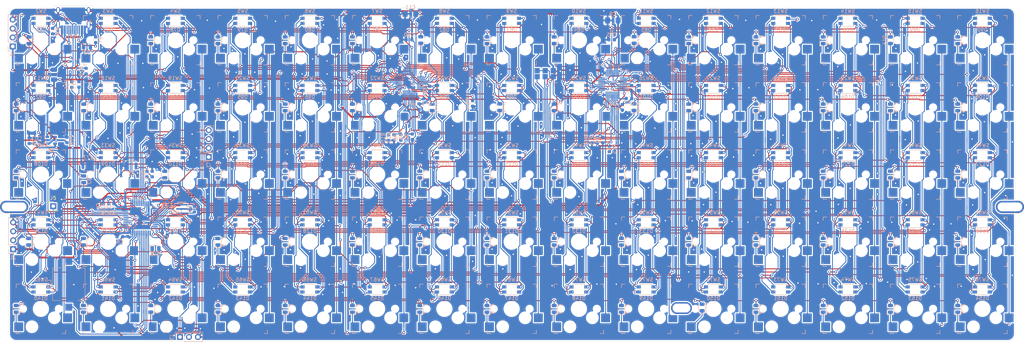
<source format=kicad_pcb>
(kicad_pcb (version 20171130) (host pcbnew 5.1.2)
  (layers (0 F.Cu signal) (31 B.Cu signal) (34 B.Paste user) (35 F.Paste user) (36 B.SilkS user) (37 F.SilkS user) (38 B.Mask user) (39 F.Mask user) (44 Edge.Cuts user))
  (net 0 "")
  (net 1 +3V3)
  (net 2 GND)
  (net 3 +5V)
  (net 4 "Net-(C13-Pad2)")
  (net 5 ROW0)
  (net 6 "Net-(D14-Pad2)")
  (net 7 ROW1)
  (net 8 ROW2)
  (net 9 ROW3)
  (net 10 ROW4)
  (net 11 aCS1)
  (net 12 aSW2)
  (net 13 aSW3)
  (net 14 aSW1)
  (net 15 aSW4)
  (net 16 aSW6)
  (net 17 aSW5)
  (net 18 aSW8)
  (net 19 aSW9)
  (net 20 aSW7)
  (net 21 aSW10)
  (net 22 aSW12)
  (net 23 aSW11)
  (net 24 aCS6)
  (net 25 bSW1)
  (net 26 bSW3)
  (net 27 bSW2)
  (net 28 bCS1)
  (net 29 bSW4)
  (net 30 bSW6)
  (net 31 bSW5)
  (net 32 bSW8)
  (net 33 bSW9)
  (net 34 bSW7)
  (net 35 bSW10)
  (net 36 bSW12)
  (net 37 bSW11)
  (net 38 bCS6)
  (net 39 aCS2)
  (net 40 aCS7)
  (net 41 bCS2)
  (net 42 bCS7)
  (net 43 aCS3)
  (net 44 aCS8)
  (net 45 bCS3)
  (net 46 bCS8)
  (net 47 aCS4)
  (net 48 aCS9)
  (net 49 bCS4)
  (net 50 bCS9)
  (net 51 aCS5)
  (net 52 aCS10)
  (net 53 bCS5)
  (net 54 bCS10)
  (net 55 VCC)
  (net 56 SWDIO)
  (net 57 SWCLK)
  (net 58 NSS)
  (net 59 SCK)
  (net 60 MISO)
  (net 61 MOSI)
  (net 62 RXD)
  (net 63 TXD)
  (net 64 USB_D+)
  (net 65 USB_D-)
  (net 66 "Net-(JP1-Pad2)")
  (net 67 PA5)
  (net 68 SDA)
  (net 69 SCL)
  (net 70 PA4)
  (net 71 "Net-(R1-Pad1)")
  (net 72 "Net-(R3-Pad1)")
  (net 73 "Net-(R4-Pad1)")
  (net 74 "Net-(R5-Pad2)")
  (net 75 "Net-(R5-Pad1)")
  (net 76 "Net-(R12-Pad1)")
  (net 77 "Net-(R13-Pad1)")
  (net 78 "Net-(R10-Pad1)")
  (net 79 "Net-(R11-Pad1)")
  (net 80 "Net-(R14-Pad1)")
  (net 81 "Net-(R15-Pad1)")
  (net 82 "Net-(R16-Pad2)")
  (net 83 "Net-(R17-Pad2)")
  (net 84 COL0)
  (net 85 COL1)
  (net 86 COL2)
  (net 87 COL3)
  (net 88 COL4)
  (net 89 COL5)
  (net 90 COL6)
  (net 91 COL7)
  (net 92 COL8)
  (net 93 COL9)
  (net 94 COL10)
  (net 95 COL11)
  (net 96 COL12)
  (net 97 COL13)
  (net 98 COL14)
  (net 99 "Net-(U1-Pad33)")
  (net 100 "Net-(J5-Pad1)")
  (net 101 aCS12)
  (net 102 "Net-(U1-Pad37)")
  (net 103 aCS11)
  (net 104 bCS12)
  (net 105 "Net-(U2-Pad37)")
  (net 106 bCS11)
  (net 107 "Net-(U5-Pad4)")
  (net 108 "Net-(USB1-Pad9)")
  (net 109 "Net-(USB1-Pad3)")
  (net 110 "Net-(D1-Pad1)")
  (net 111 "Net-(D2-Pad1)")
  (net 112 "Net-(D3-Pad1)")
  (net 113 "Net-(D4-Pad1)")
  (net 114 "Net-(D5-Pad1)")
  (net 115 "Net-(D6-Pad1)")
  (net 116 "Net-(D7-Pad1)")
  (net 117 "Net-(D8-Pad1)")
  (net 118 "Net-(D9-Pad1)")
  (net 119 "Net-(D10-Pad1)")
  (net 120 "Net-(D11-Pad1)")
  (net 121 "Net-(D12-Pad1)")
  (net 122 "Net-(D13-Pad1)")
  (net 123 "Net-(D15-Pad1)")
  (net 124 "Net-(D16-Pad1)")
  (net 125 "Net-(D17-Pad1)")
  (net 126 "Net-(D18-Pad1)")
  (net 127 "Net-(D19-Pad1)")
  (net 128 "Net-(D20-Pad1)")
  (net 129 "Net-(D21-Pad1)")
  (net 130 "Net-(D22-Pad1)")
  (net 131 "Net-(D23-Pad1)")
  (net 132 "Net-(D24-Pad1)")
  (net 133 "Net-(D25-Pad1)")
  (net 134 "Net-(D26-Pad1)")
  (net 135 "Net-(D27-Pad1)")
  (net 136 "Net-(D28-Pad1)")
  (net 137 "Net-(D29-Pad1)")
  (net 138 "Net-(D30-Pad1)")
  (net 139 "Net-(D31-Pad1)")
  (net 140 "Net-(D32-Pad1)")
  (net 141 "Net-(D33-Pad1)")
  (net 142 "Net-(D34-Pad1)")
  (net 143 "Net-(D35-Pad1)")
  (net 144 "Net-(D36-Pad1)")
  (net 145 "Net-(D37-Pad1)")
  (net 146 "Net-(D38-Pad1)")
  (net 147 "Net-(D39-Pad1)")
  (net 148 "Net-(D40-Pad1)")
  (net 149 "Net-(D41-Pad1)")
  (net 150 "Net-(D42-Pad1)")
  (net 151 "Net-(D43-Pad1)")
  (net 152 "Net-(D44-Pad1)")
  (net 153 "Net-(D45-Pad1)")
  (net 154 "Net-(D46-Pad1)")
  (net 155 "Net-(D47-Pad1)")
  (net 156 "Net-(D48-Pad1)")
  (net 157 "Net-(D49-Pad1)")
  (net 158 "Net-(D50-Pad1)")
  (net 159 "Net-(D51-Pad1)")
  (net 160 "Net-(D52-Pad1)")
  (net 161 "Net-(D53-Pad1)")
  (net 162 "Net-(D54-Pad1)")
  (net 163 "Net-(D55-Pad1)")
  (net 164 "Net-(D56-Pad1)")
  (net 165 "Net-(D57-Pad1)")
  (net 166 "Net-(D58-Pad1)")
  (net 167 "Net-(D59-Pad1)")
  (net 168 "Net-(D60-Pad1)")
  (net 169 "Net-(D61-Pad1)")
  (net 170 "Net-(D62-Pad1)")
  (net 171 "Net-(D63-Pad1)")
  (net 172 "Net-(D64-Pad1)")
  (net 173 "Net-(D65-Pad1)")
  (net 174 "Net-(D66-Pad1)")
  (net 175 "Net-(D67-Pad1)")
  (net 176 "Net-(D68-Pad1)")
  (net 177 "Net-(D69-Pad1)")
  (net 178 "Net-(D70-Pad1)")
  (net 179 "Net-(D71-Pad1)")
  (net 180 "Net-(D72-Pad1)")
  (net 181 "Net-(D73-Pad1)")
  (net 182 "Net-(D74-Pad1)")
  (net 183 "Net-(D75-Pad1)")
  (module locallib:LED_Kingbright_AAA3528ESGCT (layer B.Cu) (at 282.45625 99.8625)
    (fp_text reference D154 (at 0 2.5) (layer B.SilkS) (effects (justify mirror)))
    (fp_text value LED_RABG)
    (pad 3 smd rect (at 2.1 0.725) (size 1.2 0.9) (layers B.Cu B.Paste B.Mask) (net 33 bSW9))
    (pad 4 smd rect (at -2.1 -0.725) (size 1.2 0.9) (layers B.Cu B.Paste B.Mask) (net 32 bSW8))
    (pad 2 smd rect (at 2.1 -0.725) (size 1.2 0.9) (layers B.Cu B.Paste B.Mask) (net 54 bCS10))
    (pad 1 smd rect (at -2.1 0.725) (size 1.2 0.9) (layers B.Cu B.Paste B.Mask) (net 34 bSW7))
  )
  (module locallib:LED_Kingbright_AAA3528ESGCT (layer B.Cu) (at 263.40625 99.8625)
    (fp_text reference D153 (at 0 2.5) (layer B.SilkS) (effects (justify mirror)))
    (fp_text value LED_RABG)
    (pad 3 smd rect (at 2.1 0.725) (size 1.2 0.9) (layers B.Cu B.Paste B.Mask) (net 30 bSW6))
    (pad 4 smd rect (at -2.1 -0.725) (size 1.2 0.9) (layers B.Cu B.Paste B.Mask) (net 31 bSW5))
    (pad 2 smd rect (at 2.1 -0.725) (size 1.2 0.9) (layers B.Cu B.Paste B.Mask) (net 54 bCS10))
    (pad 1 smd rect (at -2.1 0.725) (size 1.2 0.9) (layers B.Cu B.Paste B.Mask) (net 29 bSW4))
  )
  (module locallib:LED_Kingbright_AAA3528ESGCT (layer B.Cu) (at 244.35625 99.8625)
    (fp_text reference D152 (at 0 2.5) (layer B.SilkS) (effects (justify mirror)))
    (fp_text value LED_RABG)
    (pad 3 smd rect (at 2.1 0.725) (size 1.2 0.9) (layers B.Cu B.Paste B.Mask) (net 26 bSW3))
    (pad 4 smd rect (at -2.1 -0.725) (size 1.2 0.9) (layers B.Cu B.Paste B.Mask) (net 27 bSW2))
    (pad 2 smd rect (at 2.1 -0.725) (size 1.2 0.9) (layers B.Cu B.Paste B.Mask) (net 54 bCS10))
    (pad 1 smd rect (at -2.1 0.725) (size 1.2 0.9) (layers B.Cu B.Paste B.Mask) (net 25 bSW1))
  )
  (module locallib:LED_Kingbright_AAA3528ESGCT (layer B.Cu) (at 225.30625 99.8625)
    (fp_text reference D151 (at 0 2.5) (layer B.SilkS) (effects (justify mirror)))
    (fp_text value LED_RABG)
    (pad 3 smd rect (at 2.1 0.725) (size 1.2 0.9) (layers B.Cu B.Paste B.Mask) (net 36 bSW12))
    (pad 4 smd rect (at -2.1 -0.725) (size 1.2 0.9) (layers B.Cu B.Paste B.Mask) (net 37 bSW11))
    (pad 2 smd rect (at 2.1 -0.725) (size 1.2 0.9) (layers B.Cu B.Paste B.Mask) (net 53 bCS5))
    (pad 1 smd rect (at -2.1 0.725) (size 1.2 0.9) (layers B.Cu B.Paste B.Mask) (net 35 bSW10))
  )
  (module locallib:LED_Kingbright_AAA3528ESGCT (layer B.Cu) (at 206.25625 99.8625)
    (fp_text reference D150 (at 0 2.5) (layer B.SilkS) (effects (justify mirror)))
    (fp_text value LED_RABG)
    (pad 3 smd rect (at 2.1 0.725) (size 1.2 0.9) (layers B.Cu B.Paste B.Mask) (net 33 bSW9))
    (pad 4 smd rect (at -2.1 -0.725) (size 1.2 0.9) (layers B.Cu B.Paste B.Mask) (net 32 bSW8))
    (pad 2 smd rect (at 2.1 -0.725) (size 1.2 0.9) (layers B.Cu B.Paste B.Mask) (net 53 bCS5))
    (pad 1 smd rect (at -2.1 0.725) (size 1.2 0.9) (layers B.Cu B.Paste B.Mask) (net 34 bSW7))
  )
  (module locallib:LED_Kingbright_AAA3528ESGCT (layer B.Cu) (at 187.20625 99.8625)
    (fp_text reference D149 (at 0 2.5) (layer B.SilkS) (effects (justify mirror)))
    (fp_text value LED_RABG)
    (pad 3 smd rect (at 2.1 0.725) (size 1.2 0.9) (layers B.Cu B.Paste B.Mask) (net 30 bSW6))
    (pad 4 smd rect (at -2.1 -0.725) (size 1.2 0.9) (layers B.Cu B.Paste B.Mask) (net 31 bSW5))
    (pad 2 smd rect (at 2.1 -0.725) (size 1.2 0.9) (layers B.Cu B.Paste B.Mask) (net 53 bCS5))
    (pad 1 smd rect (at -2.1 0.725) (size 1.2 0.9) (layers B.Cu B.Paste B.Mask) (net 29 bSW4))
  )
  (module locallib:LED_Kingbright_AAA3528ESGCT (layer B.Cu) (at 168.15625 99.8625)
    (fp_text reference D148 (at 0 2.5) (layer B.SilkS) (effects (justify mirror)))
    (fp_text value LED_RABG)
    (pad 3 smd rect (at 2.1 0.725) (size 1.2 0.9) (layers B.Cu B.Paste B.Mask) (net 26 bSW3))
    (pad 4 smd rect (at -2.1 -0.725) (size 1.2 0.9) (layers B.Cu B.Paste B.Mask) (net 27 bSW2))
    (pad 2 smd rect (at 2.1 -0.725) (size 1.2 0.9) (layers B.Cu B.Paste B.Mask) (net 53 bCS5))
    (pad 1 smd rect (at -2.1 0.725) (size 1.2 0.9) (layers B.Cu B.Paste B.Mask) (net 25 bSW1))
  )
  (module locallib:LED_Kingbright_AAA3528ESGCT (layer B.Cu) (at 149.10625 99.8625)
    (fp_text reference D147 (at 0 2.5) (layer B.SilkS) (effects (justify mirror)))
    (fp_text value LED_RABG)
    (pad 3 smd rect (at 2.1 0.725) (size 1.2 0.9) (layers B.Cu B.Paste B.Mask) (net 22 aSW12))
    (pad 4 smd rect (at -2.1 -0.725) (size 1.2 0.9) (layers B.Cu B.Paste B.Mask) (net 23 aSW11))
    (pad 2 smd rect (at 2.1 -0.725) (size 1.2 0.9) (layers B.Cu B.Paste B.Mask) (net 52 aCS10))
    (pad 1 smd rect (at -2.1 0.725) (size 1.2 0.9) (layers B.Cu B.Paste B.Mask) (net 21 aSW10))
  )
  (module locallib:LED_Kingbright_AAA3528ESGCT (layer B.Cu) (at 130.05625 99.8625)
    (fp_text reference D146 (at 0 2.5) (layer B.SilkS) (effects (justify mirror)))
    (fp_text value LED_RABG)
    (pad 3 smd rect (at 2.1 0.725) (size 1.2 0.9) (layers B.Cu B.Paste B.Mask) (net 19 aSW9))
    (pad 4 smd rect (at -2.1 -0.725) (size 1.2 0.9) (layers B.Cu B.Paste B.Mask) (net 18 aSW8))
    (pad 2 smd rect (at 2.1 -0.725) (size 1.2 0.9) (layers B.Cu B.Paste B.Mask) (net 52 aCS10))
    (pad 1 smd rect (at -2.1 0.725) (size 1.2 0.9) (layers B.Cu B.Paste B.Mask) (net 20 aSW7))
  )
  (module locallib:LED_Kingbright_AAA3528ESGCT (layer B.Cu) (at 111.00625 99.8625)
    (fp_text reference D145 (at 0 2.5) (layer B.SilkS) (effects (justify mirror)))
    (fp_text value LED_RABG)
    (pad 3 smd rect (at 2.1 0.725) (size 1.2 0.9) (layers B.Cu B.Paste B.Mask) (net 16 aSW6))
    (pad 4 smd rect (at -2.1 -0.725) (size 1.2 0.9) (layers B.Cu B.Paste B.Mask) (net 17 aSW5))
    (pad 2 smd rect (at 2.1 -0.725) (size 1.2 0.9) (layers B.Cu B.Paste B.Mask) (net 52 aCS10))
    (pad 1 smd rect (at -2.1 0.725) (size 1.2 0.9) (layers B.Cu B.Paste B.Mask) (net 15 aSW4))
  )
  (module locallib:LED_Kingbright_AAA3528ESGCT (layer B.Cu) (at 91.95625 99.8625)
    (fp_text reference D144 (at 0 2.5) (layer B.SilkS) (effects (justify mirror)))
    (fp_text value LED_RABG)
    (pad 3 smd rect (at 2.1 0.725) (size 1.2 0.9) (layers B.Cu B.Paste B.Mask) (net 13 aSW3))
    (pad 4 smd rect (at -2.1 -0.725) (size 1.2 0.9) (layers B.Cu B.Paste B.Mask) (net 12 aSW2))
    (pad 2 smd rect (at 2.1 -0.725) (size 1.2 0.9) (layers B.Cu B.Paste B.Mask) (net 52 aCS10))
    (pad 1 smd rect (at -2.1 0.725) (size 1.2 0.9) (layers B.Cu B.Paste B.Mask) (net 14 aSW1))
  )
  (module locallib:LED_Kingbright_AAA3528ESGCT (layer B.Cu) (at 72.90625 99.8625)
    (fp_text reference D143 (at 0 2.5) (layer B.SilkS) (effects (justify mirror)))
    (fp_text value LED_RABG)
    (pad 3 smd rect (at 2.1 0.725) (size 1.2 0.9) (layers B.Cu B.Paste B.Mask) (net 22 aSW12))
    (pad 4 smd rect (at -2.1 -0.725) (size 1.2 0.9) (layers B.Cu B.Paste B.Mask) (net 23 aSW11))
    (pad 2 smd rect (at 2.1 -0.725) (size 1.2 0.9) (layers B.Cu B.Paste B.Mask) (net 51 aCS5))
    (pad 1 smd rect (at -2.1 0.725) (size 1.2 0.9) (layers B.Cu B.Paste B.Mask) (net 21 aSW10))
  )
  (module locallib:LED_Kingbright_AAA3528ESGCT (layer B.Cu) (at 53.85625 99.8625)
    (fp_text reference D142 (at 0 2.5) (layer B.SilkS) (effects (justify mirror)))
    (fp_text value LED_RABG)
    (pad 3 smd rect (at 2.1 0.725) (size 1.2 0.9) (layers B.Cu B.Paste B.Mask) (net 19 aSW9))
    (pad 4 smd rect (at -2.1 -0.725) (size 1.2 0.9) (layers B.Cu B.Paste B.Mask) (net 18 aSW8))
    (pad 2 smd rect (at 2.1 -0.725) (size 1.2 0.9) (layers B.Cu B.Paste B.Mask) (net 51 aCS5))
    (pad 1 smd rect (at -2.1 0.725) (size 1.2 0.9) (layers B.Cu B.Paste B.Mask) (net 20 aSW7))
  )
  (module locallib:LED_Kingbright_AAA3528ESGCT (layer B.Cu) (at 34.80625 99.8625)
    (fp_text reference D141 (at 0 2.5) (layer B.SilkS) (effects (justify mirror)))
    (fp_text value LED_RABG)
    (pad 3 smd rect (at 2.1 0.725) (size 1.2 0.9) (layers B.Cu B.Paste B.Mask) (net 16 aSW6))
    (pad 4 smd rect (at -2.1 -0.725) (size 1.2 0.9) (layers B.Cu B.Paste B.Mask) (net 17 aSW5))
    (pad 2 smd rect (at 2.1 -0.725) (size 1.2 0.9) (layers B.Cu B.Paste B.Mask) (net 51 aCS5))
    (pad 1 smd rect (at -2.1 0.725) (size 1.2 0.9) (layers B.Cu B.Paste B.Mask) (net 15 aSW4))
  )
  (module locallib:LED_Kingbright_AAA3528ESGCT (layer B.Cu) (at 15.75625 99.8625)
    (fp_text reference D140 (at 0 2.5) (layer B.SilkS) (effects (justify mirror)))
    (fp_text value LED_RABG)
    (pad 3 smd rect (at 2.1 0.725) (size 1.2 0.9) (layers B.Cu B.Paste B.Mask) (net 13 aSW3))
    (pad 4 smd rect (at -2.1 -0.725) (size 1.2 0.9) (layers B.Cu B.Paste B.Mask) (net 12 aSW2))
    (pad 2 smd rect (at 2.1 -0.725) (size 1.2 0.9) (layers B.Cu B.Paste B.Mask) (net 51 aCS5))
    (pad 1 smd rect (at -2.1 0.725) (size 1.2 0.9) (layers B.Cu B.Paste B.Mask) (net 14 aSW1))
  )
  (module locallib:LED_Kingbright_AAA3528ESGCT (layer B.Cu) (at 15.75625 80.8125)
    (fp_text reference D124 (at 0 2.5) (layer B.SilkS) (effects (justify mirror)))
    (fp_text value LED_RABG)
    (pad 3 smd rect (at 2.1 0.725) (size 1.2 0.9) (layers B.Cu B.Paste B.Mask) (net 13 aSW3))
    (pad 4 smd rect (at -2.1 -0.725) (size 1.2 0.9) (layers B.Cu B.Paste B.Mask) (net 12 aSW2))
    (pad 2 smd rect (at 2.1 -0.725) (size 1.2 0.9) (layers B.Cu B.Paste B.Mask) (net 47 aCS4))
    (pad 1 smd rect (at -2.1 0.725) (size 1.2 0.9) (layers B.Cu B.Paste B.Mask) (net 14 aSW1))
  )
  (module locallib:LED_Kingbright_AAA3528ESGCT (layer B.Cu) (at 34.80625 80.8125)
    (fp_text reference D125 (at 0 2.5) (layer B.SilkS) (effects (justify mirror)))
    (fp_text value LED_RABG)
    (pad 3 smd rect (at 2.1 0.725) (size 1.2 0.9) (layers B.Cu B.Paste B.Mask) (net 16 aSW6))
    (pad 4 smd rect (at -2.1 -0.725) (size 1.2 0.9) (layers B.Cu B.Paste B.Mask) (net 17 aSW5))
    (pad 2 smd rect (at 2.1 -0.725) (size 1.2 0.9) (layers B.Cu B.Paste B.Mask) (net 47 aCS4))
    (pad 1 smd rect (at -2.1 0.725) (size 1.2 0.9) (layers B.Cu B.Paste B.Mask) (net 15 aSW4))
  )
  (module locallib:LED_Kingbright_AAA3528ESGCT (layer B.Cu) (at 53.85625 80.8125)
    (fp_text reference D126 (at 0 2.5) (layer B.SilkS) (effects (justify mirror)))
    (fp_text value LED_RABG)
    (pad 3 smd rect (at 2.1 0.725) (size 1.2 0.9) (layers B.Cu B.Paste B.Mask) (net 19 aSW9))
    (pad 4 smd rect (at -2.1 -0.725) (size 1.2 0.9) (layers B.Cu B.Paste B.Mask) (net 18 aSW8))
    (pad 2 smd rect (at 2.1 -0.725) (size 1.2 0.9) (layers B.Cu B.Paste B.Mask) (net 47 aCS4))
    (pad 1 smd rect (at -2.1 0.725) (size 1.2 0.9) (layers B.Cu B.Paste B.Mask) (net 20 aSW7))
  )
  (module locallib:LED_Kingbright_AAA3528ESGCT (layer B.Cu) (at 72.90625 80.8125)
    (fp_text reference D127 (at 0 2.5) (layer B.SilkS) (effects (justify mirror)))
    (fp_text value LED_RABG)
    (pad 3 smd rect (at 2.1 0.725) (size 1.2 0.9) (layers B.Cu B.Paste B.Mask) (net 22 aSW12))
    (pad 4 smd rect (at -2.1 -0.725) (size 1.2 0.9) (layers B.Cu B.Paste B.Mask) (net 23 aSW11))
    (pad 2 smd rect (at 2.1 -0.725) (size 1.2 0.9) (layers B.Cu B.Paste B.Mask) (net 47 aCS4))
    (pad 1 smd rect (at -2.1 0.725) (size 1.2 0.9) (layers B.Cu B.Paste B.Mask) (net 21 aSW10))
  )
  (module locallib:LED_Kingbright_AAA3528ESGCT (layer B.Cu) (at 91.95625 80.8125)
    (fp_text reference D128 (at 0 2.5) (layer B.SilkS) (effects (justify mirror)))
    (fp_text value LED_RABG)
    (pad 3 smd rect (at 2.1 0.725) (size 1.2 0.9) (layers B.Cu B.Paste B.Mask) (net 13 aSW3))
    (pad 4 smd rect (at -2.1 -0.725) (size 1.2 0.9) (layers B.Cu B.Paste B.Mask) (net 12 aSW2))
    (pad 2 smd rect (at 2.1 -0.725) (size 1.2 0.9) (layers B.Cu B.Paste B.Mask) (net 48 aCS9))
    (pad 1 smd rect (at -2.1 0.725) (size 1.2 0.9) (layers B.Cu B.Paste B.Mask) (net 14 aSW1))
  )
  (module locallib:LED_Kingbright_AAA3528ESGCT (layer B.Cu) (at 111.00625 80.8125)
    (fp_text reference D129 (at 0 2.5) (layer B.SilkS) (effects (justify mirror)))
    (fp_text value LED_RABG)
    (pad 3 smd rect (at 2.1 0.725) (size 1.2 0.9) (layers B.Cu B.Paste B.Mask) (net 16 aSW6))
    (pad 4 smd rect (at -2.1 -0.725) (size 1.2 0.9) (layers B.Cu B.Paste B.Mask) (net 17 aSW5))
    (pad 2 smd rect (at 2.1 -0.725) (size 1.2 0.9) (layers B.Cu B.Paste B.Mask) (net 48 aCS9))
    (pad 1 smd rect (at -2.1 0.725) (size 1.2 0.9) (layers B.Cu B.Paste B.Mask) (net 15 aSW4))
  )
  (module locallib:LED_Kingbright_AAA3528ESGCT (layer B.Cu) (at 130.05625 80.8125)
    (fp_text reference D130 (at 0 2.5) (layer B.SilkS) (effects (justify mirror)))
    (fp_text value LED_RABG)
    (pad 3 smd rect (at 2.1 0.725) (size 1.2 0.9) (layers B.Cu B.Paste B.Mask) (net 19 aSW9))
    (pad 4 smd rect (at -2.1 -0.725) (size 1.2 0.9) (layers B.Cu B.Paste B.Mask) (net 18 aSW8))
    (pad 2 smd rect (at 2.1 -0.725) (size 1.2 0.9) (layers B.Cu B.Paste B.Mask) (net 48 aCS9))
    (pad 1 smd rect (at -2.1 0.725) (size 1.2 0.9) (layers B.Cu B.Paste B.Mask) (net 20 aSW7))
  )
  (module locallib:LED_Kingbright_AAA3528ESGCT (layer B.Cu) (at 149.10625 80.8125)
    (fp_text reference D131 (at 0 2.5) (layer B.SilkS) (effects (justify mirror)))
    (fp_text value LED_RABG)
    (pad 3 smd rect (at 2.1 0.725) (size 1.2 0.9) (layers B.Cu B.Paste B.Mask) (net 22 aSW12))
    (pad 4 smd rect (at -2.1 -0.725) (size 1.2 0.9) (layers B.Cu B.Paste B.Mask) (net 23 aSW11))
    (pad 2 smd rect (at 2.1 -0.725) (size 1.2 0.9) (layers B.Cu B.Paste B.Mask) (net 48 aCS9))
    (pad 1 smd rect (at -2.1 0.725) (size 1.2 0.9) (layers B.Cu B.Paste B.Mask) (net 21 aSW10))
  )
  (module locallib:LED_Kingbright_AAA3528ESGCT (layer B.Cu) (at 168.15625 80.8125)
    (fp_text reference D132 (at 0 2.5) (layer B.SilkS) (effects (justify mirror)))
    (fp_text value LED_RABG)
    (pad 3 smd rect (at 2.1 0.725) (size 1.2 0.9) (layers B.Cu B.Paste B.Mask) (net 26 bSW3))
    (pad 4 smd rect (at -2.1 -0.725) (size 1.2 0.9) (layers B.Cu B.Paste B.Mask) (net 27 bSW2))
    (pad 2 smd rect (at 2.1 -0.725) (size 1.2 0.9) (layers B.Cu B.Paste B.Mask) (net 49 bCS4))
    (pad 1 smd rect (at -2.1 0.725) (size 1.2 0.9) (layers B.Cu B.Paste B.Mask) (net 25 bSW1))
  )
  (module locallib:LED_Kingbright_AAA3528ESGCT (layer B.Cu) (at 187.20625 80.8125)
    (fp_text reference D133 (at 0 2.5) (layer B.SilkS) (effects (justify mirror)))
    (fp_text value LED_RABG)
    (pad 3 smd rect (at 2.1 0.725) (size 1.2 0.9) (layers B.Cu B.Paste B.Mask) (net 30 bSW6))
    (pad 4 smd rect (at -2.1 -0.725) (size 1.2 0.9) (layers B.Cu B.Paste B.Mask) (net 31 bSW5))
    (pad 2 smd rect (at 2.1 -0.725) (size 1.2 0.9) (layers B.Cu B.Paste B.Mask) (net 49 bCS4))
    (pad 1 smd rect (at -2.1 0.725) (size 1.2 0.9) (layers B.Cu B.Paste B.Mask) (net 29 bSW4))
  )
  (module locallib:LED_Kingbright_AAA3528ESGCT (layer B.Cu) (at 206.25625 80.8125)
    (fp_text reference D134 (at 0 2.5) (layer B.SilkS) (effects (justify mirror)))
    (fp_text value LED_RABG)
    (pad 3 smd rect (at 2.1 0.725) (size 1.2 0.9) (layers B.Cu B.Paste B.Mask) (net 33 bSW9))
    (pad 4 smd rect (at -2.1 -0.725) (size 1.2 0.9) (layers B.Cu B.Paste B.Mask) (net 32 bSW8))
    (pad 2 smd rect (at 2.1 -0.725) (size 1.2 0.9) (layers B.Cu B.Paste B.Mask) (net 49 bCS4))
    (pad 1 smd rect (at -2.1 0.725) (size 1.2 0.9) (layers B.Cu B.Paste B.Mask) (net 34 bSW7))
  )
  (module locallib:LED_Kingbright_AAA3528ESGCT (layer B.Cu) (at 225.30625 80.8125)
    (fp_text reference D135 (at 0 2.5) (layer B.SilkS) (effects (justify mirror)))
    (fp_text value LED_RABG)
    (pad 3 smd rect (at 2.1 0.725) (size 1.2 0.9) (layers B.Cu B.Paste B.Mask) (net 36 bSW12))
    (pad 4 smd rect (at -2.1 -0.725) (size 1.2 0.9) (layers B.Cu B.Paste B.Mask) (net 37 bSW11))
    (pad 2 smd rect (at 2.1 -0.725) (size 1.2 0.9) (layers B.Cu B.Paste B.Mask) (net 49 bCS4))
    (pad 1 smd rect (at -2.1 0.725) (size 1.2 0.9) (layers B.Cu B.Paste B.Mask) (net 35 bSW10))
  )
  (module locallib:LED_Kingbright_AAA3528ESGCT (layer B.Cu) (at 244.35625 80.8125)
    (fp_text reference D136 (at 0 2.5) (layer B.SilkS) (effects (justify mirror)))
    (fp_text value LED_RABG)
    (pad 3 smd rect (at 2.1 0.725) (size 1.2 0.9) (layers B.Cu B.Paste B.Mask) (net 26 bSW3))
    (pad 4 smd rect (at -2.1 -0.725) (size 1.2 0.9) (layers B.Cu B.Paste B.Mask) (net 27 bSW2))
    (pad 2 smd rect (at 2.1 -0.725) (size 1.2 0.9) (layers B.Cu B.Paste B.Mask) (net 50 bCS9))
    (pad 1 smd rect (at -2.1 0.725) (size 1.2 0.9) (layers B.Cu B.Paste B.Mask) (net 25 bSW1))
  )
  (module locallib:LED_Kingbright_AAA3528ESGCT (layer B.Cu) (at 263.40625 80.8125)
    (fp_text reference D137 (at 0 2.5) (layer B.SilkS) (effects (justify mirror)))
    (fp_text value LED_RABG)
    (pad 3 smd rect (at 2.1 0.725) (size 1.2 0.9) (layers B.Cu B.Paste B.Mask) (net 30 bSW6))
    (pad 4 smd rect (at -2.1 -0.725) (size 1.2 0.9) (layers B.Cu B.Paste B.Mask) (net 31 bSW5))
    (pad 2 smd rect (at 2.1 -0.725) (size 1.2 0.9) (layers B.Cu B.Paste B.Mask) (net 50 bCS9))
    (pad 1 smd rect (at -2.1 0.725) (size 1.2 0.9) (layers B.Cu B.Paste B.Mask) (net 29 bSW4))
  )
  (module locallib:LED_Kingbright_AAA3528ESGCT (layer B.Cu) (at 282.45625 80.8125)
    (fp_text reference D138 (at 0 2.5) (layer B.SilkS) (effects (justify mirror)))
    (fp_text value LED_RABG)
    (pad 3 smd rect (at 2.1 0.725) (size 1.2 0.9) (layers B.Cu B.Paste B.Mask) (net 33 bSW9))
    (pad 4 smd rect (at -2.1 -0.725) (size 1.2 0.9) (layers B.Cu B.Paste B.Mask) (net 32 bSW8))
    (pad 2 smd rect (at 2.1 -0.725) (size 1.2 0.9) (layers B.Cu B.Paste B.Mask) (net 50 bCS9))
    (pad 1 smd rect (at -2.1 0.725) (size 1.2 0.9) (layers B.Cu B.Paste B.Mask) (net 34 bSW7))
  )
  (module locallib:LED_Kingbright_AAA3528ESGCT (layer B.Cu) (at 282.45625 61.7625)
    (fp_text reference D122 (at 0 2.5) (layer B.SilkS) (effects (justify mirror)))
    (fp_text value LED_RABG)
    (pad 3 smd rect (at 2.1 0.725) (size 1.2 0.9) (layers B.Cu B.Paste B.Mask) (net 33 bSW9))
    (pad 4 smd rect (at -2.1 -0.725) (size 1.2 0.9) (layers B.Cu B.Paste B.Mask) (net 32 bSW8))
    (pad 2 smd rect (at 2.1 -0.725) (size 1.2 0.9) (layers B.Cu B.Paste B.Mask) (net 46 bCS8))
    (pad 1 smd rect (at -2.1 0.725) (size 1.2 0.9) (layers B.Cu B.Paste B.Mask) (net 34 bSW7))
  )
  (module locallib:LED_Kingbright_AAA3528ESGCT (layer B.Cu) (at 263.40625 61.7625)
    (fp_text reference D121 (at 0 2.5) (layer B.SilkS) (effects (justify mirror)))
    (fp_text value LED_RABG)
    (pad 3 smd rect (at 2.1 0.725) (size 1.2 0.9) (layers B.Cu B.Paste B.Mask) (net 30 bSW6))
    (pad 4 smd rect (at -2.1 -0.725) (size 1.2 0.9) (layers B.Cu B.Paste B.Mask) (net 31 bSW5))
    (pad 2 smd rect (at 2.1 -0.725) (size 1.2 0.9) (layers B.Cu B.Paste B.Mask) (net 46 bCS8))
    (pad 1 smd rect (at -2.1 0.725) (size 1.2 0.9) (layers B.Cu B.Paste B.Mask) (net 29 bSW4))
  )
  (module locallib:LED_Kingbright_AAA3528ESGCT (layer B.Cu) (at 244.35625 61.7625)
    (fp_text reference D120 (at 0 2.5) (layer B.SilkS) (effects (justify mirror)))
    (fp_text value LED_RABG)
    (pad 3 smd rect (at 2.1 0.725) (size 1.2 0.9) (layers B.Cu B.Paste B.Mask) (net 26 bSW3))
    (pad 4 smd rect (at -2.1 -0.725) (size 1.2 0.9) (layers B.Cu B.Paste B.Mask) (net 27 bSW2))
    (pad 2 smd rect (at 2.1 -0.725) (size 1.2 0.9) (layers B.Cu B.Paste B.Mask) (net 46 bCS8))
    (pad 1 smd rect (at -2.1 0.725) (size 1.2 0.9) (layers B.Cu B.Paste B.Mask) (net 25 bSW1))
  )
  (module locallib:LED_Kingbright_AAA3528ESGCT (layer B.Cu) (at 225.30625 61.7625)
    (fp_text reference D119 (at 0 2.5) (layer B.SilkS) (effects (justify mirror)))
    (fp_text value LED_RABG)
    (pad 3 smd rect (at 2.1 0.725) (size 1.2 0.9) (layers B.Cu B.Paste B.Mask) (net 36 bSW12))
    (pad 4 smd rect (at -2.1 -0.725) (size 1.2 0.9) (layers B.Cu B.Paste B.Mask) (net 37 bSW11))
    (pad 2 smd rect (at 2.1 -0.725) (size 1.2 0.9) (layers B.Cu B.Paste B.Mask) (net 45 bCS3))
    (pad 1 smd rect (at -2.1 0.725) (size 1.2 0.9) (layers B.Cu B.Paste B.Mask) (net 35 bSW10))
  )
  (module locallib:LED_Kingbright_AAA3528ESGCT (layer B.Cu) (at 206.25625 61.7625)
    (fp_text reference D118 (at 0 2.5) (layer B.SilkS) (effects (justify mirror)))
    (fp_text value LED_RABG)
    (pad 3 smd rect (at 2.1 0.725) (size 1.2 0.9) (layers B.Cu B.Paste B.Mask) (net 33 bSW9))
    (pad 4 smd rect (at -2.1 -0.725) (size 1.2 0.9) (layers B.Cu B.Paste B.Mask) (net 32 bSW8))
    (pad 2 smd rect (at 2.1 -0.725) (size 1.2 0.9) (layers B.Cu B.Paste B.Mask) (net 45 bCS3))
    (pad 1 smd rect (at -2.1 0.725) (size 1.2 0.9) (layers B.Cu B.Paste B.Mask) (net 34 bSW7))
  )
  (module locallib:LED_Kingbright_AAA3528ESGCT (layer B.Cu) (at 187.20625 61.7625)
    (fp_text reference D117 (at 0 2.5) (layer B.SilkS) (effects (justify mirror)))
    (fp_text value LED_RABG)
    (pad 3 smd rect (at 2.1 0.725) (size 1.2 0.9) (layers B.Cu B.Paste B.Mask) (net 30 bSW6))
    (pad 4 smd rect (at -2.1 -0.725) (size 1.2 0.9) (layers B.Cu B.Paste B.Mask) (net 31 bSW5))
    (pad 2 smd rect (at 2.1 -0.725) (size 1.2 0.9) (layers B.Cu B.Paste B.Mask) (net 45 bCS3))
    (pad 1 smd rect (at -2.1 0.725) (size 1.2 0.9) (layers B.Cu B.Paste B.Mask) (net 29 bSW4))
  )
  (module locallib:LED_Kingbright_AAA3528ESGCT (layer B.Cu) (at 168.15625 61.7625)
    (fp_text reference D116 (at 0 2.5) (layer B.SilkS) (effects (justify mirror)))
    (fp_text value LED_RABG)
    (pad 3 smd rect (at 2.1 0.725) (size 1.2 0.9) (layers B.Cu B.Paste B.Mask) (net 26 bSW3))
    (pad 4 smd rect (at -2.1 -0.725) (size 1.2 0.9) (layers B.Cu B.Paste B.Mask) (net 27 bSW2))
    (pad 2 smd rect (at 2.1 -0.725) (size 1.2 0.9) (layers B.Cu B.Paste B.Mask) (net 45 bCS3))
    (pad 1 smd rect (at -2.1 0.725) (size 1.2 0.9) (layers B.Cu B.Paste B.Mask) (net 25 bSW1))
  )
  (module locallib:LED_Kingbright_AAA3528ESGCT (layer B.Cu) (at 149.10625 61.7625)
    (fp_text reference D115 (at 0 2.5) (layer B.SilkS) (effects (justify mirror)))
    (fp_text value LED_RABG)
    (pad 3 smd rect (at 2.1 0.725) (size 1.2 0.9) (layers B.Cu B.Paste B.Mask) (net 22 aSW12))
    (pad 4 smd rect (at -2.1 -0.725) (size 1.2 0.9) (layers B.Cu B.Paste B.Mask) (net 23 aSW11))
    (pad 2 smd rect (at 2.1 -0.725) (size 1.2 0.9) (layers B.Cu B.Paste B.Mask) (net 44 aCS8))
    (pad 1 smd rect (at -2.1 0.725) (size 1.2 0.9) (layers B.Cu B.Paste B.Mask) (net 21 aSW10))
  )
  (module locallib:LED_Kingbright_AAA3528ESGCT (layer B.Cu) (at 130.05625 61.7625)
    (fp_text reference D114 (at 0 2.5) (layer B.SilkS) (effects (justify mirror)))
    (fp_text value LED_RABG)
    (pad 3 smd rect (at 2.1 0.725) (size 1.2 0.9) (layers B.Cu B.Paste B.Mask) (net 19 aSW9))
    (pad 4 smd rect (at -2.1 -0.725) (size 1.2 0.9) (layers B.Cu B.Paste B.Mask) (net 18 aSW8))
    (pad 2 smd rect (at 2.1 -0.725) (size 1.2 0.9) (layers B.Cu B.Paste B.Mask) (net 44 aCS8))
    (pad 1 smd rect (at -2.1 0.725) (size 1.2 0.9) (layers B.Cu B.Paste B.Mask) (net 20 aSW7))
  )
  (module locallib:LED_Kingbright_AAA3528ESGCT (layer B.Cu) (at 111.00625 61.7625)
    (fp_text reference D113 (at 0 2.5) (layer B.SilkS) (effects (justify mirror)))
    (fp_text value LED_RABG)
    (pad 3 smd rect (at 2.1 0.725) (size 1.2 0.9) (layers B.Cu B.Paste B.Mask) (net 16 aSW6))
    (pad 4 smd rect (at -2.1 -0.725) (size 1.2 0.9) (layers B.Cu B.Paste B.Mask) (net 17 aSW5))
    (pad 2 smd rect (at 2.1 -0.725) (size 1.2 0.9) (layers B.Cu B.Paste B.Mask) (net 44 aCS8))
    (pad 1 smd rect (at -2.1 0.725) (size 1.2 0.9) (layers B.Cu B.Paste B.Mask) (net 15 aSW4))
  )
  (module locallib:LED_Kingbright_AAA3528ESGCT (layer B.Cu) (at 91.95625 61.7625)
    (fp_text reference D112 (at 0 2.5) (layer B.SilkS) (effects (justify mirror)))
    (fp_text value LED_RABG)
    (pad 3 smd rect (at 2.1 0.725) (size 1.2 0.9) (layers B.Cu B.Paste B.Mask) (net 13 aSW3))
    (pad 4 smd rect (at -2.1 -0.725) (size 1.2 0.9) (layers B.Cu B.Paste B.Mask) (net 12 aSW2))
    (pad 2 smd rect (at 2.1 -0.725) (size 1.2 0.9) (layers B.Cu B.Paste B.Mask) (net 44 aCS8))
    (pad 1 smd rect (at -2.1 0.725) (size 1.2 0.9) (layers B.Cu B.Paste B.Mask) (net 14 aSW1))
  )
  (module locallib:LED_Kingbright_AAA3528ESGCT (layer B.Cu) (at 72.90625 61.7625)
    (fp_text reference D111 (at 0 2.5) (layer B.SilkS) (effects (justify mirror)))
    (fp_text value LED_RABG)
    (pad 3 smd rect (at 2.1 0.725) (size 1.2 0.9) (layers B.Cu B.Paste B.Mask) (net 22 aSW12))
    (pad 4 smd rect (at -2.1 -0.725) (size 1.2 0.9) (layers B.Cu B.Paste B.Mask) (net 23 aSW11))
    (pad 2 smd rect (at 2.1 -0.725) (size 1.2 0.9) (layers B.Cu B.Paste B.Mask) (net 43 aCS3))
    (pad 1 smd rect (at -2.1 0.725) (size 1.2 0.9) (layers B.Cu B.Paste B.Mask) (net 21 aSW10))
  )
  (module locallib:LED_Kingbright_AAA3528ESGCT (layer B.Cu) (at 53.85625 61.7625)
    (fp_text reference D110 (at 0 2.5) (layer B.SilkS) (effects (justify mirror)))
    (fp_text value LED_RABG)
    (pad 3 smd rect (at 2.1 0.725) (size 1.2 0.9) (layers B.Cu B.Paste B.Mask) (net 19 aSW9))
    (pad 4 smd rect (at -2.1 -0.725) (size 1.2 0.9) (layers B.Cu B.Paste B.Mask) (net 18 aSW8))
    (pad 2 smd rect (at 2.1 -0.725) (size 1.2 0.9) (layers B.Cu B.Paste B.Mask) (net 43 aCS3))
    (pad 1 smd rect (at -2.1 0.725) (size 1.2 0.9) (layers B.Cu B.Paste B.Mask) (net 20 aSW7))
  )
  (module locallib:LED_Kingbright_AAA3528ESGCT (layer B.Cu) (at 15.75625 61.7625)
    (fp_text reference D108 (at 0 2.5) (layer B.SilkS) (effects (justify mirror)))
    (fp_text value LED_RABG)
    (pad 3 smd rect (at 2.1 0.725) (size 1.2 0.9) (layers B.Cu B.Paste B.Mask) (net 13 aSW3))
    (pad 4 smd rect (at -2.1 -0.725) (size 1.2 0.9) (layers B.Cu B.Paste B.Mask) (net 12 aSW2))
    (pad 2 smd rect (at 2.1 -0.725) (size 1.2 0.9) (layers B.Cu B.Paste B.Mask) (net 43 aCS3))
    (pad 1 smd rect (at -2.1 0.725) (size 1.2 0.9) (layers B.Cu B.Paste B.Mask) (net 14 aSW1))
  )
  (module locallib:LED_Kingbright_AAA3528ESGCT (layer B.Cu) (at 34.80625 61.7625)
    (fp_text reference D109 (at 0 2.5) (layer B.SilkS) (effects (justify mirror)))
    (fp_text value LED_RABG)
    (pad 3 smd rect (at 2.1 0.725) (size 1.2 0.9) (layers B.Cu B.Paste B.Mask) (net 16 aSW6))
    (pad 4 smd rect (at -2.1 -0.725) (size 1.2 0.9) (layers B.Cu B.Paste B.Mask) (net 17 aSW5))
    (pad 2 smd rect (at 2.1 -0.725) (size 1.2 0.9) (layers B.Cu B.Paste B.Mask) (net 43 aCS3))
    (pad 1 smd rect (at -2.1 0.725) (size 1.2 0.9) (layers B.Cu B.Paste B.Mask) (net 15 aSW4))
  )
  (module locallib:LED_Kingbright_AAA3528ESGCT (layer B.Cu) (at 15.75625 42.7125)
    (fp_text reference D92 (at 0 2.5) (layer B.SilkS) (effects (justify mirror)))
    (fp_text value LED_RABG)
    (pad 3 smd rect (at 2.1 0.725) (size 1.2 0.9) (layers B.Cu B.Paste B.Mask) (net 13 aSW3))
    (pad 4 smd rect (at -2.1 -0.725) (size 1.2 0.9) (layers B.Cu B.Paste B.Mask) (net 12 aSW2))
    (pad 2 smd rect (at 2.1 -0.725) (size 1.2 0.9) (layers B.Cu B.Paste B.Mask) (net 39 aCS2))
    (pad 1 smd rect (at -2.1 0.725) (size 1.2 0.9) (layers B.Cu B.Paste B.Mask) (net 14 aSW1))
  )
  (module locallib:LED_Kingbright_AAA3528ESGCT (layer B.Cu) (at 34.80625 42.7125)
    (fp_text reference D93 (at 0 2.5) (layer B.SilkS) (effects (justify mirror)))
    (fp_text value LED_RABG)
    (pad 3 smd rect (at 2.1 0.725) (size 1.2 0.9) (layers B.Cu B.Paste B.Mask) (net 16 aSW6))
    (pad 4 smd rect (at -2.1 -0.725) (size 1.2 0.9) (layers B.Cu B.Paste B.Mask) (net 17 aSW5))
    (pad 2 smd rect (at 2.1 -0.725) (size 1.2 0.9) (layers B.Cu B.Paste B.Mask) (net 39 aCS2))
    (pad 1 smd rect (at -2.1 0.725) (size 1.2 0.9) (layers B.Cu B.Paste B.Mask) (net 15 aSW4))
  )
  (module locallib:LED_Kingbright_AAA3528ESGCT (layer B.Cu) (at 53.85625 42.7125)
    (fp_text reference D94 (at 0 2.5) (layer B.SilkS) (effects (justify mirror)))
    (fp_text value LED_RABG)
    (pad 3 smd rect (at 2.1 0.725) (size 1.2 0.9) (layers B.Cu B.Paste B.Mask) (net 19 aSW9))
    (pad 4 smd rect (at -2.1 -0.725) (size 1.2 0.9) (layers B.Cu B.Paste B.Mask) (net 18 aSW8))
    (pad 2 smd rect (at 2.1 -0.725) (size 1.2 0.9) (layers B.Cu B.Paste B.Mask) (net 39 aCS2))
    (pad 1 smd rect (at -2.1 0.725) (size 1.2 0.9) (layers B.Cu B.Paste B.Mask) (net 20 aSW7))
  )
  (module locallib:LED_Kingbright_AAA3528ESGCT (layer B.Cu) (at 72.90625 42.7125)
    (fp_text reference D95 (at 0 2.5) (layer B.SilkS) (effects (justify mirror)))
    (fp_text value LED_RABG)
    (pad 3 smd rect (at 2.1 0.725) (size 1.2 0.9) (layers B.Cu B.Paste B.Mask) (net 22 aSW12))
    (pad 4 smd rect (at -2.1 -0.725) (size 1.2 0.9) (layers B.Cu B.Paste B.Mask) (net 23 aSW11))
    (pad 2 smd rect (at 2.1 -0.725) (size 1.2 0.9) (layers B.Cu B.Paste B.Mask) (net 39 aCS2))
    (pad 1 smd rect (at -2.1 0.725) (size 1.2 0.9) (layers B.Cu B.Paste B.Mask) (net 21 aSW10))
  )
  (module locallib:LED_Kingbright_AAA3528ESGCT (layer B.Cu) (at 91.95625 42.7125)
    (fp_text reference D96 (at 0 2.5) (layer B.SilkS) (effects (justify mirror)))
    (fp_text value LED_RABG)
    (pad 3 smd rect (at 2.1 0.725) (size 1.2 0.9) (layers B.Cu B.Paste B.Mask) (net 13 aSW3))
    (pad 4 smd rect (at -2.1 -0.725) (size 1.2 0.9) (layers B.Cu B.Paste B.Mask) (net 12 aSW2))
    (pad 2 smd rect (at 2.1 -0.725) (size 1.2 0.9) (layers B.Cu B.Paste B.Mask) (net 40 aCS7))
    (pad 1 smd rect (at -2.1 0.725) (size 1.2 0.9) (layers B.Cu B.Paste B.Mask) (net 14 aSW1))
  )
  (module locallib:LED_Kingbright_AAA3528ESGCT (layer B.Cu) (at 111.00625 42.7125)
    (fp_text reference D97 (at 0 2.5) (layer B.SilkS) (effects (justify mirror)))
    (fp_text value LED_RABG)
    (pad 3 smd rect (at 2.1 0.725) (size 1.2 0.9) (layers B.Cu B.Paste B.Mask) (net 16 aSW6))
    (pad 4 smd rect (at -2.1 -0.725) (size 1.2 0.9) (layers B.Cu B.Paste B.Mask) (net 17 aSW5))
    (pad 2 smd rect (at 2.1 -0.725) (size 1.2 0.9) (layers B.Cu B.Paste B.Mask) (net 40 aCS7))
    (pad 1 smd rect (at -2.1 0.725) (size 1.2 0.9) (layers B.Cu B.Paste B.Mask) (net 15 aSW4))
  )
  (module locallib:LED_Kingbright_AAA3528ESGCT (layer B.Cu) (at 130.05625 42.7125)
    (fp_text reference D98 (at 0 2.5) (layer B.SilkS) (effects (justify mirror)))
    (fp_text value LED_RABG)
    (pad 3 smd rect (at 2.1 0.725) (size 1.2 0.9) (layers B.Cu B.Paste B.Mask) (net 19 aSW9))
    (pad 4 smd rect (at -2.1 -0.725) (size 1.2 0.9) (layers B.Cu B.Paste B.Mask) (net 18 aSW8))
    (pad 2 smd rect (at 2.1 -0.725) (size 1.2 0.9) (layers B.Cu B.Paste B.Mask) (net 40 aCS7))
    (pad 1 smd rect (at -2.1 0.725) (size 1.2 0.9) (layers B.Cu B.Paste B.Mask) (net 20 aSW7))
  )
  (module locallib:LED_Kingbright_AAA3528ESGCT (layer B.Cu) (at 149.10625 42.7125)
    (fp_text reference D99 (at 0 2.5) (layer B.SilkS) (effects (justify mirror)))
    (fp_text value LED_RABG)
    (pad 3 smd rect (at 2.1 0.725) (size 1.2 0.9) (layers B.Cu B.Paste B.Mask) (net 22 aSW12))
    (pad 4 smd rect (at -2.1 -0.725) (size 1.2 0.9) (layers B.Cu B.Paste B.Mask) (net 23 aSW11))
    (pad 2 smd rect (at 2.1 -0.725) (size 1.2 0.9) (layers B.Cu B.Paste B.Mask) (net 40 aCS7))
    (pad 1 smd rect (at -2.1 0.725) (size 1.2 0.9) (layers B.Cu B.Paste B.Mask) (net 21 aSW10))
  )
  (module locallib:LED_Kingbright_AAA3528ESGCT (layer B.Cu) (at 168.15625 42.7125)
    (fp_text reference D100 (at 0 2.5) (layer B.SilkS) (effects (justify mirror)))
    (fp_text value LED_RABG)
    (pad 3 smd rect (at 2.1 0.725) (size 1.2 0.9) (layers B.Cu B.Paste B.Mask) (net 26 bSW3))
    (pad 4 smd rect (at -2.1 -0.725) (size 1.2 0.9) (layers B.Cu B.Paste B.Mask) (net 27 bSW2))
    (pad 2 smd rect (at 2.1 -0.725) (size 1.2 0.9) (layers B.Cu B.Paste B.Mask) (net 41 bCS2))
    (pad 1 smd rect (at -2.1 0.725) (size 1.2 0.9) (layers B.Cu B.Paste B.Mask) (net 25 bSW1))
  )
  (module locallib:LED_Kingbright_AAA3528ESGCT (layer B.Cu) (at 187.20625 42.7125)
    (fp_text reference D101 (at 0 2.5) (layer B.SilkS) (effects (justify mirror)))
    (fp_text value LED_RABG)
    (pad 3 smd rect (at 2.1 0.725) (size 1.2 0.9) (layers B.Cu B.Paste B.Mask) (net 30 bSW6))
    (pad 4 smd rect (at -2.1 -0.725) (size 1.2 0.9) (layers B.Cu B.Paste B.Mask) (net 31 bSW5))
    (pad 2 smd rect (at 2.1 -0.725) (size 1.2 0.9) (layers B.Cu B.Paste B.Mask) (net 41 bCS2))
    (pad 1 smd rect (at -2.1 0.725) (size 1.2 0.9) (layers B.Cu B.Paste B.Mask) (net 29 bSW4))
  )
  (module locallib:LED_Kingbright_AAA3528ESGCT (layer B.Cu) (at 206.25625 42.7125)
    (fp_text reference D102 (at 0 2.5) (layer B.SilkS) (effects (justify mirror)))
    (fp_text value LED_RABG)
    (pad 3 smd rect (at 2.1 0.725) (size 1.2 0.9) (layers B.Cu B.Paste B.Mask) (net 33 bSW9))
    (pad 4 smd rect (at -2.1 -0.725) (size 1.2 0.9) (layers B.Cu B.Paste B.Mask) (net 32 bSW8))
    (pad 2 smd rect (at 2.1 -0.725) (size 1.2 0.9) (layers B.Cu B.Paste B.Mask) (net 41 bCS2))
    (pad 1 smd rect (at -2.1 0.725) (size 1.2 0.9) (layers B.Cu B.Paste B.Mask) (net 34 bSW7))
  )
  (module locallib:LED_Kingbright_AAA3528ESGCT (layer B.Cu) (at 225.30625 42.7125)
    (fp_text reference D103 (at 0 2.5) (layer B.SilkS) (effects (justify mirror)))
    (fp_text value LED_RABG)
    (pad 3 smd rect (at 2.1 0.725) (size 1.2 0.9) (layers B.Cu B.Paste B.Mask) (net 36 bSW12))
    (pad 4 smd rect (at -2.1 -0.725) (size 1.2 0.9) (layers B.Cu B.Paste B.Mask) (net 37 bSW11))
    (pad 2 smd rect (at 2.1 -0.725) (size 1.2 0.9) (layers B.Cu B.Paste B.Mask) (net 41 bCS2))
    (pad 1 smd rect (at -2.1 0.725) (size 1.2 0.9) (layers B.Cu B.Paste B.Mask) (net 35 bSW10))
  )
  (module locallib:LED_Kingbright_AAA3528ESGCT (layer B.Cu) (at 244.35625 42.7125)
    (fp_text reference D104 (at 0 2.5) (layer B.SilkS) (effects (justify mirror)))
    (fp_text value LED_RABG)
    (pad 3 smd rect (at 2.1 0.725) (size 1.2 0.9) (layers B.Cu B.Paste B.Mask) (net 26 bSW3))
    (pad 4 smd rect (at -2.1 -0.725) (size 1.2 0.9) (layers B.Cu B.Paste B.Mask) (net 27 bSW2))
    (pad 2 smd rect (at 2.1 -0.725) (size 1.2 0.9) (layers B.Cu B.Paste B.Mask) (net 42 bCS7))
    (pad 1 smd rect (at -2.1 0.725) (size 1.2 0.9) (layers B.Cu B.Paste B.Mask) (net 25 bSW1))
  )
  (module locallib:LED_Kingbright_AAA3528ESGCT (layer B.Cu) (at 263.40625 42.7125)
    (fp_text reference D105 (at 0 2.5) (layer B.SilkS) (effects (justify mirror)))
    (fp_text value LED_RABG)
    (pad 3 smd rect (at 2.1 0.725) (size 1.2 0.9) (layers B.Cu B.Paste B.Mask) (net 30 bSW6))
    (pad 4 smd rect (at -2.1 -0.725) (size 1.2 0.9) (layers B.Cu B.Paste B.Mask) (net 31 bSW5))
    (pad 2 smd rect (at 2.1 -0.725) (size 1.2 0.9) (layers B.Cu B.Paste B.Mask) (net 42 bCS7))
    (pad 1 smd rect (at -2.1 0.725) (size 1.2 0.9) (layers B.Cu B.Paste B.Mask) (net 29 bSW4))
  )
  (module locallib:LED_Kingbright_AAA3528ESGCT (layer B.Cu) (at 282.45625 42.7125)
    (fp_text reference D106 (at 0 2.5) (layer B.SilkS) (effects (justify mirror)))
    (fp_text value LED_RABG)
    (pad 3 smd rect (at 2.1 0.725) (size 1.2 0.9) (layers B.Cu B.Paste B.Mask) (net 33 bSW9))
    (pad 4 smd rect (at -2.1 -0.725) (size 1.2 0.9) (layers B.Cu B.Paste B.Mask) (net 32 bSW8))
    (pad 2 smd rect (at 2.1 -0.725) (size 1.2 0.9) (layers B.Cu B.Paste B.Mask) (net 42 bCS7))
    (pad 1 smd rect (at -2.1 0.725) (size 1.2 0.9) (layers B.Cu B.Paste B.Mask) (net 34 bSW7))
  )
  (module locallib:LED_Kingbright_AAA3528ESGCT (layer B.Cu) (at 282.45625 23.6625)
    (fp_text reference D90 (at 0 2.5) (layer B.SilkS) (effects (justify mirror)))
    (fp_text value LED_RABG)
    (pad 3 smd rect (at 2.1 0.725) (size 1.2 0.9) (layers B.Cu B.Paste B.Mask) (net 33 bSW9))
    (pad 4 smd rect (at -2.1 -0.725) (size 1.2 0.9) (layers B.Cu B.Paste B.Mask) (net 32 bSW8))
    (pad 2 smd rect (at 2.1 -0.725) (size 1.2 0.9) (layers B.Cu B.Paste B.Mask) (net 38 bCS6))
    (pad 1 smd rect (at -2.1 0.725) (size 1.2 0.9) (layers B.Cu B.Paste B.Mask) (net 34 bSW7))
  )
  (module locallib:LED_Kingbright_AAA3528ESGCT (layer B.Cu) (at 263.40625 23.6625)
    (fp_text reference D89 (at 0 2.5) (layer B.SilkS) (effects (justify mirror)))
    (fp_text value LED_RABG)
    (pad 3 smd rect (at 2.1 0.725) (size 1.2 0.9) (layers B.Cu B.Paste B.Mask) (net 30 bSW6))
    (pad 4 smd rect (at -2.1 -0.725) (size 1.2 0.9) (layers B.Cu B.Paste B.Mask) (net 31 bSW5))
    (pad 2 smd rect (at 2.1 -0.725) (size 1.2 0.9) (layers B.Cu B.Paste B.Mask) (net 38 bCS6))
    (pad 1 smd rect (at -2.1 0.725) (size 1.2 0.9) (layers B.Cu B.Paste B.Mask) (net 29 bSW4))
  )
  (module locallib:LED_Kingbright_AAA3528ESGCT (layer B.Cu) (at 244.35625 23.6625)
    (fp_text reference D88 (at 0 2.5) (layer B.SilkS) (effects (justify mirror)))
    (fp_text value LED_RABG)
    (pad 3 smd rect (at 2.1 0.725) (size 1.2 0.9) (layers B.Cu B.Paste B.Mask) (net 26 bSW3))
    (pad 4 smd rect (at -2.1 -0.725) (size 1.2 0.9) (layers B.Cu B.Paste B.Mask) (net 27 bSW2))
    (pad 2 smd rect (at 2.1 -0.725) (size 1.2 0.9) (layers B.Cu B.Paste B.Mask) (net 38 bCS6))
    (pad 1 smd rect (at -2.1 0.725) (size 1.2 0.9) (layers B.Cu B.Paste B.Mask) (net 25 bSW1))
  )
  (module locallib:LED_Kingbright_AAA3528ESGCT (layer B.Cu) (at 225.30625 23.6625)
    (fp_text reference D87 (at 0 2.5) (layer B.SilkS) (effects (justify mirror)))
    (fp_text value LED_RABG)
    (pad 3 smd rect (at 2.1 0.725) (size 1.2 0.9) (layers B.Cu B.Paste B.Mask) (net 36 bSW12))
    (pad 4 smd rect (at -2.1 -0.725) (size 1.2 0.9) (layers B.Cu B.Paste B.Mask) (net 37 bSW11))
    (pad 2 smd rect (at 2.1 -0.725) (size 1.2 0.9) (layers B.Cu B.Paste B.Mask) (net 28 bCS1))
    (pad 1 smd rect (at -2.1 0.725) (size 1.2 0.9) (layers B.Cu B.Paste B.Mask) (net 35 bSW10))
  )
  (module locallib:LED_Kingbright_AAA3528ESGCT (layer B.Cu) (at 206.25625 23.6625)
    (fp_text reference D86 (at 0 2.5) (layer B.SilkS) (effects (justify mirror)))
    (fp_text value LED_RABG)
    (pad 3 smd rect (at 2.1 0.725) (size 1.2 0.9) (layers B.Cu B.Paste B.Mask) (net 33 bSW9))
    (pad 4 smd rect (at -2.1 -0.725) (size 1.2 0.9) (layers B.Cu B.Paste B.Mask) (net 32 bSW8))
    (pad 2 smd rect (at 2.1 -0.725) (size 1.2 0.9) (layers B.Cu B.Paste B.Mask) (net 28 bCS1))
    (pad 1 smd rect (at -2.1 0.725) (size 1.2 0.9) (layers B.Cu B.Paste B.Mask) (net 34 bSW7))
  )
  (module locallib:LED_Kingbright_AAA3528ESGCT (layer B.Cu) (at 187.20625 23.6625)
    (fp_text reference D85 (at 0 2.5) (layer B.SilkS) (effects (justify mirror)))
    (fp_text value LED_RABG)
    (pad 3 smd rect (at 2.1 0.725) (size 1.2 0.9) (layers B.Cu B.Paste B.Mask) (net 30 bSW6))
    (pad 4 smd rect (at -2.1 -0.725) (size 1.2 0.9) (layers B.Cu B.Paste B.Mask) (net 31 bSW5))
    (pad 2 smd rect (at 2.1 -0.725) (size 1.2 0.9) (layers B.Cu B.Paste B.Mask) (net 28 bCS1))
    (pad 1 smd rect (at -2.1 0.725) (size 1.2 0.9) (layers B.Cu B.Paste B.Mask) (net 29 bSW4))
  )
  (module locallib:LED_Kingbright_AAA3528ESGCT (layer B.Cu) (at 168.15625 23.6625)
    (fp_text reference D84 (at 0 2.5) (layer B.SilkS) (effects (justify mirror)))
    (fp_text value LED_RABG)
    (pad 3 smd rect (at 2.1 0.725) (size 1.2 0.9) (layers B.Cu B.Paste B.Mask) (net 26 bSW3))
    (pad 4 smd rect (at -2.1 -0.725) (size 1.2 0.9) (layers B.Cu B.Paste B.Mask) (net 27 bSW2))
    (pad 2 smd rect (at 2.1 -0.725) (size 1.2 0.9) (layers B.Cu B.Paste B.Mask) (net 28 bCS1))
    (pad 1 smd rect (at -2.1 0.725) (size 1.2 0.9) (layers B.Cu B.Paste B.Mask) (net 25 bSW1))
  )
  (module locallib:LED_Kingbright_AAA3528ESGCT (layer B.Cu) (at 149.10625 23.6625)
    (fp_text reference D83 (at 0 2.5) (layer B.SilkS) (effects (justify mirror)))
    (fp_text value LED_RABG)
    (pad 3 smd rect (at 2.1 0.725) (size 1.2 0.9) (layers B.Cu B.Paste B.Mask) (net 22 aSW12))
    (pad 4 smd rect (at -2.1 -0.725) (size 1.2 0.9) (layers B.Cu B.Paste B.Mask) (net 23 aSW11))
    (pad 2 smd rect (at 2.1 -0.725) (size 1.2 0.9) (layers B.Cu B.Paste B.Mask) (net 24 aCS6))
    (pad 1 smd rect (at -2.1 0.725) (size 1.2 0.9) (layers B.Cu B.Paste B.Mask) (net 21 aSW10))
  )
  (module locallib:LED_Kingbright_AAA3528ESGCT (layer B.Cu) (at 130.05625 23.6625)
    (fp_text reference D82 (at 0 2.5) (layer B.SilkS) (effects (justify mirror)))
    (fp_text value LED_RABG)
    (pad 3 smd rect (at 2.1 0.725) (size 1.2 0.9) (layers B.Cu B.Paste B.Mask) (net 19 aSW9))
    (pad 4 smd rect (at -2.1 -0.725) (size 1.2 0.9) (layers B.Cu B.Paste B.Mask) (net 18 aSW8))
    (pad 2 smd rect (at 2.1 -0.725) (size 1.2 0.9) (layers B.Cu B.Paste B.Mask) (net 24 aCS6))
    (pad 1 smd rect (at -2.1 0.725) (size 1.2 0.9) (layers B.Cu B.Paste B.Mask) (net 20 aSW7))
  )
  (module locallib:LED_Kingbright_AAA3528ESGCT (layer B.Cu) (at 111.00625 23.6625)
    (fp_text reference D81 (at 0 2.5) (layer B.SilkS) (effects (justify mirror)))
    (fp_text value LED_RABG)
    (pad 3 smd rect (at 2.1 0.725) (size 1.2 0.9) (layers B.Cu B.Paste B.Mask) (net 16 aSW6))
    (pad 4 smd rect (at -2.1 -0.725) (size 1.2 0.9) (layers B.Cu B.Paste B.Mask) (net 17 aSW5))
    (pad 2 smd rect (at 2.1 -0.725) (size 1.2 0.9) (layers B.Cu B.Paste B.Mask) (net 24 aCS6))
    (pad 1 smd rect (at -2.1 0.725) (size 1.2 0.9) (layers B.Cu B.Paste B.Mask) (net 15 aSW4))
  )
  (module locallib:LED_Kingbright_AAA3528ESGCT (layer B.Cu) (at 91.95625 23.6625)
    (fp_text reference D80 (at 0 2.5) (layer B.SilkS) (effects (justify mirror)))
    (fp_text value LED_RABG)
    (pad 3 smd rect (at 2.1 0.725) (size 1.2 0.9) (layers B.Cu B.Paste B.Mask) (net 13 aSW3))
    (pad 4 smd rect (at -2.1 -0.725) (size 1.2 0.9) (layers B.Cu B.Paste B.Mask) (net 12 aSW2))
    (pad 2 smd rect (at 2.1 -0.725) (size 1.2 0.9) (layers B.Cu B.Paste B.Mask) (net 24 aCS6))
    (pad 1 smd rect (at -2.1 0.725) (size 1.2 0.9) (layers B.Cu B.Paste B.Mask) (net 14 aSW1))
  )
  (module locallib:LED_Kingbright_AAA3528ESGCT (layer B.Cu) (at 72.90625 23.6625)
    (fp_text reference D79 (at 0 2.5) (layer B.SilkS) (effects (justify mirror)))
    (fp_text value LED_RABG)
    (pad 3 smd rect (at 2.1 0.725) (size 1.2 0.9) (layers B.Cu B.Paste B.Mask) (net 22 aSW12))
    (pad 4 smd rect (at -2.1 -0.725) (size 1.2 0.9) (layers B.Cu B.Paste B.Mask) (net 23 aSW11))
    (pad 2 smd rect (at 2.1 -0.725) (size 1.2 0.9) (layers B.Cu B.Paste B.Mask) (net 11 aCS1))
    (pad 1 smd rect (at -2.1 0.725) (size 1.2 0.9) (layers B.Cu B.Paste B.Mask) (net 21 aSW10))
  )
  (module locallib:LED_Kingbright_AAA3528ESGCT (layer B.Cu) (at 53.85625 23.6625)
    (fp_text reference D78 (at 0 2.5) (layer B.SilkS) (effects (justify mirror)))
    (fp_text value LED_RABG)
    (pad 3 smd rect (at 2.1 0.725) (size 1.2 0.9) (layers B.Cu B.Paste B.Mask) (net 19 aSW9))
    (pad 4 smd rect (at -2.1 -0.725) (size 1.2 0.9) (layers B.Cu B.Paste B.Mask) (net 18 aSW8))
    (pad 2 smd rect (at 2.1 -0.725) (size 1.2 0.9) (layers B.Cu B.Paste B.Mask) (net 11 aCS1))
    (pad 1 smd rect (at -2.1 0.725) (size 1.2 0.9) (layers B.Cu B.Paste B.Mask) (net 20 aSW7))
  )
  (module locallib:LED_Kingbright_AAA3528ESGCT (layer B.Cu) (at 34.80625 23.6625)
    (fp_text reference D77 (at 0 2.5) (layer B.SilkS) (effects (justify mirror)))
    (fp_text value LED_RABG)
    (pad 3 smd rect (at 2.1 0.725) (size 1.2 0.9) (layers B.Cu B.Paste B.Mask) (net 16 aSW6))
    (pad 4 smd rect (at -2.1 -0.725) (size 1.2 0.9) (layers B.Cu B.Paste B.Mask) (net 17 aSW5))
    (pad 2 smd rect (at 2.1 -0.725) (size 1.2 0.9) (layers B.Cu B.Paste B.Mask) (net 11 aCS1))
    (pad 1 smd rect (at -2.1 0.725) (size 1.2 0.9) (layers B.Cu B.Paste B.Mask) (net 15 aSW4))
  )
  (module locallib:LED_Kingbright_AAA3528ESGCT (layer B.Cu) (at 15.75625 23.6625)
    (fp_text reference D76 (at 0 2.5) (layer B.SilkS) (effects (justify mirror)))
    (fp_text value LED_RABG)
    (pad 3 smd rect (at 2.1 0.725) (size 1.2 0.9) (layers B.Cu B.Paste B.Mask) (net 13 aSW3))
    (pad 4 smd rect (at -2.1 -0.725) (size 1.2 0.9) (layers B.Cu B.Paste B.Mask) (net 12 aSW2))
    (pad 2 smd rect (at 2.1 -0.725) (size 1.2 0.9) (layers B.Cu B.Paste B.Mask) (net 11 aCS1))
    (pad 1 smd rect (at -2.1 0.725) (size 1.2 0.9) (layers B.Cu B.Paste B.Mask) (net 14 aSW1))
  )
  (module keyswitches:Kailh_socket (layer F.Cu) (at 53.85625 29.1625 180)
    (fp_text reference SW4 (at 0 8.3) (layer B.SilkS) (effects (justify mirror)))
    (fp_text value 1u)
    (pad 1 smd rect (at 6.29 -5.08 180) (size 2.55 2.5) (layers B.Cu B.Paste B.Mask) (net 112 "Net-(D3-Pad1)"))
    (pad "" np_thru_hole circle (at 2.54 -5.08 180) (size 3 3) (drill 3) (layers *.Cu *.Mask))
    (pad "" np_thru_hole circle (at -3.81 -2.54 180) (size 3 3) (drill 3) (layers *.Cu *.Mask))
    (pad "" np_thru_hole circle (at 0 0 180) (size 3.9878 3.9878) (drill 3.9878) (layers *.Cu *.Mask))
    (pad "" np_thru_hole circle (at 5.08 0 180) (size 1.7018 1.7018) (drill 1.7018) (layers *.Cu *.Mask))
    (pad "" np_thru_hole circle (at -5.08 0 180) (size 1.7018 1.7018) (drill 1.7018) (layers *.Cu *.Mask))
    (pad 2 smd rect (at -7.56 -2.54 180) (size 2.55 2.5) (layers B.Cu B.Paste B.Mask) (net 86 COL2))
  )
  (module hole:PKRHSL (layer F.Cu) (at 290.2537 76.4387)
    (fp_text reference HOLE hide)
    (fp_text value VAL** hide)
    (pad 1 thru_hole oval (at 0 0) (size 8 3.5) (drill oval 7.00024 2.49936) (layers *.Cu *.Mask))
  )
  (module hole:PKRH (layer F.Cu) (at 197.2119 105.1382)
    (fp_text reference HOLE hide)
    (fp_text value VAL** hide)
    (pad 1 thru_hole oval (at 0 0) (size 5.9 3.4) (drill oval 5.00126 2.49936) (layers *.Cu *.Mask))
  )
  (module hole:PKRHSL (layer F.Cu) (at 8.1714 76.4387)
    (fp_text reference HOLE hide)
    (fp_text value VAL** hide)
    (pad 1 thru_hole oval (at 0 0) (size 8 3.5) (drill oval 7.00024 2.49936) (layers *.Cu *.Mask))
  )
  (module locallib:qfn-40-5x5mm (layer B.Cu) (at 177.6625 41.6375)
    (fp_text reference U2 (at 0 5.6) (layer B.SilkS) (effects (justify mirror)))
    (fp_text value IS31FL3737)
    (pad 2 smd roundrect (at -3.05 1.4) (size 2 0.25) (layers B.Cu B.Paste B.Mask) (net 27 bSW2))
    (pad 11 smd roundrect (at -1.8 -3.05) (size 0.25 2) (layers B.Cu B.Paste B.Mask) (net 2 GND))
    (pad 9 smd roundrect (at -3.05 -1.4) (size 2 0.25) (layers B.Cu B.Paste B.Mask) (net 32 bSW8))
    (pad 14 smd roundrect (at -0.6 -3.05) (size 0.25 2) (layers B.Cu B.Paste B.Mask) (net 36 bSW12))
    (pad 31 smd roundrect (at 1.8 3.05) (size 0.25 2) (layers B.Cu B.Paste B.Mask) (net 3 +5V))
    (pad 8 smd roundrect (at -3.05 -1) (size 2 0.25) (layers B.Cu B.Paste B.Mask) (net 34 bSW7))
    (pad 15 smd roundrect (at -0.2 -3.05) (size 0.25 2) (layers B.Cu B.Paste B.Mask) (net 28 bCS1))
    (pad 7 smd roundrect (at -3.05 -0.6) (size 2 0.25) (layers B.Cu B.Paste B.Mask) (net 30 bSW6))
    (pad 28 smd roundrect (at 3.05 1) (size 2 0.25) (layers B.Cu B.Paste B.Mask) (net 104 bCS12))
    (pad 35 smd roundrect (at 0.2 3.05) (size 0.25 2) (layers B.Cu B.Paste B.Mask) (net 69 SCL))
    (pad 36 smd roundrect (at -0.2 3.05) (size 0.25 2) (layers B.Cu B.Paste B.Mask) (net 66 "Net-(JP1-Pad2)"))
    (pad 22 smd roundrect (at 3.05 -1.4) (size 2 0.25) (layers B.Cu B.Paste B.Mask) (net 42 bCS7))
    (pad 16 smd roundrect (at 0.2 -3.05) (size 0.25 2) (layers B.Cu B.Paste B.Mask) (net 41 bCS2))
    (pad 23 smd roundrect (at 3.05 -1) (size 2 0.25) (layers B.Cu B.Paste B.Mask) (net 46 bCS8))
    (pad 10 smd roundrect (at -3.05 -1.8) (size 2 0.25) (layers B.Cu B.Paste B.Mask) (net 33 bSW9))
    (pad 12 smd roundrect (at -1.4 -3.05) (size 0.25 2) (layers B.Cu B.Paste B.Mask) (net 35 bSW10))
    (pad 32 smd roundrect (at 1.4 3.05) (size 0.25 2) (layers B.Cu B.Paste B.Mask) (net 1 +3V3))
    (pad 18 smd roundrect (at 1 -3.05) (size 0.25 2) (layers B.Cu B.Paste B.Mask) (net 49 bCS4))
    (pad 5 smd roundrect (at -3.05 0.2) (size 2 0.25) (layers B.Cu B.Paste B.Mask) (net 29 bSW4))
    (pad 21 smd roundrect (at 3.05 -1.8) (size 2 0.25) (layers B.Cu B.Paste B.Mask) (net 38 bCS6))
    (pad 39 smd roundrect (at -1.4 3.05) (size 0.25 2) (layers B.Cu B.Paste B.Mask) (net 79 "Net-(R11-Pad1)"))
    (pad 19 smd roundrect (at 1.4 -3.05) (size 0.25 2) (layers B.Cu B.Paste B.Mask) (net 3 +5V))
    (pad 4 smd roundrect (at -3.05 0.6) (size 2 0.25) (layers B.Cu B.Paste B.Mask) (net 2 GND))
    (pad 38 smd roundrect (at -1 3.05) (size 0.25 2) (layers B.Cu B.Paste B.Mask) (net 77 "Net-(R13-Pad1)"))
    (pad 37 smd roundrect (at -0.6 3.05) (size 0.25 2) (layers B.Cu B.Paste B.Mask) (net 105 "Net-(U2-Pad37)"))
    (pad 6 smd roundrect (at -3.05 -0.2) (size 2 0.25) (layers B.Cu B.Paste B.Mask) (net 31 bSW5))
    (pad 20 smd roundrect (at 1.8 -3.05) (size 0.25 2) (layers B.Cu B.Paste B.Mask) (net 53 bCS5))
    (pad 40 smd roundrect (at -1.8 3.05) (size 0.25 2) (layers B.Cu B.Paste B.Mask) (net 2 GND))
    (pad 30 smd roundrect (at 3.05 1.8) (size 2 0.25) (layers B.Cu B.Paste B.Mask) (net 81 "Net-(R15-Pad1)"))
    (pad 26 smd roundrect (at 3.05 0.2) (size 2 0.25) (layers B.Cu B.Paste B.Mask) (net 3 +5V))
    (pad 1 smd roundrect (at -3.05 1.8) (size 2 0.25) (layers B.Cu B.Paste B.Mask) (net 25 bSW1))
    (pad 29 smd roundrect (at 3.05 1.4) (size 2 0.25) (layers B.Cu B.Paste B.Mask) (net 2 GND))
    (pad 13 smd roundrect (at -1 -3.05) (size 0.25 2) (layers B.Cu B.Paste B.Mask) (net 37 bSW11))
    (pad 17 smd roundrect (at 0.6 -3.05) (size 0.25 2) (layers B.Cu B.Paste B.Mask) (net 45 bCS3))
    (pad 24 smd roundrect (at 3.05 -0.6) (size 2 0.25) (layers B.Cu B.Paste B.Mask) (net 50 bCS9))
    (pad 3 smd roundrect (at -3.05 1) (size 2 0.25) (layers B.Cu B.Paste B.Mask) (net 26 bSW3))
    (pad 27 smd roundrect (at 3.05 0.6) (size 2 0.25) (layers B.Cu B.Paste B.Mask) (net 106 bCS11))
    (pad 33 smd roundrect (at 1 3.05) (size 0.25 2) (layers B.Cu B.Paste B.Mask) (net 99 "Net-(U1-Pad33)"))
    (pad 25 smd roundrect (at 3.05 -0.2) (size 2 0.25) (layers B.Cu B.Paste B.Mask) (net 54 bCS10))
    (pad 34 smd roundrect (at 0.6 3.05) (size 0.25 2) (layers B.Cu B.Paste B.Mask) (net 68 SDA))
  )
  (module locallib:qfn-40-5x5mm (layer B.Cu) (at 120.2035 41.2655)
    (fp_text reference U1 (at 0 5.6) (layer B.SilkS) (effects (justify mirror)))
    (fp_text value IS31FL3737)
    (pad 2 smd roundrect (at -3.05 1.4) (size 2 0.25) (layers B.Cu B.Paste B.Mask) (net 12 aSW2))
    (pad 11 smd roundrect (at -1.8 -3.05) (size 0.25 2) (layers B.Cu B.Paste B.Mask) (net 2 GND))
    (pad 9 smd roundrect (at -3.05 -1.4) (size 2 0.25) (layers B.Cu B.Paste B.Mask) (net 18 aSW8))
    (pad 14 smd roundrect (at -0.6 -3.05) (size 0.25 2) (layers B.Cu B.Paste B.Mask) (net 22 aSW12))
    (pad 31 smd roundrect (at 1.8 3.05) (size 0.25 2) (layers B.Cu B.Paste B.Mask) (net 3 +5V))
    (pad 8 smd roundrect (at -3.05 -1) (size 2 0.25) (layers B.Cu B.Paste B.Mask) (net 20 aSW7))
    (pad 15 smd roundrect (at -0.2 -3.05) (size 0.25 2) (layers B.Cu B.Paste B.Mask) (net 11 aCS1))
    (pad 7 smd roundrect (at -3.05 -0.6) (size 2 0.25) (layers B.Cu B.Paste B.Mask) (net 16 aSW6))
    (pad 28 smd roundrect (at 3.05 1) (size 2 0.25) (layers B.Cu B.Paste B.Mask) (net 101 aCS12))
    (pad 35 smd roundrect (at 0.2 3.05) (size 0.25 2) (layers B.Cu B.Paste B.Mask) (net 69 SCL))
    (pad 36 smd roundrect (at -0.2 3.05) (size 0.25 2) (layers B.Cu B.Paste B.Mask) (net 2 GND))
    (pad 22 smd roundrect (at 3.05 -1.4) (size 2 0.25) (layers B.Cu B.Paste B.Mask) (net 40 aCS7))
    (pad 16 smd roundrect (at 0.2 -3.05) (size 0.25 2) (layers B.Cu B.Paste B.Mask) (net 39 aCS2))
    (pad 23 smd roundrect (at 3.05 -1) (size 2 0.25) (layers B.Cu B.Paste B.Mask) (net 44 aCS8))
    (pad 10 smd roundrect (at -3.05 -1.8) (size 2 0.25) (layers B.Cu B.Paste B.Mask) (net 19 aSW9))
    (pad 12 smd roundrect (at -1.4 -3.05) (size 0.25 2) (layers B.Cu B.Paste B.Mask) (net 21 aSW10))
    (pad 32 smd roundrect (at 1.4 3.05) (size 0.25 2) (layers B.Cu B.Paste B.Mask) (net 1 +3V3))
    (pad 18 smd roundrect (at 1 -3.05) (size 0.25 2) (layers B.Cu B.Paste B.Mask) (net 47 aCS4))
    (pad 5 smd roundrect (at -3.05 0.2) (size 2 0.25) (layers B.Cu B.Paste B.Mask) (net 15 aSW4))
    (pad 21 smd roundrect (at 3.05 -1.8) (size 2 0.25) (layers B.Cu B.Paste B.Mask) (net 24 aCS6))
    (pad 39 smd roundrect (at -1.4 3.05) (size 0.25 2) (layers B.Cu B.Paste B.Mask) (net 78 "Net-(R10-Pad1)"))
    (pad 19 smd roundrect (at 1.4 -3.05) (size 0.25 2) (layers B.Cu B.Paste B.Mask) (net 3 +5V))
    (pad 4 smd roundrect (at -3.05 0.6) (size 2 0.25) (layers B.Cu B.Paste B.Mask) (net 2 GND))
    (pad 38 smd roundrect (at -1 3.05) (size 0.25 2) (layers B.Cu B.Paste B.Mask) (net 76 "Net-(R12-Pad1)"))
    (pad 37 smd roundrect (at -0.6 3.05) (size 0.25 2) (layers B.Cu B.Paste B.Mask) (net 102 "Net-(U1-Pad37)"))
    (pad 6 smd roundrect (at -3.05 -0.2) (size 2 0.25) (layers B.Cu B.Paste B.Mask) (net 17 aSW5))
    (pad 20 smd roundrect (at 1.8 -3.05) (size 0.25 2) (layers B.Cu B.Paste B.Mask) (net 51 aCS5))
    (pad 40 smd roundrect (at -1.8 3.05) (size 0.25 2) (layers B.Cu B.Paste B.Mask) (net 2 GND))
    (pad 30 smd roundrect (at 3.05 1.8) (size 2 0.25) (layers B.Cu B.Paste B.Mask) (net 80 "Net-(R14-Pad1)"))
    (pad 26 smd roundrect (at 3.05 0.2) (size 2 0.25) (layers B.Cu B.Paste B.Mask) (net 3 +5V))
    (pad 1 smd roundrect (at -3.05 1.8) (size 2 0.25) (layers B.Cu B.Paste B.Mask) (net 14 aSW1))
    (pad 29 smd roundrect (at 3.05 1.4) (size 2 0.25) (layers B.Cu B.Paste B.Mask) (net 2 GND))
    (pad 13 smd roundrect (at -1 -3.05) (size 0.25 2) (layers B.Cu B.Paste B.Mask) (net 23 aSW11))
    (pad 17 smd roundrect (at 0.6 -3.05) (size 0.25 2) (layers B.Cu B.Paste B.Mask) (net 43 aCS3))
    (pad 24 smd roundrect (at 3.05 -0.6) (size 2 0.25) (layers B.Cu B.Paste B.Mask) (net 48 aCS9))
    (pad 3 smd roundrect (at -3.05 1) (size 2 0.25) (layers B.Cu B.Paste B.Mask) (net 13 aSW3))
    (pad 27 smd roundrect (at 3.05 0.6) (size 2 0.25) (layers B.Cu B.Paste B.Mask) (net 103 aCS11))
    (pad 33 smd roundrect (at 1 3.05) (size 0.25 2) (layers B.Cu B.Paste B.Mask) (net 99 "Net-(U1-Pad33)"))
    (pad 25 smd roundrect (at 3.05 -0.2) (size 2 0.25) (layers B.Cu B.Paste B.Mask) (net 52 aCS10))
    (pad 34 smd roundrect (at 0.6 3.05) (size 0.25 2) (layers B.Cu B.Paste B.Mask) (net 68 SDA))
  )
  (module keyswitches:Kailh_socket (layer F.Cu) (at 225.30625 105.3625 180)
    (fp_text reference SW73 (at 0 8.3) (layer B.SilkS) (effects (justify mirror)))
    (fp_text value 1u)
    (pad 1 smd rect (at 6.29 -5.08 180) (size 2.55 2.5) (layers B.Cu B.Paste B.Mask) (net 180 "Net-(D72-Pad1)"))
    (pad "" np_thru_hole circle (at 2.54 -5.08 180) (size 3 3) (drill 3) (layers *.Cu *.Mask))
    (pad "" np_thru_hole circle (at -3.81 -2.54 180) (size 3 3) (drill 3) (layers *.Cu *.Mask))
    (pad "" np_thru_hole circle (at 0 0 180) (size 3.9878 3.9878) (drill 3.9878) (layers *.Cu *.Mask))
    (pad "" np_thru_hole circle (at 5.08 0 180) (size 1.7018 1.7018) (drill 1.7018) (layers *.Cu *.Mask))
    (pad "" np_thru_hole circle (at -5.08 0 180) (size 1.7018 1.7018) (drill 1.7018) (layers *.Cu *.Mask))
    (pad 2 smd rect (at -7.56 -2.54 180) (size 2.55 2.5) (layers B.Cu B.Paste B.Mask) (net 95 COL11))
  )
  (module keyswitches:Kailh_socket (layer F.Cu) (at 34.80625 67.2625 180)
    (fp_text reference SW33 (at 0 8.3) (layer B.SilkS) (effects (justify mirror)))
    (fp_text value 1u)
    (pad 1 smd rect (at 6.29 -5.08 180) (size 2.55 2.5) (layers B.Cu B.Paste B.Mask) (net 140 "Net-(D32-Pad1)"))
    (pad "" np_thru_hole circle (at 2.54 -5.08 180) (size 3 3) (drill 3) (layers *.Cu *.Mask))
    (pad "" np_thru_hole circle (at -3.81 -2.54 180) (size 3 3) (drill 3) (layers *.Cu *.Mask))
    (pad "" np_thru_hole circle (at 0 0 180) (size 3.9878 3.9878) (drill 3.9878) (layers *.Cu *.Mask))
    (pad "" np_thru_hole circle (at 5.08 0 180) (size 1.7018 1.7018) (drill 1.7018) (layers *.Cu *.Mask))
    (pad "" np_thru_hole circle (at -5.08 0 180) (size 1.7018 1.7018) (drill 1.7018) (layers *.Cu *.Mask))
    (pad 2 smd rect (at -7.56 -2.54 180) (size 2.55 2.5) (layers B.Cu B.Paste B.Mask) (net 85 COL1))
  )
  (module locallib:Buzzer_CUI_CPT-9019S-SMT (layer B.Cu) (at 23.6585 98.3845 270)
    (fp_text reference LS1 (at 0 5.5 90) (layer B.SilkS) (effects (justify mirror)))
    (fp_text value Speaker)
    (pad 2 smd rect (at 6.5 0 270) (size 2 2) (layers B.Cu B.Paste B.Mask) (net 67 PA5))
    (pad 1 smd rect (at -6.5 0 270) (size 2 2) (layers B.Cu B.Paste B.Mask) (net 70 PA4))
  )
  (module keyswitches:Kailh_socket (layer F.Cu) (at 91.95625 29.1625 180)
    (fp_text reference SW6 (at 0 8.3) (layer B.SilkS) (effects (justify mirror)))
    (fp_text value 1u)
    (pad 2 smd rect (at -7.41 -2.54 180) (size 2.25 2.5) (layers B.Cu B.Paste B.Mask) (net 88 COL4))
    (pad "" np_thru_hole circle (at -5.08 0 180) (size 1.7018 1.7018) (drill 1.7018) (layers *.Cu *.Mask))
    (pad "" np_thru_hole circle (at 5.08 0 180) (size 1.7018 1.7018) (drill 1.7018) (layers *.Cu *.Mask))
    (pad "" np_thru_hole circle (at 0 0 180) (size 3.9878 3.9878) (drill 3.9878) (layers *.Cu *.Mask))
    (pad "" np_thru_hole circle (at -3.81 -2.54 180) (size 3 3) (drill 3) (layers *.Cu *.Mask))
    (pad "" np_thru_hole circle (at 2.54 -5.08 180) (size 3 3) (drill 3) (layers *.Cu *.Mask))
    (pad 1 smd rect (at 6.29 -5.08 180) (size 2.55 2.5) (layers B.Cu B.Paste B.Mask) (net 114 "Net-(D5-Pad1)"))
  )
  (module keyswitches:Kailh_socket (layer F.Cu) (at 72.90625 29.1625 180)
    (fp_text reference SW5 (at 0 8.3) (layer B.SilkS) (effects (justify mirror)))
    (fp_text value 1u)
    (pad 1 smd rect (at 6.29 -5.08 180) (size 2.55 2.5) (layers B.Cu B.Paste B.Mask) (net 113 "Net-(D4-Pad1)"))
    (pad "" np_thru_hole circle (at 2.54 -5.08 180) (size 3 3) (drill 3) (layers *.Cu *.Mask))
    (pad "" np_thru_hole circle (at -3.81 -2.54 180) (size 3 3) (drill 3) (layers *.Cu *.Mask))
    (pad "" np_thru_hole circle (at 0 0 180) (size 3.9878 3.9878) (drill 3.9878) (layers *.Cu *.Mask))
    (pad "" np_thru_hole circle (at 5.08 0 180) (size 1.7018 1.7018) (drill 1.7018) (layers *.Cu *.Mask))
    (pad "" np_thru_hole circle (at -5.08 0 180) (size 1.7018 1.7018) (drill 1.7018) (layers *.Cu *.Mask))
    (pad 2 smd rect (at -7.56 -2.54 180) (size 2.55 2.5) (layers B.Cu B.Paste B.Mask) (net 87 COL3))
  )
  (module keyswitches:Kailh_socket (layer F.Cu) (at 34.80625 29.1625 180)
    (fp_text reference SW3 (at 0 8.3) (layer B.SilkS) (effects (justify mirror)))
    (fp_text value 1u)
    (pad 1 smd rect (at 6.29 -5.08 180) (size 2.55 2.5) (layers B.Cu B.Paste B.Mask) (net 111 "Net-(D2-Pad1)"))
    (pad "" np_thru_hole circle (at 2.54 -5.08 180) (size 3 3) (drill 3) (layers *.Cu *.Mask))
    (pad "" np_thru_hole circle (at -3.81 -2.54 180) (size 3 3) (drill 3) (layers *.Cu *.Mask))
    (pad "" np_thru_hole circle (at 0 0 180) (size 3.9878 3.9878) (drill 3.9878) (layers *.Cu *.Mask))
    (pad "" np_thru_hole circle (at 5.08 0 180) (size 1.7018 1.7018) (drill 1.7018) (layers *.Cu *.Mask))
    (pad "" np_thru_hole circle (at -5.08 0 180) (size 1.7018 1.7018) (drill 1.7018) (layers *.Cu *.Mask))
    (pad 2 smd rect (at -7.56 -2.54 180) (size 2.55 2.5) (layers B.Cu B.Paste B.Mask) (net 85 COL1))
  )
  (module keyswitches:Kailh_socket (layer F.Cu) (at 130.05625 29.1625 180)
    (fp_text reference SW8 (at 0 8.3) (layer B.SilkS) (effects (justify mirror)))
    (fp_text value 1u)
    (pad 2 smd rect (at -7.56 -2.54 180) (size 2.55 2.5) (layers B.Cu B.Paste B.Mask) (net 90 COL6))
    (pad "" np_thru_hole circle (at -5.08 0 180) (size 1.7018 1.7018) (drill 1.7018) (layers *.Cu *.Mask))
    (pad "" np_thru_hole circle (at 5.08 0 180) (size 1.7018 1.7018) (drill 1.7018) (layers *.Cu *.Mask))
    (pad "" np_thru_hole circle (at 0 0 180) (size 3.9878 3.9878) (drill 3.9878) (layers *.Cu *.Mask))
    (pad "" np_thru_hole circle (at -3.81 -2.54 180) (size 3 3) (drill 3) (layers *.Cu *.Mask))
    (pad "" np_thru_hole circle (at 2.54 -5.08 180) (size 3 3) (drill 3) (layers *.Cu *.Mask))
    (pad 1 smd rect (at 6.29 -5.08 180) (size 2.55 2.5) (layers B.Cu B.Paste B.Mask) (net 116 "Net-(D7-Pad1)"))
  )
  (module keyswitches:Kailh_socket (layer F.Cu) (at 111.00625 29.1625 180)
    (fp_text reference SW7 (at 0 8.3) (layer B.SilkS) (effects (justify mirror)))
    (fp_text value 1u)
    (pad 1 smd rect (at 6.29 -5.08 180) (size 2.55 2.5) (layers B.Cu B.Paste B.Mask) (net 115 "Net-(D6-Pad1)"))
    (pad "" np_thru_hole circle (at 2.54 -5.08 180) (size 3 3) (drill 3) (layers *.Cu *.Mask))
    (pad "" np_thru_hole circle (at -3.81 -2.54 180) (size 3 3) (drill 3) (layers *.Cu *.Mask))
    (pad "" np_thru_hole circle (at 0 0 180) (size 3.9878 3.9878) (drill 3.9878) (layers *.Cu *.Mask))
    (pad "" np_thru_hole circle (at 5.08 0 180) (size 1.7018 1.7018) (drill 1.7018) (layers *.Cu *.Mask))
    (pad "" np_thru_hole circle (at -5.08 0 180) (size 1.7018 1.7018) (drill 1.7018) (layers *.Cu *.Mask))
    (pad 2 smd rect (at -7.56 -2.54 180) (size 2.55 2.5) (layers B.Cu B.Paste B.Mask) (net 89 COL5))
  )
  (module keyswitches:Kailh_socket (layer F.Cu) (at 15.75625 29.1625 180)
    (fp_text reference SW2 (at 0 8.3) (layer B.SilkS) (effects (justify mirror)))
    (fp_text value 1u)
    (pad 2 smd rect (at -7.56 -2.54 180) (size 2.3 2.5) (layers B.Cu B.Paste B.Mask) (net 84 COL0))
    (pad "" np_thru_hole circle (at -5.08 0 180) (size 1.7018 1.7018) (drill 1.7018) (layers *.Cu *.Mask))
    (pad "" np_thru_hole circle (at 5.08 0 180) (size 1.7018 1.7018) (drill 1.7018) (layers *.Cu *.Mask))
    (pad "" np_thru_hole circle (at 0 0 180) (size 3.9878 3.9878) (drill 3.9878) (layers *.Cu *.Mask))
    (pad "" np_thru_hole circle (at -3.81 -2.54 180) (size 3 3) (drill 3) (layers *.Cu *.Mask))
    (pad "" np_thru_hole circle (at 2.54 -5.08 180) (size 3 3) (drill 3) (layers *.Cu *.Mask))
    (pad 1 smd rect (at 6.29 -5.08 180) (size 2.4 2.5) (layers B.Cu B.Paste B.Mask) (net 110 "Net-(D1-Pad1)"))
  )
  (module Capacitor_SMD:C_1206_3216Metric_Pad1.42x1.75mm_HandSolder (layer B.Cu) (at 177.775 23.5375 180)
    (fp_text reference C9 (at 0 1.82) (layer B.SilkS) (effects (justify mirror)))
    (fp_text value 22uF/10V)
    (pad 2 smd roundrect (at 1.4875 0 180) (size 1.425 1.75) (layers B.Cu B.Paste B.Mask) (roundrect_rratio 0.175439) (net 2 GND))
    (pad 1 smd roundrect (at -1.4875 0 180) (size 1.425 1.75) (layers B.Cu B.Paste B.Mask) (roundrect_rratio 0.175439) (net 3 +5V))
  )
  (module Capacitor_SMD:C_1206_3216Metric_Pad1.42x1.75mm_HandSolder (layer B.Cu) (at 120.4325 21.6535 180)
    (fp_text reference C11 (at 0 1.82) (layer B.SilkS) (effects (justify mirror)))
    (fp_text value 22uF/10V)
    (pad 1 smd roundrect (at -1.4875 0 180) (size 1.425 1.75) (layers B.Cu B.Paste B.Mask) (roundrect_rratio 0.175439) (net 3 +5V))
    (pad 2 smd roundrect (at 1.4875 0 180) (size 1.425 1.75) (layers B.Cu B.Paste B.Mask) (roundrect_rratio 0.175439) (net 2 GND))
  )
  (module Diode_SMD:D_0805_2012Metric (layer B.Cu) (at 12.4125 29.175 90)
    (fp_text reference D1 (at 0 1.65 90) (layer B.SilkS) (effects (justify mirror)))
    (fp_text value 1N4148)
    (pad 1 smd roundrect (at -0.9375 0 90) (size 0.975 1.4) (layers B.Cu B.Paste B.Mask) (net 110 "Net-(D1-Pad1)"))
    (pad 2 smd roundrect (at 0.9375 0 90) (size 0.975 1.4) (layers B.Cu B.Paste B.Mask) (net 5 ROW0))
  )
  (module Diode_SMD:D_0805_2012Metric (layer B.Cu) (at 28.817 31.0515)
    (fp_text reference D2 (at 0 1.65) (layer B.SilkS) (effects (justify mirror)))
    (fp_text value 1N4148)
    (pad 1 smd roundrect (at -0.9375 0) (size 0.975 1.4) (layers B.Cu B.Paste B.Mask) (net 111 "Net-(D2-Pad1)"))
    (pad 2 smd roundrect (at 0.9375 0) (size 0.975 1.4) (layers B.Cu B.Paste B.Mask) (net 5 ROW0))
  )
  (module Diode_SMD:D_0805_2012Metric (layer B.Cu) (at 46.85625 29.1625 90)
    (fp_text reference D3 (at 0 1.65 90) (layer B.SilkS) (effects (justify mirror)))
    (fp_text value 1N4148)
    (pad 1 smd roundrect (at -0.9375 0 90) (size 0.975 1.4) (layers B.Cu B.Paste B.Mask) (net 112 "Net-(D3-Pad1)"))
    (pad 2 smd roundrect (at 0.9375 0 90) (size 0.975 1.4) (layers B.Cu B.Paste B.Mask) (net 5 ROW0))
  )
  (module Diode_SMD:D_0805_2012Metric (layer B.Cu) (at 65.90625 29.1625 90)
    (fp_text reference D4 (at 0 1.65 90) (layer B.SilkS) (effects (justify mirror)))
    (fp_text value 1N4148)
    (pad 1 smd roundrect (at -0.9375 0 90) (size 0.975 1.4) (layers B.Cu B.Paste B.Mask) (net 113 "Net-(D4-Pad1)"))
    (pad 2 smd roundrect (at 0.9375 0 90) (size 0.975 1.4) (layers B.Cu B.Paste B.Mask) (net 5 ROW0))
  )
  (module Diode_SMD:D_0805_2012Metric (layer B.Cu) (at 84.95625 29.1625 90)
    (fp_text reference D5 (at 0 1.65 90) (layer B.SilkS) (effects (justify mirror)))
    (fp_text value 1N4148)
    (pad 2 smd roundrect (at 0.9375 0 90) (size 0.975 1.4) (layers B.Cu B.Paste B.Mask) (net 5 ROW0))
    (pad 1 smd roundrect (at -0.9375 0 90) (size 0.975 1.4) (layers B.Cu B.Paste B.Mask) (net 114 "Net-(D5-Pad1)"))
  )
  (module Diode_SMD:D_0805_2012Metric (layer B.Cu) (at 104.00625 29.1625 90)
    (fp_text reference D6 (at 0 1.65 90) (layer B.SilkS) (effects (justify mirror)))
    (fp_text value 1N4148)
    (pad 2 smd roundrect (at 0.9375 0 90) (size 0.975 1.4) (layers B.Cu B.Paste B.Mask) (net 5 ROW0))
    (pad 1 smd roundrect (at -0.9375 0 90) (size 0.975 1.4) (layers B.Cu B.Paste B.Mask) (net 115 "Net-(D6-Pad1)"))
  )
  (module Diode_SMD:D_0805_2012Metric (layer B.Cu) (at 123.3535 29.098 90)
    (fp_text reference D7 (at 0 1.65 90) (layer B.SilkS) (effects (justify mirror)))
    (fp_text value 1N4148)
    (pad 2 smd roundrect (at 0.9375 0 90) (size 0.975 1.4) (layers B.Cu B.Paste B.Mask) (net 5 ROW0))
    (pad 1 smd roundrect (at -0.9375 0 90) (size 0.975 1.4) (layers B.Cu B.Paste B.Mask) (net 116 "Net-(D7-Pad1)"))
  )
  (module Diode_SMD:D_0805_2012Metric (layer B.Cu) (at 142.10625 29.1625 90)
    (fp_text reference D8 (at 0 1.65 90) (layer B.SilkS) (effects (justify mirror)))
    (fp_text value 1N4148)
    (pad 1 smd roundrect (at -0.9375 0 90) (size 0.975 1.4) (layers B.Cu B.Paste B.Mask) (net 117 "Net-(D8-Pad1)"))
    (pad 2 smd roundrect (at 0.9375 0 90) (size 0.975 1.4) (layers B.Cu B.Paste B.Mask) (net 5 ROW0))
  )
  (module Diode_SMD:D_0805_2012Metric (layer B.Cu) (at 161.15625 29.1625 90)
    (fp_text reference D9 (at 0 1.65 90) (layer B.SilkS) (effects (justify mirror)))
    (fp_text value 1N4148)
    (pad 2 smd roundrect (at 0.9375 0 90) (size 0.975 1.4) (layers B.Cu B.Paste B.Mask) (net 5 ROW0))
    (pad 1 smd roundrect (at -0.9375 0 90) (size 0.975 1.4) (layers B.Cu B.Paste B.Mask) (net 118 "Net-(D9-Pad1)"))
  )
  (module Diode_SMD:D_0805_2012Metric (layer B.Cu) (at 183.8125 29.1 90)
    (fp_text reference D10 (at 0 1.65 90) (layer B.SilkS) (effects (justify mirror)))
    (fp_text value 1N4148)
    (pad 1 smd roundrect (at -0.9375 0 90) (size 0.975 1.4) (layers B.Cu B.Paste B.Mask) (net 119 "Net-(D10-Pad1)"))
    (pad 2 smd roundrect (at 0.9375 0 90) (size 0.975 1.4) (layers B.Cu B.Paste B.Mask) (net 5 ROW0))
  )
  (module Diode_SMD:D_0805_2012Metric (layer B.Cu) (at 199.25625 29.1625 90)
    (fp_text reference D11 (at 0 1.65 90) (layer B.SilkS) (effects (justify mirror)))
    (fp_text value 1N4148)
    (pad 1 smd roundrect (at -0.9375 0 90) (size 0.975 1.4) (layers B.Cu B.Paste B.Mask) (net 120 "Net-(D11-Pad1)"))
    (pad 2 smd roundrect (at 0.9375 0 90) (size 0.975 1.4) (layers B.Cu B.Paste B.Mask) (net 5 ROW0))
  )
  (module Diode_SMD:D_0805_2012Metric (layer B.Cu) (at 218.30625 29.1625 90)
    (fp_text reference D12 (at 0 1.65 90) (layer B.SilkS) (effects (justify mirror)))
    (fp_text value 1N4148)
    (pad 1 smd roundrect (at -0.9375 0 90) (size 0.975 1.4) (layers B.Cu B.Paste B.Mask) (net 121 "Net-(D12-Pad1)"))
    (pad 2 smd roundrect (at 0.9375 0 90) (size 0.975 1.4) (layers B.Cu B.Paste B.Mask) (net 5 ROW0))
  )
  (module Diode_SMD:D_0805_2012Metric (layer B.Cu) (at 237.35625 29.1625 90)
    (fp_text reference D13 (at 0 1.65 90) (layer B.SilkS) (effects (justify mirror)))
    (fp_text value 1N4148)
    (pad 1 smd roundrect (at -0.9375 0 90) (size 0.975 1.4) (layers B.Cu B.Paste B.Mask) (net 122 "Net-(D13-Pad1)"))
    (pad 2 smd roundrect (at 0.9375 0 90) (size 0.975 1.4) (layers B.Cu B.Paste B.Mask) (net 5 ROW0))
  )
  (module Diode_SMD:D_0805_2012Metric (layer B.Cu) (at 256.40625 29.1625 270)
    (fp_text reference D14 (at 0 1.65 90) (layer B.SilkS) (effects (justify mirror)))
    (fp_text value 1N4148)
    (pad 1 smd roundrect (at -0.9375 0 270) (size 0.975 1.4) (layers B.Cu B.Paste B.Mask) (net 5 ROW0))
    (pad 2 smd roundrect (at 0.9375 0 270) (size 0.975 1.4) (layers B.Cu B.Paste B.Mask) (net 6 "Net-(D14-Pad2)"))
  )
  (module Diode_SMD:D_0805_2012Metric (layer B.Cu) (at 275.45625 29.1625 90)
    (fp_text reference D15 (at 0 1.65 90) (layer B.SilkS) (effects (justify mirror)))
    (fp_text value 1N4148)
    (pad 2 smd roundrect (at 0.9375 0 90) (size 0.975 1.4) (layers B.Cu B.Paste B.Mask) (net 5 ROW0))
    (pad 1 smd roundrect (at -0.9375 0 90) (size 0.975 1.4) (layers B.Cu B.Paste B.Mask) (net 123 "Net-(D15-Pad1)"))
  )
  (module Diode_SMD:D_0805_2012Metric (layer B.Cu) (at 8.75625 48.2125 90)
    (fp_text reference D16 (at 0 1.65 90) (layer B.SilkS) (effects (justify mirror)))
    (fp_text value 1N4148)
    (pad 1 smd roundrect (at -0.9375 0 90) (size 0.975 1.4) (layers B.Cu B.Paste B.Mask) (net 124 "Net-(D16-Pad1)"))
    (pad 2 smd roundrect (at 0.9375 0 90) (size 0.975 1.4) (layers B.Cu B.Paste B.Mask) (net 7 ROW1))
  )
  (module Diode_SMD:D_0805_2012Metric (layer B.Cu) (at 27.8765 48.2242 90)
    (fp_text reference D17 (at 0 1.65 90) (layer B.SilkS) (effects (justify mirror)))
    (fp_text value 1N4148)
    (pad 2 smd roundrect (at 0.9375 0 90) (size 0.975 1.4) (layers B.Cu B.Paste B.Mask) (net 7 ROW1))
    (pad 1 smd roundrect (at -0.9375 0 90) (size 0.975 1.4) (layers B.Cu B.Paste B.Mask) (net 125 "Net-(D17-Pad1)"))
  )
  (module Diode_SMD:D_0805_2012Metric (layer B.Cu) (at 46.85625 48.2125 90)
    (fp_text reference D18 (at 0 1.65 90) (layer B.SilkS) (effects (justify mirror)))
    (fp_text value 1N4148)
    (pad 1 smd roundrect (at -0.9375 0 90) (size 0.975 1.4) (layers B.Cu B.Paste B.Mask) (net 126 "Net-(D18-Pad1)"))
    (pad 2 smd roundrect (at 0.9375 0 90) (size 0.975 1.4) (layers B.Cu B.Paste B.Mask) (net 7 ROW1))
  )
  (module Diode_SMD:D_0805_2012Metric (layer B.Cu) (at 65.90625 48.2125 90)
    (fp_text reference D19 (at 0 1.65 90) (layer B.SilkS) (effects (justify mirror)))
    (fp_text value 1N4148)
    (pad 2 smd roundrect (at 0.9375 0 90) (size 0.975 1.4) (layers B.Cu B.Paste B.Mask) (net 7 ROW1))
    (pad 1 smd roundrect (at -0.9375 0 90) (size 0.975 1.4) (layers B.Cu B.Paste B.Mask) (net 127 "Net-(D19-Pad1)"))
  )
  (module Diode_SMD:D_0805_2012Metric (layer B.Cu) (at 84.95625 48.2125 90)
    (fp_text reference D20 (at 0 1.65 90) (layer B.SilkS) (effects (justify mirror)))
    (fp_text value 1N4148)
    (pad 2 smd roundrect (at 0.9375 0 90) (size 0.975 1.4) (layers B.Cu B.Paste B.Mask) (net 7 ROW1))
    (pad 1 smd roundrect (at -0.9375 0 90) (size 0.975 1.4) (layers B.Cu B.Paste B.Mask) (net 128 "Net-(D20-Pad1)"))
  )
  (module Diode_SMD:D_0805_2012Metric (layer B.Cu) (at 104.00625 48.2125 90)
    (fp_text reference D21 (at 0 1.65 90) (layer B.SilkS) (effects (justify mirror)))
    (fp_text value 1N4148)
    (pad 1 smd roundrect (at -0.9375 0 90) (size 0.975 1.4) (layers B.Cu B.Paste B.Mask) (net 129 "Net-(D21-Pad1)"))
    (pad 2 smd roundrect (at 0.9375 0 90) (size 0.975 1.4) (layers B.Cu B.Paste B.Mask) (net 7 ROW1))
  )
  (module Diode_SMD:D_0805_2012Metric (layer B.Cu) (at 126.6125 48.2 90)
    (fp_text reference D22 (at 0 1.65 90) (layer B.SilkS) (effects (justify mirror)))
    (fp_text value 1N4148)
    (pad 2 smd roundrect (at 0.9375 0 90) (size 0.975 1.4) (layers B.Cu B.Paste B.Mask) (net 7 ROW1))
    (pad 1 smd roundrect (at -0.9375 0 90) (size 0.975 1.4) (layers B.Cu B.Paste B.Mask) (net 130 "Net-(D22-Pad1)"))
  )
  (module Diode_SMD:D_0805_2012Metric (layer B.Cu) (at 145.7125 48.15 90)
    (fp_text reference D23 (at 0 1.65 90) (layer B.SilkS) (effects (justify mirror)))
    (fp_text value 1N4148)
    (pad 2 smd roundrect (at 0.9375 0 90) (size 0.975 1.4) (layers B.Cu B.Paste B.Mask) (net 7 ROW1))
    (pad 1 smd roundrect (at -0.9375 0 90) (size 0.975 1.4) (layers B.Cu B.Paste B.Mask) (net 131 "Net-(D23-Pad1)"))
  )
  (module Diode_SMD:D_0805_2012Metric (layer B.Cu) (at 161.15625 48.2125 90)
    (fp_text reference D24 (at 0 1.65 90) (layer B.SilkS) (effects (justify mirror)))
    (fp_text value 1N4148)
    (pad 2 smd roundrect (at 0.9375 0 90) (size 0.975 1.4) (layers B.Cu B.Paste B.Mask) (net 7 ROW1))
    (pad 1 smd roundrect (at -0.9375 0 90) (size 0.975 1.4) (layers B.Cu B.Paste B.Mask) (net 132 "Net-(D24-Pad1)"))
  )
  (module Diode_SMD:D_0805_2012Metric (layer B.Cu) (at 183.7801 48.1434 90)
    (fp_text reference D25 (at 0 1.65 90) (layer B.SilkS) (effects (justify mirror)))
    (fp_text value 1N4148)
    (pad 2 smd roundrect (at 0.9375 0 90) (size 0.975 1.4) (layers B.Cu B.Paste B.Mask) (net 7 ROW1))
    (pad 1 smd roundrect (at -0.9375 0 90) (size 0.975 1.4) (layers B.Cu B.Paste B.Mask) (net 133 "Net-(D25-Pad1)"))
  )
  (module Diode_SMD:D_0805_2012Metric (layer B.Cu) (at 199.25625 48.2125 90)
    (fp_text reference D26 (at 0 1.65 90) (layer B.SilkS) (effects (justify mirror)))
    (fp_text value 1N4148)
    (pad 1 smd roundrect (at -0.9375 0 90) (size 0.975 1.4) (layers B.Cu B.Paste B.Mask) (net 134 "Net-(D26-Pad1)"))
    (pad 2 smd roundrect (at 0.9375 0 90) (size 0.975 1.4) (layers B.Cu B.Paste B.Mask) (net 7 ROW1))
  )
  (module Diode_SMD:D_0805_2012Metric (layer B.Cu) (at 218.30625 48.2125 90)
    (fp_text reference D27 (at 0 1.65 90) (layer B.SilkS) (effects (justify mirror)))
    (fp_text value 1N4148)
    (pad 1 smd roundrect (at -0.9375 0 90) (size 0.975 1.4) (layers B.Cu B.Paste B.Mask) (net 135 "Net-(D27-Pad1)"))
    (pad 2 smd roundrect (at 0.9375 0 90) (size 0.975 1.4) (layers B.Cu B.Paste B.Mask) (net 7 ROW1))
  )
  (module Diode_SMD:D_0805_2012Metric (layer B.Cu) (at 237.35625 48.2125 90)
    (fp_text reference D28 (at 0 1.65 90) (layer B.SilkS) (effects (justify mirror)))
    (fp_text value 1N4148)
    (pad 1 smd roundrect (at -0.9375 0 90) (size 0.975 1.4) (layers B.Cu B.Paste B.Mask) (net 136 "Net-(D28-Pad1)"))
    (pad 2 smd roundrect (at 0.9375 0 90) (size 0.975 1.4) (layers B.Cu B.Paste B.Mask) (net 7 ROW1))
  )
  (module Diode_SMD:D_0805_2012Metric (layer B.Cu) (at 256.40625 48.2125 90)
    (fp_text reference D29 (at 0 1.65 90) (layer B.SilkS) (effects (justify mirror)))
    (fp_text value 1N4148)
    (pad 1 smd roundrect (at -0.9375 0 90) (size 0.975 1.4) (layers B.Cu B.Paste B.Mask) (net 137 "Net-(D29-Pad1)"))
    (pad 2 smd roundrect (at 0.9375 0 90) (size 0.975 1.4) (layers B.Cu B.Paste B.Mask) (net 7 ROW1))
  )
  (module Diode_SMD:D_0805_2012Metric (layer B.Cu) (at 275.45625 48.2125 90)
    (fp_text reference D30 (at 0 1.65 90) (layer B.SilkS) (effects (justify mirror)))
    (fp_text value 1N4148)
    (pad 2 smd roundrect (at 0.9375 0 90) (size 0.975 1.4) (layers B.Cu B.Paste B.Mask) (net 7 ROW1))
    (pad 1 smd roundrect (at -0.9375 0 90) (size 0.975 1.4) (layers B.Cu B.Paste B.Mask) (net 138 "Net-(D30-Pad1)"))
  )
  (module Diode_SMD:D_0805_2012Metric (layer B.Cu) (at 8.7233 67.2488 90)
    (fp_text reference D31 (at 0 1.65 90) (layer B.SilkS) (effects (justify mirror)))
    (fp_text value 1N4148)
    (pad 2 smd roundrect (at 0.9375 0 90) (size 0.975 1.4) (layers B.Cu B.Paste B.Mask) (net 8 ROW2))
    (pad 1 smd roundrect (at -0.9375 0 90) (size 0.975 1.4) (layers B.Cu B.Paste B.Mask) (net 139 "Net-(D31-Pad1)"))
  )
  (module Diode_SMD:D_0805_2012Metric (layer B.Cu) (at 27.8625 68.6 90)
    (fp_text reference D32 (at 0 1.65 90) (layer B.SilkS) (effects (justify mirror)))
    (fp_text value 1N4148)
    (pad 2 smd roundrect (at 0.9375 0 90) (size 0.975 1.4) (layers B.Cu B.Paste B.Mask) (net 8 ROW2))
    (pad 1 smd roundrect (at -0.9375 0 90) (size 0.975 1.4) (layers B.Cu B.Paste B.Mask) (net 140 "Net-(D32-Pad1)"))
  )
  (module Diode_SMD:D_0805_2012Metric (layer B.Cu) (at 50.8365 67.2625 90)
    (fp_text reference D33 (at 0 1.65 90) (layer B.SilkS) (effects (justify mirror)))
    (fp_text value 1N4148)
    (pad 1 smd roundrect (at -0.9375 0 90) (size 0.975 1.4) (layers B.Cu B.Paste B.Mask) (net 141 "Net-(D33-Pad1)"))
    (pad 2 smd roundrect (at 0.9375 0 90) (size 0.975 1.4) (layers B.Cu B.Paste B.Mask) (net 8 ROW2))
  )
  (module Diode_SMD:D_0805_2012Metric (layer B.Cu) (at 65.90625 67.2625 90)
    (fp_text reference D34 (at 0 1.65 90) (layer B.SilkS) (effects (justify mirror)))
    (fp_text value 1N4148)
    (pad 2 smd roundrect (at 0.9375 0 90) (size 0.975 1.4) (layers B.Cu B.Paste B.Mask) (net 8 ROW2))
    (pad 1 smd roundrect (at -0.9375 0 90) (size 0.975 1.4) (layers B.Cu B.Paste B.Mask) (net 142 "Net-(D34-Pad1)"))
  )
  (module Diode_SMD:D_0805_2012Metric (layer B.Cu) (at 84.95625 67.2625 90)
    (fp_text reference D35 (at 0 1.65 90) (layer B.SilkS) (effects (justify mirror)))
    (fp_text value 1N4148)
    (pad 2 smd roundrect (at 0.9375 0 90) (size 0.975 1.4) (layers B.Cu B.Paste B.Mask) (net 8 ROW2))
    (pad 1 smd roundrect (at -0.9375 0 90) (size 0.975 1.4) (layers B.Cu B.Paste B.Mask) (net 143 "Net-(D35-Pad1)"))
  )
  (module Diode_SMD:D_0805_2012Metric (layer B.Cu) (at 104.00625 67.2625 90)
    (fp_text reference D36 (at 0 1.65 90) (layer B.SilkS) (effects (justify mirror)))
    (fp_text value 1N4148)
    (pad 1 smd roundrect (at -0.9375 0 90) (size 0.975 1.4) (layers B.Cu B.Paste B.Mask) (net 144 "Net-(D36-Pad1)"))
    (pad 2 smd roundrect (at 0.9375 0 90) (size 0.975 1.4) (layers B.Cu B.Paste B.Mask) (net 8 ROW2))
  )
  (module Diode_SMD:D_0805_2012Metric (layer B.Cu) (at 123.05625 67.2625 90)
    (fp_text reference D37 (at 0 1.65 90) (layer B.SilkS) (effects (justify mirror)))
    (fp_text value 1N4148)
    (pad 1 smd roundrect (at -0.9375 0 90) (size 0.975 1.4) (layers B.Cu B.Paste B.Mask) (net 145 "Net-(D37-Pad1)"))
    (pad 2 smd roundrect (at 0.9375 0 90) (size 0.975 1.4) (layers B.Cu B.Paste B.Mask) (net 8 ROW2))
  )
  (module Diode_SMD:D_0805_2012Metric (layer B.Cu) (at 142.10625 67.2625 90)
    (fp_text reference D38 (at 0 1.65 90) (layer B.SilkS) (effects (justify mirror)))
    (fp_text value 1N4148)
    (pad 1 smd roundrect (at -0.9375 0 90) (size 0.975 1.4) (layers B.Cu B.Paste B.Mask) (net 146 "Net-(D38-Pad1)"))
    (pad 2 smd roundrect (at 0.9375 0 90) (size 0.975 1.4) (layers B.Cu B.Paste B.Mask) (net 8 ROW2))
  )
  (module Diode_SMD:D_0805_2012Metric (layer B.Cu) (at 161.15625 67.2625 90)
    (fp_text reference D39 (at 0 1.65 90) (layer B.SilkS) (effects (justify mirror)))
    (fp_text value 1N4148)
    (pad 1 smd roundrect (at -0.9375 0 90) (size 0.975 1.4) (layers B.Cu B.Paste B.Mask) (net 147 "Net-(D39-Pad1)"))
    (pad 2 smd roundrect (at 0.9375 0 90) (size 0.975 1.4) (layers B.Cu B.Paste B.Mask) (net 8 ROW2))
  )
  (module Diode_SMD:D_0805_2012Metric (layer B.Cu) (at 180.20625 67.2625 90)
    (fp_text reference D40 (at 0 1.65 90) (layer B.SilkS) (effects (justify mirror)))
    (fp_text value 1N4148)
    (pad 2 smd roundrect (at 0.9375 0 90) (size 0.975 1.4) (layers B.Cu B.Paste B.Mask) (net 8 ROW2))
    (pad 1 smd roundrect (at -0.9375 0 90) (size 0.975 1.4) (layers B.Cu B.Paste B.Mask) (net 148 "Net-(D40-Pad1)"))
  )
  (module Diode_SMD:D_0805_2012Metric (layer B.Cu) (at 199.25625 67.2625 90)
    (fp_text reference D41 (at 0 1.65 90) (layer B.SilkS) (effects (justify mirror)))
    (fp_text value 1N4148)
    (pad 1 smd roundrect (at -0.9375 0 90) (size 0.975 1.4) (layers B.Cu B.Paste B.Mask) (net 149 "Net-(D41-Pad1)"))
    (pad 2 smd roundrect (at 0.9375 0 90) (size 0.975 1.4) (layers B.Cu B.Paste B.Mask) (net 8 ROW2))
  )
  (module Diode_SMD:D_0805_2012Metric (layer B.Cu) (at 218.30625 67.2625 90)
    (fp_text reference D42 (at 0 1.65 90) (layer B.SilkS) (effects (justify mirror)))
    (fp_text value 1N4148)
    (pad 1 smd roundrect (at -0.9375 0 90) (size 0.975 1.4) (layers B.Cu B.Paste B.Mask) (net 150 "Net-(D42-Pad1)"))
    (pad 2 smd roundrect (at 0.9375 0 90) (size 0.975 1.4) (layers B.Cu B.Paste B.Mask) (net 8 ROW2))
  )
  (module Diode_SMD:D_0805_2012Metric (layer B.Cu) (at 237.35625 67.2625 90)
    (fp_text reference D43 (at 0 1.65 90) (layer B.SilkS) (effects (justify mirror)))
    (fp_text value 1N4148)
    (pad 1 smd roundrect (at -0.9375 0 90) (size 0.975 1.4) (layers B.Cu B.Paste B.Mask) (net 151 "Net-(D43-Pad1)"))
    (pad 2 smd roundrect (at 0.9375 0 90) (size 0.975 1.4) (layers B.Cu B.Paste B.Mask) (net 8 ROW2))
  )
  (module Diode_SMD:D_0805_2012Metric (layer B.Cu) (at 256.40625 67.2625 90)
    (fp_text reference D44 (at 0 1.65 90) (layer B.SilkS) (effects (justify mirror)))
    (fp_text value 1N4148)
    (pad 2 smd roundrect (at 0.9375 0 90) (size 0.975 1.4) (layers B.Cu B.Paste B.Mask) (net 8 ROW2))
    (pad 1 smd roundrect (at -0.9375 0 90) (size 0.975 1.4) (layers B.Cu B.Paste B.Mask) (net 152 "Net-(D44-Pad1)"))
  )
  (module Diode_SMD:D_0805_2012Metric (layer B.Cu) (at 275.45625 67.2625 90)
    (fp_text reference D45 (at 0 1.65 90) (layer B.SilkS) (effects (justify mirror)))
    (fp_text value 1N4148)
    (pad 1 smd roundrect (at -0.9375 0 90) (size 0.975 1.4) (layers B.Cu B.Paste B.Mask) (net 153 "Net-(D45-Pad1)"))
    (pad 2 smd roundrect (at 0.9375 0 90) (size 0.975 1.4) (layers B.Cu B.Paste B.Mask) (net 8 ROW2))
  )
  (module Diode_SMD:D_0805_2012Metric (layer B.Cu) (at 12.2793 86.3125 90)
    (fp_text reference D46 (at 0 1.65 90) (layer B.SilkS) (effects (justify mirror)))
    (fp_text value 1N4148)
    (pad 2 smd roundrect (at 0.9375 0 90) (size 0.975 1.4) (layers B.Cu B.Paste B.Mask) (net 9 ROW3))
    (pad 1 smd roundrect (at -0.9375 0 90) (size 0.975 1.4) (layers B.Cu B.Paste B.Mask) (net 154 "Net-(D46-Pad1)"))
  )
  (module Diode_SMD:D_0805_2012Metric (layer B.Cu) (at 27.80625 86.3125 90)
    (fp_text reference D47 (at 0 1.65 90) (layer B.SilkS) (effects (justify mirror)))
    (fp_text value 1N4148)
    (pad 1 smd roundrect (at -0.9375 0 90) (size 0.975 1.4) (layers B.Cu B.Paste B.Mask) (net 155 "Net-(D47-Pad1)"))
    (pad 2 smd roundrect (at 0.9375 0 90) (size 0.975 1.4) (layers B.Cu B.Paste B.Mask) (net 9 ROW3))
  )
  (module Diode_SMD:D_0805_2012Metric (layer B.Cu) (at 48.2226 88.2523)
    (fp_text reference D48 (at 0 1.65) (layer B.SilkS) (effects (justify mirror)))
    (fp_text value 1N4148)
    (pad 1 smd roundrect (at -0.9375 0) (size 0.975 1.4) (layers B.Cu B.Paste B.Mask) (net 156 "Net-(D48-Pad1)"))
    (pad 2 smd roundrect (at 0.9375 0) (size 0.975 1.4) (layers B.Cu B.Paste B.Mask) (net 9 ROW3))
  )
  (module Diode_SMD:D_0805_2012Metric (layer B.Cu) (at 65.90625 86.3125 90)
    (fp_text reference D49 (at 0 1.65 90) (layer B.SilkS) (effects (justify mirror)))
    (fp_text value 1N4148)
    (pad 1 smd roundrect (at -0.9375 0 90) (size 0.975 1.4) (layers B.Cu B.Paste B.Mask) (net 157 "Net-(D49-Pad1)"))
    (pad 2 smd roundrect (at 0.9375 0 90) (size 0.975 1.4) (layers B.Cu B.Paste B.Mask) (net 9 ROW3))
  )
  (module Diode_SMD:D_0805_2012Metric (layer B.Cu) (at 84.95625 86.3125 90)
    (fp_text reference D50 (at 0 1.65 90) (layer B.SilkS) (effects (justify mirror)))
    (fp_text value 1N4148)
    (pad 2 smd roundrect (at 0.9375 0 90) (size 0.975 1.4) (layers B.Cu B.Paste B.Mask) (net 9 ROW3))
    (pad 1 smd roundrect (at -0.9375 0 90) (size 0.975 1.4) (layers B.Cu B.Paste B.Mask) (net 158 "Net-(D50-Pad1)"))
  )
  (module Diode_SMD:D_0805_2012Metric (layer B.Cu) (at 104.00625 86.3125 90)
    (fp_text reference D51 (at 0 1.65 90) (layer B.SilkS) (effects (justify mirror)))
    (fp_text value 1N4148)
    (pad 2 smd roundrect (at 0.9375 0 90) (size 0.975 1.4) (layers B.Cu B.Paste B.Mask) (net 9 ROW3))
    (pad 1 smd roundrect (at -0.9375 0 90) (size 0.975 1.4) (layers B.Cu B.Paste B.Mask) (net 159 "Net-(D51-Pad1)"))
  )
  (module Diode_SMD:D_0805_2012Metric (layer B.Cu) (at 123.05625 86.3125 90)
    (fp_text reference D52 (at 0 1.65 90) (layer B.SilkS) (effects (justify mirror)))
    (fp_text value 1N4148)
    (pad 1 smd roundrect (at -0.9375 0 90) (size 0.975 1.4) (layers B.Cu B.Paste B.Mask) (net 160 "Net-(D52-Pad1)"))
    (pad 2 smd roundrect (at 0.9375 0 90) (size 0.975 1.4) (layers B.Cu B.Paste B.Mask) (net 9 ROW3))
  )
  (module Diode_SMD:D_0805_2012Metric (layer B.Cu) (at 142.10625 86.3125 90)
    (fp_text reference D53 (at 0 1.65 90) (layer B.SilkS) (effects (justify mirror)))
    (fp_text value 1N4148)
    (pad 2 smd roundrect (at 0.9375 0 90) (size 0.975 1.4) (layers B.Cu B.Paste B.Mask) (net 9 ROW3))
    (pad 1 smd roundrect (at -0.9375 0 90) (size 0.975 1.4) (layers B.Cu B.Paste B.Mask) (net 161 "Net-(D53-Pad1)"))
  )
  (module Diode_SMD:D_0805_2012Metric (layer B.Cu) (at 161.15625 86.3125 90)
    (fp_text reference D54 (at 0 1.65 90) (layer B.SilkS) (effects (justify mirror)))
    (fp_text value 1N4148)
    (pad 2 smd roundrect (at 0.9375 0 90) (size 0.975 1.4) (layers B.Cu B.Paste B.Mask) (net 9 ROW3))
    (pad 1 smd roundrect (at -0.9375 0 90) (size 0.975 1.4) (layers B.Cu B.Paste B.Mask) (net 162 "Net-(D54-Pad1)"))
  )
  (module Diode_SMD:D_0805_2012Metric (layer B.Cu) (at 180.20625 86.3125 90)
    (fp_text reference D55 (at 0 1.65 90) (layer B.SilkS) (effects (justify mirror)))
    (fp_text value 1N4148)
    (pad 2 smd roundrect (at 0.9375 0 90) (size 0.975 1.4) (layers B.Cu B.Paste B.Mask) (net 9 ROW3))
    (pad 1 smd roundrect (at -0.9375 0 90) (size 0.975 1.4) (layers B.Cu B.Paste B.Mask) (net 163 "Net-(D55-Pad1)"))
  )
  (module Diode_SMD:D_0805_2012Metric (layer B.Cu) (at 199.25625 86.3125 90)
    (fp_text reference D56 (at 0 1.65 90) (layer B.SilkS) (effects (justify mirror)))
    (fp_text value 1N4148)
    (pad 1 smd roundrect (at -0.9375 0 90) (size 0.975 1.4) (layers B.Cu B.Paste B.Mask) (net 164 "Net-(D56-Pad1)"))
    (pad 2 smd roundrect (at 0.9375 0 90) (size 0.975 1.4) (layers B.Cu B.Paste B.Mask) (net 9 ROW3))
  )
  (module Diode_SMD:D_0805_2012Metric (layer B.Cu) (at 218.30625 86.3125 90)
    (fp_text reference D57 (at 0 1.65 90) (layer B.SilkS) (effects (justify mirror)))
    (fp_text value 1N4148)
    (pad 1 smd roundrect (at -0.9375 0 90) (size 0.975 1.4) (layers B.Cu B.Paste B.Mask) (net 165 "Net-(D57-Pad1)"))
    (pad 2 smd roundrect (at 0.9375 0 90) (size 0.975 1.4) (layers B.Cu B.Paste B.Mask) (net 9 ROW3))
  )
  (module Diode_SMD:D_0805_2012Metric (layer B.Cu) (at 237.35625 86.3125 90)
    (fp_text reference D58 (at 0 1.65 90) (layer B.SilkS) (effects (justify mirror)))
    (fp_text value 1N4148)
    (pad 1 smd roundrect (at -0.9375 0 90) (size 0.975 1.4) (layers B.Cu B.Paste B.Mask) (net 166 "Net-(D58-Pad1)"))
    (pad 2 smd roundrect (at 0.9375 0 90) (size 0.975 1.4) (layers B.Cu B.Paste B.Mask) (net 9 ROW3))
  )
  (module Diode_SMD:D_0805_2012Metric (layer B.Cu) (at 256.40625 86.3125 90)
    (fp_text reference D59 (at 0 1.65 90) (layer B.SilkS) (effects (justify mirror)))
    (fp_text value 1N4148)
    (pad 1 smd roundrect (at -0.9375 0 90) (size 0.975 1.4) (layers B.Cu B.Paste B.Mask) (net 167 "Net-(D59-Pad1)"))
    (pad 2 smd roundrect (at 0.9375 0 90) (size 0.975 1.4) (layers B.Cu B.Paste B.Mask) (net 9 ROW3))
  )
  (module Diode_SMD:D_0805_2012Metric (layer B.Cu) (at 275.45625 86.3125 90)
    (fp_text reference D60 (at 0 1.65 90) (layer B.SilkS) (effects (justify mirror)))
    (fp_text value 1N4148)
    (pad 1 smd roundrect (at -0.9375 0 90) (size 0.975 1.4) (layers B.Cu B.Paste B.Mask) (net 168 "Net-(D60-Pad1)"))
    (pad 2 smd roundrect (at 0.9375 0 90) (size 0.975 1.4) (layers B.Cu B.Paste B.Mask) (net 9 ROW3))
  )
  (module Diode_SMD:D_0805_2012Metric (layer B.Cu) (at 8.75625 105.3625 90)
    (fp_text reference D61 (at 0 1.65 90) (layer B.SilkS) (effects (justify mirror)))
    (fp_text value 1N4148)
    (pad 1 smd roundrect (at -0.9375 0 90) (size 0.975 1.4) (layers B.Cu B.Paste B.Mask) (net 169 "Net-(D61-Pad1)"))
    (pad 2 smd roundrect (at 0.9375 0 90) (size 0.975 1.4) (layers B.Cu B.Paste B.Mask) (net 10 ROW4))
  )
  (module Diode_SMD:D_0805_2012Metric (layer B.Cu) (at 27.80625 105.3625 90)
    (fp_text reference D62 (at 0 1.65 90) (layer B.SilkS) (effects (justify mirror)))
    (fp_text value 1N4148)
    (pad 1 smd roundrect (at -0.9375 0 90) (size 0.975 1.4) (layers B.Cu B.Paste B.Mask) (net 170 "Net-(D62-Pad1)"))
    (pad 2 smd roundrect (at 0.9375 0 90) (size 0.975 1.4) (layers B.Cu B.Paste B.Mask) (net 10 ROW4))
  )
  (module Diode_SMD:D_0805_2012Metric (layer B.Cu) (at 46.85625 105.3625 90)
    (fp_text reference D63 (at 0 1.65 90) (layer B.SilkS) (effects (justify mirror)))
    (fp_text value 1N4148)
    (pad 1 smd roundrect (at -0.9375 0 90) (size 0.975 1.4) (layers B.Cu B.Paste B.Mask) (net 171 "Net-(D63-Pad1)"))
    (pad 2 smd roundrect (at 0.9375 0 90) (size 0.975 1.4) (layers B.Cu B.Paste B.Mask) (net 10 ROW4))
  )
  (module Diode_SMD:D_0805_2012Metric (layer B.Cu) (at 65.90625 105.3625 90)
    (fp_text reference D64 (at 0 1.65 90) (layer B.SilkS) (effects (justify mirror)))
    (fp_text value 1N4148)
    (pad 2 smd roundrect (at 0.9375 0 90) (size 0.975 1.4) (layers B.Cu B.Paste B.Mask) (net 10 ROW4))
    (pad 1 smd roundrect (at -0.9375 0 90) (size 0.975 1.4) (layers B.Cu B.Paste B.Mask) (net 172 "Net-(D64-Pad1)"))
  )
  (module Diode_SMD:D_0805_2012Metric (layer B.Cu) (at 84.95625 105.3625 90)
    (fp_text reference D65 (at 0 1.65 90) (layer B.SilkS) (effects (justify mirror)))
    (fp_text value 1N4148)
    (pad 1 smd roundrect (at -0.9375 0 90) (size 0.975 1.4) (layers B.Cu B.Paste B.Mask) (net 173 "Net-(D65-Pad1)"))
    (pad 2 smd roundrect (at 0.9375 0 90) (size 0.975 1.4) (layers B.Cu B.Paste B.Mask) (net 10 ROW4))
  )
  (module Diode_SMD:D_0805_2012Metric (layer B.Cu) (at 104.00625 105.3625 90)
    (fp_text reference D66 (at 0 1.65 90) (layer B.SilkS) (effects (justify mirror)))
    (fp_text value 1N4148)
    (pad 2 smd roundrect (at 0.9375 0 90) (size 0.975 1.4) (layers B.Cu B.Paste B.Mask) (net 10 ROW4))
    (pad 1 smd roundrect (at -0.9375 0 90) (size 0.975 1.4) (layers B.Cu B.Paste B.Mask) (net 174 "Net-(D66-Pad1)"))
  )
  (module Diode_SMD:D_0805_2012Metric (layer B.Cu) (at 123.05625 105.3625 90)
    (fp_text reference D67 (at 0 1.65 90) (layer B.SilkS) (effects (justify mirror)))
    (fp_text value 1N4148)
    (pad 2 smd roundrect (at 0.9375 0 90) (size 0.975 1.4) (layers B.Cu B.Paste B.Mask) (net 10 ROW4))
    (pad 1 smd roundrect (at -0.9375 0 90) (size 0.975 1.4) (layers B.Cu B.Paste B.Mask) (net 175 "Net-(D67-Pad1)"))
  )
  (module Diode_SMD:D_0805_2012Metric (layer B.Cu) (at 142.10625 105.3625 90)
    (fp_text reference D68 (at 0 1.65 90) (layer B.SilkS) (effects (justify mirror)))
    (fp_text value 1N4148)
    (pad 2 smd roundrect (at 0.9375 0 90) (size 0.975 1.4) (layers B.Cu B.Paste B.Mask) (net 10 ROW4))
    (pad 1 smd roundrect (at -0.9375 0 90) (size 0.975 1.4) (layers B.Cu B.Paste B.Mask) (net 176 "Net-(D68-Pad1)"))
  )
  (module Diode_SMD:D_0805_2012Metric (layer B.Cu) (at 161.15625 105.3625 90)
    (fp_text reference D69 (at 0 1.65 90) (layer B.SilkS) (effects (justify mirror)))
    (fp_text value 1N4148)
    (pad 2 smd roundrect (at 0.9375 0 90) (size 0.975 1.4) (layers B.Cu B.Paste B.Mask) (net 10 ROW4))
    (pad 1 smd roundrect (at -0.9375 0 90) (size 0.975 1.4) (layers B.Cu B.Paste B.Mask) (net 177 "Net-(D69-Pad1)"))
  )
  (module Diode_SMD:D_0805_2012Metric (layer B.Cu) (at 180.20625 105.3625 90)
    (fp_text reference D70 (at 0 1.65 90) (layer B.SilkS) (effects (justify mirror)))
    (fp_text value 1N4148)
    (pad 2 smd roundrect (at 0.9375 0 90) (size 0.975 1.4) (layers B.Cu B.Paste B.Mask) (net 10 ROW4))
    (pad 1 smd roundrect (at -0.9375 0 90) (size 0.975 1.4) (layers B.Cu B.Paste B.Mask) (net 178 "Net-(D70-Pad1)"))
  )
  (module Diode_SMD:D_0805_2012Metric (layer B.Cu) (at 203.0625 104.975 90)
    (fp_text reference D71 (at 0 1.65 90) (layer B.SilkS) (effects (justify mirror)))
    (fp_text value 1N4148)
    (pad 2 smd roundrect (at 0.9375 0 90) (size 0.975 1.4) (layers B.Cu B.Paste B.Mask) (net 10 ROW4))
    (pad 1 smd roundrect (at -0.9375 0 90) (size 0.975 1.4) (layers B.Cu B.Paste B.Mask) (net 179 "Net-(D71-Pad1)"))
  )
  (module Diode_SMD:D_0805_2012Metric (layer B.Cu) (at 218.30625 105.3625 90)
    (fp_text reference D72 (at 0 1.65 90) (layer B.SilkS) (effects (justify mirror)))
    (fp_text value 1N4148)
    (pad 1 smd roundrect (at -0.9375 0 90) (size 0.975 1.4) (layers B.Cu B.Paste B.Mask) (net 180 "Net-(D72-Pad1)"))
    (pad 2 smd roundrect (at 0.9375 0 90) (size 0.975 1.4) (layers B.Cu B.Paste B.Mask) (net 10 ROW4))
  )
  (module Diode_SMD:D_0805_2012Metric (layer B.Cu) (at 237.35625 105.3625 90)
    (fp_text reference D73 (at 0 1.65 90) (layer B.SilkS) (effects (justify mirror)))
    (fp_text value 1N4148)
    (pad 2 smd roundrect (at 0.9375 0 90) (size 0.975 1.4) (layers B.Cu B.Paste B.Mask) (net 10 ROW4))
    (pad 1 smd roundrect (at -0.9375 0 90) (size 0.975 1.4) (layers B.Cu B.Paste B.Mask) (net 181 "Net-(D73-Pad1)"))
  )
  (module Diode_SMD:D_0805_2012Metric (layer B.Cu) (at 256.40625 105.3625 90)
    (fp_text reference D74 (at 0 1.65 90) (layer B.SilkS) (effects (justify mirror)))
    (fp_text value 1N4148)
    (pad 2 smd roundrect (at 0.9375 0 90) (size 0.975 1.4) (layers B.Cu B.Paste B.Mask) (net 10 ROW4))
    (pad 1 smd roundrect (at -0.9375 0 90) (size 0.975 1.4) (layers B.Cu B.Paste B.Mask) (net 182 "Net-(D74-Pad1)"))
  )
  (module Diode_SMD:D_0805_2012Metric (layer B.Cu) (at 275.45625 105.3625 90)
    (fp_text reference D75 (at 0 1.65 90) (layer B.SilkS) (effects (justify mirror)))
    (fp_text value 1N4148)
    (pad 1 smd roundrect (at -0.9375 0 90) (size 0.975 1.4) (layers B.Cu B.Paste B.Mask) (net 183 "Net-(D75-Pad1)"))
    (pad 2 smd roundrect (at 0.9375 0 90) (size 0.975 1.4) (layers B.Cu B.Paste B.Mask) (net 10 ROW4))
  )
  (module Fuse:Fuse_1206_3216Metric (layer B.Cu) (at 19.4675 38.9225 270)
    (fp_text reference F1 (at 0 1.82 270) (layer B.SilkS) (effects (justify mirror)))
    (fp_text value 2A)
    (pad 1 smd roundrect (at -1.4 0 270) (size 1.25 1.75) (layers B.Cu B.Paste B.Mask) (roundrect_rratio 0.2) (net 55 VCC))
    (pad 2 smd roundrect (at 1.4 0 270) (size 1.25 1.75) (layers B.Cu B.Paste B.Mask) (roundrect_rratio 0.2) (net 3 +5V))
  )
  (module Connector_PinHeader_2.54mm:PinHeader_1x04_P2.54mm_Vertical (layer B.Cu) (at 7.9105 88.4555)
    (fp_text reference J1 (at 0 2.33) (layer B.SilkS) (effects (justify mirror)))
    (fp_text value SWD)
    (pad 1 thru_hole rect (at 0 0) (size 1.7 1.7) (drill 1) (layers *.Cu *.Mask) (net 1 +3V3))
    (pad 2 thru_hole oval (at 0 -2.54) (size 1.7 1.7) (drill 1) (layers *.Cu *.Mask) (net 56 SWDIO))
    (pad 3 thru_hole oval (at 0 -5.08) (size 1.7 1.7) (drill 1) (layers *.Cu *.Mask) (net 57 SWCLK))
    (pad 4 thru_hole oval (at 0 -7.62) (size 1.7 1.7) (drill 1) (layers *.Cu *.Mask) (net 2 GND))
  )
  (module Connector_PinHeader_2.54mm:PinHeader_1x04_P2.54mm_Vertical (layer B.Cu) (at 63.2825 62.2935)
    (fp_text reference J2 (at 0 2.33) (layer B.SilkS) (effects (justify mirror)))
    (fp_text value SPI)
    (pad 4 thru_hole oval (at 0 -7.62) (size 1.7 1.7) (drill 1) (layers *.Cu *.Mask) (net 58 NSS))
    (pad 3 thru_hole oval (at 0 -5.08) (size 1.7 1.7) (drill 1) (layers *.Cu *.Mask) (net 59 SCK))
    (pad 2 thru_hole oval (at 0 -2.54) (size 1.7 1.7) (drill 1) (layers *.Cu *.Mask) (net 60 MISO))
    (pad 1 thru_hole rect (at 0 0) (size 1.7 1.7) (drill 1) (layers *.Cu *.Mask) (net 61 MOSI))
  )
  (module Connector_PinHeader_2.54mm:PinHeader_1x03_P2.54mm_Vertical (layer B.Cu) (at 55.1545 113.3475 270)
    (fp_text reference J3 (at 0 2.33 90) (layer B.SilkS) (effects (justify mirror)))
    (fp_text value UART)
    (pad 1 thru_hole rect (at 0 0 270) (size 1.7 1.7) (drill 1) (layers *.Cu *.Mask) (net 62 RXD))
    (pad 2 thru_hole oval (at 0 -2.54 270) (size 1.7 1.7) (drill 1) (layers *.Cu *.Mask) (net 63 TXD))
    (pad 3 thru_hole oval (at 0 -5.08 270) (size 1.7 1.7) (drill 1) (layers *.Cu *.Mask) (net 2 GND))
  )
  (module Connector_PinHeader_2.54mm:PinHeader_1x04_P2.54mm_Vertical (layer B.Cu) (at 7.7835 30.9245)
    (fp_text reference J4 (at 0 2.33) (layer B.SilkS) (effects (justify mirror)))
    (fp_text value USB2.0)
    (pad 1 thru_hole rect (at 0 0) (size 1.7 1.7) (drill 1) (layers *.Cu *.Mask) (net 55 VCC))
    (pad 2 thru_hole oval (at 0 -2.54) (size 1.7 1.7) (drill 1) (layers *.Cu *.Mask) (net 64 USB_D+))
    (pad 3 thru_hole oval (at 0 -5.08) (size 1.7 1.7) (drill 1) (layers *.Cu *.Mask) (net 65 USB_D-))
    (pad 4 thru_hole oval (at 0 -7.62) (size 1.7 1.7) (drill 1) (layers *.Cu *.Mask) (net 2 GND))
  )
  (module random-keyboard-parts:Jumper-UserFriendly-Small (layer B.Cu) (at 160.8947 38.6343 180)
    (fp_text reference JP1)
    (fp_text value Jumper_NO_Small)
    (pad 2 smd rect (at 0 -0.85 180) (size 1.5 1.5) (layers B.Cu B.Mask) (net 66 "Net-(JP1-Pad2)"))
    (pad 1 smd rect (at 0 0.85 180) (size 1.5 1.5) (layers B.Cu B.Mask) (net 3 +5V))
  )
  (module random-keyboard-parts:Jumper-UserFriendly-Small (layer B.Cu) (at 158.6087 38.6343)
    (fp_text reference JP3)
    (fp_text value Jumper_NO_Small)
    (pad 1 smd rect (at 0 0.85) (size 1.5 1.5) (layers B.Cu B.Mask) (net 68 SDA))
    (pad 2 smd rect (at 0 -0.85) (size 1.5 1.5) (layers B.Cu B.Mask) (net 66 "Net-(JP1-Pad2)"))
  )
  (module random-keyboard-parts:Jumper-UserFriendly-Small (layer B.Cu) (at 156.3227 38.6343)
    (fp_text reference JP4)
    (fp_text value Jumper_NO_Small)
    (pad 2 smd rect (at 0 -0.85) (size 1.5 1.5) (layers B.Cu B.Mask) (net 66 "Net-(JP1-Pad2)"))
    (pad 1 smd rect (at 0 0.85) (size 1.5 1.5) (layers B.Cu B.Mask) (net 69 SCL))
  )
  (module Button_Switch_SMD:SW_Push_SPST_NO_Alps_SKRK (layer B.Cu) (at 40.6085 64.8335)
    (fp_text reference SW1 (at 0 2.25) (layer B.SilkS) (effects (justify mirror)))
    (fp_text value SW_Push)
    (pad 2 smd roundrect (at 2.1 0) (size 0.8 2) (layers B.Cu B.Paste B.Mask) (net 4 "Net-(C13-Pad2)"))
    (pad 1 smd roundrect (at -2.1 0) (size 0.8 2) (layers B.Cu B.Paste B.Mask) (net 2 GND))
  )
  (module keyswitches:Kailh_socket (layer F.Cu) (at 149.10625 29.1625 180)
    (fp_text reference SW9 (at 0 8.3) (layer B.SilkS) (effects (justify mirror)))
    (fp_text value 1u)
    (pad 2 smd rect (at -7.56 -2.54 180) (size 2.55 2.5) (layers B.Cu B.Paste B.Mask) (net 91 COL7))
    (pad "" np_thru_hole circle (at -5.08 0 180) (size 1.7018 1.7018) (drill 1.7018) (layers *.Cu *.Mask))
    (pad "" np_thru_hole circle (at 5.08 0 180) (size 1.7018 1.7018) (drill 1.7018) (layers *.Cu *.Mask))
    (pad "" np_thru_hole circle (at 0 0 180) (size 3.9878 3.9878) (drill 3.9878) (layers *.Cu *.Mask))
    (pad "" np_thru_hole circle (at -3.81 -2.54 180) (size 3 3) (drill 3) (layers *.Cu *.Mask))
    (pad "" np_thru_hole circle (at 2.54 -5.08 180) (size 3 3) (drill 3) (layers *.Cu *.Mask))
    (pad 1 smd rect (at 6.29 -5.08 180) (size 2.55 2.5) (layers B.Cu B.Paste B.Mask) (net 117 "Net-(D8-Pad1)"))
  )
  (module keyswitches:Kailh_socket (layer F.Cu) (at 168.15625 29.1625 180)
    (fp_text reference SW10 (at 0 8.3) (layer B.SilkS) (effects (justify mirror)))
    (fp_text value 1u)
    (pad 1 smd rect (at 6.29 -5.08 180) (size 2.55 2.5) (layers B.Cu B.Paste B.Mask) (net 118 "Net-(D9-Pad1)"))
    (pad "" np_thru_hole circle (at 2.54 -5.08 180) (size 3 3) (drill 3) (layers *.Cu *.Mask))
    (pad "" np_thru_hole circle (at -3.81 -2.54 180) (size 3 3) (drill 3) (layers *.Cu *.Mask))
    (pad "" np_thru_hole circle (at 0 0 180) (size 3.9878 3.9878) (drill 3.9878) (layers *.Cu *.Mask))
    (pad "" np_thru_hole circle (at 5.08 0 180) (size 1.7018 1.7018) (drill 1.7018) (layers *.Cu *.Mask))
    (pad "" np_thru_hole circle (at -5.08 0 180) (size 1.7018 1.7018) (drill 1.7018) (layers *.Cu *.Mask))
    (pad 2 smd rect (at -7.56 -2.54 180) (size 2.55 2.5) (layers B.Cu B.Paste B.Mask) (net 92 COL8))
  )
  (module keyswitches:Kailh_socket (layer F.Cu) (at 206.25625 29.1625 180)
    (fp_text reference SW12 (at 0 8.3) (layer B.SilkS) (effects (justify mirror)))
    (fp_text value 1u)
    (pad 1 smd rect (at 6.29 -5.08 180) (size 2.55 2.5) (layers B.Cu B.Paste B.Mask) (net 120 "Net-(D11-Pad1)"))
    (pad "" np_thru_hole circle (at 2.54 -5.08 180) (size 3 3) (drill 3) (layers *.Cu *.Mask))
    (pad "" np_thru_hole circle (at -3.81 -2.54 180) (size 3 3) (drill 3) (layers *.Cu *.Mask))
    (pad "" np_thru_hole circle (at 0 0 180) (size 3.9878 3.9878) (drill 3.9878) (layers *.Cu *.Mask))
    (pad "" np_thru_hole circle (at 5.08 0 180) (size 1.7018 1.7018) (drill 1.7018) (layers *.Cu *.Mask))
    (pad "" np_thru_hole circle (at -5.08 0 180) (size 1.7018 1.7018) (drill 1.7018) (layers *.Cu *.Mask))
    (pad 2 smd rect (at -7.56 -2.54 180) (size 2.55 2.5) (layers B.Cu B.Paste B.Mask) (net 94 COL10))
  )
  (module keyswitches:Kailh_socket (layer F.Cu) (at 225.30625 29.1625 180)
    (fp_text reference SW13 (at 0 8.3) (layer B.SilkS) (effects (justify mirror)))
    (fp_text value 1u)
    (pad 2 smd rect (at -7.56 -2.54 180) (size 2.55 2.5) (layers B.Cu B.Paste B.Mask) (net 95 COL11))
    (pad "" np_thru_hole circle (at -5.08 0 180) (size 1.7018 1.7018) (drill 1.7018) (layers *.Cu *.Mask))
    (pad "" np_thru_hole circle (at 5.08 0 180) (size 1.7018 1.7018) (drill 1.7018) (layers *.Cu *.Mask))
    (pad "" np_thru_hole circle (at 0 0 180) (size 3.9878 3.9878) (drill 3.9878) (layers *.Cu *.Mask))
    (pad "" np_thru_hole circle (at -3.81 -2.54 180) (size 3 3) (drill 3) (layers *.Cu *.Mask))
    (pad "" np_thru_hole circle (at 2.54 -5.08 180) (size 3 3) (drill 3) (layers *.Cu *.Mask))
    (pad 1 smd rect (at 6.29 -5.08 180) (size 2.55 2.5) (layers B.Cu B.Paste B.Mask) (net 121 "Net-(D12-Pad1)"))
  )
  (module keyswitches:Kailh_socket (layer F.Cu) (at 244.35625 29.1625 180)
    (fp_text reference SW14 (at 0 8.3) (layer B.SilkS) (effects (justify mirror)))
    (fp_text value 1u)
    (pad 1 smd rect (at 6.29 -5.08 180) (size 2.55 2.5) (layers B.Cu B.Paste B.Mask) (net 122 "Net-(D13-Pad1)"))
    (pad "" np_thru_hole circle (at 2.54 -5.08 180) (size 3 3) (drill 3) (layers *.Cu *.Mask))
    (pad "" np_thru_hole circle (at -3.81 -2.54 180) (size 3 3) (drill 3) (layers *.Cu *.Mask))
    (pad "" np_thru_hole circle (at 0 0 180) (size 3.9878 3.9878) (drill 3.9878) (layers *.Cu *.Mask))
    (pad "" np_thru_hole circle (at 5.08 0 180) (size 1.7018 1.7018) (drill 1.7018) (layers *.Cu *.Mask))
    (pad "" np_thru_hole circle (at -5.08 0 180) (size 1.7018 1.7018) (drill 1.7018) (layers *.Cu *.Mask))
    (pad 2 smd rect (at -7.56 -2.54 180) (size 2.55 2.5) (layers B.Cu B.Paste B.Mask) (net 96 COL12))
  )
  (module keyswitches:Kailh_socket (layer F.Cu) (at 263.40625 29.1625 180)
    (fp_text reference SW15 (at 0 8.3) (layer B.SilkS) (effects (justify mirror)))
    (fp_text value 1u)
    (pad 2 smd rect (at -7.56 -2.54 180) (size 2.55 2.5) (layers B.Cu B.Paste B.Mask) (net 97 COL13))
    (pad "" np_thru_hole circle (at -5.08 0 180) (size 1.7018 1.7018) (drill 1.7018) (layers *.Cu *.Mask))
    (pad "" np_thru_hole circle (at 5.08 0 180) (size 1.7018 1.7018) (drill 1.7018) (layers *.Cu *.Mask))
    (pad "" np_thru_hole circle (at 0 0 180) (size 3.9878 3.9878) (drill 3.9878) (layers *.Cu *.Mask))
    (pad "" np_thru_hole circle (at -3.81 -2.54 180) (size 3 3) (drill 3) (layers *.Cu *.Mask))
    (pad "" np_thru_hole circle (at 2.54 -5.08 180) (size 3 3) (drill 3) (layers *.Cu *.Mask))
    (pad 1 smd rect (at 6.29 -5.08 180) (size 2.55 2.5) (layers B.Cu B.Paste B.Mask) (net 6 "Net-(D14-Pad2)"))
  )
  (module keyswitches:Kailh_socket (layer F.Cu) (at 282.45625 29.1625 180)
    (fp_text reference SW16 (at 0 8.3) (layer B.SilkS) (effects (justify mirror)))
    (fp_text value 1u)
    (pad 1 smd rect (at 6.29 -5.08 180) (size 2.55 2.5) (layers B.Cu B.Paste B.Mask) (net 123 "Net-(D15-Pad1)"))
    (pad "" np_thru_hole circle (at 2.54 -5.08 180) (size 3 3) (drill 3) (layers *.Cu *.Mask))
    (pad "" np_thru_hole circle (at -3.81 -2.54 180) (size 3 3) (drill 3) (layers *.Cu *.Mask))
    (pad "" np_thru_hole circle (at 0 0 180) (size 3.9878 3.9878) (drill 3.9878) (layers *.Cu *.Mask))
    (pad "" np_thru_hole circle (at 5.08 0 180) (size 1.7018 1.7018) (drill 1.7018) (layers *.Cu *.Mask))
    (pad "" np_thru_hole circle (at -5.08 0 180) (size 1.7018 1.7018) (drill 1.7018) (layers *.Cu *.Mask))
    (pad 2 smd rect (at -7.56 -2.54 180) (size 2.55 2.5) (layers B.Cu B.Paste B.Mask) (net 98 COL14))
  )
  (module keyswitches:Kailh_socket (layer F.Cu) (at 15.75625 48.2125 180)
    (fp_text reference SW17 (at 0 8.3) (layer B.SilkS) (effects (justify mirror)))
    (fp_text value 1u)
    (pad 1 smd rect (at 6.29 -5.08 180) (size 2.55 2.5) (layers B.Cu B.Paste B.Mask) (net 124 "Net-(D16-Pad1)"))
    (pad "" np_thru_hole circle (at 2.54 -5.08 180) (size 3 3) (drill 3) (layers *.Cu *.Mask))
    (pad "" np_thru_hole circle (at -3.81 -2.54 180) (size 3 3) (drill 3) (layers *.Cu *.Mask))
    (pad "" np_thru_hole circle (at 0 0 180) (size 3.9878 3.9878) (drill 3.9878) (layers *.Cu *.Mask))
    (pad "" np_thru_hole circle (at 5.08 0 180) (size 1.7018 1.7018) (drill 1.7018) (layers *.Cu *.Mask))
    (pad "" np_thru_hole circle (at -5.08 0 180) (size 1.7018 1.7018) (drill 1.7018) (layers *.Cu *.Mask))
    (pad 2 smd rect (at -7.56 -2.54 180) (size 2.55 2.5) (layers B.Cu B.Paste B.Mask) (net 84 COL0))
  )
  (module keyswitches:Kailh_socket (layer F.Cu) (at 34.80625 48.2125 180)
    (fp_text reference SW18 (at 0 8.3) (layer B.SilkS) (effects (justify mirror)))
    (fp_text value 1u)
    (pad 1 smd rect (at 6.29 -5.08 180) (size 2.55 2.5) (layers B.Cu B.Paste B.Mask) (net 125 "Net-(D17-Pad1)"))
    (pad "" np_thru_hole circle (at 2.54 -5.08 180) (size 3 3) (drill 3) (layers *.Cu *.Mask))
    (pad "" np_thru_hole circle (at -3.81 -2.54 180) (size 3 3) (drill 3) (layers *.Cu *.Mask))
    (pad "" np_thru_hole circle (at 0 0 180) (size 3.9878 3.9878) (drill 3.9878) (layers *.Cu *.Mask))
    (pad "" np_thru_hole circle (at 5.08 0 180) (size 1.7018 1.7018) (drill 1.7018) (layers *.Cu *.Mask))
    (pad "" np_thru_hole circle (at -5.08 0 180) (size 1.7018 1.7018) (drill 1.7018) (layers *.Cu *.Mask))
    (pad 2 smd rect (at -7.56 -2.54 180) (size 2.55 2.5) (layers B.Cu B.Paste B.Mask) (net 85 COL1))
  )
  (module keyswitches:Kailh_socket (layer F.Cu) (at 53.85625 48.2125 180)
    (fp_text reference SW19 (at 0 8.3) (layer B.SilkS) (effects (justify mirror)))
    (fp_text value 1u)
    (pad 2 smd rect (at -7.56 -2.54 180) (size 2.55 2.5) (layers B.Cu B.Paste B.Mask) (net 86 COL2))
    (pad "" np_thru_hole circle (at -5.08 0 180) (size 1.7018 1.7018) (drill 1.7018) (layers *.Cu *.Mask))
    (pad "" np_thru_hole circle (at 5.08 0 180) (size 1.7018 1.7018) (drill 1.7018) (layers *.Cu *.Mask))
    (pad "" np_thru_hole circle (at 0 0 180) (size 3.9878 3.9878) (drill 3.9878) (layers *.Cu *.Mask))
    (pad "" np_thru_hole circle (at -3.81 -2.54 180) (size 3 3) (drill 3) (layers *.Cu *.Mask))
    (pad "" np_thru_hole circle (at 2.54 -5.08 180) (size 3 3) (drill 3) (layers *.Cu *.Mask))
    (pad 1 smd rect (at 6.29 -5.08 180) (size 2.55 2.5) (layers B.Cu B.Paste B.Mask) (net 126 "Net-(D18-Pad1)"))
  )
  (module keyswitches:Kailh_socket (layer F.Cu) (at 72.90625 48.2125 180)
    (fp_text reference SW20 (at 0 8.3) (layer B.SilkS) (effects (justify mirror)))
    (fp_text value 1u)
    (pad 1 smd rect (at 6.29 -5.08 180) (size 2.55 2.5) (layers B.Cu B.Paste B.Mask) (net 127 "Net-(D19-Pad1)"))
    (pad "" np_thru_hole circle (at 2.54 -5.08 180) (size 3 3) (drill 3) (layers *.Cu *.Mask))
    (pad "" np_thru_hole circle (at -3.81 -2.54 180) (size 3 3) (drill 3) (layers *.Cu *.Mask))
    (pad "" np_thru_hole circle (at 0 0 180) (size 3.9878 3.9878) (drill 3.9878) (layers *.Cu *.Mask))
    (pad "" np_thru_hole circle (at 5.08 0 180) (size 1.7018 1.7018) (drill 1.7018) (layers *.Cu *.Mask))
    (pad "" np_thru_hole circle (at -5.08 0 180) (size 1.7018 1.7018) (drill 1.7018) (layers *.Cu *.Mask))
    (pad 2 smd rect (at -7.56 -2.54 180) (size 2.55 2.5) (layers B.Cu B.Paste B.Mask) (net 87 COL3))
  )
  (module keyswitches:Kailh_socket (layer F.Cu) (at 91.95625 48.2125 180)
    (fp_text reference SW21 (at 0 8.3) (layer B.SilkS) (effects (justify mirror)))
    (fp_text value 1u)
    (pad 2 smd rect (at -7.56 -2.54 180) (size 2.55 2.5) (layers B.Cu B.Paste B.Mask) (net 88 COL4))
    (pad "" np_thru_hole circle (at -5.08 0 180) (size 1.7018 1.7018) (drill 1.7018) (layers *.Cu *.Mask))
    (pad "" np_thru_hole circle (at 5.08 0 180) (size 1.7018 1.7018) (drill 1.7018) (layers *.Cu *.Mask))
    (pad "" np_thru_hole circle (at 0 0 180) (size 3.9878 3.9878) (drill 3.9878) (layers *.Cu *.Mask))
    (pad "" np_thru_hole circle (at -3.81 -2.54 180) (size 3 3) (drill 3) (layers *.Cu *.Mask))
    (pad "" np_thru_hole circle (at 2.54 -5.08 180) (size 3 3) (drill 3) (layers *.Cu *.Mask))
    (pad 1 smd rect (at 6.29 -5.08 180) (size 2.55 2.5) (layers B.Cu B.Paste B.Mask) (net 128 "Net-(D20-Pad1)"))
  )
  (module keyswitches:Kailh_socket (layer F.Cu) (at 130.05625 48.2125 180)
    (fp_text reference SW23 (at 0 8.3) (layer B.SilkS) (effects (justify mirror)))
    (fp_text value 1u)
    (pad 2 smd rect (at -7.56 -2.54 180) (size 2.55 2.5) (layers B.Cu B.Paste B.Mask) (net 90 COL6))
    (pad "" np_thru_hole circle (at -5.08 0 180) (size 1.7018 1.7018) (drill 1.7018) (layers *.Cu *.Mask))
    (pad "" np_thru_hole circle (at 5.08 0 180) (size 1.7018 1.7018) (drill 1.7018) (layers *.Cu *.Mask))
    (pad "" np_thru_hole circle (at 0 0 180) (size 3.9878 3.9878) (drill 3.9878) (layers *.Cu *.Mask))
    (pad "" np_thru_hole circle (at -3.81 -2.54 180) (size 3 3) (drill 3) (layers *.Cu *.Mask))
    (pad "" np_thru_hole circle (at 2.54 -5.08 180) (size 3 3) (drill 3) (layers *.Cu *.Mask))
    (pad 1 smd rect (at 6.29 -5.08 180) (size 2.55 2.5) (layers B.Cu B.Paste B.Mask) (net 130 "Net-(D22-Pad1)"))
  )
  (module keyswitches:Kailh_socket (layer F.Cu) (at 149.10625 48.2125 180)
    (fp_text reference SW24 (at 0 8.3) (layer B.SilkS) (effects (justify mirror)))
    (fp_text value 1u)
    (pad 1 smd rect (at 6.29 -5.08 180) (size 2.55 2.5) (layers B.Cu B.Paste B.Mask) (net 131 "Net-(D23-Pad1)"))
    (pad "" np_thru_hole circle (at 2.54 -5.08 180) (size 3 3) (drill 3) (layers *.Cu *.Mask))
    (pad "" np_thru_hole circle (at -3.81 -2.54 180) (size 3 3) (drill 3) (layers *.Cu *.Mask))
    (pad "" np_thru_hole circle (at 0 0 180) (size 3.9878 3.9878) (drill 3.9878) (layers *.Cu *.Mask))
    (pad "" np_thru_hole circle (at 5.08 0 180) (size 1.7018 1.7018) (drill 1.7018) (layers *.Cu *.Mask))
    (pad "" np_thru_hole circle (at -5.08 0 180) (size 1.7018 1.7018) (drill 1.7018) (layers *.Cu *.Mask))
    (pad 2 smd rect (at -7.56 -2.54 180) (size 2.55 2.5) (layers B.Cu B.Paste B.Mask) (net 91 COL7))
  )
  (module keyswitches:Kailh_socket (layer F.Cu) (at 168.15625 48.2125 180)
    (fp_text reference SW25 (at 0 8.3) (layer B.SilkS) (effects (justify mirror)))
    (fp_text value 1u)
    (pad 2 smd rect (at -7.76 -2.54 180) (size 2.1 2.5) (layers B.Cu B.Paste B.Mask) (net 92 COL8))
    (pad "" np_thru_hole circle (at -5.08 0 180) (size 1.7018 1.7018) (drill 1.7018) (layers *.Cu *.Mask))
    (pad "" np_thru_hole circle (at 5.08 0 180) (size 1.7018 1.7018) (drill 1.7018) (layers *.Cu *.Mask))
    (pad "" np_thru_hole circle (at 0 0 180) (size 3.9878 3.9878) (drill 3.9878) (layers *.Cu *.Mask))
    (pad "" np_thru_hole circle (at -3.81 -2.54 180) (size 3 3) (drill 3) (layers *.Cu *.Mask))
    (pad "" np_thru_hole circle (at 2.54 -5.08 180) (size 3 3) (drill 3) (layers *.Cu *.Mask))
    (pad 1 smd rect (at 6.29 -5.08 180) (size 2.55 2.5) (layers B.Cu B.Paste B.Mask) (net 132 "Net-(D24-Pad1)"))
  )
  (module keyswitches:Kailh_socket (layer F.Cu) (at 187.20625 48.2125 180)
    (fp_text reference SW26 (at 0 8.3) (layer B.SilkS) (effects (justify mirror)))
    (fp_text value 1u)
    (pad 1 smd rect (at 6.24 -5.08 180) (size 2.45 2.5) (layers B.Cu B.Paste B.Mask) (net 133 "Net-(D25-Pad1)"))
    (pad "" np_thru_hole circle (at 2.54 -5.08 180) (size 3 3) (drill 3) (layers *.Cu *.Mask))
    (pad "" np_thru_hole circle (at -3.81 -2.54 180) (size 3 3) (drill 3) (layers *.Cu *.Mask))
    (pad "" np_thru_hole circle (at 0 0 180) (size 3.9878 3.9878) (drill 3.9878) (layers *.Cu *.Mask))
    (pad "" np_thru_hole circle (at 5.08 0 180) (size 1.7018 1.7018) (drill 1.7018) (layers *.Cu *.Mask))
    (pad "" np_thru_hole circle (at -5.08 0 180) (size 1.7018 1.7018) (drill 1.7018) (layers *.Cu *.Mask))
    (pad 2 smd rect (at -7.56 -2.54 180) (size 2.55 2.5) (layers B.Cu B.Paste B.Mask) (net 93 COL9))
  )
  (module keyswitches:Kailh_socket (layer F.Cu) (at 206.25625 48.2125 180)
    (fp_text reference SW27 (at 0 8.3) (layer B.SilkS) (effects (justify mirror)))
    (fp_text value 1u)
    (pad 2 smd rect (at -7.56 -2.54 180) (size 2.55 2.5) (layers B.Cu B.Paste B.Mask) (net 94 COL10))
    (pad "" np_thru_hole circle (at -5.08 0 180) (size 1.7018 1.7018) (drill 1.7018) (layers *.Cu *.Mask))
    (pad "" np_thru_hole circle (at 5.08 0 180) (size 1.7018 1.7018) (drill 1.7018) (layers *.Cu *.Mask))
    (pad "" np_thru_hole circle (at 0 0 180) (size 3.9878 3.9878) (drill 3.9878) (layers *.Cu *.Mask))
    (pad "" np_thru_hole circle (at -3.81 -2.54 180) (size 3 3) (drill 3) (layers *.Cu *.Mask))
    (pad "" np_thru_hole circle (at 2.54 -5.08 180) (size 3 3) (drill 3) (layers *.Cu *.Mask))
    (pad 1 smd rect (at 6.29 -5.08 180) (size 2.55 2.5) (layers B.Cu B.Paste B.Mask) (net 134 "Net-(D26-Pad1)"))
  )
  (module keyswitches:Kailh_socket (layer F.Cu) (at 225.30625 48.2125 180)
    (fp_text reference SW28 (at 0 8.3) (layer B.SilkS) (effects (justify mirror)))
    (fp_text value 1u)
    (pad 1 smd rect (at 6.29 -5.08 180) (size 2.55 2.5) (layers B.Cu B.Paste B.Mask) (net 135 "Net-(D27-Pad1)"))
    (pad "" np_thru_hole circle (at 2.54 -5.08 180) (size 3 3) (drill 3) (layers *.Cu *.Mask))
    (pad "" np_thru_hole circle (at -3.81 -2.54 180) (size 3 3) (drill 3) (layers *.Cu *.Mask))
    (pad "" np_thru_hole circle (at 0 0 180) (size 3.9878 3.9878) (drill 3.9878) (layers *.Cu *.Mask))
    (pad "" np_thru_hole circle (at 5.08 0 180) (size 1.7018 1.7018) (drill 1.7018) (layers *.Cu *.Mask))
    (pad "" np_thru_hole circle (at -5.08 0 180) (size 1.7018 1.7018) (drill 1.7018) (layers *.Cu *.Mask))
    (pad 2 smd rect (at -7.56 -2.54 180) (size 2.55 2.5) (layers B.Cu B.Paste B.Mask) (net 95 COL11))
  )
  (module keyswitches:Kailh_socket (layer F.Cu) (at 244.35625 48.2125 180)
    (fp_text reference SW29 (at 0 8.3) (layer B.SilkS) (effects (justify mirror)))
    (fp_text value 1u)
    (pad 2 smd rect (at -7.56 -2.54 180) (size 2.55 2.5) (layers B.Cu B.Paste B.Mask) (net 96 COL12))
    (pad "" np_thru_hole circle (at -5.08 0 180) (size 1.7018 1.7018) (drill 1.7018) (layers *.Cu *.Mask))
    (pad "" np_thru_hole circle (at 5.08 0 180) (size 1.7018 1.7018) (drill 1.7018) (layers *.Cu *.Mask))
    (pad "" np_thru_hole circle (at 0 0 180) (size 3.9878 3.9878) (drill 3.9878) (layers *.Cu *.Mask))
    (pad "" np_thru_hole circle (at -3.81 -2.54 180) (size 3 3) (drill 3) (layers *.Cu *.Mask))
    (pad "" np_thru_hole circle (at 2.54 -5.08 180) (size 3 3) (drill 3) (layers *.Cu *.Mask))
    (pad 1 smd rect (at 6.29 -5.08 180) (size 2.55 2.5) (layers B.Cu B.Paste B.Mask) (net 136 "Net-(D28-Pad1)"))
  )
  (module keyswitches:Kailh_socket (layer F.Cu) (at 263.40625 48.2125 180)
    (fp_text reference SW30 (at 0 8.3) (layer B.SilkS) (effects (justify mirror)))
    (fp_text value 1u)
    (pad 1 smd rect (at 6.29 -5.08 180) (size 2.55 2.5) (layers B.Cu B.Paste B.Mask) (net 137 "Net-(D29-Pad1)"))
    (pad "" np_thru_hole circle (at 2.54 -5.08 180) (size 3 3) (drill 3) (layers *.Cu *.Mask))
    (pad "" np_thru_hole circle (at -3.81 -2.54 180) (size 3 3) (drill 3) (layers *.Cu *.Mask))
    (pad "" np_thru_hole circle (at 0 0 180) (size 3.9878 3.9878) (drill 3.9878) (layers *.Cu *.Mask))
    (pad "" np_thru_hole circle (at 5.08 0 180) (size 1.7018 1.7018) (drill 1.7018) (layers *.Cu *.Mask))
    (pad "" np_thru_hole circle (at -5.08 0 180) (size 1.7018 1.7018) (drill 1.7018) (layers *.Cu *.Mask))
    (pad 2 smd rect (at -7.56 -2.54 180) (size 2.55 2.5) (layers B.Cu B.Paste B.Mask) (net 97 COL13))
  )
  (module keyswitches:Kailh_socket (layer F.Cu) (at 282.45625 48.2125 180)
    (fp_text reference SW31 (at 0 8.3) (layer B.SilkS) (effects (justify mirror)))
    (fp_text value 1u)
    (pad 2 smd rect (at -7.56 -2.54 180) (size 2.55 2.5) (layers B.Cu B.Paste B.Mask) (net 98 COL14))
    (pad "" np_thru_hole circle (at -5.08 0 180) (size 1.7018 1.7018) (drill 1.7018) (layers *.Cu *.Mask))
    (pad "" np_thru_hole circle (at 5.08 0 180) (size 1.7018 1.7018) (drill 1.7018) (layers *.Cu *.Mask))
    (pad "" np_thru_hole circle (at 0 0 180) (size 3.9878 3.9878) (drill 3.9878) (layers *.Cu *.Mask))
    (pad "" np_thru_hole circle (at -3.81 -2.54 180) (size 3 3) (drill 3) (layers *.Cu *.Mask))
    (pad "" np_thru_hole circle (at 2.54 -5.08 180) (size 3 3) (drill 3) (layers *.Cu *.Mask))
    (pad 1 smd rect (at 6.29 -5.08 180) (size 2.55 2.5) (layers B.Cu B.Paste B.Mask) (net 138 "Net-(D30-Pad1)"))
  )
  (module keyswitches:Kailh_socket (layer F.Cu) (at 15.75625 67.2625 180)
    (fp_text reference SW32 (at 0 8.3) (layer B.SilkS) (effects (justify mirror)))
    (fp_text value 1u)
    (pad 2 smd rect (at -7.46 -2.54 180) (size 2.35 2.5) (layers B.Cu B.Paste B.Mask) (net 84 COL0))
    (pad "" np_thru_hole circle (at -5.08 0 180) (size 1.7018 1.7018) (drill 1.7018) (layers *.Cu *.Mask))
    (pad "" np_thru_hole circle (at 5.08 0 180) (size 1.7018 1.7018) (drill 1.7018) (layers *.Cu *.Mask))
    (pad "" np_thru_hole circle (at 0 0 180) (size 3.9878 3.9878) (drill 3.9878) (layers *.Cu *.Mask))
    (pad "" np_thru_hole circle (at -3.81 -2.54 180) (size 3 3) (drill 3) (layers *.Cu *.Mask))
    (pad "" np_thru_hole circle (at 2.54 -5.08 180) (size 3 3) (drill 3) (layers *.Cu *.Mask))
    (pad 1 smd rect (at 6.29 -5.08 180) (size 2.55 2.5) (layers B.Cu B.Paste B.Mask) (net 139 "Net-(D31-Pad1)"))
  )
  (module keyswitches:Kailh_socket (layer F.Cu) (at 53.85625 67.2625 180)
    (fp_text reference SW34 (at 0 8.3) (layer B.SilkS) (effects (justify mirror)))
    (fp_text value 1u)
    (pad 2 smd rect (at -7.56 -2.54 180) (size 2.55 2.5) (layers B.Cu B.Paste B.Mask) (net 86 COL2))
    (pad "" np_thru_hole circle (at -5.08 0 180) (size 1.7018 1.7018) (drill 1.7018) (layers *.Cu *.Mask))
    (pad "" np_thru_hole circle (at 5.08 0 180) (size 1.7018 1.7018) (drill 1.7018) (layers *.Cu *.Mask))
    (pad "" np_thru_hole circle (at 0 0 180) (size 3.9878 3.9878) (drill 3.9878) (layers *.Cu *.Mask))
    (pad "" np_thru_hole circle (at -3.81 -2.54 180) (size 3 3) (drill 3) (layers *.Cu *.Mask))
    (pad "" np_thru_hole circle (at 2.54 -5.08 180) (size 3 3) (drill 3) (layers *.Cu *.Mask))
    (pad 1 smd rect (at 6.29 -5.08 180) (size 2.286 2.5) (layers B.Cu B.Paste B.Mask) (net 141 "Net-(D33-Pad1)"))
  )
  (module keyswitches:Kailh_socket (layer F.Cu) (at 72.90625 67.2625 180)
    (fp_text reference SW35 (at 0 8.3) (layer B.SilkS) (effects (justify mirror)))
    (fp_text value 1u)
    (pad 2 smd rect (at -7.56 -2.54 180) (size 2.55 2.5) (layers B.Cu B.Paste B.Mask) (net 87 COL3))
    (pad "" np_thru_hole circle (at -5.08 0 180) (size 1.7018 1.7018) (drill 1.7018) (layers *.Cu *.Mask))
    (pad "" np_thru_hole circle (at 5.08 0 180) (size 1.7018 1.7018) (drill 1.7018) (layers *.Cu *.Mask))
    (pad "" np_thru_hole circle (at 0 0 180) (size 3.9878 3.9878) (drill 3.9878) (layers *.Cu *.Mask))
    (pad "" np_thru_hole circle (at -3.81 -2.54 180) (size 3 3) (drill 3) (layers *.Cu *.Mask))
    (pad "" np_thru_hole circle (at 2.54 -5.08 180) (size 3 3) (drill 3) (layers *.Cu *.Mask))
    (pad 1 smd rect (at 6.29 -5.08 180) (size 2.55 2.5) (layers B.Cu B.Paste B.Mask) (net 142 "Net-(D34-Pad1)"))
  )
  (module keyswitches:Kailh_socket (layer F.Cu) (at 91.95625 67.2625 180)
    (fp_text reference SW36 (at 0 8.3) (layer B.SilkS) (effects (justify mirror)))
    (fp_text value 1u)
    (pad 1 smd rect (at 6.29 -5.08 180) (size 2.55 2.5) (layers B.Cu B.Paste B.Mask) (net 143 "Net-(D35-Pad1)"))
    (pad "" np_thru_hole circle (at 2.54 -5.08 180) (size 3 3) (drill 3) (layers *.Cu *.Mask))
    (pad "" np_thru_hole circle (at -3.81 -2.54 180) (size 3 3) (drill 3) (layers *.Cu *.Mask))
    (pad "" np_thru_hole circle (at 0 0 180) (size 3.9878 3.9878) (drill 3.9878) (layers *.Cu *.Mask))
    (pad "" np_thru_hole circle (at 5.08 0 180) (size 1.7018 1.7018) (drill 1.7018) (layers *.Cu *.Mask))
    (pad "" np_thru_hole circle (at -5.08 0 180) (size 1.7018 1.7018) (drill 1.7018) (layers *.Cu *.Mask))
    (pad 2 smd rect (at -7.56 -2.54 180) (size 2.55 2.5) (layers B.Cu B.Paste B.Mask) (net 88 COL4))
  )
  (module keyswitches:Kailh_socket (layer F.Cu) (at 111.00625 67.2625 180)
    (fp_text reference SW37 (at 0 8.3) (layer B.SilkS) (effects (justify mirror)))
    (fp_text value 1u)
    (pad 1 smd rect (at 6.29 -5.08 180) (size 2.55 2.5) (layers B.Cu B.Paste B.Mask) (net 144 "Net-(D36-Pad1)"))
    (pad "" np_thru_hole circle (at 2.54 -5.08 180) (size 3 3) (drill 3) (layers *.Cu *.Mask))
    (pad "" np_thru_hole circle (at -3.81 -2.54 180) (size 3 3) (drill 3) (layers *.Cu *.Mask))
    (pad "" np_thru_hole circle (at 0 0 180) (size 3.9878 3.9878) (drill 3.9878) (layers *.Cu *.Mask))
    (pad "" np_thru_hole circle (at 5.08 0 180) (size 1.7018 1.7018) (drill 1.7018) (layers *.Cu *.Mask))
    (pad "" np_thru_hole circle (at -5.08 0 180) (size 1.7018 1.7018) (drill 1.7018) (layers *.Cu *.Mask))
    (pad 2 smd rect (at -7.56 -2.54 180) (size 2.55 2.5) (layers B.Cu B.Paste B.Mask) (net 89 COL5))
  )
  (module keyswitches:Kailh_socket (layer F.Cu) (at 130.05625 67.2625 180)
    (fp_text reference SW38 (at 0 8.3) (layer B.SilkS) (effects (justify mirror)))
    (fp_text value 1u)
    (pad 2 smd rect (at -7.56 -2.54 180) (size 2.55 2.5) (layers B.Cu B.Paste B.Mask) (net 90 COL6))
    (pad "" np_thru_hole circle (at -5.08 0 180) (size 1.7018 1.7018) (drill 1.7018) (layers *.Cu *.Mask))
    (pad "" np_thru_hole circle (at 5.08 0 180) (size 1.7018 1.7018) (drill 1.7018) (layers *.Cu *.Mask))
    (pad "" np_thru_hole circle (at 0 0 180) (size 3.9878 3.9878) (drill 3.9878) (layers *.Cu *.Mask))
    (pad "" np_thru_hole circle (at -3.81 -2.54 180) (size 3 3) (drill 3) (layers *.Cu *.Mask))
    (pad "" np_thru_hole circle (at 2.54 -5.08 180) (size 3 3) (drill 3) (layers *.Cu *.Mask))
    (pad 1 smd rect (at 6.29 -5.08 180) (size 2.55 2.5) (layers B.Cu B.Paste B.Mask) (net 145 "Net-(D37-Pad1)"))
  )
  (module keyswitches:Kailh_socket (layer F.Cu) (at 149.10625 67.2625 180)
    (fp_text reference SW39 (at 0 8.3) (layer B.SilkS) (effects (justify mirror)))
    (fp_text value 1u)
    (pad 2 smd rect (at -7.56 -2.54 180) (size 2.55 2.5) (layers B.Cu B.Paste B.Mask) (net 91 COL7))
    (pad "" np_thru_hole circle (at -5.08 0 180) (size 1.7018 1.7018) (drill 1.7018) (layers *.Cu *.Mask))
    (pad "" np_thru_hole circle (at 5.08 0 180) (size 1.7018 1.7018) (drill 1.7018) (layers *.Cu *.Mask))
    (pad "" np_thru_hole circle (at 0 0 180) (size 3.9878 3.9878) (drill 3.9878) (layers *.Cu *.Mask))
    (pad "" np_thru_hole circle (at -3.81 -2.54 180) (size 3 3) (drill 3) (layers *.Cu *.Mask))
    (pad "" np_thru_hole circle (at 2.54 -5.08 180) (size 3 3) (drill 3) (layers *.Cu *.Mask))
    (pad 1 smd rect (at 6.29 -5.08 180) (size 2.55 2.5) (layers B.Cu B.Paste B.Mask) (net 146 "Net-(D38-Pad1)"))
  )
  (module keyswitches:Kailh_socket (layer F.Cu) (at 168.15625 67.2625 180)
    (fp_text reference SW40 (at 0 8.3) (layer B.SilkS) (effects (justify mirror)))
    (fp_text value 1u)
    (pad 1 smd rect (at 6.29 -5.08 180) (size 2.55 2.5) (layers B.Cu B.Paste B.Mask) (net 147 "Net-(D39-Pad1)"))
    (pad "" np_thru_hole circle (at 2.54 -5.08 180) (size 3 3) (drill 3) (layers *.Cu *.Mask))
    (pad "" np_thru_hole circle (at -3.81 -2.54 180) (size 3 3) (drill 3) (layers *.Cu *.Mask))
    (pad "" np_thru_hole circle (at 0 0 180) (size 3.9878 3.9878) (drill 3.9878) (layers *.Cu *.Mask))
    (pad "" np_thru_hole circle (at 5.08 0 180) (size 1.7018 1.7018) (drill 1.7018) (layers *.Cu *.Mask))
    (pad "" np_thru_hole circle (at -5.08 0 180) (size 1.7018 1.7018) (drill 1.7018) (layers *.Cu *.Mask))
    (pad 2 smd rect (at -7.56 -2.54 180) (size 2.55 2.5) (layers B.Cu B.Paste B.Mask) (net 92 COL8))
  )
  (module keyswitches:Kailh_socket (layer F.Cu) (at 187.20625 67.2625 180)
    (fp_text reference SW41 (at 0 8.3) (layer B.SilkS) (effects (justify mirror)))
    (fp_text value 1u)
    (pad 2 smd rect (at -7.56 -2.54 180) (size 2.55 2.5) (layers B.Cu B.Paste B.Mask) (net 93 COL9))
    (pad "" np_thru_hole circle (at -5.08 0 180) (size 1.7018 1.7018) (drill 1.7018) (layers *.Cu *.Mask))
    (pad "" np_thru_hole circle (at 5.08 0 180) (size 1.7018 1.7018) (drill 1.7018) (layers *.Cu *.Mask))
    (pad "" np_thru_hole circle (at 0 0 180) (size 3.9878 3.9878) (drill 3.9878) (layers *.Cu *.Mask))
    (pad "" np_thru_hole circle (at -3.81 -2.54 180) (size 3 3) (drill 3) (layers *.Cu *.Mask))
    (pad "" np_thru_hole circle (at 2.54 -5.08 180) (size 3 3) (drill 3) (layers *.Cu *.Mask))
    (pad 1 smd rect (at 6.29 -5.08 180) (size 2.55 2.5) (layers B.Cu B.Paste B.Mask) (net 148 "Net-(D40-Pad1)"))
  )
  (module keyswitches:Kailh_socket (layer F.Cu) (at 206.25625 67.2625 180)
    (fp_text reference SW42 (at 0 8.3) (layer B.SilkS) (effects (justify mirror)))
    (fp_text value 1u)
    (pad 1 smd rect (at 6.29 -5.08 180) (size 2.55 2.5) (layers B.Cu B.Paste B.Mask) (net 149 "Net-(D41-Pad1)"))
    (pad "" np_thru_hole circle (at 2.54 -5.08 180) (size 3 3) (drill 3) (layers *.Cu *.Mask))
    (pad "" np_thru_hole circle (at -3.81 -2.54 180) (size 3 3) (drill 3) (layers *.Cu *.Mask))
    (pad "" np_thru_hole circle (at 0 0 180) (size 3.9878 3.9878) (drill 3.9878) (layers *.Cu *.Mask))
    (pad "" np_thru_hole circle (at 5.08 0 180) (size 1.7018 1.7018) (drill 1.7018) (layers *.Cu *.Mask))
    (pad "" np_thru_hole circle (at -5.08 0 180) (size 1.7018 1.7018) (drill 1.7018) (layers *.Cu *.Mask))
    (pad 2 smd rect (at -7.56 -2.54 180) (size 2.55 2.5) (layers B.Cu B.Paste B.Mask) (net 94 COL10))
  )
  (module keyswitches:Kailh_socket (layer F.Cu) (at 225.30625 67.2625 180)
    (fp_text reference SW43 (at 0 8.3) (layer B.SilkS) (effects (justify mirror)))
    (fp_text value 1u)
    (pad 2 smd rect (at -7.56 -2.54 180) (size 2.55 2.5) (layers B.Cu B.Paste B.Mask) (net 95 COL11))
    (pad "" np_thru_hole circle (at -5.08 0 180) (size 1.7018 1.7018) (drill 1.7018) (layers *.Cu *.Mask))
    (pad "" np_thru_hole circle (at 5.08 0 180) (size 1.7018 1.7018) (drill 1.7018) (layers *.Cu *.Mask))
    (pad "" np_thru_hole circle (at 0 0 180) (size 3.9878 3.9878) (drill 3.9878) (layers *.Cu *.Mask))
    (pad "" np_thru_hole circle (at -3.81 -2.54 180) (size 3 3) (drill 3) (layers *.Cu *.Mask))
    (pad "" np_thru_hole circle (at 2.54 -5.08 180) (size 3 3) (drill 3) (layers *.Cu *.Mask))
    (pad 1 smd rect (at 6.29 -5.08 180) (size 2.55 2.5) (layers B.Cu B.Paste B.Mask) (net 150 "Net-(D42-Pad1)"))
  )
  (module keyswitches:Kailh_socket (layer F.Cu) (at 244.35625 67.2625 180)
    (fp_text reference SW44 (at 0 8.3) (layer B.SilkS) (effects (justify mirror)))
    (fp_text value 1u)
    (pad 1 smd rect (at 6.29 -5.08 180) (size 2.55 2.5) (layers B.Cu B.Paste B.Mask) (net 151 "Net-(D43-Pad1)"))
    (pad "" np_thru_hole circle (at 2.54 -5.08 180) (size 3 3) (drill 3) (layers *.Cu *.Mask))
    (pad "" np_thru_hole circle (at -3.81 -2.54 180) (size 3 3) (drill 3) (layers *.Cu *.Mask))
    (pad "" np_thru_hole circle (at 0 0 180) (size 3.9878 3.9878) (drill 3.9878) (layers *.Cu *.Mask))
    (pad "" np_thru_hole circle (at 5.08 0 180) (size 1.7018 1.7018) (drill 1.7018) (layers *.Cu *.Mask))
    (pad "" np_thru_hole circle (at -5.08 0 180) (size 1.7018 1.7018) (drill 1.7018) (layers *.Cu *.Mask))
    (pad 2 smd rect (at -7.56 -2.54 180) (size 2.55 2.5) (layers B.Cu B.Paste B.Mask) (net 96 COL12))
  )
  (module keyswitches:Kailh_socket (layer F.Cu) (at 263.40625 67.2625 180)
    (fp_text reference SW45 (at 0 8.3) (layer B.SilkS) (effects (justify mirror)))
    (fp_text value 1u)
    (pad 2 smd rect (at -7.56 -2.54 180) (size 2.55 2.5) (layers B.Cu B.Paste B.Mask) (net 97 COL13))
    (pad "" np_thru_hole circle (at -5.08 0 180) (size 1.7018 1.7018) (drill 1.7018) (layers *.Cu *.Mask))
    (pad "" np_thru_hole circle (at 5.08 0 180) (size 1.7018 1.7018) (drill 1.7018) (layers *.Cu *.Mask))
    (pad "" np_thru_hole circle (at 0 0 180) (size 3.9878 3.9878) (drill 3.9878) (layers *.Cu *.Mask))
    (pad "" np_thru_hole circle (at -3.81 -2.54 180) (size 3 3) (drill 3) (layers *.Cu *.Mask))
    (pad "" np_thru_hole circle (at 2.54 -5.08 180) (size 3 3) (drill 3) (layers *.Cu *.Mask))
    (pad 1 smd rect (at 6.29 -5.08 180) (size 2.55 2.5) (layers B.Cu B.Paste B.Mask) (net 152 "Net-(D44-Pad1)"))
  )
  (module keyswitches:Kailh_socket (layer F.Cu) (at 282.45625 67.2625 180)
    (fp_text reference SW46 (at 0 8.3) (layer B.SilkS) (effects (justify mirror)))
    (fp_text value 1u)
    (pad 1 smd rect (at 6.29 -5.08 180) (size 2.55 2.5) (layers B.Cu B.Paste B.Mask) (net 153 "Net-(D45-Pad1)"))
    (pad "" np_thru_hole circle (at 2.54 -5.08 180) (size 3 3) (drill 3) (layers *.Cu *.Mask))
    (pad "" np_thru_hole circle (at -3.81 -2.54 180) (size 3 3) (drill 3) (layers *.Cu *.Mask))
    (pad "" np_thru_hole circle (at 0 0 180) (size 3.9878 3.9878) (drill 3.9878) (layers *.Cu *.Mask))
    (pad "" np_thru_hole circle (at 5.08 0 180) (size 1.7018 1.7018) (drill 1.7018) (layers *.Cu *.Mask))
    (pad "" np_thru_hole circle (at -5.08 0 180) (size 1.7018 1.7018) (drill 1.7018) (layers *.Cu *.Mask))
    (pad 2 smd rect (at -7.56 -2.54 180) (size 2.55 2.5) (layers B.Cu B.Paste B.Mask) (net 98 COL14))
  )
  (module keyswitches:Kailh_socket (layer F.Cu) (at 15.75625 86.3125 180)
    (fp_text reference SW47 (at 0 8.3) (layer B.SilkS) (effects (justify mirror)))
    (fp_text value 1u)
    (pad 2 smd rect (at -7.56 -2.54 180) (size 2.55 2.5) (layers B.Cu B.Paste B.Mask) (net 84 COL0))
    (pad "" np_thru_hole circle (at -5.08 0 180) (size 1.7018 1.7018) (drill 1.7018) (layers *.Cu *.Mask))
    (pad "" np_thru_hole circle (at 5.08 0 180) (size 1.7018 1.7018) (drill 1.7018) (layers *.Cu *.Mask))
    (pad "" np_thru_hole circle (at 0 0 180) (size 3.9878 3.9878) (drill 3.9878) (layers *.Cu *.Mask))
    (pad "" np_thru_hole circle (at -3.81 -2.54 180) (size 3 3) (drill 3) (layers *.Cu *.Mask))
    (pad "" np_thru_hole circle (at 2.54 -5.08 180) (size 3 3) (drill 3) (layers *.Cu *.Mask))
    (pad 1 smd rect (at 6.29 -5.08 180) (size 2.55 2.5) (layers B.Cu B.Paste B.Mask) (net 154 "Net-(D46-Pad1)"))
  )
  (module keyswitches:Kailh_socket (layer F.Cu) (at 34.80625 86.3125 180)
    (fp_text reference SW48 (at 0 8.3) (layer B.SilkS) (effects (justify mirror)))
    (fp_text value 1u)
    (pad 2 smd rect (at -7.306 -2.54 180) (size 2.286 2.5) (layers B.Cu B.Paste B.Mask) (net 85 COL1))
    (pad "" np_thru_hole circle (at -5.08 0 180) (size 1.7018 1.7018) (drill 1.7018) (layers *.Cu *.Mask))
    (pad "" np_thru_hole circle (at 5.08 0 180) (size 1.7018 1.7018) (drill 1.7018) (layers *.Cu *.Mask))
    (pad "" np_thru_hole circle (at 0 0 180) (size 3.9878 3.9878) (drill 3.9878) (layers *.Cu *.Mask))
    (pad "" np_thru_hole circle (at -3.81 -2.54 180) (size 3 3) (drill 3) (layers *.Cu *.Mask))
    (pad "" np_thru_hole circle (at 2.54 -5.08 180) (size 3 3) (drill 3) (layers *.Cu *.Mask))
    (pad 1 smd rect (at 6.29 -5.08 180) (size 2.55 2.5) (layers B.Cu B.Paste B.Mask) (net 155 "Net-(D47-Pad1)"))
  )
  (module keyswitches:Kailh_socket (layer F.Cu) (at 53.85625 86.3125 180)
    (fp_text reference SW49 (at 0 8.3) (layer B.SilkS) (effects (justify mirror)))
    (fp_text value 1u)
    (pad 1 smd rect (at 6.16 -5.08 180) (size 2.2 2.5) (layers B.Cu B.Paste B.Mask) (net 156 "Net-(D48-Pad1)"))
    (pad "" np_thru_hole circle (at 2.54 -5.08 180) (size 3 3) (drill 3) (layers *.Cu *.Mask))
    (pad "" np_thru_hole circle (at -3.81 -2.54 180) (size 3 3) (drill 3) (layers *.Cu *.Mask))
    (pad "" np_thru_hole circle (at 0 0 180) (size 3.9878 3.9878) (drill 3.9878) (layers *.Cu *.Mask))
    (pad "" np_thru_hole circle (at 5.08 0 180) (size 1.7018 1.7018) (drill 1.7018) (layers *.Cu *.Mask))
    (pad "" np_thru_hole circle (at -5.08 0 180) (size 1.7018 1.7018) (drill 1.7018) (layers *.Cu *.Mask))
    (pad 2 smd rect (at -7.56 -2.54 180) (size 2.55 2.5) (layers B.Cu B.Paste B.Mask) (net 86 COL2))
  )
  (module keyswitches:Kailh_socket (layer F.Cu) (at 72.90625 86.3125 180)
    (fp_text reference SW50 (at 0 8.3) (layer B.SilkS) (effects (justify mirror)))
    (fp_text value 1u)
    (pad 1 smd rect (at 6.29 -5.08 180) (size 2.55 2.5) (layers B.Cu B.Paste B.Mask) (net 157 "Net-(D49-Pad1)"))
    (pad "" np_thru_hole circle (at 2.54 -5.08 180) (size 3 3) (drill 3) (layers *.Cu *.Mask))
    (pad "" np_thru_hole circle (at -3.81 -2.54 180) (size 3 3) (drill 3) (layers *.Cu *.Mask))
    (pad "" np_thru_hole circle (at 0 0 180) (size 3.9878 3.9878) (drill 3.9878) (layers *.Cu *.Mask))
    (pad "" np_thru_hole circle (at 5.08 0 180) (size 1.7018 1.7018) (drill 1.7018) (layers *.Cu *.Mask))
    (pad "" np_thru_hole circle (at -5.08 0 180) (size 1.7018 1.7018) (drill 1.7018) (layers *.Cu *.Mask))
    (pad 2 smd rect (at -7.56 -2.54 180) (size 2.55 2.5) (layers B.Cu B.Paste B.Mask) (net 87 COL3))
  )
  (module keyswitches:Kailh_socket (layer F.Cu) (at 91.95625 86.3125 180)
    (fp_text reference SW51 (at 0 8.3) (layer B.SilkS) (effects (justify mirror)))
    (fp_text value 1u)
    (pad 2 smd rect (at -7.56 -2.54 180) (size 2.55 2.5) (layers B.Cu B.Paste B.Mask) (net 88 COL4))
    (pad "" np_thru_hole circle (at -5.08 0 180) (size 1.7018 1.7018) (drill 1.7018) (layers *.Cu *.Mask))
    (pad "" np_thru_hole circle (at 5.08 0 180) (size 1.7018 1.7018) (drill 1.7018) (layers *.Cu *.Mask))
    (pad "" np_thru_hole circle (at 0 0 180) (size 3.9878 3.9878) (drill 3.9878) (layers *.Cu *.Mask))
    (pad "" np_thru_hole circle (at -3.81 -2.54 180) (size 3 3) (drill 3) (layers *.Cu *.Mask))
    (pad "" np_thru_hole circle (at 2.54 -5.08 180) (size 3 3) (drill 3) (layers *.Cu *.Mask))
    (pad 1 smd rect (at 6.29 -5.08 180) (size 2.55 2.5) (layers B.Cu B.Paste B.Mask) (net 158 "Net-(D50-Pad1)"))
  )
  (module keyswitches:Kailh_socket (layer F.Cu) (at 111.00625 86.3125 180)
    (fp_text reference SW52 (at 0 8.3) (layer B.SilkS) (effects (justify mirror)))
    (fp_text value 1u)
    (pad 2 smd rect (at -7.56 -2.54 180) (size 2.55 2.5) (layers B.Cu B.Paste B.Mask) (net 89 COL5))
    (pad "" np_thru_hole circle (at -5.08 0 180) (size 1.7018 1.7018) (drill 1.7018) (layers *.Cu *.Mask))
    (pad "" np_thru_hole circle (at 5.08 0 180) (size 1.7018 1.7018) (drill 1.7018) (layers *.Cu *.Mask))
    (pad "" np_thru_hole circle (at 0 0 180) (size 3.9878 3.9878) (drill 3.9878) (layers *.Cu *.Mask))
    (pad "" np_thru_hole circle (at -3.81 -2.54 180) (size 3 3) (drill 3) (layers *.Cu *.Mask))
    (pad "" np_thru_hole circle (at 2.54 -5.08 180) (size 3 3) (drill 3) (layers *.Cu *.Mask))
    (pad 1 smd rect (at 6.29 -5.08 180) (size 2.55 2.5) (layers B.Cu B.Paste B.Mask) (net 159 "Net-(D51-Pad1)"))
  )
  (module keyswitches:Kailh_socket (layer F.Cu) (at 130.05625 86.3125 180)
    (fp_text reference SW53 (at 0 8.3) (layer B.SilkS) (effects (justify mirror)))
    (fp_text value 1u)
    (pad 1 smd rect (at 6.29 -5.08 180) (size 2.55 2.5) (layers B.Cu B.Paste B.Mask) (net 160 "Net-(D52-Pad1)"))
    (pad "" np_thru_hole circle (at 2.54 -5.08 180) (size 3 3) (drill 3) (layers *.Cu *.Mask))
    (pad "" np_thru_hole circle (at -3.81 -2.54 180) (size 3 3) (drill 3) (layers *.Cu *.Mask))
    (pad "" np_thru_hole circle (at 0 0 180) (size 3.9878 3.9878) (drill 3.9878) (layers *.Cu *.Mask))
    (pad "" np_thru_hole circle (at 5.08 0 180) (size 1.7018 1.7018) (drill 1.7018) (layers *.Cu *.Mask))
    (pad "" np_thru_hole circle (at -5.08 0 180) (size 1.7018 1.7018) (drill 1.7018) (layers *.Cu *.Mask))
    (pad 2 smd rect (at -7.56 -2.54 180) (size 2.55 2.5) (layers B.Cu B.Paste B.Mask) (net 90 COL6))
  )
  (module keyswitches:Kailh_socket (layer F.Cu) (at 149.10625 86.3125 180)
    (fp_text reference SW54 (at 0 8.3) (layer B.SilkS) (effects (justify mirror)))
    (fp_text value 1u)
    (pad 2 smd rect (at -7.56 -2.54 180) (size 2.55 2.5) (layers B.Cu B.Paste B.Mask) (net 91 COL7))
    (pad "" np_thru_hole circle (at -5.08 0 180) (size 1.7018 1.7018) (drill 1.7018) (layers *.Cu *.Mask))
    (pad "" np_thru_hole circle (at 5.08 0 180) (size 1.7018 1.7018) (drill 1.7018) (layers *.Cu *.Mask))
    (pad "" np_thru_hole circle (at 0 0 180) (size 3.9878 3.9878) (drill 3.9878) (layers *.Cu *.Mask))
    (pad "" np_thru_hole circle (at -3.81 -2.54 180) (size 3 3) (drill 3) (layers *.Cu *.Mask))
    (pad "" np_thru_hole circle (at 2.54 -5.08 180) (size 3 3) (drill 3) (layers *.Cu *.Mask))
    (pad 1 smd rect (at 6.29 -5.08 180) (size 2.55 2.5) (layers B.Cu B.Paste B.Mask) (net 161 "Net-(D53-Pad1)"))
  )
  (module keyswitches:Kailh_socket (layer F.Cu) (at 168.15625 86.3125 180)
    (fp_text reference SW55 (at 0 8.3) (layer B.SilkS) (effects (justify mirror)))
    (fp_text value 1u)
    (pad 1 smd rect (at 6.29 -5.08 180) (size 2.55 2.5) (layers B.Cu B.Paste B.Mask) (net 162 "Net-(D54-Pad1)"))
    (pad "" np_thru_hole circle (at 2.54 -5.08 180) (size 3 3) (drill 3) (layers *.Cu *.Mask))
    (pad "" np_thru_hole circle (at -3.81 -2.54 180) (size 3 3) (drill 3) (layers *.Cu *.Mask))
    (pad "" np_thru_hole circle (at 0 0 180) (size 3.9878 3.9878) (drill 3.9878) (layers *.Cu *.Mask))
    (pad "" np_thru_hole circle (at 5.08 0 180) (size 1.7018 1.7018) (drill 1.7018) (layers *.Cu *.Mask))
    (pad "" np_thru_hole circle (at -5.08 0 180) (size 1.7018 1.7018) (drill 1.7018) (layers *.Cu *.Mask))
    (pad 2 smd rect (at -7.56 -2.54 180) (size 2.55 2.5) (layers B.Cu B.Paste B.Mask) (net 92 COL8))
  )
  (module keyswitches:Kailh_socket (layer F.Cu) (at 187.20625 86.3125 180)
    (fp_text reference SW56 (at 0 8.3) (layer B.SilkS) (effects (justify mirror)))
    (fp_text value 1u)
    (pad 2 smd rect (at -7.56 -2.54 180) (size 2.55 2.5) (layers B.Cu B.Paste B.Mask) (net 93 COL9))
    (pad "" np_thru_hole circle (at -5.08 0 180) (size 1.7018 1.7018) (drill 1.7018) (layers *.Cu *.Mask))
    (pad "" np_thru_hole circle (at 5.08 0 180) (size 1.7018 1.7018) (drill 1.7018) (layers *.Cu *.Mask))
    (pad "" np_thru_hole circle (at 0 0 180) (size 3.9878 3.9878) (drill 3.9878) (layers *.Cu *.Mask))
    (pad "" np_thru_hole circle (at -3.81 -2.54 180) (size 3 3) (drill 3) (layers *.Cu *.Mask))
    (pad "" np_thru_hole circle (at 2.54 -5.08 180) (size 3 3) (drill 3) (layers *.Cu *.Mask))
    (pad 1 smd rect (at 6.29 -5.08 180) (size 2.55 2.5) (layers B.Cu B.Paste B.Mask) (net 163 "Net-(D55-Pad1)"))
  )
  (module keyswitches:Kailh_socket (layer F.Cu) (at 206.25625 86.3125 180)
    (fp_text reference SW57 (at 0 8.3) (layer B.SilkS) (effects (justify mirror)))
    (fp_text value 1u)
    (pad 1 smd rect (at 6.29 -5.08 180) (size 2.55 2.5) (layers B.Cu B.Paste B.Mask) (net 164 "Net-(D56-Pad1)"))
    (pad "" np_thru_hole circle (at 2.54 -5.08 180) (size 3 3) (drill 3) (layers *.Cu *.Mask))
    (pad "" np_thru_hole circle (at -3.81 -2.54 180) (size 3 3) (drill 3) (layers *.Cu *.Mask))
    (pad "" np_thru_hole circle (at 0 0 180) (size 3.9878 3.9878) (drill 3.9878) (layers *.Cu *.Mask))
    (pad "" np_thru_hole circle (at 5.08 0 180) (size 1.7018 1.7018) (drill 1.7018) (layers *.Cu *.Mask))
    (pad "" np_thru_hole circle (at -5.08 0 180) (size 1.7018 1.7018) (drill 1.7018) (layers *.Cu *.Mask))
    (pad 2 smd rect (at -7.56 -2.54 180) (size 2.55 2.5) (layers B.Cu B.Paste B.Mask) (net 94 COL10))
  )
  (module keyswitches:Kailh_socket (layer F.Cu) (at 225.30625 86.3125 180)
    (fp_text reference SW58 (at 0 8.3) (layer B.SilkS) (effects (justify mirror)))
    (fp_text value 1u)
    (pad 1 smd rect (at 6.29 -5.08 180) (size 2.55 2.5) (layers B.Cu B.Paste B.Mask) (net 165 "Net-(D57-Pad1)"))
    (pad "" np_thru_hole circle (at 2.54 -5.08 180) (size 3 3) (drill 3) (layers *.Cu *.Mask))
    (pad "" np_thru_hole circle (at -3.81 -2.54 180) (size 3 3) (drill 3) (layers *.Cu *.Mask))
    (pad "" np_thru_hole circle (at 0 0 180) (size 3.9878 3.9878) (drill 3.9878) (layers *.Cu *.Mask))
    (pad "" np_thru_hole circle (at 5.08 0 180) (size 1.7018 1.7018) (drill 1.7018) (layers *.Cu *.Mask))
    (pad "" np_thru_hole circle (at -5.08 0 180) (size 1.7018 1.7018) (drill 1.7018) (layers *.Cu *.Mask))
    (pad 2 smd rect (at -7.56 -2.54 180) (size 2.55 2.5) (layers B.Cu B.Paste B.Mask) (net 95 COL11))
  )
  (module keyswitches:Kailh_socket (layer F.Cu) (at 244.35625 86.3125 180)
    (fp_text reference SW59 (at 0 8.3) (layer B.SilkS) (effects (justify mirror)))
    (fp_text value 1u)
    (pad 1 smd rect (at 6.29 -5.08 180) (size 2.55 2.5) (layers B.Cu B.Paste B.Mask) (net 166 "Net-(D58-Pad1)"))
    (pad "" np_thru_hole circle (at 2.54 -5.08 180) (size 3 3) (drill 3) (layers *.Cu *.Mask))
    (pad "" np_thru_hole circle (at -3.81 -2.54 180) (size 3 3) (drill 3) (layers *.Cu *.Mask))
    (pad "" np_thru_hole circle (at 0 0 180) (size 3.9878 3.9878) (drill 3.9878) (layers *.Cu *.Mask))
    (pad "" np_thru_hole circle (at 5.08 0 180) (size 1.7018 1.7018) (drill 1.7018) (layers *.Cu *.Mask))
    (pad "" np_thru_hole circle (at -5.08 0 180) (size 1.7018 1.7018) (drill 1.7018) (layers *.Cu *.Mask))
    (pad 2 smd rect (at -7.56 -2.54 180) (size 2.55 2.5) (layers B.Cu B.Paste B.Mask) (net 96 COL12))
  )
  (module keyswitches:Kailh_socket (layer F.Cu) (at 263.40625 86.3125 180)
    (fp_text reference SW60 (at 0 8.3) (layer B.SilkS) (effects (justify mirror)))
    (fp_text value 1u)
    (pad 2 smd rect (at -7.56 -2.54 180) (size 2.55 2.5) (layers B.Cu B.Paste B.Mask) (net 97 COL13))
    (pad "" np_thru_hole circle (at -5.08 0 180) (size 1.7018 1.7018) (drill 1.7018) (layers *.Cu *.Mask))
    (pad "" np_thru_hole circle (at 5.08 0 180) (size 1.7018 1.7018) (drill 1.7018) (layers *.Cu *.Mask))
    (pad "" np_thru_hole circle (at 0 0 180) (size 3.9878 3.9878) (drill 3.9878) (layers *.Cu *.Mask))
    (pad "" np_thru_hole circle (at -3.81 -2.54 180) (size 3 3) (drill 3) (layers *.Cu *.Mask))
    (pad "" np_thru_hole circle (at 2.54 -5.08 180) (size 3 3) (drill 3) (layers *.Cu *.Mask))
    (pad 1 smd rect (at 6.29 -5.08 180) (size 2.55 2.5) (layers B.Cu B.Paste B.Mask) (net 167 "Net-(D59-Pad1)"))
  )
  (module keyswitches:Kailh_socket (layer F.Cu) (at 282.45625 86.3125 180)
    (fp_text reference SW61 (at 0 8.3) (layer B.SilkS) (effects (justify mirror)))
    (fp_text value 1u)
    (pad 1 smd rect (at 6.29 -5.08 180) (size 2.55 2.5) (layers B.Cu B.Paste B.Mask) (net 168 "Net-(D60-Pad1)"))
    (pad "" np_thru_hole circle (at 2.54 -5.08 180) (size 3 3) (drill 3) (layers *.Cu *.Mask))
    (pad "" np_thru_hole circle (at -3.81 -2.54 180) (size 3 3) (drill 3) (layers *.Cu *.Mask))
    (pad "" np_thru_hole circle (at 0 0 180) (size 3.9878 3.9878) (drill 3.9878) (layers *.Cu *.Mask))
    (pad "" np_thru_hole circle (at 5.08 0 180) (size 1.7018 1.7018) (drill 1.7018) (layers *.Cu *.Mask))
    (pad "" np_thru_hole circle (at -5.08 0 180) (size 1.7018 1.7018) (drill 1.7018) (layers *.Cu *.Mask))
    (pad 2 smd rect (at -7.56 -2.54 180) (size 2.55 2.5) (layers B.Cu B.Paste B.Mask) (net 98 COL14))
  )
  (module keyswitches:Kailh_socket (layer F.Cu) (at 15.75625 105.3625 180)
    (fp_text reference SW62 (at 0 8.3) (layer B.SilkS) (effects (justify mirror)))
    (fp_text value 1u)
    (pad 2 smd rect (at -7.56 -2.54 180) (size 2.55 2.5) (layers B.Cu B.Paste B.Mask) (net 84 COL0))
    (pad "" np_thru_hole circle (at -5.08 0 180) (size 1.7018 1.7018) (drill 1.7018) (layers *.Cu *.Mask))
    (pad "" np_thru_hole circle (at 5.08 0 180) (size 1.7018 1.7018) (drill 1.7018) (layers *.Cu *.Mask))
    (pad "" np_thru_hole circle (at 0 0 180) (size 3.9878 3.9878) (drill 3.9878) (layers *.Cu *.Mask))
    (pad "" np_thru_hole circle (at -3.81 -2.54 180) (size 3 3) (drill 3) (layers *.Cu *.Mask))
    (pad "" np_thru_hole circle (at 2.54 -5.08 180) (size 3 3) (drill 3) (layers *.Cu *.Mask))
    (pad 1 smd rect (at 6.29 -5.08 180) (size 2.55 2.5) (layers B.Cu B.Paste B.Mask) (net 169 "Net-(D61-Pad1)"))
  )
  (module keyswitches:Kailh_socket (layer F.Cu) (at 34.80625 105.3625 180)
    (fp_text reference SW63 (at 0 8.3) (layer B.SilkS) (effects (justify mirror)))
    (fp_text value 1u)
    (pad 1 smd rect (at 6.29 -5.08 180) (size 2.55 2.5) (layers B.Cu B.Paste B.Mask) (net 170 "Net-(D62-Pad1)"))
    (pad "" np_thru_hole circle (at 2.54 -5.08 180) (size 3 3) (drill 3) (layers *.Cu *.Mask))
    (pad "" np_thru_hole circle (at -3.81 -2.54 180) (size 3 3) (drill 3) (layers *.Cu *.Mask))
    (pad "" np_thru_hole circle (at 0 0 180) (size 3.9878 3.9878) (drill 3.9878) (layers *.Cu *.Mask))
    (pad "" np_thru_hole circle (at 5.08 0 180) (size 1.7018 1.7018) (drill 1.7018) (layers *.Cu *.Mask))
    (pad "" np_thru_hole circle (at -5.08 0 180) (size 1.7018 1.7018) (drill 1.7018) (layers *.Cu *.Mask))
    (pad 2 smd rect (at -7.56 -2.54 180) (size 2.55 2.5) (layers B.Cu B.Paste B.Mask) (net 85 COL1))
  )
  (module keyswitches:Kailh_socket (layer F.Cu) (at 53.85625 105.3625 180)
    (fp_text reference SW64 (at 0 8.3) (layer B.SilkS) (effects (justify mirror)))
    (fp_text value 1u)
    (pad 2 smd rect (at -7.56 -2.54 180) (size 2.55 2.5) (layers B.Cu B.Paste B.Mask) (net 86 COL2))
    (pad "" np_thru_hole circle (at -5.08 0 180) (size 1.7018 1.7018) (drill 1.7018) (layers *.Cu *.Mask))
    (pad "" np_thru_hole circle (at 5.08 0 180) (size 1.7018 1.7018) (drill 1.7018) (layers *.Cu *.Mask))
    (pad "" np_thru_hole circle (at 0 0 180) (size 3.9878 3.9878) (drill 3.9878) (layers *.Cu *.Mask))
    (pad "" np_thru_hole circle (at -3.81 -2.54 180) (size 3 3) (drill 3) (layers *.Cu *.Mask))
    (pad "" np_thru_hole circle (at 2.54 -5.08 180) (size 3 3) (drill 3) (layers *.Cu *.Mask))
    (pad 1 smd rect (at 6.44 -5.08 180) (size 2.25 2.5) (layers B.Cu B.Paste B.Mask) (net 171 "Net-(D63-Pad1)"))
  )
  (module keyswitches:Kailh_socket (layer F.Cu) (at 72.90625 105.3625 180)
    (fp_text reference SW65 (at 0 8.3) (layer B.SilkS) (effects (justify mirror)))
    (fp_text value 1u)
    (pad 1 smd rect (at 6.29 -5.08 180) (size 2.55 2.5) (layers B.Cu B.Paste B.Mask) (net 172 "Net-(D64-Pad1)"))
    (pad "" np_thru_hole circle (at 2.54 -5.08 180) (size 3 3) (drill 3) (layers *.Cu *.Mask))
    (pad "" np_thru_hole circle (at -3.81 -2.54 180) (size 3 3) (drill 3) (layers *.Cu *.Mask))
    (pad "" np_thru_hole circle (at 0 0 180) (size 3.9878 3.9878) (drill 3.9878) (layers *.Cu *.Mask))
    (pad "" np_thru_hole circle (at 5.08 0 180) (size 1.7018 1.7018) (drill 1.7018) (layers *.Cu *.Mask))
    (pad "" np_thru_hole circle (at -5.08 0 180) (size 1.7018 1.7018) (drill 1.7018) (layers *.Cu *.Mask))
    (pad 2 smd rect (at -7.56 -2.54 180) (size 2.55 2.5) (layers B.Cu B.Paste B.Mask) (net 87 COL3))
  )
  (module keyswitches:Kailh_socket (layer F.Cu) (at 91.95625 105.3625 180)
    (fp_text reference SW66 (at 0 8.3) (layer B.SilkS) (effects (justify mirror)))
    (fp_text value 1u)
    (pad 2 smd rect (at -7.56 -2.54 180) (size 2.55 2.5) (layers B.Cu B.Paste B.Mask) (net 88 COL4))
    (pad "" np_thru_hole circle (at -5.08 0 180) (size 1.7018 1.7018) (drill 1.7018) (layers *.Cu *.Mask))
    (pad "" np_thru_hole circle (at 5.08 0 180) (size 1.7018 1.7018) (drill 1.7018) (layers *.Cu *.Mask))
    (pad "" np_thru_hole circle (at 0 0 180) (size 3.9878 3.9878) (drill 3.9878) (layers *.Cu *.Mask))
    (pad "" np_thru_hole circle (at -3.81 -2.54 180) (size 3 3) (drill 3) (layers *.Cu *.Mask))
    (pad "" np_thru_hole circle (at 2.54 -5.08 180) (size 3 3) (drill 3) (layers *.Cu *.Mask))
    (pad 1 smd rect (at 6.29 -5.08 180) (size 2.55 2.5) (layers B.Cu B.Paste B.Mask) (net 173 "Net-(D65-Pad1)"))
  )
  (module keyswitches:Kailh_socket (layer F.Cu) (at 111.00625 105.3625 180)
    (fp_text reference SW67 (at 0 8.3) (layer B.SilkS) (effects (justify mirror)))
    (fp_text value 1u)
    (pad 1 smd rect (at 6.29 -5.08 180) (size 2.55 2.5) (layers B.Cu B.Paste B.Mask) (net 174 "Net-(D66-Pad1)"))
    (pad "" np_thru_hole circle (at 2.54 -5.08 180) (size 3 3) (drill 3) (layers *.Cu *.Mask))
    (pad "" np_thru_hole circle (at -3.81 -2.54 180) (size 3 3) (drill 3) (layers *.Cu *.Mask))
    (pad "" np_thru_hole circle (at 0 0 180) (size 3.9878 3.9878) (drill 3.9878) (layers *.Cu *.Mask))
    (pad "" np_thru_hole circle (at 5.08 0 180) (size 1.7018 1.7018) (drill 1.7018) (layers *.Cu *.Mask))
    (pad "" np_thru_hole circle (at -5.08 0 180) (size 1.7018 1.7018) (drill 1.7018) (layers *.Cu *.Mask))
    (pad 2 smd rect (at -7.56 -2.54 180) (size 2.55 2.5) (layers B.Cu B.Paste B.Mask) (net 89 COL5))
  )
  (module keyswitches:Kailh_socket (layer F.Cu) (at 130.05625 105.3625 180)
    (fp_text reference SW68 (at 0 8.3) (layer B.SilkS) (effects (justify mirror)))
    (fp_text value 1u)
    (pad 2 smd rect (at -7.56 -2.54 180) (size 2.55 2.5) (layers B.Cu B.Paste B.Mask) (net 90 COL6))
    (pad "" np_thru_hole circle (at -5.08 0 180) (size 1.7018 1.7018) (drill 1.7018) (layers *.Cu *.Mask))
    (pad "" np_thru_hole circle (at 5.08 0 180) (size 1.7018 1.7018) (drill 1.7018) (layers *.Cu *.Mask))
    (pad "" np_thru_hole circle (at 0 0 180) (size 3.9878 3.9878) (drill 3.9878) (layers *.Cu *.Mask))
    (pad "" np_thru_hole circle (at -3.81 -2.54 180) (size 3 3) (drill 3) (layers *.Cu *.Mask))
    (pad "" np_thru_hole circle (at 2.54 -5.08 180) (size 3 3) (drill 3) (layers *.Cu *.Mask))
    (pad 1 smd rect (at 6.29 -5.08 180) (size 2.55 2.5) (layers B.Cu B.Paste B.Mask) (net 175 "Net-(D67-Pad1)"))
  )
  (module keyswitches:Kailh_socket (layer F.Cu) (at 149.10625 105.3625 180)
    (fp_text reference SW69 (at 0 8.3) (layer B.SilkS) (effects (justify mirror)))
    (fp_text value 1u)
    (pad 1 smd rect (at 6.29 -5.08 180) (size 2.55 2.5) (layers B.Cu B.Paste B.Mask) (net 176 "Net-(D68-Pad1)"))
    (pad "" np_thru_hole circle (at 2.54 -5.08 180) (size 3 3) (drill 3) (layers *.Cu *.Mask))
    (pad "" np_thru_hole circle (at -3.81 -2.54 180) (size 3 3) (drill 3) (layers *.Cu *.Mask))
    (pad "" np_thru_hole circle (at 0 0 180) (size 3.9878 3.9878) (drill 3.9878) (layers *.Cu *.Mask))
    (pad "" np_thru_hole circle (at 5.08 0 180) (size 1.7018 1.7018) (drill 1.7018) (layers *.Cu *.Mask))
    (pad "" np_thru_hole circle (at -5.08 0 180) (size 1.7018 1.7018) (drill 1.7018) (layers *.Cu *.Mask))
    (pad 2 smd rect (at -7.56 -2.54 180) (size 2.55 2.5) (layers B.Cu B.Paste B.Mask) (net 91 COL7))
  )
  (module keyswitches:Kailh_socket (layer F.Cu) (at 168.15625 105.3625 180)
    (fp_text reference SW70 (at 0 8.3) (layer B.SilkS) (effects (justify mirror)))
    (fp_text value 1u)
    (pad 2 smd rect (at -7.56 -2.54 180) (size 2.55 2.5) (layers B.Cu B.Paste B.Mask) (net 92 COL8))
    (pad "" np_thru_hole circle (at -5.08 0 180) (size 1.7018 1.7018) (drill 1.7018) (layers *.Cu *.Mask))
    (pad "" np_thru_hole circle (at 5.08 0 180) (size 1.7018 1.7018) (drill 1.7018) (layers *.Cu *.Mask))
    (pad "" np_thru_hole circle (at 0 0 180) (size 3.9878 3.9878) (drill 3.9878) (layers *.Cu *.Mask))
    (pad "" np_thru_hole circle (at -3.81 -2.54 180) (size 3 3) (drill 3) (layers *.Cu *.Mask))
    (pad "" np_thru_hole circle (at 2.54 -5.08 180) (size 3 3) (drill 3) (layers *.Cu *.Mask))
    (pad 1 smd rect (at 6.29 -5.08 180) (size 2.55 2.5) (layers B.Cu B.Paste B.Mask) (net 177 "Net-(D69-Pad1)"))
  )
  (module keyswitches:Kailh_socket (layer F.Cu) (at 187.20625 105.3625 180)
    (fp_text reference SW71 (at 0 8.3) (layer B.SilkS) (effects (justify mirror)))
    (fp_text value 1u)
    (pad 1 smd rect (at 6.29 -5.08 180) (size 2.55 2.5) (layers B.Cu B.Paste B.Mask) (net 178 "Net-(D70-Pad1)"))
    (pad "" np_thru_hole circle (at 2.54 -5.08 180) (size 3 3) (drill 3) (layers *.Cu *.Mask))
    (pad "" np_thru_hole circle (at -3.81 -2.54 180) (size 3 3) (drill 3) (layers *.Cu *.Mask))
    (pad "" np_thru_hole circle (at 0 0 180) (size 3.9878 3.9878) (drill 3.9878) (layers *.Cu *.Mask))
    (pad "" np_thru_hole circle (at 5.08 0 180) (size 1.7018 1.7018) (drill 1.7018) (layers *.Cu *.Mask))
    (pad "" np_thru_hole circle (at -5.08 0 180) (size 1.7018 1.7018) (drill 1.7018) (layers *.Cu *.Mask))
    (pad 2 smd rect (at -7.56 -2.79 180) (size 2.55 2) (layers B.Cu B.Paste B.Mask) (net 93 COL9))
  )
  (module keyswitches:Kailh_socket (layer F.Cu) (at 206.25625 105.3625 180)
    (fp_text reference SW72 (at 0 8.3) (layer B.SilkS) (effects (justify mirror)))
    (fp_text value 1u)
    (pad 2 smd rect (at -7.56 -2.54 180) (size 2.55 2.5) (layers B.Cu B.Paste B.Mask) (net 94 COL10))
    (pad "" np_thru_hole circle (at -5.08 0 180) (size 1.7018 1.7018) (drill 1.7018) (layers *.Cu *.Mask))
    (pad "" np_thru_hole circle (at 5.08 0 180) (size 1.7018 1.7018) (drill 1.7018) (layers *.Cu *.Mask))
    (pad "" np_thru_hole circle (at 0 0 180) (size 3.9878 3.9878) (drill 3.9878) (layers *.Cu *.Mask))
    (pad "" np_thru_hole circle (at -3.81 -2.54 180) (size 3 3) (drill 3) (layers *.Cu *.Mask))
    (pad "" np_thru_hole circle (at 2.54 -5.08 180) (size 3 3) (drill 3) (layers *.Cu *.Mask))
    (pad 1 smd rect (at 6.29 -5.08 180) (size 2.55 2.5) (layers B.Cu B.Paste B.Mask) (net 179 "Net-(D71-Pad1)"))
  )
  (module keyswitches:Kailh_socket (layer F.Cu) (at 244.35625 105.3625 180)
    (fp_text reference SW74 (at 0 8.3) (layer B.SilkS) (effects (justify mirror)))
    (fp_text value 1u)
    (pad 2 smd rect (at -7.56 -2.54 180) (size 2.55 2.5) (layers B.Cu B.Paste B.Mask) (net 96 COL12))
    (pad "" np_thru_hole circle (at -5.08 0 180) (size 1.7018 1.7018) (drill 1.7018) (layers *.Cu *.Mask))
    (pad "" np_thru_hole circle (at 5.08 0 180) (size 1.7018 1.7018) (drill 1.7018) (layers *.Cu *.Mask))
    (pad "" np_thru_hole circle (at 0 0 180) (size 3.9878 3.9878) (drill 3.9878) (layers *.Cu *.Mask))
    (pad "" np_thru_hole circle (at -3.81 -2.54 180) (size 3 3) (drill 3) (layers *.Cu *.Mask))
    (pad "" np_thru_hole circle (at 2.54 -5.08 180) (size 3 3) (drill 3) (layers *.Cu *.Mask))
    (pad 1 smd rect (at 6.29 -5.08 180) (size 2.55 2.5) (layers B.Cu B.Paste B.Mask) (net 181 "Net-(D73-Pad1)"))
  )
  (module keyswitches:Kailh_socket (layer F.Cu) (at 263.40625 105.3625 180)
    (fp_text reference SW75 (at 0 8.3) (layer B.SilkS) (effects (justify mirror)))
    (fp_text value 1u)
    (pad 1 smd rect (at 6.29 -5.08 180) (size 2.55 2.5) (layers B.Cu B.Paste B.Mask) (net 182 "Net-(D74-Pad1)"))
    (pad "" np_thru_hole circle (at 2.54 -5.08 180) (size 3 3) (drill 3) (layers *.Cu *.Mask))
    (pad "" np_thru_hole circle (at -3.81 -2.54 180) (size 3 3) (drill 3) (layers *.Cu *.Mask))
    (pad "" np_thru_hole circle (at 0 0 180) (size 3.9878 3.9878) (drill 3.9878) (layers *.Cu *.Mask))
    (pad "" np_thru_hole circle (at 5.08 0 180) (size 1.7018 1.7018) (drill 1.7018) (layers *.Cu *.Mask))
    (pad "" np_thru_hole circle (at -5.08 0 180) (size 1.7018 1.7018) (drill 1.7018) (layers *.Cu *.Mask))
    (pad 2 smd rect (at -7.56 -2.54 180) (size 2.55 2.5) (layers B.Cu B.Paste B.Mask) (net 97 COL13))
  )
  (module keyswitches:Kailh_socket (layer F.Cu) (at 282.45625 105.3625 180)
    (fp_text reference SW76 (at 0 8.3) (layer B.SilkS) (effects (justify mirror)))
    (fp_text value 1u)
    (pad 2 smd rect (at -7.56 -2.54 180) (size 2.55 2.5) (layers B.Cu B.Paste B.Mask) (net 98 COL14))
    (pad "" np_thru_hole circle (at -5.08 0 180) (size 1.7018 1.7018) (drill 1.7018) (layers *.Cu *.Mask))
    (pad "" np_thru_hole circle (at 5.08 0 180) (size 1.7018 1.7018) (drill 1.7018) (layers *.Cu *.Mask))
    (pad "" np_thru_hole circle (at 0 0 180) (size 3.9878 3.9878) (drill 3.9878) (layers *.Cu *.Mask))
    (pad "" np_thru_hole circle (at -3.81 -2.54 180) (size 3 3) (drill 3) (layers *.Cu *.Mask))
    (pad "" np_thru_hole circle (at 2.54 -5.08 180) (size 3 3) (drill 3) (layers *.Cu *.Mask))
    (pad 1 smd rect (at 6.29 -5.08 180) (size 2.55 2.5) (layers B.Cu B.Paste B.Mask) (net 183 "Net-(D75-Pad1)"))
  )
  (module Package_QFP:LQFP-48_7x7mm_P0.5mm (layer B.Cu) (at 44.007 79.6725 180)
    (fp_text reference U3 (at 0 5.85) (layer B.SilkS) (effects (justify mirror)))
    (fp_text value STM32F303CCTx)
    (pad 1 smd roundrect (at -4.1625 2.75 180) (size 1.475 0.3) (layers B.Cu B.Paste B.Mask) (net 1 +3V3))
    (pad 2 smd roundrect (at -4.1625 2.25 180) (size 1.475 0.3) (layers B.Cu B.Paste B.Mask) (net 92 COL8))
    (pad 3 smd roundrect (at -4.1625 1.75 180) (size 1.475 0.3) (layers B.Cu B.Paste B.Mask) (net 90 COL6))
    (pad 4 smd roundrect (at -4.1625 1.25 180) (size 1.475 0.3) (layers B.Cu B.Paste B.Mask) (net 88 COL4))
    (pad 5 smd roundrect (at -4.1625 0.75 180) (size 1.475 0.3) (layers B.Cu B.Paste B.Mask) (net 75 "Net-(R5-Pad1)"))
    (pad 6 smd roundrect (at -4.1625 0.25 180) (size 1.475 0.3) (layers B.Cu B.Paste B.Mask) (net 74 "Net-(R5-Pad2)"))
    (pad 7 smd roundrect (at -4.1625 -0.25 180) (size 1.475 0.3) (layers B.Cu B.Paste B.Mask) (net 4 "Net-(C13-Pad2)"))
    (pad 8 smd roundrect (at -4.1625 -0.75 180) (size 1.475 0.3) (layers B.Cu B.Paste B.Mask) (net 2 GND))
    (pad 9 smd roundrect (at -4.1625 -1.25 180) (size 1.475 0.3) (layers B.Cu B.Paste B.Mask) (net 1 +3V3))
    (pad 10 smd roundrect (at -4.1625 -1.75 180) (size 1.475 0.3) (layers B.Cu B.Paste B.Mask) (net 91 COL7))
    (pad 11 smd roundrect (at -4.1625 -2.25 180) (size 1.475 0.3) (layers B.Cu B.Paste B.Mask) (net 86 COL2))
    (pad 12 smd roundrect (at -4.1625 -2.75 180) (size 1.475 0.3) (layers B.Cu B.Paste B.Mask) (net 63 TXD))
    (pad 13 smd roundrect (at -2.75 -4.1625 180) (size 0.3 1.475) (layers B.Cu B.Paste B.Mask) (net 62 RXD))
    (pad 14 smd roundrect (at -2.25 -4.1625 180) (size 0.3 1.475) (layers B.Cu B.Paste B.Mask) (net 70 PA4))
    (pad 15 smd roundrect (at -1.75 -4.1625 180) (size 0.3 1.475) (layers B.Cu B.Paste B.Mask) (net 67 PA5))
    (pad 16 smd roundrect (at -1.25 -4.1625 180) (size 0.3 1.475) (layers B.Cu B.Paste B.Mask) (net 98 COL14))
    (pad 17 smd roundrect (at -0.75 -4.1625 180) (size 0.3 1.475) (layers B.Cu B.Paste B.Mask) (net 97 COL13))
    (pad 18 smd roundrect (at -0.25 -4.1625 180) (size 0.3 1.475) (layers B.Cu B.Paste B.Mask) (net 89 COL5))
    (pad 19 smd roundrect (at 0.25 -4.1625 180) (size 0.3 1.475) (layers B.Cu B.Paste B.Mask) (net 94 COL10))
    (pad 20 smd roundrect (at 0.75 -4.1625 180) (size 0.3 1.475) (layers B.Cu B.Paste B.Mask) (net 84 COL0))
    (pad 21 smd roundrect (at 1.25 -4.1625 180) (size 0.3 1.475) (layers B.Cu B.Paste B.Mask) (net 85 COL1))
    (pad 22 smd roundrect (at 1.75 -4.1625 180) (size 0.3 1.475) (layers B.Cu B.Paste B.Mask) (net 93 COL9))
    (pad 23 smd roundrect (at 2.25 -4.1625 180) (size 0.3 1.475) (layers B.Cu B.Paste B.Mask) (net 2 GND))
    (pad 24 smd roundrect (at 2.75 -4.1625 180) (size 0.3 1.475) (layers B.Cu B.Paste B.Mask) (net 1 +3V3))
    (pad 25 smd roundrect (at 4.1625 -2.75 180) (size 1.475 0.3) (layers B.Cu B.Paste B.Mask) (net 10 ROW4))
    (pad 26 smd roundrect (at 4.1625 -2.25 180) (size 1.475 0.3) (layers B.Cu B.Paste B.Mask) (net 87 COL3))
    (pad 27 smd roundrect (at 4.1625 -1.75 180) (size 1.475 0.3) (layers B.Cu B.Paste B.Mask) (net 100 "Net-(J5-Pad1)"))
    (pad 28 smd roundrect (at 4.1625 -1.25 180) (size 1.475 0.3) (layers B.Cu B.Paste B.Mask) (net 95 COL11))
    (pad 29 smd roundrect (at 4.1625 -0.75 180) (size 1.475 0.3) (layers B.Cu B.Paste B.Mask) (net 8 ROW2))
    (pad 30 smd roundrect (at 4.1625 -0.25 180) (size 1.475 0.3) (layers B.Cu B.Paste B.Mask) (net 9 ROW3))
    (pad 31 smd roundrect (at 4.1625 0.25 180) (size 1.475 0.3) (layers B.Cu B.Paste B.Mask) (net 96 COL12))
    (pad 32 smd roundrect (at 4.1625 0.75 180) (size 1.475 0.3) (layers B.Cu B.Paste B.Mask) (net 82 "Net-(R16-Pad2)"))
    (pad 33 smd roundrect (at 4.1625 1.25 180) (size 1.475 0.3) (layers B.Cu B.Paste B.Mask) (net 83 "Net-(R17-Pad2)"))
    (pad 34 smd roundrect (at 4.1625 1.75 180) (size 1.475 0.3) (layers B.Cu B.Paste B.Mask) (net 56 SWDIO))
    (pad 35 smd roundrect (at 4.1625 2.25 180) (size 1.475 0.3) (layers B.Cu B.Paste B.Mask) (net 2 GND))
    (pad 36 smd roundrect (at 4.1625 2.75 180) (size 1.475 0.3) (layers B.Cu B.Paste B.Mask) (net 1 +3V3))
    (pad 37 smd roundrect (at 2.75 4.1625 180) (size 0.3 1.475) (layers B.Cu B.Paste B.Mask) (net 57 SWCLK))
    (pad 38 smd roundrect (at 2.25 4.1625 180) (size 0.3 1.475) (layers B.Cu B.Paste B.Mask) (net 58 NSS))
    (pad 39 smd roundrect (at 1.75 4.1625 180) (size 0.3 1.475) (layers B.Cu B.Paste B.Mask) (net 59 SCK))
    (pad 40 smd roundrect (at 1.25 4.1625 180) (size 0.3 1.475) (layers B.Cu B.Paste B.Mask) (net 60 MISO))
    (pad 41 smd roundrect (at 0.75 4.1625 180) (size 0.3 1.475) (layers B.Cu B.Paste B.Mask) (net 61 MOSI))
    (pad 42 smd roundrect (at 0.25 4.1625 180) (size 0.3 1.475) (layers B.Cu B.Paste B.Mask) (net 69 SCL))
    (pad 43 smd roundrect (at -0.25 4.1625 180) (size 0.3 1.475) (layers B.Cu B.Paste B.Mask) (net 68 SDA))
    (pad 44 smd roundrect (at -0.75 4.1625 180) (size 0.3 1.475) (layers B.Cu B.Paste B.Mask) (net 72 "Net-(R3-Pad1)"))
    (pad 45 smd roundrect (at -1.25 4.1625 180) (size 0.3 1.475) (layers B.Cu B.Paste B.Mask) (net 5 ROW0))
    (pad 46 smd roundrect (at -1.75 4.1625 180) (size 0.3 1.475) (layers B.Cu B.Paste B.Mask) (net 7 ROW1))
    (pad 47 smd roundrect (at -2.25 4.1625 180) (size 0.3 1.475) (layers B.Cu B.Paste B.Mask) (net 2 GND))
    (pad 48 smd roundrect (at -2.75 4.1625 180) (size 0.3 1.475) (layers B.Cu B.Paste B.Mask) (net 1 +3V3))
  )
  (module Keebio-Parts:SOT-143B (layer B.Cu) (at 25.1985 36.1195 270)
    (fp_text reference U4 (at 0 2.6 90) (layer B.SilkS) (effects (font (size 0.75 0.75) (thickness 0.1)) (justify mirror)))
    (fp_text value PRTR5V0U2X hide)
    (pad 1 smd rect (at -0.75 -1 270) (size 1 0.7) (layers B.Cu B.Paste B.Mask) (net 2 GND))
    (pad 2 smd rect (at 0.95 -1 270) (size 0.6 0.7) (layers B.Cu B.Paste B.Mask) (net 64 USB_D+))
    (pad 3 smd rect (at 0.95 1 270) (size 0.6 0.7) (layers B.Cu B.Paste B.Mask) (net 65 USB_D-))
    (pad 4 smd rect (at -0.95 1 270) (size 0.6 0.7) (layers B.Cu B.Paste B.Mask) (net 55 VCC))
  )
  (module Package_TO_SOT_SMD:SOT-23-5 (layer B.Cu) (at 18.6625 57.5335)
    (fp_text reference U5 (at 0 2.9) (layer B.SilkS) (effects (justify mirror)))
    (fp_text value XC6220B331MR)
    (pad 1 smd rect (at -1.1 0.95) (size 1.06 0.65) (layers B.Cu B.Paste B.Mask) (net 3 +5V))
    (pad 2 smd rect (at -1.1 0) (size 1.06 0.65) (layers B.Cu B.Paste B.Mask) (net 2 GND))
    (pad 3 smd rect (at -1.1 -0.95) (size 1.06 0.65) (layers B.Cu B.Paste B.Mask) (net 3 +5V))
    (pad 4 smd rect (at 1.1 -0.95) (size 1.06 0.65) (layers B.Cu B.Paste B.Mask) (net 107 "Net-(U5-Pad4)"))
    (pad 5 smd rect (at 1.1 0.95) (size 1.06 0.65) (layers B.Cu B.Paste B.Mask) (net 1 +3V3))
  )
  (module Type-C:HRO-TYPE-C-31-M-12-HandSoldering (layer B.Cu) (at 24.94385 18)
    (fp_text reference USB1 (at 0 10.2) (layer B.SilkS) (effects (justify mirror)))
    (fp_text value HRO-TYPE-C-31-M-12)
    (pad 13 thru_hole oval (at 4.32 2.6) (size 1 1.6) (drill oval 0.6 1.2) (layers *.Cu F.Mask) (net 2 GND))
    (pad 13 thru_hole oval (at -4.32 2.6) (size 1 1.6) (drill oval 0.6 1.2) (layers *.Cu F.Mask) (net 2 GND))
    (pad 13 thru_hole oval (at 4.32 6.78) (size 1 2.1) (drill oval 0.6 1.7) (layers *.Cu F.Mask) (net 2 GND))
    (pad 13 thru_hole oval (at -4.32 6.78) (size 1 2.1) (drill oval 0.6 1.7) (layers *.Cu F.Mask) (net 2 GND))
    (pad "" np_thru_hole circle (at -2.89 6.25) (size 0.65 0.65) (drill 0.65) (layers *.Cu *.Mask))
    (pad "" np_thru_hole circle (at 2.89 6.25) (size 0.65 0.65) (drill 0.65) (layers *.Cu *.Mask))
    (pad 6 smd rect (at -0.25 8.195) (size 0.3 2.45) (layers B.Cu B.Paste B.Mask) (net 64 USB_D+))
    (pad 7 smd rect (at 0.25 8.195) (size 0.3 2.45) (layers B.Cu B.Paste B.Mask) (net 65 USB_D-))
    (pad 8 smd rect (at 0.75 8.195) (size 0.3 2.45) (layers B.Cu B.Paste B.Mask) (net 64 USB_D+))
    (pad 5 smd rect (at -0.75 8.195) (size 0.3 2.45) (layers B.Cu B.Paste B.Mask) (net 65 USB_D-))
    (pad 9 smd rect (at 1.25 8.195) (size 0.3 2.45) (layers B.Cu B.Paste B.Mask) (net 108 "Net-(USB1-Pad9)"))
    (pad 4 smd rect (at -1.25 8.195) (size 0.3 2.45) (layers B.Cu B.Paste B.Mask) (net 73 "Net-(R4-Pad1)"))
    (pad 10 smd rect (at 1.75 8.195) (size 0.3 2.45) (layers B.Cu B.Paste B.Mask) (net 71 "Net-(R1-Pad1)"))
    (pad 3 smd rect (at -1.75 8.195) (size 0.3 2.45) (layers B.Cu B.Paste B.Mask) (net 109 "Net-(USB1-Pad3)"))
    (pad 2 smd rect (at -2.45 8.195) (size 0.6 2.45) (layers B.Cu B.Paste B.Mask) (net 55 VCC))
    (pad 11 smd rect (at 2.45 8.195) (size 0.6 2.45) (layers B.Cu B.Paste B.Mask) (net 55 VCC))
    (pad 1 smd rect (at -3.225 8.195) (size 0.6 2.45) (layers B.Cu B.Paste B.Mask) (net 2 GND))
    (pad 12 smd rect (at 3.225 8.195) (size 0.6 2.45) (layers B.Cu B.Paste B.Mask) (net 2 GND))
  )
  (module Crystal:Resonator_SMD_muRata_CSTxExxV-3Pin_3.0x1.1mm_HandSoldering (layer B.Cu) (at 55.6625 77.0255 270)
    (fp_text reference Y1 (at 0 2.45 90) (layer B.SilkS) (effects (justify mirror)))
    (fp_text value 8M)
    (pad 1 smd rect (at -1.2 0 270) (size 0.4 3.2) (layers B.Cu B.Paste B.Mask) (net 75 "Net-(R5-Pad1)"))
    (pad 2 smd rect (at 0 0 270) (size 0.4 3.2) (layers B.Cu B.Paste B.Mask) (net 2 GND))
    (pad 3 smd rect (at 1.2 0 270) (size 0.4 3.2) (layers B.Cu B.Paste B.Mask) (net 74 "Net-(R5-Pad2)"))
  )
  (module Resistor_SMD:R_0603_1608Metric (layer B.Cu) (at 31.2785 29.0448 90)
    (fp_text reference R1 (at 0 1.43 90) (layer B.SilkS) (effects (justify mirror)))
    (fp_text value 5.1k)
    (pad 1 smd roundrect (at -0.7875 0 90) (size 0.875 0.95) (layers B.Cu B.Paste B.Mask) (net 71 "Net-(R1-Pad1)"))
    (pad 2 smd roundrect (at 0.7875 0 90) (size 0.875 0.95) (layers B.Cu B.Paste B.Mask) (net 2 GND))
  )
  (module Resistor_SMD:R_0603_1608Metric (layer B.Cu) (at 45.7565 67.1195 270)
    (fp_text reference R2 (at 0 1.43 90) (layer B.SilkS) (effects (justify mirror)))
    (fp_text value 10k)
    (pad 1 smd roundrect (at -0.7875 0 270) (size 0.875 0.95) (layers B.Cu B.Paste B.Mask) (net 4 "Net-(C13-Pad2)"))
    (pad 2 smd roundrect (at 0.7875 0 270) (size 0.875 0.95) (layers B.Cu B.Paste B.Mask) (net 1 +3V3))
  )
  (module Resistor_SMD:R_0603_1608Metric (layer B.Cu) (at 34.9625 76.3375 270)
    (fp_text reference R3 (at 0 1.43 90) (layer B.SilkS) (effects (justify mirror)))
    (fp_text value 10k)
    (pad 2 smd roundrect (at 0.7875 0 270) (size 0.875 0.95) (layers B.Cu B.Paste B.Mask) (net 2 GND))
    (pad 1 smd roundrect (at -0.7875 0 270) (size 0.875 0.95) (layers B.Cu B.Paste B.Mask) (net 72 "Net-(R3-Pad1)"))
  )
  (module Resistor_SMD:R_0603_1608Metric (layer B.Cu) (at 19.0865 26.5811 90)
    (fp_text reference R4 (at 0 1.43 90) (layer B.SilkS) (effects (justify mirror)))
    (fp_text value 5.1k)
    (pad 2 smd roundrect (at 0.7875 0 90) (size 0.875 0.95) (layers B.Cu B.Paste B.Mask) (net 2 GND))
    (pad 1 smd roundrect (at -0.7875 0 90) (size 0.875 0.95) (layers B.Cu B.Paste B.Mask) (net 73 "Net-(R4-Pad1)"))
  )
  (module Resistor_SMD:R_0603_1608Metric (layer B.Cu) (at 59.2185 77.0763 270)
    (fp_text reference R5 (at 0 1.43 90) (layer B.SilkS) (effects (justify mirror)))
    (fp_text value 1M)
    (pad 2 smd roundrect (at 0.7875 0 270) (size 0.875 0.95) (layers B.Cu B.Paste B.Mask) (net 74 "Net-(R5-Pad2)"))
    (pad 1 smd roundrect (at -0.7875 0 270) (size 0.875 0.95) (layers B.Cu B.Paste B.Mask) (net 75 "Net-(R5-Pad1)"))
  )
  (module Resistor_SMD:R_0603_1608Metric (layer B.Cu) (at 119.2125 56.55 270)
    (fp_text reference R6 (at 0 1.43 90) (layer B.SilkS) (effects (justify mirror)))
    (fp_text value 1k)
    (pad 1 smd roundrect (at -0.7875 0 270) (size 0.875 0.95) (layers B.Cu B.Paste B.Mask) (net 1 +3V3))
    (pad 2 smd roundrect (at 0.7875 0 270) (size 0.875 0.95) (layers B.Cu B.Paste B.Mask) (net 69 SCL))
  )
  (module Resistor_SMD:R_0603_1608Metric (layer B.Cu) (at 120.9625 56.55 270)
    (fp_text reference R7 (at 0 1.43 90) (layer B.SilkS) (effects (justify mirror)))
    (fp_text value 1k)
    (pad 1 smd roundrect (at -0.7875 0 270) (size 0.875 0.95) (layers B.Cu B.Paste B.Mask) (net 1 +3V3))
    (pad 2 smd roundrect (at 0.7875 0 270) (size 0.875 0.95) (layers B.Cu B.Paste B.Mask) (net 68 SDA))
  )
  (module Resistor_SMD:R_0603_1608Metric (layer B.Cu) (at 117.7125 56.75 270)
    (fp_text reference R8 (at 0 1.43 90) (layer B.SilkS) (effects (justify mirror)))
    (fp_text value NC)
    (pad 1 smd roundrect (at -0.7875 0 270) (size 0.875 0.95) (layers B.Cu B.Paste B.Mask) (net 76 "Net-(R12-Pad1)"))
    (pad 2 smd roundrect (at 0.7875 0 270) (size 0.875 0.95) (layers B.Cu B.Paste B.Mask) (net 1 +3V3))
  )
  (module Resistor_SMD:R_0603_1608Metric (layer B.Cu) (at 174.9155 57.442 270)
    (fp_text reference R9 (at 0 1.43 90) (layer B.SilkS) (effects (justify mirror)))
    (fp_text value NC)
    (pad 1 smd roundrect (at -0.7875 0 270) (size 0.875 0.95) (layers B.Cu B.Paste B.Mask) (net 77 "Net-(R13-Pad1)"))
    (pad 2 smd roundrect (at 0.7875 0 270) (size 0.875 0.95) (layers B.Cu B.Paste B.Mask) (net 1 +3V3))
  )
  (module Resistor_SMD:R_0603_1608Metric (layer B.Cu) (at 114.2125 56.8 270)
    (fp_text reference R10 (at 0 1.43 90) (layer B.SilkS) (effects (justify mirror)))
    (fp_text value 100k)
    (pad 1 smd roundrect (at -0.7875 0 270) (size 0.875 0.95) (layers B.Cu B.Paste B.Mask) (net 78 "Net-(R10-Pad1)"))
    (pad 2 smd roundrect (at 0.7875 0 270) (size 0.875 0.95) (layers B.Cu B.Paste B.Mask) (net 2 GND))
  )
  (module Resistor_SMD:R_0603_1608Metric (layer B.Cu) (at 171.8675 57.493 270)
    (fp_text reference R11 (at 0 1.43 90) (layer B.SilkS) (effects (justify mirror)))
    (fp_text value 100k)
    (pad 1 smd roundrect (at -0.7875 0 270) (size 0.875 0.95) (layers B.Cu B.Paste B.Mask) (net 79 "Net-(R11-Pad1)"))
    (pad 2 smd roundrect (at 0.7875 0 270) (size 0.875 0.95) (layers B.Cu B.Paste B.Mask) (net 2 GND))
  )
  (module Resistor_SMD:R_0603_1608Metric (layer B.Cu) (at 115.7625 56.75 270)
    (fp_text reference R12 (at 0 1.43 90) (layer B.SilkS) (effects (justify mirror)))
    (fp_text value 100k)
    (pad 2 smd roundrect (at 0.7875 0 270) (size 0.875 0.95) (layers B.Cu B.Paste B.Mask) (net 2 GND))
    (pad 1 smd roundrect (at -0.7875 0 270) (size 0.875 0.95) (layers B.Cu B.Paste B.Mask) (net 76 "Net-(R12-Pad1)"))
  )
  (module Resistor_SMD:R_0603_1608Metric (layer B.Cu) (at 173.3915 57.4675 270)
    (fp_text reference R13 (at 0 1.43 90) (layer B.SilkS) (effects (justify mirror)))
    (fp_text value 100k)
    (pad 2 smd roundrect (at 0.7875 0 270) (size 0.875 0.95) (layers B.Cu B.Paste B.Mask) (net 2 GND))
    (pad 1 smd roundrect (at -0.7875 0 270) (size 0.875 0.95) (layers B.Cu B.Paste B.Mask) (net 77 "Net-(R13-Pad1)"))
  )
  (module Resistor_SMD:R_0603_1608Metric (layer B.Cu) (at 138.0625 47.1 270)
    (fp_text reference R14 (at 0 1.43 90) (layer B.SilkS) (effects (justify mirror)))
    (fp_text value 20k)
    (pad 2 smd roundrect (at 0.7875 0 270) (size 0.875 0.95) (layers B.Cu B.Paste B.Mask) (net 2 GND))
    (pad 1 smd roundrect (at -0.7875 0 270) (size 0.875 0.95) (layers B.Cu B.Paste B.Mask) (net 80 "Net-(R14-Pad1)"))
  )
  (module Resistor_SMD:R_0603_1608Metric (layer B.Cu) (at 176.7625 59.9875 90)
    (fp_text reference R15 (at 0 1.43 90) (layer B.SilkS) (effects (justify mirror)))
    (fp_text value 20k)
    (pad 2 smd roundrect (at 0.7875 0 90) (size 0.875 0.95) (layers B.Cu B.Paste B.Mask) (net 2 GND))
    (pad 1 smd roundrect (at -0.7875 0 90) (size 0.875 0.95) (layers B.Cu B.Paste B.Mask) (net 81 "Net-(R15-Pad1)"))
  )
  (module Resistor_SMD:R_0603_1608Metric (layer B.Cu) (at 24.4983 41.7448 270)
    (fp_text reference R16 (at 0 1.43 90) (layer B.SilkS) (effects (justify mirror)))
    (fp_text value 22)
    (pad 2 smd roundrect (at 0.7875 0 270) (size 0.875 0.95) (layers B.Cu B.Paste B.Mask) (net 82 "Net-(R16-Pad2)"))
    (pad 1 smd roundrect (at -0.7875 0 270) (size 0.875 0.95) (layers B.Cu B.Paste B.Mask) (net 65 USB_D-))
  )
  (module Resistor_SMD:R_0603_1608Metric (layer B.Cu) (at 26.5287 41.694 270)
    (fp_text reference R17 (at 0 1.43 90) (layer B.SilkS) (effects (justify mirror)))
    (fp_text value 22)
    (pad 1 smd roundrect (at -0.7875 0 270) (size 0.875 0.95) (layers B.Cu B.Paste B.Mask) (net 64 USB_D+))
    (pad 2 smd roundrect (at 0.7875 0 270) (size 0.875 0.95) (layers B.Cu B.Paste B.Mask) (net 83 "Net-(R17-Pad2)"))
  )
  (module Resistor_SMD:R_0603_1608Metric (layer B.Cu) (at 28.5353 37.9095 270)
    (fp_text reference R18 (at 0 1.43 90) (layer B.SilkS) (effects (justify mirror)))
    (fp_text value 1.5k)
    (pad 2 smd roundrect (at 0.7875 0 270) (size 0.875 0.95) (layers B.Cu B.Paste B.Mask) (net 1 +3V3))
    (pad 1 smd roundrect (at -0.7875 0 270) (size 0.875 0.95) (layers B.Cu B.Paste B.Mask) (net 64 USB_D+))
  )
  (module Capacitor_SMD:C_0603_1608Metric (layer B.Cu) (at 36.4625 76.325 270)
    (fp_text reference C2 (at 0 1.43 90) (layer B.SilkS) (effects (justify mirror)))
    (fp_text value 104)
    (pad 1 smd roundrect (at -0.7875 0 270) (size 0.875 0.95) (layers B.Cu B.Paste B.Mask) (net 1 +3V3))
    (pad 2 smd roundrect (at 0.7875 0 270) (size 0.875 0.95) (layers B.Cu B.Paste B.Mask) (net 2 GND))
  )
  (module Capacitor_SMD:C_0603_1608Metric (layer B.Cu) (at 50.735 74.8665)
    (fp_text reference C3 (at 0 1.43) (layer B.SilkS) (effects (justify mirror)))
    (fp_text value 104)
    (pad 2 smd roundrect (at 0.7875 0) (size 0.875 0.95) (layers B.Cu B.Paste B.Mask) (net 2 GND))
    (pad 1 smd roundrect (at -0.7875 0) (size 0.875 0.95) (layers B.Cu B.Paste B.Mask) (net 1 +3V3))
  )
  (module Capacitor_SMD:C_0603_1608Metric (layer B.Cu) (at 50.9634 83.7819)
    (fp_text reference C4 (at 0 1.43) (layer B.SilkS) (effects (justify mirror)))
    (fp_text value 104)
    (pad 1 smd roundrect (at -0.7875 0) (size 0.875 0.95) (layers B.Cu B.Paste B.Mask) (net 1 +3V3))
    (pad 2 smd roundrect (at 0.7875 0) (size 0.875 0.95) (layers B.Cu B.Paste B.Mask) (net 2 GND))
  )
  (module Capacitor_SMD:C_0603_1608Metric (layer B.Cu) (at 33.4625 76.35 270)
    (fp_text reference C5 (at 0 1.43 90) (layer B.SilkS) (effects (justify mirror)))
    (fp_text value 106)
    (pad 2 smd roundrect (at 0.7875 0 270) (size 0.875 0.95) (layers B.Cu B.Paste B.Mask) (net 2 GND))
    (pad 1 smd roundrect (at -0.7875 0 270) (size 0.875 0.95) (layers B.Cu B.Paste B.Mask) (net 1 +3V3))
  )
  (module Capacitor_SMD:C_0603_1608Metric (layer B.Cu) (at 38.111 84.8995)
    (fp_text reference C6 (at 0 1.43) (layer B.SilkS) (effects (justify mirror)))
    (fp_text value 106)
    (pad 2 smd roundrect (at 0.7875 0) (size 0.875 0.95) (layers B.Cu B.Paste B.Mask) (net 2 GND))
    (pad 1 smd roundrect (at -0.7875 0) (size 0.875 0.95) (layers B.Cu B.Paste B.Mask) (net 1 +3V3))
  )
  (module Capacitor_SMD:C_0603_1608Metric (layer B.Cu) (at 122.8625 47.9875 270)
    (fp_text reference C7 (at 0 1.43 90) (layer B.SilkS) (effects (justify mirror)))
    (fp_text value 0.1uF)
    (pad 1 smd roundrect (at -0.7875 0 270) (size 0.875 0.95) (layers B.Cu B.Paste B.Mask) (net 2 GND))
    (pad 2 smd roundrect (at 0.7875 0 270) (size 0.875 0.95) (layers B.Cu B.Paste B.Mask) (net 1 +3V3))
  )
  (module Capacitor_SMD:C_0603_1608Metric (layer B.Cu) (at 180.4625 48.1875 270)
    (fp_text reference C8 (at 0 1.43 90) (layer B.SilkS) (effects (justify mirror)))
    (fp_text value 0.1uF)
    (pad 1 smd roundrect (at -0.7875 0 270) (size 0.875 0.95) (layers B.Cu B.Paste B.Mask) (net 2 GND))
    (pad 2 smd roundrect (at 0.7875 0 270) (size 0.875 0.95) (layers B.Cu B.Paste B.Mask) (net 1 +3V3))
  )
  (module Capacitor_SMD:C_0603_1608Metric (layer B.Cu) (at 120.0515 29.0195 180)
    (fp_text reference C10 (at 0 1.43) (layer B.SilkS) (effects (justify mirror)))
    (fp_text value 0.1uF)
    (pad 2 smd roundrect (at 0.7875 0 180) (size 0.875 0.95) (layers B.Cu B.Paste B.Mask) (net 2 GND))
    (pad 1 smd roundrect (at -0.7875 0 180) (size 0.875 0.95) (layers B.Cu B.Paste B.Mask) (net 3 +5V))
  )
  (module Capacitor_SMD:C_0603_1608Metric (layer B.Cu) (at 183.1125 42.8 270)
    (fp_text reference C12 (at 0 1.43 90) (layer B.SilkS) (effects (justify mirror)))
    (fp_text value 0.1uF)
    (pad 2 smd roundrect (at 0.7875 0 270) (size 0.875 0.95) (layers B.Cu B.Paste B.Mask) (net 2 GND))
    (pad 1 smd roundrect (at -0.7875 0 270) (size 0.875 0.95) (layers B.Cu B.Paste B.Mask) (net 3 +5V))
  )
  (module Capacitor_SMD:C_0603_1608Metric (layer B.Cu) (at 47.2805 67.1195 270)
    (fp_text reference C13 (at 0 1.43 90) (layer B.SilkS) (effects (justify mirror)))
    (fp_text value 104)
    (pad 2 smd roundrect (at 0.7875 0 270) (size 0.875 0.95) (layers B.Cu B.Paste B.Mask) (net 4 "Net-(C13-Pad2)"))
    (pad 1 smd roundrect (at -0.7875 0 270) (size 0.875 0.95) (layers B.Cu B.Paste B.Mask) (net 2 GND))
  )
  (module Capacitor_SMD:C_0603_1608Metric (layer B.Cu) (at 125.025 45.7375)
    (fp_text reference C14 (at 0 1.43) (layer B.SilkS) (effects (justify mirror)))
    (fp_text value 0.1uF)
    (pad 1 smd roundrect (at -0.7875 0) (size 0.875 0.95) (layers B.Cu B.Paste B.Mask) (net 3 +5V))
    (pad 2 smd roundrect (at 0.7875 0) (size 0.875 0.95) (layers B.Cu B.Paste B.Mask) (net 2 GND))
  )
  (module Capacitor_SMD:C_0603_1608Metric (layer B.Cu) (at 177.43 29.0195 180)
    (fp_text reference C15 (at 0 1.43) (layer B.SilkS) (effects (justify mirror)))
    (fp_text value 0.1uF)
    (pad 1 smd roundrect (at -0.7875 0 180) (size 0.875 0.95) (layers B.Cu B.Paste B.Mask) (net 3 +5V))
    (pad 2 smd roundrect (at 0.7875 0 180) (size 0.875 0.95) (layers B.Cu B.Paste B.Mask) (net 2 GND))
  )
  (module Capacitor_SMD:C_0603_1608Metric (layer B.Cu) (at 125.9125 43 270)
    (fp_text reference C16 (at 0 1.43 90) (layer B.SilkS) (effects (justify mirror)))
    (fp_text value 0.1uF)
    (pad 2 smd roundrect (at 0.7875 0 270) (size 0.875 0.95) (layers B.Cu B.Paste B.Mask) (net 2 GND))
    (pad 1 smd roundrect (at -0.7875 0 270) (size 0.875 0.95) (layers B.Cu B.Paste B.Mask) (net 3 +5V))
  )
  (module Capacitor_SMD:C_0603_1608Metric (layer B.Cu) (at 182.35 45.6875)
    (fp_text reference C17 (at 0 1.43) (layer B.SilkS) (effects (justify mirror)))
    (fp_text value 0.1uF)
    (pad 2 smd roundrect (at 0.7875 0) (size 0.875 0.95) (layers B.Cu B.Paste B.Mask) (net 2 GND))
    (pad 1 smd roundrect (at -0.7875 0) (size 0.875 0.95) (layers B.Cu B.Paste B.Mask) (net 3 +5V))
  )
  (module Capacitor_SMD:C_0603_1608Metric (layer B.Cu) (at 23.1505 57.4675 90)
    (fp_text reference C18 (at 0 1.43 90) (layer B.SilkS) (effects (justify mirror)))
    (fp_text value 106)
    (pad 1 smd roundrect (at -0.7875 0 90) (size 0.875 0.95) (layers B.Cu B.Paste B.Mask) (net 3 +5V))
    (pad 2 smd roundrect (at 0.7875 0 90) (size 0.875 0.95) (layers B.Cu B.Paste B.Mask) (net 2 GND))
  )
  (module Capacitor_SMD:C_0603_1608Metric (layer B.Cu) (at 14.0065 57.673 90)
    (fp_text reference C19 (at 0 1.43 90) (layer B.SilkS) (effects (justify mirror)))
    (fp_text value 104)
    (pad 1 smd roundrect (at -0.7875 0 90) (size 0.875 0.95) (layers B.Cu B.Paste B.Mask) (net 1 +3V3))
    (pad 2 smd roundrect (at 0.7875 0 90) (size 0.875 0.95) (layers B.Cu B.Paste B.Mask) (net 2 GND))
  )
  (module Capacitor_SMD:C_0603_1608Metric (layer B.Cu) (at 12.4317 57.6707 90)
    (fp_text reference C20 (at 0 1.43 90) (layer B.SilkS) (effects (justify mirror)))
    (fp_text value 106)
    (pad 2 smd roundrect (at 0.7875 0 90) (size 0.875 0.95) (layers B.Cu B.Paste B.Mask) (net 2 GND))
    (pad 1 smd roundrect (at -0.7875 0 90) (size 0.875 0.95) (layers B.Cu B.Paste B.Mask) (net 1 +3V3))
  )
  (module Connector_PinHeader_2.54mm:PinHeader_1x01_P2.54mm_Vertical (layer F.Cu) (at 19.2625 76.2375)
    (fp_text reference J5 (at 0 -2.33) (layer F.SilkS))
    (fp_text value PB14)
    (pad 1 thru_hole rect (at 0 0) (size 1.7 1.7) (drill 1) (layers *.Cu *.Mask) (net 100 "Net-(J5-Pad1)"))
  )
  (module keyswitches:Kailh_socket (layer F.Cu) (at 111.00625 48.2125 180)
    (fp_text reference SW22 (at 0 8.3) (layer B.SilkS) (effects (justify mirror)))
    (fp_text value 1u)
    (pad 1 smd rect (at 6.29 -5.08 180) (size 2.2 2.5) (layers B.Cu B.Paste B.Mask) (net 129 "Net-(D21-Pad1)"))
    (pad "" np_thru_hole circle (at 2.54 -5.08 180) (size 3 3) (drill 3) (layers *.Cu *.Mask))
    (pad "" np_thru_hole circle (at -3.81 -2.54 180) (size 3 3) (drill 3) (layers *.Cu *.Mask))
    (pad "" np_thru_hole circle (at 0 0 180) (size 3.9878 3.9878) (drill 3.9878) (layers *.Cu *.Mask))
    (pad "" np_thru_hole circle (at 5.08 0 180) (size 1.7018 1.7018) (drill 1.7018) (layers *.Cu *.Mask))
    (pad "" np_thru_hole circle (at -5.08 0 180) (size 1.7018 1.7018) (drill 1.7018) (layers *.Cu *.Mask))
    (pad 2 smd roundrect (at -7.76 -2.64 180) (size 2.3 2.3) (layers B.Cu B.Paste B.Mask) (net 89 COL5))
  )
  (module keyswitches:Kailh_socket (layer F.Cu) (at 187.20625 29.1625 180)
    (fp_text reference SW11 (at 0 8.3) (layer B.SilkS) (effects (justify mirror)))
    (fp_text value 1u)
    (pad 1 smd rect (at 6.09 -5.08 180) (size 2.35 2.5) (layers B.Cu B.Paste B.Mask) (net 119 "Net-(D10-Pad1)"))
    (pad "" np_thru_hole circle (at 2.54 -5.08 180) (size 3 3) (drill 3) (layers *.Cu *.Mask))
    (pad "" np_thru_hole circle (at -3.81 -2.54 180) (size 3 3) (drill 3) (layers *.Cu *.Mask))
    (pad "" np_thru_hole circle (at 0 0 180) (size 3.9878 3.9878) (drill 3.9878) (layers *.Cu *.Mask))
    (pad "" np_thru_hole circle (at 5.08 0 180) (size 1.7018 1.7018) (drill 1.7018) (layers *.Cu *.Mask))
    (pad "" np_thru_hole circle (at -5.08 0 180) (size 1.7018 1.7018) (drill 1.7018) (layers *.Cu *.Mask))
    (pad 2 smd rect (at -7.56 -2.54 180) (size 2.55 2.5) (layers B.Cu B.Paste B.Mask) (net 93 COL9))
  )
  (module Button_Switch_SMD:SW_Push_SPST_NO_Alps_SKRK (layer B.Cu) (at 29.7625 64.6875 180)
    (fp_text reference SW77 (at 0 2.25 180) (layer B.SilkS) (effects (justify mirror)))
    (fp_text value SW_Push)
    (pad 2 smd roundrect (at 2.1 0 180) (size 0.8 2) (layers B.Cu B.Paste B.Mask) (net 1 +3V3))
    (pad 1 smd roundrect (at -2.1 0 180) (size 0.8 2) (layers B.Cu B.Paste B.Mask) (net 72 "Net-(R3-Pad1)"))
  )
  (gr_line (start 93.5625 41.1875) (end 93.7125 41.1875) (layer Edge.Cuts) (width 0.05))
  (gr_line (start 280.7125 101.3875) (end 280.7125 101.3375) (layer Edge.Cuts) (width 0.05))
  (gr_line (start 280.8625 101.3875) (end 280.7125 101.3875) (layer Edge.Cuts) (width 0.05))
  (gr_line (start 284.2125 101.3875) (end 284.2125 101.3375) (layer Edge.Cuts) (width 0.05))
  (gr_line (start 284.0625 101.3875) (end 284.2125 101.3875) (layer Edge.Cuts) (width 0.05))
  (gr_line (start 280.7125 98.3875) (end 280.7125 98.4375) (layer Edge.Cuts) (width 0.05))
  (gr_line (start 280.8625 98.3875) (end 280.7125 98.3875) (layer Edge.Cuts) (width 0.05))
  (gr_line (start 284.2125 98.3875) (end 284.2125 98.4375) (layer Edge.Cuts) (width 0.05))
  (gr_line (start 284.0625 98.3875) (end 284.2125 98.3875) (layer Edge.Cuts) (width 0.05))
  (gr_line (start 280.7125 82.2875) (end 280.7125 82.2375) (layer Edge.Cuts) (width 0.05))
  (gr_line (start 280.8625 82.2875) (end 280.7125 82.2875) (layer Edge.Cuts) (width 0.05))
  (gr_line (start 284.2125 82.2875) (end 284.2125 82.2375) (layer Edge.Cuts) (width 0.05))
  (gr_line (start 284.0625 82.2875) (end 284.2125 82.2875) (layer Edge.Cuts) (width 0.05))
  (gr_line (start 280.7125 79.2875) (end 280.7125 79.3375) (layer Edge.Cuts) (width 0.05))
  (gr_line (start 280.8625 79.2875) (end 280.7125 79.2875) (layer Edge.Cuts) (width 0.05))
  (gr_line (start 284.2125 79.2875) (end 284.2125 79.3375) (layer Edge.Cuts) (width 0.05))
  (gr_line (start 284.0625 79.2875) (end 284.2125 79.2875) (layer Edge.Cuts) (width 0.05))
  (gr_line (start 280.7125 63.2875) (end 280.7125 63.2375) (layer Edge.Cuts) (width 0.05))
  (gr_line (start 280.8625 63.2875) (end 280.7125 63.2875) (layer Edge.Cuts) (width 0.05))
  (gr_line (start 284.2125 63.2875) (end 284.2125 63.2375) (layer Edge.Cuts) (width 0.05))
  (gr_line (start 284.0625 63.2875) (end 284.2125 63.2875) (layer Edge.Cuts) (width 0.05))
  (gr_line (start 284.2125 60.2875) (end 284.2125 60.3375) (layer Edge.Cuts) (width 0.05))
  (gr_line (start 284.0625 60.2875) (end 284.2125 60.2875) (layer Edge.Cuts) (width 0.05))
  (gr_line (start 280.7125 60.2875) (end 280.7125 60.3375) (layer Edge.Cuts) (width 0.05))
  (gr_line (start 280.8625 60.2875) (end 280.7125 60.2875) (layer Edge.Cuts) (width 0.05))
  (gr_line (start 280.7125 44.1875) (end 280.7125 44.1375) (layer Edge.Cuts) (width 0.05))
  (gr_line (start 280.8625 44.1875) (end 280.7125 44.1875) (layer Edge.Cuts) (width 0.05))
  (gr_line (start 284.2125 44.1875) (end 284.2125 44.1375) (layer Edge.Cuts) (width 0.05))
  (gr_line (start 284.0625 44.1875) (end 284.2125 44.1875) (layer Edge.Cuts) (width 0.05))
  (gr_line (start 280.7125 41.1875) (end 280.7125 41.2375) (layer Edge.Cuts) (width 0.05))
  (gr_line (start 280.8625 41.1875) (end 280.7125 41.1875) (layer Edge.Cuts) (width 0.05))
  (gr_line (start 284.2125 41.1875) (end 284.2125 41.2375) (layer Edge.Cuts) (width 0.05))
  (gr_line (start 284.0625 41.1875) (end 284.2125 41.1875) (layer Edge.Cuts) (width 0.05))
  (gr_line (start 280.7125 25.1875) (end 280.7125 25.1375) (layer Edge.Cuts) (width 0.05))
  (gr_line (start 280.8625 25.1875) (end 280.7125 25.1875) (layer Edge.Cuts) (width 0.05))
  (gr_line (start 284.2125 25.1875) (end 284.2125 25.1375) (layer Edge.Cuts) (width 0.05))
  (gr_line (start 284.0625 25.1875) (end 284.2125 25.1875) (layer Edge.Cuts) (width 0.05))
  (gr_line (start 280.7125 22.1875) (end 280.7125 22.2375) (layer Edge.Cuts) (width 0.05))
  (gr_line (start 280.8625 22.1875) (end 280.7125 22.1875) (layer Edge.Cuts) (width 0.05))
  (gr_line (start 284.2125 22.1875) (end 284.2125 22.2375) (layer Edge.Cuts) (width 0.05))
  (gr_line (start 284.0625 22.1875) (end 284.2125 22.1875) (layer Edge.Cuts) (width 0.05))
  (gr_line (start 265.1625 25.1875) (end 265.1625 25.1375) (layer Edge.Cuts) (width 0.05))
  (gr_line (start 265.0125 25.1875) (end 265.1625 25.1875) (layer Edge.Cuts) (width 0.05))
  (gr_line (start 261.6625 25.1875) (end 261.8125 25.1875) (layer Edge.Cuts) (width 0.05))
  (gr_line (start 261.6625 25.1375) (end 261.6625 25.1875) (layer Edge.Cuts) (width 0.05))
  (gr_line (start 261.6625 22.1875) (end 261.6625 22.2375) (layer Edge.Cuts) (width 0.05))
  (gr_line (start 261.8125 22.1875) (end 261.6625 22.1875) (layer Edge.Cuts) (width 0.05))
  (gr_line (start 265.1625 22.1875) (end 265.1625 22.2375) (layer Edge.Cuts) (width 0.05))
  (gr_line (start 265.0125 22.1875) (end 265.1625 22.1875) (layer Edge.Cuts) (width 0.05))
  (gr_line (start 265.1625 44.1875) (end 265.1625 44.1375) (layer Edge.Cuts) (width 0.05))
  (gr_line (start 265.0125 44.1875) (end 265.1625 44.1875) (layer Edge.Cuts) (width 0.05))
  (gr_line (start 261.6625 44.1875) (end 261.8125 44.1875) (layer Edge.Cuts) (width 0.05))
  (gr_line (start 261.6625 44.1375) (end 261.6625 44.1875) (layer Edge.Cuts) (width 0.05))
  (gr_line (start 261.6625 41.1875) (end 261.6625 41.2375) (layer Edge.Cuts) (width 0.05))
  (gr_line (start 261.8125 41.1875) (end 261.6625 41.1875) (layer Edge.Cuts) (width 0.05))
  (gr_line (start 265.1625 41.1875) (end 265.1625 41.2375) (layer Edge.Cuts) (width 0.05))
  (gr_line (start 265.0125 41.1875) (end 265.1625 41.1875) (layer Edge.Cuts) (width 0.05))
  (gr_line (start 261.6625 63.2875) (end 261.6625 63.2375) (layer Edge.Cuts) (width 0.05))
  (gr_line (start 261.8125 63.2875) (end 261.6625 63.2875) (layer Edge.Cuts) (width 0.05))
  (gr_line (start 265.1625 63.2875) (end 265.1625 63.2375) (layer Edge.Cuts) (width 0.05))
  (gr_line (start 265.0125 63.2875) (end 265.1625 63.2875) (layer Edge.Cuts) (width 0.05))
  (gr_line (start 261.6625 60.2875) (end 261.6625 60.3375) (layer Edge.Cuts) (width 0.05))
  (gr_line (start 261.8125 60.2875) (end 261.6625 60.2875) (layer Edge.Cuts) (width 0.05))
  (gr_line (start 265.1625 60.2875) (end 265.1625 60.3375) (layer Edge.Cuts) (width 0.05))
  (gr_line (start 265.0125 60.2875) (end 265.1625 60.2875) (layer Edge.Cuts) (width 0.05))
  (gr_line (start 265.1625 82.2875) (end 265.1625 82.2375) (layer Edge.Cuts) (width 0.05))
  (gr_line (start 265.0125 82.2875) (end 265.1625 82.2875) (layer Edge.Cuts) (width 0.05))
  (gr_line (start 261.6625 82.2875) (end 261.8125 82.2875) (layer Edge.Cuts) (width 0.05))
  (gr_line (start 261.6625 82.2375) (end 261.6625 82.2875) (layer Edge.Cuts) (width 0.05))
  (gr_line (start 261.6625 79.2875) (end 261.6625 79.3375) (layer Edge.Cuts) (width 0.05))
  (gr_line (start 261.8125 79.2875) (end 261.6625 79.2875) (layer Edge.Cuts) (width 0.05))
  (gr_line (start 265.1625 79.2875) (end 265.1625 79.3375) (layer Edge.Cuts) (width 0.05))
  (gr_line (start 265.0125 79.2875) (end 265.1625 79.2875) (layer Edge.Cuts) (width 0.05))
  (gr_line (start 265.1625 101.3875) (end 265.1625 101.3375) (layer Edge.Cuts) (width 0.05))
  (gr_line (start 265.0125 101.3875) (end 265.1625 101.3875) (layer Edge.Cuts) (width 0.05))
  (gr_line (start 261.6625 101.3875) (end 261.8125 101.3875) (layer Edge.Cuts) (width 0.05))
  (gr_line (start 261.6625 101.3375) (end 261.6625 101.3875) (layer Edge.Cuts) (width 0.05))
  (gr_line (start 261.6625 98.3875) (end 261.6625 98.4375) (layer Edge.Cuts) (width 0.05))
  (gr_line (start 261.8125 98.3875) (end 261.6625 98.3875) (layer Edge.Cuts) (width 0.05))
  (gr_line (start 265.1625 98.3875) (end 265.1625 98.4375) (layer Edge.Cuts) (width 0.05))
  (gr_line (start 265.0125 98.3875) (end 265.1625 98.3875) (layer Edge.Cuts) (width 0.05))
  (gr_line (start 242.6125 101.3875) (end 242.6125 101.3375) (layer Edge.Cuts) (width 0.05))
  (gr_line (start 242.7625 101.3875) (end 242.6125 101.3875) (layer Edge.Cuts) (width 0.05))
  (gr_line (start 246.1125 101.3875) (end 246.1125 101.3375) (layer Edge.Cuts) (width 0.05))
  (gr_line (start 245.9625 101.3875) (end 246.1125 101.3875) (layer Edge.Cuts) (width 0.05))
  (gr_line (start 246.1125 98.3875) (end 246.1125 98.4375) (layer Edge.Cuts) (width 0.05))
  (gr_line (start 245.9625 98.3875) (end 246.1125 98.3875) (layer Edge.Cuts) (width 0.05))
  (gr_line (start 242.6125 98.3875) (end 242.6125 98.4375) (layer Edge.Cuts) (width 0.05))
  (gr_line (start 242.7625 98.3875) (end 242.6125 98.3875) (layer Edge.Cuts) (width 0.05))
  (gr_line (start 242.6125 82.2875) (end 242.6125 82.2375) (layer Edge.Cuts) (width 0.05))
  (gr_line (start 242.7625 82.2875) (end 242.6125 82.2875) (layer Edge.Cuts) (width 0.05))
  (gr_line (start 246.1125 82.2875) (end 246.1125 82.2375) (layer Edge.Cuts) (width 0.05))
  (gr_line (start 245.9625 82.2875) (end 246.1125 82.2875) (layer Edge.Cuts) (width 0.05))
  (gr_line (start 246.1125 79.2875) (end 246.1125 79.3375) (layer Edge.Cuts) (width 0.05))
  (gr_line (start 245.9625 79.2875) (end 246.1125 79.2875) (layer Edge.Cuts) (width 0.05))
  (gr_line (start 242.6125 79.2875) (end 242.6125 79.3375) (layer Edge.Cuts) (width 0.05))
  (gr_line (start 242.7625 79.2875) (end 242.6125 79.2875) (layer Edge.Cuts) (width 0.05))
  (gr_line (start 246.1125 63.2875) (end 246.1125 63.2375) (layer Edge.Cuts) (width 0.05))
  (gr_line (start 245.9625 63.2875) (end 246.1125 63.2875) (layer Edge.Cuts) (width 0.05))
  (gr_line (start 242.6125 63.2875) (end 242.7625 63.2875) (layer Edge.Cuts) (width 0.05))
  (gr_line (start 242.6125 63.2375) (end 242.6125 63.2875) (layer Edge.Cuts) (width 0.05))
  (gr_line (start 242.6125 60.2875) (end 242.6125 60.3375) (layer Edge.Cuts) (width 0.05))
  (gr_line (start 242.7625 60.2875) (end 242.6125 60.2875) (layer Edge.Cuts) (width 0.05))
  (gr_line (start 246.1125 60.2875) (end 246.1125 60.3375) (layer Edge.Cuts) (width 0.05))
  (gr_line (start 245.9625 60.2875) (end 246.1125 60.2875) (layer Edge.Cuts) (width 0.05))
  (gr_line (start 242.6125 44.1875) (end 242.6125 44.1375) (layer Edge.Cuts) (width 0.05))
  (gr_line (start 242.7625 44.1875) (end 242.6125 44.1875) (layer Edge.Cuts) (width 0.05))
  (gr_line (start 246.1125 44.1875) (end 246.1125 44.1375) (layer Edge.Cuts) (width 0.05))
  (gr_line (start 245.9625 44.1875) (end 246.1125 44.1875) (layer Edge.Cuts) (width 0.05))
  (gr_line (start 246.1125 41.1875) (end 246.1125 41.2375) (layer Edge.Cuts) (width 0.05))
  (gr_line (start 245.9625 41.1875) (end 246.1125 41.1875) (layer Edge.Cuts) (width 0.05))
  (gr_line (start 242.6125 41.1875) (end 242.6125 41.2375) (layer Edge.Cuts) (width 0.05))
  (gr_line (start 242.7625 41.1875) (end 242.6125 41.1875) (layer Edge.Cuts) (width 0.05))
  (gr_line (start 246.1125 22.1875) (end 246.1125 22.2375) (layer Edge.Cuts) (width 0.05))
  (gr_line (start 245.9625 22.1875) (end 246.1125 22.1875) (layer Edge.Cuts) (width 0.05))
  (gr_line (start 246.1125 25.1875) (end 246.1125 25.1375) (layer Edge.Cuts) (width 0.05))
  (gr_line (start 245.9625 25.1875) (end 246.1125 25.1875) (layer Edge.Cuts) (width 0.05))
  (gr_line (start 242.6125 25.1875) (end 242.7625 25.1875) (layer Edge.Cuts) (width 0.05))
  (gr_line (start 242.6125 25.1375) (end 242.6125 25.1875) (layer Edge.Cuts) (width 0.05))
  (gr_line (start 242.6125 22.1875) (end 242.6125 22.2375) (layer Edge.Cuts) (width 0.05))
  (gr_line (start 242.7625 22.1875) (end 242.6125 22.1875) (layer Edge.Cuts) (width 0.05))
  (gr_line (start 227.0625 22.1875) (end 227.0625 22.2375) (layer Edge.Cuts) (width 0.05))
  (gr_line (start 226.9125 22.1875) (end 227.0625 22.1875) (layer Edge.Cuts) (width 0.05))
  (gr_line (start 227.0625 25.1875) (end 227.0625 25.1375) (layer Edge.Cuts) (width 0.05))
  (gr_line (start 226.9125 25.1875) (end 227.0625 25.1875) (layer Edge.Cuts) (width 0.05))
  (gr_line (start 223.5625 25.1875) (end 223.7125 25.1875) (layer Edge.Cuts) (width 0.05))
  (gr_line (start 223.5625 25.1375) (end 223.5625 25.1875) (layer Edge.Cuts) (width 0.05))
  (gr_line (start 223.5625 22.1875) (end 223.5625 22.2375) (layer Edge.Cuts) (width 0.05))
  (gr_line (start 223.7125 22.1875) (end 223.5625 22.1875) (layer Edge.Cuts) (width 0.05))
  (gr_line (start 227.0625 41.1875) (end 227.0625 41.2375) (layer Edge.Cuts) (width 0.05))
  (gr_line (start 226.9125 41.1875) (end 227.0625 41.1875) (layer Edge.Cuts) (width 0.05))
  (gr_line (start 227.0625 44.1875) (end 227.0625 44.1375) (layer Edge.Cuts) (width 0.05))
  (gr_line (start 226.9125 44.1875) (end 227.0625 44.1875) (layer Edge.Cuts) (width 0.05))
  (gr_line (start 223.5625 44.1875) (end 223.7125 44.1875) (layer Edge.Cuts) (width 0.05))
  (gr_line (start 223.5625 44.1375) (end 223.5625 44.1875) (layer Edge.Cuts) (width 0.05))
  (gr_line (start 223.5625 41.1875) (end 223.5625 41.2375) (layer Edge.Cuts) (width 0.05))
  (gr_line (start 223.7125 41.1875) (end 223.5625 41.1875) (layer Edge.Cuts) (width 0.05))
  (gr_line (start 227.0625 60.2875) (end 227.0625 60.3375) (layer Edge.Cuts) (width 0.05))
  (gr_line (start 226.9125 60.2875) (end 227.0625 60.2875) (layer Edge.Cuts) (width 0.05))
  (gr_line (start 227.0625 63.2875) (end 227.0625 63.2375) (layer Edge.Cuts) (width 0.05))
  (gr_line (start 226.9125 63.2875) (end 227.0625 63.2875) (layer Edge.Cuts) (width 0.05))
  (gr_line (start 223.5625 63.2875) (end 223.7125 63.2875) (layer Edge.Cuts) (width 0.05))
  (gr_line (start 223.5625 63.2375) (end 223.5625 63.2875) (layer Edge.Cuts) (width 0.05))
  (gr_line (start 223.5625 60.2875) (end 223.5625 60.3375) (layer Edge.Cuts) (width 0.05))
  (gr_line (start 223.7125 60.2875) (end 223.5625 60.2875) (layer Edge.Cuts) (width 0.05))
  (gr_line (start 227.0625 79.2875) (end 227.0625 79.3375) (layer Edge.Cuts) (width 0.05))
  (gr_line (start 226.9125 79.2875) (end 227.0625 79.2875) (layer Edge.Cuts) (width 0.05))
  (gr_line (start 227.0625 82.2875) (end 227.0625 82.2375) (layer Edge.Cuts) (width 0.05))
  (gr_line (start 226.9125 82.2875) (end 227.0625 82.2875) (layer Edge.Cuts) (width 0.05))
  (gr_line (start 223.5625 82.2875) (end 223.7125 82.2875) (layer Edge.Cuts) (width 0.05))
  (gr_line (start 223.5625 82.2375) (end 223.5625 82.2875) (layer Edge.Cuts) (width 0.05))
  (gr_line (start 223.5625 79.2875) (end 223.5625 79.3375) (layer Edge.Cuts) (width 0.05))
  (gr_line (start 223.7125 79.2875) (end 223.5625 79.2875) (layer Edge.Cuts) (width 0.05))
  (gr_line (start 223.5625 101.3875) (end 223.7125 101.3875) (layer Edge.Cuts) (width 0.05))
  (gr_line (start 223.5625 101.3375) (end 223.5625 101.3875) (layer Edge.Cuts) (width 0.05))
  (gr_line (start 223.5625 98.3875) (end 223.5625 98.4375) (layer Edge.Cuts) (width 0.05))
  (gr_line (start 223.7125 98.3875) (end 223.5625 98.3875) (layer Edge.Cuts) (width 0.05))
  (gr_line (start 227.0625 98.3875) (end 226.9125 98.3875) (layer Edge.Cuts) (width 0.05))
  (gr_line (start 227.0625 98.4375) (end 227.0625 98.3875) (layer Edge.Cuts) (width 0.05))
  (gr_line (start 227.0625 101.3875) (end 227.0625 101.3375) (layer Edge.Cuts) (width 0.05))
  (gr_line (start 226.9125 101.3875) (end 227.0625 101.3875) (layer Edge.Cuts) (width 0.05))
  (gr_line (start 208.0125 101.3875) (end 208.0125 101.3375) (layer Edge.Cuts) (width 0.05))
  (gr_line (start 207.8625 101.3875) (end 208.0125 101.3875) (layer Edge.Cuts) (width 0.05))
  (gr_line (start 204.5125 101.3875) (end 204.6625 101.3875) (layer Edge.Cuts) (width 0.05))
  (gr_line (start 204.5125 101.3375) (end 204.5125 101.3875) (layer Edge.Cuts) (width 0.05))
  (gr_line (start 204.5125 98.3875) (end 204.5125 98.4375) (layer Edge.Cuts) (width 0.05))
  (gr_line (start 204.6625 98.3875) (end 204.5125 98.3875) (layer Edge.Cuts) (width 0.05))
  (gr_line (start 208.0125 98.3875) (end 208.0125 98.4375) (layer Edge.Cuts) (width 0.05))
  (gr_line (start 207.8625 98.3875) (end 208.0125 98.3875) (layer Edge.Cuts) (width 0.05))
  (gr_line (start 204.5125 82.2875) (end 204.5125 82.2375) (layer Edge.Cuts) (width 0.05))
  (gr_line (start 204.6625 82.2875) (end 204.5125 82.2875) (layer Edge.Cuts) (width 0.05))
  (gr_line (start 208.0125 82.2875) (end 208.0125 82.2375) (layer Edge.Cuts) (width 0.05))
  (gr_line (start 207.8625 82.2875) (end 208.0125 82.2875) (layer Edge.Cuts) (width 0.05))
  (gr_line (start 208.0125 79.2875) (end 208.0125 79.3375) (layer Edge.Cuts) (width 0.05))
  (gr_line (start 207.8625 79.2875) (end 208.0125 79.2875) (layer Edge.Cuts) (width 0.05))
  (gr_line (start 204.6625 79.2875) (end 204.5125 79.2875) (layer Edge.Cuts) (width 0.05))
  (gr_line (start 204.5125 63.2875) (end 204.5125 63.2375) (layer Edge.Cuts) (width 0.05))
  (gr_line (start 204.6625 63.2875) (end 204.5125 63.2875) (layer Edge.Cuts) (width 0.05))
  (gr_line (start 208.0125 63.2875) (end 208.0125 63.2375) (layer Edge.Cuts) (width 0.05))
  (gr_line (start 207.8625 63.2875) (end 208.0125 63.2875) (layer Edge.Cuts) (width 0.05))
  (gr_line (start 208.0125 60.2875) (end 208.0125 60.3375) (layer Edge.Cuts) (width 0.05))
  (gr_line (start 207.8625 60.2875) (end 208.0125 60.2875) (layer Edge.Cuts) (width 0.05))
  (gr_line (start 204.5125 60.2875) (end 204.5125 60.3375) (layer Edge.Cuts) (width 0.05))
  (gr_line (start 204.6625 60.2875) (end 204.5125 60.2875) (layer Edge.Cuts) (width 0.05))
  (gr_line (start 208.0125 44.1875) (end 208.0125 44.1375) (layer Edge.Cuts) (width 0.05))
  (gr_line (start 207.8625 44.1875) (end 208.0125 44.1875) (layer Edge.Cuts) (width 0.05))
  (gr_line (start 204.5125 44.1875) (end 204.6625 44.1875) (layer Edge.Cuts) (width 0.05))
  (gr_line (start 204.5125 44.1375) (end 204.5125 44.1875) (layer Edge.Cuts) (width 0.05))
  (gr_line (start 204.5125 41.1875) (end 204.5125 41.2375) (layer Edge.Cuts) (width 0.05))
  (gr_line (start 204.6625 41.1875) (end 204.5125 41.1875) (layer Edge.Cuts) (width 0.05))
  (gr_line (start 208.0125 41.1875) (end 208.0125 41.2375) (layer Edge.Cuts) (width 0.05))
  (gr_line (start 207.8625 41.1875) (end 208.0125 41.1875) (layer Edge.Cuts) (width 0.05))
  (gr_line (start 208.0125 25.1875) (end 208.0125 25.1375) (layer Edge.Cuts) (width 0.05))
  (gr_line (start 207.8625 25.1875) (end 208.0125 25.1875) (layer Edge.Cuts) (width 0.05))
  (gr_line (start 204.5125 25.1875) (end 204.6625 25.1875) (layer Edge.Cuts) (width 0.05))
  (gr_line (start 204.5125 25.1375) (end 204.5125 25.1875) (layer Edge.Cuts) (width 0.05))
  (gr_line (start 204.5125 22.1875) (end 204.5125 22.2375) (layer Edge.Cuts) (width 0.05))
  (gr_line (start 204.6625 22.1875) (end 204.5125 22.1875) (layer Edge.Cuts) (width 0.05))
  (gr_line (start 208.0125 22.1875) (end 208.0125 22.2375) (layer Edge.Cuts) (width 0.05))
  (gr_line (start 207.8625 22.1875) (end 208.0125 22.1875) (layer Edge.Cuts) (width 0.05))
  (gr_line (start 188.9625 22.1875) (end 188.8125 22.1875) (layer Edge.Cuts) (width 0.05))
  (gr_line (start 188.9625 22.2375) (end 188.9625 22.1875) (layer Edge.Cuts) (width 0.05))
  (gr_line (start 188.9625 25.1875) (end 188.9625 25.1375) (layer Edge.Cuts) (width 0.05))
  (gr_line (start 188.8125 25.1875) (end 188.9625 25.1875) (layer Edge.Cuts) (width 0.05))
  (gr_line (start 185.4625 25.1875) (end 185.6125 25.1875) (layer Edge.Cuts) (width 0.05))
  (gr_line (start 185.4625 25.1375) (end 185.4625 25.1875) (layer Edge.Cuts) (width 0.05))
  (gr_line (start 185.4625 22.1875) (end 185.4625 22.2375) (layer Edge.Cuts) (width 0.05))
  (gr_line (start 185.6125 22.1875) (end 185.4625 22.1875) (layer Edge.Cuts) (width 0.05))
  (gr_line (start 188.9625 44.1875) (end 188.9625 44.1375) (layer Edge.Cuts) (width 0.05))
  (gr_line (start 188.8125 44.1875) (end 188.9625 44.1875) (layer Edge.Cuts) (width 0.05))
  (gr_line (start 185.4625 44.1875) (end 185.6125 44.1875) (layer Edge.Cuts) (width 0.05))
  (gr_line (start 185.4625 44.1375) (end 185.4625 44.1875) (layer Edge.Cuts) (width 0.05))
  (gr_line (start 185.4625 41.1875) (end 185.4625 41.2375) (layer Edge.Cuts) (width 0.05))
  (gr_line (start 185.6125 41.1875) (end 185.4625 41.1875) (layer Edge.Cuts) (width 0.05))
  (gr_line (start 188.9625 41.1875) (end 188.9625 41.2375) (layer Edge.Cuts) (width 0.05))
  (gr_line (start 188.8125 41.1875) (end 188.9625 41.1875) (layer Edge.Cuts) (width 0.05))
  (gr_line (start 185.4625 63.2875) (end 185.4625 63.2375) (layer Edge.Cuts) (width 0.05))
  (gr_line (start 185.6125 63.2875) (end 185.4625 63.2875) (layer Edge.Cuts) (width 0.05))
  (gr_line (start 188.9625 63.2875) (end 188.9625 63.2375) (layer Edge.Cuts) (width 0.05))
  (gr_line (start 188.8125 63.2875) (end 188.9625 63.2875) (layer Edge.Cuts) (width 0.05))
  (gr_line (start 188.9625 60.2875) (end 188.9625 60.3375) (layer Edge.Cuts) (width 0.05))
  (gr_line (start 188.8125 60.2875) (end 188.9625 60.2875) (layer Edge.Cuts) (width 0.05))
  (gr_line (start 185.4625 60.2875) (end 185.4625 60.3375) (layer Edge.Cuts) (width 0.05))
  (gr_line (start 185.6125 60.2875) (end 185.4625 60.2875) (layer Edge.Cuts) (width 0.05))
  (gr_line (start 188.9625 82.2875) (end 188.9625 82.2375) (layer Edge.Cuts) (width 0.05))
  (gr_line (start 188.8125 82.2875) (end 188.9625 82.2875) (layer Edge.Cuts) (width 0.05))
  (gr_line (start 185.4625 82.2875) (end 185.6125 82.2875) (layer Edge.Cuts) (width 0.05))
  (gr_line (start 185.4625 82.2375) (end 185.4625 82.2875) (layer Edge.Cuts) (width 0.05))
  (gr_line (start 185.4625 79.2875) (end 185.4625 79.3375) (layer Edge.Cuts) (width 0.05))
  (gr_line (start 185.6125 79.2875) (end 185.4625 79.2875) (layer Edge.Cuts) (width 0.05))
  (gr_line (start 188.9625 79.2875) (end 188.9625 79.3375) (layer Edge.Cuts) (width 0.05))
  (gr_line (start 188.8125 79.2875) (end 188.9625 79.2875) (layer Edge.Cuts) (width 0.05))
  (gr_line (start 185.4625 101.3875) (end 185.4625 101.3375) (layer Edge.Cuts) (width 0.05))
  (gr_line (start 185.6125 101.3875) (end 185.4625 101.3875) (layer Edge.Cuts) (width 0.05))
  (gr_line (start 188.9625 101.3875) (end 188.9625 101.3375) (layer Edge.Cuts) (width 0.05))
  (gr_line (start 188.8125 101.3875) (end 188.9625 101.3875) (layer Edge.Cuts) (width 0.05))
  (gr_line (start 188.9625 98.3875) (end 188.9625 98.4375) (layer Edge.Cuts) (width 0.05))
  (gr_line (start 188.8125 98.3875) (end 188.9625 98.3875) (layer Edge.Cuts) (width 0.05))
  (gr_line (start 185.4625 98.3875) (end 185.4625 98.4375) (layer Edge.Cuts) (width 0.05))
  (gr_line (start 185.6125 98.3875) (end 185.4625 98.3875) (layer Edge.Cuts) (width 0.05))
  (gr_line (start 169.9125 101.3875) (end 169.9125 101.3375) (layer Edge.Cuts) (width 0.05))
  (gr_line (start 169.7625 101.3875) (end 169.9125 101.3875) (layer Edge.Cuts) (width 0.05))
  (gr_line (start 166.4125 101.3875) (end 166.5625 101.3875) (layer Edge.Cuts) (width 0.05))
  (gr_line (start 166.4125 101.3375) (end 166.4125 101.3875) (layer Edge.Cuts) (width 0.05))
  (gr_line (start 166.4125 98.3875) (end 166.4125 98.4375) (layer Edge.Cuts) (width 0.05))
  (gr_line (start 166.5625 98.3875) (end 166.4125 98.3875) (layer Edge.Cuts) (width 0.05))
  (gr_line (start 169.9125 98.3875) (end 169.9125 98.4375) (layer Edge.Cuts) (width 0.05))
  (gr_line (start 169.7625 98.3875) (end 169.9125 98.3875) (layer Edge.Cuts) (width 0.05))
  (gr_line (start 166.4125 82.2875) (end 166.4125 82.2375) (layer Edge.Cuts) (width 0.05))
  (gr_line (start 166.5625 82.2875) (end 166.4125 82.2875) (layer Edge.Cuts) (width 0.05))
  (gr_line (start 169.9125 82.2875) (end 169.9125 82.2375) (layer Edge.Cuts) (width 0.05))
  (gr_line (start 169.7625 82.2875) (end 169.9125 82.2875) (layer Edge.Cuts) (width 0.05))
  (gr_line (start 169.9125 79.2875) (end 169.9125 79.3375) (layer Edge.Cuts) (width 0.05))
  (gr_line (start 169.7625 79.2875) (end 169.9125 79.2875) (layer Edge.Cuts) (width 0.05))
  (gr_line (start 166.4125 79.2875) (end 166.4125 79.3375) (layer Edge.Cuts) (width 0.05))
  (gr_line (start 166.5625 79.2875) (end 166.4125 79.2875) (layer Edge.Cuts) (width 0.05))
  (gr_line (start 169.9125 63.2875) (end 169.9125 63.2375) (layer Edge.Cuts) (width 0.05))
  (gr_line (start 169.7625 63.2875) (end 169.9125 63.2875) (layer Edge.Cuts) (width 0.05))
  (gr_line (start 166.4125 63.2875) (end 166.5625 63.2875) (layer Edge.Cuts) (width 0.05))
  (gr_line (start 166.4125 63.2375) (end 166.4125 63.2875) (layer Edge.Cuts) (width 0.05))
  (gr_line (start 166.4125 60.2875) (end 166.4125 60.3375) (layer Edge.Cuts) (width 0.05))
  (gr_line (start 166.5625 60.2875) (end 166.4125 60.2875) (layer Edge.Cuts) (width 0.05))
  (gr_line (start 169.9125 60.2875) (end 169.9125 60.3375) (layer Edge.Cuts) (width 0.05))
  (gr_line (start 169.7625 60.2875) (end 169.9125 60.2875) (layer Edge.Cuts) (width 0.05))
  (gr_line (start 166.4125 44.1875) (end 166.4125 44.1375) (layer Edge.Cuts) (width 0.05))
  (gr_line (start 166.5625 44.1875) (end 166.4125 44.1875) (layer Edge.Cuts) (width 0.05))
  (gr_line (start 169.9125 44.1875) (end 169.7625 44.1875) (layer Edge.Cuts) (width 0.05))
  (gr_line (start 169.9125 44.1375) (end 169.9125 44.1875) (layer Edge.Cuts) (width 0.05))
  (gr_line (start 169.9125 41.1875) (end 169.9125 41.2375) (layer Edge.Cuts) (width 0.05))
  (gr_line (start 169.7625 41.1875) (end 169.9125 41.1875) (layer Edge.Cuts) (width 0.05))
  (gr_line (start 166.4125 41.1875) (end 166.4125 41.2375) (layer Edge.Cuts) (width 0.05))
  (gr_line (start 166.5625 41.1875) (end 166.4125 41.1875) (layer Edge.Cuts) (width 0.05))
  (gr_line (start 169.9125 25.1875) (end 169.9125 25.1375) (layer Edge.Cuts) (width 0.05))
  (gr_line (start 169.7625 25.1875) (end 169.9125 25.1875) (layer Edge.Cuts) (width 0.05))
  (gr_line (start 166.4125 25.1875) (end 166.5625 25.1875) (layer Edge.Cuts) (width 0.05))
  (gr_line (start 166.4125 25.1375) (end 166.4125 25.1875) (layer Edge.Cuts) (width 0.05))
  (gr_line (start 166.4125 22.1875) (end 166.4125 22.2375) (layer Edge.Cuts) (width 0.05))
  (gr_line (start 166.5625 22.1875) (end 166.4125 22.1875) (layer Edge.Cuts) (width 0.05))
  (gr_line (start 169.9125 22.1875) (end 169.9125 22.2375) (layer Edge.Cuts) (width 0.05))
  (gr_line (start 169.7625 22.1875) (end 169.9125 22.1875) (layer Edge.Cuts) (width 0.05))
  (gr_line (start 147.3625 25.1875) (end 147.3625 25.1375) (layer Edge.Cuts) (width 0.05))
  (gr_line (start 147.5125 25.1875) (end 147.3625 25.1875) (layer Edge.Cuts) (width 0.05))
  (gr_line (start 150.8625 25.1875) (end 150.8625 25.1375) (layer Edge.Cuts) (width 0.05))
  (gr_line (start 150.7125 25.1875) (end 150.8625 25.1875) (layer Edge.Cuts) (width 0.05))
  (gr_line (start 147.3625 22.1875) (end 147.3625 22.2375) (layer Edge.Cuts) (width 0.05))
  (gr_line (start 147.5125 22.1875) (end 147.3625 22.1875) (layer Edge.Cuts) (width 0.05))
  (gr_line (start 150.8625 22.1875) (end 150.8625 22.2375) (layer Edge.Cuts) (width 0.05))
  (gr_line (start 150.7125 22.1875) (end 150.8625 22.1875) (layer Edge.Cuts) (width 0.05))
  (gr_line (start 147.3625 44.1875) (end 147.5125 44.1875) (layer Edge.Cuts) (width 0.05))
  (gr_line (start 150.8625 44.1875) (end 150.8625 44.1375) (layer Edge.Cuts) (width 0.05))
  (gr_line (start 150.7125 44.1875) (end 150.8625 44.1875) (layer Edge.Cuts) (width 0.05))
  (gr_line (start 147.3625 44.1375) (end 147.3625 44.1875) (layer Edge.Cuts) (width 0.05))
  (gr_line (start 147.3625 41.1875) (end 147.3625 41.2375) (layer Edge.Cuts) (width 0.05))
  (gr_line (start 147.5125 41.1875) (end 147.3625 41.1875) (layer Edge.Cuts) (width 0.05))
  (gr_line (start 150.8625 41.1875) (end 150.8625 41.2375) (layer Edge.Cuts) (width 0.05))
  (gr_line (start 150.7125 41.1875) (end 150.8625 41.1875) (layer Edge.Cuts) (width 0.05))
  (gr_line (start 147.3625 63.2875) (end 147.3625 63.2375) (layer Edge.Cuts) (width 0.05))
  (gr_line (start 147.5125 63.2875) (end 147.3625 63.2875) (layer Edge.Cuts) (width 0.05))
  (gr_line (start 150.7125 63.2875) (end 150.8625 63.2875) (layer Edge.Cuts) (width 0.05))
  (gr_line (start 150.8625 60.2875) (end 150.8625 60.3375) (layer Edge.Cuts) (width 0.05))
  (gr_line (start 150.7125 60.2875) (end 150.8625 60.2875) (layer Edge.Cuts) (width 0.05))
  (gr_line (start 147.3625 60.2875) (end 147.3625 60.3375) (layer Edge.Cuts) (width 0.05))
  (gr_line (start 147.5125 60.2875) (end 147.3625 60.2875) (layer Edge.Cuts) (width 0.05))
  (gr_line (start 150.8625 82.2875) (end 150.8625 82.2375) (layer Edge.Cuts) (width 0.05))
  (gr_line (start 150.7125 82.2875) (end 150.8625 82.2875) (layer Edge.Cuts) (width 0.05))
  (gr_line (start 147.3625 82.2875) (end 147.5125 82.2875) (layer Edge.Cuts) (width 0.05))
  (gr_line (start 147.3625 82.2375) (end 147.3625 82.2875) (layer Edge.Cuts) (width 0.05))
  (gr_line (start 147.3625 79.2875) (end 147.3625 79.3375) (layer Edge.Cuts) (width 0.05))
  (gr_line (start 147.5125 79.2875) (end 147.3625 79.2875) (layer Edge.Cuts) (width 0.05))
  (gr_line (start 150.8625 79.2875) (end 150.8625 79.3375) (layer Edge.Cuts) (width 0.05))
  (gr_line (start 150.7125 79.2875) (end 150.8625 79.2875) (layer Edge.Cuts) (width 0.05))
  (gr_line (start 147.3625 101.3875) (end 147.5125 101.3875) (layer Edge.Cuts) (width 0.05))
  (gr_line (start 147.3625 101.3375) (end 147.3625 101.3875) (layer Edge.Cuts) (width 0.05))
  (gr_line (start 147.3625 98.3875) (end 147.3625 98.4375) (layer Edge.Cuts) (width 0.05))
  (gr_line (start 147.5125 98.3875) (end 147.3625 98.3875) (layer Edge.Cuts) (width 0.05))
  (gr_line (start 150.8625 98.3875) (end 150.8625 98.4375) (layer Edge.Cuts) (width 0.05))
  (gr_line (start 150.7125 98.3875) (end 150.8625 98.3875) (layer Edge.Cuts) (width 0.05))
  (gr_line (start 150.8625 101.3875) (end 150.8625 101.3375) (layer Edge.Cuts) (width 0.05))
  (gr_line (start 150.7125 101.3875) (end 150.8625 101.3875) (layer Edge.Cuts) (width 0.05))
  (gr_line (start 131.8125 101.3875) (end 131.8125 101.3375) (layer Edge.Cuts) (width 0.05))
  (gr_line (start 131.6625 101.3875) (end 131.8125 101.3875) (layer Edge.Cuts) (width 0.05))
  (gr_line (start 128.3125 101.3875) (end 128.4625 101.3875) (layer Edge.Cuts) (width 0.05))
  (gr_line (start 128.3125 101.3375) (end 128.3125 101.3875) (layer Edge.Cuts) (width 0.05))
  (gr_line (start 128.3125 98.3875) (end 128.3125 98.4375) (layer Edge.Cuts) (width 0.05))
  (gr_line (start 128.4625 98.3875) (end 128.3125 98.3875) (layer Edge.Cuts) (width 0.05))
  (gr_line (start 131.8125 98.3875) (end 131.8125 98.4375) (layer Edge.Cuts) (width 0.05))
  (gr_line (start 131.6625 98.3875) (end 131.8125 98.3875) (layer Edge.Cuts) (width 0.05))
  (gr_line (start 131.8125 82.2875) (end 131.8125 82.2375) (layer Edge.Cuts) (width 0.05))
  (gr_line (start 131.6625 82.2875) (end 131.8125 82.2875) (layer Edge.Cuts) (width 0.05))
  (gr_line (start 128.3125 82.2875) (end 128.4625 82.2875) (layer Edge.Cuts) (width 0.05))
  (gr_line (start 128.3125 82.2375) (end 128.3125 82.2875) (layer Edge.Cuts) (width 0.05))
  (gr_line (start 128.3125 79.2875) (end 128.3125 79.3375) (layer Edge.Cuts) (width 0.05))
  (gr_line (start 128.4625 79.2875) (end 128.3125 79.2875) (layer Edge.Cuts) (width 0.05))
  (gr_line (start 131.8125 79.2875) (end 131.8125 79.3375) (layer Edge.Cuts) (width 0.05))
  (gr_line (start 131.6625 79.2875) (end 131.8125 79.2875) (layer Edge.Cuts) (width 0.05))
  (gr_line (start 128.3125 63.2875) (end 128.4625 63.2875) (layer Edge.Cuts) (width 0.05))
  (gr_line (start 128.3125 63.2375) (end 128.3125 63.2875) (layer Edge.Cuts) (width 0.05))
  (gr_line (start 131.8125 63.2875) (end 131.8125 63.1375) (layer Edge.Cuts) (width 0.05))
  (gr_line (start 131.6625 63.2875) (end 131.8125 63.2875) (layer Edge.Cuts) (width 0.05))
  (gr_line (start 131.8125 60.2875) (end 131.8125 60.3375) (layer Edge.Cuts) (width 0.05))
  (gr_line (start 131.6625 60.2875) (end 131.8125 60.2875) (layer Edge.Cuts) (width 0.05))
  (gr_line (start 128.3125 60.2875) (end 128.3125 60.3375) (layer Edge.Cuts) (width 0.05))
  (gr_line (start 128.4625 60.2875) (end 128.3125 60.2875) (layer Edge.Cuts) (width 0.05))
  (gr_line (start 128.3125 44.1875) (end 128.3125 44.1375) (layer Edge.Cuts) (width 0.05))
  (gr_line (start 128.4625 44.1875) (end 128.3125 44.1875) (layer Edge.Cuts) (width 0.05))
  (gr_line (start 131.8125 44.1875) (end 131.8125 44.1375) (layer Edge.Cuts) (width 0.05))
  (gr_line (start 131.6625 44.1875) (end 131.8125 44.1875) (layer Edge.Cuts) (width 0.05))
  (gr_line (start 131.8125 41.1875) (end 131.8125 41.2375) (layer Edge.Cuts) (width 0.05))
  (gr_line (start 131.6625 41.1875) (end 131.8125 41.1875) (layer Edge.Cuts) (width 0.05))
  (gr_line (start 128.3125 41.1875) (end 128.3125 41.2375) (layer Edge.Cuts) (width 0.05))
  (gr_line (start 128.4625 41.1875) (end 128.3125 41.1875) (layer Edge.Cuts) (width 0.05))
  (gr_line (start 128.3125 25.1875) (end 128.3125 25.1375) (layer Edge.Cuts) (width 0.05))
  (gr_line (start 128.4625 25.1875) (end 128.3125 25.1875) (layer Edge.Cuts) (width 0.05))
  (gr_line (start 131.8125 25.1875) (end 131.8125 25.1375) (layer Edge.Cuts) (width 0.05))
  (gr_line (start 131.6625 25.1875) (end 131.8125 25.1875) (layer Edge.Cuts) (width 0.05))
  (gr_line (start 128.3125 22.1875) (end 128.3125 22.2375) (layer Edge.Cuts) (width 0.05))
  (gr_line (start 128.4625 22.1875) (end 128.3125 22.1875) (layer Edge.Cuts) (width 0.05))
  (gr_line (start 131.8125 22.1875) (end 131.8125 22.2375) (layer Edge.Cuts) (width 0.05))
  (gr_line (start 131.6625 22.1875) (end 131.8125 22.1875) (layer Edge.Cuts) (width 0.05))
  (gr_line (start 112.7625 22.1875) (end 112.6125 22.1875) (layer Edge.Cuts) (width 0.05))
  (gr_line (start 112.7625 22.2875) (end 112.7625 22.1875) (layer Edge.Cuts) (width 0.05))
  (gr_line (start 112.6125 25.1875) (end 112.7625 25.1875) (layer Edge.Cuts) (width 0.05))
  (gr_line (start 109.2625 25.1875) (end 109.4125 25.1875) (layer Edge.Cuts) (width 0.05))
  (gr_line (start 109.2625 25.1375) (end 109.2625 25.1875) (layer Edge.Cuts) (width 0.05))
  (gr_line (start 109.2625 22.1875) (end 109.2625 22.2375) (layer Edge.Cuts) (width 0.05))
  (gr_line (start 109.4125 22.1875) (end 109.2625 22.1875) (layer Edge.Cuts) (width 0.05))
  (gr_line (start 112.7625 41.1875) (end 112.6125 41.1875) (layer Edge.Cuts) (width 0.05))
  (gr_line (start 112.7625 41.2375) (end 112.7625 41.1875) (layer Edge.Cuts) (width 0.05))
  (gr_line (start 112.7625 44.1875) (end 112.7625 44.1375) (layer Edge.Cuts) (width 0.05))
  (gr_line (start 112.6125 44.1875) (end 112.7625 44.1875) (layer Edge.Cuts) (width 0.05))
  (gr_line (start 109.2625 44.1875) (end 109.4125 44.1875) (layer Edge.Cuts) (width 0.05))
  (gr_line (start 109.2625 44.1375) (end 109.2625 44.1875) (layer Edge.Cuts) (width 0.05))
  (gr_line (start 109.2625 41.1875) (end 109.2625 41.2375) (layer Edge.Cuts) (width 0.05))
  (gr_line (start 109.4125 41.1875) (end 109.2625 41.1875) (layer Edge.Cuts) (width 0.05))
  (gr_line (start 112.6125 63.2375) (end 112.7625 63.2375) (layer Edge.Cuts) (width 0.05))
  (gr_line (start 109.2625 63.2375) (end 109.4125 63.2375) (layer Edge.Cuts) (width 0.05))
  (gr_line (start 109.2625 60.2375) (end 109.2625 60.3375) (layer Edge.Cuts) (width 0.05))
  (gr_line (start 109.4125 60.2375) (end 109.2625 60.2375) (layer Edge.Cuts) (width 0.05))
  (gr_line (start 112.7625 60.2375) (end 112.7625 60.3375) (layer Edge.Cuts) (width 0.05))
  (gr_line (start 112.6125 60.2375) (end 112.7625 60.2375) (layer Edge.Cuts) (width 0.05))
  (gr_line (start 112.6125 79.3375) (end 112.7625 79.3375) (layer Edge.Cuts) (width 0.05))
  (gr_line (start 112.7625 82.3375) (end 112.7625 82.2375) (layer Edge.Cuts) (width 0.05))
  (gr_line (start 112.6125 82.3375) (end 112.7625 82.3375) (layer Edge.Cuts) (width 0.05))
  (gr_line (start 109.2625 82.3375) (end 109.4125 82.3375) (layer Edge.Cuts) (width 0.05))
  (gr_line (start 109.2625 82.2375) (end 109.2625 82.3375) (layer Edge.Cuts) (width 0.05))
  (gr_line (start 109.4125 79.3375) (end 109.2625 79.3375) (layer Edge.Cuts) (width 0.05))
  (gr_line (start 112.7625 98.3875) (end 112.6125 98.3875) (layer Edge.Cuts) (width 0.05))
  (gr_line (start 112.7625 98.4375) (end 112.7625 98.3875) (layer Edge.Cuts) (width 0.05))
  (gr_line (start 112.7625 101.3875) (end 112.7625 101.3375) (layer Edge.Cuts) (width 0.05))
  (gr_line (start 112.6125 101.3875) (end 112.7625 101.3875) (layer Edge.Cuts) (width 0.05))
  (gr_line (start 109.2625 101.3875) (end 109.4125 101.3875) (layer Edge.Cuts) (width 0.05))
  (gr_line (start 109.2625 101.3375) (end 109.2625 101.3875) (layer Edge.Cuts) (width 0.05))
  (gr_line (start 109.2625 98.3875) (end 109.2625 98.4375) (layer Edge.Cuts) (width 0.05))
  (gr_line (start 109.4125 98.3875) (end 109.2625 98.3875) (layer Edge.Cuts) (width 0.05))
  (gr_line (start 90.2125 101.3875) (end 90.2125 101.3375) (layer Edge.Cuts) (width 0.05))
  (gr_line (start 90.3625 101.3875) (end 90.2125 101.3875) (layer Edge.Cuts) (width 0.05))
  (gr_line (start 93.7125 101.3875) (end 93.7125 101.3375) (layer Edge.Cuts) (width 0.05))
  (gr_line (start 93.5625 101.3875) (end 93.7125 101.3875) (layer Edge.Cuts) (width 0.05))
  (gr_line (start 93.7125 98.3875) (end 93.7125 98.4375) (layer Edge.Cuts) (width 0.05))
  (gr_line (start 93.5625 98.3875) (end 93.7125 98.3875) (layer Edge.Cuts) (width 0.05))
  (gr_line (start 90.2125 98.3875) (end 90.3625 98.3875) (layer Edge.Cuts) (width 0.05))
  (gr_line (start 90.2125 98.4375) (end 90.2125 98.3875) (layer Edge.Cuts) (width 0.05))
  (gr_line (start 90.2125 82.3375) (end 90.2125 82.2375) (layer Edge.Cuts) (width 0.05))
  (gr_line (start 90.3625 82.3375) (end 90.2125 82.3375) (layer Edge.Cuts) (width 0.05))
  (gr_line (start 93.7125 82.3375) (end 93.7125 82.2375) (layer Edge.Cuts) (width 0.05))
  (gr_line (start 93.5625 82.3375) (end 93.7125 82.3375) (layer Edge.Cuts) (width 0.05))
  (gr_line (start 90.3625 79.3375) (end 90.2125 79.3375) (layer Edge.Cuts) (width 0.05))
  (gr_line (start 93.5625 79.3375) (end 93.7125 79.3375) (layer Edge.Cuts) (width 0.05))
  (gr_line (start 90.2125 63.2875) (end 90.3625 63.2875) (layer Edge.Cuts) (width 0.05))
  (gr_line (start 90.2125 63.2375) (end 90.2125 63.2875) (layer Edge.Cuts) (width 0.05))
  (gr_line (start 93.7125 63.2875) (end 93.7125 63.2375) (layer Edge.Cuts) (width 0.05))
  (gr_line (start 93.5625 63.2875) (end 93.7125 63.2875) (layer Edge.Cuts) (width 0.05))
  (gr_line (start 93.7125 60.2875) (end 93.7125 60.3375) (layer Edge.Cuts) (width 0.05))
  (gr_line (start 93.5625 60.2875) (end 93.7125 60.2875) (layer Edge.Cuts) (width 0.05))
  (gr_line (start 90.2125 60.2875) (end 90.3625 60.2875) (layer Edge.Cuts) (width 0.05))
  (gr_line (start 90.2125 60.3375) (end 90.2125 60.2875) (layer Edge.Cuts) (width 0.05))
  (gr_line (start 93.7125 44.1875) (end 93.7125 44.1375) (layer Edge.Cuts) (width 0.05))
  (gr_line (start 93.5625 44.1875) (end 93.7125 44.1875) (layer Edge.Cuts) (width 0.05))
  (gr_line (start 90.2125 44.1875) (end 90.3625 44.1875) (layer Edge.Cuts) (width 0.05))
  (gr_line (start 90.2125 44.1375) (end 90.2125 44.1875) (layer Edge.Cuts) (width 0.05))
  (gr_line (start 93.7125 41.1875) (end 93.7125 41.2375) (layer Edge.Cuts) (width 0.05))
  (gr_line (start 90.2125 41.1875) (end 90.2125 41.2375) (layer Edge.Cuts) (width 0.05))
  (gr_line (start 90.3625 41.1875) (end 90.2125 41.1875) (layer Edge.Cuts) (width 0.05))
  (gr_line (start 93.7125 25.1875) (end 93.7125 25.1375) (layer Edge.Cuts) (width 0.05))
  (gr_line (start 93.5625 25.1875) (end 93.7125 25.1875) (layer Edge.Cuts) (width 0.05))
  (gr_line (start 90.2125 25.1875) (end 90.3625 25.1875) (layer Edge.Cuts) (width 0.05))
  (gr_line (start 90.2125 25.1375) (end 90.2125 25.1875) (layer Edge.Cuts) (width 0.05))
  (gr_line (start 90.2125 22.1875) (end 90.2125 22.2375) (layer Edge.Cuts) (width 0.05))
  (gr_line (start 90.3625 22.1875) (end 90.2125 22.1875) (layer Edge.Cuts) (width 0.05))
  (gr_line (start 93.7125 22.1875) (end 93.7125 22.2375) (layer Edge.Cuts) (width 0.05))
  (gr_line (start 93.5625 22.1875) (end 93.7125 22.1875) (layer Edge.Cuts) (width 0.05))
  (gr_line (start 74.6625 25.1875) (end 74.6625 25.1375) (layer Edge.Cuts) (width 0.05))
  (gr_line (start 74.5125 25.1875) (end 74.6625 25.1875) (layer Edge.Cuts) (width 0.05))
  (gr_line (start 71.1625 25.1875) (end 71.3125 25.1875) (layer Edge.Cuts) (width 0.05))
  (gr_line (start 71.1625 25.1375) (end 71.1625 25.1875) (layer Edge.Cuts) (width 0.05))
  (gr_line (start 71.1625 22.1875) (end 71.1625 22.2375) (layer Edge.Cuts) (width 0.05))
  (gr_line (start 71.3125 22.1875) (end 71.1625 22.1875) (layer Edge.Cuts) (width 0.05))
  (gr_line (start 74.6625 22.1875) (end 74.6625 22.2375) (layer Edge.Cuts) (width 0.05))
  (gr_line (start 74.5125 22.1875) (end 74.6625 22.1875) (layer Edge.Cuts) (width 0.05))
  (gr_line (start 71.1625 41.1875) (end 71.1625 41.2375) (layer Edge.Cuts) (width 0.05))
  (gr_line (start 71.3125 41.1875) (end 71.1625 41.1875) (layer Edge.Cuts) (width 0.05))
  (gr_line (start 71.1625 44.1875) (end 71.1625 44.1375) (layer Edge.Cuts) (width 0.05))
  (gr_line (start 71.3125 44.1875) (end 71.1625 44.1875) (layer Edge.Cuts) (width 0.05))
  (gr_line (start 74.6625 44.1875) (end 74.6625 44.0375) (layer Edge.Cuts) (width 0.05))
  (gr_line (start 74.5125 44.1875) (end 74.6625 44.1875) (layer Edge.Cuts) (width 0.05))
  (gr_line (start 74.5125 41.1875) (end 74.6625 41.1875) (layer Edge.Cuts) (width 0.05))
  (gr_line (start 71.1625 60.2875) (end 71.3125 60.2875) (layer Edge.Cuts) (width 0.05))
  (gr_line (start 71.1625 60.3375) (end 71.1625 60.2875) (layer Edge.Cuts) (width 0.05))
  (gr_line (start 71.1625 63.2875) (end 71.1625 63.2375) (layer Edge.Cuts) (width 0.05))
  (gr_line (start 71.3125 63.2875) (end 71.1625 63.2875) (layer Edge.Cuts) (width 0.05))
  (gr_line (start 74.6625 63.2875) (end 74.5125 63.2875) (layer Edge.Cuts) (width 0.05))
  (gr_line (start 74.6625 63.2375) (end 74.6625 63.2875) (layer Edge.Cuts) (width 0.05))
  (gr_line (start 74.6625 60.2875) (end 74.6625 60.3375) (layer Edge.Cuts) (width 0.05))
  (gr_line (start 74.5125 60.2875) (end 74.6625 60.2875) (layer Edge.Cuts) (width 0.05))
  (gr_line (start 71.3125 79.3375) (end 71.1625 79.3375) (layer Edge.Cuts) (width 0.05))
  (gr_line (start 71.1625 82.3375) (end 71.3125 82.3375) (layer Edge.Cuts) (width 0.05))
  (gr_line (start 71.1625 82.2375) (end 71.1625 82.3375) (layer Edge.Cuts) (width 0.05))
  (gr_line (start 74.6625 82.3375) (end 74.6625 82.2375) (layer Edge.Cuts) (width 0.05))
  (gr_line (start 74.5125 82.3375) (end 74.6625 82.3375) (layer Edge.Cuts) (width 0.05))
  (gr_line (start 74.5125 79.3375) (end 74.6625 79.3375) (layer Edge.Cuts) (width 0.05))
  (gr_line (start 74.5125 101.3375) (end 74.6625 101.3375) (layer Edge.Cuts) (width 0.05))
  (gr_line (start 71.1625 101.3375) (end 71.3125 101.3375) (layer Edge.Cuts) (width 0.05))
  (gr_line (start 71.3125 98.3375) (end 71.1625 98.3375) (layer Edge.Cuts) (width 0.05))
  (gr_line (start 74.5125 98.3375) (end 74.6625 98.3375) (layer Edge.Cuts) (width 0.05))
  (gr_line (start 55.6125 79.3375) (end 55.4625 79.3375) (layer Edge.Cuts) (width 0.05))
  (gr_line (start 55.6125 82.3375) (end 55.6125 82.2375) (layer Edge.Cuts) (width 0.05))
  (gr_line (start 55.4625 82.3375) (end 55.6125 82.3375) (layer Edge.Cuts) (width 0.05))
  (gr_line (start 52.1125 82.3375) (end 52.2625 82.3375) (layer Edge.Cuts) (width 0.05))
  (gr_line (start 52.1125 82.2375) (end 52.1125 82.3375) (layer Edge.Cuts) (width 0.05))
  (gr_line (start 52.2625 79.3375) (end 52.1125 79.3375) (layer Edge.Cuts) (width 0.05))
  (gr_line (start 52.1125 63.3375) (end 52.1125 63.2375) (layer Edge.Cuts) (width 0.05))
  (gr_line (start 52.2625 63.3375) (end 52.1125 63.3375) (layer Edge.Cuts) (width 0.05))
  (gr_line (start 55.6125 63.3375) (end 55.6125 63.2375) (layer Edge.Cuts) (width 0.05))
  (gr_line (start 55.4625 63.3375) (end 55.6125 63.3375) (layer Edge.Cuts) (width 0.05))
  (gr_line (start 55.4625 60.3375) (end 55.6125 60.3375) (layer Edge.Cuts) (width 0.05))
  (gr_line (start 52.2625 60.3375) (end 52.1125 60.3375) (layer Edge.Cuts) (width 0.05))
  (gr_line (start 52.1125 44.1875) (end 52.1125 44.1375) (layer Edge.Cuts) (width 0.05))
  (gr_line (start 52.2625 44.1875) (end 52.1125 44.1875) (layer Edge.Cuts) (width 0.05))
  (gr_line (start 55.6125 44.1875) (end 55.6125 44.1375) (layer Edge.Cuts) (width 0.05))
  (gr_line (start 55.4625 44.1875) (end 55.6125 44.1875) (layer Edge.Cuts) (width 0.05))
  (gr_line (start 55.6125 41.1875) (end 55.6125 41.2375) (layer Edge.Cuts) (width 0.05))
  (gr_line (start 55.4625 41.1875) (end 55.6125 41.1875) (layer Edge.Cuts) (width 0.05))
  (gr_line (start 52.1125 41.1875) (end 52.1125 41.2375) (layer Edge.Cuts) (width 0.05))
  (gr_line (start 52.2625 41.1875) (end 52.1125 41.1875) (layer Edge.Cuts) (width 0.05))
  (gr_line (start 55.6125 22.1875) (end 55.6125 22.2375) (layer Edge.Cuts) (width 0.05))
  (gr_line (start 55.4625 22.1875) (end 55.6125 22.1875) (layer Edge.Cuts) (width 0.05))
  (gr_line (start 55.6125 25.1875) (end 55.6125 25.1375) (layer Edge.Cuts) (width 0.05))
  (gr_line (start 55.4625 25.1875) (end 55.6125 25.1875) (layer Edge.Cuts) (width 0.05))
  (gr_line (start 52.1125 25.1875) (end 52.2625 25.1875) (layer Edge.Cuts) (width 0.05))
  (gr_line (start 52.1125 25.1375) (end 52.1125 25.1875) (layer Edge.Cuts) (width 0.05))
  (gr_line (start 52.1125 22.1875) (end 52.1125 22.2375) (layer Edge.Cuts) (width 0.05))
  (gr_line (start 52.2625 22.1875) (end 52.1125 22.1875) (layer Edge.Cuts) (width 0.05))
  (gr_line (start 33.0625 25.1875) (end 33.2125 25.1875) (layer Edge.Cuts) (width 0.05))
  (gr_line (start 33.0625 25.1375) (end 33.0625 25.1875) (layer Edge.Cuts) (width 0.05))
  (gr_line (start 36.5625 25.1875) (end 36.5625 25.1375) (layer Edge.Cuts) (width 0.05))
  (gr_line (start 36.4125 25.1875) (end 36.5625 25.1875) (layer Edge.Cuts) (width 0.05))
  (gr_line (start 36.5625 22.1875) (end 36.5625 22.2375) (layer Edge.Cuts) (width 0.05))
  (gr_line (start 36.4125 22.1875) (end 36.5625 22.1875) (layer Edge.Cuts) (width 0.05))
  (gr_line (start 33.0625 22.1875) (end 33.0625 22.2375) (layer Edge.Cuts) (width 0.05))
  (gr_line (start 33.2125 22.1875) (end 33.0625 22.1875) (layer Edge.Cuts) (width 0.05))
  (gr_line (start 36.5625 44.1875) (end 36.5625 44.1375) (layer Edge.Cuts) (width 0.05))
  (gr_line (start 36.4125 44.1875) (end 36.5625 44.1875) (layer Edge.Cuts) (width 0.05))
  (gr_line (start 33.0625 44.1875) (end 33.2125 44.1875) (layer Edge.Cuts) (width 0.05))
  (gr_line (start 33.0625 44.1375) (end 33.0625 44.1875) (layer Edge.Cuts) (width 0.05))
  (gr_line (start 33.0625 41.1875) (end 33.2125 41.1875) (layer Edge.Cuts) (width 0.05))
  (gr_line (start 33.0625 41.2375) (end 33.0625 41.1875) (layer Edge.Cuts) (width 0.05))
  (gr_line (start 36.5625 41.1875) (end 36.5625 41.2375) (layer Edge.Cuts) (width 0.05))
  (gr_line (start 36.4125 41.1875) (end 36.5625 41.1875) (layer Edge.Cuts) (width 0.05))
  (gr_line (start 33.2125 63.2375) (end 33.0625 63.2375) (layer Edge.Cuts) (width 0.05))
  (gr_line (start 36.4125 63.2375) (end 36.5625 63.2375) (layer Edge.Cuts) (width 0.05))
  (gr_line (start 36.5625 60.2375) (end 36.5625 60.3375) (layer Edge.Cuts) (width 0.05))
  (gr_line (start 36.4125 60.2375) (end 36.5625 60.2375) (layer Edge.Cuts) (width 0.05))
  (gr_line (start 33.0625 60.2375) (end 33.2125 60.2375) (layer Edge.Cuts) (width 0.05))
  (gr_line (start 33.0625 60.3375) (end 33.0625 60.2375) (layer Edge.Cuts) (width 0.05))
  (gr_line (start 33.0625 82.3375) (end 33.0625 82.2375) (layer Edge.Cuts) (width 0.05))
  (gr_line (start 33.2125 82.3375) (end 33.0625 82.3375) (layer Edge.Cuts) (width 0.05))
  (gr_line (start 36.5625 82.3375) (end 36.5625 82.2375) (layer Edge.Cuts) (width 0.05))
  (gr_line (start 36.4125 82.3375) (end 36.5625 82.3375) (layer Edge.Cuts) (width 0.05))
  (gr_line (start 36.4125 79.3375) (end 36.5625 79.3375) (layer Edge.Cuts) (width 0.05))
  (gr_line (start 33.0625 79.3375) (end 33.2125 79.3375) (layer Edge.Cuts) (width 0.05))
  (gr_line (start 52.2625 101.3375) (end 52.1125 101.3375) (layer Edge.Cuts) (width 0.05))
  (gr_line (start 55.4625 101.3375) (end 55.6125 101.3375) (layer Edge.Cuts) (width 0.05))
  (gr_line (start 55.4625 98.3375) (end 55.6125 98.3375) (layer Edge.Cuts) (width 0.05))
  (gr_line (start 52.2625 98.3375) (end 52.1125 98.3375) (layer Edge.Cuts) (width 0.05))
  (gr_line (start 36.5625 98.3875) (end 36.5625 98.4375) (layer Edge.Cuts) (width 0.05))
  (gr_line (start 36.4125 98.3875) (end 36.5625 98.3875) (layer Edge.Cuts) (width 0.05))
  (gr_line (start 36.5625 101.3875) (end 36.5625 101.3375) (layer Edge.Cuts) (width 0.05))
  (gr_line (start 36.4125 101.3875) (end 36.5625 101.3875) (layer Edge.Cuts) (width 0.05))
  (gr_line (start 33.0625 101.3875) (end 33.2125 101.3875) (layer Edge.Cuts) (width 0.05))
  (gr_line (start 33.0625 101.3375) (end 33.0625 101.3875) (layer Edge.Cuts) (width 0.05))
  (gr_line (start 33.0625 98.3875) (end 33.0625 98.4375) (layer Edge.Cuts) (width 0.05))
  (gr_line (start 33.2125 98.3875) (end 33.0625 98.3875) (layer Edge.Cuts) (width 0.05))
  (gr_line (start 17.5125 98.3875) (end 17.5125 98.4375) (layer Edge.Cuts) (width 0.05))
  (gr_line (start 17.3625 98.3875) (end 17.5125 98.3875) (layer Edge.Cuts) (width 0.05))
  (gr_line (start 17.5125 101.3875) (end 17.5125 101.3375) (layer Edge.Cuts) (width 0.05))
  (gr_line (start 17.3625 101.3875) (end 17.5125 101.3875) (layer Edge.Cuts) (width 0.05))
  (gr_line (start 14.0125 101.3875) (end 14.1625 101.3875) (layer Edge.Cuts) (width 0.05))
  (gr_line (start 14.0125 101.3375) (end 14.0125 101.3875) (layer Edge.Cuts) (width 0.05))
  (gr_line (start 14.0125 98.3875) (end 14.0125 98.4375) (layer Edge.Cuts) (width 0.05))
  (gr_line (start 14.1625 98.3875) (end 14.0125 98.3875) (layer Edge.Cuts) (width 0.05))
  (gr_line (start 17.5125 82.2875) (end 17.5125 82.2375) (layer Edge.Cuts) (width 0.05))
  (gr_line (start 17.3625 82.2875) (end 17.5125 82.2875) (layer Edge.Cuts) (width 0.05))
  (gr_line (start 14.0125 82.2875) (end 14.1625 82.2875) (layer Edge.Cuts) (width 0.05))
  (gr_line (start 14.0125 82.2375) (end 14.0125 82.2875) (layer Edge.Cuts) (width 0.05))
  (gr_line (start 14.0125 79.2875) (end 14.1625 79.2875) (layer Edge.Cuts) (width 0.05))
  (gr_line (start 14.0125 79.5375) (end 14.0125 79.2875) (layer Edge.Cuts) (width 0.05))
  (gr_line (start 17.5125 79.2875) (end 17.5125 79.3375) (layer Edge.Cuts) (width 0.05))
  (gr_line (start 17.3625 79.2875) (end 17.5125 79.2875) (layer Edge.Cuts) (width 0.05))
  (gr_line (start 14.0125 63.2875) (end 14.1625 63.2875) (layer Edge.Cuts) (width 0.05))
  (gr_line (start 14.0125 63.2375) (end 14.0125 63.2875) (layer Edge.Cuts) (width 0.05))
  (gr_line (start 17.5125 63.2875) (end 17.5125 63.2375) (layer Edge.Cuts) (width 0.05))
  (gr_line (start 17.3625 63.2875) (end 17.5125 63.2875) (layer Edge.Cuts) (width 0.05))
  (gr_line (start 17.5125 60.2875) (end 17.5125 60.3375) (layer Edge.Cuts) (width 0.05))
  (gr_line (start 17.3625 60.2875) (end 17.5125 60.2875) (layer Edge.Cuts) (width 0.05))
  (gr_line (start 14.0125 60.2875) (end 14.1625 60.2875) (layer Edge.Cuts) (width 0.05))
  (gr_line (start 14.0125 60.3375) (end 14.0125 60.2875) (layer Edge.Cuts) (width 0.05))
  (gr_line (start 14.0125 44.1875) (end 14.1625 44.1875) (layer Edge.Cuts) (width 0.05))
  (gr_line (start 14.0125 44.1375) (end 14.0125 44.1875) (layer Edge.Cuts) (width 0.05))
  (gr_line (start 17.5125 44.1875) (end 17.5125 44.1375) (layer Edge.Cuts) (width 0.05))
  (gr_line (start 17.3625 44.1875) (end 17.5125 44.1875) (layer Edge.Cuts) (width 0.05))
  (gr_line (start 17.5125 41.1875) (end 17.5125 41.2375) (layer Edge.Cuts) (width 0.05))
  (gr_line (start 17.3625 41.1875) (end 17.5125 41.1875) (layer Edge.Cuts) (width 0.05))
  (gr_line (start 14.0125 41.1875) (end 14.0125 41.2375) (layer Edge.Cuts) (width 0.05))
  (gr_line (start 14.1625 41.1875) (end 14.0125 41.1875) (layer Edge.Cuts) (width 0.05))
  (gr_line (start 17.5125 25.1875) (end 17.5125 25.1375) (layer Edge.Cuts) (width 0.05))
  (gr_line (start 17.3625 25.1875) (end 17.5125 25.1875) (layer Edge.Cuts) (width 0.05))
  (gr_line (start 14.0125 25.1875) (end 14.1625 25.1875) (layer Edge.Cuts) (width 0.05))
  (gr_line (start 14.0125 25.1375) (end 14.0125 25.1875) (layer Edge.Cuts) (width 0.05))
  (gr_line (start 14.0125 22.1875) (end 14.1625 22.1875) (layer Edge.Cuts) (width 0.05))
  (gr_line (start 14.0125 22.2375) (end 14.0125 22.1875) (layer Edge.Cuts) (width 0.05))
  (gr_line (start 17.5125 22.1875) (end 17.5125 22.2375) (layer Edge.Cuts) (width 0.05))
  (gr_line (start 17.3625 22.1875) (end 17.5125 22.1875) (layer Edge.Cuts) (width 0.05))
  (gr_line (start 74.6625 98.3375) (end 74.6625 101.3375) (layer Edge.Cuts) (width 0.05))
  (gr_line (start 71.1625 101.3375) (end 71.1625 98.3375) (layer Edge.Cuts) (width 0.05))
  (gr_line (start 52.1125 101.3375) (end 52.1125 98.3375) (layer Edge.Cuts) (width 0.05))
  (gr_line (start 55.6125 98.3375) (end 55.6125 101.3375) (layer Edge.Cuts) (width 0.05))
  (gr_line (start 204.6625 79.2875) (end 207.8625 79.2875) (layer Edge.Cuts) (width 0.05))
  (gr_line (start 204.5125 82.2375) (end 204.5125 79.2875) (layer Edge.Cuts) (width 0.05))
  (gr_line (start 150.8625 63.2875) (end 150.8625 60.3375) (layer Edge.Cuts) (width 0.05))
  (gr_line (start 112.7625 22.2875) (end 112.7625 25.1875) (layer Edge.Cuts) (width 0.05))
  (gr_line (start 74.6625 44.0375) (end 74.6625 41.1875) (layer Edge.Cuts) (width 0.05))
  (gr_line (start 52.1125 82.2375) (end 52.1125 79.3375) (layer Edge.Cuts) (width 0.05))
  (gr_line (start 55.6125 79.3375) (end 55.6125 82.2375) (layer Edge.Cuts) (width 0.05))
  (gr_line (start 109.2625 101.3375) (end 109.2625 98.4375) (layer Edge.Cuts) (width 0.05))
  (gr_line (start 112.6125 101.3875) (end 109.4125 101.3875) (layer Edge.Cuts) (width 0.05))
  (gr_line (start 112.7625 98.4375) (end 112.7625 101.3375) (layer Edge.Cuts) (width 0.05))
  (gr_line (start 109.4125 98.3875) (end 112.6125 98.3875) (layer Edge.Cuts) (width 0.05))
  (gr_line (start 261.6625 25.1375) (end 261.6625 22.2375) (layer Edge.Cuts) (width 0.05))
  (gr_line (start 265.0125 25.1875) (end 261.8125 25.1875) (layer Edge.Cuts) (width 0.05))
  (gr_line (start 265.1625 22.2375) (end 265.1625 25.1375) (layer Edge.Cuts) (width 0.05))
  (gr_line (start 261.8125 22.1875) (end 265.0125 22.1875) (layer Edge.Cuts) (width 0.05))
  (gr_line (start 223.5625 25.1375) (end 223.5625 22.2375) (layer Edge.Cuts) (width 0.05))
  (gr_line (start 226.9125 25.1875) (end 223.7125 25.1875) (layer Edge.Cuts) (width 0.05))
  (gr_line (start 227.0625 22.2375) (end 227.0625 25.1375) (layer Edge.Cuts) (width 0.05))
  (gr_line (start 223.7125 22.1875) (end 226.9125 22.1875) (layer Edge.Cuts) (width 0.05))
  (gr_line (start 185.4625 25.1375) (end 185.4625 22.2375) (layer Edge.Cuts) (width 0.05))
  (gr_line (start 188.8125 25.1875) (end 185.6125 25.1875) (layer Edge.Cuts) (width 0.05))
  (gr_line (start 188.9625 22.2375) (end 188.9625 25.1375) (layer Edge.Cuts) (width 0.05))
  (gr_line (start 185.6125 22.1875) (end 188.8125 22.1875) (layer Edge.Cuts) (width 0.05))
  (gr_line (start 147.3625 25.1375) (end 147.3625 22.2375) (layer Edge.Cuts) (width 0.05))
  (gr_line (start 150.7125 25.1875) (end 147.5125 25.1875) (layer Edge.Cuts) (width 0.05))
  (gr_line (start 150.8625 22.2375) (end 150.8625 25.1375) (layer Edge.Cuts) (width 0.05))
  (gr_line (start 147.5125 22.1875) (end 150.7125 22.1875) (layer Edge.Cuts) (width 0.05))
  (gr_line (start 109.2625 25.1375) (end 109.2625 22.2375) (layer Edge.Cuts) (width 0.05))
  (gr_line (start 112.6125 25.1875) (end 109.4125 25.1875) (layer Edge.Cuts) (width 0.05))
  (gr_line (start 109.4125 22.1875) (end 112.6125 22.1875) (layer Edge.Cuts) (width 0.05))
  (gr_line (start 71.1625 25.1375) (end 71.1625 22.2375) (layer Edge.Cuts) (width 0.05))
  (gr_line (start 74.5125 25.1875) (end 71.3125 25.1875) (layer Edge.Cuts) (width 0.05))
  (gr_line (start 74.6625 22.2375) (end 74.6625 25.1375) (layer Edge.Cuts) (width 0.05))
  (gr_line (start 71.3125 22.1875) (end 74.5125 22.1875) (layer Edge.Cuts) (width 0.05))
  (gr_line (start 71.1625 44.1375) (end 71.1625 41.2375) (layer Edge.Cuts) (width 0.05))
  (gr_line (start 74.5125 44.1875) (end 71.3125 44.1875) (layer Edge.Cuts) (width 0.05))
  (gr_line (start 71.3125 41.1875) (end 74.5125 41.1875) (layer Edge.Cuts) (width 0.05))
  (gr_line (start 109.2625 44.1375) (end 109.2625 41.2375) (layer Edge.Cuts) (width 0.05))
  (gr_line (start 112.6125 44.1875) (end 109.4125 44.1875) (layer Edge.Cuts) (width 0.05))
  (gr_line (start 112.7625 41.2375) (end 112.7625 44.1375) (layer Edge.Cuts) (width 0.05))
  (gr_line (start 109.4125 41.1875) (end 112.6125 41.1875) (layer Edge.Cuts) (width 0.05))
  (gr_line (start 147.3625 44.1375) (end 147.3625 41.2375) (layer Edge.Cuts) (width 0.05))
  (gr_line (start 150.7125 44.1875) (end 147.5125 44.1875) (layer Edge.Cuts) (width 0.05))
  (gr_line (start 150.8625 41.2375) (end 150.8625 44.1375) (layer Edge.Cuts) (width 0.05))
  (gr_line (start 147.5125 41.1875) (end 150.7125 41.1875) (layer Edge.Cuts) (width 0.05))
  (gr_line (start 185.4625 44.1375) (end 185.4625 41.2375) (layer Edge.Cuts) (width 0.05))
  (gr_line (start 188.8125 44.1875) (end 185.6125 44.1875) (layer Edge.Cuts) (width 0.05))
  (gr_line (start 188.9625 41.2375) (end 188.9625 44.1375) (layer Edge.Cuts) (width 0.05))
  (gr_line (start 185.6125 41.1875) (end 188.8125 41.1875) (layer Edge.Cuts) (width 0.05))
  (gr_line (start 223.5625 44.1375) (end 223.5625 41.2375) (layer Edge.Cuts) (width 0.05))
  (gr_line (start 226.9125 44.1875) (end 223.7125 44.1875) (layer Edge.Cuts) (width 0.05))
  (gr_line (start 227.0625 41.2375) (end 227.0625 44.1375) (layer Edge.Cuts) (width 0.05))
  (gr_line (start 223.7125 41.1875) (end 226.9125 41.1875) (layer Edge.Cuts) (width 0.05))
  (gr_line (start 261.6625 44.1375) (end 261.6625 41.2375) (layer Edge.Cuts) (width 0.05))
  (gr_line (start 265.0125 44.1875) (end 261.8125 44.1875) (layer Edge.Cuts) (width 0.05))
  (gr_line (start 265.1625 41.2375) (end 265.1625 44.1375) (layer Edge.Cuts) (width 0.05))
  (gr_line (start 261.8125 41.1875) (end 265.0125 41.1875) (layer Edge.Cuts) (width 0.05))
  (gr_line (start 261.6625 63.2375) (end 261.6625 60.3375) (layer Edge.Cuts) (width 0.05))
  (gr_line (start 265.0125 63.2875) (end 261.8125 63.2875) (layer Edge.Cuts) (width 0.05))
  (gr_line (start 265.1625 60.3375) (end 265.1625 63.2375) (layer Edge.Cuts) (width 0.05))
  (gr_line (start 261.8125 60.2875) (end 265.0125 60.2875) (layer Edge.Cuts) (width 0.05))
  (gr_line (start 223.5625 63.2375) (end 223.5625 60.3375) (layer Edge.Cuts) (width 0.05))
  (gr_line (start 226.9125 63.2875) (end 223.7125 63.2875) (layer Edge.Cuts) (width 0.05))
  (gr_line (start 227.0625 60.3375) (end 227.0625 63.2375) (layer Edge.Cuts) (width 0.05))
  (gr_line (start 223.7125 60.2875) (end 226.9125 60.2875) (layer Edge.Cuts) (width 0.05))
  (gr_line (start 185.4625 63.2375) (end 185.4625 60.3375) (layer Edge.Cuts) (width 0.05))
  (gr_line (start 188.8125 63.2875) (end 185.6125 63.2875) (layer Edge.Cuts) (width 0.05))
  (gr_line (start 188.9625 60.3375) (end 188.9625 63.2375) (layer Edge.Cuts) (width 0.05))
  (gr_line (start 185.6125 60.2875) (end 188.8125 60.2875) (layer Edge.Cuts) (width 0.05))
  (gr_line (start 147.3625 63.2375) (end 147.3625 60.3375) (layer Edge.Cuts) (width 0.05))
  (gr_line (start 150.7125 63.2875) (end 147.5125 63.2875) (layer Edge.Cuts) (width 0.05))
  (gr_line (start 147.5125 60.2875) (end 150.7125 60.2875) (layer Edge.Cuts) (width 0.05))
  (gr_line (start 109.2625 63.2375) (end 109.2625 60.3375) (layer Edge.Cuts) (width 0.05))
  (gr_line (start 112.6125 63.2375) (end 109.4125 63.2375) (layer Edge.Cuts) (width 0.05))
  (gr_line (start 112.7625 60.3375) (end 112.7625 63.2375) (layer Edge.Cuts) (width 0.05))
  (gr_line (start 109.4125 60.2375) (end 112.6125 60.2375) (layer Edge.Cuts) (width 0.05))
  (gr_line (start 71.1625 63.2375) (end 71.1625 60.3375) (layer Edge.Cuts) (width 0.05))
  (gr_line (start 74.5125 63.2875) (end 71.3125 63.2875) (layer Edge.Cuts) (width 0.05))
  (gr_line (start 74.6625 60.3375) (end 74.6625 63.2375) (layer Edge.Cuts) (width 0.05))
  (gr_line (start 71.3125 60.2875) (end 74.5125 60.2875) (layer Edge.Cuts) (width 0.05))
  (gr_line (start 71.1625 82.2375) (end 71.1625 79.3375) (layer Edge.Cuts) (width 0.05))
  (gr_line (start 74.5125 82.3375) (end 71.3125 82.3375) (layer Edge.Cuts) (width 0.05))
  (gr_line (start 74.6625 79.3375) (end 74.6625 82.2375) (layer Edge.Cuts) (width 0.05))
  (gr_line (start 71.3125 79.3375) (end 74.5125 79.3375) (layer Edge.Cuts) (width 0.05))
  (gr_line (start 109.2625 82.2375) (end 109.2625 79.3375) (layer Edge.Cuts) (width 0.05))
  (gr_line (start 112.6125 82.3375) (end 109.4125 82.3375) (layer Edge.Cuts) (width 0.05))
  (gr_line (start 112.7625 79.3375) (end 112.7625 82.2375) (layer Edge.Cuts) (width 0.05))
  (gr_line (start 109.4125 79.3375) (end 112.6125 79.3375) (layer Edge.Cuts) (width 0.05))
  (gr_line (start 147.3625 82.2375) (end 147.3625 79.3375) (layer Edge.Cuts) (width 0.05))
  (gr_line (start 150.7125 82.2875) (end 147.5125 82.2875) (layer Edge.Cuts) (width 0.05))
  (gr_line (start 150.8625 79.3375) (end 150.8625 82.2375) (layer Edge.Cuts) (width 0.05))
  (gr_line (start 147.5125 79.2875) (end 150.7125 79.2875) (layer Edge.Cuts) (width 0.05))
  (gr_line (start 185.4625 82.2375) (end 185.4625 79.3375) (layer Edge.Cuts) (width 0.05))
  (gr_line (start 188.8125 82.2875) (end 185.6125 82.2875) (layer Edge.Cuts) (width 0.05))
  (gr_line (start 188.9625 79.3375) (end 188.9625 82.2375) (layer Edge.Cuts) (width 0.05))
  (gr_line (start 185.6125 79.2875) (end 188.8125 79.2875) (layer Edge.Cuts) (width 0.05))
  (gr_line (start 223.5625 82.2375) (end 223.5625 79.3375) (layer Edge.Cuts) (width 0.05))
  (gr_line (start 226.9125 82.2875) (end 223.7125 82.2875) (layer Edge.Cuts) (width 0.05))
  (gr_line (start 227.0625 79.3375) (end 227.0625 82.2375) (layer Edge.Cuts) (width 0.05))
  (gr_line (start 223.7125 79.2875) (end 226.9125 79.2875) (layer Edge.Cuts) (width 0.05))
  (gr_line (start 261.6625 82.2375) (end 261.6625 79.3375) (layer Edge.Cuts) (width 0.05))
  (gr_line (start 265.0125 82.2875) (end 261.8125 82.2875) (layer Edge.Cuts) (width 0.05))
  (gr_line (start 265.1625 79.3375) (end 265.1625 82.2375) (layer Edge.Cuts) (width 0.05))
  (gr_line (start 261.8125 79.2875) (end 265.0125 79.2875) (layer Edge.Cuts) (width 0.05))
  (gr_line (start 261.6625 101.3375) (end 261.6625 98.4375) (layer Edge.Cuts) (width 0.05))
  (gr_line (start 265.0125 101.3875) (end 261.8125 101.3875) (layer Edge.Cuts) (width 0.05))
  (gr_line (start 265.1625 98.4375) (end 265.1625 101.3375) (layer Edge.Cuts) (width 0.05))
  (gr_line (start 261.8125 98.3875) (end 265.0125 98.3875) (layer Edge.Cuts) (width 0.05))
  (gr_line (start 223.5625 101.3375) (end 223.5625 98.4375) (layer Edge.Cuts) (width 0.05))
  (gr_line (start 226.9125 101.3875) (end 223.7125 101.3875) (layer Edge.Cuts) (width 0.05))
  (gr_line (start 227.0625 98.4375) (end 227.0625 101.3375) (layer Edge.Cuts) (width 0.05))
  (gr_line (start 226.8125 98.3875) (end 226.9125 98.3875) (layer Edge.Cuts) (width 0.05))
  (gr_line (start 223.7125 98.3875) (end 226.8125 98.3875) (layer Edge.Cuts) (width 0.05))
  (gr_line (start 185.4625 101.3375) (end 185.4625 98.4375) (layer Edge.Cuts) (width 0.05))
  (gr_line (start 188.8125 101.3875) (end 185.6125 101.3875) (layer Edge.Cuts) (width 0.05))
  (gr_line (start 188.9625 98.4375) (end 188.9625 101.3375) (layer Edge.Cuts) (width 0.05))
  (gr_line (start 185.6125 98.3875) (end 188.8125 98.3875) (layer Edge.Cuts) (width 0.05))
  (gr_line (start 147.3625 101.3375) (end 147.3625 98.4375) (layer Edge.Cuts) (width 0.05))
  (gr_line (start 150.7125 101.3875) (end 147.5125 101.3875) (layer Edge.Cuts) (width 0.05))
  (gr_line (start 150.8625 98.4375) (end 150.8625 101.3375) (layer Edge.Cuts) (width 0.05))
  (gr_line (start 147.5125 98.3875) (end 150.7125 98.3875) (layer Edge.Cuts) (width 0.05))
  (gr_line (start 74.5125 101.3375) (end 71.3125 101.3375) (layer Edge.Cuts) (width 0.05))
  (gr_line (start 71.3125 98.3375) (end 74.5125 98.3375) (layer Edge.Cuts) (width 0.05))
  (gr_line (start 33.0625 101.3375) (end 33.0625 98.4375) (layer Edge.Cuts) (width 0.05))
  (gr_line (start 36.4125 101.3875) (end 33.2125 101.3875) (layer Edge.Cuts) (width 0.05))
  (gr_line (start 36.5625 98.4375) (end 36.5625 101.3375) (layer Edge.Cuts) (width 0.05))
  (gr_line (start 33.2125 98.3875) (end 36.4125 98.3875) (layer Edge.Cuts) (width 0.05))
  (gr_line (start 33.0625 82.2375) (end 33.0625 79.3375) (layer Edge.Cuts) (width 0.05))
  (gr_line (start 36.4125 82.3375) (end 33.2125 82.3375) (layer Edge.Cuts) (width 0.05))
  (gr_line (start 36.5625 79.3375) (end 36.5625 82.2375) (layer Edge.Cuts) (width 0.05))
  (gr_line (start 33.2125 79.3375) (end 36.4125 79.3375) (layer Edge.Cuts) (width 0.05))
  (gr_line (start 33.0625 44.1375) (end 33.0625 41.2375) (layer Edge.Cuts) (width 0.05))
  (gr_line (start 36.4125 44.1875) (end 33.2125 44.1875) (layer Edge.Cuts) (width 0.05))
  (gr_line (start 36.5625 41.2375) (end 36.5625 44.1375) (layer Edge.Cuts) (width 0.05))
  (gr_line (start 33.2125 41.1875) (end 36.4125 41.1875) (layer Edge.Cuts) (width 0.05))
  (gr_line (start 33.0625 25.1375) (end 33.0625 22.2375) (layer Edge.Cuts) (width 0.05))
  (gr_line (start 36.4125 25.1875) (end 33.2125 25.1875) (layer Edge.Cuts) (width 0.05))
  (gr_line (start 36.5625 22.2375) (end 36.5625 25.1375) (layer Edge.Cuts) (width 0.05))
  (gr_line (start 33.2125 22.1875) (end 36.4125 22.1875) (layer Edge.Cuts) (width 0.05))
  (gr_line (start 33.2125 63.2375) (end 36.4125 63.2375) (layer Edge.Cuts) (width 0.05))
  (gr_line (start 33.0625 60.3375) (end 33.0625 63.2375) (layer Edge.Cuts) (width 0.05))
  (gr_line (start 36.4125 60.2375) (end 33.2125 60.2375) (layer Edge.Cuts) (width 0.05))
  (gr_line (start 36.5625 63.2375) (end 36.5625 60.3375) (layer Edge.Cuts) (width 0.05))
  (gr_line (start 280.7125 101.3375) (end 280.7125 98.4375) (layer Edge.Cuts) (width 0.05))
  (gr_line (start 284.0625 101.3875) (end 280.8625 101.3875) (layer Edge.Cuts) (width 0.05))
  (gr_line (start 284.2125 98.4375) (end 284.2125 101.3375) (layer Edge.Cuts) (width 0.05))
  (gr_line (start 280.8625 98.3875) (end 284.0625 98.3875) (layer Edge.Cuts) (width 0.05))
  (gr_line (start 280.7125 82.2375) (end 280.7125 79.3375) (layer Edge.Cuts) (width 0.05))
  (gr_line (start 284.0625 82.2875) (end 280.8625 82.2875) (layer Edge.Cuts) (width 0.05))
  (gr_line (start 284.2125 79.3375) (end 284.2125 82.2375) (layer Edge.Cuts) (width 0.05))
  (gr_line (start 280.8625 79.2875) (end 284.0625 79.2875) (layer Edge.Cuts) (width 0.05))
  (gr_line (start 280.7125 63.2375) (end 280.7125 60.3375) (layer Edge.Cuts) (width 0.05))
  (gr_line (start 284.0625 63.2875) (end 280.8625 63.2875) (layer Edge.Cuts) (width 0.05))
  (gr_line (start 284.2125 60.3375) (end 284.2125 63.2375) (layer Edge.Cuts) (width 0.05))
  (gr_line (start 280.8625 60.2875) (end 284.0625 60.2875) (layer Edge.Cuts) (width 0.05))
  (gr_line (start 280.7125 44.1375) (end 280.7125 41.2375) (layer Edge.Cuts) (width 0.05))
  (gr_line (start 284.0625 44.1875) (end 280.8625 44.1875) (layer Edge.Cuts) (width 0.05))
  (gr_line (start 284.2125 41.2375) (end 284.2125 44.1375) (layer Edge.Cuts) (width 0.05))
  (gr_line (start 280.8625 41.1875) (end 284.0625 41.1875) (layer Edge.Cuts) (width 0.05))
  (gr_line (start 280.7125 25.1375) (end 280.7125 22.2375) (layer Edge.Cuts) (width 0.05))
  (gr_line (start 284.0625 25.1875) (end 280.8625 25.1875) (layer Edge.Cuts) (width 0.05))
  (gr_line (start 284.2125 22.2375) (end 284.2125 25.1375) (layer Edge.Cuts) (width 0.05))
  (gr_line (start 280.8625 22.1875) (end 284.0625 22.1875) (layer Edge.Cuts) (width 0.05))
  (gr_line (start 242.6125 25.1375) (end 242.6125 22.2375) (layer Edge.Cuts) (width 0.05))
  (gr_line (start 245.9625 25.1875) (end 242.7625 25.1875) (layer Edge.Cuts) (width 0.05))
  (gr_line (start 246.1125 22.2375) (end 246.1125 25.1375) (layer Edge.Cuts) (width 0.05))
  (gr_line (start 242.7625 22.1875) (end 245.9625 22.1875) (layer Edge.Cuts) (width 0.05))
  (gr_line (start 242.6125 44.1375) (end 242.6125 41.2375) (layer Edge.Cuts) (width 0.05))
  (gr_line (start 245.9625 44.1875) (end 242.7625 44.1875) (layer Edge.Cuts) (width 0.05))
  (gr_line (start 246.1125 41.2375) (end 246.1125 44.1375) (layer Edge.Cuts) (width 0.05))
  (gr_line (start 242.7625 41.1875) (end 245.9625 41.1875) (layer Edge.Cuts) (width 0.05))
  (gr_line (start 242.6125 63.2375) (end 242.6125 60.3375) (layer Edge.Cuts) (width 0.05))
  (gr_line (start 245.9625 63.2875) (end 242.7625 63.2875) (layer Edge.Cuts) (width 0.05))
  (gr_line (start 246.1125 60.3375) (end 246.1125 63.2375) (layer Edge.Cuts) (width 0.05))
  (gr_line (start 242.7625 60.2875) (end 245.9625 60.2875) (layer Edge.Cuts) (width 0.05))
  (gr_line (start 242.6125 82.2375) (end 242.6125 79.3375) (layer Edge.Cuts) (width 0.05))
  (gr_line (start 245.9625 82.2875) (end 242.7625 82.2875) (layer Edge.Cuts) (width 0.05))
  (gr_line (start 246.1125 79.3375) (end 246.1125 82.2375) (layer Edge.Cuts) (width 0.05))
  (gr_line (start 242.7625 79.2875) (end 245.9625 79.2875) (layer Edge.Cuts) (width 0.05))
  (gr_line (start 242.6125 101.3375) (end 242.6125 98.4375) (layer Edge.Cuts) (width 0.05))
  (gr_line (start 245.9625 101.3875) (end 242.7625 101.3875) (layer Edge.Cuts) (width 0.05))
  (gr_line (start 246.1125 98.4375) (end 246.1125 101.3375) (layer Edge.Cuts) (width 0.05))
  (gr_line (start 242.7625 98.3875) (end 245.9625 98.3875) (layer Edge.Cuts) (width 0.05))
  (gr_line (start 204.5125 101.3375) (end 204.5125 98.4375) (layer Edge.Cuts) (width 0.05))
  (gr_line (start 207.8625 101.3875) (end 204.6625 101.3875) (layer Edge.Cuts) (width 0.05))
  (gr_line (start 208.0125 98.4375) (end 208.0125 101.3375) (layer Edge.Cuts) (width 0.05))
  (gr_line (start 204.6625 98.3875) (end 207.8625 98.3875) (layer Edge.Cuts) (width 0.05))
  (gr_line (start 207.8625 82.2875) (end 204.6625 82.2875) (layer Edge.Cuts) (width 0.05))
  (gr_line (start 208.0125 79.3375) (end 208.0125 82.2375) (layer Edge.Cuts) (width 0.05))
  (gr_line (start 204.5125 63.2375) (end 204.5125 60.3375) (layer Edge.Cuts) (width 0.05))
  (gr_line (start 207.8625 63.2875) (end 204.6625 63.2875) (layer Edge.Cuts) (width 0.05))
  (gr_line (start 208.0125 60.3375) (end 208.0125 63.2375) (layer Edge.Cuts) (width 0.05))
  (gr_line (start 204.6625 60.2875) (end 207.8625 60.2875) (layer Edge.Cuts) (width 0.05))
  (gr_line (start 204.5125 44.1375) (end 204.5125 41.2375) (layer Edge.Cuts) (width 0.05))
  (gr_line (start 207.8625 44.1875) (end 204.6625 44.1875) (layer Edge.Cuts) (width 0.05))
  (gr_line (start 208.0125 41.2375) (end 208.0125 44.1375) (layer Edge.Cuts) (width 0.05))
  (gr_line (start 204.6625 41.1875) (end 207.8625 41.1875) (layer Edge.Cuts) (width 0.05))
  (gr_line (start 204.5125 25.1375) (end 204.5125 22.2375) (layer Edge.Cuts) (width 0.05))
  (gr_line (start 207.8625 25.1875) (end 204.6625 25.1875) (layer Edge.Cuts) (width 0.05))
  (gr_line (start 208.0125 22.2375) (end 208.0125 25.1375) (layer Edge.Cuts) (width 0.05))
  (gr_line (start 204.6625 22.1875) (end 207.8625 22.1875) (layer Edge.Cuts) (width 0.05))
  (gr_line (start 166.4125 25.1375) (end 166.4125 22.2375) (layer Edge.Cuts) (width 0.05))
  (gr_line (start 169.7625 25.1875) (end 166.5625 25.1875) (layer Edge.Cuts) (width 0.05))
  (gr_line (start 169.9125 22.2375) (end 169.9125 25.1375) (layer Edge.Cuts) (width 0.05))
  (gr_line (start 166.5625 22.1875) (end 169.7625 22.1875) (layer Edge.Cuts) (width 0.05))
  (gr_line (start 166.4125 44.1375) (end 166.4125 41.2375) (layer Edge.Cuts) (width 0.05))
  (gr_line (start 169.7625 44.1875) (end 166.5625 44.1875) (layer Edge.Cuts) (width 0.05))
  (gr_line (start 169.9125 41.2375) (end 169.9125 44.1375) (layer Edge.Cuts) (width 0.05))
  (gr_line (start 166.5625 41.1875) (end 169.7625 41.1875) (layer Edge.Cuts) (width 0.05))
  (gr_line (start 166.4125 63.2375) (end 166.4125 60.3375) (layer Edge.Cuts) (width 0.05))
  (gr_line (start 169.7625 63.2875) (end 166.5625 63.2875) (layer Edge.Cuts) (width 0.05))
  (gr_line (start 169.9125 60.3375) (end 169.9125 63.2375) (layer Edge.Cuts) (width 0.05))
  (gr_line (start 166.5625 60.2875) (end 169.7625 60.2875) (layer Edge.Cuts) (width 0.05))
  (gr_line (start 166.4125 82.2375) (end 166.4125 79.3375) (layer Edge.Cuts) (width 0.05))
  (gr_line (start 169.7625 82.2875) (end 166.5625 82.2875) (layer Edge.Cuts) (width 0.05))
  (gr_line (start 169.9125 79.3375) (end 169.9125 82.2375) (layer Edge.Cuts) (width 0.05))
  (gr_line (start 166.5625 79.2875) (end 169.7625 79.2875) (layer Edge.Cuts) (width 0.05))
  (gr_line (start 166.4125 101.3375) (end 166.4125 98.4375) (layer Edge.Cuts) (width 0.05))
  (gr_line (start 169.7625 101.3875) (end 166.5625 101.3875) (layer Edge.Cuts) (width 0.05))
  (gr_line (start 169.9125 98.4375) (end 169.9125 101.3375) (layer Edge.Cuts) (width 0.05))
  (gr_line (start 166.5625 98.3875) (end 169.7625 98.3875) (layer Edge.Cuts) (width 0.05))
  (gr_line (start 128.3125 101.3375) (end 128.3125 98.4375) (layer Edge.Cuts) (width 0.05))
  (gr_line (start 131.6625 101.3875) (end 128.4625 101.3875) (layer Edge.Cuts) (width 0.05))
  (gr_line (start 131.8125 98.4375) (end 131.8125 101.3375) (layer Edge.Cuts) (width 0.05))
  (gr_line (start 128.4625 98.3875) (end 131.6625 98.3875) (layer Edge.Cuts) (width 0.05))
  (gr_line (start 128.3125 82.2375) (end 128.3125 79.3375) (layer Edge.Cuts) (width 0.05))
  (gr_line (start 131.6625 82.2875) (end 128.4625 82.2875) (layer Edge.Cuts) (width 0.05))
  (gr_line (start 131.8125 79.3375) (end 131.8125 82.2375) (layer Edge.Cuts) (width 0.05))
  (gr_line (start 128.4625 79.2875) (end 131.6625 79.2875) (layer Edge.Cuts) (width 0.05))
  (gr_line (start 128.3125 63.2375) (end 128.3125 60.3375) (layer Edge.Cuts) (width 0.05))
  (gr_line (start 131.6625 63.2875) (end 128.4625 63.2875) (layer Edge.Cuts) (width 0.05))
  (gr_line (start 131.8125 60.3375) (end 131.8125 63.1375) (layer Edge.Cuts) (width 0.05))
  (gr_line (start 128.4625 60.2875) (end 131.6625 60.2875) (layer Edge.Cuts) (width 0.05))
  (gr_line (start 128.3125 44.1375) (end 128.3125 41.2375) (layer Edge.Cuts) (width 0.05))
  (gr_line (start 131.6625 44.1875) (end 128.4625 44.1875) (layer Edge.Cuts) (width 0.05))
  (gr_line (start 131.8125 41.2375) (end 131.8125 44.1375) (layer Edge.Cuts) (width 0.05))
  (gr_line (start 128.4625 41.1875) (end 131.6625 41.1875) (layer Edge.Cuts) (width 0.05))
  (gr_line (start 128.3125 25.1375) (end 128.3125 22.2375) (layer Edge.Cuts) (width 0.05))
  (gr_line (start 131.6625 25.1875) (end 128.4625 25.1875) (layer Edge.Cuts) (width 0.05))
  (gr_line (start 131.8125 22.2375) (end 131.8125 25.1375) (layer Edge.Cuts) (width 0.05))
  (gr_line (start 128.4625 22.1875) (end 131.6625 22.1875) (layer Edge.Cuts) (width 0.05))
  (gr_line (start 90.2125 25.1375) (end 90.2125 22.2375) (layer Edge.Cuts) (width 0.05))
  (gr_line (start 93.5625 25.1875) (end 90.3625 25.1875) (layer Edge.Cuts) (width 0.05))
  (gr_line (start 93.7125 22.2375) (end 93.7125 25.1375) (layer Edge.Cuts) (width 0.05))
  (gr_line (start 90.3625 22.1875) (end 93.5625 22.1875) (layer Edge.Cuts) (width 0.05))
  (gr_line (start 90.2125 44.1375) (end 90.2125 41.2375) (layer Edge.Cuts) (width 0.05))
  (gr_line (start 93.5625 44.1875) (end 90.3625 44.1875) (layer Edge.Cuts) (width 0.05))
  (gr_line (start 93.7125 41.2375) (end 93.7125 44.1375) (layer Edge.Cuts) (width 0.05))
  (gr_line (start 90.3625 41.1875) (end 93.5625 41.1875) (layer Edge.Cuts) (width 0.05))
  (gr_line (start 90.3625 60.2875) (end 93.5625 60.2875) (layer Edge.Cuts) (width 0.05))
  (gr_line (start 90.2125 63.2375) (end 90.2125 60.3375) (layer Edge.Cuts) (width 0.05))
  (gr_line (start 93.5625 63.2875) (end 90.3625 63.2875) (layer Edge.Cuts) (width 0.05))
  (gr_line (start 93.7125 60.3375) (end 93.7125 63.2375) (layer Edge.Cuts) (width 0.05))
  (gr_line (start 90.2125 82.2375) (end 90.2125 79.3375) (layer Edge.Cuts) (width 0.05))
  (gr_line (start 93.5625 82.3375) (end 90.3625 82.3375) (layer Edge.Cuts) (width 0.05))
  (gr_line (start 93.7125 79.3375) (end 93.7125 82.2375) (layer Edge.Cuts) (width 0.05))
  (gr_line (start 90.3625 79.3375) (end 93.5625 79.3375) (layer Edge.Cuts) (width 0.05))
  (gr_line (start 90.2125 101.3375) (end 90.2125 98.4375) (layer Edge.Cuts) (width 0.05))
  (gr_line (start 93.5625 101.3875) (end 90.3625 101.3875) (layer Edge.Cuts) (width 0.05))
  (gr_line (start 93.7125 98.4375) (end 93.7125 101.3375) (layer Edge.Cuts) (width 0.05))
  (gr_line (start 90.3625 98.3875) (end 93.5625 98.3875) (layer Edge.Cuts) (width 0.05))
  (gr_line (start 55.4625 101.3375) (end 52.2625 101.3375) (layer Edge.Cuts) (width 0.05))
  (gr_line (start 52.2625 98.3375) (end 55.4625 98.3375) (layer Edge.Cuts) (width 0.05))
  (gr_line (start 55.4625 82.3375) (end 52.2625 82.3375) (layer Edge.Cuts) (width 0.05))
  (gr_line (start 52.2625 79.3375) (end 55.4625 79.3375) (layer Edge.Cuts) (width 0.05))
  (gr_line (start 52.1125 63.2375) (end 52.1125 60.3375) (layer Edge.Cuts) (width 0.05))
  (gr_line (start 55.4625 63.3375) (end 52.2625 63.3375) (layer Edge.Cuts) (width 0.05))
  (gr_line (start 55.6125 60.3375) (end 55.6125 63.2375) (layer Edge.Cuts) (width 0.05))
  (gr_line (start 52.2625 60.3375) (end 55.4625 60.3375) (layer Edge.Cuts) (width 0.05))
  (gr_line (start 52.1125 44.1375) (end 52.1125 41.2375) (layer Edge.Cuts) (width 0.05))
  (gr_line (start 55.4625 44.1875) (end 52.2625 44.1875) (layer Edge.Cuts) (width 0.05))
  (gr_line (start 55.6125 41.2375) (end 55.6125 44.1375) (layer Edge.Cuts) (width 0.05))
  (gr_line (start 52.2625 41.1875) (end 55.4625 41.1875) (layer Edge.Cuts) (width 0.05))
  (gr_line (start 55.4625 22.1875) (end 52.2625 22.1875) (layer Edge.Cuts) (width 0.05))
  (gr_line (start 55.6125 25.1375) (end 55.6125 22.2375) (layer Edge.Cuts) (width 0.05))
  (gr_line (start 52.2625 25.1875) (end 55.4625 25.1875) (layer Edge.Cuts) (width 0.05))
  (gr_line (start 52.1125 22.2375) (end 52.1125 25.1375) (layer Edge.Cuts) (width 0.05))
  (gr_line (start 17.3625 22.1875) (end 14.1625 22.1875) (layer Edge.Cuts) (width 0.05))
  (gr_line (start 17.5125 25.1375) (end 17.5125 22.2375) (layer Edge.Cuts) (width 0.05))
  (gr_line (start 14.1625 25.1875) (end 17.3625 25.1875) (layer Edge.Cuts) (width 0.05))
  (gr_line (start 14.0125 22.2375) (end 14.0125 25.1375) (layer Edge.Cuts) (width 0.05))
  (gr_line (start 17.3625 41.1875) (end 14.1625 41.1875) (layer Edge.Cuts) (width 0.05))
  (gr_line (start 17.5125 44.1375) (end 17.5125 41.2375) (layer Edge.Cuts) (width 0.05))
  (gr_line (start 14.1625 44.1875) (end 17.3625 44.1875) (layer Edge.Cuts) (width 0.05))
  (gr_line (start 14.0125 41.2375) (end 14.0125 44.1375) (layer Edge.Cuts) (width 0.05))
  (gr_line (start 17.3625 60.2875) (end 14.1625 60.2875) (layer Edge.Cuts) (width 0.05))
  (gr_line (start 17.5125 63.2375) (end 17.5125 60.3375) (layer Edge.Cuts) (width 0.05))
  (gr_line (start 14.1625 63.2875) (end 17.3625 63.2875) (layer Edge.Cuts) (width 0.05))
  (gr_line (start 14.0125 60.3375) (end 14.0125 63.2375) (layer Edge.Cuts) (width 0.05))
  (gr_line (start 17.3625 98.3875) (end 14.1625 98.3875) (layer Edge.Cuts) (width 0.05))
  (gr_line (start 17.5125 101.3375) (end 17.5125 98.4375) (layer Edge.Cuts) (width 0.05))
  (gr_line (start 14.1625 101.3875) (end 17.3625 101.3875) (layer Edge.Cuts) (width 0.05))
  (gr_line (start 14.0125 98.4375) (end 14.0125 101.3375) (layer Edge.Cuts) (width 0.05))
  (gr_line (start 17.3625 79.2875) (end 14.1625 79.2875) (layer Edge.Cuts) (width 0.05))
  (gr_line (start 17.5125 82.2375) (end 17.5125 79.3375) (layer Edge.Cuts) (width 0.05))
  (gr_line (start 14.1625 82.2875) (end 17.3625 82.2875) (layer Edge.Cuts) (width 0.05))
  (gr_line (start 14.0125 79.5375) (end 14.0125 82.2375) (layer Edge.Cuts) (width 0.05))
  (gr_line (start 18.90625 19.9125) (end 8.70625 19.9125) (layer Edge.Cuts) (width 0.05))
  (gr_line (start 30.90625 19.9125) (end 289.706251 19.912501) (layer Edge.Cuts) (width 0.05))
  (gr_line (start 291.70625 112.5137) (end 291.706249 21.911301) (layer Edge.Cuts) (width 0.05))
  (gr_line (start 8.706249 114.512499) (end 289.70625 114.5125) (layer Edge.Cuts) (width 0.05))
  (gr_line (start 6.70625 21.9125) (end 6.706251 112.513699) (layer Edge.Cuts) (width 0.05))
  (gr_arc (start 289.70625 21.9125) (end 291.706249 21.911301) (angle -89.96562254) (layer Edge.Cuts) (width 0.05))
  (gr_arc (start 289.70625 112.5125) (end 289.70625 114.5125) (angle -89.96562254) (layer Edge.Cuts) (width 0.05))
  (gr_arc (start 8.70625 112.5125) (end 6.706251 112.513699) (angle -89.96562254) (layer Edge.Cuts) (width 0.05))
  (gr_arc (start 8.70625 21.9125) (end 8.70625 19.9125) (angle -89.96562254) (layer Edge.Cuts) (width 0.05))
  (gr_line (start 19.40625 19.4125) (end 30.40625 19.4125) (layer Edge.Cuts) (width 0.05))
  (gr_arc (start 30.90625 19.4125) (end 30.40625 19.4125) (angle -90) (layer Edge.Cuts) (width 0.05))
  (gr_arc (start 18.90625 19.4125) (end 18.90625 19.9125) (angle -90) (layer Edge.Cuts) (width 0.05))
  (segment (start 28.5353 38.697) (end 27.39421 39.83809) (width 0.381) (layer B.Cu) (net 1))
  (segment (start 27.39421 39.83809) (end 27.39421 44.58779) (width 0.381) (layer B.Cu) (net 1))
  (via (at 27.2145 59.7535) (size 0.8) (drill 0.4) (layers F.Cu B.Cu) (net 1))
  (segment (start 20.1025 59.6011) (end 20.1741 59.6011) (width 0.381) (layer B.Cu) (net 1))
  (via (at 20.1025 59.6011) (size 0.8) (drill 0.4) (layers F.Cu B.Cu) (net 1))
  (segment (start 27.0621 59.6011) (end 27.2145 59.7535) (width 0.381) (layer F.Cu) (net 1))
  (segment (start 20.1025 59.6011) (end 24.7253 59.6011) (width 0.381) (layer F.Cu) (net 1))
  (segment (start 24.7253 59.6011) (end 27.0621 59.6011) (width 0.381) (layer F.Cu) (net 1))
  (via (at 24.7253 59.6011) (size 0.8) (drill 0.4) (layers F.Cu B.Cu) (net 1))
  (segment (start 25.070154 66.549954) (end 25.070154 64.497154) (width 0.381) (layer B.Cu) (net 1))
  (segment (start 25.070154 61.339046) (end 25.070154 66.549954) (width 0.381) (layer B.Cu) (net 1))
  (segment (start 25.070154 61.339046) (end 25.070154 65.1891) (width 0.381) (layer B.Cu) (net 1))
  (segment (start 25.070154 59.945954) (end 24.7253 59.6011) (width 0.381) (layer B.Cu) (net 1))
  (segment (start 25.070154 61.339046) (end 25.070154 59.945954) (width 0.381) (layer B.Cu) (net 1))
  (via (at 25.3857 90.3351) (size 0.8) (drill 0.4) (layers F.Cu B.Cu) (net 1))
  (segment (start 9.0105 88.4555) (end 7.9105 88.4555) (width 0.25) (layer F.Cu) (net 1))
  (segment (start 12.980252 88.4555) (end 9.0105 88.4555) (width 0.25) (layer F.Cu) (net 1))
  (segment (start 45.966249 73.881749) (end 46.757 74.6725) (width 0.25) (layer B.Cu) (net 1))
  (segment (start 46.757 74.6725) (end 46.757 75.51) (width 0.25) (layer B.Cu) (net 1))
  (via (at 25.070154 76.223446) (size 0.8) (drill 0.4) (layers F.Cu B.Cu) (net 1))
  (segment (start 32.7355 75.73) (end 32.456 76.0095) (width 0.25) (layer B.Cu) (net 1))
  (segment (start 33.3105 75.73) (end 32.7355 75.73) (width 0.25) (layer B.Cu) (net 1))
  (segment (start 32.456 76.0095) (end 32.3453 76.0095) (width 0.25) (layer B.Cu) (net 1))
  (via (at 32.3453 76.0095) (size 0.8) (drill 0.4) (layers F.Cu B.Cu) (net 1))
  (segment (start 48.1695 80.9225) (end 48.972702 80.9225) (width 0.25) (layer B.Cu) (net 1))
  (segment (start 39.8445 76.9225) (end 39.8445 76.6725) (width 0.25) (layer B.Cu) (net 1))
  (segment (start 39.8445 76.6725) (end 39.672099 76.500099) (width 0.25) (layer B.Cu) (net 1))
  (segment (start 45.966249 70.832499) (end 45.966249 71.989751) (width 0.25) (layer B.Cu) (net 1))
  (segment (start 46.4169 70.381848) (end 45.966249 70.832499) (width 0.25) (layer B.Cu) (net 1))
  (via (at 46.4169 70.381848) (size 0.8) (drill 0.4) (layers F.Cu B.Cu) (net 1))
  (segment (start 46.4169 70.381848) (end 45.171247 71.627501) (width 0.25) (layer F.Cu) (net 1))
  (segment (start 39.775299 71.627501) (end 39.7113 71.6915) (width 0.25) (layer F.Cu) (net 1))
  (segment (start 39.672099 71.832301) (end 39.672099 71.679901) (width 0.25) (layer B.Cu) (net 1))
  (via (at 39.672099 71.832301) (size 0.8) (drill 0.4) (layers F.Cu B.Cu) (net 1))
  (segment (start 40.029299 71.627501) (end 39.876899 71.627501) (width 0.25) (layer F.Cu) (net 1))
  (segment (start 39.876899 71.627501) (end 39.672099 71.832301) (width 0.25) (layer F.Cu) (net 1))
  (segment (start 40.029299 71.627501) (end 39.775299 71.627501) (width 0.25) (layer F.Cu) (net 1))
  (segment (start 45.171247 71.627501) (end 40.029299 71.627501) (width 0.25) (layer F.Cu) (net 1))
  (segment (start 39.8445 76.373502) (end 39.8445 76.4859) (width 0.25) (layer B.Cu) (net 1))
  (segment (start 39.672099 76.201101) (end 39.8445 76.373502) (width 0.25) (layer B.Cu) (net 1))
  (segment (start 39.672099 76.500099) (end 39.672099 76.201101) (width 0.25) (layer B.Cu) (net 1))
  (segment (start 39.8445 76.4859) (end 39.44841 76.88199) (width 0.25) (layer B.Cu) (net 1))
  (segment (start 39.44841 76.88199) (end 39.8445 76.88199) (width 0.381) (layer B.Cu) (net 1))
  (segment (start 39.672099 76.201101) (end 39.672099 71.832301) (width 0.25) (layer B.Cu) (net 1))
  (segment (start 45.966249 71.989751) (end 45.966249 72.954951) (width 0.25) (layer B.Cu) (net 1))
  (segment (start 45.966249 72.714049) (end 45.966249 72.954951) (width 0.25) (layer B.Cu) (net 1))
  (segment (start 45.966249 72.954951) (end 45.966249 73.881749) (width 0.25) (layer B.Cu) (net 1))
  (segment (start 46.757 74.6725) (end 46.8903 74.6725) (width 0.25) (layer B.Cu) (net 1))
  (segment (start 46.8903 74.6725) (end 46.9411 74.6725) (width 0.25) (layer B.Cu) (net 1))
  (segment (start 46.9411 74.6725) (end 47.0773 74.5363) (width 0.25) (layer B.Cu) (net 1))
  (via (at 47.0773 74.5363) (size 0.8) (drill 0.4) (layers F.Cu B.Cu) (net 1))
  (segment (start 49.9475 74.8665) (end 49.9475 75.2221) (width 0.25) (layer B.Cu) (net 1))
  (segment (start 120.5341 67.5259) (end 120.5341 71.5899) (width 0.25) (layer B.Cu) (net 1))
  (segment (start 38.388 83.835) (end 37.785112 84.437888) (width 0.25) (layer B.Cu) (net 1))
  (segment (start 38.626374 83.835) (end 38.388 83.835) (width 0.25) (layer B.Cu) (net 1))
  (segment (start 47.10699 77.14751) (end 47.332 76.9225) (width 0.25) (layer B.Cu) (net 1))
  (segment (start 47.332 80.9225) (end 47.10699 80.69749) (width 0.25) (layer B.Cu) (net 1))
  (segment (start 47.332 76.9225) (end 48.1695 76.9225) (width 0.25) (layer B.Cu) (net 1))
  (segment (start 48.1695 80.9225) (end 47.332 80.9225) (width 0.25) (layer B.Cu) (net 1))
  (segment (start 50.1759 82.7153) (end 50.1759 83.2069) (width 0.25) (layer B.Cu) (net 1))
  (segment (start 50.1759 82.125698) (end 50.1759 82.7153) (width 0.25) (layer B.Cu) (net 1))
  (segment (start 14.553826 90.029074) (end 14.553826 90.031526) (width 0.25) (layer F.Cu) (net 1))
  (segment (start 14.553826 90.029074) (end 12.980252 88.4555) (width 0.25) (layer F.Cu) (net 1))
  (segment (start 15.202253 90.677501) (end 14.553826 90.029074) (width 0.25) (layer F.Cu) (net 1))
  (segment (start 47.10699 80.69749) (end 47.10699 77.14751) (width 0.25) (layer B.Cu) (net 1))
  (segment (start 33.343947 83.928099) (end 33.196201 83.928099) (width 0.25) (layer B.Cu) (net 1))
  (segment (start 25.070154 75.654306) (end 25.070154 76.223446) (width 0.25) (layer B.Cu) (net 1))
  (segment (start 25.070154 77.547958) (end 25.070154 75.654306) (width 0.25) (layer B.Cu) (net 1))
  (segment (start 33.553099 83.928099) (end 32.243687 83.928099) (width 0.25) (layer B.Cu) (net 1))
  (segment (start 33.553099 83.928099) (end 33.343947 83.928099) (width 0.381) (layer B.Cu) (net 1))
  (segment (start 34.221901 83.928099) (end 33.553099 83.928099) (width 0.381) (layer B.Cu) (net 1))
  (segment (start 50.1759 83.7819) (end 50.1759 81.782659) (width 0.381) (layer B.Cu) (net 1))
  (segment (start 39.606599 74.334659) (end 39.606599 75.093541) (width 0.381) (layer B.Cu) (net 1))
  (segment (start 39.672099 71.832301) (end 39.672099 74.269159) (width 0.381) (layer B.Cu) (net 1))
  (segment (start 39.672099 74.269159) (end 39.606599 74.334659) (width 0.381) (layer B.Cu) (net 1))
  (segment (start 39.80399 76.88199) (end 39.8445 76.88199) (width 0.381) (layer B.Cu) (net 1))
  (segment (start 39.672099 76.500099) (end 39.672099 76.750099) (width 0.381) (layer B.Cu) (net 1))
  (segment (start 39.672099 76.750099) (end 39.80399 76.88199) (width 0.381) (layer B.Cu) (net 1))
  (segment (start 36.352099 83.928099) (end 34.903099 83.928099) (width 0.381) (layer B.Cu) (net 1))
  (segment (start 34.903099 83.928099) (end 34.221901 83.928099) (width 0.381) (layer B.Cu) (net 1))
  (segment (start 37.3235 84.8995) (end 38.388 83.835) (width 0.381) (layer B.Cu) (net 1))
  (segment (start 38.388 83.835) (end 39.515 83.835) (width 0.381) (layer B.Cu) (net 1))
  (segment (start 38.626374 83.835) (end 39.515 83.835) (width 0.381) (layer B.Cu) (net 1))
  (segment (start 47.9985 76.7515) (end 48.1695 76.9225) (width 0.25) (layer B.Cu) (net 1))
  (segment (start 46.757 75.51) (end 47.9985 76.7515) (width 0.25) (layer B.Cu) (net 1))
  (segment (start 48.12899 76.88199) (end 48.1695 76.88199) (width 0.381) (layer B.Cu) (net 1))
  (segment (start 25.070154 86.468214) (end 25.070154 76.789131) (width 0.381) (layer B.Cu) (net 1))
  (segment (start 25.3857 86.78376) (end 25.070154 86.468214) (width 0.381) (layer B.Cu) (net 1))
  (segment (start 25.3857 90.3351) (end 25.3857 86.78376) (width 0.381) (layer B.Cu) (net 1))
  (segment (start 25.070154 76.223446) (end 25.070154 69.395154) (width 0.381) (layer B.Cu) (net 1))
  (segment (start 25.070154 75.654306) (end 25.070154 69.395154) (width 0.381) (layer B.Cu) (net 1))
  (segment (start 25.070154 69.395154) (end 25.070154 66.549954) (width 0.381) (layer B.Cu) (net 1))
  (segment (start 25.070154 76.789131) (end 25.070154 76.495154) (width 0.381) (layer B.Cu) (net 1))
  (segment (start 25.070154 76.495154) (end 25.070154 76.223446) (width 0.381) (layer B.Cu) (net 1))
  (segment (start 20.2549 59.7535) (end 20.1025 59.6011) (width 0.381) (layer F.Cu) (net 1))
  (segment (start 27.2145 59.7535) (end 20.2549 59.7535) (width 0.381) (layer F.Cu) (net 1))
  (segment (start 39.515 83.835) (end 37.244041 83.835) (width 0.381) (layer B.Cu) (net 1))
  (segment (start 37.244041 83.835) (end 37.150942 83.928099) (width 0.381) (layer B.Cu) (net 1))
  (segment (start 33.703099 83.928099) (end 34.903099 83.928099) (width 0.381) (layer B.Cu) (net 1))
  (segment (start 9.1415 88.4555) (end 7.9105 88.4555) (width 0.381) (layer F.Cu) (net 1))
  (segment (start 13.077192 88.4555) (end 9.1415 88.4555) (width 0.381) (layer F.Cu) (net 1))
  (segment (start 15.364693 90.743001) (end 13.077192 88.4555) (width 0.381) (layer F.Cu) (net 1))
  (segment (start 24.977799 90.743001) (end 15.364693 90.743001) (width 0.381) (layer F.Cu) (net 1))
  (segment (start 25.3857 90.3351) (end 24.977799 90.743001) (width 0.381) (layer F.Cu) (net 1))
  (segment (start 46.79751 75.55051) (end 47.9985 76.7515) (width 0.381) (layer B.Cu) (net 1))
  (segment (start 46.79751 74.654678) (end 46.79751 75.55051) (width 0.381) (layer B.Cu) (net 1))
  (segment (start 45.988201 73.845369) (end 46.79751 74.654678) (width 0.381) (layer B.Cu) (net 1))
  (segment (start 45.988201 70.810547) (end 45.988201 73.845369) (width 0.381) (layer B.Cu) (net 1))
  (segment (start 46.4169 70.381848) (end 45.988201 70.810547) (width 0.381) (layer B.Cu) (net 1))
  (segment (start 50.184608 74.5363) (end 47.0773 74.5363) (width 0.381) (layer F.Cu) (net 1))
  (segment (start 49.974096 74.683011) (end 49.827385 74.5363) (width 0.381) (layer F.Cu) (net 1))
  (segment (start 49.827385 74.5363) (end 50.184608 74.5363) (width 0.381) (layer F.Cu) (net 1))
  (segment (start 55.0125 73.178342) (end 54.179332 74.011511) (width 0.381) (layer F.Cu) (net 1))
  (segment (start 53.238489 74.011511) (end 52.566989 74.683011) (width 0.381) (layer F.Cu) (net 1))
  (segment (start 54.179332 74.011511) (end 53.238489 74.011511) (width 0.381) (layer F.Cu) (net 1))
  (segment (start 52.566989 74.683011) (end 49.974096 74.683011) (width 0.381) (layer F.Cu) (net 1))
  (segment (start 59.030061 73.103019) (end 59.105385 73.178343) (width 0.381) (layer F.Cu) (net 1))
  (segment (start 55.0125 73.178342) (end 55.087823 73.103019) (width 0.381) (layer F.Cu) (net 1))
  (segment (start 120.4686 73.7936) (end 120.4686 75.175455) (width 0.381) (layer B.Cu) (net 1))
  (segment (start 57.246981 73.103019) (end 59.030061 73.103019) (width 0.381) (layer F.Cu) (net 1))
  (segment (start 55.087823 73.103019) (end 57.246981 73.103019) (width 0.381) (layer F.Cu) (net 1))
  (segment (start 120.5341 67.8659) (end 120.5341 67.6783) (width 0.25) (layer B.Cu) (net 1))
  (segment (start 120.4686 73.2814) (end 120.5341 73.2159) (width 0.25) (layer B.Cu) (net 1))
  (segment (start 120.4686 73.7936) (end 120.4686 74.0314) (width 0.381) (layer B.Cu) (net 1))
  (segment (start 120.4686 74.0314) (end 120.4686 73.2814) (width 0.25) (layer B.Cu) (net 1))
  (segment (start 120.4686 74.0314) (end 120.4686 74.362315) (width 0.381) (layer B.Cu) (net 1))
  (segment (start 120.5341 71.5899) (end 120.5341 71.1091) (width 0.25) (layer B.Cu) (net 1))
  (segment (start 120.5341 73.2159) (end 120.5341 71.1091) (width 0.25) (layer B.Cu) (net 1))
  (segment (start 120.5341 71.1091) (end 120.5341 67.8659) (width 0.25) (layer B.Cu) (net 1))
  (segment (start 119.103099 56.215509) (end 119.2895 56.215509) (width 0.25) (layer B.Cu) (net 1))
  (segment (start 119.037491 56.215509) (end 119.103099 56.215509) (width 0.25) (layer B.Cu) (net 1))
  (via (at 122.8125 50.8875) (size 0.8) (drill 0.4) (layers F.Cu B.Cu) (net 1))
  (via (at 119.2125 52.7375) (size 0.8) (drill 0.4) (layers F.Cu B.Cu) (net 1))
  (segment (start 120.9625 55.7125) (end 119.4125 55.7125) (width 0.25) (layer B.Cu) (net 1))
  (segment (start 119.4125 55.8405) (end 117.7655 57.4875) (width 0.25) (layer B.Cu) (net 1))
  (segment (start 119.4125 55.7125) (end 119.4125 55.8405) (width 0.25) (layer B.Cu) (net 1))
  (segment (start 119.2125 55.5125) (end 119.4125 55.7125) (width 0.25) (layer B.Cu) (net 1))
  (segment (start 119.2125 52.7375) (end 119.2125 55.5125) (width 0.25) (layer B.Cu) (net 1))
  (segment (start 120.5341 58.39551) (end 120.01251 57.87392) (width 0.25) (layer B.Cu) (net 1))
  (segment (start 119.674112 56.224112) (end 119.2125 55.7625) (width 0.25) (layer B.Cu) (net 1))
  (segment (start 120.01251 56.56251) (end 119.674112 56.224112) (width 0.25) (layer B.Cu) (net 1))
  (segment (start 120.01251 57.87392) (end 120.01251 56.56251) (width 0.25) (layer B.Cu) (net 1))
  (segment (start 120.5341 67.8659) (end 120.5341 58.39551) (width 0.25) (layer B.Cu) (net 1))
  (segment (start 41.257 83.835) (end 41.03629 83.61429) (width 0.25) (layer B.Cu) (net 1))
  (segment (start 41.03629 82.786712) (end 42.6625 81.160502) (width 0.25) (layer B.Cu) (net 1))
  (segment (start 41.03629 83.61429) (end 41.03629 82.786712) (width 0.25) (layer B.Cu) (net 1))
  (segment (start 42.6625 81.160502) (end 42.6625 80.9875) (width 0.25) (layer B.Cu) (net 1))
  (segment (start 42.6625 80.9875) (end 42.6625 80.9375) (width 0.25) (layer B.Cu) (net 1))
  (segment (start 42.6625 80.9375) (end 42.6625 80.8875) (width 0.25) (layer B.Cu) (net 1))
  (via (at 42.6625 80.9375) (size 0.8) (drill 0.4) (layers F.Cu B.Cu) (net 1))
  (via (at 44.9125 80.9375) (size 0.8) (drill 0.4) (layers F.Cu B.Cu) (net 1))
  (segment (start 122.8625 50.8375) (end 122.8125 50.8875) (width 0.381) (layer B.Cu) (net 1))
  (segment (start 122.8625 48.775) (end 122.8625 50.8375) (width 0.381) (layer B.Cu) (net 1))
  (segment (start 122.8625 48.775) (end 121.6705 47.583) (width 0.381) (layer B.Cu) (net 1))
  (segment (start 121.6705 46.7295) (end 121.6705 46.035154) (width 0.381) (layer B.Cu) (net 1))
  (segment (start 121.6705 46.7295) (end 121.6705 46.0455) (width 0.381) (layer B.Cu) (net 1))
  (segment (start 121.6705 47.583) (end 121.6705 46.7295) (width 0.381) (layer B.Cu) (net 1))
  (segment (start 121.0625 50.8875) (end 119.2125 52.7375) (width 0.381) (layer F.Cu) (net 1))
  (segment (start 122.8125 50.8875) (end 121.0625 50.8875) (width 0.381) (layer F.Cu) (net 1))
  (segment (start 119.2125 55.225) (end 119.2125 55.7625) (width 0.381) (layer B.Cu) (net 1))
  (segment (start 119.278 55.1595) (end 119.2125 55.225) (width 0.381) (layer B.Cu) (net 1))
  (segment (start 119.278 53.483058) (end 119.278 55.1595) (width 0.381) (layer B.Cu) (net 1))
  (segment (start 119.2125 53.417558) (end 119.278 53.483058) (width 0.381) (layer B.Cu) (net 1))
  (segment (start 119.2125 52.7375) (end 119.2125 53.417558) (width 0.381) (layer B.Cu) (net 1))
  (segment (start 120.9625 55.7625) (end 119.2125 55.7625) (width 0.381) (layer B.Cu) (net 1))
  (segment (start 118.174112 57.075888) (end 117.7125 57.5375) (width 0.381) (layer B.Cu) (net 1))
  (segment (start 119.2125 56.000874) (end 118.174112 57.039262) (width 0.381) (layer B.Cu) (net 1))
  (segment (start 118.174112 57.039262) (end 118.174112 57.075888) (width 0.381) (layer B.Cu) (net 1))
  (segment (start 119.2125 55.7625) (end 119.2125 56.000874) (width 0.381) (layer B.Cu) (net 1))
  (segment (start 120.48873 75.195585) (end 120.48873 75.76127) (width 0.381) (layer B.Cu) (net 1))
  (segment (start 120.4686 75.175455) (end 120.48873 75.195585) (width 0.381) (layer B.Cu) (net 1))
  (segment (start 120.09699 56.64699) (end 120.09699 58.051031) (width 0.381) (layer B.Cu) (net 1))
  (segment (start 120.4686 58.422641) (end 120.4686 75.175455) (width 0.381) (layer B.Cu) (net 1))
  (segment (start 120.09699 58.051031) (end 120.4686 58.422641) (width 0.381) (layer B.Cu) (net 1))
  (segment (start 119.2125 55.7625) (end 120.09699 56.64699) (width 0.381) (layer B.Cu) (net 1))
  (segment (start 179.66249 48.17499) (end 180.4625 48.975) (width 0.25) (layer B.Cu) (net 1))
  (segment (start 180.4625 48.975) (end 180.4625 49.5125) (width 0.25) (layer B.Cu) (net 1))
  (segment (start 179.316249 54.802501) (end 179.3125 54.80625) (width 0.25) (layer B.Cu) (net 1))
  (segment (start 179.3125 54.80625) (end 179.3125 65.7144) (width 0.25) (layer B.Cu) (net 1))
  (segment (start 179.3125 65.7144) (end 179.18124 65.84566) (width 0.25) (layer B.Cu) (net 1))
  (segment (start 179.042553 70.86876) (end 179.025999 70.885314) (width 0.25) (layer B.Cu) (net 1))
  (segment (start 174.9155 67.375348) (end 173.856751 68.434097) (width 0.381) (layer B.Cu) (net 1))
  (segment (start 174.9155 58.2295) (end 174.9155 67.375348) (width 0.381) (layer B.Cu) (net 1))
  (segment (start 179.025999 70.500999) (end 179.025999 70.794001) (width 0.381) (layer B.Cu) (net 1))
  (segment (start 179.025999 70.500999) (end 179.025999 70.885314) (width 0.381) (layer B.Cu) (net 1))
  (segment (start 179.59699 48.10949) (end 180.4625 48.975) (width 0.381) (layer B.Cu) (net 1))
  (segment (start 179.025999 65.908271) (end 179.253011 65.681259) (width 0.381) (layer B.Cu) (net 1))
  (segment (start 179.025999 70.500999) (end 179.025999 65.908271) (width 0.381) (layer B.Cu) (net 1))
  (segment (start 179.253011 65.681259) (end 179.253011 47.928001) (width 0.381) (layer B.Cu) (net 1))
  (segment (start 179.253011 47.928001) (end 179.291941 47.928001) (width 0.381) (layer B.Cu) (net 1))
  (segment (start 179.291941 47.928001) (end 179.59699 47.622952) (width 0.381) (layer B.Cu) (net 1))
  (segment (start 179.59699 47.622952) (end 179.59699 48.10949) (width 0.381) (layer B.Cu) (net 1))
  (segment (start 174.1625 75.7375) (end 173.8325 75.7375) (width 0.381) (layer F.Cu) (net 1))
  (segment (start 174.1625 75.7375) (end 174.020002 75.7375) (width 0.381) (layer F.Cu) (net 1))
  (segment (start 37.601558 76.447502) (end 39.452498 76.447502) (width 0.381) (layer B.Cu) (net 1))
  (segment (start 37.153168 75.999112) (end 37.601558 76.447502) (width 0.381) (layer B.Cu) (net 1))
  (segment (start 36.924112 75.999112) (end 37.153168 75.999112) (width 0.381) (layer B.Cu) (net 1))
  (segment (start 36.4625 75.5375) (end 36.924112 75.999112) (width 0.381) (layer B.Cu) (net 1))
  (segment (start 25.752529 77.347471) (end 25.470153 77.065095) (width 0.381) (layer B.Cu) (net 1))
  (segment (start 25.752529 77.327529) (end 25.752529 77.347471) (width 0.381) (layer B.Cu) (net 1))
  (segment (start 25.2625 76.8375) (end 25.752529 77.327529) (width 0.381) (layer B.Cu) (net 1))
  (segment (start 25.118523 76.8375) (end 25.070154 76.789131) (width 0.381) (layer B.Cu) (net 1))
  (segment (start 25.2625 76.8375) (end 25.118523 76.8375) (width 0.381) (layer B.Cu) (net 1))
  (segment (start 32.351056 83.928099) (end 36.053099 83.928099) (width 0.381) (layer B.Cu) (net 1))
  (segment (start 29.645428 81.222471) (end 32.351056 83.928099) (width 0.381) (layer B.Cu) (net 1))
  (segment (start 29.627529 81.222471) (end 29.645428 81.222471) (width 0.381) (layer B.Cu) (net 1))
  (segment (start 30.3125 81.907442) (end 29.627529 81.222471) (width 0.381) (layer B.Cu) (net 1))
  (segment (start 37.150942 83.928099) (end 36.053099 83.928099) (width 0.381) (layer B.Cu) (net 1))
  (segment (start 29.627529 81.222471) (end 25.752529 77.347471) (width 0.381) (layer B.Cu) (net 1))
  (segment (start 36.053099 83.928099) (end 33.703099 83.928099) (width 0.381) (layer B.Cu) (net 1))
  (segment (start 49.47462 81.08138) (end 49.47462 81.161079) (width 0.381) (layer B.Cu) (net 1))
  (segment (start 50.0962 81.782659) (end 50.1759 81.782659) (width 0.381) (layer B.Cu) (net 1))
  (segment (start 49.41138 81.08138) (end 49.47462 81.08138) (width 0.381) (layer B.Cu) (net 1))
  (segment (start 49.942771 81.629229) (end 50.0962 81.782659) (width 0.381) (layer B.Cu) (net 1))
  (segment (start 49.688771 81.375229) (end 49.942771 81.629229) (width 0.381) (layer B.Cu) (net 1))
  (segment (start 49.47462 81.161079) (end 49.688771 81.375229) (width 0.381) (layer B.Cu) (net 1))
  (segment (start 48.1695 80.9225) (end 49.4265 80.9225) (width 0.2794) (layer B.Cu) (net 1))
  (segment (start 49.2525 80.9225) (end 49.26801 80.93801) (width 0.2794) (layer B.Cu) (net 1))
  (segment (start 48.1695 80.9225) (end 49.2525 80.9225) (width 0.2794) (layer B.Cu) (net 1))
  (segment (start 47.10699 78.16102) (end 47.09229 78.17572) (width 0.2794) (layer B.Cu) (net 1))
  (segment (start 47.09229 80.66928) (end 47.34551 80.9225) (width 0.2794) (layer B.Cu) (net 1))
  (segment (start 47.10699 78.11501) (end 47.10699 78.16102) (width 0.2794) (layer B.Cu) (net 1))
  (segment (start 47.09229 78.10031) (end 47.10699 78.11501) (width 0.2794) (layer B.Cu) (net 1))
  (segment (start 47.34551 80.9225) (end 47.3475 80.9225) (width 0.2794) (layer B.Cu) (net 1))
  (segment (start 47.56622 76.70179) (end 47.09229 77.17572) (width 0.2794) (layer B.Cu) (net 1))
  (segment (start 47.09229 77.17572) (end 47.09229 78.10031) (width 0.2794) (layer B.Cu) (net 1))
  (segment (start 47.94879 76.70179) (end 47.56622 76.70179) (width 0.2794) (layer B.Cu) (net 1))
  (segment (start 48.1695 76.9225) (end 47.94879 76.70179) (width 0.2794) (layer B.Cu) (net 1))
  (segment (start 47.09229 78.17572) (end 47.09229 80.66928) (width 0.2794) (layer B.Cu) (net 1))
  (segment (start 47.3475 80.9225) (end 44.9275 80.9225) (width 0.2794) (layer B.Cu) (net 1))
  (segment (start 48.1695 80.9225) (end 47.3475 80.9225) (width 0.2794) (layer B.Cu) (net 1))
  (segment (start 49.4265 80.9225) (end 49.5065 80.9225) (width 0.25) (layer B.Cu) (net 1))
  (segment (start 49.2525 80.9225) (end 49.5065 80.9225) (width 0.2794) (layer B.Cu) (net 1))
  (segment (start 121.60351 45.392822) (end 121.6035 45.392812) (width 0.25) (layer B.Cu) (net 1))
  (segment (start 121.6705 46.7295) (end 121.60351 46.66251) (width 0.25) (layer B.Cu) (net 1))
  (segment (start 121.60351 46.66251) (end 121.60351 45.392822) (width 0.25) (layer B.Cu) (net 1))
  (segment (start 121.6035 45.9785) (end 121.6705 46.0455) (width 0.25) (layer B.Cu) (net 1))
  (segment (start 121.6035 44.3155) (end 121.6035 45.9785) (width 0.25) (layer B.Cu) (net 1))
  (segment (start 179.0625 46.288498) (end 179.59699 46.822988) (width 0.25) (layer B.Cu) (net 1))
  (segment (start 179.59699 46.822988) (end 179.59699 47.622952) (width 0.25) (layer B.Cu) (net 1))
  (segment (start 179.0625 44.6875) (end 179.0625 46.288498) (width 0.25) (layer B.Cu) (net 1))
  (segment (start 44.9275 80.9225) (end 44.9125 80.9375) (width 0.2794) (layer B.Cu) (net 1))
  (segment (start 49.236041 80.9225) (end 49.47462 81.161079) (width 0.25) (layer B.Cu) (net 1))
  (segment (start 48.1695 80.9225) (end 49.236041 80.9225) (width 0.25) (layer B.Cu) (net 1))
  (segment (start 34.455059 73.593399) (end 33.3105 74.737958) (width 0.381) (layer B.Cu) (net 1))
  (segment (start 37.153168 75.999112) (end 37.153168 75.949668) (width 0.381) (layer B.Cu) (net 1))
  (segment (start 37.153168 75.949668) (end 36.9335 75.73) (width 0.381) (layer B.Cu) (net 1))
  (segment (start 35.213941 73.593399) (end 34.455059 73.593399) (width 0.381) (layer B.Cu) (net 1))
  (segment (start 33.3105 74.737958) (end 33.3105 75.73) (width 0.381) (layer B.Cu) (net 1))
  (segment (start 36.9335 75.73) (end 36.3585 75.73) (width 0.381) (layer B.Cu) (net 1))
  (segment (start 36.3585 75.73) (end 36.3585 74.737958) (width 0.381) (layer B.Cu) (net 1))
  (segment (start 36.3585 74.737958) (end 35.213941 73.593399) (width 0.381) (layer B.Cu) (net 1))
  (segment (start 28.5353 38.697) (end 27.45771 39.77459) (width 0.508) (layer B.Cu) (net 1))
  (segment (start 27.2145 64.2395) (end 27.6625 64.6875) (width 0.508) (layer B.Cu) (net 1))
  (segment (start 27.2145 59.7535) (end 27.2145 64.2395) (width 0.508) (layer B.Cu) (net 1))
  (segment (start 15.1471 59.6011) (end 14.0065 58.4605) (width 0.508) (layer B.Cu) (net 1))
  (segment (start 20.1025 59.6011) (end 15.1471 59.6011) (width 0.508) (layer B.Cu) (net 1))
  (segment (start 12.434 58.4605) (end 12.4317 58.4582) (width 0.508) (layer B.Cu) (net 1))
  (segment (start 14.0065 58.4605) (end 12.434 58.4605) (width 0.508) (layer B.Cu) (net 1))
  (segment (start 25.006654 76.159946) (end 25.070154 76.223446) (width 0.508) (layer B.Cu) (net 1))
  (segment (start 25.006654 59.931654) (end 25.006654 76.159946) (width 0.508) (layer B.Cu) (net 1))
  (segment (start 24.7253 59.6503) (end 25.006654 59.931654) (width 0.508) (layer B.Cu) (net 1))
  (segment (start 24.7253 59.6011) (end 24.7253 59.6503) (width 0.508) (layer B.Cu) (net 1))
  (segment (start 42.6625 80.9375) (end 44.9125 80.9375) (width 0.508) (layer F.Cu) (net 1))
  (segment (start 47.168866 80.9375) (end 47.183866 80.9225) (width 0.508) (layer B.Cu) (net 1))
  (segment (start 37.785112 84.437888) (end 37.3235 84.8995) (width 0.508) (layer B.Cu) (net 1))
  (segment (start 38.365499 83.857501) (end 37.785112 84.437888) (width 0.508) (layer B.Cu) (net 1))
  (segment (start 40.210922 83.835) (end 40.188421 83.857501) (width 0.508) (layer B.Cu) (net 1))
  (segment (start 40.615 83.835) (end 40.210922 83.835) (width 0.508) (layer B.Cu) (net 1))
  (segment (start 40.188421 83.857501) (end 38.365499 83.857501) (width 0.508) (layer B.Cu) (net 1))
  (segment (start 39.515 83.835) (end 40.615 83.835) (width 0.381) (layer B.Cu) (net 1))
  (segment (start 40.615 83.835) (end 41.21649 83.835) (width 0.381) (layer B.Cu) (net 1))
  (segment (start 37.3235 84.2265) (end 37.3235 84.8995) (width 0.508) (layer B.Cu) (net 1))
  (segment (start 38.365499 83.857501) (end 37.692499 83.857501) (width 0.508) (layer B.Cu) (net 1))
  (segment (start 37.692499 83.857501) (end 37.3235 84.2265) (width 0.508) (layer B.Cu) (net 1))
  (segment (start 36.9235 84.2265) (end 36.787 84.363) (width 0.508) (layer B.Cu) (net 1))
  (segment (start 37.3235 84.8995) (end 36.787 84.363) (width 0.381) (layer B.Cu) (net 1))
  (segment (start 37.3235 84.2265) (end 36.9235 84.2265) (width 0.508) (layer B.Cu) (net 1))
  (segment (start 36.787 84.363) (end 36.352099 83.928099) (width 0.381) (layer B.Cu) (net 1))
  (segment (start 36.842244 83.991599) (end 35.703099 83.991599) (width 0.508) (layer B.Cu) (net 1))
  (segment (start 37.139242 83.991599) (end 36.842244 83.991599) (width 0.508) (layer B.Cu) (net 1))
  (segment (start 37.692499 83.857501) (end 37.27334 83.857501) (width 0.508) (layer B.Cu) (net 1))
  (segment (start 37.27334 83.857501) (end 37.139242 83.991599) (width 0.508) (layer B.Cu) (net 1))
  (segment (start 34.021901 83.991599) (end 33.504257 83.991599) (width 0.508) (layer B.Cu) (net 1))
  (segment (start 25.470153 76.623445) (end 25.470153 76.763995) (width 0.508) (layer B.Cu) (net 1))
  (segment (start 25.070154 76.223446) (end 25.470153 76.623445) (width 0.508) (layer B.Cu) (net 1))
  (segment (start 25.470153 76.763995) (end 30.13349 81.427332) (width 0.508) (layer B.Cu) (net 1))
  (segment (start 30.13349 81.427332) (end 30.13349 81.800335) (width 0.508) (layer B.Cu) (net 1))
  (segment (start 30.13349 81.800335) (end 32.324754 83.991599) (width 0.508) (layer B.Cu) (net 1))
  (segment (start 32.324754 83.991599) (end 34.021901 83.991599) (width 0.508) (layer B.Cu) (net 1))
  (segment (start 31.779615 76.0095) (end 32.3453 76.0095) (width 0.508) (layer F.Cu) (net 1))
  (segment (start 29.159084 76.0095) (end 31.779615 76.0095) (width 0.508) (layer F.Cu) (net 1))
  (segment (start 28.945138 76.223446) (end 29.159084 76.0095) (width 0.508) (layer F.Cu) (net 1))
  (segment (start 25.070154 76.223446) (end 28.945138 76.223446) (width 0.508) (layer F.Cu) (net 1))
  (segment (start 32.7923 75.5625) (end 32.3453 76.0095) (width 0.508) (layer B.Cu) (net 1))
  (segment (start 33.4625 75.5625) (end 32.7923 75.5625) (width 0.508) (layer B.Cu) (net 1))
  (segment (start 36.4625 75) (end 36.4625 75.5375) (width 0.508) (layer B.Cu) (net 1))
  (segment (start 36.4625 74.747978) (end 36.4625 75) (width 0.508) (layer B.Cu) (net 1))
  (segment (start 35.244421 73.529899) (end 36.4625 74.747978) (width 0.508) (layer B.Cu) (net 1))
  (segment (start 34.424579 73.529899) (end 35.244421 73.529899) (width 0.508) (layer B.Cu) (net 1))
  (segment (start 33.4625 74.491978) (end 34.424579 73.529899) (width 0.508) (layer B.Cu) (net 1))
  (segment (start 33.4625 75.5625) (end 33.4625 74.491978) (width 0.508) (layer B.Cu) (net 1))
  (segment (start 39.672099 75.008901) (end 39.672099 71.832301) (width 0.508) (layer B.Cu) (net 1))
  (segment (start 36.4625 75.5375) (end 37.39299 76.46799) (width 0.508) (layer B.Cu) (net 1))
  (segment (start 39.8445 76.4055) (end 39.8445 76.88199) (width 0.381) (layer B.Cu) (net 1))
  (segment (start 39.28201 76.46799) (end 39.672099 76.077901) (width 0.508) (layer B.Cu) (net 1))
  (segment (start 39.672099 76.077901) (end 39.672099 75.008901) (width 0.508) (layer B.Cu) (net 1))
  (segment (start 39.672099 76.750099) (end 39.672099 76.077901) (width 0.508) (layer B.Cu) (net 1))
  (segment (start 39.28201 76.46799) (end 39.78201 76.46799) (width 0.508) (layer B.Cu) (net 1))
  (segment (start 37.39299 76.46799) (end 39.28201 76.46799) (width 0.508) (layer B.Cu) (net 1))
  (segment (start 39.28201 76.46799) (end 39.28201 76.66799) (width 0.508) (layer B.Cu) (net 1))
  (segment (start 39.39201 76.77799) (end 39.8445 76.77799) (width 0.508) (layer B.Cu) (net 1))
  (segment (start 39.28201 76.66799) (end 39.39201 76.77799) (width 0.508) (layer B.Cu) (net 1))
  (segment (start 45.366446 71.432302) (end 46.016901 70.781847) (width 0.508) (layer F.Cu) (net 1))
  (segment (start 46.016901 70.781847) (end 46.4169 70.381848) (width 0.508) (layer F.Cu) (net 1))
  (segment (start 40.072098 71.432302) (end 45.366446 71.432302) (width 0.508) (layer F.Cu) (net 1))
  (segment (start 39.672099 71.832301) (end 40.072098 71.432302) (width 0.508) (layer F.Cu) (net 1))
  (segment (start 25.3857 89.769415) (end 25.3857 90.3351) (width 0.508) (layer B.Cu) (net 1))
  (segment (start 25.3857 86.734792) (end 25.3857 89.769415) (width 0.508) (layer B.Cu) (net 1))
  (segment (start 25.008499 78.977579) (end 25.008499 86.357591) (width 0.508) (layer B.Cu) (net 1))
  (segment (start 25.008499 86.357591) (end 25.3857 86.734792) (width 0.508) (layer B.Cu) (net 1))
  (segment (start 25.070154 78.915924) (end 25.008499 78.977579) (width 0.508) (layer B.Cu) (net 1))
  (segment (start 25.070154 76.223446) (end 25.070154 78.915924) (width 0.508) (layer B.Cu) (net 1))
  (segment (start 15.522173 90.806501) (end 13.171172 88.4555) (width 0.508) (layer F.Cu) (net 1))
  (segment (start 25.3857 90.3351) (end 24.914299 90.806501) (width 0.508) (layer F.Cu) (net 1))
  (segment (start 24.914299 90.806501) (end 15.522173 90.806501) (width 0.508) (layer F.Cu) (net 1))
  (segment (start 11.1305 88.4555) (end 7.9105 88.4555) (width 0.508) (layer F.Cu) (net 1))
  (segment (start 11.1305 88.4555) (end 10.258422 88.4555) (width 0.508) (layer F.Cu) (net 1))
  (segment (start 13.171172 88.4555) (end 11.1305 88.4555) (width 0.508) (layer F.Cu) (net 1))
  (segment (start 50.09471 81.691368) (end 49.470352 81.06701) (width 0.508) (layer B.Cu) (net 1))
  (segment (start 50.09471 83.037184) (end 50.09471 81.691368) (width 0.508) (layer B.Cu) (net 1))
  (segment (start 50.1759 83.118374) (end 50.09471 83.037184) (width 0.508) (layer B.Cu) (net 1))
  (segment (start 50.1759 83.118374) (end 50.1759 83.7819) (width 0.508) (layer B.Cu) (net 1))
  (segment (start 50.1759 83.2069) (end 50.1759 83.7819) (width 0.508) (layer B.Cu) (net 1))
  (segment (start 50.087374 83.118374) (end 50.1759 83.2069) (width 0.508) (layer B.Cu) (net 1))
  (segment (start 50.1759 83.118374) (end 50.087374 83.118374) (width 0.508) (layer B.Cu) (net 1))
  (segment (start 50.087374 83.512374) (end 50.087374 83.118374) (width 0.508) (layer B.Cu) (net 1))
  (segment (start 50.1759 83.6009) (end 50.087374 83.512374) (width 0.508) (layer B.Cu) (net 1))
  (segment (start 50.1759 83.7819) (end 50.1759 83.6009) (width 0.508) (layer B.Cu) (net 1))
  (segment (start 45.7565 67.907) (end 46.541501 68.692001) (width 0.508) (layer B.Cu) (net 1))
  (segment (start 46.541501 70.257247) (end 46.4169 70.381848) (width 0.508) (layer B.Cu) (net 1))
  (segment (start 46.541501 68.692001) (end 46.541501 70.257247) (width 0.508) (layer B.Cu) (net 1))
  (segment (start 47.4075 74.8665) (end 47.0773 74.5363) (width 0.508) (layer B.Cu) (net 1))
  (segment (start 41.03629 82.748404) (end 42.262501 81.522193) (width 0.508) (layer B.Cu) (net 1))
  (segment (start 41.03629 83.06129) (end 41.03629 82.748404) (width 0.508) (layer B.Cu) (net 1))
  (segment (start 41.03629 83.06129) (end 41.03629 82.76371) (width 0.25) (layer B.Cu) (net 1))
  (segment (start 41.03629 83.61429) (end 41.03629 83.06129) (width 0.25) (layer B.Cu) (net 1))
  (segment (start 40.615 83.48258) (end 41.03629 83.06129) (width 0.508) (layer B.Cu) (net 1))
  (segment (start 40.615 83.835) (end 40.615 83.48258) (width 0.508) (layer B.Cu) (net 1))
  (segment (start 40.90458 83.48258) (end 41.03629 83.61429) (width 0.508) (layer B.Cu) (net 1))
  (segment (start 40.615 83.48258) (end 40.90458 83.48258) (width 0.508) (layer B.Cu) (net 1))
  (segment (start 40.90458 82.880114) (end 42.262501 81.522193) (width 0.508) (layer B.Cu) (net 1))
  (segment (start 40.90458 83.48258) (end 40.90458 82.880114) (width 0.508) (layer B.Cu) (net 1))
  (segment (start 40.632501 83.152193) (end 42.262501 81.522193) (width 0.508) (layer B.Cu) (net 1))
  (segment (start 42.262501 81.522193) (end 42.262501 81.337499) (width 0.508) (layer B.Cu) (net 1))
  (segment (start 40.632501 83.413421) (end 40.632501 83.152193) (width 0.508) (layer B.Cu) (net 1))
  (segment (start 42.262501 81.337499) (end 42.6625 80.9375) (width 0.508) (layer B.Cu) (net 1))
  (segment (start 40.210922 83.835) (end 40.632501 83.413421) (width 0.508) (layer B.Cu) (net 1))
  (segment (start 47.314178 76.88199) (end 48.1695 76.88199) (width 0.381) (layer B.Cu) (net 1))
  (segment (start 47.04149 77.154678) (end 47.314178 76.88199) (width 0.381) (layer B.Cu) (net 1))
  (segment (start 47.168866 80.9375) (end 47.168866 80.817698) (width 0.381) (layer B.Cu) (net 1))
  (segment (start 47.168866 80.817698) (end 47.04149 80.690322) (width 0.381) (layer B.Cu) (net 1))
  (segment (start 46.6125 80.9375) (end 46.6125 80.8375) (width 0.381) (layer B.Cu) (net 1))
  (segment (start 47.04149 80.40851) (end 47.04149 77.154678) (width 0.381) (layer B.Cu) (net 1))
  (segment (start 47.04149 80.690322) (end 47.04149 80.40851) (width 0.381) (layer B.Cu) (net 1))
  (segment (start 46.6125 80.8375) (end 47.04149 80.40851) (width 0.381) (layer B.Cu) (net 1))
  (segment (start 46.6125 80.9375) (end 47.168866 80.9375) (width 0.508) (layer B.Cu) (net 1))
  (segment (start 44.9125 80.9375) (end 46.6125 80.9375) (width 0.508) (layer B.Cu) (net 1))
  (segment (start 47.4485 76.2015) (end 47.4485 76.747668) (width 0.381) (layer B.Cu) (net 1))
  (segment (start 47.4485 76.2015) (end 46.90151 75.65451) (width 0.508) (layer B.Cu) (net 1))
  (segment (start 47.4485 76.747668) (end 47.314178 76.88199) (width 0.381) (layer B.Cu) (net 1))
  (segment (start 47.73901 76.4515) (end 48.1695 76.88199) (width 0.381) (layer B.Cu) (net 1))
  (segment (start 47.6985 76.4515) (end 47.73901 76.4515) (width 0.381) (layer B.Cu) (net 1))
  (segment (start 47.6985 76.4515) (end 47.4485 76.2015) (width 0.508) (layer B.Cu) (net 1))
  (segment (start 47.94879 76.70179) (end 47.6985 76.4515) (width 0.508) (layer B.Cu) (net 1))
  (segment (start 19.7625 59.2611) (end 20.1025 59.6011) (width 0.508) (layer B.Cu) (net 1))
  (segment (start 19.7625 58.4835) (end 19.7625 59.2611) (width 0.508) (layer B.Cu) (net 1))
  (segment (start 46.999912 74.92251) (end 46.86101 74.92251) (width 0.508) (layer B.Cu) (net 1))
  (segment (start 47.013701 74.936299) (end 46.999912 74.92251) (width 0.508) (layer B.Cu) (net 1))
  (segment (start 47.813701 74.936299) (end 47.013701 74.936299) (width 0.508) (layer B.Cu) (net 1))
  (segment (start 47.8835 74.8665) (end 47.813701 74.936299) (width 0.508) (layer B.Cu) (net 1))
  (segment (start 47.8835 74.8665) (end 47.4075 74.8665) (width 0.508) (layer B.Cu) (net 1))
  (segment (start 49.9475 74.8665) (end 47.8835 74.8665) (width 0.508) (layer B.Cu) (net 1))
  (segment (start 53.183431 74.075011) (end 53.238489 74.075011) (width 0.508) (layer F.Cu) (net 1))
  (segment (start 52.511931 74.746511) (end 53.183431 74.075011) (width 0.508) (layer F.Cu) (net 1))
  (segment (start 50.305017 74.746511) (end 52.511931 74.746511) (width 0.508) (layer F.Cu) (net 1))
  (segment (start 47.0773 74.5363) (end 50.094806 74.5363) (width 0.508) (layer F.Cu) (net 1))
  (segment (start 50.094806 74.5363) (end 50.305017 74.746511) (width 0.508) (layer F.Cu) (net 1))
  (segment (start 55.114126 73.166519) (end 56.808019 73.166519) (width 0.508) (layer F.Cu) (net 1))
  (segment (start 53.183431 74.075011) (end 54.205634 74.075011) (width 0.508) (layer F.Cu) (net 1))
  (segment (start 54.205634 74.075011) (end 55.114126 73.166519) (width 0.508) (layer F.Cu) (net 1))
  (segment (start 57.193481 73.166519) (end 60.314639 73.166519) (width 0.508) (layer F.Cu) (net 1))
  (segment (start 62.13906 74.99094) (end 63.15056 76.00244) (width 0.508) (layer F.Cu) (net 1))
  (segment (start 60.314639 73.166519) (end 62.13906 74.99094) (width 0.508) (layer F.Cu) (net 1))
  (segment (start 61.91562 74.7675) (end 62.13906 74.99094) (width 0.508) (layer F.Cu) (net 1))
  (segment (start 57.193481 73.166519) (end 59.003759 73.166519) (width 0.508) (layer F.Cu) (net 1))
  (segment (start 56.808019 73.166519) (end 57.193481 73.166519) (width 0.508) (layer F.Cu) (net 1))
  (segment (start 68.71756 76.00244) (end 69.6525 76.00244) (width 0.508) (layer F.Cu) (net 1))
  (segment (start 63.15056 76.00244) (end 68.71756 76.00244) (width 0.508) (layer F.Cu) (net 1))
  (segment (start 120.24756 76.00244) (end 120.48873 75.76127) (width 0.508) (layer F.Cu) (net 1))
  (via (at 179.025999 70.794001) (size 0.8) (drill 0.5) (layers F.Cu B.Cu) (net 1))
  (segment (start 120.77756 76.00244) (end 120.24756 76.00244) (width 0.508) (layer F.Cu) (net 1))
  (segment (start 173.856751 75.147564) (end 173.856751 73.763249) (width 0.381) (layer B.Cu) (net 1))
  (segment (start 173.8325 75.171815) (end 173.856751 75.147564) (width 0.381) (layer B.Cu) (net 1))
  (segment (start 173.8325 75.7375) (end 173.8325 75.4675) (width 0.381) (layer B.Cu) (net 1))
  (segment (start 173.856751 68.434097) (end 173.856751 73.763249) (width 0.381) (layer B.Cu) (net 1))
  (segment (start 173.856751 73.763249) (end 173.856751 74.877564) (width 0.381) (layer B.Cu) (net 1))
  (segment (start 27.45771 43.63751) (end 27.45771 44.52429) (width 0.508) (layer B.Cu) (net 1))
  (segment (start 27.45771 39.77459) (end 27.45771 43.63751) (width 0.508) (layer B.Cu) (net 1))
  (segment (start 27.45771 46.018708) (end 26.72249 46.753928) (width 0.508) (layer B.Cu) (net 1))
  (segment (start 27.45771 43.63751) (end 27.45771 46.018708) (width 0.508) (layer B.Cu) (net 1))
  (segment (start 120.4686 75.175455) (end 120.4686 75.8314) (width 0.508) (layer B.Cu) (net 1))
  (segment (start 120.4686 75.8314) (end 120.4686 75.9936) (width 0.508) (layer B.Cu) (net 1))
  (via (at 120.4686 75.8314) (size 0.8) (drill 0.4) (layers F.Cu B.Cu) (net 1))
  (segment (start 119.74756 76.00244) (end 124.176617 76.00244) (width 0.508) (layer F.Cu) (net 1))
  (segment (start 119.74756 76.00244) (end 120.24756 76.00244) (width 0.508) (layer F.Cu) (net 1))
  (segment (start 68.71756 76.00244) (end 119.74756 76.00244) (width 0.508) (layer F.Cu) (net 1))
  (segment (start 128.34756 76.00244) (end 129.1625 76.00244) (width 0.508) (layer F.Cu) (net 1))
  (segment (start 124.176617 76.00244) (end 128.34756 76.00244) (width 0.508) (layer F.Cu) (net 1))
  (segment (start 173.56756 76.00244) (end 173.8325 75.7375) (width 0.508) (layer F.Cu) (net 1))
  (segment (start 173.8325 75.4675) (end 173.8325 75.171815) (width 0.381) (layer B.Cu) (net 1))
  (via (at 173.8325 75.4675) (size 0.8) (drill 0.4) (layers F.Cu B.Cu) (net 1))
  (segment (start 173.845374 76.00244) (end 174.523907 75.323907) (width 0.508) (layer F.Cu) (net 1))
  (segment (start 172.70244 76.00244) (end 173.845374 76.00244) (width 0.508) (layer F.Cu) (net 1))
  (segment (start 174.523907 75.323907) (end 178.9725 70.875314) (width 0.508) (layer F.Cu) (net 1))
  (segment (start 174.046814 75.801) (end 174.523907 75.323907) (width 0.508) (layer F.Cu) (net 1))
  (segment (start 172.70244 76.00244) (end 173.56756 76.00244) (width 0.508) (layer F.Cu) (net 1))
  (segment (start 128.34756 76.00244) (end 172.70244 76.00244) (width 0.508) (layer F.Cu) (net 1))
  (segment (start 26.72249 51.52249) (end 26.72249 52.141992) (width 0.508) (layer B.Cu) (net 1))
  (segment (start 26.72249 46.753928) (end 26.72249 51.52249) (width 0.508) (layer B.Cu) (net 1))
  (segment (start 27.2145 59.187815) (end 27.2145 59.7535) (width 0.508) (layer B.Cu) (net 1))
  (segment (start 26.72249 58.695805) (end 27.2145 59.187815) (width 0.508) (layer B.Cu) (net 1))
  (segment (start 26.72249 56.77751) (end 26.72249 58.695805) (width 0.508) (layer B.Cu) (net 1))
  (segment (start 26.72249 56.77751) (end 26.72249 57.1) (width 0.508) (layer B.Cu) (net 1))
  (segment (start 26.72249 51.52249) (end 26.72249 56.77751) (width 0.508) (layer B.Cu) (net 1))
  (segment (start 28.16885 28.882626) (end 28.16885 27.801) (width 0.381) (layer B.Cu) (net 2))
  (segment (start 26.1985 30.852976) (end 28.16885 28.882626) (width 0.381) (layer B.Cu) (net 2))
  (segment (start 26.1985 35.3695) (end 26.1985 30.852976) (width 0.381) (layer B.Cu) (net 2))
  (segment (start 28.16885 27.801) (end 28.224962 27.744888) (width 0.381) (layer B.Cu) (net 2))
  (segment (start 28.16885 27.272226) (end 28.641512 27.744888) (width 0.381) (layer B.Cu) (net 2))
  (segment (start 28.16885 26.195) (end 28.16885 27.272226) (width 0.381) (layer B.Cu) (net 2))
  (segment (start 28.224962 27.744888) (end 28.641512 27.744888) (width 0.381) (layer B.Cu) (net 2))
  (segment (start 14.0042 56.8832) (end 14.0065 56.8855) (width 0.381) (layer B.Cu) (net 2))
  (segment (start 12.4317 56.8832) (end 14.0042 56.8832) (width 0.381) (layer B.Cu) (net 2))
  (segment (start 14.6545 57.5335) (end 15.5153 57.5335) (width 0.381) (layer B.Cu) (net 2))
  (segment (start 14.0065 56.8855) (end 14.6545 57.5335) (width 0.381) (layer B.Cu) (net 2))
  (segment (start 34.809 77.305) (end 34.8345 77.2795) (width 0.381) (layer B.Cu) (net 2))
  (segment (start 33.3105 77.305) (end 34.809 77.305) (width 0.381) (layer B.Cu) (net 2))
  (segment (start 36.333 77.2795) (end 36.3585 77.305) (width 0.381) (layer B.Cu) (net 2))
  (segment (start 34.8345 77.2795) (end 36.333 77.2795) (width 0.381) (layer B.Cu) (net 2))
  (segment (start 18.170402 57.5335) (end 18.6801 57.023802) (width 0.381) (layer B.Cu) (net 2))
  (segment (start 17.5625 57.5335) (end 18.170402 57.5335) (width 0.381) (layer B.Cu) (net 2))
  (segment (start 18.6801 56.107998) (end 19.149398 55.6387) (width 0.381) (layer B.Cu) (net 2))
  (segment (start 18.6801 57.023802) (end 18.6801 56.107998) (width 0.381) (layer B.Cu) (net 2))
  (segment (start 22.1092 55.6387) (end 23.1505 56.68) (width 0.381) (layer B.Cu) (net 2))
  (segment (start 19.149398 55.6387) (end 22.1092 55.6387) (width 0.381) (layer B.Cu) (net 2))
  (segment (start 30.766088 27.744888) (end 31.2785 28.2573) (width 0.381) (layer B.Cu) (net 2))
  (segment (start 28.641512 27.744888) (end 30.766088 27.744888) (width 0.381) (layer B.Cu) (net 2))
  (segment (start 21.71885 25.875) (end 20.62385 24.78) (width 0.381) (layer B.Cu) (net 2))
  (segment (start 15.5153 57.5335) (end 17.5625 57.5335) (width 0.381) (layer B.Cu) (net 2))
  (via (at 15.5153 57.5335) (size 0.8) (drill 0.4) (layers F.Cu B.Cu) (net 2))
  (via (at 51.8525 94.1959) (size 0.8) (drill 0.4) (layers F.Cu B.Cu) (net 2))
  (via (at 31.9389 76.9747) (size 0.8) (drill 0.4) (layers F.Cu B.Cu) (net 2))
  (segment (start 41.757 84.6826) (end 41.757 83.835) (width 0.25) (layer B.Cu) (net 2))
  (segment (start 38.8985 84.8995) (end 41.5401 84.8995) (width 0.25) (layer B.Cu) (net 2))
  (segment (start 41.5401 84.8995) (end 41.757 84.6826) (width 0.25) (layer B.Cu) (net 2))
  (segment (start 20.62385 20.6) (end 29.26385 20.6) (width 0.25) (layer F.Cu) (net 2))
  (segment (start 20.62385 20.6) (end 10.488 20.6) (width 0.25) (layer F.Cu) (net 2))
  (segment (start 39.1017 63.2587) (end 39.2541 63.1063) (width 0.25) (layer B.Cu) (net 2))
  (segment (start 57.58829 77.10129) (end 59.897825 77.10129) (width 0.25) (layer B.Cu) (net 2))
  (segment (start 57.5125 77.0255) (end 57.58829 77.10129) (width 0.25) (layer B.Cu) (net 2))
  (segment (start 55.6625 77.0255) (end 57.5125 77.0255) (width 0.25) (layer B.Cu) (net 2))
  (via (at 36.4625 110.7375) (size 0.8) (drill 0.4) (layers F.Cu B.Cu) (net 2))
  (segment (start 21.716249 49.072835) (end 22.1345 48.654584) (width 0.25) (layer B.Cu) (net 2))
  (segment (start 22.1092 55.6387) (end 21.716249 55.245749) (width 0.25) (layer B.Cu) (net 2))
  (segment (start 21.716249 55.245749) (end 21.716249 49.072835) (width 0.25) (layer B.Cu) (net 2))
  (segment (start 22.1345 48.654584) (end 22.1345 42.0655) (width 0.25) (layer B.Cu) (net 2))
  (via (at 22.1345 37.0459) (size 0.8) (drill 0.4) (layers F.Cu B.Cu) (net 2))
  (segment (start 26.1985 35.3695) (end 26.1985 35.4711) (width 0.25) (layer B.Cu) (net 2))
  (segment (start 26.1985 35.3695) (end 26.1985 35.7251) (width 0.25) (layer B.Cu) (net 2))
  (segment (start 26.1985 35.7251) (end 26.4525 35.9791) (width 0.25) (layer B.Cu) (net 2))
  (via (at 26.4525 35.9791) (size 0.8) (drill 0.4) (layers F.Cu B.Cu) (net 2))
  (segment (start 59.5741 87.584648) (end 59.5741 90.9955) (width 0.25) (layer B.Cu) (net 2))
  (segment (start 60.5393 83.7311) (end 60.5393 86.619448) (width 0.25) (layer B.Cu) (net 2))
  (segment (start 60.5393 86.619448) (end 59.5741 87.584648) (width 0.25) (layer B.Cu) (net 2))
  (segment (start 59.5741 91.4527) (end 59.5741 90.9955) (width 0.25) (layer B.Cu) (net 2))
  (segment (start 60.5393 78.8035) (end 60.5393 83.7311) (width 0.25) (layer B.Cu) (net 2))
  (via (at 60.3125 79.0875) (size 0.8) (drill 0.4) (layers F.Cu B.Cu) (net 2))
  (segment (start 112.991249 68.709475) (end 114.0825 67.618224) (width 0.25) (layer B.Cu) (net 2))
  (via (at 60.9457 110.9599) (size 0.8) (drill 0.4) (layers F.Cu B.Cu) (net 2))
  (segment (start 46.257 75.51) (end 46.257 76.51) (width 0.25) (layer B.Cu) (net 2))
  (segment (start 46.257 76.51) (end 46.257 76.637) (width 0.25) (layer B.Cu) (net 2))
  (segment (start 46.257 76.51) (end 46.257 76.764) (width 0.25) (layer B.Cu) (net 2))
  (segment (start 46.257 76.764) (end 46.257 76.891) (width 0.25) (layer B.Cu) (net 2))
  (segment (start 41.876502 77.4065) (end 41.667501 77.197499) (width 0.25) (layer F.Cu) (net 2))
  (segment (start 46.257 76.764) (end 46.257 77.653) (width 0.25) (layer B.Cu) (net 2))
  (segment (start 46.257 77.653) (end 46.328 77.724) (width 0.25) (layer B.Cu) (net 2))
  (segment (start 46.328 77.724) (end 46.3915 77.7875) (width 0.25) (layer B.Cu) (net 2))
  (segment (start 42.594001 78.123999) (end 41.911501 77.441499) (width 0.25) (layer F.Cu) (net 2))
  (segment (start 42.123002 77.653) (end 41.911501 77.441499) (width 0.25) (layer F.Cu) (net 2))
  (segment (start 41.911501 77.441499) (end 41.667501 77.197499) (width 0.25) (layer F.Cu) (net 2))
  (via (at 36.791249 94.245751) (size 0.8) (drill 0.4) (layers F.Cu B.Cu) (net 2))
  (segment (start 51.802649 94.245751) (end 51.8525 94.1959) (width 0.25) (layer F.Cu) (net 2))
  (segment (start 36.791249 94.245751) (end 51.802649 94.245751) (width 0.25) (layer F.Cu) (net 2))
  (segment (start 51.8525 94.1959) (end 54.9541 94.1959) (width 0.25) (layer F.Cu) (net 2))
  (segment (start 59.5741 90.9955) (end 59.5741 94.1451) (width 0.25) (layer B.Cu) (net 2))
  (via (at 59.5741 94.1959) (size 0.8) (drill 0.4) (layers F.Cu B.Cu) (net 2))
  (segment (start 50.831249 81.058849) (end 50.831249 82.247501) (width 0.25) (layer B.Cu) (net 2))
  (segment (start 49.980499 80.544501) (end 50.316901 80.544501) (width 0.25) (layer B.Cu) (net 2))
  (segment (start 49.858498 80.4225) (end 49.980499 80.544501) (width 0.25) (layer B.Cu) (net 2))
  (segment (start 50.316901 80.544501) (end 50.4362 80.6638) (width 0.25) (layer B.Cu) (net 2))
  (segment (start 51.5225 74.8665) (end 53.3765 73.0125) (width 0.25) (layer B.Cu) (net 2))
  (segment (start 53.3765 73.0125) (end 53.3765 72.644) (width 0.25) (layer B.Cu) (net 2))
  (segment (start 53.3765 72.644) (end 53.4654 72.5551) (width 0.25) (layer B.Cu) (net 2))
  (segment (start 53.3765 73.0125) (end 53.3765 73.0123) (width 0.25) (layer B.Cu) (net 2))
  (segment (start 53.3765 73.0123) (end 53.6178 72.771) (width 0.25) (layer B.Cu) (net 2))
  (via (at 53.6178 72.771) (size 0.8) (drill 0.4) (layers F.Cu B.Cu) (net 2))
  (segment (start 53.6178 71.943048) (end 52.192251 70.517499) (width 0.25) (layer F.Cu) (net 2))
  (segment (start 53.6178 72.771) (end 53.6178 71.943048) (width 0.25) (layer F.Cu) (net 2))
  (segment (start 183.2213 45.2085) (end 183.2213 45.7835) (width 0.25) (layer B.Cu) (net 2))
  (segment (start 183.2213 44.588278) (end 183.2213 45.2085) (width 0.25) (layer B.Cu) (net 2))
  (segment (start 59.897825 77.206499) (end 59.897825 77.10129) (width 0.381) (layer B.Cu) (net 2))
  (segment (start 60.5393 77.847974) (end 59.897825 77.206499) (width 0.381) (layer B.Cu) (net 2))
  (segment (start 60.5393 78.8035) (end 60.5393 77.847974) (width 0.381) (layer B.Cu) (net 2))
  (segment (start 59.5741 93.630215) (end 59.5741 94.1959) (width 0.381) (layer B.Cu) (net 2))
  (segment (start 59.5741 87.466748) (end 59.5741 93.630215) (width 0.381) (layer B.Cu) (net 2))
  (segment (start 60.3234 86.717448) (end 59.5741 87.466748) (width 0.381) (layer B.Cu) (net 2))
  (segment (start 60.5393 83.805758) (end 60.3234 84.021658) (width 0.381) (layer B.Cu) (net 2))
  (segment (start 60.3234 84.021658) (end 60.3234 86.717448) (width 0.381) (layer B.Cu) (net 2))
  (segment (start 60.5393 78.8035) (end 60.5393 83.805758) (width 0.381) (layer B.Cu) (net 2))
  (segment (start 36.8411 94.1959) (end 36.791249 94.245751) (width 0.381) (layer F.Cu) (net 2))
  (segment (start 59.5741 94.1959) (end 54.6541 94.1959) (width 0.381) (layer F.Cu) (net 2))
  (segment (start 36.791249 93.680066) (end 36.791249 94.245751) (width 0.381) (layer B.Cu) (net 2))
  (segment (start 36.725749 93.614566) (end 36.791249 93.680066) (width 0.381) (layer B.Cu) (net 2))
  (segment (start 36.725749 87.945059) (end 36.725749 93.614566) (width 0.381) (layer B.Cu) (net 2))
  (segment (start 38.436888 86.23392) (end 36.725749 87.945059) (width 0.381) (layer B.Cu) (net 2))
  (segment (start 38.436888 85.361112) (end 38.436888 86.23392) (width 0.381) (layer B.Cu) (net 2))
  (segment (start 38.8985 84.8995) (end 38.436888 85.361112) (width 0.381) (layer B.Cu) (net 2))
  (segment (start 36.791249 96.585507) (end 38.963801 98.758059) (width 0.381) (layer B.Cu) (net 2))
  (segment (start 36.791249 94.245751) (end 36.791249 96.585507) (width 0.381) (layer B.Cu) (net 2))
  (segment (start 36.4601 107.260708) (end 36.4601 110.749815) (width 0.381) (layer B.Cu) (net 2))
  (segment (start 60.5393 78.8035) (end 61.03938 78.30342) (width 0.381) (layer F.Cu) (net 2))
  (segment (start 115.6825 57.3915) (end 115.7335 57.3405) (width 0.381) (layer B.Cu) (net 2))
  (via (at 51.7509 83.7819) (size 0.8) (drill 0.4) (layers F.Cu B.Cu) (net 2))
  (segment (start 55.6625 77.0255) (end 54.2625 77.0255) (width 0.25) (layer B.Cu) (net 2))
  (segment (start 60.5393 75.93471) (end 60.302099 75.697509) (width 0.25) (layer B.Cu) (net 2))
  (segment (start 60.5393 77.847974) (end 60.5393 75.93471) (width 0.25) (layer B.Cu) (net 2))
  (segment (start 60.302099 75.697509) (end 58.84209 74.2375) (width 0.25) (layer B.Cu) (net 2))
  (segment (start 58.84209 74.2375) (end 58.7125 74.2375) (width 0.25) (layer B.Cu) (net 2))
  (segment (start 58.7125 74.2375) (end 58.6125 74.3375) (width 0.25) (layer B.Cu) (net 2))
  (segment (start 58.6125 74.3375) (end 58.6125 74.4875) (width 0.25) (layer B.Cu) (net 2))
  (via (at 58.6125 74.4875) (size 0.8) (drill 0.4) (layers F.Cu B.Cu) (net 2))
  (segment (start 58.6125 74.4875) (end 58.6125 74.4375) (width 0.25) (layer F.Cu) (net 2))
  (segment (start 51.7509 83.7819) (end 51.289288 84.243512) (width 0.381) (layer B.Cu) (net 2))
  (segment (start 51.289288 84.243512) (end 51.289288 87.299086) (width 0.381) (layer B.Cu) (net 2))
  (segment (start 54.6541 94.1959) (end 36.8411 94.1959) (width 0.381) (layer F.Cu) (net 2))
  (segment (start 54.9541 94.1959) (end 59.5741 94.1959) (width 0.25) (layer F.Cu) (net 2))
  (via (at 54.9541 94.1959) (size 0.8) (drill 0.4) (layers F.Cu B.Cu) (net 2))
  (segment (start 54.9541 90.963898) (end 53.770101 89.779899) (width 0.381) (layer B.Cu) (net 2))
  (segment (start 54.9541 94.1959) (end 54.9541 90.963898) (width 0.381) (layer B.Cu) (net 2))
  (segment (start 51.289288 87.299086) (end 53.770101 89.779899) (width 0.381) (layer B.Cu) (net 2))
  (segment (start 53.770101 89.779899) (end 54.6625 90.672298) (width 0.381) (layer B.Cu) (net 2))
  (segment (start 51.8317 94.2167) (end 51.8525 94.1959) (width 0.381) (layer B.Cu) (net 2))
  (segment (start 42.214403 77.837032) (end 42.214403 77.837031) (width 0.381) (layer F.Cu) (net 2))
  (segment (start 41.541642 76.9747) (end 40.4497 76.9747) (width 0.381) (layer F.Cu) (net 2))
  (segment (start 40.4497 76.9747) (end 41.352072 76.9747) (width 0.381) (layer F.Cu) (net 2))
  (segment (start 42.705952 78.13901) (end 42.690941 78.123999) (width 0.381) (layer F.Cu) (net 2))
  (segment (start 60.8441 110.8583) (end 60.9457 110.9599) (width 0.381) (layer F.Cu) (net 2))
  (segment (start 60.9457 112.6363) (end 60.2345 113.3475) (width 0.381) (layer B.Cu) (net 2))
  (segment (start 60.9457 110.9599) (end 60.9457 112.6363) (width 0.381) (layer B.Cu) (net 2))
  (segment (start 53.6178 72.7712) (end 51.5225 74.8665) (width 0.381) (layer B.Cu) (net 2))
  (segment (start 53.6178 72.771) (end 53.6178 72.7712) (width 0.381) (layer B.Cu) (net 2))
  (segment (start 24.651466 76.9747) (end 24.690713 77.013947) (width 0.381) (layer F.Cu) (net 2))
  (segment (start 32.2692 77.305) (end 31.9389 76.9747) (width 0.381) (layer B.Cu) (net 2))
  (segment (start 33.3105 77.305) (end 32.2692 77.305) (width 0.381) (layer B.Cu) (net 2))
  (segment (start 33.3105 77.305) (end 36.3585 77.305) (width 0.381) (layer B.Cu) (net 2))
  (segment (start 36.587 77.305) (end 36.9173 76.9747) (width 0.381) (layer B.Cu) (net 2))
  (segment (start 36.3585 77.305) (end 36.587 77.305) (width 0.381) (layer B.Cu) (net 2))
  (segment (start 22.688888 56.218388) (end 23.1505 56.68) (width 0.381) (layer B.Cu) (net 2))
  (segment (start 21.650749 55.180249) (end 22.688888 56.218388) (width 0.381) (layer B.Cu) (net 2))
  (segment (start 22.1345 48.706348) (end 21.650749 49.190099) (width 0.381) (layer B.Cu) (net 2))
  (segment (start 21.650749 49.190099) (end 21.650749 55.180249) (width 0.381) (layer B.Cu) (net 2))
  (segment (start 22.1345 37.0459) (end 22.1345 48.706348) (width 0.381) (layer B.Cu) (net 2))
  (segment (start 25.3857 37.0459) (end 22.1345 37.0459) (width 0.381) (layer F.Cu) (net 2))
  (segment (start 26.4525 35.9791) (end 25.3857 37.0459) (width 0.381) (layer F.Cu) (net 2))
  (segment (start 10.488 20.6) (end 7.7835 23.3045) (width 0.381) (layer F.Cu) (net 2))
  (segment (start 29.26385 20.6) (end 10.488 20.6) (width 0.381) (layer F.Cu) (net 2))
  (segment (start 29.26385 20.6) (end 29.26385 24.78) (width 0.381) (layer B.Cu) (net 2))
  (segment (start 20.62385 20.6) (end 20.62385 24.78) (width 0.381) (layer B.Cu) (net 2))
  (segment (start 28.16885 25.875) (end 29.26385 24.78) (width 0.381) (layer B.Cu) (net 2))
  (segment (start 28.16885 26.195) (end 28.16885 25.875) (width 0.381) (layer B.Cu) (net 2))
  (segment (start 28.16885 27.49385) (end 28.16885 26.195) (width 0.381) (layer B.Cu) (net 2))
  (segment (start 28.16885 27.801) (end 28.16885 27.49385) (width 0.381) (layer B.Cu) (net 2))
  (segment (start 26.4525 30.88152) (end 26.4525 31.0975) (width 0.381) (layer B.Cu) (net 2))
  (segment (start 28.16885 29.16517) (end 26.4525 30.88152) (width 0.381) (layer B.Cu) (net 2))
  (segment (start 26.4525 35.413415) (end 26.4525 35.9791) (width 0.381) (layer B.Cu) (net 2))
  (segment (start 39.1017 64.2403) (end 38.5085 64.8335) (width 0.381) (layer B.Cu) (net 2))
  (segment (start 39.1017 63.2587) (end 39.1017 64.2403) (width 0.381) (layer B.Cu) (net 2))
  (segment (start 59.012499 74.887499) (end 58.6125 74.4875) (width 0.381) (layer B.Cu) (net 2))
  (segment (start 59.153825 74.887499) (end 59.012499 74.887499) (width 0.381) (layer B.Cu) (net 2))
  (segment (start 60.5393 78.8035) (end 60.5393 76.272974) (width 0.381) (layer B.Cu) (net 2))
  (segment (start 59.153825 74.641865) (end 59.03098 74.51902) (width 0.381) (layer B.Cu) (net 2))
  (segment (start 59.153825 74.887499) (end 59.153825 74.641865) (width 0.381) (layer B.Cu) (net 2))
  (segment (start 60.158163 75.891837) (end 59.153825 74.887499) (width 0.381) (layer B.Cu) (net 2))
  (segment (start 60.5393 76.272974) (end 60.158163 75.891837) (width 0.381) (layer B.Cu) (net 2))
  (segment (start 47.929775 78.254775) (end 47.795225 78.254775) (width 0.381) (layer F.Cu) (net 2))
  (segment (start 47.929775 78.254775) (end 47.707161 78.477389) (width 0.381) (layer F.Cu) (net 2))
  (segment (start 46.928 79.122) (end 46.328 79.122) (width 0.381) (layer F.Cu) (net 2))
  (segment (start 47.795225 78.254775) (end 46.928 79.122) (width 0.381) (layer F.Cu) (net 2))
  (segment (start 46.328 79.122) (end 43.688942 79.122) (width 0.381) (layer F.Cu) (net 2))
  (segment (start 42.690941 78.123999) (end 41.658471 77.091529) (width 0.381) (layer F.Cu) (net 2))
  (segment (start 41.658471 77.091529) (end 41.541642 76.9747) (width 0.381) (layer F.Cu) (net 2))
  (segment (start 33.969192 73.4375) (end 33.640846 73.765846) (width 0.381) (layer F.Cu) (net 2))
  (segment (start 33.640846 73.765846) (end 33.051293 74.355399) (width 0.381) (layer F.Cu) (net 2))
  (segment (start 20.1001 24.78) (end 19.0865 25.7936) (width 0.381) (layer B.Cu) (net 2))
  (segment (start 20.62385 24.78) (end 20.1001 24.78) (width 0.381) (layer B.Cu) (net 2))
  (segment (start 61.320828 78.021972) (end 61.2089 78.1339) (width 0.381) (layer F.Cu) (net 2))
  (segment (start 61.2089 78.1339) (end 60.5393 78.8035) (width 0.381) (layer F.Cu) (net 2))
  (segment (start 9.9165 57.5335) (end 9.0165 57.5335) (width 0.381) (layer F.Cu) (net 2))
  (segment (start 9.9165 57.5335) (end 8.9165 57.5335) (width 0.381) (layer F.Cu) (net 2))
  (segment (start 15.5153 57.5335) (end 9.9165 57.5335) (width 0.381) (layer F.Cu) (net 2))
  (via (at 8.9165 57.5335) (size 0.8) (drill 0.4) (layers F.Cu B.Cu) (net 2))
  (segment (start 7.63279 58.81721) (end 7.63279 73.736942) (width 0.381) (layer B.Cu) (net 2))
  (segment (start 8.9165 57.5335) (end 7.63279 58.81721) (width 0.381) (layer B.Cu) (net 2))
  (segment (start 8.9165 61.0415) (end 8.9165 57.5335) (width 0.381) (layer F.Cu) (net 2))
  (segment (start 38.536015 63.2587) (end 38.141705 63.65301) (width 0.381) (layer F.Cu) (net 2))
  (segment (start 39.1017 63.2587) (end 38.536015 63.2587) (width 0.381) (layer F.Cu) (net 2))
  (segment (start 81.828028 78.021972) (end 61.320828 78.021972) (width 0.381) (layer F.Cu) (net 2))
  (segment (start 81.85302 77.99698) (end 82.275944 77.99698) (width 0.381) (layer F.Cu) (net 2))
  (segment (start 81.828028 78.021972) (end 81.85302 77.99698) (width 0.381) (layer F.Cu) (net 2))
  (segment (start 82.275944 77.99698) (end 84.2125 77.99698) (width 0.381) (layer F.Cu) (net 2))
  (segment (start 84.2125 77.99698) (end 114.47198 77.99698) (width 0.381) (layer F.Cu) (net 2))
  (segment (start 114.47198 77.99698) (end 114.9125 78.4375) (width 0.381) (layer F.Cu) (net 2))
  (segment (start 114.47198 77.99698) (end 114.75302 77.99698) (width 0.381) (layer F.Cu) (net 2))
  (segment (start 114.75302 77.99698) (end 114.77198 77.99698) (width 0.381) (layer F.Cu) (net 2))
  (segment (start 114.77198 77.99698) (end 115.0125 78.2375) (width 0.381) (layer F.Cu) (net 2))
  (segment (start 115.0125 78.2375) (end 115.1125 78.3375) (width 0.381) (layer F.Cu) (net 2))
  (via (at 115.0125 78.2375) (size 0.8) (drill 0.4) (layers F.Cu B.Cu) (net 2))
  (segment (start 112.717301 75.942301) (end 115.0125 78.2375) (width 0.381) (layer B.Cu) (net 2))
  (segment (start 112.717301 69.080363) (end 112.717301 75.942301) (width 0.381) (layer B.Cu) (net 2))
  (segment (start 47.2805 63.5695) (end 47.2805 66.332) (width 0.381) (layer B.Cu) (net 2))
  (via (at 47.2805 63.5695) (size 0.8) (drill 0.4) (layers F.Cu B.Cu) (net 2))
  (segment (start 46.9697 63.2587) (end 47.2805 63.5695) (width 0.381) (layer F.Cu) (net 2))
  (segment (start 46.328 77.724) (end 46.27251 77.66851) (width 0.381) (layer B.Cu) (net 2))
  (segment (start 46.27251 76.857531) (end 46.27251 76.51) (width 0.381) (layer B.Cu) (net 2))
  (segment (start 46.27251 77.37749) (end 46.27251 76.857531) (width 0.381) (layer B.Cu) (net 2))
  (segment (start 46.27251 77.37749) (end 46.27251 76.764) (width 0.381) (layer B.Cu) (net 2))
  (segment (start 46.27251 77.66851) (end 46.27251 77.37749) (width 0.381) (layer B.Cu) (net 2))
  (segment (start 46.27251 76.857531) (end 46.27251 76.421342) (width 0.381) (layer B.Cu) (net 2))
  (segment (start 46.27251 78.56651) (end 46.328 78.622) (width 0.381) (layer B.Cu) (net 2))
  (segment (start 46.27251 77.66851) (end 46.27251 78.56651) (width 0.381) (layer B.Cu) (net 2))
  (segment (start 46.328 78.622) (end 46.228 78.622) (width 0.381) (layer B.Cu) (net 2))
  (segment (start 46.228 78.622) (end 46.1125 78.7375) (width 0.381) (layer B.Cu) (net 2))
  (segment (start 46.1125 78.9065) (end 46.328 79.122) (width 0.381) (layer B.Cu) (net 2))
  (segment (start 46.1125 78.7375) (end 46.1125 78.9065) (width 0.381) (layer B.Cu) (net 2))
  (segment (start 46.27251 78.56651) (end 46.34151 78.56651) (width 0.381) (layer B.Cu) (net 2))
  (segment (start 46.328 78.58002) (end 46.328 79.122) (width 0.381) (layer B.Cu) (net 2))
  (segment (start 46.34151 78.56651) (end 46.328 78.58002) (width 0.381) (layer B.Cu) (net 2))
  (segment (start 46.27251 78.16651) (end 46.328 78.222) (width 0.381) (layer B.Cu) (net 2))
  (segment (start 46.27251 77.66851) (end 46.27251 78.16651) (width 0.381) (layer B.Cu) (net 2))
  (segment (start 46.328 77.724) (end 46.328 78.222) (width 0.381) (layer B.Cu) (net 2))
  (segment (start 46.328 78.222) (end 46.328 78.622) (width 0.381) (layer B.Cu) (net 2))
  (segment (start 46.328 76.81949) (end 46.27251 76.764) (width 0.381) (layer B.Cu) (net 2))
  (segment (start 46.328 76.56549) (end 46.27251 76.51) (width 0.381) (layer B.Cu) (net 2))
  (segment (start 46.328 76.81949) (end 46.328 76.56549) (width 0.381) (layer B.Cu) (net 2))
  (segment (start 7.63279 73.736942) (end 7.513058 73.736942) (width 0.381) (layer B.Cu) (net 2))
  (segment (start 7.513058 73.736942) (end 7.413058 73.736942) (width 0.381) (layer B.Cu) (net 2))
  (via (at 7.513058 73.736942) (size 0.8) (drill 0.4) (layers F.Cu B.Cu) (net 2))
  (segment (start 32.992376 74.317376) (end 32.888853 74.420899) (width 0.25) (layer F.Cu) (net 2))
  (segment (start 34.091251 73.218501) (end 32.992376 74.317376) (width 0.25) (layer F.Cu) (net 2))
  (segment (start 8.009117 74.233001) (end 7.513058 73.736942) (width 0.381) (layer F.Cu) (net 2))
  (segment (start 7.9105 80.8355) (end 9.93499 82.85999) (width 0.381) (layer F.Cu) (net 2))
  (segment (start 9.93499 82.85999) (end 17.3125 82.85999) (width 0.381) (layer F.Cu) (net 2))
  (segment (start 25.436053 77.013947) (end 21.688947 77.013947) (width 0.381) (layer F.Cu) (net 2))
  (segment (start 21.688947 77.013947) (end 21.586053 77.013947) (width 0.381) (layer F.Cu) (net 2))
  (segment (start 21.586053 77.013947) (end 21.436053 77.013947) (width 0.381) (layer F.Cu) (net 2))
  (via (at 21.586053 77.013947) (size 0.8) (drill 0.4) (layers F.Cu B.Cu) (net 2))
  (segment (start 21.586053 77.013947) (end 21.586053 79.238947) (width 0.381) (layer B.Cu) (net 2))
  (segment (start 32.992376 74.317376) (end 21.582624 74.317376) (width 0.381) (layer F.Cu) (net 2))
  (segment (start 10.5875 62.7125) (end 8.9165 61.0415) (width 0.381) (layer F.Cu) (net 2))
  (segment (start 11.52801 63.65301) (end 10.5875 62.7125) (width 0.381) (layer F.Cu) (net 2))
  (segment (start 124.578901 46.971099) (end 124.380377 46.971099) (width 0.381) (layer B.Cu) (net 2))
  (segment (start 112.717301 69.080363) (end 112.861332 68.936332) (width 0.381) (layer B.Cu) (net 2))
  (segment (start 112.861332 68.936332) (end 114.096751 67.700913) (width 0.381) (layer B.Cu) (net 2))
  (segment (start 118.139248 29.0195) (end 116.966249 30.192499) (width 0.25) (layer B.Cu) (net 2))
  (segment (start 119.264 29.0195) (end 118.139248 29.0195) (width 0.25) (layer B.Cu) (net 2))
  (segment (start 119.6705 47.8795) (end 119.5875 47.9625) (width 0.25) (layer B.Cu) (net 2))
  (segment (start 119.5875 48.8125) (end 119.3375 48.8125) (width 0.25) (layer B.Cu) (net 2))
  (via (at 119.3375 48.8125) (size 0.8) (drill 0.4) (layers F.Cu B.Cu) (net 2))
  (segment (start 119.3375 48.2125) (end 119.3375 48.8125) (width 0.25) (layer B.Cu) (net 2))
  (segment (start 119.6705 47.8795) (end 119.3375 48.2125) (width 0.25) (layer B.Cu) (net 2))
  (segment (start 125.8125 45.1625) (end 125.8125 45.7375) (width 0.25) (layer B.Cu) (net 2))
  (via (at 117.66252 21.38748) (size 0.8) (drill 0.4) (layers F.Cu B.Cu) (net 2))
  (segment (start 124.35 47.2) (end 125.4125 46.1375) (width 0.25) (layer B.Cu) (net 2))
  (segment (start 122.8625 47.2) (end 124.35 47.2) (width 0.25) (layer B.Cu) (net 2))
  (segment (start 125.8125 45.7375) (end 125.4125 46.1375) (width 0.381) (layer B.Cu) (net 2))
  (segment (start 125.4125 46.1375) (end 124.578901 46.971099) (width 0.381) (layer B.Cu) (net 2))
  (segment (start 122.8625 47.531006) (end 123.8125 48.481006) (width 0.25) (layer B.Cu) (net 2))
  (segment (start 122.8625 47.2) (end 122.8625 47.531006) (width 0.25) (layer B.Cu) (net 2))
  (segment (start 123.8125 48.481006) (end 123.8125 50.1375) (width 0.25) (layer B.Cu) (net 2))
  (via (at 123.7875 50.2625) (size 0.8) (drill 0.4) (layers F.Cu B.Cu) (net 2))
  (segment (start 125.8125 44.6875) (end 125.8125 45.1625) (width 0.25) (layer B.Cu) (net 2))
  (segment (start 119.3375 48.5625) (end 119.3375 48.8125) (width 0.25) (layer F.Cu) (net 2))
  (segment (start 125.8125 44.488478) (end 125.8125 44.6875) (width 0.25) (layer B.Cu) (net 2))
  (segment (start 125.9125 45.0625) (end 125.9125 43.7875) (width 0.25) (layer B.Cu) (net 2))
  (segment (start 125.8125 45.1625) (end 125.9125 45.0625) (width 0.25) (layer B.Cu) (net 2))
  (segment (start 117.6705 37.8445) (end 117.563 37.737) (width 0.25) (layer B.Cu) (net 2))
  (segment (start 117.563 37.737) (end 117.47479 37.64879) (width 0.25) (layer B.Cu) (net 2))
  (segment (start 116.966249 37.140249) (end 117.563 37.737) (width 0.25) (layer B.Cu) (net 2))
  (via (at 138.8 78.9) (size 0.8) (drill 0.4) (layers F.Cu B.Cu) (net 2))
  (segment (start 45.6325 79.122) (end 41.757 82.9975) (width 0.25) (layer B.Cu) (net 2))
  (segment (start 125.8125 43.8875) (end 125.9125 43.7875) (width 0.381) (layer B.Cu) (net 2))
  (segment (start 125.8125 45.7375) (end 125.8125 43.8875) (width 0.381) (layer B.Cu) (net 2))
  (segment (start 124.380377 46.971099) (end 124.250738 47.100738) (width 0.381) (layer B.Cu) (net 2))
  (segment (start 124.623475 46.728001) (end 124.380377 46.971099) (width 0.381) (layer B.Cu) (net 2))
  (segment (start 125.8125 45.7375) (end 124.821999 46.728001) (width 0.381) (layer B.Cu) (net 2))
  (segment (start 124.821999 46.728001) (end 124.623475 46.728001) (width 0.381) (layer B.Cu) (net 2))
  (segment (start 125.350888 46.199112) (end 125.8125 45.7375) (width 0.381) (layer B.Cu) (net 2))
  (segment (start 125.152364 46.199112) (end 125.350888 46.199112) (width 0.381) (layer B.Cu) (net 2))
  (segment (start 124.151476 47.2) (end 125.152364 46.199112) (width 0.381) (layer B.Cu) (net 2))
  (segment (start 122.8625 47.2) (end 124.151476 47.2) (width 0.381) (layer B.Cu) (net 2))
  (segment (start 123.7875 49.696815) (end 123.7875 50.2625) (width 0.381) (layer B.Cu) (net 2))
  (segment (start 123.734849 49.644164) (end 123.7875 49.696815) (width 0.381) (layer B.Cu) (net 2))
  (segment (start 123.734849 48.310723) (end 123.734849 49.644164) (width 0.381) (layer B.Cu) (net 2))
  (segment (start 122.8625 47.438374) (end 123.734849 48.310723) (width 0.381) (layer B.Cu) (net 2))
  (segment (start 122.8625 47.2) (end 122.8625 47.438374) (width 0.381) (layer B.Cu) (net 2))
  (segment (start 122.3375 48.8125) (end 119.3375 48.8125) (width 0.381) (layer F.Cu) (net 2))
  (segment (start 123.7875 50.2625) (end 122.3375 48.8125) (width 0.381) (layer F.Cu) (net 2))
  (segment (start 119.3375 48.2625) (end 118.0125 46.9375) (width 0.381) (layer F.Cu) (net 2))
  (segment (start 119.3375 48.8125) (end 119.3375 48.2625) (width 0.381) (layer F.Cu) (net 2))
  (segment (start 116.900749 37.074749) (end 117.65499 37.82899) (width 0.381) (layer B.Cu) (net 2))
  (segment (start 116.900749 30.140099) (end 116.900749 36.849251) (width 0.381) (layer B.Cu) (net 2))
  (segment (start 119.264 29.0195) (end 118.021348 29.0195) (width 0.381) (layer B.Cu) (net 2))
  (segment (start 117.65499 37.82899) (end 117.65499 37.8445) (width 0.381) (layer B.Cu) (net 2))
  (segment (start 118.021348 29.0195) (end 116.900749 30.140099) (width 0.381) (layer B.Cu) (net 2))
  (segment (start 118.945 28.7005) (end 119.264 29.0195) (width 0.381) (layer B.Cu) (net 2))
  (segment (start 118.945 21.6535) (end 118.945 28.7005) (width 0.381) (layer B.Cu) (net 2))
  (segment (start 117.92854 21.6535) (end 117.66252 21.38748) (width 0.381) (layer B.Cu) (net 2))
  (segment (start 118.945 21.6535) (end 117.92854 21.6535) (width 0.381) (layer B.Cu) (net 2))
  (segment (start 115.7125 57.5875) (end 115.7625 57.5375) (width 0.381) (layer B.Cu) (net 2))
  (segment (start 114.2125 57.5875) (end 115.7125 57.5875) (width 0.381) (layer B.Cu) (net 2))
  (segment (start 125.9125 43.7875) (end 125.450888 43.325888) (width 0.381) (layer B.Cu) (net 2))
  (segment (start 118.203001 20.846999) (end 175.203001 20.846999) (width 0.381) (layer F.Cu) (net 2))
  (via (at 175.203001 20.846999) (size 0.8) (drill 0.4) (layers F.Cu B.Cu) (net 2))
  (segment (start 175.755502 21.3995) (end 175.203001 20.846999) (width 0.381) (layer B.Cu) (net 2))
  (segment (start 176.349 28.726) (end 176.6425 29.0195) (width 0.381) (layer B.Cu) (net 2))
  (segment (start 181.1375 46.725) (end 181.09375 46.76875) (width 0.25) (layer B.Cu) (net 2))
  (segment (start 182.1 46.725) (end 181.1375 46.725) (width 0.25) (layer B.Cu) (net 2))
  (segment (start 183.1375 45.6875) (end 182.1 46.725) (width 0.381) (layer B.Cu) (net 2))
  (segment (start 179.424999 47.862501) (end 177.514921 47.862501) (width 0.25) (layer F.Cu) (net 2))
  (segment (start 173.3915 58.7925) (end 173.4125 58.8135) (width 0.25) (layer B.Cu) (net 2))
  (segment (start 173.3915 58.255) (end 173.3915 58.7925) (width 0.25) (layer B.Cu) (net 2))
  (segment (start 173.3915 58.255) (end 173.3915 59.1165) (width 0.25) (layer B.Cu) (net 2))
  (via (at 173.3915 59.1165) (size 0.8) (drill 0.4) (layers F.Cu B.Cu) (net 2))
  (via (at 180.3125 58.2875) (size 0.8) (drill 0.4) (layers F.Cu B.Cu) (net 2))
  (segment (start 180.3125 57.721815) (end 180.3625 57.671815) (width 0.25) (layer B.Cu) (net 2))
  (segment (start 180.3125 58.2875) (end 180.3125 57.721815) (width 0.25) (layer B.Cu) (net 2))
  (segment (start 176.5415 59.1165) (end 176.5415 58.7585) (width 0.25) (layer F.Cu) (net 2))
  (segment (start 176.5415 59.1165) (end 179.4835 59.1165) (width 0.25) (layer F.Cu) (net 2))
  (segment (start 173.3915 59.1165) (end 176.5415 59.1165) (width 0.25) (layer F.Cu) (net 2))
  (segment (start 176.5415 58.7585) (end 176.5415 58.5165) (width 0.25) (layer F.Cu) (net 2))
  (via (at 176.5415 58.7585) (size 0.8) (drill 0.4) (layers F.Cu B.Cu) (net 2))
  (segment (start 176.5125 58.7875) (end 176.5415 58.7585) (width 0.25) (layer B.Cu) (net 2))
  (segment (start 176.5125 59.2) (end 176.5125 58.7875) (width 0.25) (layer B.Cu) (net 2))
  (segment (start 171.5625 41.9875) (end 171.6625 41.8875) (width 0.25) (layer B.Cu) (net 2))
  (segment (start 171.6625 41.8875) (end 171.7125 41.8875) (width 0.25) (layer B.Cu) (net 2))
  (segment (start 171.6625 41.8875) (end 171.8625 41.8875) (width 0.25) (layer B.Cu) (net 2))
  (segment (start 171.6625 41.8875) (end 171.6125 41.8875) (width 0.25) (layer B.Cu) (net 2))
  (segment (start 171.6625 41.8875) (end 171.6625 41.7875) (width 0.25) (layer B.Cu) (net 2))
  (via (at 171.6625 41.7875) (size 0.8) (drill 0.4) (layers F.Cu B.Cu) (net 2))
  (segment (start 180.3625 55.5375) (end 180.3625 55.471815) (width 0.25) (layer F.Cu) (net 2))
  (via (at 180.3625 55.5375) (size 0.8) (drill 0.4) (layers F.Cu B.Cu) (net 2))
  (segment (start 138.524112 48.349112) (end 138.0625 47.8875) (width 0.381) (layer B.Cu) (net 2))
  (segment (start 139.39699 49.22199) (end 138.524112 48.349112) (width 0.381) (layer B.Cu) (net 2))
  (segment (start 139.39699 77.45301) (end 139.39699 49.22199) (width 0.381) (layer B.Cu) (net 2))
  (segment (start 138.5125 78.3375) (end 139.39699 77.45301) (width 0.381) (layer B.Cu) (net 2))
  (via (at 181.09375 46.76875) (size 0.8) (drill 0.4) (layers F.Cu B.Cu) (net 2))
  (segment (start 179.999999 47.862501) (end 180.4625 47.4) (width 0.381) (layer F.Cu) (net 2))
  (segment (start 179.424999 47.862501) (end 179.999999 47.862501) (width 0.381) (layer F.Cu) (net 2))
  (segment (start 180.4625 47.4) (end 181.09375 46.76875) (width 0.381) (layer F.Cu) (net 2))
  (segment (start 181.09375 46.76875) (end 180.4625 47.4) (width 0.381) (layer B.Cu) (net 2))
  (segment (start 180.3625 58.2375) (end 180.3125 58.2875) (width 0.381) (layer B.Cu) (net 2))
  (segment (start 180.3625 55.5375) (end 180.3625 58.2375) (width 0.381) (layer B.Cu) (net 2))
  (segment (start 179.4835 59.1165) (end 173.3915 59.1165) (width 0.381) (layer F.Cu) (net 2))
  (segment (start 180.0125 58.5875) (end 179.4835 59.1165) (width 0.381) (layer F.Cu) (net 2))
  (segment (start 180.0125 58.5875) (end 180.3125 58.2875) (width 0.25) (layer F.Cu) (net 2))
  (segment (start 176.7625 58.9795) (end 176.5415 58.7585) (width 0.381) (layer B.Cu) (net 2))
  (segment (start 176.7625 59.2) (end 176.7625 58.9795) (width 0.381) (layer B.Cu) (net 2))
  (segment (start 173.366 58.2805) (end 173.3915 58.255) (width 0.381) (layer B.Cu) (net 2))
  (segment (start 171.8675 58.2805) (end 173.366 58.2805) (width 0.381) (layer B.Cu) (net 2))
  (segment (start 180.3625 47.5) (end 181.09375 46.76875) (width 0.381) (layer F.Cu) (net 2))
  (segment (start 174.112501 37.237501) (end 174.5125 37.6375) (width 0.381) (layer B.Cu) (net 2))
  (segment (start 174.050749 37.175749) (end 174.112501 37.237501) (width 0.381) (layer B.Cu) (net 2))
  (segment (start 174.050749 30.185275) (end 174.050749 37.175749) (width 0.381) (layer B.Cu) (net 2))
  (segment (start 175.216524 29.0195) (end 174.050749 30.185275) (width 0.381) (layer B.Cu) (net 2))
  (segment (start 176.6425 29.0195) (end 175.216524 29.0195) (width 0.381) (layer B.Cu) (net 2))
  (segment (start 182.05625 46.76875) (end 183.1375 45.6875) (width 0.381) (layer B.Cu) (net 2))
  (segment (start 181.09375 46.76875) (end 182.05625 46.76875) (width 0.381) (layer B.Cu) (net 2))
  (segment (start 164.173789 45.148789) (end 163.0125 43.9875) (width 0.381) (layer F.Cu) (net 2))
  (via (at 163.0125 43.9875) (size 0.8) (drill 0.4) (layers F.Cu B.Cu) (net 2))
  (segment (start 163.0125 43.9875) (end 163.0125 41.257422) (width 0.381) (layer B.Cu) (net 2))
  (segment (start 163.0125 41.257422) (end 162.972009 41.216931) (width 0.381) (layer B.Cu) (net 2))
  (segment (start 163.2125 37.6375) (end 162.8875 37.9625) (width 0.381) (layer F.Cu) (net 2))
  (segment (start 162.8875 37.9625) (end 162.8625 37.9875) (width 0.381) (layer F.Cu) (net 2))
  (via (at 162.8875 37.9625) (size 0.8) (drill 0.4) (layers F.Cu B.Cu) (net 2))
  (segment (start 162.8875 38.543482) (end 162.8875 37.9625) (width 0.381) (layer B.Cu) (net 2))
  (segment (start 162.972009 38.627991) (end 162.8875 38.543482) (width 0.381) (layer B.Cu) (net 2))
  (segment (start 162.972009 38.627991) (end 162.972009 38.427991) (width 0.381) (layer B.Cu) (net 2))
  (segment (start 162.972009 41.216931) (end 162.972009 38.627991) (width 0.381) (layer B.Cu) (net 2))
  (segment (start 175.603 21.246998) (end 175.621998 21.246998) (width 0.381) (layer B.Cu) (net 2))
  (segment (start 175.203001 20.846999) (end 175.603 21.246998) (width 0.381) (layer B.Cu) (net 2))
  (segment (start 176.2875 21.9125) (end 176.2875 23.5375) (width 0.381) (layer B.Cu) (net 2))
  (segment (start 175.621998 21.246998) (end 176.2875 21.9125) (width 0.381) (layer B.Cu) (net 2))
  (segment (start 176.2875 28.6645) (end 176.6425 29.0195) (width 0.381) (layer B.Cu) (net 2))
  (segment (start 176.2875 23.5375) (end 176.2875 28.6645) (width 0.381) (layer B.Cu) (net 2))
  (via (at 53.5289 112.9211) (size 0.8) (drill 0.4) (layers F.Cu B.Cu) (net 2))
  (segment (start 52.635546 113.248769) (end 52.646815 113.2375) (width 0.381) (layer F.Cu) (net 2))
  (segment (start 52.123769 113.248769) (end 52.635546 113.248769) (width 0.381) (layer F.Cu) (net 2))
  (segment (start 52.123769 113.248769) (end 38.959055 113.248769) (width 0.381) (layer F.Cu) (net 2))
  (segment (start 52.576434 113.248769) (end 52.123769 113.248769) (width 0.381) (layer F.Cu) (net 2))
  (segment (start 52.646815 113.2375) (end 53.2625 113.2375) (width 0.381) (layer F.Cu) (net 2))
  (segment (start 53.2625 113.1875) (end 53.5289 112.9211) (width 0.381) (layer F.Cu) (net 2))
  (segment (start 53.2625 113.2375) (end 53.2625 113.1875) (width 0.381) (layer F.Cu) (net 2))
  (segment (start 54.2917 110.8583) (end 56.5167 110.8583) (width 0.381) (layer F.Cu) (net 2))
  (via (at 54.2917 110.8583) (size 0.8) (drill 0.4) (layers F.Cu B.Cu) (net 2))
  (segment (start 53.5289 111.6211) (end 54.2917 110.8583) (width 0.381) (layer B.Cu) (net 2))
  (segment (start 53.5289 112.9211) (end 53.5289 111.6211) (width 0.381) (layer B.Cu) (net 2))
  (segment (start 115.0125 78.2375) (end 124.6125 78.2375) (width 0.381) (layer F.Cu) (net 2))
  (segment (start 125.3625 78.2375) (end 127.218154 78.2375) (width 0.381) (layer F.Cu) (net 2))
  (segment (start 124.6125 78.2375) (end 125.3625 78.2375) (width 0.381) (layer F.Cu) (net 2))
  (segment (start 138.4125 78.2375) (end 138.5125 78.3375) (width 0.381) (layer F.Cu) (net 2))
  (segment (start 50.831249 82.862249) (end 51.0345 83.0655) (width 0.381) (layer B.Cu) (net 2))
  (segment (start 50.93841 82.96941) (end 51.0345 83.0655) (width 0.25) (layer B.Cu) (net 2))
  (segment (start 50.07313 80.544501) (end 49.966639 80.43801) (width 0.381) (layer B.Cu) (net 2))
  (segment (start 50.765749 81.540749) (end 50.765749 82.434251) (width 0.381) (layer B.Cu) (net 2))
  (segment (start 50.765749 82.434251) (end 50.75691 82.44309) (width 0.381) (layer B.Cu) (net 2))
  (segment (start 50.765749 81.540749) (end 50.765749 81.237121) (width 0.381) (layer B.Cu) (net 2))
  (segment (start 50.765749 82.299901) (end 50.765749 81.540749) (width 0.381) (layer B.Cu) (net 2))
  (segment (start 50.75691 82.78791) (end 50.831249 82.862249) (width 0.381) (layer B.Cu) (net 2))
  (segment (start 50.75691 82.44309) (end 50.75691 82.78791) (width 0.381) (layer B.Cu) (net 2))
  (segment (start 51.0345 83.0655) (end 51.7509 83.7819) (width 0.381) (layer B.Cu) (net 2))
  (segment (start 41.989178 82.70699) (end 41.757 82.939168) (width 0.381) (layer B.Cu) (net 2))
  (segment (start 42.04751 82.70699) (end 41.989178 82.70699) (width 0.381) (layer B.Cu) (net 2))
  (segment (start 46.328 78.222) (end 46.328 77.972) (width 0.381) (layer B.Cu) (net 2))
  (segment (start 46.328 77.972) (end 46.328 76.81949) (width 0.381) (layer B.Cu) (net 2))
  (segment (start 43.453001 81.166941) (end 43.453001 81.301499) (width 0.381) (layer B.Cu) (net 2))
  (segment (start 46.328 77.972) (end 46.328 78.291942) (width 0.381) (layer B.Cu) (net 2))
  (segment (start 43.453001 81.301499) (end 42.04751 82.70699) (width 0.381) (layer B.Cu) (net 2))
  (segment (start 45.928001 78.722001) (end 46.328 79.122) (width 0.381) (layer B.Cu) (net 2))
  (segment (start 45.897941 78.722001) (end 45.928001 78.722001) (width 0.381) (layer B.Cu) (net 2))
  (segment (start 45.772471 78.847471) (end 45.897941 78.722001) (width 0.381) (layer B.Cu) (net 2))
  (segment (start 45.772471 78.847471) (end 43.453001 81.166941) (width 0.381) (layer B.Cu) (net 2))
  (segment (start 46.328 78.291942) (end 45.772471 78.847471) (width 0.381) (layer B.Cu) (net 2))
  (segment (start 45.772471 78.897471) (end 45.997 79.122) (width 0.381) (layer B.Cu) (net 2))
  (segment (start 45.772471 78.847471) (end 45.772471 78.897471) (width 0.381) (layer B.Cu) (net 2))
  (segment (start 46.328 79.122) (end 45.997 79.122) (width 0.25) (layer B.Cu) (net 2))
  (segment (start 45.997 79.122) (end 45.928 79.122) (width 0.25) (layer B.Cu) (net 2))
  (segment (start 37.58 77.305) (end 36.3585 77.305) (width 0.381) (layer B.Cu) (net 2))
  (segment (start 38.398016 77.1125) (end 38.692506 77.40699) (width 0.381) (layer B.Cu) (net 2))
  (segment (start 36.4625 77.1125) (end 36.6375 77.1125) (width 0.381) (layer B.Cu) (net 2))
  (segment (start 38.692506 77.40699) (end 38.933158 77.40699) (width 0.381) (layer B.Cu) (net 2))
  (segment (start 24.988947 77.013947) (end 25.436053 77.013947) (width 0.381) (layer F.Cu) (net 2))
  (segment (start 24.690713 77.013947) (end 24.988947 77.013947) (width 0.381) (layer F.Cu) (net 2))
  (segment (start 29.342558 76.7375) (end 31.7017 76.7375) (width 0.381) (layer F.Cu) (net 2))
  (segment (start 31.7017 76.7375) (end 31.9389 76.9747) (width 0.381) (layer F.Cu) (net 2))
  (segment (start 24.988947 77.013947) (end 29.066111 77.013947) (width 0.381) (layer F.Cu) (net 2))
  (segment (start 29.066111 77.013947) (end 29.342558 76.7375) (width 0.381) (layer F.Cu) (net 2))
  (segment (start 11.57801 63.70301) (end 10.5875 62.7125) (width 0.381) (layer F.Cu) (net 2))
  (segment (start 38.141705 63.65301) (end 34.94699 63.65301) (width 0.381) (layer F.Cu) (net 2))
  (segment (start 18.242558 63.5375) (end 18.077048 63.70301) (width 0.381) (layer F.Cu) (net 2))
  (segment (start 37.705143 111.980143) (end 36.4625 110.7375) (width 0.381) (layer F.Cu) (net 2))
  (segment (start 37.705143 111.994857) (end 37.705143 111.980143) (width 0.381) (layer F.Cu) (net 2))
  (segment (start 37.705143 111.994857) (end 37.025785 111.3155) (width 0.381) (layer F.Cu) (net 2))
  (segment (start 38.959055 113.248769) (end 37.705143 111.994857) (width 0.381) (layer F.Cu) (net 2))
  (segment (start 50.765749 80.993349) (end 50.765749 81.540749) (width 0.381) (layer B.Cu) (net 2))
  (segment (start 49.966639 80.43801) (end 50.21041 80.43801) (width 0.381) (layer B.Cu) (net 2))
  (segment (start 49.951128 80.4225) (end 50.550314 81.021686) (width 0.25) (layer B.Cu) (net 2))
  (segment (start 48.1695 80.4225) (end 49.951128 80.4225) (width 0.25) (layer B.Cu) (net 2))
  (segment (start 50.765749 81.237121) (end 50.550314 81.021686) (width 0.381) (layer B.Cu) (net 2))
  (segment (start 50.550314 81.021686) (end 50.232814 80.704186) (width 0.381) (layer B.Cu) (net 2))
  (segment (start 49.936428 80.4078) (end 50.232814 80.704186) (width 0.2794) (layer B.Cu) (net 2))
  (segment (start 49.04839 80.4078) (end 49.936428 80.4078) (width 0.2794) (layer B.Cu) (net 2))
  (segment (start 49.03369 80.4225) (end 49.04839 80.4078) (width 0.2794) (layer B.Cu) (net 2))
  (segment (start 50.232814 80.704186) (end 50.026814 80.498186) (width 0.381) (layer B.Cu) (net 2))
  (segment (start 49.04839 80.4078) (end 49.864586 80.4078) (width 0.2794) (layer B.Cu) (net 2))
  (segment (start 50.316901 80.544501) (end 50.21549 80.44309) (width 0.2794) (layer B.Cu) (net 2))
  (segment (start 50.21549 80.44309) (end 49.05428 80.44309) (width 0.2794) (layer B.Cu) (net 2))
  (segment (start 49.03369 80.4225) (end 48.1695 80.4225) (width 0.2794) (layer B.Cu) (net 2))
  (segment (start 49.05428 80.44309) (end 49.03369 80.4225) (width 0.2794) (layer B.Cu) (net 2))
  (segment (start 59.777916 77.08659) (end 60.5393 77.847974) (width 0.2794) (layer B.Cu) (net 2))
  (segment (start 57.60299 77.08659) (end 59.777916 77.08659) (width 0.2794) (layer B.Cu) (net 2))
  (segment (start 57.5419 77.0255) (end 57.60299 77.08659) (width 0.2794) (layer B.Cu) (net 2))
  (segment (start 55.6625 77.0255) (end 57.5419 77.0255) (width 0.2794) (layer B.Cu) (net 2))
  (segment (start 119.7605 47.8795) (end 120.00347 47.63653) (width 0.25) (layer B.Cu) (net 2))
  (segment (start 119.6705 47.8795) (end 119.7605 47.8795) (width 0.25) (layer B.Cu) (net 2))
  (segment (start 120.00347 45.47753) (end 120.00349 45.47751) (width 0.25) (layer B.Cu) (net 2))
  (segment (start 120.0035 45.6045) (end 120.00347 45.60453) (width 0.25) (layer B.Cu) (net 2))
  (segment (start 120.0035 44.3155) (end 120.0035 45.6045) (width 0.25) (layer B.Cu) (net 2))
  (segment (start 120.00347 45.60453) (end 120.00347 45.47753) (width 0.25) (layer B.Cu) (net 2))
  (segment (start 120.00347 47.79753) (end 119.5875 48.2135) (width 0.25) (layer B.Cu) (net 2))
  (segment (start 120.00347 47.63653) (end 120.00347 47.79753) (width 0.25) (layer B.Cu) (net 2))
  (segment (start 119.5875 47.9625) (end 119.5875 48.2135) (width 0.25) (layer B.Cu) (net 2))
  (segment (start 119.5875 48.2135) (end 119.5875 48.8125) (width 0.25) (layer B.Cu) (net 2))
  (segment (start 119.5875 47.9255) (end 120.00347 47.50953) (width 0.25) (layer B.Cu) (net 2))
  (segment (start 119.5875 47.9625) (end 119.5875 47.9255) (width 0.25) (layer B.Cu) (net 2))
  (segment (start 120.00347 47.63653) (end 120.00347 47.50953) (width 0.25) (layer B.Cu) (net 2))
  (segment (start 120.00347 47.50953) (end 120.00347 45.60453) (width 0.25) (layer B.Cu) (net 2))
  (segment (start 125.9125 43.7875) (end 124.79049 42.66549) (width 0.25) (layer B.Cu) (net 2))
  (segment (start 124.79049 42.66549) (end 124.330822 42.66549) (width 0.25) (layer B.Cu) (net 2))
  (segment (start 124.330812 42.6655) (end 124.330822 42.66549) (width 0.25) (layer B.Cu) (net 2))
  (segment (start 123.2535 42.6655) (end 124.330812 42.6655) (width 0.25) (layer B.Cu) (net 2))
  (segment (start 117.9715 38.2155) (end 118.4035 38.2155) (width 0.25) (layer B.Cu) (net 2))
  (segment (start 117.65499 37.82899) (end 117.65499 37.89899) (width 0.25) (layer B.Cu) (net 2))
  (segment (start 117.65499 37.89899) (end 117.9715 38.2155) (width 0.25) (layer B.Cu) (net 2))
  (segment (start 118.42851 39.68851) (end 118.42851 39.667802) (width 0.25) (layer B.Cu) (net 2))
  (segment (start 118.5545 39.8145) (end 118.42851 39.68851) (width 0.25) (layer B.Cu) (net 2))
  (segment (start 118.42851 39.667802) (end 118.42851 39.30751) (width 0.25) (layer B.Cu) (net 2))
  (segment (start 117.9715 38.806188) (end 118.230802 39.06549) (width 0.25) (layer B.Cu) (net 2))
  (segment (start 117.9715 38.2155) (end 117.9715 38.806188) (width 0.25) (layer B.Cu) (net 2))
  (segment (start 118.230802 39.06549) (end 118.40349 39.238178) (width 0.25) (layer B.Cu) (net 2))
  (segment (start 120.0035 43.1685) (end 120.0035 44.3155) (width 0.25) (layer B.Cu) (net 2))
  (segment (start 117.1535 41.8655) (end 118.2815 41.8655) (width 0.25) (layer B.Cu) (net 2))
  (segment (start 118.2815 41.8655) (end 118.5545 41.5925) (width 0.25) (layer B.Cu) (net 2))
  (segment (start 120.0035 43.2155) (end 120.0035 44.3155) (width 0.25) (layer B.Cu) (net 2))
  (segment (start 120.0035 42.804498) (end 120.0035 43.2155) (width 0.25) (layer B.Cu) (net 2))
  (segment (start 118.5545 41.355498) (end 120.0035 42.804498) (width 0.25) (layer B.Cu) (net 2))
  (segment (start 118.5545 41.0845) (end 118.5545 41.355498) (width 0.25) (layer B.Cu) (net 2))
  (segment (start 118.5545 41.0845) (end 118.5545 39.8145) (width 0.25) (layer B.Cu) (net 2))
  (segment (start 118.5545 41.5925) (end 118.5545 41.0845) (width 0.25) (layer B.Cu) (net 2))
  (segment (start 183.1375 44.8625) (end 183.1125 44.8375) (width 0.25) (layer B.Cu) (net 2))
  (segment (start 183.1375 44.8625) (end 183.1375 44.411846) (width 0.381) (layer B.Cu) (net 2))
  (segment (start 183.1125 44.8375) (end 183.1125 43.5875) (width 0.25) (layer B.Cu) (net 2))
  (segment (start 183.1375 45.6875) (end 183.1375 44.8625) (width 0.381) (layer B.Cu) (net 2))
  (segment (start 182.5625 43.0375) (end 183.1125 43.5875) (width 0.25) (layer B.Cu) (net 2))
  (segment (start 180.7125 43.0375) (end 182.5625 43.0375) (width 0.25) (layer B.Cu) (net 2))
  (segment (start 174.116249 30.192499) (end 174.116249 36.981249) (width 0.25) (layer B.Cu) (net 2))
  (segment (start 176.6425 29.0195) (end 175.289248 29.0195) (width 0.25) (layer B.Cu) (net 2))
  (segment (start 175.289248 29.0195) (end 174.116249 30.192499) (width 0.25) (layer B.Cu) (net 2))
  (segment (start 174.9125 37.6375) (end 175.8625 38.5875) (width 0.25) (layer B.Cu) (net 2))
  (segment (start 174.5125 37.6375) (end 174.9125 37.6375) (width 0.25) (layer B.Cu) (net 2))
  (segment (start 175.80121 44.74879) (end 175.8625 44.6875) (width 0.25) (layer B.Cu) (net 2))
  (segment (start 172.1125 42.2375) (end 171.6625 41.7875) (width 0.25) (layer B.Cu) (net 2))
  (segment (start 174.6125 42.2375) (end 172.1125 42.2375) (width 0.25) (layer B.Cu) (net 2))
  (segment (start 26.82801 63.65301) (end 26.77801 63.70301) (width 0.381) (layer F.Cu) (net 2))
  (segment (start 33.24699 63.65301) (end 26.82801 63.65301) (width 0.381) (layer F.Cu) (net 2))
  (segment (start 34.94699 63.65301) (end 33.24699 63.65301) (width 0.381) (layer F.Cu) (net 2))
  (segment (start 26.77801 63.70301) (end 17.77801 63.70301) (width 0.381) (layer F.Cu) (net 2))
  (segment (start 33.24699 63.65301) (end 33.040391 63.65301) (width 0.381) (layer F.Cu) (net 2))
  (segment (start 17.77801 63.70301) (end 11.57801 63.70301) (width 0.381) (layer F.Cu) (net 2))
  (segment (start 18.077048 63.70301) (end 17.77801 63.70301) (width 0.381) (layer F.Cu) (net 2))
  (segment (start 53.6178 71.846108) (end 53.6178 72.771) (width 0.381) (layer F.Cu) (net 2))
  (segment (start 33.640846 73.765846) (end 34.78389 72.622802) (width 0.381) (layer F.Cu) (net 2))
  (segment (start 34.78389 72.622802) (end 40.05154 72.622802) (width 0.381) (layer F.Cu) (net 2))
  (segment (start 52.223691 70.451999) (end 53.6178 71.846108) (width 0.381) (layer F.Cu) (net 2))
  (segment (start 40.05154 72.622802) (end 40.350943 72.323399) (width 0.381) (layer F.Cu) (net 2))
  (segment (start 40.350943 72.323399) (end 45.645291 72.323399) (width 0.381) (layer F.Cu) (net 2))
  (segment (start 45.645291 72.323399) (end 47.516691 70.451999) (width 0.381) (layer F.Cu) (net 2))
  (segment (start 47.516691 70.451999) (end 52.223691 70.451999) (width 0.381) (layer F.Cu) (net 2))
  (segment (start 49.880417 80.4225) (end 49.858498 80.4225) (width 0.381) (layer B.Cu) (net 2))
  (segment (start 48.1695 80.4225) (end 49.880417 80.4225) (width 0.381) (layer B.Cu) (net 2))
  (segment (start 41.757 83.835) (end 41.757 82.9975) (width 0.381) (layer B.Cu) (net 2))
  (segment (start 39.8445 77.4225) (end 38.9399 77.4225) (width 0.381) (layer B.Cu) (net 2))
  (segment (start 46.257 76.405832) (end 46.27251 76.421342) (width 0.381) (layer B.Cu) (net 2))
  (segment (start 46.257 75.51) (end 46.257 76.405832) (width 0.381) (layer B.Cu) (net 2))
  (via (at 44.631752 35.718248) (size 0.8) (drill 0.4) (layers F.Cu B.Cu) (net 2))
  (via (at 139.7625 28.9375) (size 0.8) (drill 0.4) (layers F.Cu B.Cu) (net 2))
  (via (at 139.4125 23.4375) (size 0.8) (drill 0.4) (layers F.Cu B.Cu) (net 2))
  (via (at 157.5625 24.6875) (size 0.8) (drill 0.4) (layers F.Cu B.Cu) (net 2))
  (via (at 62.9125 23.4875) (size 0.8) (drill 0.4) (layers F.Cu B.Cu) (net 2))
  (via (at 44.3125 23.6375) (size 0.8) (drill 0.4) (layers F.Cu B.Cu) (net 2))
  (via (at 44.8125 42.5875) (size 0.8) (drill 0.4) (layers F.Cu B.Cu) (net 2))
  (via (at 63.5125 42.7375) (size 0.8) (drill 0.4) (layers F.Cu B.Cu) (net 2))
  (via (at 59.2625 43.1875) (size 0.8) (drill 0.4) (layers F.Cu B.Cu) (net 2))
  (via (at 79.1625 42.3375) (size 0.8) (drill 0.4) (layers F.Cu B.Cu) (net 2))
  (via (at 85.8625 42.9875) (size 0.8) (drill 0.4) (layers F.Cu B.Cu) (net 2))
  (via (at 97.9625 43.2875) (size 0.8) (drill 0.4) (layers F.Cu B.Cu) (net 2))
  (via (at 235.8125 43.1875) (size 0.8) (drill 0.4) (layers F.Cu B.Cu) (net 2))
  (via (at 230.7625 43.2375) (size 0.8) (drill 0.4) (layers F.Cu B.Cu) (net 2))
  (via (at 216.3125 42.6375) (size 0.8) (drill 0.4) (layers F.Cu B.Cu) (net 2))
  (via (at 211.7625 42.8875) (size 0.8) (drill 0.4) (layers F.Cu B.Cu) (net 2))
  (via (at 273.5625 81.2375) (size 0.8) (drill 0.4) (layers F.Cu B.Cu) (net 2))
  (via (at 268.6625 81.3375) (size 0.8) (drill 0.4) (layers F.Cu B.Cu) (net 2))
  (via (at 276.4625 98.9375) (size 0.8) (drill 0.4) (layers F.Cu B.Cu) (net 2))
  (via (at 255.6125 97.7875) (size 0.8) (drill 0.4) (layers F.Cu B.Cu) (net 2))
  (via (at 249.5625 98.1875) (size 0.8) (drill 0.4) (layers F.Cu B.Cu) (net 2))
  (via (at 235.9125 98.2875) (size 0.8) (drill 0.4) (layers F.Cu B.Cu) (net 2))
  (via (at 230.2125 98.0375) (size 0.8) (drill 0.4) (layers F.Cu B.Cu) (net 2))
  (via (at 178.7625 98.3875) (size 0.8) (drill 0.4) (layers F.Cu B.Cu) (net 2))
  (via (at 173.2625 98.3375) (size 0.8) (drill 0.4) (layers F.Cu B.Cu) (net 2))
  (via (at 160.5625 98.7875) (size 0.8) (drill 0.4) (layers F.Cu B.Cu) (net 2))
  (via (at 121.9125 99.3875) (size 0.8) (drill 0.4) (layers F.Cu B.Cu) (net 2))
  (via (at 116.1125 98.6875) (size 0.8) (drill 0.4) (layers F.Cu B.Cu) (net 2))
  (via (at 84.7125 99.0375) (size 0.8) (drill 0.4) (layers F.Cu B.Cu) (net 2))
  (via (at 78.1125 99.1375) (size 0.8) (drill 0.4) (layers F.Cu B.Cu) (net 2))
  (via (at 64.7625 99.5375) (size 0.8) (drill 0.4) (layers F.Cu B.Cu) (net 2))
  (via (at 59.2625 99.1875) (size 0.8) (drill 0.4) (layers F.Cu B.Cu) (net 2))
  (via (at 36.1125 89.0375) (size 0.8) (drill 0.4) (layers F.Cu B.Cu) (net 2))
  (via (at 76.0125 91.0875) (size 0.8) (drill 0.4) (layers F.Cu B.Cu) (net 2))
  (via (at 78.1125 80.7375) (size 0.8) (drill 0.4) (layers F.Cu B.Cu) (net 2))
  (via (at 85.3625 80.9375) (size 0.8) (drill 0.4) (layers F.Cu B.Cu) (net 2))
  (via (at 97.2625 80.3375) (size 0.8) (drill 0.4) (layers F.Cu B.Cu) (net 2))
  (via (at 116.6625 80.1875) (size 0.8) (drill 0.4) (layers F.Cu B.Cu) (net 2))
  (via (at 121.9125 80.0875) (size 0.8) (drill 0.4) (layers F.Cu B.Cu) (net 2))
  (via (at 192.6625 80.3375) (size 0.8) (drill 0.4) (layers F.Cu B.Cu) (net 2))
  (via (at 200.2625 80.3875) (size 0.8) (drill 0.4) (layers F.Cu B.Cu) (net 2))
  (via (at 211.5625 80.5875) (size 0.8) (drill 0.4) (layers F.Cu B.Cu) (net 2))
  (via (at 216.0125 80.7875) (size 0.8) (drill 0.4) (layers F.Cu B.Cu) (net 2))
  (via (at 230.6625 81.0875) (size 0.8) (drill 0.4) (layers F.Cu B.Cu) (net 2))
  (via (at 235.8625 80.9375) (size 0.8) (drill 0.4) (layers F.Cu B.Cu) (net 2))
  (via (at 250.0625 80.7375) (size 0.8) (drill 0.4) (layers F.Cu B.Cu) (net 2))
  (via (at 256.7625 80.7875) (size 0.8) (drill 0.4) (layers F.Cu B.Cu) (net 2))
  (via (at 217.6625 61.7875) (size 0.8) (drill 0.4) (layers F.Cu B.Cu) (net 2))
  (via (at 211.9625 62.2875) (size 0.8) (drill 0.4) (layers F.Cu B.Cu) (net 2))
  (via (at 193.1125 62.2875) (size 0.8) (drill 0.4) (layers F.Cu B.Cu) (net 2))
  (via (at 181.3125 62.2375) (size 0.8) (drill 0.4) (layers F.Cu B.Cu) (net 2))
  (via (at 177.6125 62.4875) (size 0.8) (drill 0.4) (layers F.Cu B.Cu) (net 2))
  (via (at 173.3625 62.5375) (size 0.8) (drill 0.4) (layers F.Cu B.Cu) (net 2))
  (via (at 97.3625 61.4875) (size 0.8) (drill 0.4) (layers F.Cu B.Cu) (net 2))
  (via (at 85.5625 61.4375) (size 0.8) (drill 0.4) (layers F.Cu B.Cu) (net 2))
  (via (at 78.3125 62.3875) (size 0.8) (drill 0.4) (layers F.Cu B.Cu) (net 2))
  (via (at 67.4125 62.5875) (size 0.8) (drill 0.4) (layers F.Cu B.Cu) (net 2))
  (via (at 65.7125 60.6875) (size 0.8) (drill 0.4) (layers F.Cu B.Cu) (net 2))
  (via (at 58.6125 55.7875) (size 0.8) (drill 0.4) (layers F.Cu B.Cu) (net 2))
  (via (at 82.2125 23.7875) (size 0.8) (drill 0.4) (layers F.Cu B.Cu) (net 2))
  (via (at 99.6125 23.3375) (size 0.8) (drill 0.4) (layers F.Cu B.Cu) (net 2))
  (via (at 252.5125 23.4375) (size 0.8) (drill 0.4) (layers F.Cu B.Cu) (net 2))
  (via (at 234.1125 23.5875) (size 0.8) (drill 0.4) (layers F.Cu B.Cu) (net 2))
  (via (at 215.4125 23.5375) (size 0.8) (drill 0.4) (layers F.Cu B.Cu) (net 2))
  (via (at 196.6625 23.2375) (size 0.8) (drill 0.4) (layers F.Cu B.Cu) (net 2))
  (via (at 63.0125 72.7875) (size 0.8) (drill 0.4) (layers F.Cu B.Cu) (net 2))
  (via (at 77.4625 72.5875) (size 0.8) (drill 0.4) (layers F.Cu B.Cu) (net 2))
  (via (at 79.1125 66.1375) (size 0.8) (drill 0.4) (layers F.Cu B.Cu) (net 2))
  (via (at 138.7625 56.7875) (size 0.8) (drill 0.4) (layers F.Cu B.Cu) (net 2))
  (via (at 138.6625 43.0875) (size 0.8) (drill 0.4) (layers F.Cu B.Cu) (net 2))
  (via (at 114.7125 34.3375) (size 0.8) (drill 0.4) (layers F.Cu B.Cu) (net 2))
  (via (at 96.8125 35.0375) (size 0.8) (drill 0.4) (layers F.Cu B.Cu) (net 2))
  (via (at 99.8125 28.6375) (size 0.8) (drill 0.4) (layers F.Cu B.Cu) (net 2))
  (via (at 245.1625 32.9875) (size 0.8) (drill 0.4) (layers F.Cu B.Cu) (net 2))
  (via (at 283.1125 33.2875) (size 0.8) (drill 0.4) (layers F.Cu B.Cu) (net 2))
  (via (at 276.7625 31.3875) (size 0.8) (drill 0.4) (layers F.Cu B.Cu) (net 2))
  (via (at 279.2125 32.0375) (size 0.8) (drill 0.4) (layers F.Cu B.Cu) (net 2))
  (via (at 283.0125 52.2875) (size 0.8) (drill 0.4) (layers F.Cu B.Cu) (net 2))
  (via (at 279.5125 57.1875) (size 0.8) (drill 0.4) (layers F.Cu B.Cu) (net 2))
  (via (at 283.1125 72.3875) (size 0.8) (drill 0.4) (layers F.Cu B.Cu) (net 2))
  (via (at 279.7125 75.8875) (size 0.8) (drill 0.4) (layers F.Cu B.Cu) (net 2))
  (via (at 283.2625 91.3875) (size 0.8) (drill 0.4) (layers F.Cu B.Cu) (net 2))
  (via (at 279.8125 94.1875) (size 0.8) (drill 0.4) (layers F.Cu B.Cu) (net 2))
  (via (at 279.4125 84.2875) (size 0.8) (drill 0.4) (layers F.Cu B.Cu) (net 2))
  (via (at 277.1125 88.4375) (size 0.8) (drill 0.4) (layers F.Cu B.Cu) (net 2))
  (via (at 264.1125 92.0375) (size 0.8) (drill 0.4) (layers F.Cu B.Cu) (net 2))
  (via (at 261.1125 96.9875) (size 0.8) (drill 0.4) (layers F.Cu B.Cu) (net 2))
  (via (at 258.0125 88.5875) (size 0.8) (drill 0.4) (layers F.Cu B.Cu) (net 2))
  (via (at 264.2625 72.8875) (size 0.8) (drill 0.4) (layers F.Cu B.Cu) (net 2))
  (via (at 260.9625 75.8875) (size 0.8) (drill 0.4) (layers F.Cu B.Cu) (net 2))
  (via (at 257.8625 69.7375) (size 0.8) (drill 0.4) (layers F.Cu B.Cu) (net 2))
  (via (at 264.2625 52.0875) (size 0.8) (drill 0.4) (layers F.Cu B.Cu) (net 2))
  (via (at 260.6125 57.3375) (size 0.8) (drill 0.4) (layers F.Cu B.Cu) (net 2))
  (via (at 257.8625 50.3875) (size 0.8) (drill 0.4) (layers F.Cu B.Cu) (net 2))
  (via (at 264.0625 35.6375) (size 0.8) (drill 0.4) (layers F.Cu B.Cu) (net 2))
  (via (at 260.6625 37.9875) (size 0.8) (drill 0.4) (layers F.Cu B.Cu) (net 2))
  (via (at 257.9625 31.4875) (size 0.8) (drill 0.4) (layers F.Cu B.Cu) (net 2))
  (via (at 238.6625 31.3875) (size 0.8) (drill 0.4) (layers F.Cu B.Cu) (net 2))
  (via (at 245.0625 53.1875) (size 0.8) (drill 0.4) (layers F.Cu B.Cu) (net 2))
  (via (at 239.0625 50.4375) (size 0.8) (drill 0.4) (layers F.Cu B.Cu) (net 2))
  (via (at 241.5125 56.8875) (size 0.8) (drill 0.4) (layers F.Cu B.Cu) (net 2))
  (via (at 245.0125 71.1875) (size 0.8) (drill 0.4) (layers F.Cu B.Cu) (net 2))
  (via (at 241.9625 69.7875) (size 0.8) (drill 0.4) (layers F.Cu B.Cu) (net 2))
  (via (at 239.3125 69.4375) (size 0.8) (drill 0.4) (layers F.Cu B.Cu) (net 2))
  (via (at 241.6625 75.7375) (size 0.8) (drill 0.4) (layers F.Cu B.Cu) (net 2))
  (via (at 245.0625 90.4875) (size 0.8) (drill 0.4) (layers F.Cu B.Cu) (net 2))
  (via (at 238.7125 88.5375) (size 0.8) (drill 0.4) (layers F.Cu B.Cu) (net 2))
  (via (at 244.0125 97.0375) (size 0.8) (drill 0.4) (layers F.Cu B.Cu) (net 2))
  (via (at 240.4625 97.9375) (size 0.8) (drill 0.4) (layers F.Cu B.Cu) (net 2))
  (via (at 226.0625 90.4375) (size 0.8) (drill 0.4) (layers F.Cu B.Cu) (net 2))
  (via (at 219.9125 88.6375) (size 0.8) (drill 0.4) (layers F.Cu B.Cu) (net 2))
  (via (at 222.5125 75.8375) (size 0.8) (drill 0.4) (layers F.Cu B.Cu) (net 2))
  (via (at 225.9625 71.1375) (size 0.8) (drill 0.4) (layers F.Cu B.Cu) (net 2))
  (via (at 222.0625 65.8375) (size 0.8) (drill 0.4) (layers F.Cu B.Cu) (net 2))
  (via (at 219.6125 69.7375) (size 0.8) (drill 0.4) (layers F.Cu B.Cu) (net 2))
  (via (at 225.9625 56.0875) (size 0.8) (drill 0.4) (layers F.Cu B.Cu) (net 2))
  (via (at 222.4625 57.2375) (size 0.8) (drill 0.4) (layers F.Cu B.Cu) (net 2))
  (via (at 219.7125 50.6375) (size 0.8) (drill 0.4) (layers F.Cu B.Cu) (net 2))
  (via (at 225.8625 33.1375) (size 0.8) (drill 0.4) (layers F.Cu B.Cu) (net 2))
  (via (at 219.6125 31.6375) (size 0.8) (drill 0.4) (layers F.Cu B.Cu) (net 2))
  (via (at 200.7625 31.4875) (size 0.8) (drill 0.4) (layers F.Cu B.Cu) (net 2))
  (via (at 200.0125 42.4375) (size 0.8) (drill 0.4) (layers F.Cu B.Cu) (net 2))
  (via (at 200.5125 50.5375) (size 0.8) (drill 0.4) (layers F.Cu B.Cu) (net 2))
  (via (at 207.0125 52.1875) (size 0.8) (drill 0.4) (layers F.Cu B.Cu) (net 2))
  (via (at 202.9125 50.5375) (size 0.8) (drill 0.4) (layers F.Cu B.Cu) (net 2))
  (via (at 199.8625 58.4875) (size 0.8) (drill 0.4) (layers F.Cu B.Cu) (net 2))
  (via (at 207.0625 58.3375) (size 0.8) (drill 0.4) (layers F.Cu B.Cu) (net 2))
  (via (at 203.1625 58.4875) (size 0.8) (drill 0.4) (layers F.Cu B.Cu) (net 2))
  (via (at 200.0625 61.9875) (size 0.8) (drill 0.4) (layers F.Cu B.Cu) (net 2))
  (via (at 206.9625 72.2875) (size 0.8) (drill 0.4) (layers F.Cu B.Cu) (net 2))
  (via (at 200.6625 69.6375) (size 0.8) (drill 0.4) (layers F.Cu B.Cu) (net 2))
  (via (at 203.4625 75.7875) (size 0.8) (drill 0.4) (layers F.Cu B.Cu) (net 2))
  (via (at 202.9125 88.4375) (size 0.8) (drill 0.4) (layers F.Cu B.Cu) (net 2))
  (via (at 206.9125 90.6375) (size 0.8) (drill 0.4) (layers F.Cu B.Cu) (net 2))
  (via (at 200.6625 88.5875) (size 0.8) (drill 0.4) (layers F.Cu B.Cu) (net 2))
  (via (at 187.8125 90.1375) (size 0.8) (drill 0.4) (layers F.Cu B.Cu) (net 53))
  (via (at 181.7625 88.6875) (size 0.8) (drill 0.4) (layers F.Cu B.Cu) (net 2))
  (via (at 187.8625 70.9875) (size 0.8) (drill 0.4) (layers F.Cu B.Cu) (net 2))
  (via (at 189.6625 54.0875) (size 0.8) (drill 0.4) (layers F.Cu B.Cu) (net 2))
  (via (at 186.0125 50.9375) (size 0.8) (drill 0.4) (layers F.Cu B.Cu) (net 2))
  (via (at 181.8625 50.4875) (size 0.8) (drill 0.4) (layers F.Cu B.Cu) (net 2))
  (via (at 168.4625 32.7875) (size 0.8) (drill 0.4) (layers F.Cu B.Cu) (net 2))
  (via (at 162.5625 31.4875) (size 0.8) (drill 0.4) (layers F.Cu B.Cu) (net 2))
  (via (at 171.3625 35.0375) (size 0.8) (drill 0.4) (layers F.Cu B.Cu) (net 2))
  (segment (start 165.6125 37.6375) (end 163.2125 37.6375) (width 0.381) (layer F.Cu) (net 2))
  (via (at 165.6125 37.6375) (size 0.8) (drill 0.4) (layers F.Cu B.Cu) (net 2))
  (via (at 168.6125 50.9375) (size 0.8) (drill 0.4) (layers F.Cu B.Cu) (net 2))
  (via (at 162.2625 50.9875) (size 0.8) (drill 0.4) (layers F.Cu B.Cu) (net 2))
  (via (at 168.8625 53.9875) (size 0.8) (drill 0.4) (layers F.Cu B.Cu) (net 2))
  (via (at 161.2125 60.1875) (size 0.8) (drill 0.4) (layers F.Cu B.Cu) (net 2))
  (via (at 162.7625 69.5875) (size 0.8) (drill 0.4) (layers F.Cu B.Cu) (net 2))
  (via (at 169.0125 90.5375) (size 0.8) (drill 0.4) (layers F.Cu B.Cu) (net 2))
  (via (at 162.9125 88.4375) (size 0.8) (drill 0.4) (layers F.Cu B.Cu) (net 2))
  (via (at 165.6625 94.1875) (size 0.8) (drill 0.4) (layers F.Cu B.Cu) (net 2))
  (via (at 149.5625 89.8875) (size 0.8) (drill 0.4) (layers F.Cu B.Cu) (net 2))
  (via (at 146.6125 94.0375) (size 0.8) (drill 0.4) (layers F.Cu B.Cu) (net 2))
  (via (at 143.5625 88.4375) (size 0.8) (drill 0.4) (layers F.Cu B.Cu) (net 2))
  (via (at 143.5625 69.5875) (size 0.8) (drill 0.4) (layers F.Cu B.Cu) (net 2))
  (via (at 143.0625 60.2375) (size 0.8) (drill 0.4) (layers F.Cu B.Cu) (net 2))
  (via (at 150.9125 53.4875) (size 0.8) (drill 0.4) (layers F.Cu B.Cu) (net 2))
  (via (at 147.8125 51.0375) (size 0.8) (drill 0.4) (layers F.Cu B.Cu) (net 2))
  (via (at 143.3625 50.3375) (size 0.8) (drill 0.4) (layers F.Cu B.Cu) (net 2))
  (via (at 152.5125 46.9875) (size 0.8) (drill 0.4) (layers F.Cu B.Cu) (net 2))
  (via (at 142.8625 42.2875) (size 0.8) (drill 0.4) (layers F.Cu B.Cu) (net 2))
  (via (at 149.8125 39.1875) (size 0.8) (drill 0.4) (layers F.Cu B.Cu) (net 2))
  (via (at 146.1125 38.7875) (size 0.8) (drill 0.4) (layers F.Cu B.Cu) (net 2))
  (via (at 143.6625 31.4875) (size 0.8) (drill 0.4) (layers F.Cu B.Cu) (net 2))
  (via (at 125.0125 31.3875) (size 0.8) (drill 0.4) (layers F.Cu B.Cu) (net 2))
  (via (at 134.1125 34.4875) (size 0.8) (drill 0.4) (layers F.Cu B.Cu) (net 2))
  (via (at 135.1625 41.4375) (size 0.8) (drill 0.4) (layers F.Cu B.Cu) (net 2))
  (via (at 132.4125 53.4375) (size 0.8) (drill 0.4) (layers F.Cu B.Cu) (net 2))
  (via (at 129.2625 50.8375) (size 0.8) (drill 0.4) (layers F.Cu B.Cu) (net 2))
  (via (at 123.7125 61.1875) (size 0.8) (drill 0.4) (layers F.Cu B.Cu) (net 2))
  (via (at 124.7125 69.5875) (size 0.8) (drill 0.4) (layers F.Cu B.Cu) (net 2))
  (via (at 130.6625 90.1875) (size 0.8) (drill 0.4) (layers F.Cu B.Cu) (net 2))
  (via (at 124.7625 88.6375) (size 0.8) (drill 0.4) (layers F.Cu B.Cu) (net 2))
  (via (at 111.6625 90.5875) (size 0.8) (drill 0.4) (layers F.Cu B.Cu) (net 2))
  (via (at 105.6625 88.7375) (size 0.8) (drill 0.4) (layers F.Cu B.Cu) (net 2))
  (via (at 105.2125 80.7875) (size 0.8) (drill 0.4) (layers F.Cu B.Cu) (net 2))
  (via (at 105.6125 69.6875) (size 0.8) (drill 0.4) (layers F.Cu B.Cu) (net 2))
  (via (at 100.6125 61.4375) (size 0.8) (drill 0.4) (layers F.Cu B.Cu) (net 2))
  (via (at 105.1125 61.7375) (size 0.8) (drill 0.4) (layers F.Cu B.Cu) (net 2))
  (via (at 108.7625 56.7375) (size 0.8) (drill 0.4) (layers F.Cu B.Cu) (net 2))
  (via (at 105.3625 56.8375) (size 0.8) (drill 0.4) (layers F.Cu B.Cu) (net 2))
  (via (at 111.3625 33.5375) (size 0.8) (drill 0.4) (layers F.Cu B.Cu) (net 2))
  (via (at 92.7125 34.4875) (size 0.8) (drill 0.4) (layers F.Cu B.Cu) (net 2))
  (via (at 86.6125 31.0375) (size 0.8) (drill 0.4) (layers F.Cu B.Cu) (net 2))
  (via (at 92.6625 52.1375) (size 0.8) (drill 0.4) (layers F.Cu B.Cu) (net 2))
  (via (at 94.4625 46.8875) (size 0.8) (drill 0.4) (layers F.Cu B.Cu) (net 2))
  (via (at 88.6125 50.1875) (size 0.8) (drill 0.4) (layers F.Cu B.Cu) (net 2))
  (via (at 86.2625 50.6375) (size 0.8) (drill 0.4) (layers F.Cu B.Cu) (net 2))
  (via (at 89.2125 56.2375) (size 0.8) (drill 0.4) (layers F.Cu B.Cu) (net 2))
  (via (at 86.4625 88.5875) (size 0.8) (drill 0.4) (layers F.Cu B.Cu) (net 2))
  (via (at 89.3125 93.7875) (size 0.8) (drill 0.4) (layers F.Cu B.Cu) (net 2))
  (via (at 73.6625 91.2875) (size 0.8) (drill 0.4) (layers F.Cu B.Cu) (net 2))
  (via (at 67.6625 88.6375) (size 0.8) (drill 0.4) (layers F.Cu B.Cu) (net 2))
  (via (at 69.5125 84.7375) (size 0.8) (drill 0.4) (layers F.Cu B.Cu) (net 2))
  (via (at 73.7625 69.9375) (size 0.8) (drill 0.4) (layers F.Cu B.Cu) (net 2))
  (via (at 70.3625 56.5875) (size 0.8) (drill 0.4) (layers F.Cu B.Cu) (net 2))
  (via (at 73.5625 52.4375) (size 0.8) (drill 0.4) (layers F.Cu B.Cu) (net 2))
  (via (at 67.5625 50.4375) (size 0.8) (drill 0.4) (layers F.Cu B.Cu) (net 2))
  (via (at 73.5625 33.0375) (size 0.8) (drill 0.4) (layers F.Cu B.Cu) (net 2))
  (via (at 67.6125 31.4875) (size 0.8) (drill 0.4) (layers F.Cu B.Cu) (net 2))
  (via (at 54.5125 33.8875) (size 0.8) (drill 0.4) (layers F.Cu B.Cu) (net 2))
  (via (at 48.4125 31.5875) (size 0.8) (drill 0.4) (layers F.Cu B.Cu) (net 2))
  (via (at 54.3125 51.6375) (size 0.8) (drill 0.4) (layers F.Cu B.Cu) (net 2))
  (via (at 48.4125 50.6375) (size 0.8) (drill 0.4) (layers F.Cu B.Cu) (net 2))
  (via (at 37.581752 35.718248) (size 0.8) (drill 0.4) (layers F.Cu B.Cu) (net 2))
  (via (at 34.7625 56.9875) (size 0.8) (drill 0.4) (layers F.Cu B.Cu) (net 2))
  (via (at 38.1625 55.4375) (size 0.8) (drill 0.4) (layers F.Cu B.Cu) (net 2))
  (via (at 25.0625 98.4875) (size 0.8) (drill 0.4) (layers F.Cu B.Cu) (net 2))
  (via (at 13.0625 94.9375) (size 0.8) (drill 0.4) (layers F.Cu B.Cu) (net 2))
  (via (at 17.8625 65.3375) (size 0.8) (drill 0.4) (layers F.Cu B.Cu) (net 2))
  (via (at 16.4125 70.0875) (size 0.8) (drill 0.4) (layers F.Cu B.Cu) (net 2))
  (via (at 12.3125 70.2875) (size 0.8) (drill 0.4) (layers F.Cu B.Cu) (net 2))
  (via (at 10.4125 69.1875) (size 0.8) (drill 0.4) (layers F.Cu B.Cu) (net 2))
  (via (at 16.2125 96.7375) (size 0.8) (drill 0.4) (layers F.Cu B.Cu) (net 2))
  (via (at 19.0125 35.5875) (size 0.8) (drill 0.4) (layers F.Cu B.Cu) (net 2))
  (via (at 16.2625 35.4875) (size 0.8) (drill 0.4) (layers F.Cu B.Cu) (net 2))
  (via (at 12.8625 36.6875) (size 0.8) (drill 0.4) (layers F.Cu B.Cu) (net 2))
  (via (at 24.4125 47.7875) (size 0.8) (drill 0.4) (layers F.Cu B.Cu) (net 2))
  (via (at 29.3625 50.4375) (size 0.8) (drill 0.4) (layers F.Cu B.Cu) (net 2))
  (via (at 288.6625 79.7375) (size 0.8) (drill 0.4) (layers F.Cu B.Cu) (net 2))
  (via (at 289.0125 73.2375) (size 0.8) (drill 0.4) (layers F.Cu B.Cu) (net 2))
  (via (at 290.9625 95.8375) (size 0.8) (drill 0.4) (layers F.Cu B.Cu) (net 2))
  (via (at 290.9625 41.9375) (size 0.8) (drill 0.4) (layers F.Cu B.Cu) (net 2))
  (via (at 290.9625 57.9875) (size 0.8) (drill 0.4) (layers F.Cu B.Cu) (net 2))
  (via (at 184.2625 58.5375) (size 0.8) (drill 0.4) (layers F.Cu B.Cu) (net 2))
  (via (at 191.0125 46.8875) (size 0.8) (drill 0.4) (layers F.Cu B.Cu) (net 2))
  (via (at 100.5625 73.1875) (size 0.8) (drill 0.4) (layers F.Cu B.Cu) (net 2))
  (via (at 100.5625 93.9875) (size 0.8) (drill 0.4) (layers F.Cu B.Cu) (net 2))
  (via (at 130.7125 34.1375) (size 0.8) (drill 0.4) (layers F.Cu B.Cu) (net 2))
  (via (at 105.7625 30.7375) (size 0.8) (drill 0.4) (layers F.Cu B.Cu) (net 2))
  (via (at 29.4125 62.9375) (size 0.8) (drill 0.4) (layers F.Cu B.Cu) (net 2))
  (via (at 10.1125 50.7875) (size 0.8) (drill 0.4) (layers F.Cu B.Cu) (net 2))
  (via (at 18.1625 46.8375) (size 0.8) (drill 0.4) (layers F.Cu B.Cu) (net 2))
  (via (at 56.1625 27.6875) (size 0.8) (drill 0.4) (layers F.Cu B.Cu) (net 2))
  (via (at 91.8125 89.1375) (size 0.8) (drill 0.4) (layers F.Cu B.Cu) (net 2))
  (via (at 279.8625 37.7875) (size 0.8) (drill 0.4) (layers F.Cu B.Cu) (net 2))
  (via (at 38.8125 24.7375) (size 0.8) (drill 0.4) (layers F.Cu B.Cu) (net 2))
  (via (at 67.5625 68.8875) (size 0.8) (drill 0.4) (layers F.Cu B.Cu) (net 2))
  (via (at 29.3125 56.6875) (size 0.8) (drill 0.4) (layers F.Cu B.Cu) (net 2))
  (via (at 241.4625 36.6375) (size 0.8) (drill 0.4) (layers F.Cu B.Cu) (net 2))
  (via (at 105.9125 49.7875) (size 0.8) (drill 0.4) (layers F.Cu B.Cu) (net 2))
  (via (at 86.4625 69.6375) (size 0.8) (drill 0.4) (layers F.Cu B.Cu) (net 2))
  (via (at 146.4125 56.7375) (size 0.8) (drill 0.4) (layers F.Cu B.Cu) (net 2))
  (via (at 133.6625 47.5375) (size 0.8) (drill 0.4) (layers F.Cu B.Cu) (net 2))
  (segment (start 26.4525 31.0975) (end 26.4525 35.413415) (width 0.381) (layer B.Cu) (net 2))
  (via (at 26.4525 31.0975) (size 0.8) (drill 0.4) (layers F.Cu B.Cu) (net 2))
  (via (at 19.1125 28.7375) (size 0.8) (drill 0.4) (layers F.Cu B.Cu) (net 2))
  (via (at 174.85121 45.19879) (size 0.8) (drill 0.4) (layers F.Cu B.Cu) (net 2))
  (segment (start 173.351211 45.148789) (end 164.173789 45.148789) (width 0.381) (layer F.Cu) (net 2))
  (segment (start 174.001211 45.148789) (end 173.351211 45.148789) (width 0.381) (layer F.Cu) (net 2))
  (segment (start 174.801209 45.148789) (end 174.85121 45.19879) (width 0.381) (layer F.Cu) (net 2))
  (segment (start 173.351211 45.148789) (end 174.801209 45.148789) (width 0.381) (layer F.Cu) (net 2))
  (segment (start 177.580421 47.928001) (end 174.85121 45.19879) (width 0.381) (layer F.Cu) (net 2))
  (segment (start 181.09375 46.76875) (end 179.934499 47.928001) (width 0.381) (layer F.Cu) (net 2))
  (segment (start 179.934499 47.928001) (end 177.580421 47.928001) (width 0.381) (layer F.Cu) (net 2))
  (segment (start 175.3625 44.6875) (end 175.79699 44.6875) (width 0.381) (layer B.Cu) (net 2))
  (segment (start 174.85121 45.19879) (end 175.3625 44.6875) (width 0.381) (layer B.Cu) (net 2))
  (segment (start 38.946912 104.464564) (end 37.522904 105.888572) (width 0.381) (layer B.Cu) (net 2))
  (segment (start 38.946912 101.403088) (end 38.946912 104.464564) (width 0.381) (layer B.Cu) (net 2))
  (segment (start 38.963801 101.386199) (end 38.946912 101.403088) (width 0.381) (layer B.Cu) (net 2))
  (segment (start 37.522904 105.888572) (end 37.522904 106.197904) (width 0.381) (layer B.Cu) (net 2))
  (segment (start 38.963801 101.386199) (end 38.963801 101.802941) (width 0.381) (layer B.Cu) (net 2))
  (segment (start 37.987201 105.733607) (end 37.522904 106.197904) (width 0.381) (layer B.Cu) (net 2))
  (segment (start 37.522904 106.197904) (end 36.4601 107.260708) (width 0.381) (layer B.Cu) (net 2))
  (via (at 100.6125 54.9375) (size 0.8) (drill 0.4) (layers F.Cu B.Cu) (net 2))
  (via (at 38.6125 46.9375) (size 0.8) (drill 0.4) (layers F.Cu B.Cu) (net 2))
  (via (at 24.8125 56.3375) (size 0.8) (drill 0.4) (layers F.Cu B.Cu) (net 2))
  (via (at 35.8125 70.9375) (size 0.8) (drill 0.4) (layers F.Cu B.Cu) (net 2))
  (via (at 184.2125 65.7375) (size 0.8) (drill 0.4) (layers F.Cu B.Cu) (net 2))
  (via (at 195.6125 65.9375) (size 0.8) (drill 0.4) (layers F.Cu B.Cu) (net 2))
  (via (at 203.2125 66.5375) (size 0.8) (drill 0.4) (layers F.Cu B.Cu) (net 2))
  (via (at 279.2125 70.1375) (size 0.8) (drill 0.4) (layers F.Cu B.Cu) (net 2))
  (via (at 284.0125 64.7375) (size 0.8) (drill 0.4) (layers F.Cu B.Cu) (net 2))
  (via (at 277.0125 69.5375) (size 0.8) (drill 0.4) (layers F.Cu B.Cu) (net 2))
  (via (at 260.2125 67.9375) (size 0.8) (drill 0.4) (layers F.Cu B.Cu) (net 2))
  (via (at 252.7125 66.9375) (size 0.8) (drill 0.4) (layers F.Cu B.Cu) (net 2))
  (via (at 252.7125 72.8375) (size 0.8) (drill 0.4) (layers F.Cu B.Cu) (net 2))
  (via (at 241.3125 84.8875) (size 0.8) (drill 0.4) (layers F.Cu B.Cu) (net 2))
  (via (at 222.2125 84.8375) (size 0.8) (drill 0.4) (layers F.Cu B.Cu) (net 2))
  (via (at 195.5625 84.6875) (size 0.8) (drill 0.4) (layers F.Cu B.Cu) (net 2))
  (via (at 195.5625 54.3875) (size 0.8) (drill 0.4) (layers F.Cu B.Cu) (net 2))
  (via (at 195.5625 47.1375) (size 0.8) (drill 0.4) (layers F.Cu B.Cu) (net 2))
  (via (at 181.8625 69.5375) (size 0.8) (drill 0.4) (layers F.Cu B.Cu) (net 2))
  (via (at 184.2625 84.6375) (size 0.8) (drill 0.4) (layers F.Cu B.Cu) (net 2))
  (via (at 189.5125 84.6875) (size 0.8) (drill 0.4) (layers F.Cu B.Cu) (net 2))
  (via (at 184.4625 94.2375) (size 0.8) (drill 0.4) (layers F.Cu B.Cu) (net 2))
  (via (at 146.0625 58.6375) (size 0.8) (drill 0.4) (layers F.Cu B.Cu) (net 2))
  (via (at 26.1625 91.6375) (size 0.8) (drill 0.4) (layers F.Cu B.Cu) (net 2))
  (via (at 43.2625 104.5375) (size 0.8) (drill 0.4) (layers F.Cu B.Cu) (net 2))
  (via (at 279.4125 45.7375) (size 0.8) (drill 0.4) (layers F.Cu B.Cu) (net 2))
  (via (at 283.7625 45.7375) (size 0.8) (drill 0.4) (layers F.Cu B.Cu) (net 2))
  (via (at 256.9625 41.8375) (size 0.8) (drill 0.4) (layers F.Cu B.Cu) (net 2))
  (via (at 252.7125 47.1375) (size 0.8) (drill 0.4) (layers F.Cu B.Cu) (net 2))
  (via (at 241.2125 46.7375) (size 0.8) (drill 0.4) (layers F.Cu B.Cu) (net 2))
  (via (at 222.1625 46.7375) (size 0.8) (drill 0.4) (layers F.Cu B.Cu) (net 2))
  (via (at 201.6625 46.7375) (size 0.8) (drill 0.4) (layers F.Cu B.Cu) (net 2))
  (via (at 283.7625 26.4375) (size 0.8) (drill 0.4) (layers F.Cu B.Cu) (net 2))
  (segment (start 115.7625 57.5375) (end 115.7625 64.3375) (width 0.381) (layer B.Cu) (net 2))
  (segment (start 114.096751 66.003249) (end 114.096751 67.700913) (width 0.381) (layer B.Cu) (net 2))
  (segment (start 115.7625 64.3375) (end 114.096751 66.003249) (width 0.381) (layer B.Cu) (net 2))
  (via (at 267.4875 82.9625) (size 0.8) (drill 0.4) (layers F.Cu B.Cu) (net 2))
  (via (at 95.7125 81.9375) (size 0.8) (drill 0.4) (layers F.Cu B.Cu) (net 2))
  (via (at 178.6375 81.2375) (size 0.8) (drill 0.4) (layers F.Cu B.Cu) (net 2))
  (via (at 235.3375 77.6625) (size 0.8) (drill 0.4) (layers F.Cu B.Cu) (net 2))
  (via (at 199.2375 94.8875) (size 0.8) (drill 0.4) (layers F.Cu B.Cu) (net 2))
  (via (at 48.6875 65.7375) (size 0.8) (drill 0.4) (layers F.Cu B.Cu) (net 2))
  (via (at 67.4375 81.8625) (size 0.8) (drill 0.4) (layers F.Cu B.Cu) (net 2))
  (segment (start 38.963801 99.286199) (end 38.963801 101.386199) (width 0.381) (layer B.Cu) (net 2))
  (via (at 48.075 102.7) (size 0.8) (drill 0.4) (layers F.Cu B.Cu) (net 2))
  (segment (start 21.586053 79.238947) (end 21.586053 82.311053) (width 0.381) (layer B.Cu) (net 2))
  (via (at 21.586053 79.238947) (size 0.8) (drill 0.4) (layers F.Cu B.Cu) (net 2))
  (via (at 59.8375 59.6875) (size 0.8) (drill 0.4) (layers F.Cu B.Cu) (net 2))
  (via (at 95.5125 63.1625) (size 0.8) (drill 0.4) (layers F.Cu B.Cu) (net 2))
  (via (at 95.5875 101.3125) (size 0.8) (drill 0.4) (layers F.Cu B.Cu) (net 2))
  (via (at 95.8125 24.8125) (size 0.8) (drill 0.4) (layers F.Cu B.Cu) (net 2))
  (via (at 203.1625 27.8625) (size 0.8) (drill 0.4) (layers F.Cu B.Cu) (net 2))
  (via (at 241.2375 32.0875) (size 0.8) (drill 0.4) (layers F.Cu B.Cu) (net 2))
  (via (at 260.3125 27.6875) (size 0.8) (drill 0.4) (layers F.Cu B.Cu) (net 2))
  (via (at 146.0125 27.6875) (size 0.8) (drill 0.4) (layers F.Cu B.Cu) (net 2))
  (via (at 133.8375 27.7375) (size 0.8) (drill 0.4) (layers F.Cu B.Cu) (net 2))
  (via (at 107.8875 27.7125) (size 0.8) (drill 0.4) (layers F.Cu B.Cu) (net 2))
  (via (at 32.8625 27.2375) (size 0.8) (drill 0.4) (layers F.Cu B.Cu) (net 2))
  (via (at 15.8125 25.9875) (size 0.8) (drill 0.4) (layers F.Cu B.Cu) (net 2))
  (via (at 40.4875 54.0625) (size 0.8) (drill 0.4) (layers F.Cu B.Cu) (net 2))
  (via (at 50.7375 46.7625) (size 0.8) (drill 0.4) (layers F.Cu B.Cu) (net 2))
  (via (at 115.4375 53.5125) (size 0.8) (drill 0.4) (layers F.Cu B.Cu) (net 2))
  (via (at 157.4375 46.7875) (size 0.8) (drill 0.4) (layers F.Cu B.Cu) (net 2))
  (via (at 184.8375 75.8125) (size 0.8) (drill 0.4) (layers F.Cu B.Cu) (net 2))
  (via (at 164.6625 78.3375) (size 0.8) (drill 0.4) (layers F.Cu B.Cu) (net 2))
  (via (at 127.4875 93.9875) (size 0.8) (drill 0.4) (layers F.Cu B.Cu) (net 2))
  (via (at 107.8875 84.5375) (size 0.8) (drill 0.4) (layers F.Cu B.Cu) (net 2))
  (via (at 70.8125 89.2125) (size 0.8) (drill 0.4) (layers F.Cu B.Cu) (net 2))
  (via (at 65.1625 88.8375) (size 0.8) (drill 0.4) (layers F.Cu B.Cu) (net 2))
  (via (at 69.8375 65.6875) (size 0.8) (drill 0.4) (layers F.Cu B.Cu) (net 2))
  (via (at 36.7375 65.2375) (size 0.8) (drill 0.4) (layers F.Cu B.Cu) (net 2))
  (via (at 26.9875 38.2625) (size 0.8) (drill 0.4) (layers F.Cu B.Cu) (net 2))
  (via (at 24.0875 38.2375) (size 0.8) (drill 0.4) (layers F.Cu B.Cu) (net 2))
  (via (at 32.7625 95.7875) (size 0.8) (drill 0.4) (layers F.Cu B.Cu) (net 2))
  (segment (start 56.5167 110.8583) (end 60.8441 110.8583) (width 0.381) (layer F.Cu) (net 2))
  (via (at 56.5167 110.8583) (size 0.8) (drill 0.4) (layers F.Cu B.Cu) (net 2))
  (via (at 260.3375 84.8125) (size 0.8) (drill 0.4) (layers F.Cu B.Cu) (net 2))
  (via (at 277.0375 50.4125) (size 0.8) (drill 0.4) (layers F.Cu B.Cu) (net 2))
  (via (at 164.9375 32.1125) (size 0.8) (drill 0.4) (layers F.Cu B.Cu) (net 2))
  (via (at 69.9875 32.0125) (size 0.8) (drill 0.4) (layers F.Cu B.Cu) (net 2))
  (via (at 33.1625 31.2875) (size 0.8) (drill 0.4) (layers F.Cu B.Cu) (net 2))
  (via (at 27.5375 83.8375) (size 0.8) (drill 0.4) (layers F.Cu B.Cu) (net 2))
  (via (at 76.3375 38.2375) (size 0.8) (drill 0.4) (layers F.Cu B.Cu) (net 2))
  (via (at 54.7625 89.8125) (size 0.8) (drill 0.4) (layers F.Cu B.Cu) (net 2))
  (via (at 203.6625 94.9125) (size 0.8) (drill 0.4) (layers F.Cu B.Cu) (net 2))
  (via (at 164.9625 58.9625) (size 0.8) (drill 0.4) (layers F.Cu B.Cu) (net 2))
  (via (at 126.9625 66.0125) (size 0.8) (drill 0.4) (layers F.Cu B.Cu) (net 2))
  (via (at 71.0565 38.2905) (size 0.8) (drill 0.4) (layers F.Cu B.Cu) (net 2))
  (via (at 113.6015 47.1805) (size 0.8) (drill 0.4) (layers F.Cu B.Cu) (net 2))
  (via (at 222.3125 27.6375) (size 0.8) (drill 0.4) (layers F.Cu B.Cu) (net 2))
  (via (at 14.0125 74.4375) (size 0.8) (drill 0.4) (layers F.Cu B.Cu) (net 2))
  (via (at 244.4125 64.0375) (size 0.8) (drill 0.4) (layers F.Cu B.Cu) (net 2))
  (via (at 12.6125 51.1375) (size 0.8) (drill 0.4) (layers F.Cu B.Cu) (net 2))
  (via (at 50.9125 27.6375) (size 0.8) (drill 0.4) (layers F.Cu B.Cu) (net 2))
  (via (at 43.1125 66.8375) (size 0.8) (drill 0.4) (layers F.Cu B.Cu) (net 2))
  (via (at 260.3125 46.7375) (size 0.8) (drill 0.4) (layers F.Cu B.Cu) (net 2))
  (via (at 248.0125 82.5375) (size 0.8) (drill 0.4) (layers F.Cu B.Cu) (net 2))
  (via (at 59.8125 62.4375) (size 0.8) (drill 0.4) (layers F.Cu B.Cu) (net 2))
  (via (at 57.4125 63.1375) (size 0.8) (drill 0.4) (layers F.Cu B.Cu) (net 2))
  (via (at 10.9125 45.1375) (size 0.8) (drill 0.4) (layers F.Cu B.Cu) (net 2))
  (via (at 105.3125 42.6375) (size 0.8) (drill 0.4) (layers F.Cu B.Cu) (net 2))
  (via (at 119.2125 33.9375) (size 0.8) (drill 0.4) (layers F.Cu B.Cu) (net 2))
  (segment (start 28.36885 27.49385) (end 28.36885 28.69385) (width 0.381) (layer B.Cu) (net 2))
  (segment (start 28.16885 28.89385) (end 28.16885 29.16517) (width 0.381) (layer B.Cu) (net 2))
  (segment (start 28.16885 27.801) (end 28.16885 28.89385) (width 0.381) (layer B.Cu) (net 2))
  (segment (start 28.36885 28.69385) (end 28.16885 28.89385) (width 0.381) (layer B.Cu) (net 2))
  (segment (start 28.16885 27.49385) (end 28.36885 27.49385) (width 0.381) (layer B.Cu) (net 2))
  (segment (start 28.16885 29.16517) (end 28.18483 29.16517) (width 0.381) (layer B.Cu) (net 2))
  (segment (start 28.36885 28.98115) (end 28.36885 28.69385) (width 0.381) (layer B.Cu) (net 2))
  (segment (start 28.18483 29.16517) (end 28.36885 28.98115) (width 0.381) (layer B.Cu) (net 2))
  (segment (start 31.235047 27.676347) (end 31.2785 27.7198) (width 0.381) (layer B.Cu) (net 2))
  (segment (start 31.2785 27.7198) (end 31.2785 28.2573) (width 0.381) (layer B.Cu) (net 2))
  (segment (start 31.2125 27.676347) (end 31.235047 27.676347) (width 0.381) (layer B.Cu) (net 2))
  (segment (start 31.030003 27.49385) (end 31.2125 27.676347) (width 0.381) (layer B.Cu) (net 2))
  (segment (start 28.16885 26.99385) (end 28.66885 27.49385) (width 0.381) (layer B.Cu) (net 2))
  (segment (start 28.16885 26.195) (end 28.16885 26.99385) (width 0.381) (layer B.Cu) (net 2))
  (segment (start 28.36885 27.49385) (end 28.66885 27.49385) (width 0.381) (layer B.Cu) (net 2))
  (segment (start 28.66885 27.49385) (end 31.030003 27.49385) (width 0.381) (layer B.Cu) (net 2))
  (via (at 118.0125 46.9375) (size 0.8) (drill 0.4) (layers F.Cu B.Cu) (net 2))
  (segment (start 118.1125 45.3375) (end 118.17448 45.27552) (width 0.508) (layer B.Cu) (net 2))
  (segment (start 118.0125 45.3375) (end 118.0125 44.922422) (width 0.508) (layer B.Cu) (net 2))
  (segment (start 118.0125 45.3375) (end 118.1125 45.3375) (width 0.508) (layer B.Cu) (net 2))
  (segment (start 118.0125 46.9375) (end 118.0125 45.3375) (width 0.508) (layer B.Cu) (net 2))
  (segment (start 118.197422 44.922422) (end 118.22449 44.895354) (width 0.508) (layer B.Cu) (net 2))
  (segment (start 118.0125 44.922422) (end 118.197422 44.922422) (width 0.508) (layer B.Cu) (net 2))
  (segment (start 118.0125 44.922422) (end 118.22449 44.710432) (width 0.508) (layer B.Cu) (net 2))
  (segment (start 118.22449 44.710432) (end 118.22449 44.636432) (width 0.508) (layer B.Cu) (net 2))
  (segment (start 118.22449 44.710432) (end 118.22449 44.616452) (width 0.381) (layer B.Cu) (net 2))
  (segment (start 118.0125 44.922422) (end 118.027578 44.922422) (width 0.381) (layer B.Cu) (net 2))
  (segment (start 118.027578 44.922422) (end 118.28799 44.66201) (width 0.381) (layer B.Cu) (net 2))
  (segment (start 92.99151 20.85849) (end 45.53349 20.85849) (width 0.508) (layer F.Cu) (net 2))
  (segment (start 34.09151 20.85849) (end 32.39151 20.85849) (width 0.508) (layer F.Cu) (net 2))
  (segment (start 45.53349 20.85849) (end 34.09151 20.85849) (width 0.508) (layer F.Cu) (net 2))
  (segment (start 32.19151 20.85849) (end 30.19151 20.85849) (width 0.508) (layer F.Cu) (net 2))
  (segment (start 34.09151 20.85849) (end 32.19151 20.85849) (width 0.508) (layer F.Cu) (net 2))
  (segment (start 31.33349 20.85849) (end 29.83349 20.85849) (width 0.508) (layer F.Cu) (net 2))
  (segment (start 32.19151 20.85849) (end 31.33349 20.85849) (width 0.508) (layer F.Cu) (net 2))
  (segment (start 29.575 20.6) (end 29.26385 20.6) (width 0.508) (layer F.Cu) (net 2))
  (segment (start 29.83349 20.85849) (end 29.575 20.6) (width 0.508) (layer F.Cu) (net 2))
  (segment (start 30.40334 20.85849) (end 30.14485 20.6) (width 0.508) (layer F.Cu) (net 2))
  (segment (start 31.33349 20.85849) (end 30.40334 20.85849) (width 0.508) (layer F.Cu) (net 2))
  (segment (start 30.14485 20.6) (end 29.26385 20.6) (width 0.508) (layer F.Cu) (net 2))
  (segment (start 95.016501 20.533499) (end 116.808539 20.533499) (width 0.508) (layer F.Cu) (net 2))
  (segment (start 94.69151 20.85849) (end 95.016501 20.533499) (width 0.508) (layer F.Cu) (net 2))
  (segment (start 117.262521 20.987481) (end 117.66252 21.38748) (width 0.508) (layer F.Cu) (net 2))
  (segment (start 116.808539 20.533499) (end 117.262521 20.987481) (width 0.508) (layer F.Cu) (net 2))
  (segment (start 92.99151 20.85849) (end 94.69151 20.85849) (width 0.508) (layer F.Cu) (net 2))
  (segment (start 118.062519 20.987481) (end 118.1125 20.9375) (width 0.508) (layer F.Cu) (net 2))
  (segment (start 117.262521 20.987481) (end 118.062519 20.987481) (width 0.508) (layer F.Cu) (net 2))
  (segment (start 118.1125 20.9375) (end 118.203001 20.846999) (width 0.381) (layer F.Cu) (net 2))
  (segment (start 118.1125 20.9375) (end 117.66252 21.38748) (width 0.508) (layer F.Cu) (net 2))
  (segment (start 45.928 79.122) (end 45.6325 79.122) (width 0.25) (layer B.Cu) (net 2))
  (via (at 45.928 79.122) (size 0.8) (drill 0.4) (layers F.Cu B.Cu) (net 2))
  (segment (start 36.6375 77.1125) (end 38.398016 77.1125) (width 0.381) (layer B.Cu) (net 2))
  (via (at 36.6375 77.1125) (size 0.8) (drill 0.4) (layers F.Cu B.Cu) (net 2))
  (segment (start 39.4753 76.9747) (end 39.3375 77.1125) (width 0.508) (layer F.Cu) (net 2))
  (segment (start 39.4753 76.9747) (end 40.4497 76.9747) (width 0.381) (layer F.Cu) (net 2))
  (segment (start 39.3375 77.1125) (end 36.6375 77.1125) (width 0.508) (layer F.Cu) (net 2))
  (segment (start 41.45184 76.9747) (end 41.793983 77.316843) (width 0.508) (layer F.Cu) (net 2))
  (segment (start 41.793983 77.316843) (end 43.060639 78.583499) (width 0.508) (layer F.Cu) (net 2))
  (segment (start 39.2497 76.9747) (end 41.45184 76.9747) (width 0.508) (layer F.Cu) (net 2))
  (segment (start 39.2497 76.9747) (end 39.4753 76.9747) (width 0.381) (layer F.Cu) (net 2))
  (segment (start 36.9173 76.9747) (end 39.2497 76.9747) (width 0.381) (layer F.Cu) (net 2))
  (segment (start 43.408471 78.869549) (end 43.408471 78.841529) (width 0.508) (layer F.Cu) (net 2))
  (segment (start 43.660922 79.122) (end 43.408471 78.869549) (width 0.508) (layer F.Cu) (net 2))
  (segment (start 45.928 79.122) (end 43.660922 79.122) (width 0.508) (layer F.Cu) (net 2))
  (segment (start 43.688942 79.122) (end 43.408471 78.841529) (width 0.381) (layer F.Cu) (net 2))
  (segment (start 43.408471 78.841529) (end 41.658471 77.091529) (width 0.381) (layer F.Cu) (net 2))
  (segment (start 43.383452 78.81651) (end 43.355432 78.81651) (width 0.508) (layer F.Cu) (net 2))
  (segment (start 43.408471 78.841529) (end 43.383452 78.81651) (width 0.508) (layer F.Cu) (net 2))
  (segment (start 49.160067 77.039775) (end 50.358811 75.841031) (width 0.381) (layer F.Cu) (net 2))
  (segment (start 49.144775 77.039775) (end 49.160067 77.039775) (width 0.381) (layer F.Cu) (net 2))
  (segment (start 49.144775 77.039775) (end 47.929775 78.254775) (width 0.381) (layer F.Cu) (net 2))
  (segment (start 49.398399 76.786151) (end 49.144775 77.039775) (width 0.381) (layer F.Cu) (net 2))
  (segment (start 51.598969 75.841031) (end 52.220517 75.841031) (width 0.381) (layer F.Cu) (net 2))
  (segment (start 50.358811 75.841031) (end 51.598969 75.841031) (width 0.381) (layer F.Cu) (net 2))
  (segment (start 58.386039 74.261039) (end 58.6125 74.4875) (width 0.381) (layer F.Cu) (net 2))
  (segment (start 54.658998 75.16953) (end 55.567489 74.261039) (width 0.381) (layer F.Cu) (net 2))
  (segment (start 53.636795 75.169531) (end 54.658998 75.16953) (width 0.381) (layer F.Cu) (net 2))
  (segment (start 55.567489 74.261039) (end 58.386039 74.261039) (width 0.381) (layer F.Cu) (net 2))
  (segment (start 51.598969 75.841031) (end 52.965295 75.841031) (width 0.381) (layer F.Cu) (net 2))
  (segment (start 52.965295 75.841031) (end 53.636795 75.169531) (width 0.381) (layer F.Cu) (net 2))
  (via (at 193.5125 41.9375) (size 0.8) (drill 0.4) (layers F.Cu B.Cu) (net 2))
  (via (at 96.8125 38.7375) (size 0.8) (drill 0.4) (layers F.Cu B.Cu) (net 2))
  (segment (start 116.900749 36.849251) (end 116.900749 37.074749) (width 0.381) (layer B.Cu) (net 2))
  (via (at 116.900749 36.849251) (size 0.8) (drill 0.4) (layers F.Cu B.Cu) (net 2))
  (via (at 89.7625 38.6875) (size 0.8) (drill 0.4) (layers F.Cu B.Cu) (net 2))
  (via (at 103.0125 39.4375) (size 0.8) (drill 0.4) (layers F.Cu B.Cu) (net 2))
  (via (at 29.1625 43.8875) (size 0.8) (drill 0.4) (layers F.Cu B.Cu) (net 2))
  (via (at 70.5125 46.7875) (size 0.8) (drill 0.4) (layers F.Cu B.Cu) (net 2))
  (via (at 30.7125 83.7875) (size 0.8) (drill 0.4) (layers F.Cu B.Cu) (net 2))
  (via (at 10.1625 89.4375) (size 0.8) (drill 0.4) (layers F.Cu B.Cu) (net 2))
  (via (at 130.2125 73.3875) (size 0.8) (drill 0.4) (layers F.Cu B.Cu) (net 2))
  (via (at 110.8125 73.1875) (size 0.8) (drill 0.4) (layers F.Cu B.Cu) (net 2))
  (via (at 149.0625 73.2875) (size 0.8) (drill 0.4) (layers F.Cu B.Cu) (net 2))
  (via (at 168.1625 73.5375) (size 0.8) (drill 0.4) (layers F.Cu B.Cu) (net 2))
  (via (at 169.0125 69.9375) (size 0.8) (drill 0.4) (layers F.Cu B.Cu) (net 2))
  (via (at 150.0125 69.9875) (size 0.8) (drill 0.4) (layers F.Cu B.Cu) (net 2))
  (via (at 130.9625 71.1875) (size 0.8) (drill 0.4) (layers F.Cu B.Cu) (net 2))
  (via (at 108.0625 70.0875) (size 0.8) (drill 0.4) (layers F.Cu B.Cu) (net 2))
  (via (at 88.8125 68.6875) (size 0.8) (drill 0.4) (layers F.Cu B.Cu) (net 2))
  (via (at 18.2125 82.6875) (size 0.8) (drill 0.4) (layers F.Cu B.Cu) (net 2))
  (via (at 165.0625 51.1375) (size 0.8) (drill 0.4) (layers F.Cu B.Cu) (net 2))
  (via (at 224.6625 35.5375) (size 0.8) (drill 0.4) (layers F.Cu B.Cu) (net 2))
  (via (at 18.9625 84.9875) (size 0.8) (drill 0.4) (layers F.Cu B.Cu) (net 2))
  (via (at 15.2625 88.9875) (size 0.8) (drill 0.4) (layers F.Cu B.Cu) (net 2))
  (via (at 188.3625 35.1875) (size 0.8) (drill 0.4) (layers F.Cu B.Cu) (net 2))
  (via (at 186.6625 35.1875) (size 0.8) (drill 0.4) (layers F.Cu B.Cu) (net 2))
  (via (at 31.3125 60.7375) (size 0.8) (drill 0.4) (layers F.Cu B.Cu) (net 2))
  (via (at 93.0625 72.8375) (size 0.8) (drill 0.4) (layers F.Cu B.Cu) (net 2))
  (via (at 151.5625 78.3875) (size 0.8) (drill 0.4) (layers F.Cu B.Cu) (net 2))
  (via (at 130.7125 78.4875) (size 0.8) (drill 0.4) (layers F.Cu B.Cu) (net 2))
  (via (at 168.9625 78.4875) (size 0.8) (drill 0.4) (layers F.Cu B.Cu) (net 2))
  (via (at 89.8125 84.5375) (size 0.8) (drill 0.4) (layers F.Cu B.Cu) (net 2))
  (via (at 146.4125 69.9875) (size 0.8) (drill 0.4) (layers F.Cu B.Cu) (net 2))
  (via (at 138.0625 91.8875) (size 0.8) (drill 0.4) (layers F.Cu B.Cu) (net 2))
  (via (at 208.5625 35.3875) (size 0.8) (drill 0.4) (layers F.Cu B.Cu) (net 2))
  (via (at 205.7125 35.5375) (size 0.8) (drill 0.4) (layers F.Cu B.Cu) (net 2))
  (via (at 49.3125 109.5375) (size 0.8) (drill 0.4) (layers F.Cu B.Cu) (net 2))
  (via (at 39.8125 63.4375) (size 0.8) (drill 0.4) (layers F.Cu B.Cu) (net 2))
  (via (at 157.4825 53.0175) (size 0.8) (drill 0.4) (layers F.Cu B.Cu) (net 2))
  (via (at 31.4125 51.2075) (size 0.8) (drill 0.4) (layers F.Cu B.Cu) (net 2))
  (segment (start 21.582624 74.317376) (end 21.586053 74.320805) (width 0.381) (layer F.Cu) (net 2))
  (via (at 21.582624 74.317376) (size 0.8) (drill 0.4) (layers F.Cu B.Cu) (net 2))
  (via (at 20.95 82.55) (size 0.8) (drill 0.4) (layers F.Cu B.Cu) (net 2))
  (via (at 31 95.8) (size 0.8) (drill 0.4) (layers F.Cu B.Cu) (net 2))
  (via (at 174.75 38.6) (size 0.8) (drill 0.4) (layers F.Cu B.Cu) (net 2))
  (segment (start 171.6625 41.6875) (end 174.75 38.6) (width 0.508) (layer F.Cu) (net 2))
  (segment (start 171.6625 41.7875) (end 171.6625 41.6875) (width 0.508) (layer F.Cu) (net 2))
  (segment (start 173.7875 37.6375) (end 174.75 38.6) (width 0.508) (layer F.Cu) (net 2))
  (segment (start 165.6125 37.6375) (end 173.7875 37.6375) (width 0.508) (layer F.Cu) (net 2))
  (via (at 69.5 74.4) (size 0.8) (drill 0.4) (layers F.Cu B.Cu) (net 2))
  (via (at 165.05 47.375) (size 0.8) (drill 0.4) (layers F.Cu B.Cu) (net 2))
  (segment (start 50.4362 80.6638) (end 50.4362 80.4362) (width 0.508) (layer B.Cu) (net 2))
  (segment (start 50.21041 80.43801) (end 50.4362 80.6638) (width 0.381) (layer B.Cu) (net 2))
  (segment (start 50.21041 80.43801) (end 50.63801 80.43801) (width 0.508) (layer B.Cu) (net 2))
  (segment (start 50.63801 80.86199) (end 50.6362 80.8638) (width 0.508) (layer B.Cu) (net 2))
  (segment (start 50.63801 80.43801) (end 50.63801 80.86199) (width 0.508) (layer B.Cu) (net 2))
  (segment (start 50.4362 80.6638) (end 50.6362 80.8638) (width 0.381) (layer B.Cu) (net 2))
  (segment (start 50.6362 80.8638) (end 50.765749 80.993349) (width 0.381) (layer B.Cu) (net 2))
  (segment (start 50.63801 80.46199) (end 50.4362 80.6638) (width 0.508) (layer B.Cu) (net 2))
  (segment (start 50.63801 80.43801) (end 50.63801 80.46199) (width 0.508) (layer B.Cu) (net 2))
  (segment (start 50.4362 80.6638) (end 50.831249 81.058849) (width 0.25) (layer B.Cu) (net 2))
  (via (at 50.4362 80.6638) (size 0.8) (drill 0.4) (layers F.Cu B.Cu) (net 2))
  (via (at 209.925 44.05) (size 0.8) (drill 0.4) (layers F.Cu B.Cu) (net 2))
  (segment (start 22.1345 42.0655) (end 22.1345 37.0459) (width 0.25) (layer B.Cu) (net 2))
  (via (at 22.1345 42.0655) (size 0.8) (drill 0.4) (layers F.Cu B.Cu) (net 2))
  (via (at 20.5 44.5) (size 0.8) (drill 0.4) (layers F.Cu B.Cu) (net 2))
  (via (at 95.4 65.9) (size 0.8) (drill 0.4) (layers F.Cu B.Cu) (net 2))
  (via (at 100.04 43.32) (size 0.8) (drill 0.4) (layers F.Cu B.Cu) (net 2))
  (via (at 268.9 99) (size 0.8) (drill 0.4) (layers F.Cu B.Cu) (net 2))
  (via (at 104.45 98.25) (size 0.8) (drill 0.4) (layers F.Cu B.Cu) (net 2))
  (via (at 97.45 98.425) (size 0.8) (drill 0.4) (layers F.Cu B.Cu) (net 2))
  (via (at 48.825 100.725) (size 0.8) (drill 0.4) (layers F.Cu B.Cu) (net 2))
  (via (at 101.2 100.7) (size 0.8) (drill 0.4) (layers F.Cu B.Cu) (net 2))
  (via (at 106.8 98.2) (size 0.8) (drill 0.4) (layers F.Cu B.Cu) (net 2))
  (via (at 266.58 96.75) (size 0.8) (drill 0.4) (layers F.Cu B.Cu) (net 2))
  (via (at 157.6 56.6) (size 0.8) (drill 0.4) (layers F.Cu B.Cu) (net 2))
  (segment (start 17.5625 58.4835) (end 18.170402 58.4835) (width 0.381) (layer B.Cu) (net 3))
  (segment (start 19.135602 57.5183) (end 18.653851 58.000051) (width 0.381) (layer B.Cu) (net 3))
  (segment (start 18.170402 58.4835) (end 18.653851 58.000051) (width 0.381) (layer B.Cu) (net 3))
  (segment (start 18.653851 58.000051) (end 18.8325 57.821402) (width 0.381) (layer B.Cu) (net 3))
  (segment (start 20.0517 57.5183) (end 19.135602 57.5183) (width 0.381) (layer B.Cu) (net 3))
  (via (at 20.0517 57.5183) (size 0.8) (drill 0.4) (layers F.Cu B.Cu) (net 3))
  (via (at 17.5625 55.3847) (size 0.8) (drill 0.4) (layers F.Cu B.Cu) (net 3))
  (via (at 21.1439 40.3225) (size 0.8) (drill 0.4) (layers F.Cu B.Cu) (net 3))
  (segment (start 181.6463 45.7835) (end 179.731154 45.7835) (width 0.381) (layer B.Cu) (net 3))
  (segment (start 121.23475 29.41525) (end 120.839 29.0195) (width 0.25) (layer B.Cu) (net 3))
  (segment (start 121.349 29.5295) (end 121.23475 29.41525) (width 0.25) (layer B.Cu) (net 3))
  (segment (start 103.356401 50.531401) (end 100.6875 47.8625) (width 0.25) (layer F.Cu) (net 3))
  (segment (start 100.6875 47.8625) (end 100.6625 47.8375) (width 0.25) (layer F.Cu) (net 3))
  (via (at 100.6875 47.8625) (size 0.8) (drill 0.4) (layers F.Cu B.Cu) (net 3))
  (via (at 123.1125 45.9375) (size 0.8) (drill 0.5) (layers F.Cu B.Cu) (net 3))
  (segment (start 122.7325 21.6535) (end 122.7485 21.6375) (width 0.381) (layer B.Cu) (net 3))
  (segment (start 121.92 21.6535) (end 122.7325 21.6535) (width 0.381) (layer B.Cu) (net 3))
  (segment (start 122.7485 21.6375) (end 123.1125 21.6375) (width 0.381) (layer B.Cu) (net 3))
  (via (at 123.1125 21.6375) (size 0.8) (drill 0.4) (layers F.Cu B.Cu) (net 3))
  (segment (start 169.800119 21.6375) (end 178.5625 21.6375) (width 0.381) (layer F.Cu) (net 3))
  (via (at 160.06574 22.13426) (size 0.8) (drill 0.4) (layers F.Cu B.Cu) (net 3))
  (segment (start 160.0125 22.08102) (end 160.06574 22.13426) (width 0.381) (layer F.Cu) (net 3))
  (segment (start 160.0125 21.6375) (end 160.0125 22.08102) (width 0.381) (layer F.Cu) (net 3))
  (segment (start 123.1125 21.6375) (end 160.0125 21.6375) (width 0.381) (layer F.Cu) (net 3))
  (segment (start 160.5625 21.6375) (end 160.06574 22.13426) (width 0.381) (layer F.Cu) (net 3))
  (segment (start 160.7125 21.6375) (end 160.5625 21.6375) (width 0.381) (layer F.Cu) (net 3))
  (segment (start 160.7125 21.6375) (end 169.800119 21.6375) (width 0.381) (layer F.Cu) (net 3))
  (segment (start 160.0125 21.6375) (end 160.7125 21.6375) (width 0.381) (layer F.Cu) (net 3))
  (segment (start 179.324 32.724748) (end 179.324 27.913) (width 0.25) (layer B.Cu) (net 3))
  (segment (start 179.316249 32.732499) (end 179.324 32.724748) (width 0.25) (layer B.Cu) (net 3))
  (segment (start 179.4795 43.846478) (end 179.4795 43.8945) (width 0.25) (layer B.Cu) (net 3))
  (segment (start 179.4795 43.8945) (end 179.4795 44.9445) (width 0.25) (layer B.Cu) (net 3))
  (via (at 178.5625 21.6375) (size 0.8) (drill 0.4) (layers F.Cu B.Cu) (net 3))
  (segment (start 179.2625 27.9745) (end 179.056 28.181) (width 0.381) (layer B.Cu) (net 3))
  (segment (start 179.324 27.913) (end 179.056 28.181) (width 0.381) (layer B.Cu) (net 3))
  (segment (start 179.056 28.181) (end 178.2175 29.0195) (width 0.381) (layer B.Cu) (net 3))
  (segment (start 114.7625 47.985164) (end 111.860164 50.8875) (width 0.381) (layer F.Cu) (net 3))
  (segment (start 114.7625 47.717558) (end 114.7625 47.985164) (width 0.381) (layer F.Cu) (net 3))
  (segment (start 116.983059 45.496999) (end 114.7625 47.717558) (width 0.381) (layer F.Cu) (net 3))
  (segment (start 122.671999 45.496999) (end 116.983059 45.496999) (width 0.381) (layer F.Cu) (net 3))
  (segment (start 123.1125 45.9375) (end 122.671999 45.496999) (width 0.381) (layer F.Cu) (net 3))
  (segment (start 123.2535 41.4655) (end 124.7775 41.4655) (width 0.25) (layer B.Cu) (net 3))
  (segment (start 122.1535 41.4655) (end 123.2535 41.4655) (width 0.25) (layer B.Cu) (net 3))
  (segment (start 121.6035 40.9155) (end 122.1535 41.4655) (width 0.25) (layer B.Cu) (net 3))
  (segment (start 121.6035 38.2155) (end 121.6035 40.9155) (width 0.25) (layer B.Cu) (net 3))
  (segment (start 121.6035 38.2155) (end 121.6035 37.1155) (width 0.25) (layer B.Cu) (net 3))
  (segment (start 121.6035 38.2155) (end 121.6035 36.826739) (width 0.25) (layer B.Cu) (net 3))
  (segment (start 121.6035 29.784) (end 120.839 29.0195) (width 0.25) (layer B.Cu) (net 3))
  (segment (start 121.6035 38.2155) (end 121.6035 29.784) (width 0.25) (layer B.Cu) (net 3))
  (segment (start 179.4625 45.7875) (end 179.727154 45.7875) (width 0.25) (layer B.Cu) (net 3))
  (segment (start 179.727154 45.7875) (end 179.731154 45.7835) (width 0.25) (layer B.Cu) (net 3))
  (segment (start 179.4625 44.6875) (end 179.4625 45.7875) (width 0.25) (layer B.Cu) (net 3))
  (segment (start 182.9375 41.8375) (end 183.1125 42.0125) (width 0.25) (layer B.Cu) (net 3))
  (segment (start 180.7125 41.8375) (end 182.9375 41.8375) (width 0.25) (layer B.Cu) (net 3))
  (segment (start 180.7125 41.8375) (end 179.4625 41.8375) (width 0.25) (layer B.Cu) (net 3))
  (segment (start 179.316249 35.991249) (end 179.316249 32.732499) (width 0.25) (layer B.Cu) (net 3))
  (segment (start 179.0625 36.244998) (end 179.316249 35.991249) (width 0.25) (layer B.Cu) (net 3))
  (segment (start 179.0625 38.5875) (end 179.0625 36.244998) (width 0.25) (layer B.Cu) (net 3))
  (segment (start 179.6125 41.8375) (end 180.7125 41.8375) (width 0.25) (layer B.Cu) (net 3))
  (segment (start 179.0625 38.5875) (end 179.0625 39.6875) (width 0.25) (layer B.Cu) (net 3))
  (segment (start 179.4125 41.8375) (end 179.6125 41.8375) (width 0.25) (layer B.Cu) (net 3))
  (segment (start 178.961502 41.8375) (end 179.4125 41.8375) (width 0.25) (layer B.Cu) (net 3))
  (segment (start 179.4625 43.6375) (end 179.4625 44.6875) (width 0.25) (layer B.Cu) (net 3))
  (segment (start 179.4125 42.2875) (end 179.4125 42.4375) (width 0.25) (layer B.Cu) (net 3))
  (segment (start 179.4125 42.4375) (end 179.43749 42.46249) (width 0.25) (layer B.Cu) (net 3))
  (segment (start 178.9625 41.8375) (end 179.4125 42.2875) (width 0.25) (layer B.Cu) (net 3))
  (segment (start 178.961502 41.8375) (end 178.9625 41.8375) (width 0.25) (layer B.Cu) (net 3))
  (segment (start 179.43749 42.46249) (end 179.43749 43.61249) (width 0.25) (layer B.Cu) (net 3))
  (segment (start 179.43749 43.61249) (end 179.4625 43.6375) (width 0.25) (layer B.Cu) (net 3))
  (segment (start 178.387499 41.261501) (end 178.738499 41.612501) (width 0.25) (layer B.Cu) (net 3))
  (segment (start 178.387499 40.613499) (end 178.387499 41.261501) (width 0.25) (layer B.Cu) (net 3))
  (segment (start 179.0625 38.5875) (end 179.0625 39.938498) (width 0.25) (layer B.Cu) (net 3))
  (segment (start 179.0625 39.938498) (end 178.387499 40.613499) (width 0.25) (layer B.Cu) (net 3))
  (segment (start 178.738499 41.614497) (end 178.961502 41.8375) (width 0.25) (layer B.Cu) (net 3))
  (segment (start 178.738499 41.612501) (end 178.738499 41.614497) (width 0.25) (layer B.Cu) (net 3))
  (segment (start 179.727154 45.7875) (end 179.57801 45.7875) (width 0.381) (layer B.Cu) (net 3))
  (segment (start 19.4675 40.3225) (end 21.1439 40.3225) (width 0.508) (layer B.Cu) (net 3))
  (segment (start 30.697077 40.116845) (end 99.491845 40.116845) (width 0.508) (layer F.Cu) (net 3))
  (segment (start 30.122421 40.691501) (end 30.697077 40.116845) (width 0.508) (layer F.Cu) (net 3))
  (segment (start 29.302579 40.691501) (end 30.122421 40.691501) (width 0.508) (layer F.Cu) (net 3))
  (segment (start 28.933578 40.3225) (end 29.302579 40.691501) (width 0.508) (layer F.Cu) (net 3))
  (segment (start 21.1439 40.3225) (end 28.933578 40.3225) (width 0.508) (layer F.Cu) (net 3))
  (segment (start 17.5625 54.819015) (end 17.5625 55.3847) (width 0.508) (layer B.Cu) (net 3))
  (segment (start 17.612249 54.769266) (end 17.5625 54.819015) (width 0.508) (layer B.Cu) (net 3))
  (segment (start 17.612249 49.814579) (end 17.612249 54.769266) (width 0.508) (layer B.Cu) (net 3))
  (segment (start 19.4675 47.959328) (end 17.612249 49.814579) (width 0.508) (layer B.Cu) (net 3))
  (segment (start 19.4675 40.3225) (end 19.4675 47.959328) (width 0.508) (layer B.Cu) (net 3))
  (segment (start 17.9181 55.3847) (end 20.0517 57.5183) (width 0.508) (layer F.Cu) (net 3))
  (segment (start 17.5625 55.3847) (end 17.9181 55.3847) (width 0.508) (layer F.Cu) (net 3))
  (segment (start 17.5625 56.5835) (end 17.5625 55.3847) (width 0.508) (layer B.Cu) (net 3))
  (segment (start 22.4138 57.5183) (end 23.1505 58.255) (width 0.508) (layer B.Cu) (net 3))
  (segment (start 20.0517 57.5183) (end 22.4138 57.5183) (width 0.508) (layer B.Cu) (net 3))
  (segment (start 18.131876 58.4835) (end 17.5625 58.4835) (width 0.508) (layer B.Cu) (net 3))
  (segment (start 19.097076 57.5183) (end 18.131876 58.4835) (width 0.508) (layer B.Cu) (net 3))
  (segment (start 20.0517 57.5183) (end 19.097076 57.5183) (width 0.508) (layer B.Cu) (net 3))
  (segment (start 100.6875 47.8625) (end 103.7125 50.8875) (width 0.508) (layer F.Cu) (net 3))
  (segment (start 103.7125 50.8875) (end 111.860164 50.8875) (width 0.508) (layer F.Cu) (net 3))
  (segment (start 111.860164 50.8875) (end 112.2625 50.8875) (width 0.508) (layer F.Cu) (net 3))
  (segment (start 177.933315 21.701) (end 177.996815 21.6375) (width 0.508) (layer F.Cu) (net 3))
  (segment (start 177.996815 21.6375) (end 178.5625 21.6375) (width 0.508) (layer F.Cu) (net 3))
  (segment (start 174.79308 21.701) (end 177.933315 21.701) (width 0.508) (layer F.Cu) (net 3))
  (segment (start 174.72958 21.6375) (end 174.79308 21.701) (width 0.508) (layer F.Cu) (net 3))
  (segment (start 123.1125 21.6375) (end 174.72958 21.6375) (width 0.508) (layer F.Cu) (net 3))
  (segment (start 179.2625 23.5375) (end 179.2625 22.3375) (width 0.508) (layer B.Cu) (net 3))
  (segment (start 160.8947 36.5263) (end 160.8947 37.7843) (width 0.508) (layer B.Cu) (net 3))
  (segment (start 160.00224 35.63384) (end 160.8947 36.5263) (width 0.508) (layer B.Cu) (net 3))
  (segment (start 160.06574 27.628728) (end 160.00224 27.692228) (width 0.508) (layer B.Cu) (net 3))
  (segment (start 160.00224 27.692228) (end 160.00224 35.63384) (width 0.508) (layer B.Cu) (net 3))
  (segment (start 160.06574 22.13426) (end 160.06574 27.628728) (width 0.508) (layer B.Cu) (net 3))
  (segment (start 120.839 28.4445) (end 120.839 29.0195) (width 0.508) (layer B.Cu) (net 3))
  (segment (start 120.880511 28.402989) (end 120.839 28.4445) (width 0.508) (layer B.Cu) (net 3))
  (segment (start 120.880511 23.667989) (end 120.880511 28.402989) (width 0.508) (layer B.Cu) (net 3))
  (segment (start 121.92 22.6285) (end 121.06175 23.48675) (width 0.508) (layer B.Cu) (net 3))
  (segment (start 121.92 21.6535) (end 121.92 22.6285) (width 0.508) (layer B.Cu) (net 3))
  (segment (start 100.6625 47.8375) (end 100.6875 47.8625) (width 0.508) (layer B.Cu) (net 3))
  (segment (start 116.097252 46.472609) (end 116.632361 45.9375) (width 0.508) (layer F.Cu) (net 3))
  (segment (start 115.894887 46.472609) (end 116.097252 46.472609) (width 0.508) (layer F.Cu) (net 3))
  (segment (start 114.125914 48.241582) (end 115.894887 46.472609) (width 0.508) (layer F.Cu) (net 3))
  (segment (start 114.125914 48.550914) (end 114.125914 48.241582) (width 0.508) (layer F.Cu) (net 3))
  (segment (start 114.125914 48.550914) (end 114.3125 48.364328) (width 0.508) (layer F.Cu) (net 3))
  (segment (start 112.862249 49.814579) (end 114.125914 48.550914) (width 0.508) (layer F.Cu) (net 3))
  (segment (start 122.546815 45.9375) (end 123.1125 45.9375) (width 0.508) (layer F.Cu) (net 3))
  (segment (start 116.632361 45.9375) (end 122.546815 45.9375) (width 0.508) (layer F.Cu) (net 3))
  (segment (start 115.459897 46.907599) (end 115.662262 46.907599) (width 0.508) (layer F.Cu) (net 3))
  (segment (start 114.781349 47.586147) (end 115.459897 46.907599) (width 0.508) (layer F.Cu) (net 3))
  (segment (start 114.781349 47.895479) (end 114.781349 47.586147) (width 0.508) (layer F.Cu) (net 3))
  (segment (start 112.862249 49.814579) (end 114.781349 47.895479) (width 0.508) (layer F.Cu) (net 3))
  (segment (start 115.662262 46.907599) (end 116.632361 45.9375) (width 0.508) (layer F.Cu) (net 3))
  (segment (start 112.862249 50.287751) (end 112.862249 49.814579) (width 0.508) (layer F.Cu) (net 3))
  (segment (start 112.6625 50.4875) (end 112.862249 50.287751) (width 0.508) (layer F.Cu) (net 3))
  (segment (start 112.2625 50.8875) (end 112.6625 50.4875) (width 0.508) (layer F.Cu) (net 3))
  (segment (start 121.06175 23.48675) (end 120.880511 23.667989) (width 0.508) (layer B.Cu) (net 3))
  (via (at 121.06175 23.48675) (size 0.8) (drill 0.4) (layers F.Cu B.Cu) (net 3))
  (segment (start 101.024336 25.683864) (end 100.658499 25.318027) (width 0.508) (layer B.Cu) (net 3))
  (segment (start 100.658499 25.318027) (end 100.658499 22.591501) (width 0.508) (layer B.Cu) (net 3))
  (segment (start 100.658499 22.591501) (end 101.8625 21.3875) (width 0.508) (layer B.Cu) (net 3))
  (segment (start 113.147311 21.25848) (end 112.768343 21.25848) (width 0.508) (layer F.Cu) (net 3))
  (segment (start 121.06175 23.48675) (end 115.37558 23.48675) (width 0.508) (layer F.Cu) (net 3))
  (segment (start 115.37558 23.48675) (end 113.147311 21.25848) (width 0.508) (layer F.Cu) (net 3))
  (segment (start 112.768343 21.25848) (end 106.581523 21.25848) (width 0.508) (layer F.Cu) (net 3))
  (segment (start 106.581523 21.25848) (end 102.0125 21.25848) (width 0.508) (layer F.Cu) (net 3))
  (segment (start 101.8625 21.3875) (end 102.0125 21.2375) (width 0.508) (layer B.Cu) (net 3))
  (via (at 101.8625 21.3875) (size 0.8) (drill 0.4) (layers F.Cu B.Cu) (net 3))
  (segment (start 178.5625 21.6375) (end 179.2625 22.3375) (width 0.508) (layer B.Cu) (net 3))
  (segment (start 179.2625 27.9745) (end 178.2175 29.0195) (width 0.508) (layer B.Cu) (net 3))
  (segment (start 179.487249 36.073393) (end 179.416511 36.144131) (width 0.508) (layer B.Cu) (net 3))
  (segment (start 179.416511 36.144131) (end 179.24151 36.319132) (width 0.508) (layer B.Cu) (net 3))
  (segment (start 179.2625 27.5875) (end 179.487249 27.812249) (width 0.508) (layer B.Cu) (net 3))
  (segment (start 179.2625 27.5875) (end 179.2625 27.9745) (width 0.508) (layer B.Cu) (net 3))
  (segment (start 179.2625 23.5375) (end 179.2625 27.5875) (width 0.508) (layer B.Cu) (net 3))
  (segment (start 179.487249 35.682249) (end 179.487249 35.820249) (width 0.508) (layer B.Cu) (net 3))
  (segment (start 179.487249 35.682249) (end 179.487249 36.073393) (width 0.508) (layer B.Cu) (net 3))
  (segment (start 179.487249 27.812249) (end 179.487249 35.682249) (width 0.508) (layer B.Cu) (net 3))
  (segment (start 179.487249 36.073393) (end 179.487249 36.142751) (width 0.381) (layer B.Cu) (net 3))
  (segment (start 179.273142 36.2875) (end 179.24151 36.319132) (width 0.2794) (layer B.Cu) (net 3))
  (segment (start 179.3425 36.2875) (end 179.273142 36.2875) (width 0.2794) (layer B.Cu) (net 3))
  (segment (start 179.487249 36.142751) (end 179.3425 36.2875) (width 0.381) (layer B.Cu) (net 3))
  (segment (start 179.487249 36.142751) (end 179.467249 36.142751) (width 0.2794) (layer B.Cu) (net 3))
  (segment (start 179.467249 36.142751) (end 179.07721 36.53279) (width 0.2794) (layer B.Cu) (net 3))
  (segment (start 179.07721 37.4375) (end 179.07721 37.474688) (width 0.2794) (layer B.Cu) (net 3))
  (segment (start 179.07721 36.53279) (end 179.07721 37.4375) (width 0.2794) (layer B.Cu) (net 3))
  (segment (start 179.3425 36.2875) (end 179.17801 36.45199) (width 0.381) (layer B.Cu) (net 3))
  (segment (start 99.491845 40.116845) (end 99.916845 40.116845) (width 0.508) (layer F.Cu) (net 3))
  (segment (start 99.916845 40.116845) (end 100.7 40.9) (width 0.508) (layer F.Cu) (net 3))
  (segment (start 100.7 40.9) (end 100.8 41) (width 0.508) (layer F.Cu) (net 3))
  (via (at 100.8 41) (size 0.8) (drill 0.4) (layers F.Cu B.Cu) (net 3))
  (segment (start 101.024336 31.624336) (end 101.024336 25.683864) (width 0.508) (layer B.Cu) (net 3))
  (segment (start 101.024336 33.125664) (end 101.024336 31.624336) (width 0.508) (layer B.Cu) (net 3))
  (segment (start 101.024336 40.775664) (end 100.8 41) (width 0.508) (layer B.Cu) (net 3))
  (segment (start 125.23101 41.53101) (end 124.488954 41.53101) (width 0.381) (layer B.Cu) (net 3))
  (segment (start 125.9125 42.2125) (end 125.23101 41.53101) (width 0.381) (layer B.Cu) (net 3))
  (segment (start 124.0375 45.9375) (end 124.2375 45.7375) (width 0.381) (layer B.Cu) (net 3))
  (segment (start 123.1125 45.9375) (end 124.0375 45.9375) (width 0.381) (layer B.Cu) (net 3))
  (segment (start 122.0035 44.3155) (end 122.0035 44.8285) (width 0.25) (layer B.Cu) (net 3))
  (segment (start 121.6035 40.979498) (end 121.97849 41.354488) (width 0.25) (layer B.Cu) (net 3))
  (segment (start 121.6035 40.9155) (end 121.6035 40.979498) (width 0.25) (layer B.Cu) (net 3))
  (segment (start 101.024336 39.675664) (end 101.024336 40.775664) (width 0.508) (layer B.Cu) (net 3))
  (segment (start 101.024336 31.624336) (end 101.024336 39.675664) (width 0.508) (layer B.Cu) (net 3))
  (segment (start 101.024336 42.395664) (end 101.024336 43.56) (width 0.508) (layer B.Cu) (net 3))
  (segment (start 101.024336 39.675664) (end 101.024336 42.395664) (width 0.508) (layer B.Cu) (net 3))
  (segment (start 101.024336 47.525664) (end 100.6875 47.8625) (width 0.508) (layer B.Cu) (net 3))
  (segment (start 101.024336 42.395664) (end 101.024336 47.525664) (width 0.508) (layer B.Cu) (net 3))
  (segment (start 122.18251 45.09251) (end 122.18251 44.3155) (width 0.508) (layer B.Cu) (net 3))
  (segment (start 122.627501 45.537501) (end 122.18251 45.09251) (width 0.508) (layer B.Cu) (net 3))
  (segment (start 123.1125 45.9375) (end 122.712501 45.537501) (width 0.508) (layer B.Cu) (net 3))
  (segment (start 122.712501 45.537501) (end 122.627501 45.537501) (width 0.508) (layer B.Cu) (net 3))
  (segment (start 42.7085 64.8335) (end 42.7593 64.8335) (width 0.25) (layer B.Cu) (net 4))
  (segment (start 42.7593 64.8335) (end 43.2165 65.2907) (width 0.25) (layer B.Cu) (net 4))
  (segment (start 43.2165 65.2907) (end 43.2673 65.3415) (width 0.25) (layer B.Cu) (net 4))
  (via (at 43.2165 65.2907) (size 0.8) (drill 0.4) (layers F.Cu B.Cu) (net 4))
  (segment (start 43.2165 65.2907) (end 45.7057 65.2907) (width 0.25) (layer F.Cu) (net 4))
  (via (at 45.7057 65.2907) (size 0.8) (drill 0.4) (layers F.Cu B.Cu) (net 4))
  (segment (start 45.7057 66.2812) (end 45.7565 66.332) (width 0.25) (layer B.Cu) (net 4))
  (segment (start 45.7057 65.2907) (end 45.7057 66.2812) (width 0.25) (layer B.Cu) (net 4))
  (segment (start 45.7565 66.383) (end 47.2805 67.907) (width 0.25) (layer B.Cu) (net 4))
  (segment (start 45.7565 66.332) (end 45.7565 66.383) (width 0.25) (layer B.Cu) (net 4))
  (via (at 64.07373 79.54393) (size 0.8) (drill 0.4) (layers F.Cu B.Cu) (net 4))
  (via (at 57.1865 65.8495) (size 0.8) (drill 0.4) (layers F.Cu B.Cu) (net 4))
  (segment (start 46.105699 64.890701) (end 45.7057 65.2907) (width 0.25) (layer F.Cu) (net 4))
  (segment (start 57.1865 65.8495) (end 56.227701 64.890701) (width 0.25) (layer F.Cu) (net 4))
  (segment (start 56.227701 64.890701) (end 46.105699 64.890701) (width 0.25) (layer F.Cu) (net 4))
  (segment (start 64.07373 69.75727) (end 64.07373 69.349978) (width 0.25) (layer B.Cu) (net 4))
  (segment (start 64.07373 69.75727) (end 64.07373 65.94727) (width 0.25) (layer B.Cu) (net 4))
  (segment (start 64.07373 79.54393) (end 64.07373 69.75727) (width 0.25) (layer B.Cu) (net 4))
  (via (at 64.07373 65.94727) (size 0.8) (drill 0.4) (layers F.Cu B.Cu) (net 4))
  (segment (start 64.07373 65.94727) (end 60.00973 65.94727) (width 0.25) (layer F.Cu) (net 4))
  (segment (start 60.00973 65.94727) (end 59.88273 65.94727) (width 0.25) (layer F.Cu) (net 4))
  (via (at 60.00973 65.94727) (size 0.8) (drill 0.4) (layers F.Cu B.Cu) (net 4))
  (segment (start 57.28427 65.94727) (end 57.1865 65.8495) (width 0.25) (layer B.Cu) (net 4))
  (segment (start 60.00973 65.94727) (end 57.28427 65.94727) (width 0.25) (layer B.Cu) (net 4))
  (segment (start 52.1605 77.9875) (end 52.5125 77.9875) (width 0.25) (layer B.Cu) (net 4))
  (via (at 52.5125 77.9875) (size 0.8) (drill 0.4) (layers F.Cu B.Cu) (net 4))
  (segment (start 63.48016 80.1375) (end 64.07373 79.54393) (width 0.25) (layer F.Cu) (net 4))
  (segment (start 58.9125 80.1375) (end 63.48016 80.1375) (width 0.25) (layer F.Cu) (net 4))
  (segment (start 53.06248 78.53748) (end 52.5125 77.9875) (width 0.25) (layer F.Cu) (net 4))
  (segment (start 57.31248 78.53748) (end 57.8125 79.0375) (width 0.25) (layer F.Cu) (net 4))
  (segment (start 54.21248 78.53748) (end 53.06248 78.53748) (width 0.25) (layer F.Cu) (net 4))
  (segment (start 54.21248 78.53748) (end 57.31248 78.53748) (width 0.25) (layer F.Cu) (net 4))
  (segment (start 58.9125 80.1375) (end 57.8125 79.0375) (width 0.25) (layer F.Cu) (net 4))
  (segment (start 54.41252 78.53748) (end 54.21248 78.53748) (width 0.25) (layer F.Cu) (net 4))
  (segment (start 49.804418 79.90699) (end 48.1695 79.90699) (width 0.25) (layer B.Cu) (net 4))
  (segment (start 52.5125 77.9875) (end 51.723908 77.9875) (width 0.25) (layer B.Cu) (net 4))
  (segment (start 51.723908 77.9875) (end 49.804418 79.90699) (width 0.25) (layer B.Cu) (net 4))
  (segment (start 29.7545 31.8515) (end 30.0721 32.1691) (width 0.25) (layer B.Cu) (net 5))
  (segment (start 30.0721 32.1691) (end 30.2117 32.1691) (width 0.25) (layer B.Cu) (net 5))
  (via (at 30.2117 32.1691) (size 0.8) (drill 0.4) (layers F.Cu B.Cu) (net 5))
  (segment (start 16.781585 33.527501) (end 11.240683 27.986599) (width 0.25) (layer F.Cu) (net 5))
  (segment (start 20.442251 33.527501) (end 16.781585 33.527501) (width 0.25) (layer F.Cu) (net 5))
  (segment (start 30.2117 32.1691) (end 21.800652 32.1691) (width 0.25) (layer F.Cu) (net 5))
  (segment (start 21.800652 32.1691) (end 20.442251 33.527501) (width 0.25) (layer F.Cu) (net 5))
  (segment (start 11.240683 27.986599) (end 11.240683 27.980883) (width 0.25) (layer F.Cu) (net 5))
  (segment (start 11.240683 27.980883) (end 11.0093 27.7495) (width 0.25) (layer F.Cu) (net 5))
  (segment (start 11.0093 27.7495) (end 10.8061 27.5463) (width 0.25) (layer F.Cu) (net 5))
  (via (at 10.8061 27.5463) (size 0.8) (drill 0.4) (layers F.Cu B.Cu) (net 5))
  (segment (start 35.139316 32.1691) (end 40.168516 27.1399) (width 0.25) (layer F.Cu) (net 5))
  (segment (start 237.433399 26.843599) (end 256.415601 26.843599) (width 0.25) (layer F.Cu) (net 5))
  (segment (start 256.415601 26.843599) (end 275.431799 26.843599) (width 0.25) (layer F.Cu) (net 5))
  (via (at 46.8741 27.4375) (size 0.8) (drill 0.4) (layers F.Cu B.Cu) (net 5))
  (via (at 84.9741 27.1375) (size 0.8) (drill 0.4) (layers F.Cu B.Cu) (net 5))
  (via (at 104.0125 27.2375) (size 0.8) (drill 0.4) (layers F.Cu B.Cu) (net 5))
  (segment (start 126.8333 26.8351) (end 142.1749 26.8351) (width 0.25) (layer F.Cu) (net 5))
  (segment (start 142.1749 26.8351) (end 161.1741 26.8351) (width 0.25) (layer F.Cu) (net 5))
  (via (at 142.1749 26.8351) (size 0.8) (drill 0.4) (layers F.Cu B.Cu) (net 5))
  (segment (start 161.1741 26.8351) (end 183.8817 26.8351) (width 0.25) (layer F.Cu) (net 5))
  (via (at 161.1741 26.8351) (size 0.8) (drill 0.4) (layers F.Cu B.Cu) (net 5))
  (segment (start 183.8817 26.8351) (end 199.3757 26.8351) (width 0.25) (layer F.Cu) (net 5))
  (via (at 183.8817 26.8351) (size 0.8) (drill 0.4) (layers F.Cu B.Cu) (net 5))
  (via (at 199.3757 26.8351) (size 0.8) (drill 0.4) (layers F.Cu B.Cu) (net 5))
  (segment (start 218.3749 26.8351) (end 237.4249 26.8351) (width 0.25) (layer F.Cu) (net 5))
  (via (at 218.3749 26.8351) (size 0.8) (drill 0.4) (layers F.Cu B.Cu) (net 5))
  (segment (start 237.4249 26.8351) (end 237.433399 26.843599) (width 0.25) (layer F.Cu) (net 5))
  (via (at 237.4249 26.8351) (size 0.8) (drill 0.4) (layers F.Cu B.Cu) (net 5))
  (via (at 256.415601 26.843599) (size 0.8) (drill 0.4) (layers F.Cu B.Cu) (net 5))
  (via (at 275.431799 26.843599) (size 0.8) (drill 0.4) (layers F.Cu B.Cu) (net 5))
  (segment (start 256.415601 28.215649) (end 256.40625 28.225) (width 0.25) (layer B.Cu) (net 5))
  (segment (start 256.415601 26.843599) (end 256.415601 28.215649) (width 0.25) (layer B.Cu) (net 5))
  (via (at 65.9241 27.1375) (size 0.8) (drill 0.4) (layers F.Cu B.Cu) (net 5))
  (segment (start 45.257 75.51) (end 45.257 76.313202) (width 0.25) (layer B.Cu) (net 5))
  (via (at 44.7125 77.2375) (size 0.8) (drill 0.4) (layers F.Cu B.Cu) (net 5))
  (via (at 41.5655 34.3535) (size 0.8) (drill 0.4) (layers F.Cu B.Cu) (net 5))
  (segment (start 36.381848 32.1691) (end 33.9201 32.1691) (width 0.25) (layer F.Cu) (net 5))
  (segment (start 37.740249 33.527501) (end 36.381848 32.1691) (width 0.25) (layer F.Cu) (net 5))
  (segment (start 41.5655 34.3535) (end 40.739501 33.527501) (width 0.25) (layer F.Cu) (net 5))
  (segment (start 40.739501 33.527501) (end 37.740249 33.527501) (width 0.25) (layer F.Cu) (net 5))
  (segment (start 30.2117 32.1691) (end 33.9201 32.1691) (width 0.25) (layer F.Cu) (net 5))
  (segment (start 33.9201 32.1691) (end 35.139316 32.1691) (width 0.25) (layer F.Cu) (net 5))
  (segment (start 123.3789 26.8351) (end 126.8333 26.8351) (width 0.25) (layer F.Cu) (net 5))
  (via (at 123.3789 26.8351) (size 0.8) (drill 0.4) (layers F.Cu B.Cu) (net 5))
  (segment (start 45.257 76.693) (end 44.7125 77.2375) (width 0.25) (layer B.Cu) (net 5))
  (segment (start 45.257 75.51) (end 45.257 76.693) (width 0.25) (layer B.Cu) (net 5))
  (segment (start 40.214101 75.439101) (end 40.049099 75.439101) (width 0.25) (layer F.Cu) (net 5))
  (segment (start 40.514101 75.439101) (end 40.214101 75.439101) (width 0.25) (layer F.Cu) (net 5))
  (segment (start 39.614101 75.439101) (end 38.8125 74.6375) (width 0.25) (layer F.Cu) (net 5))
  (via (at 38.8125 74.6375) (size 0.8) (drill 0.4) (layers F.Cu B.Cu) (net 5))
  (segment (start 41.8195 34.6075) (end 41.5655 34.3535) (width 0.25) (layer B.Cu) (net 5))
  (segment (start 41.8195 47.9425) (end 41.8195 34.6075) (width 0.25) (layer B.Cu) (net 5))
  (segment (start 40.766249 48.995751) (end 41.8195 47.9425) (width 0.25) (layer B.Cu) (net 5))
  (segment (start 39.492251 52.577501) (end 40.766249 51.303503) (width 0.25) (layer B.Cu) (net 5))
  (segment (start 40.766249 51.303503) (end 40.766249 48.995751) (width 0.25) (layer B.Cu) (net 5))
  (segment (start 36.791249 68.617167) (end 37.766251 67.642165) (width 0.25) (layer B.Cu) (net 5))
  (segment (start 37.766251 63.691251) (end 37.766251 63.521147) (width 0.25) (layer B.Cu) (net 5))
  (segment (start 37.766251 67.642165) (end 37.766251 63.691251) (width 0.25) (layer B.Cu) (net 5))
  (segment (start 39.492251 61.536501) (end 39.492251 61.257749) (width 0.25) (layer B.Cu) (net 5))
  (segment (start 39.492251 61.257749) (end 39.492251 52.577501) (width 0.25) (layer B.Cu) (net 5))
  (segment (start 39.492251 61.795147) (end 39.081199 62.206199) (width 0.25) (layer B.Cu) (net 5))
  (segment (start 39.492251 61.257749) (end 39.492251 61.795147) (width 0.25) (layer B.Cu) (net 5))
  (segment (start 37.766251 63.521147) (end 39.081199 62.206199) (width 0.25) (layer B.Cu) (net 5))
  (segment (start 39.810899 75.439101) (end 39.614101 75.439101) (width 0.25) (layer F.Cu) (net 5))
  (segment (start 40.214101 75.439101) (end 39.810899 75.439101) (width 0.25) (layer F.Cu) (net 5))
  (segment (start 43.169892 77.2375) (end 44.7125 77.2375) (width 0.25) (layer F.Cu) (net 5))
  (segment (start 39.810899 75.439101) (end 41.371493 75.439101) (width 0.25) (layer F.Cu) (net 5))
  (segment (start 41.371493 75.439101) (end 43.169892 77.2375) (width 0.25) (layer F.Cu) (net 5))
  (segment (start 103.6101 26.8351) (end 104.0125 27.2375) (width 0.25) (layer F.Cu) (net 5))
  (segment (start 103.5149 26.8351) (end 103.6101 26.8351) (width 0.25) (layer F.Cu) (net 5))
  (segment (start 103.5149 26.8351) (end 104.0241 26.8351) (width 0.25) (layer F.Cu) (net 5))
  (segment (start 104.0125 27.2375) (end 104.4149 26.8351) (width 0.25) (layer F.Cu) (net 5))
  (segment (start 104.4149 26.8351) (end 104.7101 26.8351) (width 0.25) (layer F.Cu) (net 5))
  (segment (start 104.0241 26.8351) (end 104.7101 26.8351) (width 0.25) (layer F.Cu) (net 5))
  (segment (start 84.9741 27.1375) (end 84.9173 27.1375) (width 0.25) (layer F.Cu) (net 5))
  (segment (start 84.9173 27.1375) (end 84.6149 26.8351) (width 0.25) (layer F.Cu) (net 5))
  (segment (start 84.6149 26.8351) (end 84.9741 26.8351) (width 0.25) (layer F.Cu) (net 5))
  (segment (start 84.9741 27.1375) (end 85.0077 27.1375) (width 0.25) (layer F.Cu) (net 5))
  (segment (start 85.0077 27.1375) (end 85.3101 26.8351) (width 0.25) (layer F.Cu) (net 5))
  (segment (start 84.9741 26.8351) (end 85.3101 26.8351) (width 0.25) (layer F.Cu) (net 5))
  (segment (start 85.3101 26.8351) (end 103.5149 26.8351) (width 0.25) (layer F.Cu) (net 5))
  (segment (start 65.9241 27.1375) (end 65.8173 27.1375) (width 0.25) (layer F.Cu) (net 5))
  (segment (start 65.8173 27.1375) (end 65.5149 26.8351) (width 0.25) (layer F.Cu) (net 5))
  (segment (start 65.5149 26.8351) (end 65.9241 26.8351) (width 0.25) (layer F.Cu) (net 5))
  (segment (start 65.9241 27.1375) (end 66.1077 27.1375) (width 0.25) (layer F.Cu) (net 5))
  (segment (start 65.9241 26.8351) (end 66.4101 26.8351) (width 0.25) (layer F.Cu) (net 5))
  (segment (start 66.1077 27.1375) (end 66.4101 26.8351) (width 0.25) (layer F.Cu) (net 5))
  (segment (start 66.4101 26.8351) (end 84.6149 26.8351) (width 0.25) (layer F.Cu) (net 5))
  (segment (start 47.8101 27.1399) (end 47.2149 27.1399) (width 0.25) (layer F.Cu) (net 5))
  (segment (start 47.0173 27.4375) (end 47.3149 27.1399) (width 0.25) (layer F.Cu) (net 5))
  (segment (start 46.8741 27.4375) (end 47.0173 27.4375) (width 0.25) (layer F.Cu) (net 5))
  (segment (start 46.8741 27.1399) (end 47.3149 27.1399) (width 0.25) (layer F.Cu) (net 5))
  (segment (start 46.7077 27.4375) (end 46.4101 27.1399) (width 0.25) (layer F.Cu) (net 5))
  (segment (start 46.8741 27.4375) (end 46.7077 27.4375) (width 0.25) (layer F.Cu) (net 5))
  (segment (start 40.168516 27.1399) (end 46.4101 27.1399) (width 0.25) (layer F.Cu) (net 5))
  (segment (start 46.4101 27.1399) (end 46.8741 27.1399) (width 0.25) (layer F.Cu) (net 5))
  (segment (start 65.358415 27.1375) (end 65.9241 27.1375) (width 0.25) (layer F.Cu) (net 5))
  (segment (start 65.033414 27.462501) (end 65.358415 27.1375) (width 0.25) (layer F.Cu) (net 5))
  (segment (start 58.237098 26.8351) (end 58.864499 27.462501) (width 0.25) (layer F.Cu) (net 5))
  (segment (start 104.412499 26.837501) (end 104.0125 27.2375) (width 0.25) (layer F.Cu) (net 5))
  (segment (start 112.113225 26.837501) (end 104.412499 26.837501) (width 0.25) (layer F.Cu) (net 5))
  (segment (start 112.613224 27.3375) (end 112.113225 26.837501) (width 0.25) (layer F.Cu) (net 5))
  (segment (start 122.310815 27.3375) (end 112.613224 27.3375) (width 0.25) (layer F.Cu) (net 5))
  (segment (start 122.813215 26.8351) (end 122.310815 27.3375) (width 0.25) (layer F.Cu) (net 5))
  (segment (start 123.3789 26.8351) (end 122.813215 26.8351) (width 0.25) (layer F.Cu) (net 5))
  (segment (start 217.809215 26.8351) (end 218.3749 26.8351) (width 0.25) (layer F.Cu) (net 5))
  (segment (start 204.6149 26.8351) (end 217.809215 26.8351) (width 0.25) (layer F.Cu) (net 5))
  (segment (start 200.129135 27.02285) (end 204.42715 27.02285) (width 0.25) (layer F.Cu) (net 5))
  (segment (start 199.941385 26.8351) (end 200.129135 27.02285) (width 0.25) (layer F.Cu) (net 5))
  (segment (start 204.42715 27.02285) (end 204.6149 26.8351) (width 0.25) (layer F.Cu) (net 5))
  (segment (start 199.3757 26.8351) (end 199.941385 26.8351) (width 0.25) (layer F.Cu) (net 5))
  (segment (start 53.1749 26.8351) (end 58.237098 26.8351) (width 0.25) (layer F.Cu) (net 5))
  (segment (start 47.6631 27.1399) (end 47.8101 27.1399) (width 0.25) (layer F.Cu) (net 5))
  (segment (start 47.3149 27.1399) (end 47.6631 27.1399) (width 0.25) (layer F.Cu) (net 5))
  (segment (start 65.033414 27.316586) (end 65.5149 26.8351) (width 0.25) (layer F.Cu) (net 5))
  (segment (start 65.033414 27.462501) (end 65.033414 27.316586) (width 0.25) (layer F.Cu) (net 5))
  (segment (start 65.033414 27.316586) (end 64.887499 27.462501) (width 0.25) (layer F.Cu) (net 5))
  (segment (start 58.864499 27.462501) (end 64.887499 27.462501) (width 0.25) (layer F.Cu) (net 5))
  (segment (start 64.887499 27.462501) (end 65.033414 27.462501) (width 0.25) (layer F.Cu) (net 5))
  (segment (start 38.8125 73.4875) (end 38.8125 74.071815) (width 0.25) (layer B.Cu) (net 5))
  (segment (start 36.791249 69.866249) (end 36.791249 71.466249) (width 0.25) (layer B.Cu) (net 5))
  (segment (start 38.8125 74.071815) (end 38.8125 74.6375) (width 0.25) (layer B.Cu) (net 5))
  (segment (start 36.791249 71.466249) (end 38.8125 73.4875) (width 0.25) (layer B.Cu) (net 5))
  (segment (start 36.791249 69.866249) (end 36.791249 68.617167) (width 0.25) (layer B.Cu) (net 5))
  (segment (start 36.791249 70.678501) (end 36.791249 69.866249) (width 0.25) (layer B.Cu) (net 5))
  (segment (start 52.751676 26.8351) (end 53.1749 26.8351) (width 0.25) (layer F.Cu) (net 5))
  (segment (start 48.982918 27.1399) (end 47.6631 27.1399) (width 0.25) (layer F.Cu) (net 5))
  (segment (start 49.287718 26.8351) (end 48.982918 27.1399) (width 0.25) (layer F.Cu) (net 5))
  (segment (start 53.1749 26.8351) (end 49.287718 26.8351) (width 0.25) (layer F.Cu) (net 5))
  (segment (start 11.7213 27.5463) (end 12.4125 28.2375) (width 0.25) (layer B.Cu) (net 5))
  (segment (start 11.4463 27.5463) (end 11.7213 27.5463) (width 0.25) (layer B.Cu) (net 5))
  (segment (start 11.4463 27.5463) (end 11.6651 27.5463) (width 0.25) (layer B.Cu) (net 5))
  (segment (start 10.8061 27.5463) (end 11.4463 27.5463) (width 0.25) (layer B.Cu) (net 5))
  (segment (start 29.7545 31.8515) (end 29.7545 31.0515) (width 0.25) (layer B.Cu) (net 5))
  (segment (start 46.8741 28.20715) (end 46.85625 28.225) (width 0.25) (layer B.Cu) (net 5))
  (segment (start 46.8741 27.4375) (end 46.8741 28.20715) (width 0.25) (layer B.Cu) (net 5))
  (segment (start 65.9241 28.20715) (end 65.90625 28.225) (width 0.25) (layer B.Cu) (net 5))
  (segment (start 65.9241 27.1375) (end 65.9241 28.20715) (width 0.25) (layer B.Cu) (net 5))
  (segment (start 84.9741 28.20715) (end 84.95625 28.225) (width 0.25) (layer B.Cu) (net 5))
  (segment (start 84.9741 27.1375) (end 84.9741 28.20715) (width 0.25) (layer B.Cu) (net 5))
  (segment (start 104.0125 28.21875) (end 104.00625 28.225) (width 0.25) (layer B.Cu) (net 5))
  (segment (start 104.0125 27.2375) (end 104.0125 28.21875) (width 0.25) (layer B.Cu) (net 5))
  (segment (start 123.3789 28.1351) (end 123.3535 28.1605) (width 0.25) (layer B.Cu) (net 5))
  (segment (start 123.3789 26.8351) (end 123.3789 28.1351) (width 0.25) (layer B.Cu) (net 5))
  (segment (start 142.1749 28.15635) (end 142.10625 28.225) (width 0.25) (layer B.Cu) (net 5))
  (segment (start 142.1749 26.8351) (end 142.1749 28.15635) (width 0.25) (layer B.Cu) (net 5))
  (segment (start 161.1741 28.20715) (end 161.15625 28.225) (width 0.25) (layer B.Cu) (net 5))
  (segment (start 161.1741 26.8351) (end 161.1741 28.20715) (width 0.25) (layer B.Cu) (net 5))
  (segment (start 183.8817 28.0933) (end 183.8125 28.1625) (width 0.25) (layer B.Cu) (net 5))
  (segment (start 183.8817 26.8351) (end 183.8817 28.0933) (width 0.25) (layer B.Cu) (net 5))
  (segment (start 199.3757 28.10555) (end 199.25625 28.225) (width 0.25) (layer B.Cu) (net 5))
  (segment (start 199.3757 26.8351) (end 199.3757 28.10555) (width 0.25) (layer B.Cu) (net 5))
  (segment (start 218.3749 28.15635) (end 218.30625 28.225) (width 0.25) (layer B.Cu) (net 5))
  (segment (start 218.3749 26.8351) (end 218.3749 28.15635) (width 0.25) (layer B.Cu) (net 5))
  (segment (start 237.4249 28.15635) (end 237.35625 28.225) (width 0.25) (layer B.Cu) (net 5))
  (segment (start 237.4249 26.8351) (end 237.4249 28.15635) (width 0.25) (layer B.Cu) (net 5))
  (segment (start 275.431799 28.200549) (end 275.45625 28.225) (width 0.25) (layer B.Cu) (net 5))
  (segment (start 275.431799 26.843599) (end 275.431799 28.200549) (width 0.25) (layer B.Cu) (net 5))
  (segment (start 256.40625 33.5325) (end 257.11625 34.2425) (width 0.25) (layer B.Cu) (net 6))
  (segment (start 256.40625 30.1) (end 256.40625 33.5325) (width 0.25) (layer B.Cu) (net 6))
  (segment (start 8.75625 46.6875) (end 9.15225 46.2915) (width 0.25) (layer B.Cu) (net 7))
  (segment (start 9.15225 46.2915) (end 9.3075 46.2915) (width 0.25) (layer B.Cu) (net 7))
  (via (at 9.3075 46.2915) (size 0.8) (drill 0.4) (layers F.Cu B.Cu) (net 7))
  (segment (start 14.245276 46.2915) (end 14.643177 45.893599) (width 0.25) (layer F.Cu) (net 7))
  (segment (start 65.966401 45.893599) (end 66.059599 45.893599) (width 0.25) (layer F.Cu) (net 7))
  (via (at 65.966401 46.2375) (size 0.8) (drill 0.4) (layers F.Cu B.Cu) (net 7))
  (segment (start 45.757 75.51) (end 45.757 76.313202) (width 0.25) (layer B.Cu) (net 7))
  (segment (start 45.757 75.51) (end 45.757 76.644) (width 0.25) (layer B.Cu) (net 7))
  (segment (start 38.480501 76.226501) (end 37.7555 75.5015) (width 0.25) (layer F.Cu) (net 7))
  (segment (start 38.550499 76.226501) (end 37.980999 75.657001) (width 0.25) (layer F.Cu) (net 7))
  (segment (start 38.734501 76.226501) (end 38.550499 76.226501) (width 0.25) (layer F.Cu) (net 7))
  (segment (start 38.734501 76.226501) (end 38.480501 76.226501) (width 0.25) (layer F.Cu) (net 7))
  (segment (start 37.8825 75.558502) (end 37.8825 75.3745) (width 0.25) (layer F.Cu) (net 7))
  (segment (start 37.980999 75.657001) (end 37.8825 75.558502) (width 0.25) (layer F.Cu) (net 7))
  (via (at 27.9765 56.0705) (size 0.8) (drill 0.4) (layers F.Cu B.Cu) (net 7))
  (segment (start 18.771475 54.659699) (end 12.6095 48.497724) (width 0.25) (layer F.Cu) (net 7))
  (segment (start 27.9765 56.0705) (end 26.565699 54.659699) (width 0.25) (layer F.Cu) (net 7))
  (segment (start 26.565699 54.659699) (end 18.771475 54.659699) (width 0.25) (layer F.Cu) (net 7))
  (segment (start 12.6095 48.497724) (end 12.6095 47.4345) (width 0.25) (layer F.Cu) (net 7))
  (segment (start 11.4665 46.2915) (end 9.8155 46.2915) (width 0.25) (layer F.Cu) (net 7))
  (segment (start 12.6095 47.4345) (end 11.4665 46.2915) (width 0.25) (layer F.Cu) (net 7))
  (segment (start 9.3075 46.2915) (end 9.8155 46.2915) (width 0.25) (layer F.Cu) (net 7))
  (segment (start 275.45625 46.6875) (end 274.8645 46.09575) (width 0.25) (layer B.Cu) (net 7))
  (segment (start 274.8645 46.09575) (end 274.79575 46.09575) (width 0.25) (layer B.Cu) (net 7))
  (via (at 274.8645 46.09575) (size 0.8) (drill 0.4) (layers F.Cu B.Cu) (net 7))
  (segment (start 264.519323 45.893599) (end 256.212401 45.893599) (width 0.25) (layer F.Cu) (net 7))
  (segment (start 274.8645 46.09575) (end 264.721474 46.09575) (width 0.25) (layer F.Cu) (net 7))
  (segment (start 264.721474 46.09575) (end 264.519323 45.893599) (width 0.25) (layer F.Cu) (net 7))
  (segment (start 256.212401 45.893599) (end 255.577401 45.893599) (width 0.25) (layer F.Cu) (net 7))
  (via (at 84.0125 46.3375) (size 0.8) (drill 0.4) (layers F.Cu B.Cu) (net 7))
  (segment (start 104.00625 46.595448) (end 103.705401 46.294599) (width 0.25) (layer B.Cu) (net 7))
  (segment (start 255.577401 45.893599) (end 236.908401 45.893599) (width 0.25) (layer F.Cu) (net 7))
  (via (at 255.577401 45.893599) (size 0.8) (drill 0.4) (layers F.Cu B.Cu) (net 7))
  (segment (start 256.40625 46.722448) (end 255.577401 45.893599) (width 0.25) (layer B.Cu) (net 7))
  (segment (start 236.908401 45.893599) (end 217.858401 45.893599) (width 0.25) (layer F.Cu) (net 7))
  (via (at 236.908401 45.893599) (size 0.8) (drill 0.4) (layers F.Cu B.Cu) (net 7))
  (segment (start 237.35625 46.341448) (end 236.908401 45.893599) (width 0.25) (layer B.Cu) (net 7))
  (via (at 217.858401 45.893599) (size 0.8) (drill 0.4) (layers F.Cu B.Cu) (net 7))
  (segment (start 218.30625 46.341448) (end 217.858401 45.893599) (width 0.25) (layer B.Cu) (net 7))
  (via (at 198.681401 45.893599) (size 0.8) (drill 0.4) (layers F.Cu B.Cu) (net 7))
  (segment (start 199.25625 46.468448) (end 198.681401 45.893599) (width 0.25) (layer B.Cu) (net 7))
  (segment (start 41.201501 76.226501) (end 38.734501 76.226501) (width 0.25) (layer F.Cu) (net 7))
  (segment (start 41.332913 76.226501) (end 41.201501 76.226501) (width 0.25) (layer F.Cu) (net 7))
  (segment (start 41.201501 76.226501) (end 41.522483 76.226501) (width 0.25) (layer F.Cu) (net 7))
  (segment (start 45.757 76.644) (end 45.757 77.693) (width 0.25) (layer B.Cu) (net 7))
  (segment (start 45.757 77.693) (end 45.2125 78.2375) (width 0.25) (layer B.Cu) (net 7))
  (segment (start 45.2125 78.2375) (end 45.1125 78.3375) (width 0.25) (layer B.Cu) (net 7))
  (via (at 45.2125 78.2375) (size 0.8) (drill 0.4) (layers F.Cu B.Cu) (net 7))
  (segment (start 43.533482 78.2375) (end 42.372991 77.077009) (width 0.25) (layer F.Cu) (net 7))
  (segment (start 45.2125 78.2375) (end 43.533482 78.2375) (width 0.25) (layer F.Cu) (net 7))
  (segment (start 41.522483 76.226501) (end 42.372991 77.077009) (width 0.25) (layer F.Cu) (net 7))
  (segment (start 42.372991 77.077009) (end 42.904471 77.608489) (width 0.25) (layer F.Cu) (net 7))
  (segment (start 27.456401 45.893599) (end 27.866401 45.893599) (width 0.25) (layer F.Cu) (net 7))
  (segment (start 14.643177 45.893599) (end 27.456401 45.893599) (width 0.25) (layer F.Cu) (net 7))
  (segment (start 28.456401 45.893599) (end 28.310302 45.893599) (width 0.25) (layer F.Cu) (net 7))
  (via (at 46.916401 46.233599) (size 0.8) (drill 0.4) (layers F.Cu B.Cu) (net 7))
  (segment (start 46.916401 45.893599) (end 46.456401 45.893599) (width 0.25) (layer F.Cu) (net 7))
  (segment (start 46.708599 46.233599) (end 46.368599 45.893599) (width 0.25) (layer F.Cu) (net 7))
  (segment (start 46.916401 46.233599) (end 46.708599 46.233599) (width 0.25) (layer F.Cu) (net 7))
  (segment (start 46.368599 45.893599) (end 46.456401 45.893599) (width 0.25) (layer F.Cu) (net 7))
  (segment (start 46.928599 46.233599) (end 47.268599 45.893599) (width 0.25) (layer F.Cu) (net 7))
  (segment (start 46.916401 46.233599) (end 46.928599 46.233599) (width 0.25) (layer F.Cu) (net 7))
  (segment (start 47.268599 45.893599) (end 46.916401 45.893599) (width 0.25) (layer F.Cu) (net 7))
  (segment (start 66.024698 46.2375) (end 66.368599 45.893599) (width 0.25) (layer F.Cu) (net 7))
  (segment (start 65.966401 46.2375) (end 66.024698 46.2375) (width 0.25) (layer F.Cu) (net 7))
  (segment (start 66.368599 45.893599) (end 65.966401 45.893599) (width 0.25) (layer F.Cu) (net 7))
  (segment (start 65.966401 46.2375) (end 65.966401 46.203599) (width 0.25) (layer F.Cu) (net 7))
  (segment (start 65.966401 46.203599) (end 65.656401 45.893599) (width 0.25) (layer F.Cu) (net 7))
  (segment (start 65.966401 45.893599) (end 65.656401 45.893599) (width 0.25) (layer F.Cu) (net 7))
  (segment (start 65.656401 45.893599) (end 47.268599 45.893599) (width 0.25) (layer F.Cu) (net 7))
  (segment (start 83.568599 45.893599) (end 84.0125 46.3375) (width 0.25) (layer F.Cu) (net 7))
  (segment (start 83.356401 45.893599) (end 83.568599 45.893599) (width 0.25) (layer F.Cu) (net 7))
  (segment (start 83.356401 45.893599) (end 66.368599 45.893599) (width 0.25) (layer F.Cu) (net 7))
  (segment (start 83.746401 45.893599) (end 83.356401 45.893599) (width 0.25) (layer F.Cu) (net 7))
  (segment (start 84.456401 45.893599) (end 84.0125 46.3375) (width 0.25) (layer F.Cu) (net 7))
  (segment (start 84.656401 45.893599) (end 84.456401 45.893599) (width 0.25) (layer F.Cu) (net 7))
  (segment (start 84.656401 45.893599) (end 83.746401 45.893599) (width 0.25) (layer F.Cu) (net 7))
  (segment (start 103.705401 46.294599) (end 103.7044 46.293598) (width 0.25) (layer B.Cu) (net 7))
  (via (at 103.705401 46.294599) (size 0.8) (drill 0.4) (layers F.Cu B.Cu) (net 7))
  (segment (start 104.106401 45.893599) (end 103.705401 46.294599) (width 0.25) (layer F.Cu) (net 7))
  (segment (start 104.306401 45.893599) (end 104.106401 45.893599) (width 0.25) (layer F.Cu) (net 7))
  (segment (start 103.304401 45.893599) (end 103.705401 46.294599) (width 0.25) (layer F.Cu) (net 7))
  (segment (start 104.518599 45.893599) (end 102.868599 45.893599) (width 0.25) (layer F.Cu) (net 7))
  (segment (start 102.868599 45.893599) (end 103.304401 45.893599) (width 0.25) (layer F.Cu) (net 7))
  (segment (start 84.456401 45.893599) (end 102.868599 45.893599) (width 0.25) (layer F.Cu) (net 7))
  (segment (start 104.518599 45.893599) (end 104.306401 45.893599) (width 0.25) (layer F.Cu) (net 7))
  (segment (start 142.506401 45.893599) (end 142.618599 45.893599) (width 0.25) (layer F.Cu) (net 7))
  (via (at 161.15625 46.29375) (size 0.8) (drill 0.4) (layers F.Cu B.Cu) (net 7))
  (segment (start 159.956401 45.893599) (end 160.756099 45.893599) (width 0.25) (layer F.Cu) (net 7))
  (segment (start 160.756099 45.893599) (end 161.15625 46.29375) (width 0.25) (layer F.Cu) (net 7))
  (segment (start 124.945597 45.893599) (end 125.206401 45.893599) (width 0.25) (layer F.Cu) (net 7))
  (segment (start 133.318599 45.893599) (end 133.545597 45.893599) (width 0.25) (layer F.Cu) (net 7))
  (segment (start 140.518599 45.893599) (end 144.606401 45.893599) (width 0.25) (layer F.Cu) (net 7))
  (segment (start 144.606401 45.893599) (end 142.618599 45.893599) (width 0.25) (layer F.Cu) (net 7))
  (segment (start 159.956401 45.893599) (end 144.606401 45.893599) (width 0.25) (layer F.Cu) (net 7))
  (segment (start 140.518599 45.893599) (end 141.706099 45.893599) (width 0.25) (layer F.Cu) (net 7))
  (segment (start 133.318599 45.893599) (end 140.518599 45.893599) (width 0.25) (layer F.Cu) (net 7))
  (via (at 144.606401 45.893599) (size 0.8) (drill 0.4) (layers F.Cu B.Cu) (net 7))
  (segment (start 114.768599 45.893599) (end 115.857419 45.893599) (width 0.25) (layer F.Cu) (net 7))
  (segment (start 115.515835 45.893599) (end 114.768599 45.893599) (width 0.25) (layer F.Cu) (net 7))
  (segment (start 128.406401 45.893599) (end 133.318599 45.893599) (width 0.25) (layer F.Cu) (net 7))
  (segment (start 183.7801 46.6184) (end 184.2125 46.186) (width 0.25) (layer B.Cu) (net 7))
  (segment (start 184.2125 46.186) (end 184.2125 45.8875) (width 0.25) (layer B.Cu) (net 7))
  (via (at 184.206401 45.893599) (size 0.8) (drill 0.4) (layers F.Cu B.Cu) (net 7))
  (segment (start 198.681401 45.893599) (end 184.206401 45.893599) (width 0.25) (layer F.Cu) (net 7))
  (segment (start 198.681401 45.893599) (end 217.858401 45.893599) (width 0.25) (layer F.Cu) (net 7))
  (via (at 215.2125 56.0875) (size 0.8) (drill 0.4) (layers F.Cu B.Cu) (net 7))
  (segment (start 161.5625 56.3875) (end 161.5625 56.4875) (width 0.25) (layer B.Cu) (net 7))
  (via (at 161.5625 56.4875) (size 0.8) (drill 0.4) (layers F.Cu B.Cu) (net 7))
  (segment (start 214.812501 56.487499) (end 215.2125 56.0875) (width 0.25) (layer F.Cu) (net 7))
  (segment (start 214.587489 56.712511) (end 214.812501 56.487499) (width 0.25) (layer F.Cu) (net 7))
  (segment (start 216.2875 48.49375) (end 216.2875 55.0125) (width 0.25) (layer B.Cu) (net 7))
  (segment (start 216.2875 55.0125) (end 215.2125 56.0875) (width 0.25) (layer B.Cu) (net 7))
  (segment (start 37.980999 75.091316) (end 37.980999 75.469001) (width 0.25) (layer B.Cu) (net 7))
  (segment (start 31.769841 68.880159) (end 31.2625 68.372817) (width 0.25) (layer B.Cu) (net 7))
  (segment (start 37.980999 75.091316) (end 31.769841 68.880159) (width 0.25) (layer B.Cu) (net 7))
  (segment (start 27.9765 59.442498) (end 27.9765 56.0705) (width 0.25) (layer B.Cu) (net 7))
  (segment (start 31.1625 68.2875) (end 31.1625 62.628498) (width 0.25) (layer B.Cu) (net 7))
  (segment (start 31.1625 62.628498) (end 27.9765 59.442498) (width 0.25) (layer B.Cu) (net 7))
  (segment (start 31.769841 68.880159) (end 31.755159 68.880159) (width 0.25) (layer B.Cu) (net 7))
  (segment (start 31.755159 68.880159) (end 31.1625 68.2875) (width 0.25) (layer B.Cu) (net 7))
  (segment (start 37.980999 75.469001) (end 37.980999 75.657001) (width 0.25) (layer B.Cu) (net 7))
  (via (at 37.980999 75.469001) (size 0.8) (drill 0.4) (layers F.Cu B.Cu) (net 7))
  (segment (start 12.6365 47.4345) (end 13.7795 46.2915) (width 0.25) (layer F.Cu) (net 7))
  (segment (start 12.6095 47.4345) (end 12.6365 47.4345) (width 0.25) (layer F.Cu) (net 7))
  (segment (start 13.7795 46.2915) (end 14.245276 46.2915) (width 0.25) (layer F.Cu) (net 7))
  (segment (start 125.700399 45.893599) (end 125.718599 45.893599) (width 0.25) (layer F.Cu) (net 7))
  (segment (start 125.718599 45.893599) (end 126.7125 46.8875) (width 0.25) (layer F.Cu) (net 7))
  (segment (start 124.945597 45.893599) (end 125.700399 45.893599) (width 0.25) (layer F.Cu) (net 7))
  (segment (start 127.706401 45.893599) (end 127.715401 45.893599) (width 0.25) (layer F.Cu) (net 7))
  (segment (start 127.715401 45.893599) (end 128.406401 45.893599) (width 0.25) (layer F.Cu) (net 7))
  (segment (start 28.432737 46.717263) (end 28.8625 46.2875) (width 0.25) (layer B.Cu) (net 7))
  (via (at 28.8625 46.2875) (size 0.8) (drill 0.4) (layers F.Cu B.Cu) (net 7))
  (segment (start 28.456401 45.893599) (end 28.768599 45.893599) (width 0.25) (layer F.Cu) (net 7))
  (segment (start 29.356401 45.893599) (end 46.368599 45.893599) (width 0.25) (layer F.Cu) (net 7))
  (segment (start 28.462501 45.887501) (end 28.8625 46.2875) (width 0.25) (layer F.Cu) (net 7))
  (segment (start 28.074697 45.887501) (end 28.462501 45.887501) (width 0.25) (layer F.Cu) (net 7))
  (segment (start 28.068599 45.893599) (end 28.074697 45.887501) (width 0.25) (layer F.Cu) (net 7))
  (segment (start 28.068599 45.893599) (end 28.456401 45.893599) (width 0.25) (layer F.Cu) (net 7))
  (segment (start 27.866401 45.893599) (end 28.068599 45.893599) (width 0.25) (layer F.Cu) (net 7))
  (segment (start 28.8625 46.1875) (end 29.156401 45.893599) (width 0.25) (layer F.Cu) (net 7))
  (segment (start 28.8625 46.2875) (end 28.8625 46.1875) (width 0.25) (layer F.Cu) (net 7))
  (segment (start 28.768599 45.893599) (end 29.156401 45.893599) (width 0.25) (layer F.Cu) (net 7))
  (segment (start 29.156401 45.893599) (end 29.356401 45.893599) (width 0.25) (layer F.Cu) (net 7))
  (segment (start 28.8625 45.9875) (end 28.768599 45.893599) (width 0.25) (layer F.Cu) (net 7))
  (segment (start 28.8625 46.2875) (end 28.8625 45.9875) (width 0.25) (layer F.Cu) (net 7))
  (segment (start 29.350303 45.887501) (end 29.356401 45.893599) (width 0.25) (layer F.Cu) (net 7))
  (segment (start 29.262499 45.887501) (end 29.350303 45.887501) (width 0.25) (layer F.Cu) (net 7))
  (segment (start 28.8625 46.2875) (end 29.262499 45.887501) (width 0.25) (layer F.Cu) (net 7))
  (segment (start 181.037489 56.712511) (end 214.587489 56.712511) (width 0.25) (layer F.Cu) (net 7))
  (segment (start 179.828099 56.712511) (end 181.037489 56.712511) (width 0.25) (layer F.Cu) (net 7))
  (segment (start 161.5625 56.4875) (end 161.5875 56.4875) (width 0.25) (layer F.Cu) (net 7))
  (segment (start 163.212511 56.712511) (end 162.312511 56.712511) (width 0.25) (layer F.Cu) (net 7))
  (segment (start 181.037489 56.712511) (end 163.212511 56.712511) (width 0.25) (layer F.Cu) (net 7))
  (segment (start 161.787511 56.712511) (end 161.5625 56.4875) (width 0.25) (layer F.Cu) (net 7))
  (segment (start 163.212511 56.712511) (end 161.787511 56.712511) (width 0.25) (layer F.Cu) (net 7))
  (segment (start 124.033487 44.981489) (end 124.945597 45.893599) (width 0.25) (layer F.Cu) (net 7))
  (segment (start 116.764333 44.981489) (end 124.033487 44.981489) (width 0.25) (layer F.Cu) (net 7))
  (segment (start 115.852223 45.893599) (end 116.764333 44.981489) (width 0.25) (layer F.Cu) (net 7))
  (segment (start 114.543599 45.893599) (end 104.306401 45.893599) (width 0.25) (layer F.Cu) (net 7))
  (segment (start 114.543599 45.893599) (end 115.852223 45.893599) (width 0.25) (layer F.Cu) (net 7))
  (segment (start 114.768599 45.893599) (end 114.543599 45.893599) (width 0.25) (layer F.Cu) (net 7))
  (segment (start 275.45625 46.6875) (end 275.45625 47.275) (width 0.25) (layer B.Cu) (net 7))
  (segment (start 256.40625 46.722448) (end 256.40625 47.275) (width 0.25) (layer B.Cu) (net 7))
  (segment (start 237.35625 46.341448) (end 237.35625 47.275) (width 0.25) (layer B.Cu) (net 7))
  (segment (start 218.30625 46.341448) (end 218.30625 47.275) (width 0.25) (layer B.Cu) (net 7))
  (segment (start 199.25625 46.468448) (end 199.25625 47.275) (width 0.25) (layer B.Cu) (net 7))
  (segment (start 183.7801 46.6184) (end 183.7801 47.2059) (width 0.25) (layer B.Cu) (net 7))
  (segment (start 161.15625 46.29375) (end 161.15625 47.275) (width 0.25) (layer B.Cu) (net 7))
  (segment (start 217.50625 47.275) (end 216.2875 48.49375) (width 0.25) (layer B.Cu) (net 7))
  (segment (start 218.30625 47.275) (end 217.50625 47.275) (width 0.25) (layer B.Cu) (net 7))
  (segment (start 160.600013 47.831237) (end 161.15625 47.275) (width 0.25) (layer B.Cu) (net 7))
  (segment (start 160.13124 48.30001) (end 160.600013 47.831237) (width 0.25) (layer B.Cu) (net 7))
  (segment (start 160.13124 55.05624) (end 160.13124 48.30001) (width 0.25) (layer B.Cu) (net 7))
  (segment (start 161.5625 56.4875) (end 160.13124 55.05624) (width 0.25) (layer B.Cu) (net 7))
  (segment (start 145.7125 46.999698) (end 144.606401 45.893599) (width 0.25) (layer B.Cu) (net 7))
  (segment (start 145.7125 47.2125) (end 145.7125 46.999698) (width 0.25) (layer B.Cu) (net 7))
  (segment (start 126.7125 46.8875) (end 127.706401 45.893599) (width 0.25) (layer F.Cu) (net 7))
  (via (at 126.7125 46.8875) (size 0.8) (drill 0.4) (layers F.Cu B.Cu) (net 7))
  (segment (start 104.00625 46.595448) (end 104.00625 47.275) (width 0.25) (layer B.Cu) (net 7))
  (segment (start 84.01875 46.3375) (end 84.95625 47.275) (width 0.25) (layer B.Cu) (net 7))
  (segment (start 84.0125 46.3375) (end 84.01875 46.3375) (width 0.25) (layer B.Cu) (net 7))
  (segment (start 65.966401 47.214849) (end 65.90625 47.275) (width 0.25) (layer B.Cu) (net 7))
  (segment (start 65.966401 46.2375) (end 65.966401 47.214849) (width 0.25) (layer B.Cu) (net 7))
  (segment (start 46.916401 47.214849) (end 46.85625 47.275) (width 0.25) (layer B.Cu) (net 7))
  (segment (start 46.916401 46.233599) (end 46.916401 47.214849) (width 0.25) (layer B.Cu) (net 7))
  (segment (start 28.432737 46.730463) (end 27.8765 47.2867) (width 0.25) (layer B.Cu) (net 7))
  (segment (start 28.432737 46.717263) (end 28.432737 46.730463) (width 0.25) (layer B.Cu) (net 7))
  (segment (start 8.75625 46.6875) (end 8.75625 47.275) (width 0.25) (layer B.Cu) (net 7))
  (segment (start 8.7233 65.7238) (end 9.2326 65.2145) (width 0.25) (layer B.Cu) (net 8))
  (segment (start 9.2326 65.2145) (end 9.4345 65.2145) (width 0.25) (layer B.Cu) (net 8))
  (via (at 9.4345 65.2145) (size 0.8) (drill 0.4) (layers F.Cu B.Cu) (net 8))
  (segment (start 66.0003 64.3763) (end 66.0003 64.0207) (width 0.25) (layer F.Cu) (net 8))
  (segment (start 66.0003 64.3763) (end 50.6333 64.3763) (width 0.25) (layer F.Cu) (net 8))
  (via (at 66.0003 64.0207) (size 0.8) (drill 0.4) (layers F.Cu B.Cu) (net 8))
  (segment (start 30.46651 78.37251) (end 30.1355 78.37251) (width 0.25) (layer F.Cu) (net 8))
  (segment (start 12.501499 78.911501) (end 12.501499 78.748501) (width 0.25) (layer B.Cu) (net 8))
  (segment (start 11.852151 66.698067) (end 10.909147 65.755063) (width 0.25) (layer B.Cu) (net 8))
  (segment (start 11.852151 67.826933) (end 11.852151 66.698067) (width 0.25) (layer B.Cu) (net 8))
  (segment (start 11.391249 68.287835) (end 11.852151 67.826933) (width 0.25) (layer B.Cu) (net 8))
  (segment (start 11.391249 70.219249) (end 11.391249 68.287835) (width 0.25) (layer B.Cu) (net 8))
  (segment (start 11.391249 70.219249) (end 11.391249 69.861751) (width 0.25) (layer B.Cu) (net 8))
  (segment (start 41.667202 80.4225) (end 41.673302 80.4164) (width 0.25) (layer B.Cu) (net 8))
  (segment (start 41.667202 80.4225) (end 40.647702 80.4225) (width 0.25) (layer B.Cu) (net 8))
  (segment (start 40.647702 80.4225) (end 39.8445 80.4225) (width 0.25) (layer B.Cu) (net 8))
  (segment (start 115.627491 64.218598) (end 117.277598 64.218598) (width 0.25) (layer F.Cu) (net 8))
  (segment (start 74.323888 64.3763) (end 74.598879 64.651291) (width 0.25) (layer F.Cu) (net 8))
  (segment (start 66.0003 64.3763) (end 74.323888 64.3763) (width 0.25) (layer F.Cu) (net 8))
  (segment (start 90.499075 64.651291) (end 90.656777 64.493589) (width 0.25) (layer F.Cu) (net 8))
  (segment (start 117.277598 64.218598) (end 117.5115 64.4525) (width 0.25) (layer F.Cu) (net 8))
  (segment (start 115.3525 64.493589) (end 115.627491 64.218598) (width 0.25) (layer F.Cu) (net 8))
  (segment (start 84.927709 64.651291) (end 84.927709 64.270291) (width 0.25) (layer F.Cu) (net 8))
  (segment (start 84.927709 64.651291) (end 90.499075 64.651291) (width 0.25) (layer F.Cu) (net 8))
  (segment (start 74.598879 64.651291) (end 84.927709 64.651291) (width 0.25) (layer F.Cu) (net 8))
  (segment (start 84.927709 64.270291) (end 84.9995 64.1985) (width 0.25) (layer F.Cu) (net 8))
  (via (at 84.927709 64.270291) (size 0.8) (drill 0.4) (layers F.Cu B.Cu) (net 8))
  (segment (start 41.667202 80.4225) (end 41.7275 80.4225) (width 0.25) (layer B.Cu) (net 8))
  (segment (start 41.7275 80.4225) (end 42.7125 79.4375) (width 0.25) (layer B.Cu) (net 8))
  (via (at 42.7125 79.4375) (size 0.8) (drill 0.4) (layers F.Cu B.Cu) (net 8))
  (segment (start 41.975799 78.700799) (end 42.7125 79.4375) (width 0.25) (layer F.Cu) (net 8))
  (segment (start 41.024797 78.700799) (end 41.975799 78.700799) (width 0.25) (layer F.Cu) (net 8))
  (segment (start 30.46651 78.37251) (end 40.696508 78.37251) (width 0.25) (layer F.Cu) (net 8))
  (segment (start 40.696508 78.37251) (end 41.024797 78.700799) (width 0.25) (layer F.Cu) (net 8))
  (segment (start 12.140701 78.509299) (end 12.140701 78.565701) (width 0.25) (layer B.Cu) (net 8))
  (segment (start 12.140701 78.565701) (end 12.2625 78.6875) (width 0.25) (layer B.Cu) (net 8))
  (segment (start 12.2625 78.6875) (end 12.3125 78.7375) (width 0.25) (layer B.Cu) (net 8))
  (via (at 12.2625 78.6875) (size 0.8) (drill 0.4) (layers F.Cu B.Cu) (net 8))
  (segment (start 15.97749 78.37251) (end 15.744242 78.37251) (width 0.25) (layer F.Cu) (net 8))
  (segment (start 30.46651 78.37251) (end 15.97749 78.37251) (width 0.25) (layer F.Cu) (net 8))
  (segment (start 12.57749 78.37251) (end 12.2625 78.6875) (width 0.25) (layer F.Cu) (net 8))
  (segment (start 15.97749 78.37251) (end 12.57749 78.37251) (width 0.25) (layer F.Cu) (net 8))
  (segment (start 50.8365 65.7375) (end 49.7125 64.6135) (width 0.25) (layer B.Cu) (net 8))
  (segment (start 49.7125 64.6135) (end 49.7125 64.1375) (width 0.25) (layer B.Cu) (net 8))
  (via (at 49.7125 64.1375) (size 0.8) (drill 0.4) (layers F.Cu B.Cu) (net 8))
  (segment (start 49.4737 64.3763) (end 49.7125 64.1375) (width 0.25) (layer F.Cu) (net 8))
  (segment (start 49.2513 64.3763) (end 49.4737 64.3763) (width 0.25) (layer F.Cu) (net 8))
  (segment (start 49.9513 64.3763) (end 49.7125 64.1375) (width 0.25) (layer F.Cu) (net 8))
  (segment (start 50.2513 64.3763) (end 49.9513 64.3763) (width 0.25) (layer F.Cu) (net 8))
  (segment (start 50.2513 64.3763) (end 49.2513 64.3763) (width 0.25) (layer F.Cu) (net 8))
  (segment (start 50.6333 64.3763) (end 50.2513 64.3763) (width 0.25) (layer F.Cu) (net 8))
  (segment (start 10.194937 65.755063) (end 9.975063 65.755063) (width 0.25) (layer B.Cu) (net 8))
  (segment (start 9.975063 65.755063) (end 9.4345 65.2145) (width 0.25) (layer B.Cu) (net 8))
  (segment (start 10.194937 65.755063) (end 9.279537 65.755063) (width 0.25) (layer B.Cu) (net 8))
  (segment (start 10.909147 65.755063) (end 10.194937 65.755063) (width 0.25) (layer B.Cu) (net 8))
  (segment (start 12.2625 78.121815) (end 12.2625 78.6875) (width 0.25) (layer B.Cu) (net 8))
  (segment (start 12.48751 77.896805) (end 12.2625 78.121815) (width 0.25) (layer B.Cu) (net 8))
  (segment (start 12.48751 77.02608) (end 12.48751 77.896805) (width 0.25) (layer B.Cu) (net 8))
  (segment (start 11.391249 70.219249) (end 11.391249 73.218501) (width 0.25) (layer B.Cu) (net 8))
  (segment (start 13.1125 76.40109) (end 12.48751 77.02608) (width 0.25) (layer B.Cu) (net 8))
  (segment (start 11.391249 73.218501) (end 13.111374 74.938626) (width 0.25) (layer B.Cu) (net 8))
  (segment (start 13.111374 74.938626) (end 13.111374 75.436374) (width 0.25) (layer B.Cu) (net 8))
  (segment (start 13.1125 75.4375) (end 13.1125 76.40109) (width 0.25) (layer B.Cu) (net 8))
  (segment (start 13.111374 75.436374) (end 13.1125 75.4375) (width 0.25) (layer B.Cu) (net 8))
  (segment (start 104.00625 65.7375) (end 104.0125 65.73125) (width 0.25) (layer B.Cu) (net 8))
  (segment (start 104.0125 65.2875) (end 104.0125 64.9375) (width 0.25) (layer B.Cu) (net 8))
  (segment (start 103.368589 64.493589) (end 103.568589 64.493589) (width 0.25) (layer F.Cu) (net 8))
  (segment (start 90.656777 64.493589) (end 103.368589 64.493589) (width 0.25) (layer F.Cu) (net 8))
  (segment (start 105.268589 64.493589) (end 104.456411 64.493589) (width 0.25) (layer F.Cu) (net 8))
  (segment (start 105.268589 64.493589) (end 115.3525 64.493589) (width 0.25) (layer F.Cu) (net 8))
  (segment (start 104.056411 64.493589) (end 104.056411 64.793589) (width 0.25) (layer F.Cu) (net 8))
  (segment (start 104.056411 64.493589) (end 105.268589 64.493589) (width 0.25) (layer F.Cu) (net 8))
  (segment (start 103.368589 64.493589) (end 104.056411 64.493589) (width 0.25) (layer F.Cu) (net 8))
  (segment (start 104.056411 64.793589) (end 104.056411 64.831411) (width 0.25) (layer F.Cu) (net 8))
  (via (at 104.056411 64.793589) (size 0.8) (drill 0.4) (layers F.Cu B.Cu) (net 8))
  (segment (start 104.00625 64.84375) (end 104.056411 64.793589) (width 0.25) (layer B.Cu) (net 8))
  (via (at 123.0125 64.7375) (size 0.8) (drill 0.4) (layers F.Cu B.Cu) (net 8))
  (segment (start 123.0125 64.7375) (end 122.7275 64.4525) (width 0.25) (layer F.Cu) (net 8))
  (segment (start 117.5115 64.4525) (end 122.7275 64.4525) (width 0.25) (layer F.Cu) (net 8))
  (segment (start 122.7275 64.4525) (end 122.8455 64.4525) (width 0.25) (layer F.Cu) (net 8))
  (segment (start 128.943177 64.943599) (end 142.906401 64.943599) (width 0.25) (layer F.Cu) (net 8))
  (segment (start 128.724275 65.162501) (end 128.943177 64.943599) (width 0.25) (layer F.Cu) (net 8))
  (segment (start 123.0125 64.7375) (end 123.437501 65.162501) (width 0.25) (layer F.Cu) (net 8))
  (segment (start 123.437501 65.162501) (end 128.724275 65.162501) (width 0.25) (layer F.Cu) (net 8))
  (segment (start 275.068599 64.943599) (end 275.3625 65.2375) (width 0.25) (layer F.Cu) (net 8))
  (via (at 275.3625 65.2375) (size 0.8) (drill 0.4) (layers F.Cu B.Cu) (net 8))
  (segment (start 257.606401 64.943599) (end 275.068599 64.943599) (width 0.25) (layer F.Cu) (net 8))
  (via (at 257.606401 64.943599) (size 0.8) (drill 0.4) (layers F.Cu B.Cu) (net 8))
  (segment (start 238.606401 65.074849) (end 238.453125 65.228125) (width 0.25) (layer B.Cu) (net 8))
  (segment (start 238.606401 64.943599) (end 238.606401 65.074849) (width 0.25) (layer B.Cu) (net 8))
  (segment (start 219.406401 64.943599) (end 238.606401 64.943599) (width 0.25) (layer F.Cu) (net 8))
  (segment (start 219.406401 64.943599) (end 219.406401 65.224849) (width 0.25) (layer B.Cu) (net 8))
  (segment (start 200.156401 64.943599) (end 219.406401 64.943599) (width 0.25) (layer F.Cu) (net 8))
  (segment (start 200.156401 64.943599) (end 200.156401 65.193599) (width 0.25) (layer B.Cu) (net 8))
  (segment (start 181.006401 64.943599) (end 200.156401 64.943599) (width 0.25) (layer F.Cu) (net 8))
  (segment (start 181.006401 64.943599) (end 181.006401 65.193599) (width 0.25) (layer B.Cu) (net 8))
  (segment (start 142.906401 64.943599) (end 162.356401 64.943599) (width 0.25) (layer F.Cu) (net 8))
  (via (at 142.906401 64.943599) (size 0.8) (drill 0.4) (layers F.Cu B.Cu) (net 8))
  (segment (start 142.906401 64.943599) (end 142.906401 65.524849) (width 0.25) (layer B.Cu) (net 8))
  (segment (start 162.356401 64.943599) (end 181.006401 64.943599) (width 0.25) (layer F.Cu) (net 8))
  (via (at 162.356401 64.943599) (size 0.8) (drill 0.4) (layers F.Cu B.Cu) (net 8))
  (via (at 181.006401 65.193599) (size 0.8) (drill 0.4) (layers F.Cu B.Cu) (net 8))
  (via (at 200.156401 65.193599) (size 0.8) (drill 0.4) (layers F.Cu B.Cu) (net 8))
  (via (at 219.406401 65.224849) (size 0.8) (drill 0.4) (layers F.Cu B.Cu) (net 8))
  (via (at 238.453125 65.228125) (size 0.8) (drill 0.4) (layers F.Cu B.Cu) (net 8))
  (segment (start 243.243177 64.943599) (end 257.040716 64.943599) (width 0.25) (layer F.Cu) (net 8))
  (segment (start 257.040716 64.943599) (end 257.606401 64.943599) (width 0.25) (layer F.Cu) (net 8))
  (segment (start 240.414499 65.412501) (end 242.774275 65.412501) (width 0.25) (layer F.Cu) (net 8))
  (segment (start 240.230123 65.228125) (end 240.414499 65.412501) (width 0.25) (layer F.Cu) (net 8))
  (segment (start 242.774275 65.412501) (end 243.243177 64.943599) (width 0.25) (layer F.Cu) (net 8))
  (segment (start 238.453125 65.228125) (end 240.230123 65.228125) (width 0.25) (layer F.Cu) (net 8))
  (segment (start 49.169501 64.294501) (end 49.2513 64.3763) (width 0.25) (layer F.Cu) (net 8))
  (segment (start 14.372276 65.2145) (end 15.292275 64.294501) (width 0.25) (layer F.Cu) (net 8))
  (segment (start 9.4345 65.2145) (end 14.372276 65.2145) (width 0.25) (layer F.Cu) (net 8))
  (segment (start 49.326502 64.1375) (end 49.244501 64.219501) (width 0.25) (layer F.Cu) (net 8))
  (segment (start 49.7125 64.1375) (end 49.326502 64.1375) (width 0.25) (layer F.Cu) (net 8))
  (segment (start 49.244501 64.219501) (end 49.169501 64.294501) (width 0.25) (layer F.Cu) (net 8))
  (segment (start 25.469501 64.294501) (end 49.169501 64.294501) (width 0.25) (layer F.Cu) (net 8))
  (segment (start 25.469501 65.994501) (end 25.6625 66.1875) (width 0.25) (layer F.Cu) (net 8))
  (segment (start 15.292275 64.294501) (end 23.719501 64.294501) (width 0.25) (layer F.Cu) (net 8))
  (segment (start 23.769501 64.294501) (end 23.719501 64.294501) (width 0.25) (layer F.Cu) (net 8))
  (segment (start 25.6625 66.1875) (end 23.769501 64.294501) (width 0.25) (layer F.Cu) (net 8))
  (segment (start 23.719501 64.294501) (end 25.469501 64.294501) (width 0.25) (layer F.Cu) (net 8))
  (segment (start 26.8799 67.4049) (end 26.7625 67.2875) (width 0.25) (layer B.Cu) (net 8))
  (via (at 26.8799 67.4049) (size 0.8) (drill 0.4) (layers F.Cu B.Cu) (net 8))
  (segment (start 26.4989 67.0239) (end 26.7625 67.2875) (width 0.25) (layer F.Cu) (net 8))
  (segment (start 26.4989 67.0239) (end 26.8799 67.4049) (width 0.25) (layer F.Cu) (net 8))
  (segment (start 25.6625 66.1875) (end 26.4989 67.0239) (width 0.25) (layer F.Cu) (net 8))
  (segment (start 27.1375 67.6625) (end 26.8799 67.4049) (width 0.25) (layer B.Cu) (net 8))
  (segment (start 8.7233 65.7238) (end 8.7233 66.3113) (width 0.25) (layer B.Cu) (net 8))
  (segment (start 27.6049 67.4049) (end 27.8625 67.6625) (width 0.25) (layer B.Cu) (net 8))
  (segment (start 26.8799 67.4049) (end 27.6049 67.4049) (width 0.25) (layer B.Cu) (net 8))
  (segment (start 50.8365 65.7375) (end 50.8365 66.325) (width 0.25) (layer B.Cu) (net 8))
  (segment (start 66.0003 66.23095) (end 65.90625 66.325) (width 0.25) (layer B.Cu) (net 8))
  (segment (start 66.0003 64.0207) (end 66.0003 66.23095) (width 0.25) (layer B.Cu) (net 8))
  (segment (start 84.927709 66.296459) (end 84.95625 66.325) (width 0.25) (layer B.Cu) (net 8))
  (segment (start 84.927709 64.270291) (end 84.927709 66.296459) (width 0.25) (layer B.Cu) (net 8))
  (segment (start 104.00625 65.49375) (end 104.00625 66.325) (width 0.25) (layer B.Cu) (net 8))
  (segment (start 104.0125 65.4875) (end 104.00625 65.49375) (width 0.25) (layer B.Cu) (net 8))
  (segment (start 104.0125 65.4875) (end 104.0125 65.2875) (width 0.25) (layer B.Cu) (net 8))
  (segment (start 104.0125 65.73125) (end 104.0125 65.4875) (width 0.25) (layer B.Cu) (net 8))
  (segment (start 123.0125 65.69375) (end 123.0125 64.7375) (width 0.25) (layer B.Cu) (net 8))
  (segment (start 123.0125 66.28125) (end 123.05625 66.325) (width 0.25) (layer B.Cu) (net 8))
  (segment (start 123.0125 64.7375) (end 123.0125 66.28125) (width 0.25) (layer B.Cu) (net 8))
  (segment (start 142.906401 65.524849) (end 142.10625 66.325) (width 0.25) (layer B.Cu) (net 8))
  (segment (start 162.356401 65.124849) (end 161.15625 66.325) (width 0.25) (layer B.Cu) (net 8))
  (segment (start 162.356401 64.943599) (end 162.356401 65.124849) (width 0.25) (layer B.Cu) (net 8))
  (segment (start 181.006401 65.524849) (end 180.20625 66.325) (width 0.25) (layer B.Cu) (net 8))
  (segment (start 181.006401 65.193599) (end 181.006401 65.524849) (width 0.25) (layer B.Cu) (net 8))
  (segment (start 200.156401 65.424849) (end 199.25625 66.325) (width 0.25) (layer B.Cu) (net 8))
  (segment (start 200.156401 65.193599) (end 200.156401 65.424849) (width 0.25) (layer B.Cu) (net 8))
  (segment (start 219.406401 65.224849) (end 218.30625 66.325) (width 0.25) (layer B.Cu) (net 8))
  (segment (start 238.453125 65.228125) (end 237.35625 66.325) (width 0.25) (layer B.Cu) (net 8))
  (segment (start 257.606401 65.124849) (end 256.40625 66.325) (width 0.25) (layer B.Cu) (net 8))
  (segment (start 257.606401 64.943599) (end 257.606401 65.124849) (width 0.25) (layer B.Cu) (net 8))
  (segment (start 275.3625 66.23125) (end 275.45625 66.325) (width 0.25) (layer B.Cu) (net 8))
  (segment (start 275.3625 65.2375) (end 275.3625 66.23125) (width 0.25) (layer B.Cu) (net 8))
  (via (at 11.3141 84.1375) (size 0.8) (drill 0.4) (layers F.Cu B.Cu) (net 9))
  (via (at 49.716337 89.164137) (size 0.8) (drill 0.4) (layers F.Cu B.Cu) (net 9))
  (via (at 64.9335 85.4075) (size 0.8) (drill 0.4) (layers F.Cu B.Cu) (net 9))
  (via (at 26.3255 87.8205) (size 0.8) (drill 0.4) (layers F.Cu B.Cu) (net 9))
  (segment (start 27.622489 89.117489) (end 26.3255 87.8205) (width 0.25) (layer F.Cu) (net 9))
  (segment (start 33.328651 89.117489) (end 27.622489 89.117489) (width 0.25) (layer F.Cu) (net 9))
  (segment (start 39.8445 79.9225) (end 38.4935 79.9225) (width 0.25) (layer B.Cu) (net 9))
  (segment (start 49.716337 89.164137) (end 41.642025 89.164137) (width 0.25) (layer F.Cu) (net 9))
  (segment (start 39.678651 91.127511) (end 35.338673 91.127511) (width 0.25) (layer F.Cu) (net 9))
  (segment (start 34.888663 90.677501) (end 34.601481 90.390319) (width 0.25) (layer F.Cu) (net 9))
  (segment (start 35.338673 91.127511) (end 34.601481 90.390319) (width 0.25) (layer F.Cu) (net 9))
  (segment (start 41.642025 89.164137) (end 39.678651 91.127511) (width 0.25) (layer F.Cu) (net 9))
  (segment (start 34.601481 90.390319) (end 33.328651 89.117489) (width 0.25) (layer F.Cu) (net 9))
  (segment (start 30.40852 78.82252) (end 30.24348 78.82252) (width 0.25) (layer F.Cu) (net 9))
  (segment (start 37.39352 78.82252) (end 30.40852 78.82252) (width 0.25) (layer F.Cu) (net 9))
  (segment (start 51.788889 89.164137) (end 54.065203 91.440451) (width 0.25) (layer F.Cu) (net 9))
  (segment (start 49.716337 89.164137) (end 51.788889 89.164137) (width 0.25) (layer F.Cu) (net 9))
  (segment (start 28.67748 78.82252) (end 26.42748 78.82252) (width 0.25) (layer F.Cu) (net 9))
  (segment (start 28.67748 78.82252) (end 28.42738 78.82252) (width 0.25) (layer F.Cu) (net 9))
  (segment (start 30.40852 78.82252) (end 28.67748 78.82252) (width 0.25) (layer F.Cu) (net 9))
  (segment (start 26.42748 78.82252) (end 25.8625 79.3875) (width 0.25) (layer F.Cu) (net 9))
  (via (at 25.8625 79.3875) (size 0.8) (drill 0.4) (layers F.Cu B.Cu) (net 9))
  (segment (start 25.8625 86.39275) (end 26.3255 86.85575) (width 0.25) (layer B.Cu) (net 9))
  (segment (start 25.8625 79.3875) (end 25.8625 83.9875) (width 0.25) (layer B.Cu) (net 9))
  (segment (start 25.8625 83.9875) (end 25.8625 86.39275) (width 0.25) (layer B.Cu) (net 9))
  (via (at 25.8625 83.9875) (size 0.8) (drill 0.4) (layers F.Cu B.Cu) (net 9))
  (segment (start 14.649276 83.9875) (end 25.8625 83.9875) (width 0.25) (layer F.Cu) (net 9))
  (segment (start 11.3141 84.1375) (end 14.499276 84.1375) (width 0.25) (layer F.Cu) (net 9))
  (segment (start 14.499276 84.1375) (end 14.649276 83.9875) (width 0.25) (layer F.Cu) (net 9))
  (via (at 38.4935 79.9225) (size 0.8) (drill 0.4) (layers F.Cu B.Cu) (net 9))
  (segment (start 37.39352 78.82252) (end 38.4935 79.9225) (width 0.25) (layer F.Cu) (net 9))
  (segment (start 274.768599 83.993599) (end 275.0125 84.2375) (width 0.25) (layer F.Cu) (net 9))
  (via (at 275.0125 84.2375) (size 0.8) (drill 0.4) (layers F.Cu B.Cu) (net 9))
  (segment (start 275.45625 84.68125) (end 275.0125 84.2375) (width 0.25) (layer B.Cu) (net 9))
  (segment (start 256.40625 84.7875) (end 256.4125 84.78125) (width 0.25) (layer B.Cu) (net 9))
  (segment (start 256.4125 84.78125) (end 256.4125 84.5875) (width 0.25) (layer B.Cu) (net 9))
  (segment (start 256.4125 84.78125) (end 256.4125 84.3875) (width 0.25) (layer B.Cu) (net 9))
  (via (at 256.4125 84.3875) (size 0.8) (drill 0.4) (layers F.Cu B.Cu) (net 9))
  (segment (start 256.018599 83.993599) (end 256.4125 84.3875) (width 0.25) (layer F.Cu) (net 9))
  (segment (start 256.812499 83.987501) (end 256.4125 84.3875) (width 0.25) (layer F.Cu) (net 9))
  (segment (start 257.200303 83.987501) (end 256.812499 83.987501) (width 0.25) (layer F.Cu) (net 9))
  (segment (start 257.206401 83.993599) (end 257.200303 83.987501) (width 0.25) (layer F.Cu) (net 9))
  (segment (start 257.206401 83.993599) (end 274.768599 83.993599) (width 0.25) (layer F.Cu) (net 9))
  (via (at 237.35625 84.34375) (size 0.8) (drill 0.4) (layers F.Cu B.Cu) (net 9))
  (segment (start 239.906401 83.993599) (end 237.756401 83.993599) (width 0.25) (layer F.Cu) (net 9))
  (segment (start 239.906401 83.993599) (end 256.018599 83.993599) (width 0.25) (layer F.Cu) (net 9))
  (segment (start 237.35625 84.305948) (end 237.668599 83.993599) (width 0.25) (layer F.Cu) (net 9))
  (segment (start 237.35625 84.34375) (end 237.35625 84.305948) (width 0.25) (layer F.Cu) (net 9))
  (segment (start 237.668599 83.993599) (end 239.906401 83.993599) (width 0.25) (layer F.Cu) (net 9))
  (segment (start 237.35625 84.343448) (end 237.006401 83.993599) (width 0.25) (layer F.Cu) (net 9))
  (segment (start 237.35625 84.34375) (end 237.35625 84.343448) (width 0.25) (layer F.Cu) (net 9))
  (segment (start 237.006401 83.993599) (end 237.668599 83.993599) (width 0.25) (layer F.Cu) (net 9))
  (segment (start 218.3125 84.3875) (end 218.3125 84.3375) (width 0.25) (layer B.Cu) (net 9))
  (via (at 218.3125 84.3875) (size 0.8) (drill 0.4) (layers F.Cu B.Cu) (net 9))
  (segment (start 219.112501 83.987501) (end 219.118599 83.993599) (width 0.25) (layer F.Cu) (net 9))
  (segment (start 218.712499 83.987501) (end 219.112501 83.987501) (width 0.25) (layer F.Cu) (net 9))
  (segment (start 218.3125 84.3875) (end 218.712499 83.987501) (width 0.25) (layer F.Cu) (net 9))
  (segment (start 219.118599 83.993599) (end 237.006401 83.993599) (width 0.25) (layer F.Cu) (net 9))
  (segment (start 218.3125 84.299698) (end 218.006401 83.993599) (width 0.25) (layer F.Cu) (net 9))
  (segment (start 218.3125 84.3875) (end 218.3125 84.299698) (width 0.25) (layer F.Cu) (net 9))
  (segment (start 218.006401 83.993599) (end 219.118599 83.993599) (width 0.25) (layer F.Cu) (net 9))
  (segment (start 199.25625 84.7875) (end 199.2625 84.78125) (width 0.25) (layer B.Cu) (net 9))
  (segment (start 199.2625 84.78125) (end 199.2625 84.3875) (width 0.25) (layer B.Cu) (net 9))
  (via (at 199.2625 84.3875) (size 0.8) (drill 0.4) (layers F.Cu B.Cu) (net 9))
  (segment (start 199.662499 83.987501) (end 199.2625 84.3875) (width 0.25) (layer F.Cu) (net 9))
  (segment (start 200.012501 83.987501) (end 199.662499 83.987501) (width 0.25) (layer F.Cu) (net 9))
  (segment (start 200.018599 83.993599) (end 200.012501 83.987501) (width 0.25) (layer F.Cu) (net 9))
  (segment (start 200.018599 83.993599) (end 218.006401 83.993599) (width 0.25) (layer F.Cu) (net 9))
  (segment (start 180.20625 84.7875) (end 180.2125 84.78125) (width 0.25) (layer B.Cu) (net 9))
  (segment (start 180.2125 84.78125) (end 180.2125 84.4875) (width 0.25) (layer B.Cu) (net 9))
  (via (at 180.2125 84.4875) (size 0.8) (drill 0.4) (layers F.Cu B.Cu) (net 9))
  (segment (start 161.15625 84.7875) (end 161.1625 84.78125) (width 0.25) (layer B.Cu) (net 9))
  (segment (start 161.1625 84.78125) (end 161.1625 84.2875) (width 0.25) (layer B.Cu) (net 9))
  (via (at 161.1625 84.2875) (size 0.8) (drill 0.4) (layers F.Cu B.Cu) (net 9))
  (via (at 142.10625 84.39375) (size 0.8) (drill 0.4) (layers F.Cu B.Cu) (net 9))
  (via (at 123.05625 84.29375) (size 0.8) (drill 0.4) (layers F.Cu B.Cu) (net 9))
  (segment (start 122.450019 83.687519) (end 123.05625 84.29375) (width 0.25) (layer F.Cu) (net 9))
  (segment (start 122.012481 83.687519) (end 122.450019 83.687519) (width 0.25) (layer F.Cu) (net 9))
  (segment (start 124.662481 83.687519) (end 123.662481 83.687519) (width 0.25) (layer F.Cu) (net 9))
  (segment (start 104.00625 84.34375) (end 104.00625 84.28125) (width 0.25) (layer B.Cu) (net 9))
  (via (at 104.00625 84.34375) (size 0.8) (drill 0.4) (layers F.Cu B.Cu) (net 9))
  (segment (start 104.662481 83.687519) (end 104.00625 84.34375) (width 0.25) (layer F.Cu) (net 9))
  (segment (start 105.412481 83.687519) (end 104.662481 83.687519) (width 0.25) (layer F.Cu) (net 9))
  (segment (start 105.412481 83.687519) (end 122.012481 83.687519) (width 0.25) (layer F.Cu) (net 9))
  (segment (start 103.350019 83.687519) (end 104.00625 84.34375) (width 0.25) (layer F.Cu) (net 9))
  (segment (start 102.662481 83.687519) (end 103.350019 83.687519) (width 0.25) (layer F.Cu) (net 9))
  (via (at 83.963401 85.136599) (size 0.8) (drill 0.4) (layers F.Cu B.Cu) (net 9))
  (segment (start 75.637501 93.462499) (end 78.6625 90.4375) (width 0.25) (layer F.Cu) (net 9))
  (segment (start 63.637499 93.462499) (end 64.437501 93.462499) (width 0.25) (layer F.Cu) (net 9))
  (segment (start 61.615451 91.440451) (end 63.637499 93.462499) (width 0.25) (layer F.Cu) (net 9))
  (segment (start 54.065203 91.440451) (end 61.615451 91.440451) (width 0.25) (layer F.Cu) (net 9))
  (segment (start 78.6625 90.4375) (end 83.963401 85.136599) (width 0.25) (layer F.Cu) (net 9))
  (segment (start 77.7625 91.3375) (end 78.6625 90.4375) (width 0.25) (layer F.Cu) (net 9))
  (segment (start 64.533501 85.807499) (end 64.533501 85.816499) (width 0.25) (layer B.Cu) (net 9))
  (segment (start 64.9335 85.4075) (end 64.533501 85.807499) (width 0.25) (layer B.Cu) (net 9))
  (segment (start 64.533501 85.816499) (end 64.4125 85.9375) (width 0.25) (layer B.Cu) (net 9))
  (segment (start 64.4125 85.9375) (end 64.4125 93.3875) (width 0.25) (layer B.Cu) (net 9))
  (segment (start 64.437501 93.462499) (end 75.637501 93.462499) (width 0.25) (layer F.Cu) (net 9))
  (via (at 64.437501 93.462499) (size 0.8) (drill 0.4) (layers F.Cu B.Cu) (net 9))
  (segment (start 85.412481 83.687519) (end 83.963401 85.136599) (width 0.25) (layer F.Cu) (net 9))
  (segment (start 93.162481 83.687519) (end 102.662481 83.687519) (width 0.25) (layer F.Cu) (net 9))
  (segment (start 93.162481 83.687519) (end 85.412481 83.687519) (width 0.25) (layer F.Cu) (net 9))
  (segment (start 91.149257 83.687519) (end 93.162481 83.687519) (width 0.25) (layer F.Cu) (net 9))
  (segment (start 123.662481 83.687519) (end 123.05625 84.29375) (width 0.25) (layer F.Cu) (net 9))
  (segment (start 124.662481 83.687519) (end 140.612519 83.687519) (width 0.25) (layer F.Cu) (net 9))
  (segment (start 140.612519 83.687519) (end 141.400019 83.687519) (width 0.25) (layer F.Cu) (net 9))
  (segment (start 141.400019 83.687519) (end 142.10625 84.39375) (width 0.25) (layer F.Cu) (net 9))
  (segment (start 142.812481 83.687519) (end 142.10625 84.39375) (width 0.25) (layer F.Cu) (net 9))
  (segment (start 144.162519 83.687519) (end 142.812481 83.687519) (width 0.25) (layer F.Cu) (net 9))
  (segment (start 144.162519 83.687519) (end 155.062481 83.687519) (width 0.25) (layer F.Cu) (net 9))
  (segment (start 155.062481 83.687519) (end 155.297017 83.687519) (width 0.25) (layer F.Cu) (net 9))
  (segment (start 155.062481 83.687519) (end 160.112481 83.687519) (width 0.25) (layer F.Cu) (net 9))
  (segment (start 160.112481 83.687519) (end 160.562519 83.687519) (width 0.25) (layer F.Cu) (net 9))
  (segment (start 160.562519 83.687519) (end 161.1625 84.2875) (width 0.25) (layer F.Cu) (net 9))
  (segment (start 161.762481 83.687519) (end 161.1625 84.2875) (width 0.25) (layer F.Cu) (net 9))
  (segment (start 166.212481 83.687519) (end 167.962519 83.687519) (width 0.25) (layer F.Cu) (net 9))
  (segment (start 163.212519 83.687519) (end 166.212481 83.687519) (width 0.25) (layer F.Cu) (net 9))
  (segment (start 163.212519 83.687519) (end 161.762481 83.687519) (width 0.25) (layer F.Cu) (net 9))
  (segment (start 179.412519 83.687519) (end 180.2125 84.4875) (width 0.25) (layer F.Cu) (net 9))
  (segment (start 177.162481 83.687519) (end 178.662519 83.687519) (width 0.25) (layer F.Cu) (net 9))
  (segment (start 166.212481 83.687519) (end 177.162481 83.687519) (width 0.25) (layer F.Cu) (net 9))
  (segment (start 198.862501 83.987501) (end 199.2625 84.3875) (width 0.25) (layer F.Cu) (net 9))
  (segment (start 198.7125 83.8375) (end 198.862501 83.987501) (width 0.25) (layer F.Cu) (net 9))
  (segment (start 180.2125 84.4875) (end 180.8625 83.8375) (width 0.25) (layer F.Cu) (net 9))
  (segment (start 179.312519 83.687519) (end 179.412519 83.687519) (width 0.25) (layer F.Cu) (net 9))
  (segment (start 180.8625 83.8375) (end 181.2625 83.8375) (width 0.25) (layer F.Cu) (net 9))
  (segment (start 177.162481 83.687519) (end 179.312519 83.687519) (width 0.25) (layer F.Cu) (net 9))
  (segment (start 198.868599 83.993599) (end 198.862501 83.987501) (width 0.25) (layer F.Cu) (net 9))
  (segment (start 181.2625 83.8375) (end 198.7125 83.8375) (width 0.25) (layer F.Cu) (net 9))
  (segment (start 275.45625 84.68125) (end 275.45625 85.375) (width 0.25) (layer B.Cu) (net 9))
  (segment (start 256.4125 85.36875) (end 256.40625 85.375) (width 0.25) (layer B.Cu) (net 9))
  (segment (start 256.4125 84.3875) (end 256.4125 85.36875) (width 0.25) (layer B.Cu) (net 9))
  (segment (start 237.35625 84.34375) (end 237.35625 85.375) (width 0.25) (layer B.Cu) (net 9))
  (segment (start 218.3125 85.36875) (end 218.30625 85.375) (width 0.25) (layer B.Cu) (net 9))
  (segment (start 218.3125 84.3875) (end 218.3125 85.36875) (width 0.25) (layer B.Cu) (net 9))
  (segment (start 199.2625 85.36875) (end 199.25625 85.375) (width 0.25) (layer B.Cu) (net 9))
  (segment (start 199.2625 84.3875) (end 199.2625 85.36875) (width 0.25) (layer B.Cu) (net 9))
  (segment (start 180.2125 85.36875) (end 180.20625 85.375) (width 0.25) (layer B.Cu) (net 9))
  (segment (start 180.2125 84.4875) (end 180.2125 85.36875) (width 0.25) (layer B.Cu) (net 9))
  (segment (start 161.1625 85.36875) (end 161.15625 85.375) (width 0.25) (layer B.Cu) (net 9))
  (segment (start 161.1625 84.2875) (end 161.1625 85.36875) (width 0.25) (layer B.Cu) (net 9))
  (segment (start 142.10625 84.39375) (end 142.10625 85.375) (width 0.25) (layer B.Cu) (net 9))
  (segment (start 123.05625 84.29375) (end 123.05625 85.375) (width 0.25) (layer B.Cu) (net 9))
  (segment (start 104.00625 84.34375) (end 104.00625 85.375) (width 0.25) (layer B.Cu) (net 9))
  (segment (start 84.717849 85.136599) (end 84.95625 85.375) (width 0.25) (layer B.Cu) (net 9))
  (segment (start 83.963401 85.136599) (end 84.717849 85.136599) (width 0.25) (layer B.Cu) (net 9))
  (segment (start 84.201802 85.375) (end 83.963401 85.136599) (width 0.25) (layer B.Cu) (net 9))
  (segment (start 84.95625 85.375) (end 84.201802 85.375) (width 0.25) (layer B.Cu) (net 9))
  (segment (start 65.87375 85.4075) (end 65.90625 85.375) (width 0.25) (layer B.Cu) (net 9))
  (segment (start 64.9335 85.4075) (end 65.87375 85.4075) (width 0.25) (layer B.Cu) (net 9))
  (segment (start 49.716337 88.808537) (end 49.1601 88.2523) (width 0.25) (layer B.Cu) (net 9))
  (segment (start 49.716337 89.164137) (end 49.716337 88.808537) (width 0.25) (layer B.Cu) (net 9))
  (segment (start 26.3255 86.85575) (end 27.80625 85.375) (width 0.25) (layer B.Cu) (net 9))
  (segment (start 26.3255 87.8205) (end 26.3255 86.85575) (width 0.25) (layer B.Cu) (net 9))
  (segment (start 11.3141 84.4098) (end 12.2793 85.375) (width 0.25) (layer B.Cu) (net 9))
  (segment (start 11.3141 84.1375) (end 11.3141 84.4098) (width 0.25) (layer B.Cu) (net 9))
  (segment (start 9.55625 104.425) (end 10.114125 103.867125) (width 0.25) (layer B.Cu) (net 10))
  (segment (start 10.114125 103.867125) (end 10.13335 103.8479) (width 0.25) (layer B.Cu) (net 10))
  (via (at 10.114125 103.867125) (size 0.8) (drill 0.4) (layers F.Cu B.Cu) (net 10))
  (segment (start 10.937651 103.043599) (end 27.714001 103.043599) (width 0.25) (layer F.Cu) (net 10))
  (segment (start 10.114125 103.867125) (end 10.937651 103.043599) (width 0.25) (layer F.Cu) (net 10))
  (via (at 180.215601 103.043599) (size 0.8) (drill 0.4) (layers F.Cu B.Cu) (net 10))
  (via (at 27.714001 103.043599) (size 0.8) (drill 0.4) (layers F.Cu B.Cu) (net 10))
  (via (at 275.431799 103.043599) (size 0.8) (drill 0.4) (layers F.Cu B.Cu) (net 10))
  (segment (start 237.416401 103.043599) (end 256.415601 103.043599) (width 0.25) (layer F.Cu) (net 10))
  (via (at 237.416401 103.043599) (size 0.8) (drill 0.4) (layers F.Cu B.Cu) (net 10))
  (segment (start 218.315601 103.043599) (end 237.416401 103.043599) (width 0.25) (layer F.Cu) (net 10))
  (via (at 218.315601 103.043599) (size 0.8) (drill 0.4) (layers F.Cu B.Cu) (net 10))
  (segment (start 161.165601 103.043599) (end 180.215601 103.043599) (width 0.25) (layer F.Cu) (net 10))
  (via (at 161.165601 103.043599) (size 0.8) (drill 0.4) (layers F.Cu B.Cu) (net 10))
  (segment (start 142.064801 103.043599) (end 161.165601 103.043599) (width 0.25) (layer F.Cu) (net 10))
  (via (at 142.064801 103.043599) (size 0.8) (drill 0.4) (layers F.Cu B.Cu) (net 10))
  (via (at 123.065601 103.3375) (size 0.8) (drill 0.4) (layers F.Cu B.Cu) (net 10))
  (via (at 65.9125 103.5375) (size 0.8) (drill 0.4) (layers F.Cu B.Cu) (net 10))
  (segment (start 256.415601 103.043599) (end 275.431799 103.043599) (width 0.25) (layer F.Cu) (net 10))
  (via (at 256.415601 103.043599) (size 0.8) (drill 0.4) (layers F.Cu B.Cu) (net 10))
  (segment (start 39.8445 82.4225) (end 39.8445 82.9375) (width 0.25) (layer B.Cu) (net 10))
  (segment (start 28.114 102.6436) (end 27.714001 103.043599) (width 0.25) (layer B.Cu) (net 10))
  (segment (start 30.116251 100.641349) (end 28.114 102.6436) (width 0.25) (layer B.Cu) (net 10))
  (segment (start 32.5231 85.1789) (end 32.2056 85.4964) (width 0.25) (layer F.Cu) (net 10))
  (segment (start 32.2056 85.4964) (end 32.2056 85.6742) (width 0.25) (layer F.Cu) (net 10))
  (segment (start 32.5231 85.163676) (end 32.5231 85.1789) (width 0.25) (layer F.Cu) (net 10))
  (segment (start 33.693177 83.993599) (end 32.5231 85.163676) (width 0.25) (layer F.Cu) (net 10))
  (segment (start 39.8445 82.9375) (end 39.7785 83.0035) (width 0.25) (layer F.Cu) (net 10))
  (segment (start 38.788401 83.993599) (end 33.693177 83.993599) (width 0.25) (layer F.Cu) (net 10))
  (segment (start 39.7785 83.0035) (end 38.788401 83.993599) (width 0.25) (layer F.Cu) (net 10))
  (via (at 39.7785 83.0035) (size 0.8) (drill 0.4) (layers F.Cu B.Cu) (net 10))
  (segment (start 30.116251 90.841497) (end 30.116251 92.183749) (width 0.25) (layer B.Cu) (net 10))
  (segment (start 30.116251 92.183749) (end 30.116251 100.641349) (width 0.25) (layer B.Cu) (net 10))
  (segment (start 30.116251 88.941251) (end 30.116251 88.783749) (width 0.25) (layer B.Cu) (net 10))
  (segment (start 30.116251 88.941251) (end 30.116251 92.183749) (width 0.25) (layer B.Cu) (net 10))
  (segment (start 30.116251 88.783749) (end 31.2125 87.6875) (width 0.25) (layer B.Cu) (net 10))
  (via (at 31.2125 87.6875) (size 0.8) (drill 0.4) (layers F.Cu B.Cu) (net 10))
  (segment (start 32.2056 86.6944) (end 31.2125 87.6875) (width 0.25) (layer F.Cu) (net 10))
  (segment (start 32.2056 85.4964) (end 32.2056 86.6944) (width 0.25) (layer F.Cu) (net 10))
  (segment (start 65.90625 103.54375) (end 65.9125 103.5375) (width 0.25) (layer B.Cu) (net 10))
  (via (at 84.965601 103.384399) (size 0.8) (drill 0.4) (layers F.Cu B.Cu) (net 10))
  (segment (start 84.95625 103.39375) (end 84.965601 103.384399) (width 0.25) (layer B.Cu) (net 10))
  (segment (start 85.306401 103.043599) (end 84.965601 103.384399) (width 0.25) (layer F.Cu) (net 10))
  (segment (start 122.7717 103.043599) (end 123.065601 103.3375) (width 0.25) (layer F.Cu) (net 10))
  (segment (start 122.606401 103.043599) (end 122.7717 103.043599) (width 0.25) (layer F.Cu) (net 10))
  (segment (start 122.606401 103.043599) (end 123.065601 103.043599) (width 0.25) (layer F.Cu) (net 10))
  (via (at 46.814801 103.535199) (size 0.8) (drill 0.4) (layers F.Cu B.Cu) (net 10))
  (segment (start 46.249116 103.535199) (end 46.814801 103.535199) (width 0.25) (layer F.Cu) (net 10))
  (segment (start 36.925019 103.535199) (end 46.249116 103.535199) (width 0.25) (layer F.Cu) (net 10))
  (segment (start 36.433419 103.043599) (end 36.925019 103.535199) (width 0.25) (layer F.Cu) (net 10))
  (segment (start 27.714001 103.043599) (end 36.433419 103.043599) (width 0.25) (layer F.Cu) (net 10))
  (segment (start 201.156401 103.043599) (end 218.315601 103.043599) (width 0.25) (layer F.Cu) (net 10))
  (via (at 201.156401 103.043599) (size 0.8) (drill 0.4) (layers F.Cu B.Cu) (net 10))
  (segment (start 201.156401 103.043599) (end 202.068599 103.043599) (width 0.25) (layer B.Cu) (net 10))
  (segment (start 200.756402 102.6436) (end 180.6156 102.6436) (width 0.25) (layer F.Cu) (net 10))
  (segment (start 180.6156 102.6436) (end 180.215601 103.043599) (width 0.25) (layer F.Cu) (net 10))
  (segment (start 201.156401 103.043599) (end 200.756402 102.6436) (width 0.25) (layer F.Cu) (net 10))
  (segment (start 128.943177 103.043599) (end 136.556401 103.043599) (width 0.25) (layer F.Cu) (net 10))
  (segment (start 128.224275 103.762501) (end 128.943177 103.043599) (width 0.25) (layer F.Cu) (net 10))
  (segment (start 122.075303 103.762501) (end 128.224275 103.762501) (width 0.25) (layer F.Cu) (net 10))
  (segment (start 121.356401 103.043599) (end 122.075303 103.762501) (width 0.25) (layer F.Cu) (net 10))
  (segment (start 121.356401 103.043599) (end 122.606401 103.043599) (width 0.25) (layer F.Cu) (net 10))
  (segment (start 135.006401 103.043599) (end 136.556401 103.043599) (width 0.25) (layer F.Cu) (net 10))
  (segment (start 104.506401 103.043599) (end 121.356401 103.043599) (width 0.25) (layer F.Cu) (net 10))
  (segment (start 136.556401 103.043599) (end 142.064801 103.043599) (width 0.25) (layer F.Cu) (net 10))
  (segment (start 84.624801 103.043599) (end 84.965601 103.384399) (width 0.25) (layer F.Cu) (net 10))
  (segment (start 65.9125 103.5375) (end 66.406401 103.043599) (width 0.25) (layer F.Cu) (net 10))
  (segment (start 67.006401 103.043599) (end 67.318599 103.043599) (width 0.25) (layer F.Cu) (net 10))
  (segment (start 66.406401 103.043599) (end 67.318599 103.043599) (width 0.25) (layer F.Cu) (net 10))
  (segment (start 67.318599 103.043599) (end 76.697029 103.043599) (width 0.25) (layer F.Cu) (net 10))
  (segment (start 56.656401 103.043599) (end 56.987499 103.043599) (width 0.25) (layer F.Cu) (net 10))
  (segment (start 83.118599 103.043599) (end 85.306401 103.043599) (width 0.25) (layer F.Cu) (net 10))
  (segment (start 83.118599 103.043599) (end 84.624801 103.043599) (width 0.25) (layer F.Cu) (net 10))
  (segment (start 82.492811 103.043599) (end 83.118599 103.043599) (width 0.25) (layer F.Cu) (net 10))
  (segment (start 9.55625 104.425) (end 8.75625 104.425) (width 0.25) (layer B.Cu) (net 10))
  (segment (start 27.714001 104.332751) (end 27.80625 104.425) (width 0.25) (layer B.Cu) (net 10))
  (segment (start 27.714001 103.043599) (end 27.714001 104.332751) (width 0.25) (layer B.Cu) (net 10))
  (segment (start 46.814801 104.383551) (end 46.85625 104.425) (width 0.25) (layer B.Cu) (net 10))
  (segment (start 46.814801 103.535199) (end 46.814801 104.383551) (width 0.25) (layer B.Cu) (net 10))
  (segment (start 65.9125 104.41875) (end 65.90625 104.425) (width 0.25) (layer B.Cu) (net 10))
  (segment (start 65.9125 103.5375) (end 65.9125 104.41875) (width 0.25) (layer B.Cu) (net 10))
  (segment (start 84.965601 104.415649) (end 84.95625 104.425) (width 0.25) (layer B.Cu) (net 10))
  (segment (start 84.965601 103.384399) (end 84.965601 104.415649) (width 0.25) (layer B.Cu) (net 10))
  (segment (start 104.00625 103.54375) (end 104.00625 104.425) (width 0.25) (layer B.Cu) (net 10))
  (segment (start 123.065601 104.415649) (end 123.05625 104.425) (width 0.25) (layer B.Cu) (net 10))
  (segment (start 123.065601 103.3375) (end 123.065601 104.415649) (width 0.25) (layer B.Cu) (net 10))
  (segment (start 142.064801 104.383551) (end 142.10625 104.425) (width 0.25) (layer B.Cu) (net 10))
  (segment (start 142.064801 103.043599) (end 142.064801 104.383551) (width 0.25) (layer B.Cu) (net 10))
  (segment (start 161.165601 104.415649) (end 161.15625 104.425) (width 0.25) (layer B.Cu) (net 10))
  (segment (start 161.165601 103.043599) (end 161.165601 104.415649) (width 0.25) (layer B.Cu) (net 10))
  (segment (start 180.215601 104.415649) (end 180.20625 104.425) (width 0.25) (layer B.Cu) (net 10))
  (segment (start 180.215601 103.043599) (end 180.215601 104.415649) (width 0.25) (layer B.Cu) (net 10))
  (segment (start 202.068599 103.043599) (end 203.0625 104.0375) (width 0.25) (layer B.Cu) (net 10))
  (segment (start 218.315601 104.415649) (end 218.30625 104.425) (width 0.25) (layer B.Cu) (net 10))
  (segment (start 218.315601 103.043599) (end 218.315601 104.415649) (width 0.25) (layer B.Cu) (net 10))
  (segment (start 237.416401 104.364849) (end 237.35625 104.425) (width 0.25) (layer B.Cu) (net 10))
  (segment (start 237.416401 103.043599) (end 237.416401 104.364849) (width 0.25) (layer B.Cu) (net 10))
  (segment (start 256.415601 104.415649) (end 256.40625 104.425) (width 0.25) (layer B.Cu) (net 10))
  (segment (start 256.415601 103.043599) (end 256.415601 104.415649) (width 0.25) (layer B.Cu) (net 10))
  (segment (start 275.431799 104.400549) (end 275.45625 104.425) (width 0.25) (layer B.Cu) (net 10))
  (segment (start 275.431799 103.043599) (end 275.431799 104.400549) (width 0.25) (layer B.Cu) (net 10))
  (segment (start 83.118599 103.043599) (end 80.356401 103.043599) (width 0.25) (layer F.Cu) (net 10))
  (segment (start 76.697029 103.043599) (end 80.356401 103.043599) (width 0.25) (layer F.Cu) (net 10))
  (segment (start 80.356401 103.043599) (end 80.897029 103.043599) (width 0.25) (layer F.Cu) (net 10))
  (segment (start 57.418599 103.043599) (end 65.418599 103.043599) (width 0.25) (layer F.Cu) (net 10))
  (segment (start 57.418599 103.043599) (end 57.782189 103.043599) (width 0.25) (layer F.Cu) (net 10))
  (segment (start 65.418599 103.043599) (end 65.9125 103.5375) (width 0.25) (layer F.Cu) (net 10))
  (segment (start 56.656401 103.043599) (end 57.418599 103.043599) (width 0.25) (layer F.Cu) (net 10))
  (segment (start 103.218599 103.043599) (end 103.418599 103.043599) (width 0.25) (layer F.Cu) (net 10))
  (segment (start 85.306401 103.043599) (end 103.218599 103.043599) (width 0.25) (layer F.Cu) (net 10))
  (segment (start 104.00625 103.54375) (end 104.00625 103.51875) (width 0.25) (layer B.Cu) (net 10))
  (segment (start 104.00625 103.51875) (end 104.00625 103.20625) (width 0.25) (layer B.Cu) (net 10))
  (via (at 104.00625 103.51875) (size 0.8) (drill 0.4) (layers F.Cu B.Cu) (net 10))
  (segment (start 103.606251 103.080947) (end 103.606251 103.118751) (width 0.25) (layer F.Cu) (net 10))
  (segment (start 103.643599 103.043599) (end 103.606251 103.080947) (width 0.25) (layer F.Cu) (net 10))
  (segment (start 103.606251 103.118751) (end 104.00625 103.51875) (width 0.25) (layer F.Cu) (net 10))
  (segment (start 103.218599 103.043599) (end 103.643599 103.043599) (width 0.25) (layer F.Cu) (net 10))
  (segment (start 104.00625 103.34375) (end 104.306401 103.043599) (width 0.25) (layer F.Cu) (net 10))
  (segment (start 104.00625 103.51875) (end 104.00625 103.34375) (width 0.25) (layer F.Cu) (net 10))
  (segment (start 104.306401 103.043599) (end 104.506401 103.043599) (width 0.25) (layer F.Cu) (net 10))
  (segment (start 104.00625 103.30625) (end 103.743599 103.043599) (width 0.25) (layer F.Cu) (net 10))
  (segment (start 104.00625 103.51875) (end 104.00625 103.30625) (width 0.25) (layer F.Cu) (net 10))
  (segment (start 103.643599 103.043599) (end 103.743599 103.043599) (width 0.25) (layer F.Cu) (net 10))
  (segment (start 104.00625 103.51875) (end 104.00625 103.06875) (width 0.25) (layer F.Cu) (net 10))
  (segment (start 103.743599 103.043599) (end 104.031401 103.043599) (width 0.25) (layer F.Cu) (net 10))
  (segment (start 104.00625 103.06875) (end 104.031401 103.043599) (width 0.25) (layer F.Cu) (net 10))
  (segment (start 104.031401 103.043599) (end 104.306401 103.043599) (width 0.25) (layer F.Cu) (net 10))
  (segment (start 104.481401 103.043599) (end 104.00625 103.51875) (width 0.25) (layer F.Cu) (net 10))
  (segment (start 104.506401 103.043599) (end 104.481401 103.043599) (width 0.25) (layer F.Cu) (net 10))
  (segment (start 49.987803 103.535199) (end 50.479403 103.043599) (width 0.25) (layer F.Cu) (net 10))
  (segment (start 47.485199 103.535199) (end 47.910199 103.535199) (width 0.25) (layer F.Cu) (net 10))
  (segment (start 47.485199 103.535199) (end 49.987803 103.535199) (width 0.25) (layer F.Cu) (net 10))
  (segment (start 46.814801 103.535199) (end 47.485199 103.535199) (width 0.25) (layer F.Cu) (net 10))
  (segment (start 50.479403 103.043599) (end 52.881401 103.043599) (width 0.25) (layer F.Cu) (net 10))
  (segment (start 52.743177 103.043599) (end 52.881401 103.043599) (width 0.25) (layer F.Cu) (net 10))
  (segment (start 52.881401 103.043599) (end 56.656401 103.043599) (width 0.25) (layer F.Cu) (net 10))
  (segment (start 105.06491 26.38509) (end 103.7013 26.38509) (width 0.25) (layer F.Cu) (net 11))
  (segment (start 105.06491 26.38509) (end 104.647092 26.38509) (width 0.25) (layer F.Cu) (net 11))
  (segment (start 118.6545 26.38509) (end 105.06491 26.38509) (width 0.25) (layer F.Cu) (net 11))
  (segment (start 103.7013 26.38509) (end 86.26009 26.38509) (width 0.25) (layer F.Cu) (net 11))
  (segment (start 86.26009 26.38509) (end 86.0125 26.38509) (width 0.25) (layer F.Cu) (net 11))
  (segment (start 86.0125 26.38509) (end 84.8013 26.38509) (width 0.25) (layer F.Cu) (net 11))
  (segment (start 67.46491 26.38509) (end 52.565275 26.385091) (width 0.25) (layer F.Cu) (net 11))
  (segment (start 67.46491 26.38509) (end 66.7125 26.38509) (width 0.25) (layer F.Cu) (net 11))
  (segment (start 75.41009 26.38509) (end 75.51491 26.38509) (width 0.25) (layer F.Cu) (net 11))
  (segment (start 76.31009 26.38509) (end 76.11009 26.38509) (width 0.25) (layer F.Cu) (net 11))
  (segment (start 76.31009 26.38509) (end 75.41009 26.38509) (width 0.25) (layer F.Cu) (net 11))
  (segment (start 84.8013 26.38509) (end 76.31009 26.38509) (width 0.25) (layer F.Cu) (net 11))
  (segment (start 118.6545 26.38509) (end 119.71491 26.38509) (width 0.25) (layer F.Cu) (net 11))
  (segment (start 119.71491 26.38509) (end 119.9125 26.1875) (width 0.25) (layer F.Cu) (net 11))
  (segment (start 120.02651 26.32349) (end 120.02651 26.30151) (width 0.25) (layer B.Cu) (net 11))
  (via (at 120.02651 26.32349) (size 0.8) (drill 0.4) (layers F.Cu B.Cu) (net 11))
  (segment (start 120.02651 29.500984) (end 120.02651 29.07349) (width 0.25) (layer B.Cu) (net 11))
  (segment (start 120.02651 29.451004) (end 120.02651 29.07349) (width 0.25) (layer B.Cu) (net 11))
  (segment (start 53.182091 26.385091) (end 58.860091 26.385091) (width 0.25) (layer F.Cu) (net 11))
  (segment (start 52.565275 26.385091) (end 53.182091 26.385091) (width 0.25) (layer F.Cu) (net 11))
  (segment (start 120.0035 36.062502) (end 120.245501 35.820501) (width 0.25) (layer B.Cu) (net 11))
  (segment (start 120.0035 38.2155) (end 120.0035 36.062502) (width 0.25) (layer B.Cu) (net 11))
  (segment (start 120.245501 35.172499) (end 120.245501 35.663501) (width 0.25) (layer B.Cu) (net 11))
  (segment (start 120.02651 27.95151) (end 120.02651 28.56349) (width 0.25) (layer B.Cu) (net 11))
  (segment (start 120.02651 29.07349) (end 120.02651 27.95151) (width 0.25) (layer B.Cu) (net 11))
  (segment (start 120.02651 27.95151) (end 120.02651 26.32349) (width 0.25) (layer B.Cu) (net 11))
  (segment (start 120.245501 35.820501) (end 120.245501 35.663501) (width 0.25) (layer B.Cu) (net 11))
  (segment (start 120.245501 35.663501) (end 120.245501 31.980501) (width 0.25) (layer B.Cu) (net 11))
  (segment (start 120.116251 28.653231) (end 120.02651 28.56349) (width 0.25) (layer B.Cu) (net 11))
  (segment (start 120.116251 31.851251) (end 120.116251 28.653231) (width 0.25) (layer B.Cu) (net 11))
  (segment (start 120.245501 31.980501) (end 120.116251 31.851251) (width 0.25) (layer B.Cu) (net 11))
  (segment (start 43.210091 26.385091) (end 43.207682 26.3875) (width 0.25) (layer F.Cu) (net 11))
  (segment (start 49.714909 26.385091) (end 43.210091 26.385091) (width 0.25) (layer F.Cu) (net 11))
  (segment (start 49.714909 26.385091) (end 49.101317 26.385091) (width 0.25) (layer F.Cu) (net 11))
  (segment (start 43.207682 26.3875) (end 37.6625 26.3875) (width 0.25) (layer F.Cu) (net 11))
  (segment (start 37.6625 26.3875) (end 37.2625 26.3875) (width 0.25) (layer F.Cu) (net 11))
  (segment (start 75.41009 26.38509) (end 67.46491 26.38509) (width 0.25) (layer F.Cu) (net 11))
  (segment (start 53.182091 26.385091) (end 49.714909 26.385091) (width 0.25) (layer F.Cu) (net 11))
  (segment (start 59.1125 26.6375) (end 59.2125 26.7375) (width 0.25) (layer F.Cu) (net 11))
  (segment (start 58.860091 26.385091) (end 59.1125 26.6375) (width 0.25) (layer F.Cu) (net 11))
  (via (at 59.2125 26.7375) (size 0.8) (drill 0.4) (layers F.Cu B.Cu) (net 11))
  (segment (start 59.1125 26.6375) (end 59.2125 26.7375) (width 0.25) (layer B.Cu) (net 11))
  (segment (start 37.2625 26.3875) (end 36.9625 26.3875) (width 0.25) (layer F.Cu) (net 11))
  (segment (start 36.9625 26.3875) (end 32.58809 26.3875) (width 0.25) (layer F.Cu) (net 11))
  (segment (start 31.550295 25.349705) (end 31.6881 25.48751) (width 0.25) (layer F.Cu) (net 11))
  (segment (start 32.58809 26.3875) (end 31.550295 25.349705) (width 0.25) (layer F.Cu) (net 11))
  (segment (start 31.425295 25.224705) (end 31.550295 25.349705) (width 0.25) (layer F.Cu) (net 11))
  (segment (start 29.60558 23.40499) (end 31.425295 25.224705) (width 0.25) (layer F.Cu) (net 11))
  (segment (start 20.34501 23.40499) (end 20.09501 23.40499) (width 0.25) (layer F.Cu) (net 11))
  (segment (start 20.34501 23.40499) (end 29.60558 23.40499) (width 0.25) (layer F.Cu) (net 11))
  (segment (start 20.09501 23.40499) (end 19.3625 24.1375) (width 0.25) (layer F.Cu) (net 11))
  (segment (start 19.3625 24.1375) (end 19.3625 24.2375) (width 0.25) (layer F.Cu) (net 11))
  (segment (start 19.3625 24.2375) (end 19.2625 24.3375) (width 0.25) (layer F.Cu) (net 11))
  (via (at 19.2625 24.3375) (size 0.8) (drill 0.4) (layers F.Cu B.Cu) (net 11))
  (segment (start 18.428185 22.9375) (end 17.86251 22.9375) (width 0.25) (layer B.Cu) (net 11))
  (segment (start 19.2625 24.3375) (end 19.2625 23.771815) (width 0.25) (layer B.Cu) (net 11))
  (segment (start 19.2625 23.771815) (end 18.428185 22.9375) (width 0.25) (layer B.Cu) (net 11))
  (segment (start 36.90625 22.9375) (end 37.75625 22.9375) (width 0.25) (layer B.Cu) (net 11))
  (segment (start 38.085502 22.9375) (end 40.7625 25.614498) (width 0.25) (layer B.Cu) (net 11))
  (segment (start 37.75625 22.9375) (end 38.085502 22.9375) (width 0.25) (layer B.Cu) (net 11))
  (segment (start 40.7625 25.614498) (end 40.7625 26.3875) (width 0.25) (layer B.Cu) (net 11))
  (segment (start 40.7625 26.3875) (end 40.7625 26.4375) (width 0.25) (layer B.Cu) (net 11))
  (via (at 40.7625 26.3875) (size 0.8) (drill 0.4) (layers F.Cu B.Cu) (net 11))
  (segment (start 55.95625 22.9375) (end 56.141252 22.9375) (width 0.25) (layer B.Cu) (net 11))
  (segment (start 59.2125 26.7375) (end 59.2125 26.171815) (width 0.25) (layer B.Cu) (net 11))
  (segment (start 56.141252 22.9375) (end 55.96251 22.9375) (width 0.25) (layer B.Cu) (net 11))
  (segment (start 59.2125 26.171815) (end 59.2125 26.008748) (width 0.25) (layer B.Cu) (net 11))
  (segment (start 59.2125 26.008748) (end 56.141252 22.9375) (width 0.25) (layer B.Cu) (net 11))
  (segment (start 75.00625 22.9375) (end 75.15625 22.9375) (width 0.25) (layer B.Cu) (net 11))
  (segment (start 76.31009 26.38509) (end 76.31009 26.13991) (width 0.25) (layer F.Cu) (net 11))
  (segment (start 76.31009 26.13991) (end 76.31009 26.08991) (width 0.25) (layer F.Cu) (net 11))
  (segment (start 76.31009 26.08991) (end 76.31009 25.98991) (width 0.25) (layer F.Cu) (net 11))
  (via (at 76.31009 26.08991) (size 0.8) (drill 0.4) (layers F.Cu B.Cu) (net 11))
  (segment (start 76.3125 25.521815) (end 76.3125 24.058748) (width 0.25) (layer B.Cu) (net 11))
  (segment (start 75.191252 22.9375) (end 75.01251 22.9375) (width 0.25) (layer B.Cu) (net 11))
  (segment (start 76.31009 26.08991) (end 76.31009 25.524225) (width 0.25) (layer B.Cu) (net 11))
  (segment (start 76.3125 24.058748) (end 75.191252 22.9375) (width 0.25) (layer B.Cu) (net 11))
  (segment (start 76.31009 25.524225) (end 76.3125 25.521815) (width 0.25) (layer B.Cu) (net 11))
  (segment (start 11.391249 33.366499) (end 11.391249 39.022499) (width 0.25) (layer B.Cu) (net 12))
  (segment (start 11.391249 39.022499) (end 11.456575 39.087825) (width 0.25) (layer B.Cu) (net 12))
  (segment (start 13.65625 80.0875) (end 13.50625 80.0875) (width 0.25) (layer B.Cu) (net 12))
  (segment (start 13.65625 61.0375) (end 13.471248 61.0375) (width 0.25) (layer B.Cu) (net 12))
  (segment (start 11.391249 58.922499) (end 13.50625 61.0375) (width 0.25) (layer B.Cu) (net 12))
  (segment (start 11.852151 51.955597) (end 11.391249 52.416499) (width 0.25) (layer B.Cu) (net 12))
  (segment (start 11.391249 52.416499) (end 11.391249 58.922499) (width 0.25) (layer B.Cu) (net 12))
  (segment (start 13.65625 41.9875) (end 13.471248 41.9875) (width 0.25) (layer B.Cu) (net 12))
  (segment (start 88.052151 32.905597) (end 87.591249 33.366499) (width 0.25) (layer B.Cu) (net 12))
  (segment (start 88.052151 24.591599) (end 88.052151 32.905597) (width 0.25) (layer B.Cu) (net 12))
  (segment (start 89.70625 22.9375) (end 88.052151 24.591599) (width 0.25) (layer B.Cu) (net 12))
  (segment (start 89.85625 22.9375) (end 89.70625 22.9375) (width 0.25) (layer B.Cu) (net 12))
  (via (at 11.456575 39.087825) (size 0.8) (drill 0.4) (layers F.Cu B.Cu) (net 12))
  (segment (start 11.456575 39.087825) (end 13.662175 39.087825) (width 0.25) (layer F.Cu) (net 12))
  (segment (start 13.65625 61.0375) (end 13.50625 61.0375) (width 0.25) (layer B.Cu) (net 12))
  (segment (start 89.85625 41.9875) (end 89.70625 41.9875) (width 0.25) (layer B.Cu) (net 12))
  (segment (start 88.052151 71.005597) (end 87.591249 71.466499) (width 0.25) (layer B.Cu) (net 12))
  (via (at 13.662175 39.087825) (size 0.8) (drill 0.4) (layers F.Cu B.Cu) (net 12))
  (segment (start 13.65625 41.248762) (end 13.65625 41.9875) (width 0.25) (layer B.Cu) (net 12))
  (segment (start 13.662175 39.087825) (end 13.662175 41.242837) (width 0.25) (layer B.Cu) (net 12))
  (segment (start 13.662175 41.242837) (end 13.65625 41.248762) (width 0.25) (layer B.Cu) (net 12))
  (segment (start 11.456575 43.402273) (end 11.456575 39.087825) (width 0.25) (layer B.Cu) (net 12))
  (segment (start 11.852151 43.797849) (end 11.456575 43.402273) (width 0.25) (layer B.Cu) (net 12))
  (segment (start 11.852151 43.797849) (end 11.852151 51.955597) (width 0.25) (layer B.Cu) (net 12))
  (segment (start 13.65625 99.1375) (end 13.5125 99.1375) (width 0.25) (layer B.Cu) (net 12))
  (segment (start 13.25351 31.504238) (end 12.966374 31.791374) (width 0.25) (layer B.Cu) (net 12))
  (segment (start 12.966374 31.791374) (end 13.437349 31.320399) (width 0.25) (layer B.Cu) (net 12))
  (segment (start 13.43751 31.320238) (end 12.866374 31.891374) (width 0.25) (layer B.Cu) (net 12))
  (segment (start 13.43751 28.71684) (end 13.4125 28.74185) (width 0.25) (layer B.Cu) (net 12))
  (segment (start 13.43751 27.26251) (end 13.43751 28.71684) (width 0.25) (layer B.Cu) (net 12))
  (segment (start 12.731249 26.556249) (end 13.43751 27.26251) (width 0.25) (layer B.Cu) (net 12))
  (segment (start 13.4125 28.74185) (end 13.4125 29.60815) (width 0.25) (layer B.Cu) (net 12))
  (segment (start 12.731249 23.677499) (end 12.731249 26.556249) (width 0.25) (layer B.Cu) (net 12))
  (segment (start 13.471248 22.9375) (end 12.731249 23.677499) (width 0.25) (layer B.Cu) (net 12))
  (segment (start 13.4125 29.60815) (end 13.43751 29.63316) (width 0.25) (layer B.Cu) (net 12))
  (segment (start 12.866374 31.891374) (end 11.391249 33.366499) (width 0.25) (layer B.Cu) (net 12))
  (segment (start 13.43751 29.63316) (end 13.43751 31.320238) (width 0.25) (layer B.Cu) (net 12))
  (segment (start 13.65625 22.9375) (end 13.471248 22.9375) (width 0.25) (layer B.Cu) (net 12))
  (segment (start 12.966374 31.791374) (end 12.866374 31.891374) (width 0.25) (layer B.Cu) (net 12))
  (segment (start 13.65625 78.49375) (end 13.65625 80.0875) (width 0.25) (layer B.Cu) (net 12))
  (segment (start 13.65625 78.131228) (end 13.65625 78.49375) (width 0.25) (layer B.Cu) (net 12))
  (segment (start 13.65625 99.1375) (end 12.80625 99.1375) (width 0.25) (layer B.Cu) (net 12))
  (segment (start 12.80625 99.1375) (end 12.6125 99.1375) (width 0.25) (layer B.Cu) (net 12))
  (via (at 12.6125 99.1375) (size 0.8) (drill 0.4) (layers F.Cu B.Cu) (net 12))
  (segment (start 11.066251 90.683749) (end 11.066251 92.091251) (width 0.25) (layer B.Cu) (net 12))
  (segment (start 11.066251 92.091251) (end 11.066251 98.083749) (width 0.25) (layer B.Cu) (net 12))
  (segment (start 11.066251 91.183749) (end 11.066251 92.091251) (width 0.25) (layer B.Cu) (net 12))
  (segment (start 11.6625 90.0875) (end 13.30431 88.44569) (width 0.25) (layer B.Cu) (net 12))
  (segment (start 13.30431 84.89566) (end 13.30431 86.64569) (width 0.25) (layer B.Cu) (net 12))
  (segment (start 11.6625 90.0875) (end 11.066251 90.683749) (width 0.25) (layer B.Cu) (net 12))
  (segment (start 13.30431 88.44569) (end 13.30431 86.64569) (width 0.25) (layer B.Cu) (net 12))
  (segment (start 12.133626 89.616374) (end 11.6625 90.0875) (width 0.25) (layer B.Cu) (net 12))
  (segment (start 11.066251 98.083749) (end 11.066251 98.218064) (width 0.25) (layer B.Cu) (net 12))
  (via (at 11.066251 98.083749) (size 0.8) (drill 0.4) (layers F.Cu B.Cu) (net 12))
  (segment (start 12.120002 99.1375) (end 11.066251 98.083749) (width 0.25) (layer F.Cu) (net 12))
  (segment (start 12.6125 99.1375) (end 12.120002 99.1375) (width 0.25) (layer F.Cu) (net 12))
  (segment (start 12.80625 61.0375) (end 13.65625 61.0375) (width 0.25) (layer B.Cu) (net 12))
  (segment (start 12.037499 61.806251) (end 12.80625 61.0375) (width 0.25) (layer B.Cu) (net 12))
  (segment (start 12.037499 62.835501) (end 12.037499 61.806251) (width 0.25) (layer B.Cu) (net 12))
  (segment (start 13.65625 78.49375) (end 13.65625 77.69375) (width 0.25) (layer B.Cu) (net 12))
  (segment (start 13.65625 77.69375) (end 15.041251 76.308749) (width 0.25) (layer B.Cu) (net 12))
  (segment (start 15.041251 76.308749) (end 15.041251 71.466499) (width 0.25) (layer B.Cu) (net 12))
  (segment (start 15.041251 71.466499) (end 12.31249 68.737738) (width 0.25) (layer B.Cu) (net 12))
  (segment (start 12.31249 68.737738) (end 12.31249 63.110492) (width 0.25) (layer B.Cu) (net 12))
  (segment (start 12.31249 63.110492) (end 12.037499 62.835501) (width 0.25) (layer B.Cu) (net 12))
  (segment (start 12.954325 84.545675) (end 12.954325 84.479325) (width 0.25) (layer B.Cu) (net 12))
  (segment (start 12.954325 84.545675) (end 13.30431 84.89566) (width 0.25) (layer B.Cu) (net 12))
  (segment (start 12.731249 84.322599) (end 12.954325 84.545675) (width 0.25) (layer B.Cu) (net 12))
  (segment (start 12.954325 84.479325) (end 12.0125 83.5375) (width 0.25) (layer B.Cu) (net 12))
  (segment (start 12.0125 83.5375) (end 12.0125 81.58125) (width 0.25) (layer B.Cu) (net 12))
  (segment (start 12.0125 81.58125) (end 12.934375 80.659375) (width 0.25) (layer B.Cu) (net 12))
  (segment (start 13.50625 80.0875) (end 12.934375 80.659375) (width 0.25) (layer B.Cu) (net 12))
  (segment (start 12.934375 80.659375) (end 12.731249 80.862501) (width 0.25) (layer B.Cu) (net 12))
  (segment (start 89.85625 80.0875) (end 89.671248 80.0875) (width 0.25) (layer B.Cu) (net 12))
  (segment (start 87.591249 90.516499) (end 87.591249 98.816249) (width 0.25) (layer B.Cu) (net 12))
  (segment (start 87.591249 98.816249) (end 87.9125 99.1375) (width 0.25) (layer B.Cu) (net 12))
  (segment (start 88.052151 81.706597) (end 88.052151 90.055597) (width 0.25) (layer B.Cu) (net 12))
  (segment (start 87.9125 99.1375) (end 89.85625 99.1375) (width 0.25) (layer B.Cu) (net 12))
  (segment (start 88.052151 90.055597) (end 87.591249 90.516499) (width 0.25) (layer B.Cu) (net 12))
  (segment (start 87.591249 81.245695) (end 88.052151 81.706597) (width 0.25) (layer B.Cu) (net 12))
  (segment (start 87.591249 78.916249) (end 87.591249 81.245695) (width 0.25) (layer B.Cu) (net 12))
  (segment (start 87.591249 78.916249) (end 87.591249 79.061049) (width 0.25) (layer B.Cu) (net 12))
  (segment (start 87.591249 71.466499) (end 87.591249 78.916249) (width 0.25) (layer B.Cu) (net 12))
  (segment (start 87.591249 61.139251) (end 87.591249 57.608751) (width 0.25) (layer B.Cu) (net 12))
  (segment (start 88.052151 61.600153) (end 87.591249 61.139251) (width 0.25) (layer B.Cu) (net 12))
  (segment (start 88.052151 62.927151) (end 88.052151 61.600153) (width 0.25) (layer B.Cu) (net 12))
  (segment (start 88.052151 62.927151) (end 88.052151 71.005597) (width 0.25) (layer B.Cu) (net 12))
  (segment (start 87.591249 57.608751) (end 87.591249 58.072499) (width 0.25) (layer B.Cu) (net 12))
  (segment (start 89.70625 61.0375) (end 89.85625 61.0375) (width 0.25) (layer B.Cu) (net 12))
  (segment (start 88.052151 62.691599) (end 89.70625 61.0375) (width 0.25) (layer B.Cu) (net 12))
  (segment (start 88.052151 62.927151) (end 88.052151 62.691599) (width 0.25) (layer B.Cu) (net 12))
  (segment (start 89.439498 80.0875) (end 89.85625 80.0875) (width 0.25) (layer B.Cu) (net 12))
  (segment (start 88.052151 81.706597) (end 88.052151 81.474847) (width 0.25) (layer B.Cu) (net 12))
  (segment (start 88.052151 81.474847) (end 89.439498 80.0875) (width 0.25) (layer B.Cu) (net 12))
  (segment (start 91.018579 44.993579) (end 90.818579 44.993579) (width 0.25) (layer F.Cu) (net 12))
  (segment (start 114.7125 44.993579) (end 114.7125 44.987522) (width 0.25) (layer F.Cu) (net 12))
  (segment (start 89.289498 41.9875) (end 89.85625 41.9875) (width 0.25) (layer B.Cu) (net 12))
  (segment (start 87.591249 52.416499) (end 87.591249 53.966249) (width 0.25) (layer B.Cu) (net 12))
  (segment (start 87.591249 53.966249) (end 87.591249 57.608751) (width 0.25) (layer B.Cu) (net 12))
  (segment (start 87.591249 53.966249) (end 87.591249 49.237835) (width 0.25) (layer B.Cu) (net 12))
  (segment (start 88.137499 43.139499) (end 89.289498 41.9875) (width 0.25) (layer B.Cu) (net 12))
  (segment (start 87.591249 49.237835) (end 88.137499 48.691585) (width 0.25) (layer B.Cu) (net 12))
  (segment (start 88.137499 48.691585) (end 88.137499 43.139499) (width 0.25) (layer B.Cu) (net 12))
  (segment (start 87.591249 42.593249) (end 88.137499 43.139499) (width 0.25) (layer B.Cu) (net 12))
  (segment (start 87.591249 37.558751) (end 87.591249 38.808751) (width 0.25) (layer B.Cu) (net 12))
  (segment (start 87.591249 37.558751) (end 87.591249 39.022499) (width 0.25) (layer B.Cu) (net 12))
  (segment (start 87.591249 33.366499) (end 87.591249 37.558751) (width 0.25) (layer B.Cu) (net 12))
  (segment (start 84.512825 39.087825) (end 85.012175 39.087825) (width 0.25) (layer F.Cu) (net 12))
  (segment (start 87.591249 38.808751) (end 87.591249 42.593249) (width 0.25) (layer B.Cu) (net 12))
  (via (at 87.591249 38.808751) (size 0.8) (drill 0.4) (layers F.Cu B.Cu) (net 12))
  (segment (start 87.312175 39.087825) (end 87.591249 38.808751) (width 0.25) (layer F.Cu) (net 12))
  (segment (start 84.512825 39.087825) (end 87.312175 39.087825) (width 0.25) (layer F.Cu) (net 12))
  (via (at 88.062501 44.437499) (size 0.8) (drill 0.4) (layers F.Cu B.Cu) (net 12))
  (segment (start 15.912175 39.087825) (end 13.662175 39.087825) (width 0.25) (layer F.Cu) (net 12))
  (segment (start 15.912175 39.087825) (end 84.512825 39.087825) (width 0.25) (layer F.Cu) (net 12))
  (segment (start 15.295807 39.087825) (end 15.912175 39.087825) (width 0.25) (layer F.Cu) (net 12))
  (segment (start 91.468579 44.993579) (end 90.818579 44.993579) (width 0.25) (layer F.Cu) (net 12))
  (segment (start 91.018579 44.993579) (end 91.468579 44.993579) (width 0.25) (layer F.Cu) (net 12))
  (segment (start 88.628186 44.437499) (end 88.062501 44.437499) (width 0.25) (layer F.Cu) (net 12))
  (segment (start 88.647097 44.418588) (end 88.628186 44.437499) (width 0.25) (layer F.Cu) (net 12))
  (segment (start 89.504412 44.418588) (end 88.647097 44.418588) (width 0.25) (layer F.Cu) (net 12))
  (segment (start 90.079403 44.993579) (end 89.504412 44.418588) (width 0.25) (layer F.Cu) (net 12))
  (segment (start 91.468579 44.993579) (end 90.079403 44.993579) (width 0.25) (layer F.Cu) (net 12))
  (segment (start 114.7125 44.993579) (end 115.008401 44.993579) (width 0.25) (layer F.Cu) (net 12))
  (segment (start 118.5545 42.6085) (end 118.6815 42.6085) (width 0.25) (layer B.Cu) (net 12))
  (segment (start 118.5545 42.6085) (end 118.8085 42.6085) (width 0.25) (layer B.Cu) (net 12))
  (via (at 118.8085 42.6085) (size 0.8) (drill 0.4) (layers F.Cu B.Cu) (net 12))
  (segment (start 118.8085 42.6085) (end 117.988801 42.6085) (width 0.25) (layer F.Cu) (net 12))
  (segment (start 114.391421 44.993579) (end 114.7125 44.993579) (width 0.25) (layer F.Cu) (net 12))
  (segment (start 115.479423 44.993579) (end 117.864502 42.6085) (width 0.25) (layer F.Cu) (net 12))
  (segment (start 113.906421 44.993579) (end 115.479423 44.993579) (width 0.25) (layer F.Cu) (net 12))
  (segment (start 113.906421 44.993579) (end 114.391421 44.993579) (width 0.25) (layer F.Cu) (net 12))
  (segment (start 118.242815 42.6085) (end 118.8085 42.6085) (width 0.25) (layer F.Cu) (net 12))
  (segment (start 117.864502 42.6085) (end 118.242815 42.6085) (width 0.25) (layer F.Cu) (net 12))
  (segment (start 91.468579 44.993579) (end 113.906421 44.993579) (width 0.25) (layer F.Cu) (net 12))
  (segment (start 118.7515 42.6655) (end 118.8085 42.6085) (width 0.25) (layer B.Cu) (net 12))
  (segment (start 117.1535 42.6655) (end 118.7515 42.6655) (width 0.25) (layer B.Cu) (net 12))
  (segment (start 21.6773 87.211784) (end 22.012151 86.876933) (width 0.25) (layer B.Cu) (net 13))
  (segment (start 8.582499 47.859083) (end 8.582499 45.943499) (width 0.25) (layer F.Cu) (net 13))
  (segment (start 12.013153 49.388401) (end 10.111817 49.388401) (width 0.25) (layer F.Cu) (net 13))
  (segment (start 16.690311 54.065559) (end 12.013153 49.388401) (width 0.25) (layer F.Cu) (net 13))
  (segment (start 16.690311 58.518826) (end 16.690311 54.065559) (width 0.25) (layer F.Cu) (net 13))
  (segment (start 10.111817 49.388401) (end 8.582499 47.859083) (width 0.25) (layer F.Cu) (net 13))
  (segment (start 19.3659 61.194415) (end 16.690311 58.518826) (width 0.25) (layer F.Cu) (net 13))
  (segment (start 19.3659 61.7601) (end 19.3659 61.194415) (width 0.25) (layer F.Cu) (net 13))
  (segment (start 12.150499 42.375499) (end 12.552498 41.9735) (width 0.25) (layer F.Cu) (net 13))
  (segment (start 13.200499 41.325499) (end 14.188498 40.3375) (width 0.25) (layer F.Cu) (net 13))
  (segment (start 13.200499 41.325499) (end 12.150499 42.375499) (width 0.25) (layer F.Cu) (net 13))
  (segment (start 13.788498 40.7375) (end 13.200499 41.325499) (width 0.25) (layer F.Cu) (net 13))
  (segment (start 18.075151 30.492597) (end 17.3125 31.255248) (width 0.25) (layer F.Cu) (net 13))
  (segment (start 17.3125 31.255248) (end 17.3125 32.5375) (width 0.25) (layer F.Cu) (net 13))
  (via (at 17.3125 32.5375) (size 0.8) (drill 0.4) (layers F.Cu B.Cu) (net 13))
  (segment (start 17.3125 32.5375) (end 17.3125 39.8375) (width 0.25) (layer B.Cu) (net 13))
  (segment (start 29.52998 22.95498) (end 29.791981 22.954981) (width 0.25) (layer F.Cu) (net 13))
  (segment (start 29.5125 22.9375) (end 29.52998 22.95498) (width 0.25) (layer F.Cu) (net 13))
  (segment (start 29.4125 22.9375) (end 29.5125 22.9375) (width 0.25) (layer F.Cu) (net 13))
  (segment (start 94.275151 68.592597) (end 94.046374 68.821374) (width 0.25) (layer B.Cu) (net 13))
  (segment (start 93.941249 68.926499) (end 94.046374 68.821374) (width 0.25) (layer B.Cu) (net 13))
  (segment (start 94.187862 87.512862) (end 93.20625 88.494474) (width 0.25) (layer B.Cu) (net 13))
  (segment (start 94.312862 87.387862) (end 94.187862 87.512862) (width 0.25) (layer B.Cu) (net 13))
  (segment (start 97.418569 44.543569) (end 95.9375 43.0625) (width 0.25) (layer F.Cu) (net 13))
  (segment (start 94.246374 68.621374) (end 93.941249 68.926499) (width 0.25) (layer B.Cu) (net 13))
  (segment (start 97.418569 44.543569) (end 109.948569 44.543569) (width 0.25) (layer F.Cu) (net 13))
  (segment (start 113.418569 44.543569) (end 109.948569 44.543569) (width 0.25) (layer F.Cu) (net 13))
  (segment (start 109.948569 44.543569) (end 109.4489 44.543569) (width 0.25) (layer F.Cu) (net 13))
  (via (at 115.4125 43.9875) (size 0.8) (drill 0.4) (layers F.Cu B.Cu) (net 13))
  (segment (start 114.862488 44.537512) (end 113.574626 44.537512) (width 0.25) (layer F.Cu) (net 13))
  (segment (start 113.574626 44.537512) (end 113.568569 44.543569) (width 0.25) (layer F.Cu) (net 13))
  (segment (start 115.4125 43.9875) (end 114.862488 44.537512) (width 0.25) (layer F.Cu) (net 13))
  (segment (start 113.879433 44.543569) (end 113.568569 44.543569) (width 0.25) (layer F.Cu) (net 13))
  (segment (start 113.568569 44.543569) (end 113.418569 44.543569) (width 0.25) (layer F.Cu) (net 13))
  (segment (start 117.1535 42.2655) (end 115.8845 42.2655) (width 0.25) (layer B.Cu) (net 13))
  (segment (start 115.8845 42.2655) (end 115.7125 42.4375) (width 0.25) (layer B.Cu) (net 13))
  (segment (start 115.7125 43.6875) (end 115.4125 43.9875) (width 0.25) (layer B.Cu) (net 13))
  (segment (start 115.7125 42.4375) (end 115.7125 43.6875) (width 0.25) (layer B.Cu) (net 13))
  (segment (start 32.576499 25.739499) (end 32.3435 25.5065) (width 0.25) (layer F.Cu) (net 13))
  (segment (start 37.864499 25.739499) (end 32.576499 25.739499) (width 0.25) (layer F.Cu) (net 13))
  (segment (start 37.864499 25.739499) (end 37.064499 25.739499) (width 0.25) (layer F.Cu) (net 13))
  (segment (start 29.791981 22.954981) (end 32.3435 25.5065) (width 0.25) (layer F.Cu) (net 13))
  (segment (start 93.941249 32.908751) (end 93.941249 33.166249) (width 0.25) (layer B.Cu) (net 13))
  (segment (start 93.941249 30.826499) (end 93.941249 32.408751) (width 0.25) (layer B.Cu) (net 13))
  (segment (start 93.941249 32.408751) (end 93.941249 32.908751) (width 0.25) (layer B.Cu) (net 13))
  (segment (start 18.075151 28.049427) (end 18.075151 29.550151) (width 0.25) (layer F.Cu) (net 13))
  (segment (start 18.075151 29.550151) (end 18.075151 30.492597) (width 0.25) (layer F.Cu) (net 13))
  (segment (start 18.075151 24.400589) (end 18.075151 25.774849) (width 0.25) (layer F.Cu) (net 13))
  (segment (start 19.53824 22.9375) (end 18.075151 24.400589) (width 0.25) (layer F.Cu) (net 13))
  (segment (start 19.7625 22.9375) (end 19.53824 22.9375) (width 0.25) (layer F.Cu) (net 13))
  (segment (start 19.7625 22.9375) (end 29.4125 22.9375) (width 0.25) (layer F.Cu) (net 13))
  (segment (start 18.075151 25.774849) (end 18.075151 25.524849) (width 0.25) (layer F.Cu) (net 13))
  (segment (start 18.075151 26.174849) (end 18.075151 25.774849) (width 0.25) (layer F.Cu) (net 13))
  (segment (start 18.075151 26.174849) (end 18.075151 25.750151) (width 0.25) (layer F.Cu) (net 13))
  (segment (start 18.075151 29.550151) (end 18.075151 26.174849) (width 0.25) (layer F.Cu) (net 13))
  (segment (start 18.075151 26.174849) (end 18.075151 25.850151) (width 0.25) (layer F.Cu) (net 13))
  (segment (start 18.075151 25.850151) (end 17.9125 25.6875) (width 0.25) (layer F.Cu) (net 13))
  (via (at 17.9125 25.6875) (size 0.8) (drill 0.4) (layers F.Cu B.Cu) (net 13))
  (segment (start 17.9125 24.43749) (end 17.86251 24.3875) (width 0.25) (layer B.Cu) (net 13))
  (segment (start 17.9125 25.6875) (end 17.9125 24.43749) (width 0.25) (layer B.Cu) (net 13))
  (segment (start 94.5125 25.5875) (end 94.6125 25.4875) (width 0.25) (layer F.Cu) (net 13))
  (via (at 94.5125 25.5875) (size 0.8) (drill 0.4) (layers F.Cu B.Cu) (net 13))
  (segment (start 94.5125 25.5875) (end 94.5125 25.021815) (width 0.25) (layer B.Cu) (net 13))
  (segment (start 94.06251 24.571825) (end 94.06251 24.3875) (width 0.25) (layer B.Cu) (net 13))
  (segment (start 94.5125 25.021815) (end 94.06251 24.571825) (width 0.25) (layer B.Cu) (net 13))
  (segment (start 94.5125 30.255248) (end 93.941249 30.826499) (width 0.25) (layer B.Cu) (net 13))
  (segment (start 94.5125 25.5875) (end 94.5125 30.255248) (width 0.25) (layer B.Cu) (net 13))
  (segment (start 93.941249 30.826499) (end 93.941249 32.066249) (width 0.25) (layer B.Cu) (net 13))
  (segment (start 93.941249 32.066249) (end 93.941249 33.166249) (width 0.25) (layer B.Cu) (net 13))
  (segment (start 49.383501 25.662499) (end 37.941499 25.662499) (width 0.25) (layer F.Cu) (net 13))
  (segment (start 49.460501 25.739499) (end 49.383501 25.662499) (width 0.25) (layer F.Cu) (net 13))
  (segment (start 37.941499 25.662499) (end 37.864499 25.739499) (width 0.25) (layer F.Cu) (net 13))
  (segment (start 75.587499 25.739499) (end 49.460501 25.739499) (width 0.25) (layer F.Cu) (net 13))
  (segment (start 76.989909 25.364909) (end 75.962089 25.364909) (width 0.25) (layer F.Cu) (net 13))
  (segment (start 77.56008 25.93508) (end 76.989909 25.364909) (width 0.25) (layer F.Cu) (net 13))
  (segment (start 75.962089 25.364909) (end 75.587499 25.739499) (width 0.25) (layer F.Cu) (net 13))
  (segment (start 94.5125 25.5875) (end 94.5125 25.6375) (width 0.25) (layer F.Cu) (net 13))
  (segment (start 94.5125 25.6375) (end 94.21492 25.93508) (width 0.25) (layer F.Cu) (net 13))
  (segment (start 94.21492 25.93508) (end 77.56008 25.93508) (width 0.25) (layer F.Cu) (net 13))
  (segment (start 17.3125 39.8375) (end 17.3125 40.0375) (width 0.25) (layer B.Cu) (net 13))
  (via (at 17.3125 39.8375) (size 0.8) (drill 0.4) (layers F.Cu B.Cu) (net 13))
  (segment (start 16.8125 40.3375) (end 17.3125 39.8375) (width 0.25) (layer F.Cu) (net 13))
  (segment (start 14.188498 40.3375) (end 16.8125 40.3375) (width 0.25) (layer F.Cu) (net 13))
  (segment (start 9.550499 44.975499) (end 12.150499 42.375499) (width 0.25) (layer F.Cu) (net 13))
  (segment (start 8.582499 45.943499) (end 9.550499 44.975499) (width 0.25) (layer F.Cu) (net 13))
  (segment (start 17.91265 44.83765) (end 18.01235 44.83765) (width 0.25) (layer F.Cu) (net 13))
  (segment (start 17.91265 44.83765) (end 18.36265 44.83765) (width 0.25) (layer F.Cu) (net 13))
  (segment (start 13.089348 44.83765) (end 17.91265 44.83765) (width 0.25) (layer F.Cu) (net 13))
  (segment (start 18.01235 44.83765) (end 18.3125 44.5375) (width 0.25) (layer F.Cu) (net 13))
  (segment (start 18.3125 44.5375) (end 18.3625 44.4875) (width 0.25) (layer F.Cu) (net 13))
  (via (at 18.3125 44.5375) (size 0.8) (drill 0.4) (layers F.Cu B.Cu) (net 13))
  (segment (start 17.86251 43.521825) (end 17.86251 43.4375) (width 0.25) (layer B.Cu) (net 13))
  (segment (start 18.3125 44.5375) (end 18.3125 43.971815) (width 0.25) (layer B.Cu) (net 13))
  (segment (start 18.3125 43.971815) (end 17.86251 43.521825) (width 0.25) (layer B.Cu) (net 13))
  (segment (start 94.05625 43.4375) (end 94.5625 43.4375) (width 0.25) (layer B.Cu) (net 13))
  (segment (start 93.941249 49.567167) (end 93.941249 51.366249) (width 0.25) (layer B.Cu) (net 13))
  (segment (start 93.941249 39.749495) (end 95.909377 41.717623) (width 0.25) (layer B.Cu) (net 13))
  (segment (start 93.941249 38.666249) (end 93.941249 39.749495) (width 0.25) (layer B.Cu) (net 13))
  (segment (start 95.909377 47.599039) (end 93.941249 49.567167) (width 0.25) (layer B.Cu) (net 13))
  (segment (start 93.941249 32.408751) (end 93.941249 38.666249) (width 0.25) (layer B.Cu) (net 13))
  (via (at 95.9375 43.0625) (size 0.8) (drill 0.4) (layers F.Cu B.Cu) (net 13))
  (segment (start 95.9375 43.0625) (end 95.8875 43.0625) (width 0.25) (layer B.Cu) (net 13))
  (segment (start 95.5125 43.4375) (end 94.06251 43.4375) (width 0.25) (layer B.Cu) (net 13))
  (segment (start 95.8875 43.0625) (end 95.5125 43.4375) (width 0.25) (layer B.Cu) (net 13))
  (segment (start 95.6125 43.4375) (end 95.909377 43.734377) (width 0.25) (layer B.Cu) (net 13))
  (segment (start 95.5125 43.4375) (end 95.6125 43.4375) (width 0.25) (layer B.Cu) (net 13))
  (segment (start 95.909377 41.717623) (end 95.909377 43.734377) (width 0.25) (layer B.Cu) (net 13))
  (segment (start 95.909377 43.734377) (end 95.909377 47.599039) (width 0.25) (layer B.Cu) (net 13))
  (segment (start 17.85625 62.4875) (end 18.3625 62.4875) (width 0.25) (layer B.Cu) (net 13))
  (segment (start 19.3659 61.7601) (end 19.3659 61.9341) (width 0.25) (layer F.Cu) (net 13))
  (via (at 19.3659 61.9341) (size 0.8) (drill 0.4) (layers F.Cu B.Cu) (net 13))
  (segment (start 19.3659 61.9341) (end 19.3659 66.4841) (width 0.25) (layer B.Cu) (net 13))
  (segment (start 19.3659 66.4841) (end 19.3659 66.992516) (width 0.25) (layer B.Cu) (net 13))
  (segment (start 17.86251 62.48124) (end 17.86251 62.4875) (width 0.25) (layer B.Cu) (net 13))
  (segment (start 18.009651 62.334099) (end 17.86251 62.48124) (width 0.25) (layer B.Cu) (net 13))
  (segment (start 19.3659 61.9341) (end 18.965901 62.334099) (width 0.25) (layer B.Cu) (net 13))
  (segment (start 18.965901 62.334099) (end 18.009651 62.334099) (width 0.25) (layer B.Cu) (net 13))
  (segment (start 94.128185 62.4875) (end 94.06251 62.4875) (width 0.25) (layer B.Cu) (net 13))
  (segment (start 94.341 62.700315) (end 94.128185 62.4875) (width 0.25) (layer B.Cu) (net 13))
  (segment (start 94.06251 62.49376) (end 94.06251 62.4875) (width 0.25) (layer B.Cu) (net 13))
  (segment (start 94.5125 62.94375) (end 94.06251 62.49376) (width 0.25) (layer B.Cu) (net 13))
  (segment (start 94.046374 68.821374) (end 94.5125 68.355248) (width 0.25) (layer B.Cu) (net 13))
  (segment (start 94.5125 68.355248) (end 94.5125 62.94375) (width 0.25) (layer B.Cu) (net 13))
  (segment (start 94.241252 62.4875) (end 94.06251 62.4875) (width 0.25) (layer B.Cu) (net 13))
  (segment (start 93.941249 49.876499) (end 93.941249 50.516249) (width 0.25) (layer B.Cu) (net 13))
  (segment (start 93.941249 50.516249) (end 93.941249 51.366249) (width 0.25) (layer B.Cu) (net 13))
  (segment (start 17.85625 81.5375) (end 17.85625 81.675) (width 0.25) (layer B.Cu) (net 13))
  (segment (start 17.85625 81.5375) (end 18.1625 81.5375) (width 0.25) (layer B.Cu) (net 13))
  (segment (start 22.012151 86.876933) (end 22.012151 85.137151) (width 0.25) (layer B.Cu) (net 13))
  (segment (start 19.3659 67.301848) (end 19.3659 66.4841) (width 0.25) (layer B.Cu) (net 13))
  (segment (start 17.741249 77.266249) (end 17.741249 68.926499) (width 0.25) (layer B.Cu) (net 13))
  (segment (start 17.741249 68.926499) (end 19.3659 67.301848) (width 0.25) (layer B.Cu) (net 13))
  (segment (start 22.012151 85.087151) (end 18.4625 81.5375) (width 0.25) (layer B.Cu) (net 13))
  (segment (start 18.781251 78.306251) (end 17.741249 77.266249) (width 0.25) (layer B.Cu) (net 13))
  (segment (start 22.012151 85.137151) (end 22.012151 85.087151) (width 0.25) (layer B.Cu) (net 13))
  (segment (start 18.4625 81.5375) (end 18.041252 81.5375) (width 0.25) (layer B.Cu) (net 13))
  (segment (start 94.05625 81.5375) (end 94.05625 81.78125) (width 0.25) (layer B.Cu) (net 13))
  (segment (start 94.362862 87.337862) (end 94.362862 81.844112) (width 0.25) (layer B.Cu) (net 13))
  (segment (start 94.362862 87.337862) (end 94.187862 87.512862) (width 0.25) (layer B.Cu) (net 13))
  (segment (start 94.06251 81.54376) (end 94.06251 81.5375) (width 0.25) (layer B.Cu) (net 13))
  (segment (start 94.362862 81.844112) (end 94.06251 81.54376) (width 0.25) (layer B.Cu) (net 13))
  (segment (start 94.735502 81.5375) (end 94.06251 81.5375) (width 0.25) (layer B.Cu) (net 13))
  (segment (start 95.737501 80.535501) (end 94.735502 81.5375) (width 0.25) (layer B.Cu) (net 13))
  (segment (start 95.737501 79.839499) (end 95.737501 80.535501) (width 0.25) (layer B.Cu) (net 13))
  (segment (start 93.941249 68.926499) (end 93.941249 78.043247) (width 0.25) (layer B.Cu) (net 13))
  (segment (start 93.941249 78.043247) (end 95.737501 79.839499) (width 0.25) (layer B.Cu) (net 13))
  (segment (start 17.85625 100.5875) (end 17.9625 100.5875) (width 0.25) (layer B.Cu) (net 13))
  (segment (start 21.6773 89.3023) (end 21.6773 87.211784) (width 0.25) (layer B.Cu) (net 13))
  (segment (start 21.6773 89.442452) (end 21.6773 89.3023) (width 0.25) (layer B.Cu) (net 13))
  (segment (start 20.0125 100.0375) (end 19.4625 100.5875) (width 0.25) (layer B.Cu) (net 13))
  (segment (start 20.0125 91.3671) (end 20.0125 100.0375) (width 0.25) (layer B.Cu) (net 13))
  (segment (start 21.6773 89.3023) (end 21.6773 89.7023) (width 0.25) (layer B.Cu) (net 13))
  (segment (start 19.4625 100.5875) (end 17.86251 100.5875) (width 0.25) (layer B.Cu) (net 13))
  (segment (start 21.6773 89.7023) (end 20.0125 91.3671) (width 0.25) (layer B.Cu) (net 13))
  (segment (start 94.585502 100.5875) (end 94.06251 100.5875) (width 0.25) (layer B.Cu) (net 13))
  (segment (start 95.637501 99.535501) (end 94.585502 100.5875) (width 0.25) (layer B.Cu) (net 13))
  (segment (start 95.637501 96.525001) (end 95.637501 99.535501) (width 0.25) (layer B.Cu) (net 13))
  (segment (start 93.20625 94.09375) (end 95.637501 96.525001) (width 0.25) (layer B.Cu) (net 13))
  (segment (start 93.20625 88.494474) (end 93.20625 94.09375) (width 0.25) (layer B.Cu) (net 13))
  (segment (start 94.90625 62.4875) (end 94.05625 62.4875) (width 0.25) (layer B.Cu) (net 13))
  (segment (start 95.537501 60.455003) (end 95.537501 61.856249) (width 0.25) (layer B.Cu) (net 13))
  (segment (start 93.941249 58.858751) (end 95.537501 60.455003) (width 0.25) (layer B.Cu) (net 13))
  (segment (start 95.537501 61.856249) (end 94.90625 62.4875) (width 0.25) (layer B.Cu) (net 13))
  (segment (start 93.941249 50.516249) (end 93.941249 58.858751) (width 0.25) (layer B.Cu) (net 13))
  (segment (start 19.337501 80.906249) (end 18.70625 81.5375) (width 0.25) (layer B.Cu) (net 13))
  (segment (start 19.337501 80.063499) (end 19.337501 80.906249) (width 0.25) (layer B.Cu) (net 13))
  (segment (start 18.781251 79.507249) (end 19.337501 80.063499) (width 0.25) (layer B.Cu) (net 13))
  (segment (start 18.70625 81.5375) (end 17.85625 81.5375) (width 0.25) (layer B.Cu) (net 13))
  (segment (start 18.781251 78.306251) (end 18.781251 79.507249) (width 0.25) (layer B.Cu) (net 13))
  (segment (start 13.089348 44.83765) (end 13.089348 44.814348) (width 0.25) (layer F.Cu) (net 13))
  (segment (start 12.150499 43.875499) (end 12.150499 42.375499) (width 0.25) (layer F.Cu) (net 13))
  (segment (start 13.089348 44.814348) (end 12.150499 43.875499) (width 0.25) (layer F.Cu) (net 13))
  (segment (start 89.361302 43.4375) (end 89.85625 43.4375) (width 0.25) (layer B.Cu) (net 14))
  (via (at 15.041251 55.315149) (size 0.8) (drill 0.4) (layers F.Cu B.Cu) (net 14))
  (segment (start 89.85625 24.3875) (end 89.70625 24.3875) (width 0.25) (layer B.Cu) (net 14))
  (segment (start 89.637349 47.099427) (end 89.637349 50.812597) (width 0.25) (layer B.Cu) (net 14))
  (segment (start 89.85625 46.880526) (end 89.637349 47.099427) (width 0.25) (layer B.Cu) (net 14))
  (segment (start 89.70625 62.4875) (end 89.00625 63.1875) (width 0.25) (layer B.Cu) (net 14))
  (segment (start 89.00625 63.1875) (end 89.00625 63.24375) (width 0.25) (layer B.Cu) (net 14))
  (segment (start 13.65625 100.5875) (end 13.4625 100.5875) (width 0.25) (layer B.Cu) (net 14))
  (segment (start 18.075151 85.199427) (end 18.075151 87.642597) (width 0.25) (layer B.Cu) (net 14))
  (segment (start 16.869323 83.993599) (end 18.075151 85.199427) (width 0.25) (layer B.Cu) (net 14))
  (segment (start 15.280581 71.069419) (end 15.491261 71.280099) (width 0.25) (layer B.Cu) (net 14))
  (via (at 16.1125 75.2875) (size 0.8) (drill 0.4) (layers F.Cu B.Cu) (net 14))
  (via (at 14.1125 76.0375) (size 0.8) (drill 0.4) (layers F.Cu B.Cu) (net 14))
  (segment (start 12.987501 79.061909) (end 11.9125 80.13691) (width 0.25) (layer B.Cu) (net 14))
  (segment (start 12.987501 77.162499) (end 12.987501 79.061909) (width 0.25) (layer B.Cu) (net 14))
  (segment (start 14.1125 76.0375) (end 12.987501 77.162499) (width 0.25) (layer B.Cu) (net 14))
  (segment (start 11.887499 99.668749) (end 12.80625 100.5875) (width 0.25) (layer B.Cu) (net 14))
  (segment (start 11.887499 98.789499) (end 11.887499 99.668749) (width 0.25) (layer B.Cu) (net 14))
  (segment (start 15.796374 94.880624) (end 11.887499 98.789499) (width 0.25) (layer B.Cu) (net 14))
  (segment (start 15.796374 89.921374) (end 15.796374 94.880624) (width 0.25) (layer B.Cu) (net 14))
  (segment (start 12.80625 100.5875) (end 13.65625 100.5875) (width 0.25) (layer B.Cu) (net 14))
  (segment (start 18.075151 87.642597) (end 15.796374 89.921374) (width 0.25) (layer B.Cu) (net 14))
  (segment (start 13.65625 62.4875) (end 12.7625 62.4875) (width 0.25) (layer B.Cu) (net 14))
  (via (at 12.7625 62.4875) (size 0.8) (drill 0.4) (layers F.Cu B.Cu) (net 14))
  (segment (start 12.7625 68.551338) (end 14.930581 70.719419) (width 0.25) (layer B.Cu) (net 14))
  (segment (start 12.7625 62.4875) (end 12.7625 68.551338) (width 0.25) (layer B.Cu) (net 14))
  (segment (start 13.437349 69.226187) (end 14.930581 70.719419) (width 0.25) (layer B.Cu) (net 14))
  (segment (start 14.930581 70.719419) (end 15.280581 71.069419) (width 0.25) (layer B.Cu) (net 14))
  (segment (start 12.7625 61.921815) (end 12.7625 62.4875) (width 0.25) (layer F.Cu) (net 14))
  (segment (start 16.240301 56.514199) (end 16.240301 58.209699) (width 0.25) (layer F.Cu) (net 14))
  (segment (start 15.041251 55.315149) (end 16.240301 56.514199) (width 0.25) (layer F.Cu) (net 14))
  (segment (start 15.041251 52.416499) (end 15.041251 55.315149) (width 0.25) (layer B.Cu) (net 14))
  (segment (start 13.437349 50.812597) (end 15.041251 52.416499) (width 0.25) (layer B.Cu) (net 14))
  (segment (start 28.270001 45.443589) (end 46.2125 45.443589) (width 0.25) (layer F.Cu) (net 14))
  (segment (start 46.2125 45.443589) (end 47.082199 45.443589) (width 0.25) (layer F.Cu) (net 14))
  (segment (start 47.082199 45.443589) (end 65.3125 45.443589) (width 0.25) (layer F.Cu) (net 14))
  (segment (start 65.3125 45.443589) (end 66.182199 45.443589) (width 0.25) (layer F.Cu) (net 14))
  (segment (start 82.806411 45.443589) (end 83.0125 45.443589) (width 0.25) (layer F.Cu) (net 14))
  (segment (start 66.182199 45.443589) (end 82.806411 45.443589) (width 0.25) (layer F.Cu) (net 14))
  (segment (start 15.556401 83.993599) (end 16.869323 83.993599) (width 0.25) (layer B.Cu) (net 14))
  (segment (start 15.423611 83.993599) (end 15.556401 83.993599) (width 0.25) (layer B.Cu) (net 14))
  (segment (start 13.0625 81.5375) (end 12.8125 81.7875) (width 0.25) (layer B.Cu) (net 14))
  (segment (start 12.8125 81.7875) (end 12.8125 81.8375) (width 0.25) (layer B.Cu) (net 14))
  (segment (start 12.8125 81.8375) (end 12.8125 81.9875) (width 0.25) (layer B.Cu) (net 14))
  (via (at 12.8125 81.8375) (size 0.8) (drill 0.4) (layers F.Cu B.Cu) (net 14))
  (via (at 11.9125 80.13691) (size 0.8) (drill 0.4) (layers F.Cu B.Cu) (net 14))
  (segment (start 11.9125 80.9375) (end 12.8125 81.8375) (width 0.25) (layer F.Cu) (net 14))
  (segment (start 11.9125 80.13691) (end 11.9125 80.9375) (width 0.25) (layer F.Cu) (net 14))
  (segment (start 14.930581 70.719419) (end 16.1125 71.901338) (width 0.25) (layer B.Cu) (net 14))
  (segment (start 16.1125 71.901338) (end 16.1125 75.2875) (width 0.25) (layer B.Cu) (net 14))
  (segment (start 15.3625 76.0375) (end 16.1125 75.2875) (width 0.25) (layer F.Cu) (net 14))
  (segment (start 14.6625 76.0375) (end 15.3625 76.0375) (width 0.25) (layer F.Cu) (net 14))
  (segment (start 14.6625 76.0375) (end 14.1125 76.0375) (width 0.25) (layer F.Cu) (net 14))
  (segment (start 89.85625 46.24375) (end 89.85625 46.880526) (width 0.25) (layer B.Cu) (net 14))
  (segment (start 89.85625 45.94375) (end 89.85625 46.24375) (width 0.25) (layer B.Cu) (net 14))
  (segment (start 88.768589 45.443589) (end 89.356089 45.443589) (width 0.25) (layer F.Cu) (net 14))
  (segment (start 82.806411 45.443589) (end 88.768589 45.443589) (width 0.25) (layer F.Cu) (net 14))
  (segment (start 89.306411 45.443589) (end 89.506411 45.443589) (width 0.25) (layer F.Cu) (net 14))
  (segment (start 90.462376 89.737624) (end 91.241251 90.516499) (width 0.25) (layer B.Cu) (net 14))
  (segment (start 89.637349 88.912597) (end 90.462376 89.737624) (width 0.25) (layer B.Cu) (net 14))
  (via (at 88.4625 98.3875) (size 0.8) (drill 0.4) (layers F.Cu B.Cu) (net 14))
  (segment (start 88.4625 98.3875) (end 88.4625 99.9875) (width 0.25) (layer F.Cu) (net 14))
  (segment (start 88.4625 99.9875) (end 89.0625 100.5875) (width 0.25) (layer F.Cu) (net 14))
  (via (at 89.0625 100.5875) (size 0.8) (drill 0.4) (layers F.Cu B.Cu) (net 14))
  (segment (start 89.0625 100.5875) (end 89.85625 100.5875) (width 0.25) (layer B.Cu) (net 14))
  (via (at 88.4625 79.7375) (size 0.8) (drill 0.4) (layers F.Cu B.Cu) (net 14))
  (segment (start 88.4625 80.9875) (end 88.4625 81.1375) (width 0.25) (layer F.Cu) (net 14))
  (segment (start 88.4625 80.9875) (end 88.4625 81.4875) (width 0.25) (layer F.Cu) (net 14))
  (segment (start 89.85625 81.5375) (end 89.6125 81.5375) (width 0.25) (layer B.Cu) (net 14))
  (segment (start 91.241251 95.608749) (end 88.4625 98.3875) (width 0.25) (layer B.Cu) (net 14))
  (segment (start 91.241251 90.516499) (end 91.241251 95.608749) (width 0.25) (layer B.Cu) (net 14))
  (segment (start 91.241251 58.017497) (end 88.5625 60.696248) (width 0.25) (layer B.Cu) (net 14))
  (segment (start 91.241251 52.416499) (end 91.241251 58.017497) (width 0.25) (layer B.Cu) (net 14))
  (segment (start 90.737376 51.912624) (end 91.241251 52.416499) (width 0.25) (layer B.Cu) (net 14))
  (segment (start 89.637349 50.812597) (end 90.737376 51.912624) (width 0.25) (layer B.Cu) (net 14))
  (segment (start 88.5625 60.696248) (end 88.5625 61.0375) (width 0.25) (layer B.Cu) (net 14))
  (via (at 88.5625 61.0375) (size 0.8) (drill 0.4) (layers F.Cu B.Cu) (net 14))
  (via (at 89.00625 63.24375) (size 0.8) (drill 0.4) (layers F.Cu B.Cu) (net 14))
  (segment (start 89.00625 61.48125) (end 88.5625 61.0375) (width 0.25) (layer F.Cu) (net 14))
  (segment (start 89.00625 63.24375) (end 89.00625 61.48125) (width 0.25) (layer F.Cu) (net 14))
  (segment (start 16.240301 58.209699) (end 14.8125 59.6375) (width 0.25) (layer F.Cu) (net 14))
  (segment (start 12.7625 61.921815) (end 12.7625 61.192512) (width 0.25) (layer F.Cu) (net 14))
  (segment (start 88.4625 80.7875) (end 88.4625 81.2375) (width 0.25) (layer F.Cu) (net 14))
  (segment (start 88.4625 80.7875) (end 88.4625 80.9875) (width 0.25) (layer F.Cu) (net 14))
  (segment (start 88.4625 79.7375) (end 88.4625 80.7875) (width 0.25) (layer F.Cu) (net 14))
  (segment (start 88.4625 81.2375) (end 88.9125 81.6875) (width 0.25) (layer F.Cu) (net 14))
  (via (at 88.9125 81.6875) (size 0.8) (drill 0.4) (layers F.Cu B.Cu) (net 14))
  (segment (start 89.0625 81.8375) (end 88.9125 81.6875) (width 0.25) (layer B.Cu) (net 14))
  (segment (start 89.70625 81.6875) (end 89.85625 81.5375) (width 0.25) (layer B.Cu) (net 14))
  (segment (start 88.9125 81.6875) (end 89.70625 81.6875) (width 0.25) (layer B.Cu) (net 14))
  (segment (start 89.7625 81.5375) (end 89.85625 81.5375) (width 0.25) (layer B.Cu) (net 14))
  (segment (start 90.218589 45.443589) (end 90.206089 45.443589) (width 0.25) (layer F.Cu) (net 14))
  (segment (start 89.306411 45.443589) (end 90.218589 45.443589) (width 0.25) (layer F.Cu) (net 14))
  (segment (start 89.356089 45.443589) (end 89.406411 45.443589) (width 0.25) (layer F.Cu) (net 14))
  (segment (start 89.85625 44.74375) (end 89.85625 44.99375) (width 0.25) (layer B.Cu) (net 14))
  (segment (start 89.85625 44.74375) (end 89.85625 45.09375) (width 0.25) (layer B.Cu) (net 14))
  (segment (start 89.85625 45.68125) (end 89.85625 45.33125) (width 0.25) (layer B.Cu) (net 14))
  (segment (start 89.85625 45.68125) (end 89.85625 45.94375) (width 0.25) (layer B.Cu) (net 14))
  (segment (start 89.85625 45.09375) (end 89.85625 45.68125) (width 0.25) (layer B.Cu) (net 14))
  (segment (start 90.468589 45.443589) (end 89.968589 45.443589) (width 0.25) (layer F.Cu) (net 14))
  (segment (start 90.218589 45.443589) (end 90.468589 45.443589) (width 0.25) (layer F.Cu) (net 14))
  (segment (start 89.306411 45.443589) (end 89.406411 45.443589) (width 0.25) (layer F.Cu) (net 14))
  (via (at 88.6125 41.6375) (size 0.8) (drill 0.4) (layers F.Cu B.Cu) (net 14))
  (segment (start 88.5625 43.1875) (end 88.8625 43.4875) (width 0.25) (layer F.Cu) (net 14))
  (via (at 88.8625 43.4875) (size 0.8) (drill 0.4) (layers F.Cu B.Cu) (net 14))
  (segment (start 88.9125 43.4375) (end 88.8625 43.4875) (width 0.25) (layer B.Cu) (net 14))
  (segment (start 89.85625 43.4375) (end 88.9125 43.4375) (width 0.25) (layer B.Cu) (net 14))
  (segment (start 115.006411 45.443589) (end 115.206411 45.443589) (width 0.25) (layer F.Cu) (net 14))
  (segment (start 115.006411 45.443589) (end 115.329435 45.443589) (width 0.25) (layer F.Cu) (net 14))
  (segment (start 88.5625 42.4875) (end 88.5625 43.1875) (width 0.25) (layer F.Cu) (net 14))
  (segment (start 88.5625 42.253185) (end 88.5625 42.4875) (width 0.25) (layer F.Cu) (net 14))
  (segment (start 88.5625 41.6875) (end 88.6125 41.6375) (width 0.25) (layer F.Cu) (net 14))
  (segment (start 88.5625 42.4875) (end 88.5625 41.6875) (width 0.25) (layer F.Cu) (net 14))
  (segment (start 89.156411 45.443589) (end 89.156411 45.143589) (width 0.25) (layer F.Cu) (net 14))
  (segment (start 89.156411 45.443589) (end 89.306411 45.443589) (width 0.25) (layer F.Cu) (net 14))
  (segment (start 88.768589 45.443589) (end 89.156411 45.443589) (width 0.25) (layer F.Cu) (net 14))
  (via (at 89.156411 45.143589) (size 0.8) (drill 0.4) (layers F.Cu B.Cu) (net 14))
  (segment (start 88.856411 45.443589) (end 89.156411 45.143589) (width 0.25) (layer F.Cu) (net 14))
  (segment (start 88.768589 45.443589) (end 88.856411 45.443589) (width 0.25) (layer F.Cu) (net 14))
  (segment (start 89.85625 44.44375) (end 89.156411 45.143589) (width 0.25) (layer B.Cu) (net 14))
  (segment (start 89.85625 44.23125) (end 89.85625 44.74375) (width 0.25) (layer B.Cu) (net 14))
  (segment (start 89.85625 44.23125) (end 89.85625 44.44375) (width 0.25) (layer B.Cu) (net 14))
  (segment (start 89.85625 43.4375) (end 89.85625 44.23125) (width 0.25) (layer B.Cu) (net 14))
  (segment (start 13.35625 81.8375) (end 13.65625 81.5375) (width 0.25) (layer B.Cu) (net 14))
  (segment (start 12.8125 81.8375) (end 13.35625 81.8375) (width 0.25) (layer B.Cu) (net 14))
  (segment (start 14.167512 59.6375) (end 14.6125 59.6375) (width 0.25) (layer F.Cu) (net 14))
  (segment (start 12.7625 61.042512) (end 14.167512 59.6375) (width 0.25) (layer F.Cu) (net 14))
  (segment (start 12.7625 61.242512) (end 12.7625 61.7375) (width 0.25) (layer F.Cu) (net 14))
  (segment (start 12.7625 61.7375) (end 12.7625 61.042512) (width 0.25) (layer F.Cu) (net 14))
  (segment (start 12.7625 61.7375) (end 12.7625 61.921815) (width 0.25) (layer F.Cu) (net 14))
  (segment (start 14.317512 59.6375) (end 14.6125 59.6375) (width 0.25) (layer F.Cu) (net 14))
  (segment (start 14.6125 59.6375) (end 14.8125 59.6375) (width 0.25) (layer F.Cu) (net 14))
  (segment (start 89.456411 45.443589) (end 89.156411 45.143589) (width 0.25) (layer F.Cu) (net 14))
  (via (at 117.5385 44.1325) (size 0.8) (drill 0.4) (layers F.Cu B.Cu) (net 14))
  (segment (start 117.5385 44.1325) (end 117.5385 43.2435) (width 0.25) (layer B.Cu) (net 14))
  (segment (start 117.52079 43.26121) (end 117.5385 43.2435) (width 0.25) (layer B.Cu) (net 14))
  (segment (start 117.34921 43.26121) (end 117.52079 43.26121) (width 0.25) (layer B.Cu) (net 14))
  (segment (start 117.1535 43.0655) (end 117.34921 43.26121) (width 0.25) (layer B.Cu) (net 14))
  (segment (start 13.437349 45.262349) (end 13.4125 45.2375) (width 0.25) (layer B.Cu) (net 14))
  (segment (start 13.437349 45.262349) (end 13.437349 45.562651) (width 0.25) (layer B.Cu) (net 14))
  (segment (start 14.706089 45.443589) (end 15.606411 45.443589) (width 0.25) (layer F.Cu) (net 14))
  (segment (start 15.606411 45.443589) (end 14.218589 45.443589) (width 0.25) (layer F.Cu) (net 14))
  (segment (start 15.606411 45.443589) (end 28.270001 45.443589) (width 0.25) (layer F.Cu) (net 14))
  (segment (start 91.241251 39.008749) (end 88.6125 41.6375) (width 0.25) (layer B.Cu) (net 14))
  (segment (start 91.241251 33.366499) (end 91.241251 39.008749) (width 0.25) (layer B.Cu) (net 14))
  (segment (start 91.137376 33.262624) (end 91.241251 33.366499) (width 0.25) (layer B.Cu) (net 14))
  (segment (start 89.70625 24.3875) (end 89.00625 25.0875) (width 0.25) (layer B.Cu) (net 14))
  (segment (start 15.606401 26.843599) (end 15.918599 26.843599) (width 0.25) (layer B.Cu) (net 14))
  (segment (start 15.168599 26.843599) (end 15.918599 26.843599) (width 0.25) (layer B.Cu) (net 14))
  (segment (start 15.373611 26.843599) (end 15.606401 26.843599) (width 0.25) (layer B.Cu) (net 14))
  (segment (start 15.606401 26.843599) (end 15.323611 26.843599) (width 0.25) (layer B.Cu) (net 14))
  (segment (start 13.65625 24.3875) (end 13.65625 25.33125) (width 0.25) (layer B.Cu) (net 14))
  (segment (start 13.65625 25.33125) (end 15.168599 26.843599) (width 0.25) (layer B.Cu) (net 14))
  (segment (start 12.4125 39.264498) (end 12.4125 42.34375) (width 0.25) (layer B.Cu) (net 14))
  (segment (start 13.50625 43.4375) (end 13.65625 43.4375) (width 0.25) (layer B.Cu) (net 14))
  (segment (start 18.075151 30.492597) (end 15.146374 33.421374) (width 0.25) (layer B.Cu) (net 14))
  (segment (start 12.4125 42.34375) (end 13.50625 43.4375) (width 0.25) (layer B.Cu) (net 14))
  (segment (start 15.146374 36.530624) (end 12.4125 39.264498) (width 0.25) (layer B.Cu) (net 14))
  (segment (start 15.146374 33.421374) (end 15.146374 36.530624) (width 0.25) (layer B.Cu) (net 14))
  (segment (start 18.075151 28.049427) (end 18.075151 30.492597) (width 0.25) (layer B.Cu) (net 14))
  (segment (start 16.869323 26.843599) (end 18.075151 28.049427) (width 0.25) (layer B.Cu) (net 14))
  (segment (start 15.918599 26.843599) (end 16.869323 26.843599) (width 0.25) (layer B.Cu) (net 14))
  (segment (start 13.437349 45.562651) (end 13.437349 50.812597) (width 0.25) (layer B.Cu) (net 14))
  (via (at 13.437349 45.562651) (size 0.8) (drill 0.4) (layers F.Cu B.Cu) (net 14))
  (segment (start 13.437349 45.562651) (end 13.637349 45.562651) (width 0.25) (layer F.Cu) (net 14))
  (segment (start 13.756411 45.443589) (end 14.218589 45.443589) (width 0.25) (layer F.Cu) (net 14))
  (segment (start 13.637349 45.562651) (end 13.756411 45.443589) (width 0.25) (layer F.Cu) (net 14))
  (segment (start 13.2125 82.2375) (end 12.8125 81.8375) (width 0.25) (layer B.Cu) (net 14))
  (segment (start 13.6125 82.6375) (end 13.2125 82.2375) (width 0.25) (layer B.Cu) (net 14))
  (segment (start 14.968599 83.993599) (end 15.218599 83.993599) (width 0.25) (layer B.Cu) (net 14))
  (segment (start 13.2125 82.2375) (end 14.968599 83.993599) (width 0.25) (layer B.Cu) (net 14))
  (segment (start 15.556401 83.993599) (end 15.218599 83.993599) (width 0.25) (layer B.Cu) (net 14))
  (segment (start 15.218599 83.993599) (end 15.118599 83.993599) (width 0.25) (layer B.Cu) (net 14))
  (segment (start 89.637349 63.874849) (end 89.637349 68.362349) (width 0.25) (layer B.Cu) (net 14))
  (segment (start 89.00625 63.24375) (end 89.637349 63.874849) (width 0.25) (layer B.Cu) (net 14))
  (segment (start 92.2125 70.9375) (end 92.2125 75.9875) (width 0.25) (layer B.Cu) (net 14))
  (segment (start 90.8375 77.3625) (end 88.4625 79.7375) (width 0.25) (layer B.Cu) (net 14))
  (segment (start 91.4125 76.7875) (end 90.8375 77.3625) (width 0.25) (layer B.Cu) (net 14))
  (segment (start 92.2125 75.9875) (end 90.8375 77.3625) (width 0.25) (layer B.Cu) (net 14))
  (segment (start 89.637349 68.362349) (end 92.2125 70.9375) (width 0.25) (layer B.Cu) (net 14))
  (segment (start 88.9125 88.187748) (end 89.362376 88.637624) (width 0.25) (layer B.Cu) (net 14))
  (segment (start 88.9125 81.6875) (end 88.9125 88.187748) (width 0.25) (layer B.Cu) (net 14))
  (segment (start 89.0625 88.337748) (end 89.362376 88.637624) (width 0.25) (layer B.Cu) (net 14))
  (segment (start 89.362376 88.637624) (end 91.241251 90.516499) (width 0.25) (layer B.Cu) (net 14))
  (segment (start 89.70625 24.3875) (end 88.502161 25.591589) (width 0.25) (layer B.Cu) (net 14))
  (segment (start 88.502161 30.627409) (end 89.362376 31.487624) (width 0.25) (layer B.Cu) (net 14))
  (segment (start 88.502161 25.591589) (end 88.502161 30.627409) (width 0.25) (layer B.Cu) (net 14))
  (segment (start 89.00625 31.131498) (end 89.362376 31.487624) (width 0.25) (layer B.Cu) (net 14))
  (segment (start 89.362376 31.487624) (end 91.137376 33.262624) (width 0.25) (layer B.Cu) (net 14))
  (segment (start 114.693589 45.443589) (end 89.456411 45.443589) (width 0.25) (layer F.Cu) (net 14))
  (segment (start 114.693589 45.443589) (end 115.665824 45.443588) (width 0.25) (layer F.Cu) (net 14))
  (segment (start 115.006411 45.443589) (end 114.693589 45.443589) (width 0.25) (layer F.Cu) (net 14))
  (segment (start 116.976912 44.1325) (end 117.5385 44.1325) (width 0.25) (layer F.Cu) (net 14))
  (segment (start 115.665824 45.443588) (end 116.976912 44.1325) (width 0.25) (layer F.Cu) (net 14))
  (segment (start 13.4125 44.3125) (end 13.4125 44.0125) (width 0.25) (layer B.Cu) (net 14))
  (segment (start 13.4125 45.2375) (end 13.4125 44.3125) (width 0.25) (layer B.Cu) (net 14))
  (segment (start 13.4125 43.68125) (end 13.65625 43.4375) (width 0.25) (layer B.Cu) (net 14))
  (segment (start 13.4125 44.3125) (end 13.4125 43.68125) (width 0.25) (layer B.Cu) (net 14))
  (segment (start 34.091251 33.526497) (end 34.091251 36.458749) (width 0.25) (layer B.Cu) (net 15))
  (segment (start 37.125151 30.492597) (end 34.091251 33.526497) (width 0.25) (layer B.Cu) (net 15))
  (segment (start 108.81385 81.4451) (end 108.90625 81.5375) (width 0.25) (layer B.Cu) (net 15))
  (via (at 107.6309 100.8507) (size 0.8) (drill 0.4) (layers F.Cu B.Cu) (net 15))
  (segment (start 108.64305 100.8507) (end 108.90625 100.5875) (width 0.25) (layer B.Cu) (net 15))
  (segment (start 107.6309 100.8507) (end 108.64305 100.8507) (width 0.25) (layer B.Cu) (net 15))
  (segment (start 108.90625 63.1875) (end 108.90625 62.4875) (width 0.25) (layer B.Cu) (net 15))
  (segment (start 32.70625 81.5375) (end 31.5625 81.5375) (width 0.25) (layer B.Cu) (net 15))
  (via (at 31.7625 81.5375) (size 0.8) (drill 0.4) (layers F.Cu B.Cu) (net 15))
  (segment (start 29.3625 81.5375) (end 29.1625 81.7375) (width 0.25) (layer F.Cu) (net 15))
  (segment (start 29.5125 81.5375) (end 28.8125 81.5375) (width 0.25) (layer F.Cu) (net 15))
  (segment (start 29.5125 81.5375) (end 29.3625 81.5375) (width 0.25) (layer F.Cu) (net 15))
  (segment (start 31.5625 81.5375) (end 29.5125 81.5375) (width 0.25) (layer F.Cu) (net 15))
  (via (at 28.8125 81.5375) (size 0.8) (drill 0.4) (layers F.Cu B.Cu) (net 15))
  (segment (start 32.8125 97.0375) (end 32.7625 97.0875) (width 0.25) (layer B.Cu) (net 15))
  (via (at 32.8125 97.0375) (size 0.8) (drill 0.4) (layers F.Cu B.Cu) (net 15))
  (segment (start 32.8125 97.0375) (end 30.9625 97.0375) (width 0.25) (layer F.Cu) (net 15))
  (via (at 30.9625 97.0375) (size 0.8) (drill 0.4) (layers F.Cu B.Cu) (net 15))
  (segment (start 31.85625 100.5875) (end 32.70625 100.5875) (width 0.25) (layer B.Cu) (net 15))
  (segment (start 30.9625 99.69375) (end 31.809375 100.540625) (width 0.25) (layer B.Cu) (net 15))
  (segment (start 30.9625 97.0375) (end 30.9625 99.69375) (width 0.25) (layer B.Cu) (net 15))
  (segment (start 31.809375 100.540625) (end 31.85625 100.5875) (width 0.25) (layer B.Cu) (net 15))
  (via (at 31.809375 100.540625) (size 0.8) (drill 0.4) (layers F.Cu B.Cu) (net 15))
  (segment (start 106.6283 101.8533) (end 107.230901 101.250699) (width 0.25) (layer F.Cu) (net 15))
  (segment (start 106.435999 102.045601) (end 106.6283 101.8533) (width 0.25) (layer F.Cu) (net 15))
  (segment (start 107.3283 101.1533) (end 107.6309 100.8507) (width 0.25) (layer F.Cu) (net 15))
  (segment (start 107.230901 101.250699) (end 107.3283 101.1533) (width 0.25) (layer F.Cu) (net 15))
  (segment (start 31.809375 100.540625) (end 31.809375 101.10631) (width 0.25) (layer F.Cu) (net 15))
  (via (at 31.6125 56.6375) (size 0.8) (drill 0.4) (layers F.Cu B.Cu) (net 15))
  (via (at 29.6125 58.6375) (size 0.8) (drill 0.4) (layers F.Cu B.Cu) (net 15))
  (segment (start 31.85625 62.4875) (end 32.70625 62.4875) (width 0.25) (layer B.Cu) (net 15))
  (segment (start 29.6125 60.24375) (end 31.85625 62.4875) (width 0.25) (layer B.Cu) (net 15))
  (segment (start 31.6125 56.6375) (end 29.6125 58.6375) (width 0.25) (layer F.Cu) (net 15))
  (segment (start 29.6125 60.24375) (end 29.6125 58.6375) (width 0.25) (layer B.Cu) (net 15))
  (segment (start 31.3125 37.6375) (end 31.0125 37.6375) (width 0.25) (layer F.Cu) (net 15))
  (via (at 31.0125 37.6375) (size 0.8) (drill 0.4) (layers F.Cu B.Cu) (net 15))
  (segment (start 31.0125 37.6375) (end 30.612501 38.037499) (width 0.25) (layer B.Cu) (net 15))
  (segment (start 30.612501 38.037499) (end 29.7125 38.9375) (width 0.25) (layer B.Cu) (net 15))
  (segment (start 29.7125 38.9375) (end 29.7125 39.8375) (width 0.25) (layer B.Cu) (net 15))
  (via (at 29.7125 42.5375) (size 0.8) (drill 0.4) (layers F.Cu B.Cu) (net 15))
  (segment (start 32.487349 44.212349) (end 32.3125 44.0375) (width 0.25) (layer B.Cu) (net 15))
  (via (at 32.3125 44.0375) (size 0.8) (drill 0.4) (layers F.Cu B.Cu) (net 15))
  (segment (start 31.2125 44.0375) (end 29.7125 42.5375) (width 0.25) (layer F.Cu) (net 15))
  (segment (start 32.3125 44.0375) (end 31.2125 44.0375) (width 0.25) (layer F.Cu) (net 15))
  (segment (start 32.70625 43.64375) (end 32.3125 44.0375) (width 0.25) (layer B.Cu) (net 15))
  (segment (start 32.70625 43.4375) (end 32.70625 43.64375) (width 0.25) (layer B.Cu) (net 15))
  (via (at 34.091251 36.458749) (size 0.8) (drill 0.4) (layers F.Cu B.Cu) (net 15))
  (segment (start 32.9125 37.6375) (end 31.3125 37.6375) (width 0.25) (layer F.Cu) (net 15))
  (segment (start 32.9125 37.6375) (end 34.091251 36.458749) (width 0.25) (layer F.Cu) (net 15))
  (segment (start 37.125151 28.049427) (end 37.125151 29.124849) (width 0.25) (layer B.Cu) (net 15))
  (segment (start 37.125151 29.124849) (end 37.125151 30.492597) (width 0.25) (layer B.Cu) (net 15))
  (segment (start 29.7125 39.8375) (end 29.7125 42.5375) (width 0.25) (layer B.Cu) (net 15))
  (via (at 29.7125 39.8375) (size 0.8) (drill 0.4) (layers F.Cu B.Cu) (net 15))
  (segment (start 29.8125 39.8375) (end 30.112165 39.537835) (width 0.25) (layer F.Cu) (net 15))
  (segment (start 29.7125 39.8375) (end 29.8125 39.8375) (width 0.25) (layer F.Cu) (net 15))
  (segment (start 30.112165 39.537835) (end 79.9125 39.537835) (width 0.25) (layer F.Cu) (net 15))
  (segment (start 108.90625 65.294116) (end 108.237339 65.963027) (width 0.25) (layer B.Cu) (net 15))
  (segment (start 110.4125 76.9375) (end 107.6125 79.7375) (width 0.25) (layer B.Cu) (net 15))
  (via (at 107.6125 79.7375) (size 0.8) (drill 0.4) (layers F.Cu B.Cu) (net 15))
  (segment (start 107.6125 79.7375) (end 107.6125 81.2375) (width 0.25) (layer F.Cu) (net 15))
  (segment (start 107.6125 81.2375) (end 108.1125 81.7375) (width 0.25) (layer F.Cu) (net 15))
  (via (at 108.1125 81.7375) (size 0.8) (drill 0.4) (layers F.Cu B.Cu) (net 15))
  (segment (start 108.3125 81.5375) (end 108.1125 81.7375) (width 0.25) (layer B.Cu) (net 15))
  (segment (start 108.90625 81.5375) (end 108.3125 81.5375) (width 0.25) (layer B.Cu) (net 15))
  (segment (start 108.687349 86.212349) (end 108.687349 82.312349) (width 0.25) (layer B.Cu) (net 15))
  (segment (start 108.687349 86.212349) (end 108.687349 88.912597) (width 0.25) (layer B.Cu) (net 15))
  (segment (start 108.687349 82.312349) (end 108.1125 81.7375) (width 0.25) (layer B.Cu) (net 15))
  (segment (start 108.687349 82.456401) (end 108.90625 82.2375) (width 0.25) (layer B.Cu) (net 15))
  (segment (start 108.90625 82.2375) (end 108.90625 81.5375) (width 0.25) (layer B.Cu) (net 15))
  (segment (start 108.687349 85.962349) (end 108.687349 86.212349) (width 0.25) (layer B.Cu) (net 15))
  (segment (start 108.687349 85.962349) (end 108.687349 82.456401) (width 0.25) (layer B.Cu) (net 15))
  (segment (start 108.687349 85.199427) (end 108.687349 85.962349) (width 0.25) (layer B.Cu) (net 15))
  (segment (start 110.291251 92.268501) (end 108.822252 93.7375) (width 0.25) (layer B.Cu) (net 15))
  (segment (start 110.291251 90.516499) (end 110.291251 92.268501) (width 0.25) (layer B.Cu) (net 15))
  (segment (start 110.137376 90.362624) (end 110.291251 90.516499) (width 0.25) (layer B.Cu) (net 15))
  (segment (start 108.687349 88.912597) (end 110.137376 90.362624) (width 0.25) (layer B.Cu) (net 15))
  (segment (start 108.822252 93.7375) (end 107.6125 93.7375) (width 0.25) (layer B.Cu) (net 15))
  (segment (start 107.6125 93.7375) (end 107.4625 93.7375) (width 0.25) (layer B.Cu) (net 15))
  (via (at 107.6125 93.7375) (size 0.8) (drill 0.4) (layers F.Cu B.Cu) (net 15))
  (segment (start 107.6125 93.7375) (end 107.046815 93.7375) (width 0.25) (layer F.Cu) (net 15))
  (segment (start 107.046815 93.7375) (end 105.9125 93.7375) (width 0.25) (layer F.Cu) (net 15))
  (via (at 105.9125 93.7375) (size 0.8) (drill 0.4) (layers F.Cu B.Cu) (net 15))
  (segment (start 105.9125 99.1323) (end 107.6309 100.8507) (width 0.25) (layer B.Cu) (net 15))
  (segment (start 105.9125 93.7375) (end 105.9125 99.1323) (width 0.25) (layer B.Cu) (net 15))
  (segment (start 106.338021 102.143579) (end 107.2283 101.2533) (width 0.25) (layer F.Cu) (net 15))
  (segment (start 107.2283 101.2533) (end 107.3283 101.1533) (width 0.25) (layer F.Cu) (net 15))
  (via (at 107.6625 41.6375) (size 0.8) (drill 0.4) (layers F.Cu B.Cu) (net 15))
  (segment (start 111.053251 52.416499) (end 111.053251 57.296749) (width 0.25) (layer B.Cu) (net 15))
  (segment (start 111.053251 57.296749) (end 107.5625 60.7875) (width 0.25) (layer B.Cu) (net 15))
  (via (at 107.5625 60.7875) (size 0.8) (drill 0.4) (layers F.Cu B.Cu) (net 15))
  (segment (start 107.5625 60.7875) (end 107.5625 62.0375) (width 0.25) (layer F.Cu) (net 15))
  (segment (start 107.5625 62.0375) (end 108.0125 62.4875) (width 0.25) (layer F.Cu) (net 15))
  (via (at 108.0125 62.4875) (size 0.8) (drill 0.4) (layers F.Cu B.Cu) (net 15))
  (segment (start 108.90625 62.4875) (end 108.0125 62.4875) (width 0.25) (layer B.Cu) (net 15))
  (segment (start 108.90625 63.38125) (end 108.0125 62.4875) (width 0.25) (layer B.Cu) (net 15))
  (segment (start 108.90625 64.23125) (end 108.90625 63.38125) (width 0.25) (layer B.Cu) (net 15))
  (segment (start 108.90625 64.23125) (end 108.90625 65.294116) (width 0.25) (layer B.Cu) (net 15))
  (segment (start 108.90625 62.4875) (end 108.90625 64.23125) (width 0.25) (layer B.Cu) (net 15))
  (via (at 108.1625 43.6375) (size 0.8) (drill 0.4) (layers F.Cu B.Cu) (net 15))
  (segment (start 102.8125 43.0375) (end 102.8125 43.3375) (width 0.25) (layer B.Cu) (net 15))
  (segment (start 38.993588 101.868588) (end 40.043588 101.868588) (width 0.25) (layer F.Cu) (net 15))
  (segment (start 32.571654 101.868588) (end 32.401533 101.698467) (width 0.25) (layer F.Cu) (net 15))
  (segment (start 37.481412 101.868588) (end 32.571654 101.868588) (width 0.25) (layer F.Cu) (net 15))
  (segment (start 37.481412 101.868588) (end 38.993588 101.868588) (width 0.25) (layer F.Cu) (net 15))
  (segment (start 31.809375 101.10631) (end 32.401533 101.698467) (width 0.25) (layer F.Cu) (net 15))
  (segment (start 36.70841 101.868588) (end 37.481412 101.868588) (width 0.25) (layer F.Cu) (net 15))
  (segment (start 108.90625 44.1375) (end 108.687349 44.356401) (width 0.25) (layer B.Cu) (net 15))
  (segment (start 108.90625 44.1375) (end 108.90625 43.4375) (width 0.25) (layer B.Cu) (net 15))
  (segment (start 108.237339 49.600587) (end 108.237339 44.806411) (width 0.25) (layer B.Cu) (net 15))
  (segment (start 110.743376 52.106624) (end 108.237339 49.600587) (width 0.25) (layer B.Cu) (net 15))
  (segment (start 108.237339 44.806411) (end 108.90625 44.1375) (width 0.25) (layer B.Cu) (net 15))
  (segment (start 110.743376 52.106624) (end 111.053251 52.416499) (width 0.25) (layer B.Cu) (net 15))
  (segment (start 110.368376 51.731624) (end 110.743376 52.106624) (width 0.25) (layer B.Cu) (net 15))
  (segment (start 108.70625 43.6375) (end 108.90625 43.4375) (width 0.25) (layer B.Cu) (net 15))
  (segment (start 108.1625 43.6375) (end 108.70625 43.6375) (width 0.25) (layer B.Cu) (net 15))
  (segment (start 108.0225 43.4975) (end 108.1625 43.6375) (width 0.25) (layer F.Cu) (net 15))
  (segment (start 117.1535 41.4655) (end 115.7345 41.4655) (width 0.25) (layer B.Cu) (net 15))
  (segment (start 115.7345 41.4655) (end 115.3625 41.8375) (width 0.25) (layer B.Cu) (net 15))
  (segment (start 115.0125 42.1875) (end 114.8625 42.3375) (width 0.25) (layer B.Cu) (net 15))
  (segment (start 114.8625 42.3375) (end 114.7125 42.4875) (width 0.25) (layer B.Cu) (net 15))
  (segment (start 115.1125 42.0875) (end 115.1125 42.5375) (width 0.25) (layer B.Cu) (net 15))
  (segment (start 115.1125 42.0875) (end 115.0125 42.1875) (width 0.25) (layer B.Cu) (net 15))
  (segment (start 115.3625 41.8375) (end 115.1125 42.0875) (width 0.25) (layer B.Cu) (net 15))
  (segment (start 115.1125 42.0875) (end 115.1125 42.2375) (width 0.25) (layer B.Cu) (net 15))
  (segment (start 115.1125 42.2375) (end 114.9625 42.3875) (width 0.25) (layer B.Cu) (net 15))
  (via (at 114.9625 42.3875) (size 0.8) (drill 0.4) (layers F.Cu B.Cu) (net 15))
  (segment (start 114.313498 42.3875) (end 114.9625 42.3875) (width 0.25) (layer F.Cu) (net 15))
  (segment (start 107.6625 41.6375) (end 108.41251 40.88749) (width 0.25) (layer F.Cu) (net 15))
  (segment (start 108.41251 40.88749) (end 112.886768 40.88749) (width 0.25) (layer F.Cu) (net 15))
  (segment (start 32.70625 25.0875) (end 32.70625 24.3875) (width 0.25) (layer B.Cu) (net 15))
  (segment (start 32.70625 24.3875) (end 32.70625 25.326238) (width 0.25) (layer B.Cu) (net 15))
  (segment (start 32.70625 25.176238) (end 32.70625 25.0875) (width 0.25) (layer B.Cu) (net 15))
  (segment (start 34.223611 26.843599) (end 34.423611 26.843599) (width 0.25) (layer B.Cu) (net 15))
  (segment (start 35.919323 26.843599) (end 37.125151 28.049427) (width 0.25) (layer B.Cu) (net 15))
  (segment (start 34.768599 26.843599) (end 34.373611 26.843599) (width 0.25) (layer B.Cu) (net 15))
  (segment (start 34.768599 26.843599) (end 35.919323 26.843599) (width 0.25) (layer B.Cu) (net 15))
  (segment (start 34.423611 26.843599) (end 34.768599 26.843599) (width 0.25) (layer B.Cu) (net 15))
  (segment (start 32.70625 25.326238) (end 34.223611 26.843599) (width 0.25) (layer B.Cu) (net 15))
  (segment (start 113.262999 41.337001) (end 113.262999 41.193011) (width 0.25) (layer F.Cu) (net 15))
  (segment (start 112.757478 40.83749) (end 112.31249 40.83749) (width 0.25) (layer F.Cu) (net 15))
  (segment (start 112.907478 40.83749) (end 112.757478 40.83749) (width 0.25) (layer F.Cu) (net 15))
  (segment (start 113.134994 41.208996) (end 113.362999 41.437001) (width 0.25) (layer F.Cu) (net 15))
  (segment (start 113.134994 41.065006) (end 113.134994 41.208996) (width 0.25) (layer F.Cu) (net 15))
  (segment (start 113.362999 41.437001) (end 114.313498 42.3875) (width 0.25) (layer F.Cu) (net 15))
  (segment (start 113.262999 41.337001) (end 113.362999 41.437001) (width 0.25) (layer F.Cu) (net 15))
  (segment (start 113.134994 41.065006) (end 112.907478 40.83749) (width 0.25) (layer F.Cu) (net 15))
  (segment (start 113.262999 41.193011) (end 113.134994 41.065006) (width 0.25) (layer F.Cu) (net 15))
  (segment (start 34.091251 54.158749) (end 31.6125 56.6375) (width 0.25) (layer B.Cu) (net 15))
  (segment (start 34.091251 52.416499) (end 34.091251 54.158749) (width 0.25) (layer B.Cu) (net 15))
  (via (at 102.8125 40.6975) (size 0.8) (drill 0.4) (layers F.Cu B.Cu) (net 15))
  (segment (start 86.573165 39.537835) (end 100.370835 39.537835) (width 0.25) (layer F.Cu) (net 15))
  (segment (start 86.573165 39.537835) (end 86.9125 39.537835) (width 0.25) (layer F.Cu) (net 15))
  (segment (start 79.9125 39.537835) (end 86.573165 39.537835) (width 0.25) (layer F.Cu) (net 15))
  (segment (start 101.5305 40.6975) (end 102.8125 40.6975) (width 0.25) (layer F.Cu) (net 15))
  (segment (start 100.370835 39.537835) (end 101.5305 40.6975) (width 0.25) (layer F.Cu) (net 15))
  (segment (start 102.8125 42.8565) (end 102.8125 43.6185) (width 0.25) (layer B.Cu) (net 15))
  (segment (start 102.8125 42.8565) (end 102.8125 43.0375) (width 0.25) (layer B.Cu) (net 15))
  (segment (start 102.8125 40.6975) (end 102.8125 42.8565) (width 0.25) (layer B.Cu) (net 15))
  (via (at 102.8125 43.6185) (size 0.8) (drill 0.4) (layers F.Cu B.Cu) (net 15))
  (segment (start 108.1435 43.6185) (end 108.1625 43.6375) (width 0.25) (layer F.Cu) (net 15))
  (segment (start 102.8125 43.6185) (end 107.7535 43.6185) (width 0.25) (layer F.Cu) (net 15))
  (segment (start 107.7535 43.6185) (end 108.1435 43.6185) (width 0.25) (layer F.Cu) (net 15))
  (segment (start 107.6625 43.5275) (end 107.7535 43.6185) (width 0.25) (layer F.Cu) (net 15))
  (segment (start 107.6625 43.4005) (end 107.6625 43.5275) (width 0.25) (layer F.Cu) (net 15))
  (segment (start 107.6625 43.2136) (end 107.6625 43.4005) (width 0.25) (layer F.Cu) (net 15))
  (segment (start 107.6625 41.6375) (end 107.6625 43.2136) (width 0.25) (layer F.Cu) (net 15))
  (segment (start 107.9255 43.4005) (end 108.1625 43.6375) (width 0.25) (layer F.Cu) (net 15))
  (segment (start 107.6625 43.4005) (end 107.9255 43.4005) (width 0.25) (layer F.Cu) (net 15))
  (segment (start 28.8125 83.022006) (end 28.8125 81.5375) (width 0.25) (layer B.Cu) (net 15))
  (segment (start 32.387511 88.176349) (end 32.38751 86.597016) (width 0.25) (layer B.Cu) (net 15))
  (segment (start 34.541261 90.330099) (end 32.387511 88.176349) (width 0.25) (layer B.Cu) (net 15))
  (segment (start 32.8125 97.0375) (end 34.541261 95.308739) (width 0.25) (layer B.Cu) (net 15))
  (segment (start 32.38751 86.597016) (end 28.8125 83.022006) (width 0.25) (layer B.Cu) (net 15))
  (segment (start 34.541261 95.308739) (end 34.541261 90.330099) (width 0.25) (layer B.Cu) (net 15))
  (segment (start 107.6625 37.7875) (end 107.6625 41.6375) (width 0.25) (layer B.Cu) (net 15))
  (segment (start 110.291251 33.366499) (end 110.291251 35.158749) (width 0.25) (layer B.Cu) (net 15))
  (segment (start 108.90625 25.0875) (end 108.687349 25.306401) (width 0.25) (layer B.Cu) (net 15))
  (segment (start 108.90625 24.3875) (end 108.90625 25.0875) (width 0.25) (layer B.Cu) (net 15))
  (segment (start 108.687349 25.306401) (end 108.687349 31.762597) (width 0.25) (layer B.Cu) (net 15))
  (segment (start 108.687349 31.762597) (end 110.291251 33.366499) (width 0.25) (layer B.Cu) (net 15))
  (segment (start 110.291251 35.158749) (end 107.6625 37.7875) (width 0.25) (layer B.Cu) (net 15))
  (segment (start 108.237339 65.963027) (end 108.237339 68.662763) (width 0.25) (layer B.Cu) (net 15))
  (segment (start 111.751781 72.177205) (end 111.751781 75.598219) (width 0.25) (layer B.Cu) (net 15))
  (segment (start 111.751781 75.598219) (end 110.4125 76.9375) (width 0.25) (layer B.Cu) (net 15))
  (segment (start 108.237339 68.662763) (end 111.751781 72.177205) (width 0.25) (layer B.Cu) (net 15))
  (segment (start 32.3125 50.637748) (end 34.091251 52.416499) (width 0.25) (layer B.Cu) (net 15))
  (segment (start 32.3125 44.0375) (end 32.3125 50.637748) (width 0.25) (layer B.Cu) (net 15))
  (segment (start 38.993588 101.868588) (end 45.768588 101.868588) (width 0.25) (layer F.Cu) (net 15))
  (segment (start 85.520011 102.143579) (end 87.956421 102.143579) (width 0.25) (layer F.Cu) (net 15))
  (segment (start 82.779423 102.143579) (end 87.956421 102.143579) (width 0.25) (layer F.Cu) (net 15))
  (segment (start 87.956421 102.143579) (end 106.338021 102.143579) (width 0.25) (layer F.Cu) (net 15))
  (segment (start 63.943579 102.143579) (end 64.356421 102.143579) (width 0.25) (layer F.Cu) (net 15))
  (segment (start 64.356421 102.143579) (end 85.520011 102.143579) (width 0.25) (layer F.Cu) (net 15))
  (segment (start 45.768588 101.868588) (end 45.993588 101.868588) (width 0.25) (layer F.Cu) (net 15))
  (segment (start 45.993588 101.868588) (end 46.145002 101.868588) (width 0.25) (layer F.Cu) (net 15))
  (segment (start 50.33143 101.868588) (end 50.606421 102.143579) (width 0.25) (layer F.Cu) (net 15))
  (segment (start 49.193588 101.868588) (end 50.33143 101.868588) (width 0.25) (layer F.Cu) (net 15))
  (segment (start 64.356421 102.143579) (end 50.606421 102.143579) (width 0.25) (layer F.Cu) (net 15))
  (segment (start 49.193588 101.868588) (end 45.993588 101.868588) (width 0.25) (layer F.Cu) (net 15))
  (segment (start 49.91659 101.868588) (end 49.193588 101.868588) (width 0.25) (layer F.Cu) (net 15))
  (via (at 37.1125 100.5875) (size 0.8) (drill 0.4) (layers F.Cu B.Cu) (net 16))
  (segment (start 41.062151 29.896597) (end 40.441251 30.517497) (width 0.25) (layer B.Cu) (net 16))
  (segment (start 112.991249 89.728501) (end 112.991249 87.759475) (width 0.25) (layer B.Cu) (net 16))
  (segment (start 113.10625 89.843502) (end 112.991249 89.728501) (width 0.25) (layer B.Cu) (net 16))
  (via (at 46.4429 100.4071) (size 0.8) (drill 0.4) (layers F.Cu B.Cu) (net 16))
  (via (at 48.1125 98.4375) (size 0.8) (drill 0.4) (layers F.Cu B.Cu) (net 16))
  (segment (start 46.4429 100.1071) (end 46.4429 100.4071) (width 0.25) (layer B.Cu) (net 16))
  (segment (start 48.1125 98.4375) (end 46.4429 100.1071) (width 0.25) (layer B.Cu) (net 16))
  (segment (start 82.278085 78.98749) (end 82.1125 78.98749) (width 0.25) (layer F.Cu) (net 16))
  (segment (start 74.36249 78.98749) (end 74.657478 78.98749) (width 0.25) (layer F.Cu) (net 16))
  (segment (start 82.650885 78.98749) (end 81.86251 78.98749) (width 0.25) (layer F.Cu) (net 16))
  (segment (start 82.675875 78.9625) (end 82.650885 78.98749) (width 0.25) (layer F.Cu) (net 16))
  (segment (start 106.98748 78.9625) (end 107.6875 78.9625) (width 0.25) (layer F.Cu) (net 16))
  (segment (start 107.6875 78.9625) (end 82.675875 78.9625) (width 0.25) (layer F.Cu) (net 16))
  (segment (start 82.1125 78.98749) (end 81.86251 78.98749) (width 0.25) (layer F.Cu) (net 16))
  (segment (start 81.86251 78.98749) (end 74.36249 78.98749) (width 0.25) (layer F.Cu) (net 16))
  (segment (start 44.4125 61.0375) (end 45.4125 61.0375) (width 0.25) (layer F.Cu) (net 16))
  (segment (start 37.116875 49.641875) (end 36.791249 49.967501) (width 0.25) (layer B.Cu) (net 16))
  (segment (start 37.116875 49.641875) (end 37.116875 49.633125) (width 0.25) (layer B.Cu) (net 16))
  (segment (start 45.86809 61.0375) (end 44.4125 61.0375) (width 0.25) (layer F.Cu) (net 16))
  (segment (start 47.818119 59.087471) (end 45.86809 61.0375) (width 0.25) (layer F.Cu) (net 16))
  (segment (start 72.126503 59.028509) (end 73.403509 59.028509) (width 0.25) (layer F.Cu) (net 16))
  (segment (start 36.791249 56.916249) (end 36.91251 57.03751) (width 0.25) (layer B.Cu) (net 16))
  (segment (start 112.3875 78.9625) (end 112.882488 78.9625) (width 0.25) (layer F.Cu) (net 16))
  (segment (start 107.6875 78.9625) (end 112.3875 78.9625) (width 0.25) (layer F.Cu) (net 16))
  (segment (start 113.396374 30.421374) (end 112.991249 30.826499) (width 0.25) (layer B.Cu) (net 16))
  (segment (start 113.396374 30.421374) (end 113.271374 30.546374) (width 0.25) (layer B.Cu) (net 16))
  (segment (start 51.967522 78.98749) (end 52.20351 78.98749) (width 0.25) (layer F.Cu) (net 16))
  (segment (start 52.117522 78.98749) (end 52.20351 78.98749) (width 0.25) (layer F.Cu) (net 16))
  (segment (start 69.1564 78.98749) (end 74.36249 78.98749) (width 0.25) (layer F.Cu) (net 16))
  (segment (start 66.885133 81.258757) (end 69.1564 78.98749) (width 0.25) (layer F.Cu) (net 16))
  (segment (start 57.689507 81.258757) (end 66.885133 81.258757) (width 0.25) (layer F.Cu) (net 16))
  (segment (start 57.187499 80.756749) (end 57.689507 81.258757) (width 0.25) (layer F.Cu) (net 16))
  (segment (start 57.187499 80.417511) (end 57.187499 80.756749) (width 0.25) (layer F.Cu) (net 16))
  (segment (start 55.757478 78.98749) (end 57.187499 80.417511) (width 0.25) (layer F.Cu) (net 16))
  (segment (start 113.10625 97.58675) (end 113.10625 97.01875) (width 0.25) (layer B.Cu) (net 16))
  (segment (start 55.404471 59.087471) (end 47.818119 59.087471) (width 0.25) (layer F.Cu) (net 16))
  (segment (start 56.062471 59.087471) (end 55.404471 59.087471) (width 0.25) (layer F.Cu) (net 16))
  (segment (start 63.846501 60.928501) (end 65.746493 59.028509) (width 0.25) (layer F.Cu) (net 16))
  (segment (start 59.277501 60.928501) (end 63.846501 60.928501) (width 0.25) (layer F.Cu) (net 16))
  (segment (start 65.746493 59.028509) (end 73.403509 59.028509) (width 0.25) (layer F.Cu) (net 16))
  (segment (start 55.404471 59.087471) (end 57.436471 59.087471) (width 0.25) (layer F.Cu) (net 16))
  (segment (start 57.436471 59.087471) (end 59.277501 60.928501) (width 0.25) (layer F.Cu) (net 16))
  (segment (start 108.687349 49.414187) (end 111.503261 52.230099) (width 0.25) (layer B.Cu) (net 16))
  (segment (start 108.687349 47.099427) (end 108.687349 49.414187) (width 0.25) (layer B.Cu) (net 16))
  (segment (start 111.503261 58.290261) (end 112.522 59.309) (width 0.25) (layer B.Cu) (net 16))
  (segment (start 111.503261 52.230099) (end 111.503261 58.290261) (width 0.25) (layer B.Cu) (net 16))
  (segment (start 112.241509 59.028509) (end 112.522 59.309) (width 0.25) (layer F.Cu) (net 16))
  (segment (start 113.1255 78.9625) (end 113.411 79.248) (width 0.25) (layer F.Cu) (net 16))
  (segment (start 112.3875 78.9625) (end 113.1255 78.9625) (width 0.25) (layer F.Cu) (net 16))
  (segment (start 37.2125 24.3875) (end 36.91251 24.3875) (width 0.25) (layer B.Cu) (net 16))
  (segment (start 40.7125 27.888198) (end 41.062151 28.237849) (width 0.25) (layer B.Cu) (net 16))
  (segment (start 40.7125 27.8875) (end 40.7125 27.888198) (width 0.25) (layer B.Cu) (net 16))
  (segment (start 41.062151 28.237849) (end 41.062151 29.896597) (width 0.25) (layer B.Cu) (net 16))
  (segment (start 40.7125 27.8875) (end 37.2125 24.3875) (width 0.25) (layer B.Cu) (net 16))
  (segment (start 40.912151 28.087151) (end 40.7125 27.8875) (width 0.25) (layer B.Cu) (net 16))
  (segment (start 113.11251 24.528075) (end 113.11251 24.3875) (width 0.25) (layer B.Cu) (net 16))
  (segment (start 113.11251 24.39376) (end 113.11251 24.3875) (width 0.25) (layer B.Cu) (net 16))
  (segment (start 113.9125 25.19375) (end 113.11251 24.39376) (width 0.25) (layer B.Cu) (net 16))
  (segment (start 113.271374 30.546374) (end 113.9125 29.905248) (width 0.25) (layer B.Cu) (net 16))
  (segment (start 113.9125 29.905248) (end 113.9125 25.19375) (width 0.25) (layer B.Cu) (net 16))
  (segment (start 36.89705 43.4467) (end 36.90625 43.4375) (width 0.25) (layer B.Cu) (net 16))
  (segment (start 36.90625 43.4375) (end 36.90625 43.63125) (width 0.25) (layer B.Cu) (net 16))
  (segment (start 36.90625 43.63125) (end 37.3125 44.0375) (width 0.25) (layer B.Cu) (net 16))
  (segment (start 37.5625 44.09375) (end 36.91251 43.44376) (width 0.25) (layer B.Cu) (net 16))
  (segment (start 36.91251 43.44376) (end 36.91251 43.4375) (width 0.25) (layer B.Cu) (net 16))
  (segment (start 37.116875 49.641875) (end 37.5625 49.19625) (width 0.25) (layer B.Cu) (net 16))
  (segment (start 37.5625 49.19625) (end 37.5625 44.2375) (width 0.25) (layer B.Cu) (net 16))
  (segment (start 36.791249 49.967501) (end 36.791249 56.916249) (width 0.25) (layer B.Cu) (net 16))
  (segment (start 40.441251 37.208749) (end 40.441251 42.908749) (width 0.25) (layer B.Cu) (net 16))
  (segment (start 40.441251 37.208749) (end 40.441251 37.752499) (width 0.25) (layer B.Cu) (net 16))
  (segment (start 40.441251 30.517497) (end 40.441251 37.208749) (width 0.25) (layer B.Cu) (net 16))
  (segment (start 40.441251 42.908749) (end 39.8625 43.4875) (width 0.25) (layer B.Cu) (net 16))
  (via (at 39.8625 43.4875) (size 0.8) (drill 0.4) (layers F.Cu B.Cu) (net 16))
  (segment (start 39.8625 43.4875) (end 39.296815 43.4875) (width 0.25) (layer F.Cu) (net 16))
  (segment (start 37.5625 44.2375) (end 37.5625 44.09375) (width 0.25) (layer B.Cu) (net 16))
  (via (at 37.5625 44.2375) (size 0.8) (drill 0.4) (layers F.Cu B.Cu) (net 16))
  (segment (start 113.11251 44.282478) (end 113.11251 43.4375) (width 0.25) (layer B.Cu) (net 16))
  (segment (start 113.11251 44.332478) (end 113.11251 44.282478) (width 0.25) (layer B.Cu) (net 16))
  (segment (start 111.7391 45.705888) (end 113.11251 44.332478) (width 0.25) (layer B.Cu) (net 16))
  (segment (start 110.080888 45.705888) (end 111.7391 45.705888) (width 0.25) (layer B.Cu) (net 16))
  (segment (start 110.080888 45.705888) (end 108.687349 47.099427) (width 0.25) (layer B.Cu) (net 16))
  (segment (start 113.967498 40.6655) (end 114.1845 40.6655) (width 0.25) (layer B.Cu) (net 16))
  (segment (start 112.991249 30.826499) (end 112.991249 37.658751) (width 0.25) (layer B.Cu) (net 16))
  (segment (start 112.991249 39.689251) (end 113.967498 40.6655) (width 0.25) (layer B.Cu) (net 16))
  (segment (start 113.271374 30.546374) (end 112.991249 30.826499) (width 0.25) (layer B.Cu) (net 16))
  (segment (start 117.1535 40.6655) (end 114.1845 40.6655) (width 0.25) (layer B.Cu) (net 16))
  (segment (start 112.991249 37.658751) (end 112.991249 39.689251) (width 0.25) (layer B.Cu) (net 16))
  (via (at 112.991249 37.658751) (size 0.8) (drill 0.4) (layers F.Cu B.Cu) (net 16))
  (segment (start 112.337499 38.312501) (end 105.787499 38.312501) (width 0.25) (layer F.Cu) (net 16))
  (segment (start 112.991249 37.658751) (end 112.337499 38.312501) (width 0.25) (layer F.Cu) (net 16))
  (via (at 105.787499 38.312501) (size 0.8) (drill 0.4) (layers F.Cu B.Cu) (net 16))
  (segment (start 106.141251 51.608749) (end 106.141251 59.008749) (width 0.25) (layer B.Cu) (net 16))
  (segment (start 107.102151 50.647849) (end 106.141251 51.608749) (width 0.25) (layer B.Cu) (net 16))
  (segment (start 107.102151 47.648067) (end 107.102151 50.647849) (width 0.25) (layer B.Cu) (net 16))
  (segment (start 106.141251 59.008749) (end 105.8625 59.2875) (width 0.25) (layer B.Cu) (net 16))
  (segment (start 105.8625 59.2875) (end 105.8125 59.3375) (width 0.25) (layer B.Cu) (net 16))
  (segment (start 105.8125 59.3375) (end 105.7625 59.3875) (width 0.25) (layer B.Cu) (net 16))
  (via (at 105.8125 59.3375) (size 0.8) (drill 0.4) (layers F.Cu B.Cu) (net 16))
  (segment (start 105.503509 59.028509) (end 105.8125 59.3375) (width 0.25) (layer F.Cu) (net 16))
  (segment (start 105.453509 59.028509) (end 105.503509 59.028509) (width 0.25) (layer F.Cu) (net 16))
  (segment (start 73.403509 59.028509) (end 105.453509 59.028509) (width 0.25) (layer F.Cu) (net 16))
  (segment (start 106.121491 59.028509) (end 105.8125 59.3375) (width 0.25) (layer F.Cu) (net 16))
  (segment (start 106.253509 59.028509) (end 106.121491 59.028509) (width 0.25) (layer F.Cu) (net 16))
  (segment (start 106.253509 59.028509) (end 112.241509 59.028509) (width 0.25) (layer F.Cu) (net 16))
  (segment (start 105.8125 59.119518) (end 105.903509 59.028509) (width 0.25) (layer F.Cu) (net 16))
  (segment (start 105.8125 59.3375) (end 105.8125 59.119518) (width 0.25) (layer F.Cu) (net 16))
  (segment (start 105.453509 59.028509) (end 105.903509 59.028509) (width 0.25) (layer F.Cu) (net 16))
  (segment (start 105.903509 59.028509) (end 106.253509 59.028509) (width 0.25) (layer F.Cu) (net 16))
  (segment (start 38.7125 61.0375) (end 44.4125 61.0375) (width 0.25) (layer F.Cu) (net 16))
  (via (at 38.7125 61.0375) (size 0.8) (drill 0.4) (layers F.Cu B.Cu) (net 16))
  (segment (start 37.2625 62.4875) (end 36.91251 62.4875) (width 0.25) (layer B.Cu) (net 16))
  (segment (start 38.7125 61.0375) (end 37.2625 62.4875) (width 0.25) (layer B.Cu) (net 16))
  (segment (start 38.7125 58.8375) (end 38.7125 61.0375) (width 0.25) (layer B.Cu) (net 16))
  (segment (start 36.791249 56.916249) (end 38.7125 58.8375) (width 0.25) (layer B.Cu) (net 16))
  (segment (start 108.687349 68.455349) (end 112.201791 71.969791) (width 0.25) (layer B.Cu) (net 16))
  (segment (start 112.707487 63.787501) (end 111.049275 63.787501) (width 0.25) (layer B.Cu) (net 16))
  (segment (start 113.11251 63.382478) (end 112.707487 63.787501) (width 0.25) (layer B.Cu) (net 16))
  (segment (start 113.11251 62.4875) (end 113.11251 63.382478) (width 0.25) (layer B.Cu) (net 16))
  (segment (start 111.049275 63.787501) (end 108.687349 66.149427) (width 0.25) (layer B.Cu) (net 16))
  (segment (start 113.291252 62.4875) (end 113.11251 62.4875) (width 0.25) (layer B.Cu) (net 16))
  (segment (start 108.687349 66.149427) (end 108.687349 68.455349) (width 0.25) (layer B.Cu) (net 16))
  (segment (start 39.471511 81.828489) (end 39.053489 81.828489) (width 0.25) (layer F.Cu) (net 16))
  (segment (start 39.471511 81.828489) (end 39.153489 81.828489) (width 0.25) (layer F.Cu) (net 16))
  (segment (start 39.053489 81.828489) (end 38.2625 81.0375) (width 0.25) (layer F.Cu) (net 16))
  (segment (start 38.2625 81.0375) (end 38.1625 81.0375) (width 0.25) (layer F.Cu) (net 16))
  (segment (start 38.1625 81.0375) (end 38.1125 81.0875) (width 0.25) (layer F.Cu) (net 16))
  (segment (start 38.0625 81.1375) (end 38.0625 81.2875) (width 0.25) (layer F.Cu) (net 16))
  (segment (start 38.1125 81.0875) (end 38.0625 81.1375) (width 0.25) (layer F.Cu) (net 16))
  (via (at 38.1125 81.0875) (size 0.8) (drill 0.4) (layers F.Cu B.Cu) (net 16))
  (segment (start 37.096815 81.5375) (end 36.91251 81.5375) (width 0.25) (layer B.Cu) (net 16))
  (segment (start 38.1125 81.0875) (end 37.546815 81.0875) (width 0.25) (layer B.Cu) (net 16))
  (segment (start 37.546815 81.0875) (end 37.096815 81.5375) (width 0.25) (layer B.Cu) (net 16))
  (segment (start 113.10625 81.5375) (end 113.4625 81.5375) (width 0.25) (layer B.Cu) (net 16))
  (segment (start 113.11251 81.54376) (end 113.11251 81.5375) (width 0.25) (layer B.Cu) (net 16))
  (segment (start 113.512862 81.944112) (end 113.11251 81.54376) (width 0.25) (layer B.Cu) (net 16))
  (segment (start 112.991249 87.759475) (end 113.512862 87.237862) (width 0.25) (layer B.Cu) (net 16))
  (segment (start 113.411 79.248) (end 113.411 81.736) (width 0.25) (layer F.Cu) (net 16))
  (segment (start 113.411 81.736) (end 113.5125 81.8375) (width 0.25) (layer F.Cu) (net 16))
  (via (at 113.5125 81.8375) (size 0.8) (drill 0.4) (layers F.Cu B.Cu) (net 16))
  (segment (start 114.862501 80.937499) (end 113.512862 82.287138) (width 0.25) (layer B.Cu) (net 16))
  (segment (start 114.862501 79.408919) (end 114.862501 80.937499) (width 0.25) (layer B.Cu) (net 16))
  (segment (start 112.201791 71.969791) (end 112.201791 76.748209) (width 0.25) (layer B.Cu) (net 16))
  (segment (start 112.201791 76.748209) (end 114.862501 79.408919) (width 0.25) (layer B.Cu) (net 16))
  (segment (start 113.512862 87.237862) (end 113.512862 82.287138) (width 0.25) (layer B.Cu) (net 16))
  (segment (start 113.512862 82.287138) (end 113.512862 81.944112) (width 0.25) (layer B.Cu) (net 16))
  (segment (start 39.8429 100.4071) (end 46.4429 100.4071) (width 0.25) (layer F.Cu) (net 16))
  (segment (start 39.4429 100.4071) (end 39.8429 100.4071) (width 0.25) (layer F.Cu) (net 16))
  (segment (start 38.5429 100.4071) (end 37.7929 100.4071) (width 0.25) (layer F.Cu) (net 16))
  (segment (start 39.8429 100.4071) (end 38.5429 100.4071) (width 0.25) (layer F.Cu) (net 16))
  (segment (start 37.2929 100.4071) (end 37.1125 100.5875) (width 0.25) (layer F.Cu) (net 16))
  (segment (start 38.5429 100.4071) (end 37.2929 100.4071) (width 0.25) (layer F.Cu) (net 16))
  (segment (start 113.291252 100.5875) (end 113.11251 100.5875) (width 0.25) (layer B.Cu) (net 16))
  (segment (start 114.137501 99.741251) (end 113.291252 100.5875) (width 0.25) (layer B.Cu) (net 16))
  (segment (start 113.1125 97.5875) (end 114.137501 98.612501) (width 0.25) (layer B.Cu) (net 16))
  (segment (start 114.137501 98.612501) (end 114.137501 99.741251) (width 0.25) (layer B.Cu) (net 16))
  (segment (start 113.95625 62.4875) (end 113.10625 62.4875) (width 0.25) (layer B.Cu) (net 16))
  (segment (start 114.687501 61.756249) (end 113.95625 62.4875) (width 0.25) (layer B.Cu) (net 16))
  (segment (start 114.687501 60.763499) (end 114.687501 61.756249) (width 0.25) (layer B.Cu) (net 16))
  (segment (start 113.633001 59.708999) (end 114.687501 60.763499) (width 0.25) (layer B.Cu) (net 16))
  (segment (start 112.921999 59.708999) (end 113.633001 59.708999) (width 0.25) (layer B.Cu) (net 16))
  (segment (start 112.522 59.309) (end 112.921999 59.708999) (width 0.25) (layer B.Cu) (net 16))
  (via (at 112.522 59.309) (size 0.8) (drill 0.4) (layers F.Cu B.Cu) (net 16))
  (segment (start 105.787499 38.312501) (end 105.787499 41.617216) (width 0.25) (layer B.Cu) (net 16))
  (segment (start 105.792216 41.617216) (end 106.987489 42.812489) (width 0.25) (layer B.Cu) (net 16))
  (segment (start 105.787499 41.617216) (end 105.792216 41.617216) (width 0.25) (layer B.Cu) (net 16))
  (segment (start 106.987489 42.812489) (end 106.987489 43.776101) (width 0.25) (layer B.Cu) (net 16))
  (segment (start 106.987489 43.776101) (end 106.987489 47.533405) (width 0.25) (layer B.Cu) (net 16))
  (segment (start 106.987489 47.533405) (end 107.102151 47.648067) (width 0.25) (layer B.Cu) (net 16))
  (segment (start 53.57249 78.98749) (end 55.757478 78.98749) (width 0.25) (layer F.Cu) (net 16))
  (segment (start 52.20351 78.98749) (end 53.57249 78.98749) (width 0.25) (layer F.Cu) (net 16))
  (segment (start 46.064713 82.136989) (end 40.648399 82.136989) (width 0.25) (layer F.Cu) (net 16))
  (segment (start 39.603489 81.828489) (end 39.471511 81.828489) (width 0.25) (layer F.Cu) (net 16))
  (segment (start 40.339899 81.828489) (end 39.603489 81.828489) (width 0.25) (layer F.Cu) (net 16))
  (segment (start 40.648399 82.136989) (end 40.339899 81.828489) (width 0.25) (layer F.Cu) (net 16))
  (segment (start 49.214212 78.98749) (end 46.064713 82.136989) (width 0.25) (layer F.Cu) (net 16))
  (segment (start 53.57249 78.98749) (end 49.214212 78.98749) (width 0.25) (layer F.Cu) (net 16))
  (segment (start 38.3125 43.4875) (end 37.5625 44.2375) (width 0.25) (layer F.Cu) (net 16))
  (segment (start 39.8625 43.4875) (end 38.3125 43.4875) (width 0.25) (layer F.Cu) (net 16))
  (segment (start 48.1125 98.4375) (end 48.7125 98.4375) (width 0.25) (layer F.Cu) (net 16))
  (segment (start 48.7125 98.4375) (end 49.685502 98.4375) (width 0.25) (layer F.Cu) (net 16))
  (segment (start 49.685502 98.4375) (end 51.402061 96.720941) (width 0.25) (layer F.Cu) (net 16))
  (segment (start 113.10625 97.01875) (end 113.10625 89.843502) (width 0.25) (layer B.Cu) (net 16))
  (via (at 113.10625 97.01875) (size 0.8) (drill 0.4) (layers F.Cu B.Cu) (net 16))
  (segment (start 112.820941 96.720941) (end 111.904059 96.720941) (width 0.25) (layer F.Cu) (net 16))
  (segment (start 113.10625 97.01875) (end 113.10625 97.00625) (width 0.25) (layer F.Cu) (net 16))
  (segment (start 113.10625 97.00625) (end 112.820941 96.720941) (width 0.25) (layer F.Cu) (net 16))
  (segment (start 51.402061 96.720941) (end 111.904059 96.720941) (width 0.25) (layer F.Cu) (net 16))
  (segment (start 111.904059 96.720941) (end 112.245941 96.720941) (width 0.25) (layer F.Cu) (net 16))
  (segment (start 32.70625 41.2875) (end 32.70625 41.9875) (width 0.25) (layer B.Cu) (net 17))
  (segment (start 32.70625 41.9875) (end 32.521248 41.9875) (width 0.25) (layer B.Cu) (net 17))
  (segment (start 32.70625 61.0375) (end 32.521248 61.0375) (width 0.25) (layer B.Cu) (net 17))
  (segment (start 107.1737 22.9235) (end 107.4277 22.9235) (width 0.25) (layer F.Cu) (net 17))
  (via (at 107.4277 22.9235) (size 0.8) (drill 0.4) (layers F.Cu B.Cu) (net 17))
  (segment (start 108.89225 22.9235) (end 108.90625 22.9375) (width 0.25) (layer B.Cu) (net 17))
  (segment (start 107.4277 22.9235) (end 108.89225 22.9235) (width 0.25) (layer B.Cu) (net 17))
  (segment (start 107.102151 32.905597) (end 106.641249 33.366499) (width 0.25) (layer B.Cu) (net 17))
  (segment (start 107.102151 24.556597) (end 107.102151 32.905597) (width 0.25) (layer B.Cu) (net 17))
  (segment (start 108.721248 22.9375) (end 107.102151 24.556597) (width 0.25) (layer B.Cu) (net 17))
  (segment (start 108.90625 22.9375) (end 108.721248 22.9375) (width 0.25) (layer B.Cu) (net 17))
  (segment (start 107.102151 71.005597) (end 106.641249 71.466499) (width 0.25) (layer B.Cu) (net 17))
  (segment (start 108.71705 80.2767) (end 108.90625 80.0875) (width 0.25) (layer B.Cu) (net 17))
  (segment (start 108.90625 41.9875) (end 108.721248 41.9875) (width 0.25) (layer B.Cu) (net 17))
  (segment (start 108.90625 98.4375) (end 108.90625 99.1375) (width 0.25) (layer B.Cu) (net 17))
  (segment (start 106.641249 96.172499) (end 107.934375 97.465625) (width 0.25) (layer B.Cu) (net 17))
  (segment (start 107.102151 90.055597) (end 106.641249 90.516499) (width 0.25) (layer B.Cu) (net 17))
  (segment (start 106.641249 90.516499) (end 106.641249 96.172499) (width 0.25) (layer B.Cu) (net 17))
  (segment (start 108.81865 99.2251) (end 108.90625 99.1375) (width 0.25) (layer B.Cu) (net 17))
  (segment (start 31.85625 80.0875) (end 31.559375 80.384375) (width 0.25) (layer B.Cu) (net 17))
  (segment (start 32.70625 80.0875) (end 31.85625 80.0875) (width 0.25) (layer B.Cu) (net 17))
  (segment (start 31.559375 80.384375) (end 31.55625 80.3875) (width 0.25) (layer B.Cu) (net 17))
  (via (at 31.559375 80.384375) (size 0.8) (drill 0.4) (layers F.Cu B.Cu) (net 17))
  (via (at 31.8625 98.9875) (size 0.8) (drill 0.4) (layers F.Cu B.Cu) (net 17))
  (segment (start 32.0125 99.1375) (end 31.8625 98.9875) (width 0.25) (layer B.Cu) (net 17))
  (segment (start 32.70625 99.1375) (end 32.0125 99.1375) (width 0.25) (layer B.Cu) (net 17))
  (segment (start 31.131251 80.812499) (end 27.687501 80.812499) (width 0.25) (layer F.Cu) (net 17))
  (segment (start 31.559375 80.384375) (end 31.131251 80.812499) (width 0.25) (layer F.Cu) (net 17))
  (segment (start 27.687501 80.812499) (end 27.4125 81.0875) (width 0.25) (layer F.Cu) (net 17))
  (via (at 27.4125 81.0875) (size 0.8) (drill 0.4) (layers F.Cu B.Cu) (net 17))
  (segment (start 27.4125 81.0875) (end 27.4125 82.258416) (width 0.25) (layer B.Cu) (net 17))
  (segment (start 27.4125 82.258416) (end 31.937501 86.783417) (width 0.25) (layer B.Cu) (net 17))
  (segment (start 34.091251 90.516499) (end 34.091251 93.008749) (width 0.25) (layer B.Cu) (net 17))
  (segment (start 31.937501 87.712501) (end 31.937501 88.362749) (width 0.25) (layer B.Cu) (net 17))
  (segment (start 31.937501 88.362749) (end 34.091251 90.516499) (width 0.25) (layer B.Cu) (net 17))
  (segment (start 31.937501 87.712501) (end 31.937501 88.035501) (width 0.25) (layer B.Cu) (net 17))
  (segment (start 31.937501 86.783417) (end 31.937501 87.712501) (width 0.25) (layer B.Cu) (net 17))
  (segment (start 31.8625 95.2375) (end 31.8625 97.9875) (width 0.25) (layer B.Cu) (net 17))
  (segment (start 34.091251 93.008749) (end 31.8625 95.2375) (width 0.25) (layer B.Cu) (net 17))
  (segment (start 31.8625 96.2375) (end 31.8625 97.9875) (width 0.25) (layer B.Cu) (net 17))
  (segment (start 31.8625 97.9875) (end 31.8625 98.9875) (width 0.25) (layer B.Cu) (net 17))
  (segment (start 31.8625 98.9875) (end 32.76251 98.08749) (width 0.25) (layer F.Cu) (net 17))
  (segment (start 32.70625 22.9375) (end 32.70625 22.83125) (width 0.25) (layer B.Cu) (net 17))
  (segment (start 32.70625 22.83125) (end 32.1125 22.2375) (width 0.25) (layer B.Cu) (net 17))
  (via (at 32.1125 22.2375) (size 0.8) (drill 0.4) (layers F.Cu B.Cu) (net 17))
  (segment (start 30.441249 33.366499) (end 30.441249 35.766249) (width 0.25) (layer B.Cu) (net 17))
  (segment (start 32.70625 38.03125) (end 32.70625 41.9875) (width 0.25) (layer B.Cu) (net 17))
  (segment (start 32.07851 27.813316) (end 32.07851 31.729238) (width 0.25) (layer B.Cu) (net 17))
  (segment (start 30.441249 35.766249) (end 32.70625 38.03125) (width 0.25) (layer B.Cu) (net 17))
  (segment (start 31.781249 27.516055) (end 32.07851 27.813316) (width 0.25) (layer B.Cu) (net 17))
  (segment (start 32.07851 31.729238) (end 30.441249 33.366499) (width 0.25) (layer B.Cu) (net 17))
  (segment (start 31.781249 23.712501) (end 31.781249 27.516055) (width 0.25) (layer B.Cu) (net 17))
  (segment (start 32.55625 22.9375) (end 31.781249 23.712501) (width 0.25) (layer B.Cu) (net 17))
  (segment (start 32.70625 22.9375) (end 32.55625 22.9375) (width 0.25) (layer B.Cu) (net 17))
  (segment (start 107.027701 22.523501) (end 107.4277 22.9235) (width 0.25) (layer F.Cu) (net 17))
  (segment (start 32.1125 22.2375) (end 32.51251 21.83749) (width 0.25) (layer F.Cu) (net 17))
  (segment (start 108.721248 80.0875) (end 108.90625 80.0875) (width 0.25) (layer B.Cu) (net 17))
  (segment (start 107.102151 81.706597) (end 108.721248 80.0875) (width 0.25) (layer B.Cu) (net 17))
  (segment (start 107.102151 86.697849) (end 107.102151 90.055597) (width 0.25) (layer B.Cu) (net 17))
  (segment (start 107.102151 85.748067) (end 107.102151 86.697849) (width 0.25) (layer B.Cu) (net 17))
  (segment (start 106.641249 79.839251) (end 106.641249 71.866249) (width 0.25) (layer B.Cu) (net 17))
  (segment (start 107.102151 80.300153) (end 106.641249 79.839251) (width 0.25) (layer B.Cu) (net 17))
  (segment (start 107.102151 82.977151) (end 107.102151 80.300153) (width 0.25) (layer B.Cu) (net 17))
  (segment (start 107.102151 86.697849) (end 107.102151 82.977151) (width 0.25) (layer B.Cu) (net 17))
  (segment (start 107.102151 82.977151) (end 107.102151 81.706597) (width 0.25) (layer B.Cu) (net 17))
  (segment (start 106.641249 71.466499) (end 106.641249 71.866249) (width 0.25) (layer B.Cu) (net 17))
  (segment (start 106.641249 71.866249) (end 106.641249 77.122499) (width 0.25) (layer B.Cu) (net 17))
  (segment (start 106.641249 41.689251) (end 106.641249 40.808751) (width 0.25) (layer B.Cu) (net 17))
  (segment (start 106.641249 33.366499) (end 106.641249 38.666249) (width 0.25) (layer B.Cu) (net 17))
  (segment (start 106.641249 38.666249) (end 106.641249 39.022499) (width 0.25) (layer B.Cu) (net 17))
  (segment (start 108.389498 61.0375) (end 108.90625 61.0375) (width 0.25) (layer B.Cu) (net 17))
  (segment (start 107.102151 62.324847) (end 108.389498 61.0375) (width 0.25) (layer B.Cu) (net 17))
  (segment (start 107.102151 62.527151) (end 107.102151 62.477151) (width 0.25) (layer B.Cu) (net 17))
  (segment (start 107.102151 62.527151) (end 107.102151 62.324847) (width 0.25) (layer B.Cu) (net 17))
  (segment (start 107.102151 62.827151) (end 107.102151 62.527151) (width 0.25) (layer B.Cu) (net 17))
  (segment (start 107.102151 63.047849) (end 107.102151 61.777151) (width 0.25) (layer B.Cu) (net 17))
  (segment (start 107.102151 63.047849) (end 107.102151 62.827151) (width 0.25) (layer B.Cu) (net 17))
  (segment (start 107.102151 71.005597) (end 107.102151 63.047849) (width 0.25) (layer B.Cu) (net 17))
  (segment (start 106.641249 40.808751) (end 106.641249 40.108751) (width 0.25) (layer B.Cu) (net 17))
  (segment (start 106.641249 61.316249) (end 106.9875 61.6625) (width 0.25) (layer B.Cu) (net 17))
  (segment (start 106.9875 61.6625) (end 106.837499 61.512499) (width 0.25) (layer B.Cu) (net 17))
  (segment (start 107.102151 61.777151) (end 106.9875 61.6625) (width 0.25) (layer B.Cu) (net 17))
  (segment (start 117.1535 41.0655) (end 114.835498 41.0655) (width 0.25) (layer B.Cu) (net 17))
  (segment (start 114.835498 41.0655) (end 114.7345 41.0655) (width 0.25) (layer B.Cu) (net 17))
  (segment (start 114.7345 41.0655) (end 114.4625 41.3375) (width 0.25) (layer B.Cu) (net 17))
  (segment (start 114.4625 41.3375) (end 114.3625 41.4375) (width 0.25) (layer B.Cu) (net 17))
  (via (at 114.3625 41.4375) (size 0.8) (drill 0.4) (layers F.Cu B.Cu) (net 17))
  (segment (start 114.1625 41.4375) (end 114.3625 41.4375) (width 0.25) (layer F.Cu) (net 17))
  (segment (start 113.7738 41.037501) (end 113.7738 41.0488) (width 0.25) (layer F.Cu) (net 17))
  (segment (start 106.641249 40.058751) (end 106.641249 38.666249) (width 0.25) (layer B.Cu) (net 17))
  (segment (start 106.641249 40.108751) (end 106.641249 40.058751) (width 0.25) (layer B.Cu) (net 17))
  (via (at 106.641249 40.808751) (size 0.8) (drill 0.4) (layers F.Cu B.Cu) (net 17))
  (segment (start 106.641249 40.808751) (end 107.06252 40.38748) (width 0.25) (layer F.Cu) (net 17))
  (segment (start 107.06252 40.38748) (end 113.053068 40.38748) (width 0.25) (layer F.Cu) (net 17))
  (segment (start 113.123779 40.38748) (end 113.053068 40.38748) (width 0.25) (layer F.Cu) (net 17))
  (segment (start 113.9125 41.176201) (end 113.123779 40.38748) (width 0.25) (layer F.Cu) (net 17))
  (segment (start 113.9125 41.1875) (end 114.1625 41.4375) (width 0.25) (layer F.Cu) (net 17))
  (segment (start 113.9125 41.1875) (end 113.9125 41.176201) (width 0.25) (layer F.Cu) (net 17))
  (segment (start 113.7738 41.0488) (end 113.9125 41.1875) (width 0.25) (layer F.Cu) (net 17))
  (segment (start 107.552161 50.847839) (end 106.641249 51.758751) (width 0.25) (layer B.Cu) (net 17))
  (segment (start 107.437499 47.347005) (end 107.552161 47.461667) (width 0.25) (layer B.Cu) (net 17))
  (segment (start 106.641249 51.758751) (end 106.641249 53.158751) (width 0.25) (layer B.Cu) (net 17))
  (segment (start 106.641249 52.416499) (end 106.641249 53.158751) (width 0.25) (layer B.Cu) (net 17))
  (segment (start 107.552161 47.461667) (end 107.552161 50.847839) (width 0.25) (layer B.Cu) (net 17))
  (segment (start 106.641249 53.158751) (end 106.641249 61.316249) (width 0.25) (layer B.Cu) (net 17))
  (segment (start 107.437499 42.485501) (end 107.175999 42.224001) (width 0.25) (layer B.Cu) (net 17))
  (segment (start 107.437499 43.962501) (end 107.437499 42.485501) (width 0.25) (layer B.Cu) (net 17))
  (segment (start 107.437499 43.962501) (end 107.437499 47.347005) (width 0.25) (layer B.Cu) (net 17))
  (segment (start 107.437499 43.306251) (end 107.437499 43.962501) (width 0.25) (layer B.Cu) (net 17))
  (segment (start 108.05625 42.6875) (end 108.75625 41.9875) (width 0.25) (layer B.Cu) (net 17))
  (segment (start 107.639498 42.6875) (end 108.05625 42.6875) (width 0.25) (layer B.Cu) (net 17))
  (segment (start 108.75625 41.9875) (end 108.90625 41.9875) (width 0.25) (layer B.Cu) (net 17))
  (segment (start 107.025999 42.074001) (end 107.639498 42.6875) (width 0.25) (layer B.Cu) (net 17))
  (segment (start 107.025999 42.074001) (end 106.641249 41.689251) (width 0.25) (layer B.Cu) (net 17))
  (segment (start 107.175999 42.224001) (end 107.025999 42.074001) (width 0.25) (layer B.Cu) (net 17))
  (segment (start 107.584375 43.159375) (end 107.584375 42.742623) (width 0.25) (layer B.Cu) (net 17))
  (segment (start 107.584375 42.742623) (end 107.639498 42.6875) (width 0.25) (layer B.Cu) (net 17))
  (segment (start 107.584375 43.159375) (end 107.437499 43.306251) (width 0.25) (layer B.Cu) (net 17))
  (segment (start 107.909375 42.834375) (end 107.715625 42.834375) (width 0.25) (layer B.Cu) (net 17))
  (segment (start 107.909375 42.834375) (end 107.584375 43.159375) (width 0.25) (layer B.Cu) (net 17))
  (segment (start 108.75625 41.9875) (end 107.909375 42.834375) (width 0.25) (layer B.Cu) (net 17))
  (segment (start 32.521248 41.9875) (end 31.891874 42.616874) (width 0.25) (layer B.Cu) (net 17))
  (segment (start 32.70625 60.3375) (end 32.70625 61.0375) (width 0.25) (layer B.Cu) (net 17))
  (segment (start 30.441249 58.072499) (end 32.70625 60.3375) (width 0.25) (layer B.Cu) (net 17))
  (segment (start 94.132489 22.112501) (end 93.457488 21.4375) (width 0.25) (layer F.Cu) (net 17))
  (segment (start 32.9125 21.4375) (end 32.1125 22.2375) (width 0.25) (layer F.Cu) (net 17))
  (segment (start 93.457488 21.4375) (end 32.9125 21.4375) (width 0.25) (layer F.Cu) (net 17))
  (segment (start 31.791874 42.716874) (end 31.4125 43.096248) (width 0.25) (layer B.Cu) (net 17))
  (segment (start 31.891874 42.616874) (end 31.791874 42.716874) (width 0.25) (layer B.Cu) (net 17))
  (segment (start 30.441249 52.416499) (end 30.441249 52.566249) (width 0.25) (layer B.Cu) (net 17))
  (segment (start 30.441249 52.566249) (end 30.441249 58.072499) (width 0.25) (layer B.Cu) (net 17))
  (segment (start 30.441249 49.688751) (end 30.441249 52.566249) (width 0.25) (layer B.Cu) (net 17))
  (segment (start 31.126874 49.003126) (end 30.441249 49.688751) (width 0.25) (layer B.Cu) (net 17))
  (segment (start 31.126874 43.381874) (end 31.126874 49.003126) (width 0.25) (layer B.Cu) (net 17))
  (segment (start 31.126874 43.381874) (end 30.902151 43.606597) (width 0.25) (layer B.Cu) (net 17))
  (segment (start 31.791874 42.716874) (end 31.126874 43.381874) (width 0.25) (layer B.Cu) (net 17))
  (segment (start 51.588461 97.170951) (end 52.945951 97.170951) (width 0.25) (layer F.Cu) (net 17))
  (segment (start 53.479049 97.170951) (end 53.9125 97.170951) (width 0.25) (layer F.Cu) (net 17))
  (segment (start 52.945951 97.170951) (end 53.479049 97.170951) (width 0.25) (layer F.Cu) (net 17))
  (segment (start 104.445951 97.170951) (end 105.0125 97.170951) (width 0.25) (layer F.Cu) (net 17))
  (segment (start 53.479049 97.170951) (end 104.445951 97.170951) (width 0.25) (layer F.Cu) (net 17))
  (segment (start 106.616701 22.112501) (end 107.027701 22.523501) (width 0.25) (layer F.Cu) (net 17))
  (segment (start 105.637499 22.112501) (end 94.132489 22.112501) (width 0.25) (layer F.Cu) (net 17))
  (segment (start 105.637499 22.112501) (end 106.616701 22.112501) (width 0.25) (layer F.Cu) (net 17))
  (segment (start 106.066679 22.112501) (end 105.637499 22.112501) (width 0.25) (layer F.Cu) (net 17))
  (segment (start 105.370951 97.170951) (end 105.627551 97.170951) (width 0.25) (layer F.Cu) (net 17))
  (segment (start 105.370951 97.170951) (end 107.670951 97.170951) (width 0.25) (layer F.Cu) (net 17))
  (segment (start 104.445951 97.170951) (end 105.370951 97.170951) (width 0.25) (layer F.Cu) (net 17))
  (segment (start 107.670951 97.170951) (end 108 97.5) (width 0.25) (layer F.Cu) (net 17))
  (segment (start 107.934375 97.465625) (end 108.90625 98.4375) (width 0.25) (layer B.Cu) (net 17))
  (via (at 107.934375 97.465625) (size 0.8) (drill 0.4) (layers F.Cu B.Cu) (net 17))
  (segment (start 50.129706 98.629706) (end 51.588461 97.170951) (width 0.25) (layer F.Cu) (net 17))
  (segment (start 50.129706 98.629706) (end 49.596911 99.162501) (width 0.25) (layer F.Cu) (net 17))
  (segment (start 49.871903 98.887509) (end 50.129706 98.629706) (width 0.25) (layer F.Cu) (net 17))
  (segment (start 43.812499 99.162501) (end 42.687501 99.162501) (width 0.25) (layer F.Cu) (net 17))
  (segment (start 49.596911 99.162501) (end 43.812499 99.162501) (width 0.25) (layer F.Cu) (net 17))
  (segment (start 41.037501 99.162501) (end 40.612501 99.162501) (width 0.25) (layer F.Cu) (net 17))
  (segment (start 43.812499 99.162501) (end 41.037501 99.162501) (width 0.25) (layer F.Cu) (net 17))
  (segment (start 40.362499 99.162501) (end 41.037501 99.162501) (width 0.25) (layer F.Cu) (net 17))
  (segment (start 31.8625 98.9875) (end 32.81251 98.03749) (width 0.25) (layer F.Cu) (net 17))
  (segment (start 37.63749 98.03749) (end 38.762501 99.162501) (width 0.25) (layer F.Cu) (net 17))
  (segment (start 37.51251 98.03749) (end 37.63749 98.03749) (width 0.25) (layer F.Cu) (net 17))
  (segment (start 32.81251 98.03749) (end 37.51251 98.03749) (width 0.25) (layer F.Cu) (net 17))
  (segment (start 38.762501 99.162501) (end 40.6 99.162501) (width 0.25) (layer F.Cu) (net 17))
  (segment (start 51.571248 22.9375) (end 50.0745 24.434248) (width 0.25) (layer B.Cu) (net 18))
  (segment (start 51.75625 22.9375) (end 51.571248 22.9375) (width 0.25) (layer B.Cu) (net 18))
  (segment (start 51.75625 41.2875) (end 51.75625 41.9875) (width 0.25) (layer B.Cu) (net 18))
  (segment (start 49.491249 33.366499) (end 49.491249 39.022499) (width 0.25) (layer B.Cu) (net 18))
  (segment (start 49.491249 39.022499) (end 51.75625 41.2875) (width 0.25) (layer B.Cu) (net 18))
  (segment (start 50.0745 32.783248) (end 49.491249 33.366499) (width 0.25) (layer B.Cu) (net 18))
  (segment (start 50.0745 24.434248) (end 50.0745 32.783248) (width 0.25) (layer B.Cu) (net 18))
  (segment (start 49.491249 52.416499) (end 49.491249 57.758751) (width 0.25) (layer B.Cu) (net 18))
  (segment (start 49.952151 51.955597) (end 49.491249 52.416499) (width 0.25) (layer B.Cu) (net 18))
  (segment (start 49.952151 43.606597) (end 49.952151 51.955597) (width 0.25) (layer B.Cu) (net 18))
  (segment (start 51.571248 41.9875) (end 49.952151 43.606597) (width 0.25) (layer B.Cu) (net 18))
  (segment (start 51.75625 41.9875) (end 51.571248 41.9875) (width 0.25) (layer B.Cu) (net 18))
  (segment (start 127.893499 60.974749) (end 127.95625 61.0375) (width 0.25) (layer B.Cu) (net 18))
  (segment (start 126.152151 71.005597) (end 125.691249 71.466499) (width 0.25) (layer B.Cu) (net 18))
  (segment (start 127.95625 61.0375) (end 127.80625 61.0375) (width 0.25) (layer B.Cu) (net 18))
  (segment (start 125.691249 35.802755) (end 125.869247 35.980753) (width 0.25) (layer B.Cu) (net 18))
  (segment (start 125.691249 33.366499) (end 125.691249 35.802755) (width 0.25) (layer B.Cu) (net 18))
  (segment (start 126.5285 24.21525) (end 126.5285 32.529248) (width 0.25) (layer B.Cu) (net 18))
  (segment (start 127.80625 22.9375) (end 126.5285 24.21525) (width 0.25) (layer B.Cu) (net 18))
  (segment (start 126.5285 32.529248) (end 125.691249 33.366499) (width 0.25) (layer B.Cu) (net 18))
  (segment (start 127.95625 22.9375) (end 127.80625 22.9375) (width 0.25) (layer B.Cu) (net 18))
  (segment (start 56.491242 78.98749) (end 57.9125 80.408748) (width 0.25) (layer B.Cu) (net 18))
  (via (at 57.9125 80.408748) (size 0.8) (drill 0.4) (layers F.Cu B.Cu) (net 18))
  (segment (start 57.9125 80.408748) (end 58.312499 80.808747) (width 0.25) (layer F.Cu) (net 18))
  (segment (start 58.312499 80.808747) (end 66.698733 80.808747) (width 0.25) (layer F.Cu) (net 18))
  (segment (start 68.44124 79.06624) (end 68.594991 78.912489) (width 0.25) (layer F.Cu) (net 18))
  (segment (start 66.698733 80.808747) (end 68.44124 79.06624) (width 0.25) (layer F.Cu) (net 18))
  (segment (start 127.95625 41.9875) (end 127.771248 41.9875) (width 0.25) (layer B.Cu) (net 18))
  (segment (start 127.737349 45.875355) (end 127.737349 50.812597) (width 0.25) (layer B.Cu) (net 18))
  (segment (start 127.737349 50.812597) (end 129.341251 52.416499) (width 0.25) (layer B.Cu) (net 18))
  (segment (start 50.445575 59.026825) (end 50.534375 59.115625) (width 0.25) (layer B.Cu) (net 18))
  (segment (start 51.75625 60.3375) (end 51.75625 61.0375) (width 0.25) (layer B.Cu) (net 18))
  (segment (start 49.684375 58.265625) (end 50.445575 59.026825) (width 0.25) (layer B.Cu) (net 18))
  (segment (start 49.684375 58.265625) (end 51.75625 60.3375) (width 0.25) (layer B.Cu) (net 18))
  (segment (start 49.491249 58.072499) (end 49.684375 58.265625) (width 0.25) (layer B.Cu) (net 18))
  (segment (start 49.491249 57.958751) (end 49.491249 58.072499) (width 0.25) (layer B.Cu) (net 18))
  (segment (start 49.491249 57.758751) (end 49.491249 57.958751) (width 0.25) (layer B.Cu) (net 18))
  (via (at 49.491249 57.758751) (size 0.8) (drill 0.4) (layers F.Cu B.Cu) (net 18))
  (segment (start 61.389909 58.578499) (end 63.453499 58.578499) (width 0.25) (layer F.Cu) (net 18))
  (segment (start 60.570161 57.758751) (end 61.389909 58.578499) (width 0.25) (layer F.Cu) (net 18))
  (segment (start 62.908497 58.578499) (end 63.453499 58.578499) (width 0.25) (layer F.Cu) (net 18))
  (segment (start 49.491249 57.758751) (end 60.570161 57.758751) (width 0.25) (layer F.Cu) (net 18))
  (segment (start 63.453499 58.578499) (end 127.327814 58.578499) (width 0.25) (layer F.Cu) (net 18))
  (segment (start 127.10625 99.8375) (end 127.80625 99.1375) (width 0.25) (layer B.Cu) (net 18))
  (segment (start 125.866374 90.341374) (end 125.691249 90.516499) (width 0.25) (layer B.Cu) (net 18))
  (segment (start 125.866374 90.341374) (end 125.687499 90.520249) (width 0.25) (layer B.Cu) (net 18))
  (segment (start 126.089498 99.8375) (end 127.10625 99.8375) (width 0.25) (layer B.Cu) (net 18))
  (segment (start 125.687499 90.520249) (end 125.687499 96.587501) (width 0.25) (layer B.Cu) (net 18))
  (segment (start 125.687499 99.435501) (end 126.089498 99.8375) (width 0.25) (layer B.Cu) (net 18))
  (segment (start 125.687499 97.212501) (end 125.687499 99.435501) (width 0.25) (layer B.Cu) (net 18))
  (segment (start 126.391374 81.335624) (end 127.639498 80.0875) (width 0.25) (layer B.Cu) (net 18))
  (segment (start 126.391374 89.816374) (end 126.391374 81.335624) (width 0.25) (layer B.Cu) (net 18))
  (segment (start 126.391374 89.816374) (end 125.866374 90.341374) (width 0.25) (layer B.Cu) (net 18))
  (segment (start 125.691249 80.635499) (end 126.391374 81.335624) (width 0.25) (layer B.Cu) (net 18))
  (segment (start 125.691249 75.216249) (end 125.691249 77.122499) (width 0.25) (layer B.Cu) (net 18))
  (segment (start 125.691249 75.216249) (end 125.691249 79.358751) (width 0.25) (layer B.Cu) (net 18))
  (segment (start 125.691249 71.466499) (end 125.691249 75.216249) (width 0.25) (layer B.Cu) (net 18))
  (segment (start 125.691249 79.358751) (end 125.691249 80.635499) (width 0.25) (layer B.Cu) (net 18))
  (via (at 125.691249 79.358751) (size 0.8) (drill 0.4) (layers F.Cu B.Cu) (net 18))
  (segment (start 125.366249 79.033751) (end 125.691249 79.358751) (width 0.25) (layer F.Cu) (net 18))
  (segment (start 125.319998 78.9875) (end 125.366249 79.033751) (width 0.25) (layer F.Cu) (net 18))
  (segment (start 68.44124 79.06624) (end 68.97 78.53748) (width 0.25) (layer F.Cu) (net 18))
  (segment (start 82.464486 78.537481) (end 82.489475 78.51249) (width 0.25) (layer F.Cu) (net 18))
  (segment (start 82.489475 78.51249) (end 113.78749 78.51249) (width 0.25) (layer F.Cu) (net 18))
  (segment (start 68.97 78.53748) (end 82.464486 78.537481) (width 0.25) (layer F.Cu) (net 18))
  (segment (start 113.78749 78.51249) (end 114.2625 78.9875) (width 0.25) (layer F.Cu) (net 18))
  (segment (start 114.2625 78.9875) (end 125.319998 78.9875) (width 0.25) (layer F.Cu) (net 18))
  (segment (start 127.639498 61.0375) (end 127.95625 61.0375) (width 0.25) (layer B.Cu) (net 18))
  (segment (start 126.152151 63.027151) (end 126.152151 62.524847) (width 0.25) (layer B.Cu) (net 18))
  (segment (start 126.152151 62.524847) (end 127.639498 61.0375) (width 0.25) (layer B.Cu) (net 18))
  (segment (start 126.152151 63.027151) (end 126.152151 71.005597) (width 0.25) (layer B.Cu) (net 18))
  (segment (start 126.152151 62.691599) (end 126.152151 63.027151) (width 0.25) (layer B.Cu) (net 18))
  (segment (start 125.987499 60.070003) (end 127.516251 58.541251) (width 0.25) (layer B.Cu) (net 18))
  (segment (start 126.152151 63.027151) (end 125.987499 62.862499) (width 0.25) (layer B.Cu) (net 18))
  (segment (start 129.341251 52.416499) (end 129.341251 56.716251) (width 0.25) (layer B.Cu) (net 18))
  (segment (start 125.987499 62.862499) (end 125.987499 60.070003) (width 0.25) (layer B.Cu) (net 18))
  (segment (start 127.516251 58.541251) (end 129.341251 56.716251) (width 0.25) (layer B.Cu) (net 18))
  (via (at 127.516251 58.541251) (size 0.8) (drill 0.4) (layers F.Cu B.Cu) (net 18))
  (segment (start 127.689498 41.9875) (end 127.95625 41.9875) (width 0.25) (layer B.Cu) (net 18))
  (segment (start 125.869247 35.980753) (end 126.619247 36.730753) (width 0.25) (layer B.Cu) (net 18))
  (segment (start 115.0125 37.6875) (end 115.1125 37.6875) (width 0.25) (layer B.Cu) (net 18))
  (segment (start 115.0125 38.053185) (end 115.0125 37.8375) (width 0.25) (layer B.Cu) (net 18))
  (segment (start 127.480997 45.619003) (end 127.737349 45.875355) (width 0.25) (layer B.Cu) (net 18))
  (segment (start 126.444247 36.619247) (end 126.444247 36.555753) (width 0.25) (layer B.Cu) (net 18))
  (segment (start 125.869247 35.980753) (end 126.444247 36.555753) (width 0.25) (layer B.Cu) (net 18))
  (segment (start 126.444247 36.555753) (end 126.71251 36.824016) (width 0.25) (layer B.Cu) (net 18))
  (segment (start 127.031249 42.762501) (end 127.80625 41.9875) (width 0.25) (layer B.Cu) (net 18))
  (segment (start 126.749453 43.044297) (end 127.80625 41.9875) (width 0.25) (layer B.Cu) (net 18))
  (segment (start 126.749453 44.887459) (end 126.749453 43.044297) (width 0.25) (layer B.Cu) (net 18))
  (segment (start 127.305997 45.444003) (end 126.749453 44.887459) (width 0.25) (layer B.Cu) (net 18))
  (segment (start 127.305997 45.444003) (end 127.480997 45.619003) (width 0.25) (layer B.Cu) (net 18))
  (segment (start 127.031249 45.169255) (end 127.305997 45.444003) (width 0.25) (layer B.Cu) (net 18))
  (segment (start 127.80625 41.9875) (end 127.95625 41.9875) (width 0.25) (layer B.Cu) (net 18))
  (segment (start 127.031249 37.206249) (end 126.9125 37.0875) (width 0.25) (layer B.Cu) (net 18))
  (segment (start 127.9125 38.0875) (end 126.6125 36.7875) (width 0.25) (layer B.Cu) (net 18))
  (segment (start 127.9125 38.38249) (end 127.9125 38.0875) (width 0.25) (layer B.Cu) (net 18))
  (segment (start 126.6125 36.7875) (end 126.444247 36.619247) (width 0.25) (layer B.Cu) (net 18))
  (segment (start 126.9125 37.0875) (end 126.6125 36.7875) (width 0.25) (layer B.Cu) (net 18))
  (segment (start 127.95625 40.854252) (end 127.940005 40.838007) (width 0.25) (layer B.Cu) (net 18))
  (segment (start 127.95625 41.9875) (end 127.95625 40.854252) (width 0.25) (layer B.Cu) (net 18))
  (segment (start 127.940005 40.838007) (end 127.940005 38.409995) (width 0.25) (layer B.Cu) (net 18))
  (segment (start 127.940005 38.409995) (end 127.9125 38.38249) (width 0.25) (layer B.Cu) (net 18))
  (via (at 127.0625 42.2875) (size 0.8) (drill 0.4) (layers F.Cu B.Cu) (net 18))
  (segment (start 127.3625 41.9875) (end 127.0625 42.2875) (width 0.25) (layer B.Cu) (net 18))
  (segment (start 127.95625 41.9875) (end 127.3625 41.9875) (width 0.25) (layer B.Cu) (net 18))
  (segment (start 115.0125 37.8375) (end 115.0125 37.6875) (width 0.25) (layer B.Cu) (net 18))
  (via (at 115.0125 37.8375) (size 0.8) (drill 0.4) (layers F.Cu B.Cu) (net 18))
  (segment (start 51.75625 79.198762) (end 52.151512 78.8035) (width 0.25) (layer B.Cu) (net 18))
  (segment (start 51.75625 80.0875) (end 51.75625 79.198762) (width 0.25) (layer B.Cu) (net 18))
  (segment (start 56.307252 78.8035) (end 56.491242 78.98749) (width 0.25) (layer B.Cu) (net 18))
  (segment (start 52.151512 78.8035) (end 56.307252 78.8035) (width 0.25) (layer B.Cu) (net 18))
  (segment (start 117.1535 39.8655) (end 116.0535 39.8655) (width 0.25) (layer B.Cu) (net 18))
  (segment (start 115.0125 38.8245) (end 115.0125 38.6575) (width 0.25) (layer B.Cu) (net 18))
  (segment (start 116.0535 39.8655) (end 115.0125 38.8245) (width 0.25) (layer B.Cu) (net 18))
  (segment (start 115.0125 38.6575) (end 115.0125 38.053185) (width 0.25) (layer B.Cu) (net 18))
  (segment (start 50.329059 96.720941) (end 49.4625 97.5875) (width 0.25) (layer F.Cu) (net 18))
  (via (at 49.4625 97.5875) (size 0.8) (drill 0.4) (layers F.Cu B.Cu) (net 18))
  (segment (start 50.028185 97.5875) (end 49.4625 97.5875) (width 0.25) (layer B.Cu) (net 18))
  (segment (start 50.05625 97.5875) (end 50.028185 97.5875) (width 0.25) (layer B.Cu) (net 18))
  (segment (start 51.60625 99.1375) (end 50.05625 97.5875) (width 0.25) (layer B.Cu) (net 18))
  (segment (start 51.75625 99.1375) (end 51.60625 99.1375) (width 0.25) (layer B.Cu) (net 18))
  (segment (start 49.4625 97.5875) (end 50.779069 96.270931) (width 0.25) (layer F.Cu) (net 18))
  (segment (start 123.8125 42.2875) (end 127.0625 42.2875) (width 0.25) (layer F.Cu) (net 18))
  (segment (start 115.0125 37.912452) (end 115.8625 38.762452) (width 0.25) (layer F.Cu) (net 18))
  (segment (start 115.0125 37.8375) (end 115.0125 37.912452) (width 0.25) (layer F.Cu) (net 18))
  (segment (start 115.8625 38.762452) (end 120.260454 38.762452) (width 0.25) (layer F.Cu) (net 18))
  (segment (start 121.264499 39.739499) (end 123.8125 42.2875) (width 0.25) (layer F.Cu) (net 18))
  (segment (start 120.260454 38.762452) (end 121.237501 39.739499) (width 0.25) (layer F.Cu) (net 18))
  (segment (start 121.237501 39.739499) (end 121.264499 39.739499) (width 0.25) (layer F.Cu) (net 18))
  (segment (start 125.687499 96.587501) (end 125.687499 97.212501) (width 0.25) (layer B.Cu) (net 18))
  (via (at 125.687499 96.587501) (size 0.8) (drill 0.4) (layers F.Cu B.Cu) (net 18))
  (segment (start 125.687499 96.487499) (end 125.470931 96.270931) (width 0.25) (layer F.Cu) (net 18))
  (segment (start 125.687499 96.587501) (end 125.687499 96.487499) (width 0.25) (layer F.Cu) (net 18))
  (segment (start 50.779069 96.270931) (end 124.420931 96.270931) (width 0.25) (layer F.Cu) (net 18))
  (segment (start 125.470931 96.270931) (end 124.420931 96.270931) (width 0.25) (layer F.Cu) (net 18))
  (segment (start 124.420931 96.270931) (end 124.745929 96.270931) (width 0.25) (layer F.Cu) (net 18))
  (segment (start 55.94705 24.3967) (end 55.95625 24.3875) (width 0.25) (layer B.Cu) (net 19))
  (segment (start 55.95625 24.3875) (end 55.95625 24.68125) (width 0.25) (layer B.Cu) (net 19))
  (segment (start 132.041249 30.826499) (end 132.041249 40.358751) (width 0.25) (layer B.Cu) (net 19))
  (segment (start 57.6125 86.205248) (end 56.646374 87.171374) (width 0.25) (layer B.Cu) (net 19))
  (segment (start 56.881251 86.936497) (end 56.646374 87.171374) (width 0.25) (layer B.Cu) (net 19))
  (segment (start 61.264301 82.889301) (end 61.264301 84.635699) (width 0.25) (layer B.Cu) (net 19))
  (segment (start 61.264301 82.889301) (end 61.264301 84.250699) (width 0.25) (layer B.Cu) (net 19))
  (via (at 57.6125 85.3875) (size 0.8) (drill 0.4) (layers F.Cu B.Cu) (net 19))
  (segment (start 57.6125 86.205248) (end 57.6125 85.3875) (width 0.25) (layer B.Cu) (net 19))
  (segment (start 61.264301 76.023301) (end 61.264301 82.889301) (width 0.25) (layer B.Cu) (net 19))
  (segment (start 55.841249 70.600249) (end 61.264301 76.023301) (width 0.25) (layer B.Cu) (net 19))
  (segment (start 55.841249 68.926499) (end 55.841249 70.600249) (width 0.25) (layer B.Cu) (net 19))
  (segment (start 56.461499 68.306249) (end 55.841249 68.926499) (width 0.25) (layer B.Cu) (net 19))
  (segment (start 56.790249 29.877499) (end 56.221374 30.446374) (width 0.25) (layer B.Cu) (net 19))
  (segment (start 56.221374 30.446374) (end 55.841249 30.826499) (width 0.25) (layer B.Cu) (net 19))
  (segment (start 55.841249 36.008751) (end 55.841249 37.108751) (width 0.25) (layer B.Cu) (net 19))
  (via (at 132.041249 40.358751) (size 0.8) (drill 0.4) (layers F.Cu B.Cu) (net 19))
  (via (at 116.2625 37.9375) (size 0.8) (drill 0.4) (layers F.Cu B.Cu) (net 19))
  (segment (start 72.710503 36.862499) (end 72.485502 37.0875) (width 0.25) (layer F.Cu) (net 19))
  (segment (start 116.2625 37.9375) (end 115.187499 36.862499) (width 0.25) (layer F.Cu) (net 19))
  (segment (start 115.187499 36.862499) (end 72.710503 36.862499) (width 0.25) (layer F.Cu) (net 19))
  (segment (start 72.485502 37.0875) (end 55.8625 37.0875) (width 0.25) (layer F.Cu) (net 19))
  (via (at 55.841249 37.108751) (size 0.8) (drill 0.4) (layers F.Cu B.Cu) (net 19))
  (segment (start 131.64125 39.958752) (end 132.041249 40.358751) (width 0.25) (layer F.Cu) (net 19))
  (segment (start 131.444997 39.762499) (end 131.64125 39.958752) (width 0.25) (layer F.Cu) (net 19))
  (via (at 61.264301 84.635699) (size 0.8) (drill 0.4) (layers F.Cu B.Cu) (net 19))
  (segment (start 58.364301 84.635699) (end 57.6125 85.3875) (width 0.25) (layer F.Cu) (net 19))
  (segment (start 61.264301 84.635699) (end 58.364301 84.635699) (width 0.25) (layer F.Cu) (net 19))
  (segment (start 132.041249 40.358751) (end 132.1435 40.461002) (width 0.25) (layer B.Cu) (net 19))
  (segment (start 56.033874 49.683874) (end 55.8165 49.901248) (width 0.25) (layer B.Cu) (net 19))
  (segment (start 56.033874 49.683874) (end 55.841249 49.876499) (width 0.25) (layer B.Cu) (net 19))
  (segment (start 55.841249 38.011751) (end 55.841249 38.358751) (width 0.25) (layer B.Cu) (net 19))
  (segment (start 55.841249 37.108751) (end 55.841249 38.011751) (width 0.25) (layer B.Cu) (net 19))
  (segment (start 129.043499 39.762499) (end 131.444997 39.762499) (width 0.25) (layer F.Cu) (net 19))
  (segment (start 128.756103 39.762499) (end 129.043499 39.762499) (width 0.25) (layer F.Cu) (net 19))
  (segment (start 120.09891 37.9375) (end 116.2625 37.9375) (width 0.25) (layer F.Cu) (net 19))
  (segment (start 127.3645 41.0375) (end 123.19891 41.0375) (width 0.25) (layer F.Cu) (net 19))
  (segment (start 127.50624 40.89576) (end 127.3645 41.0375) (width 0.25) (layer F.Cu) (net 19))
  (segment (start 127.50624 40.862362) (end 127.50624 40.89576) (width 0.25) (layer F.Cu) (net 19))
  (segment (start 128.606103 39.762499) (end 127.50624 40.862362) (width 0.25) (layer F.Cu) (net 19))
  (segment (start 123.19891 41.0375) (end 120.09891 37.9375) (width 0.25) (layer F.Cu) (net 19))
  (segment (start 129.043499 39.762499) (end 128.606103 39.762499) (width 0.25) (layer F.Cu) (net 19))
  (segment (start 116.2625 38.5745) (end 117.1535 39.4655) (width 0.25) (layer B.Cu) (net 19))
  (segment (start 116.2625 37.9375) (end 116.2625 38.5745) (width 0.25) (layer B.Cu) (net 19))
  (segment (start 55.841249 30.826499) (end 55.841249 36.008751) (width 0.25) (layer B.Cu) (net 19))
  (segment (start 55.96251 24.39376) (end 55.96251 24.3875) (width 0.25) (layer B.Cu) (net 19))
  (segment (start 56.9625 25.39375) (end 55.96251 24.39376) (width 0.25) (layer B.Cu) (net 19))
  (segment (start 56.746374 29.921374) (end 56.9625 29.705248) (width 0.25) (layer B.Cu) (net 19))
  (segment (start 56.9625 29.705248) (end 56.9625 25.39375) (width 0.25) (layer B.Cu) (net 19))
  (segment (start 56.746374 29.921374) (end 56.221374 30.446374) (width 0.25) (layer B.Cu) (net 19))
  (segment (start 56.881251 29.786497) (end 56.746374 29.921374) (width 0.25) (layer B.Cu) (net 19))
  (segment (start 132.15625 24.3875) (end 132.5125 24.3875) (width 0.25) (layer B.Cu) (net 19))
  (segment (start 132.6625 24.89375) (end 132.16251 24.39376) (width 0.25) (layer B.Cu) (net 19))
  (segment (start 132.6625 30.205248) (end 132.6625 24.89375) (width 0.25) (layer B.Cu) (net 19))
  (segment (start 132.371374 30.496374) (end 132.6625 30.205248) (width 0.25) (layer B.Cu) (net 19))
  (segment (start 132.16251 24.39376) (end 132.16251 24.3875) (width 0.25) (layer B.Cu) (net 19))
  (segment (start 132.371374 30.496374) (end 132.041249 30.826499) (width 0.25) (layer B.Cu) (net 19))
  (segment (start 132.571374 30.296374) (end 132.371374 30.496374) (width 0.25) (layer B.Cu) (net 19))
  (segment (start 55.94705 43.4467) (end 55.95625 43.4375) (width 0.25) (layer B.Cu) (net 19))
  (segment (start 55.95625 43.4375) (end 55.95625 43.68125) (width 0.25) (layer B.Cu) (net 19))
  (segment (start 57.0625 43.4375) (end 55.96251 43.4375) (width 0.25) (layer B.Cu) (net 19))
  (segment (start 58.0125 42.4875) (end 57.0625 43.4375) (width 0.25) (layer B.Cu) (net 19))
  (segment (start 55.841249 38.011751) (end 58.0125 40.183002) (width 0.25) (layer B.Cu) (net 19))
  (segment (start 58.0125 40.183002) (end 58.0125 42.4875) (width 0.25) (layer B.Cu) (net 19))
  (segment (start 55.96251 43.44376) (end 55.96251 43.4375) (width 0.25) (layer B.Cu) (net 19))
  (segment (start 56.5125 43.99375) (end 55.96251 43.44376) (width 0.25) (layer B.Cu) (net 19))
  (segment (start 56.146374 49.571374) (end 56.5125 49.205248) (width 0.25) (layer B.Cu) (net 19))
  (segment (start 56.146374 49.571374) (end 56.033874 49.683874) (width 0.25) (layer B.Cu) (net 19))
  (segment (start 56.5125 49.205248) (end 56.5125 43.99375) (width 0.25) (layer B.Cu) (net 19))
  (segment (start 132.15625 43.4375) (end 132.15625 43.53125) (width 0.25) (layer B.Cu) (net 19))
  (segment (start 136.312151 47.593401) (end 136.312151 48.946597) (width 0.25) (layer B.Cu) (net 19))
  (segment (start 136.312151 48.946597) (end 135.691251 49.567497) (width 0.25) (layer B.Cu) (net 19))
  (segment (start 132.16251 43.44376) (end 136.312151 47.593401) (width 0.25) (layer B.Cu) (net 19))
  (segment (start 132.16251 43.4375) (end 132.16251 43.44376) (width 0.25) (layer B.Cu) (net 19))
  (segment (start 132.341252 43.4375) (end 132.16251 43.4375) (width 0.25) (layer B.Cu) (net 19))
  (segment (start 55.96251 62.49376) (end 55.96251 62.4875) (width 0.25) (layer B.Cu) (net 19))
  (segment (start 56.461499 62.992749) (end 55.96251 62.49376) (width 0.25) (layer B.Cu) (net 19))
  (segment (start 56.461499 66.336499) (end 56.461499 62.992749) (width 0.25) (layer B.Cu) (net 19))
  (segment (start 56.461499 66.336499) (end 56.461499 68.306249) (width 0.25) (layer B.Cu) (net 19))
  (segment (start 56.461499 65.501499) (end 56.461499 66.336499) (width 0.25) (layer B.Cu) (net 19))
  (segment (start 56.141252 62.4875) (end 55.96251 62.4875) (width 0.25) (layer B.Cu) (net 19))
  (segment (start 132.15625 62.4875) (end 132.15625 62.78125) (width 0.25) (layer B.Cu) (net 19))
  (segment (start 135.691251 56.558749) (end 135.691251 56.802499) (width 0.25) (layer B.Cu) (net 19))
  (segment (start 135.691251 49.567497) (end 135.691251 56.558749) (width 0.25) (layer B.Cu) (net 19))
  (segment (start 57.6125 85.3875) (end 56.1125 83.8875) (width 0.25) (layer B.Cu) (net 19))
  (segment (start 55.96251 81.54376) (end 55.96251 81.5375) (width 0.25) (layer B.Cu) (net 19))
  (segment (start 56.1125 83.8875) (end 56.1125 81.69375) (width 0.25) (layer B.Cu) (net 19))
  (segment (start 56.1125 81.69375) (end 55.96251 81.54376) (width 0.25) (layer B.Cu) (net 19))
  (segment (start 132.15625 81.5375) (end 132.15625 81.88125) (width 0.25) (layer B.Cu) (net 19))
  (segment (start 132.16251 81.54376) (end 132.16251 81.5375) (width 0.25) (layer B.Cu) (net 19))
  (segment (start 132.041249 88.166249) (end 132.041249 87.759475) (width 0.25) (layer B.Cu) (net 19))
  (segment (start 132.041249 87.759475) (end 132.375151 87.425573) (width 0.25) (layer B.Cu) (net 19))
  (segment (start 132.041249 87.976499) (end 132.041249 88.166249) (width 0.25) (layer B.Cu) (net 19))
  (segment (start 132.375151 81.756401) (end 132.16251 81.54376) (width 0.25) (layer B.Cu) (net 19))
  (segment (start 133.737501 80.033749) (end 133.737501 80.712499) (width 0.25) (layer B.Cu) (net 19))
  (segment (start 132.8125 68.155248) (end 132.041249 68.926499) (width 0.25) (layer B.Cu) (net 19))
  (segment (start 132.8125 63.7375) (end 132.8125 68.155248) (width 0.25) (layer B.Cu) (net 19))
  (segment (start 132.16251 62.4875) (end 132.16251 63.08751) (width 0.25) (layer B.Cu) (net 19))
  (segment (start 132.041249 78.337497) (end 133.737501 80.033749) (width 0.25) (layer B.Cu) (net 19))
  (segment (start 132.16251 63.08751) (end 132.8125 63.7375) (width 0.25) (layer B.Cu) (net 19))
  (segment (start 134.0125 62.4875) (end 132.16251 62.4875) (width 0.25) (layer B.Cu) (net 19))
  (segment (start 132.375151 87.425573) (end 132.375151 82.074849) (width 0.25) (layer B.Cu) (net 19))
  (segment (start 132.041249 68.926499) (end 132.041249 78.337497) (width 0.25) (layer B.Cu) (net 19))
  (segment (start 132.375151 82.074849) (end 132.375151 81.756401) (width 0.25) (layer B.Cu) (net 19))
  (segment (start 135.691251 56.558749) (end 135.691251 59.137501) (width 0.25) (layer B.Cu) (net 19))
  (segment (start 135.691251 59.137501) (end 135.6625 59.166252) (width 0.25) (layer B.Cu) (net 19))
  (segment (start 135.6625 59.166252) (end 135.6625 60.8375) (width 0.25) (layer B.Cu) (net 19))
  (segment (start 135.6625 60.8375) (end 134.0125 62.4875) (width 0.25) (layer B.Cu) (net 19))
  (segment (start 132.25625 81.6375) (end 132.16251 81.54376) (width 0.25) (layer B.Cu) (net 19))
  (segment (start 132.8125 81.6375) (end 132.25625 81.6375) (width 0.25) (layer B.Cu) (net 19))
  (segment (start 132.8125 81.6375) (end 132.375151 82.074849) (width 0.25) (layer B.Cu) (net 19))
  (segment (start 133.737501 80.712499) (end 132.8125 81.6375) (width 0.25) (layer B.Cu) (net 19))
  (segment (start 132.16251 81.88751) (end 132.16251 81.88125) (width 0.25) (layer B.Cu) (net 19))
  (segment (start 132.375151 82.074849) (end 132.349849 82.074849) (width 0.25) (layer B.Cu) (net 19))
  (segment (start 132.349849 82.074849) (end 132.16251 81.88751) (width 0.25) (layer B.Cu) (net 19))
  (segment (start 55.95625 100.5875) (end 56.1613 100.5875) (width 0.25) (layer B.Cu) (net 19))
  (segment (start 56.646374 87.171374) (end 55.841249 87.976499) (width 0.25) (layer B.Cu) (net 19))
  (segment (start 55.96251 100.603195) (end 55.96251 100.5875) (width 0.25) (layer B.Cu) (net 19))
  (segment (start 56.146815 100.7875) (end 55.96251 100.603195) (width 0.25) (layer B.Cu) (net 19))
  (segment (start 132.635502 100.5875) (end 132.16251 100.5875) (width 0.25) (layer B.Cu) (net 19))
  (segment (start 133.687501 99.535501) (end 132.635502 100.5875) (width 0.25) (layer B.Cu) (net 19))
  (segment (start 133.687501 98.839499) (end 133.687501 99.535501) (width 0.25) (layer B.Cu) (net 19))
  (segment (start 132.041249 87.759475) (end 132.041249 97.193247) (width 0.25) (layer B.Cu) (net 19))
  (segment (start 132.041249 97.193247) (end 133.687501 98.839499) (width 0.25) (layer B.Cu) (net 19))
  (segment (start 133.00625 43.4375) (end 132.15625 43.4375) (width 0.25) (layer B.Cu) (net 19))
  (segment (start 133.787501 41.539318) (end 133.787501 42.656249) (width 0.25) (layer B.Cu) (net 19))
  (segment (start 133.787501 42.656249) (end 133.00625 43.4375) (width 0.25) (layer B.Cu) (net 19))
  (segment (start 132.606934 40.358751) (end 133.787501 41.539318) (width 0.25) (layer B.Cu) (net 19))
  (segment (start 132.041249 40.358751) (end 132.606934 40.358751) (width 0.25) (layer B.Cu) (net 19))
  (segment (start 57.537501 61.756249) (end 56.80625 62.4875) (width 0.25) (layer B.Cu) (net 19))
  (segment (start 57.537501 60.505003) (end 57.537501 61.756249) (width 0.25) (layer B.Cu) (net 19))
  (segment (start 55.841249 58.808751) (end 57.537501 60.505003) (width 0.25) (layer B.Cu) (net 19))
  (segment (start 56.80625 62.4875) (end 55.95625 62.4875) (width 0.25) (layer B.Cu) (net 19))
  (segment (start 55.841249 49.876499) (end 55.841249 58.808751) (width 0.25) (layer B.Cu) (net 19))
  (segment (start 55.841249 96.241249) (end 57.737491 98.137491) (width 0.25) (layer B.Cu) (net 19))
  (segment (start 55.841249 96.116249) (end 55.841249 96.241249) (width 0.25) (layer B.Cu) (net 19))
  (segment (start 55.841249 87.976499) (end 55.841249 96.116249) (width 0.25) (layer B.Cu) (net 19))
  (segment (start 57.737491 98.137491) (end 57.737491 99.825) (width 0.25) (layer B.Cu) (net 19))
  (segment (start 56.974991 100.5875) (end 55.96251 100.5875) (width 0.25) (layer B.Cu) (net 19))
  (segment (start 57.737491 99.825) (end 56.974991 100.5875) (width 0.25) (layer B.Cu) (net 19))
  (segment (start 127.95625 101.50575) (end 127.9255 101.5365) (width 0.25) (layer B.Cu) (net 20))
  (segment (start 127.95625 65.930526) (end 127.737349 66.149427) (width 0.25) (layer B.Cu) (net 20))
  (segment (start 127.95625 62.4875) (end 127.95625 65.930526) (width 0.25) (layer B.Cu) (net 20))
  (segment (start 74.502509 63.918511) (end 74.745499 64.161501) (width 0.25) (layer F.Cu) (net 20))
  (via (at 127.9255 64.4375) (size 0.8) (drill 0.4) (layers F.Cu B.Cu) (net 20))
  (segment (start 76.400499 64.161501) (end 76.527499 64.161501) (width 0.25) (layer F.Cu) (net 20))
  (segment (start 74.745499 64.161501) (end 76.400499 64.161501) (width 0.25) (layer F.Cu) (net 20))
  (segment (start 90.352455 64.161501) (end 90.470377 64.043579) (width 0.25) (layer F.Cu) (net 20))
  (segment (start 85.27571 63.54529) (end 85.8885 64.15808) (width 0.25) (layer F.Cu) (net 20))
  (segment (start 84.579708 63.54529) (end 85.27571 63.54529) (width 0.25) (layer F.Cu) (net 20))
  (segment (start 76.400499 64.161501) (end 83.963497 64.161501) (width 0.25) (layer F.Cu) (net 20))
  (segment (start 83.963497 64.161501) (end 84.579708 63.54529) (width 0.25) (layer F.Cu) (net 20))
  (segment (start 90.315456 64.1985) (end 90.470377 64.043579) (width 0.25) (layer F.Cu) (net 20))
  (segment (start 90.016654 64.1985) (end 90.315456 64.1985) (width 0.25) (layer F.Cu) (net 20))
  (segment (start 85.8885 64.15808) (end 89.976234 64.15808) (width 0.25) (layer F.Cu) (net 20))
  (segment (start 89.976234 64.15808) (end 90.016654 64.1985) (width 0.25) (layer F.Cu) (net 20))
  (segment (start 115.441091 63.768588) (end 117.463999 63.768589) (width 0.25) (layer F.Cu) (net 20))
  (segment (start 115.1661 64.043579) (end 115.441091 63.768588) (width 0.25) (layer F.Cu) (net 20))
  (segment (start 90.470377 64.043579) (end 115.1661 64.043579) (width 0.25) (layer F.Cu) (net 20))
  (segment (start 117.463999 63.768589) (end 117.6979 64.00249) (width 0.25) (layer F.Cu) (net 20))
  (segment (start 121.1125 102.593589) (end 122.2125 102.593589) (width 0.25) (layer F.Cu) (net 20))
  (segment (start 52.656411 102.593589) (end 52.556776 102.59359) (width 0.25) (layer F.Cu) (net 20))
  (segment (start 49.7125 102.4375) (end 49.7125 102.7375) (width 0.25) (layer B.Cu) (net 20))
  (segment (start 51.75625 100.5875) (end 51.5625 100.5875) (width 0.25) (layer B.Cu) (net 20))
  (segment (start 51.5625 100.5875) (end 49.7125 102.4375) (width 0.25) (layer B.Cu) (net 20))
  (segment (start 84.668589 102.593589) (end 85.120001 102.593589) (width 0.25) (layer F.Cu) (net 20))
  (segment (start 84.342609 102.593589) (end 84.668589 102.593589) (width 0.25) (layer F.Cu) (net 20))
  (segment (start 65.968589 102.593589) (end 65.654316 102.593589) (width 0.25) (layer F.Cu) (net 20))
  (segment (start 104.320001 102.593589) (end 121.1125 102.593589) (width 0.25) (layer F.Cu) (net 20))
  (segment (start 55.384993 63.909993) (end 55.393511 63.918511) (width 0.25) (layer F.Cu) (net 20))
  (segment (start 61.724101 63.918511) (end 63.131489 63.918511) (width 0.25) (layer F.Cu) (net 20))
  (segment (start 52.540007 63.909993) (end 52.52371 63.92629) (width 0.25) (layer F.Cu) (net 20))
  (segment (start 52.584993 63.909993) (end 52.540007 63.909993) (width 0.25) (layer F.Cu) (net 20))
  (segment (start 52.584993 63.909993) (end 55.384993 63.909993) (width 0.25) (layer F.Cu) (net 20))
  (segment (start 52.440005 63.909993) (end 52.584993 63.909993) (width 0.25) (layer F.Cu) (net 20))
  (segment (start 52.52371 63.92629) (end 51.70129 63.92629) (width 0.25) (layer F.Cu) (net 20))
  (segment (start 51.70129 63.92629) (end 51.3125 63.5375) (width 0.25) (layer F.Cu) (net 20))
  (via (at 51.3125 63.5375) (size 0.8) (drill 0.4) (layers F.Cu B.Cu) (net 20))
  (segment (start 51.3125 62.93125) (end 51.75625 62.4875) (width 0.25) (layer B.Cu) (net 20))
  (segment (start 51.3125 63.5375) (end 51.3125 62.93125) (width 0.25) (layer B.Cu) (net 20))
  (segment (start 53.141251 54.168501) (end 51.172252 56.1375) (width 0.25) (layer B.Cu) (net 20))
  (segment (start 53.141251 52.416499) (end 53.141251 54.168501) (width 0.25) (layer B.Cu) (net 20))
  (segment (start 53.037376 52.312624) (end 53.141251 52.416499) (width 0.25) (layer B.Cu) (net 20))
  (segment (start 51.537349 50.812597) (end 53.037376 52.312624) (width 0.25) (layer B.Cu) (net 20))
  (segment (start 51.172252 56.1375) (end 50.7125 56.1375) (width 0.25) (layer B.Cu) (net 20))
  (segment (start 50.7125 56.1375) (end 50.5125 56.1375) (width 0.25) (layer B.Cu) (net 20))
  (via (at 50.7125 56.1375) (size 0.8) (drill 0.4) (layers F.Cu B.Cu) (net 20))
  (segment (start 50.7125 56.1375) (end 50.146815 56.1375) (width 0.25) (layer F.Cu) (net 20))
  (segment (start 50.146815 56.1375) (end 48.8125 56.1375) (width 0.25) (layer F.Cu) (net 20))
  (segment (start 48.8125 56.1375) (end 48.6125 56.1375) (width 0.25) (layer F.Cu) (net 20))
  (via (at 48.6125 56.1375) (size 0.8) (drill 0.4) (layers F.Cu B.Cu) (net 20))
  (segment (start 51.60625 62.4875) (end 51.75625 62.4875) (width 0.25) (layer B.Cu) (net 20))
  (segment (start 53.231489 63.918511) (end 53.22371 63.92629) (width 0.25) (layer F.Cu) (net 20))
  (segment (start 56.031489 63.918511) (end 53.231489 63.918511) (width 0.25) (layer F.Cu) (net 20))
  (segment (start 56.031489 63.918511) (end 63.131489 63.918511) (width 0.25) (layer F.Cu) (net 20))
  (segment (start 55.393511 63.918511) (end 56.031489 63.918511) (width 0.25) (layer F.Cu) (net 20))
  (segment (start 52.266975 63.92629) (end 51.70129 63.92629) (width 0.25) (layer F.Cu) (net 20))
  (segment (start 53.22371 63.92629) (end 52.266975 63.92629) (width 0.25) (layer F.Cu) (net 20))
  (via (at 50.822252 37.4375) (size 0.8) (drill 0.4) (layers F.Cu B.Cu) (net 20))
  (segment (start 50.822252 37.4375) (end 50.256567 37.4375) (width 0.25) (layer F.Cu) (net 20))
  (segment (start 50.256567 37.4375) (end 49.3125 37.4375) (width 0.25) (layer F.Cu) (net 20))
  (segment (start 49.3125 37.4375) (end 48.5125 38.2375) (width 0.25) (layer F.Cu) (net 20))
  (via (at 48.5125 38.2375) (size 0.8) (drill 0.4) (layers F.Cu B.Cu) (net 20))
  (segment (start 48.5125 38.2375) (end 48.5125 38.803185) (width 0.25) (layer B.Cu) (net 20))
  (segment (start 48.5125 38.803185) (end 48.5125 42.2375) (width 0.25) (layer B.Cu) (net 20))
  (via (at 48.5125 42.2375) (size 0.8) (drill 0.4) (layers F.Cu B.Cu) (net 20))
  (segment (start 51.537349 44.356401) (end 51.537349 44.162349) (width 0.25) (layer B.Cu) (net 20))
  (segment (start 51.75625 43.943448) (end 51.537349 44.162349) (width 0.25) (layer B.Cu) (net 20))
  (segment (start 51.75625 43.4375) (end 51.75625 43.943448) (width 0.25) (layer B.Cu) (net 20))
  (segment (start 50.437349 44.162349) (end 48.5125 42.2375) (width 0.25) (layer F.Cu) (net 20))
  (segment (start 51.537349 44.162349) (end 51.341651 44.162349) (width 0.25) (layer F.Cu) (net 20))
  (segment (start 63.131489 63.918511) (end 65.029487 63.918511) (width 0.25) (layer F.Cu) (net 20))
  (segment (start 65.652299 63.295699) (end 66.348301 63.295699) (width 0.25) (layer F.Cu) (net 20))
  (segment (start 66.348301 63.295699) (end 66.978892 63.92629) (width 0.25) (layer F.Cu) (net 20))
  (segment (start 66.978892 63.92629) (end 74.510288 63.92629) (width 0.25) (layer F.Cu) (net 20))
  (segment (start 74.510288 63.92629) (end 74.745499 64.161501) (width 0.25) (layer F.Cu) (net 20))
  (segment (start 65.029487 63.918511) (end 65.652299 63.295699) (width 0.25) (layer F.Cu) (net 20))
  (segment (start 126.4125 99.0875) (end 126.3625 99.1375) (width 0.25) (layer B.Cu) (net 20))
  (via (at 126.4125 99.0875) (size 0.8) (drill 0.4) (layers F.Cu B.Cu) (net 20))
  (segment (start 126.456411 102.593589) (end 126.456411 102.731411) (width 0.25) (layer F.Cu) (net 20))
  (segment (start 126.456411 102.593589) (end 121.1125 102.593589) (width 0.25) (layer F.Cu) (net 20))
  (segment (start 126.868411 102.593589) (end 126.456411 102.593589) (width 0.25) (layer F.Cu) (net 20))
  (segment (start 126.456411 102.731411) (end 126.7625 103.0375) (width 0.25) (layer F.Cu) (net 20))
  (via (at 126.7625 103.0375) (size 0.8) (drill 0.4) (layers F.Cu B.Cu) (net 20))
  (segment (start 126.4125 99.0875) (end 126.4125 99.653185) (width 0.25) (layer F.Cu) (net 20))
  (segment (start 126.4125 99.653185) (end 126.4125 100.2375) (width 0.25) (layer F.Cu) (net 20))
  (segment (start 126.4125 100.2375) (end 127.0625 100.8875) (width 0.25) (layer F.Cu) (net 20))
  (via (at 127.0625 100.8875) (size 0.8) (drill 0.4) (layers F.Cu B.Cu) (net 20))
  (segment (start 127.65625 100.8875) (end 127.95625 100.5875) (width 0.25) (layer B.Cu) (net 20))
  (segment (start 127.0625 100.8875) (end 127.65625 100.8875) (width 0.25) (layer B.Cu) (net 20))
  (segment (start 127.95625 101.2875) (end 127.95625 100.5875) (width 0.25) (layer B.Cu) (net 20))
  (segment (start 127.95625 102.409435) (end 127.95625 101.2875) (width 0.25) (layer B.Cu) (net 20))
  (segment (start 127.328185 103.0375) (end 127.95625 102.409435) (width 0.25) (layer B.Cu) (net 20))
  (segment (start 126.7625 103.0375) (end 127.328185 103.0375) (width 0.25) (layer B.Cu) (net 20))
  (segment (start 85.706411 102.593589) (end 104.320001 102.593589) (width 0.25) (layer F.Cu) (net 20))
  (segment (start 85.120001 102.593589) (end 85.706411 102.593589) (width 0.25) (layer F.Cu) (net 20))
  (segment (start 65.968589 102.593589) (end 81.083429 102.593589) (width 0.25) (layer F.Cu) (net 20))
  (segment (start 89.312508 82.68751) (end 89.51249 82.68751) (width 0.25) (layer F.Cu) (net 20))
  (segment (start 95.91251 82.68751) (end 96.31249 82.68751) (width 0.25) (layer F.Cu) (net 20))
  (via (at 126.7125 79.7375) (size 0.8) (drill 0.4) (layers F.Cu B.Cu) (net 20))
  (segment (start 126.7125 79.7375) (end 126.7125 80.303185) (width 0.25) (layer F.Cu) (net 20))
  (segment (start 126.7125 80.303185) (end 126.7125 81.1875) (width 0.25) (layer F.Cu) (net 20))
  (segment (start 126.7125 81.1875) (end 127.1625 81.6375) (width 0.25) (layer F.Cu) (net 20))
  (via (at 127.1625 81.6375) (size 0.8) (drill 0.4) (layers F.Cu B.Cu) (net 20))
  (via (at 126.7125 60.646248) (size 0.8) (drill 0.4) (layers F.Cu B.Cu) (net 20))
  (segment (start 126.7125 60.646248) (end 126.7125 62.1375) (width 0.25) (layer F.Cu) (net 20))
  (segment (start 126.7125 62.1375) (end 127.1625 62.5875) (width 0.25) (layer F.Cu) (net 20))
  (via (at 127.1625 62.5875) (size 0.8) (drill 0.4) (layers F.Cu B.Cu) (net 20))
  (segment (start 127.2625 62.4875) (end 127.1625 62.5875) (width 0.25) (layer B.Cu) (net 20))
  (segment (start 127.95625 62.4875) (end 127.2625 62.4875) (width 0.25) (layer B.Cu) (net 20))
  (segment (start 132.375151 49.542597) (end 132.375151 47.099427) (width 0.25) (layer B.Cu) (net 20))
  (segment (start 129.791261 52.126487) (end 132.375151 49.542597) (width 0.25) (layer B.Cu) (net 20))
  (segment (start 129.791261 57.567487) (end 129.791261 52.126487) (width 0.25) (layer B.Cu) (net 20))
  (segment (start 126.7125 60.646248) (end 129.791261 57.567487) (width 0.25) (layer B.Cu) (net 20))
  (segment (start 121.546901 43.212489) (end 118.446894 40.112482) (width 0.25) (layer F.Cu) (net 20))
  (segment (start 127.95625 43.84375) (end 127.95625 43.4375) (width 0.25) (layer B.Cu) (net 20))
  (segment (start 129.362376 39.787376) (end 129.362376 39.792636) (width 0.25) (layer B.Cu) (net 20))
  (segment (start 127.95625 43.4375) (end 127.95625 43.54375) (width 0.25) (layer B.Cu) (net 20))
  (segment (start 127.95625 43.54375) (end 127.5125 43.9875) (width 0.25) (layer B.Cu) (net 20))
  (segment (start 127.474454 43.849454) (end 127.399454 43.924454) (width 0.25) (layer B.Cu) (net 20))
  (via (at 127.474454 43.849454) (size 0.8) (drill 0.4) (layers F.Cu B.Cu) (net 20))
  (segment (start 127.886408 43.4375) (end 127.474454 43.849454) (width 0.25) (layer B.Cu) (net 20))
  (segment (start 127.95625 43.4375) (end 127.886408 43.4375) (width 0.25) (layer B.Cu) (net 20))
  (segment (start 127.95625 43.367658) (end 127.474454 43.849454) (width 0.25) (layer F.Cu) (net 20))
  (via (at 129.2625 40.4875) (size 0.8) (drill 0.4) (layers F.Cu B.Cu) (net 20))
  (segment (start 126.837489 43.212489) (end 127.474454 43.849454) (width 0.25) (layer F.Cu) (net 20))
  (segment (start 121.546901 43.212489) (end 126.837489 43.212489) (width 0.25) (layer F.Cu) (net 20))
  (segment (start 95.46249 82.68751) (end 122.61249 82.68751) (width 0.25) (layer F.Cu) (net 20))
  (segment (start 95.46249 82.68751) (end 95.91251 82.68751) (width 0.25) (layer F.Cu) (net 20))
  (segment (start 89.51249 82.68751) (end 95.46249 82.68751) (width 0.25) (layer F.Cu) (net 20))
  (segment (start 123.6625 81.6375) (end 127.1625 81.6375) (width 0.25) (layer F.Cu) (net 20))
  (segment (start 122.61249 82.68751) (end 123.6625 81.6375) (width 0.25) (layer F.Cu) (net 20))
  (segment (start 127.49049 64.00249) (end 127.9255 64.4375) (width 0.25) (layer F.Cu) (net 20))
  (segment (start 125.37749 64.00249) (end 125.69749 64.00249) (width 0.25) (layer F.Cu) (net 20))
  (segment (start 125.37749 64.00249) (end 127.49049 64.00249) (width 0.25) (layer F.Cu) (net 20))
  (segment (start 117.6979 64.00249) (end 125.37749 64.00249) (width 0.25) (layer F.Cu) (net 20))
  (segment (start 75.16249 82.68751) (end 74.789488 82.68751) (width 0.25) (layer F.Cu) (net 20))
  (segment (start 89.51249 82.68751) (end 75.16249 82.68751) (width 0.25) (layer F.Cu) (net 20))
  (segment (start 114.3125 39.6375) (end 114.1625 39.6375) (width 0.25) (layer B.Cu) (net 20))
  (segment (start 114.1625 39.6375) (end 114.1125 39.6375) (width 0.25) (layer B.Cu) (net 20))
  (segment (start 114.1625 39.6375) (end 114.0125 39.6375) (width 0.25) (layer B.Cu) (net 20))
  (via (at 114.0125 39.6375) (size 0.8) (drill 0.4) (layers F.Cu B.Cu) (net 20))
  (segment (start 114.487482 40.112482) (end 114.0125 39.6375) (width 0.25) (layer F.Cu) (net 20))
  (segment (start 116.287518 40.112482) (end 114.487482 40.112482) (width 0.25) (layer F.Cu) (net 20))
  (segment (start 116.287518 40.112482) (end 115.923892 40.112482) (width 0.25) (layer F.Cu) (net 20))
  (segment (start 118.446894 40.112482) (end 116.287518 40.112482) (width 0.25) (layer F.Cu) (net 20))
  (segment (start 51.75625 82.476238) (end 52.147512 82.8675) (width 0.25) (layer B.Cu) (net 20))
  (segment (start 51.75625 81.5375) (end 51.75625 82.476238) (width 0.25) (layer B.Cu) (net 20))
  (segment (start 52.147512 82.8675) (end 53.7845 82.8675) (width 0.25) (layer B.Cu) (net 20))
  (segment (start 53.7845 82.8675) (end 53.9115 82.9945) (width 0.25) (layer B.Cu) (net 20))
  (via (at 53.9115 82.9945) (size 0.8) (drill 0.4) (layers F.Cu B.Cu) (net 20))
  (segment (start 55.639488 82.68751) (end 75.16249 82.68751) (width 0.25) (layer F.Cu) (net 20))
  (segment (start 55.332498 82.9945) (end 55.639488 82.68751) (width 0.25) (layer F.Cu) (net 20))
  (segment (start 53.9115 82.9945) (end 55.332498 82.9945) (width 0.25) (layer F.Cu) (net 20))
  (segment (start 51.341651 44.162349) (end 50.437349 44.162349) (width 0.25) (layer F.Cu) (net 20))
  (via (at 51.341651 44.162349) (size 0.8) (drill 0.4) (layers F.Cu B.Cu) (net 20))
  (segment (start 51.537349 44.552349) (end 51.537349 44.358047) (width 0.25) (layer B.Cu) (net 20))
  (segment (start 51.537349 44.356401) (end 51.537349 44.552349) (width 0.25) (layer B.Cu) (net 20))
  (segment (start 51.537349 44.358047) (end 51.341651 44.162349) (width 0.25) (layer B.Cu) (net 20))
  (segment (start 51.537349 44.679349) (end 51.537349 44.358047) (width 0.25) (layer B.Cu) (net 20))
  (segment (start 51.537349 44.679349) (end 51.537349 50.812597) (width 0.25) (layer B.Cu) (net 20))
  (segment (start 51.537349 44.552349) (end 51.537349 44.679349) (width 0.25) (layer B.Cu) (net 20))
  (segment (start 51.75625 43.74775) (end 51.341651 44.162349) (width 0.25) (layer B.Cu) (net 20))
  (segment (start 51.75625 43.4375) (end 51.75625 43.74775) (width 0.25) (layer B.Cu) (net 20))
  (segment (start 128.49515 44.865138) (end 130.140862 44.865138) (width 0.25) (layer B.Cu) (net 20))
  (segment (start 127.95625 44.326238) (end 128.49515 44.865138) (width 0.25) (layer B.Cu) (net 20))
  (segment (start 127.95625 43.4375) (end 127.95625 44.326238) (width 0.25) (layer B.Cu) (net 20))
  (segment (start 132.375151 47.099427) (end 130.140862 44.865138) (width 0.25) (layer B.Cu) (net 20))
  (segment (start 127.95625 42.99325) (end 127.95625 42.84375) (width 0.25) (layer F.Cu) (net 20))
  (segment (start 127.95625 43.84375) (end 127.95625 42.99325) (width 0.25) (layer F.Cu) (net 20))
  (segment (start 128.5495 40.4875) (end 128.667512 40.4875) (width 0.25) (layer F.Cu) (net 20))
  (segment (start 128.19951 40.83749) (end 128.5495 40.4875) (width 0.25) (layer F.Cu) (net 20))
  (segment (start 128.167522 40.83749) (end 128.19951 40.83749) (width 0.25) (layer F.Cu) (net 20))
  (segment (start 128.667512 40.4875) (end 129.2625 40.4875) (width 0.25) (layer F.Cu) (net 20))
  (segment (start 127.95625 42.99325) (end 127.95625 41.048762) (width 0.25) (layer F.Cu) (net 20))
  (segment (start 127.95625 41.048762) (end 128.167522 40.83749) (width 0.25) (layer F.Cu) (net 20))
  (segment (start 129.291251 32.820553) (end 129.291251 39.952749) (width 0.25) (layer B.Cu) (net 20))
  (segment (start 129.291251 39.952749) (end 129.2625 39.9815) (width 0.25) (layer B.Cu) (net 20))
  (segment (start 129.2625 39.9815) (end 129.2625 40.4875) (width 0.25) (layer B.Cu) (net 20))
  (segment (start 129.2625 39.6375) (end 129.2625 39.9815) (width 0.25) (layer B.Cu) (net 20))
  (segment (start 114.6405 40.2655) (end 114.0125 39.6375) (width 0.25) (layer B.Cu) (net 20))
  (segment (start 117.1535 40.2655) (end 114.6405 40.2655) (width 0.25) (layer B.Cu) (net 20))
  (segment (start 53.141251 33.366499) (end 53.141251 35.118501) (width 0.25) (layer B.Cu) (net 20))
  (segment (start 53.141251 35.118501) (end 50.822252 37.4375) (width 0.25) (layer B.Cu) (net 20))
  (segment (start 51.75625 27.18125) (end 51.75625 27.98125) (width 0.25) (layer B.Cu) (net 20))
  (segment (start 51.75625 27.18125) (end 51.75625 27.48125) (width 0.25) (layer B.Cu) (net 20))
  (segment (start 51.75625 24.3875) (end 51.75625 27.18125) (width 0.25) (layer B.Cu) (net 20))
  (segment (start 51.5125 31.737748) (end 51.762376 31.987624) (width 0.25) (layer B.Cu) (net 20))
  (segment (start 51.5125 28.225) (end 51.5125 31.737748) (width 0.25) (layer B.Cu) (net 20))
  (segment (start 51.537349 31.762597) (end 51.762376 31.987624) (width 0.25) (layer B.Cu) (net 20))
  (segment (start 51.75625 27.98125) (end 51.5125 28.225) (width 0.25) (layer B.Cu) (net 20))
  (segment (start 51.762376 31.987624) (end 53.141251 33.366499) (width 0.25) (layer B.Cu) (net 20))
  (segment (start 131.591239 74.858761) (end 129.0875 77.3625) (width 0.25) (layer B.Cu) (net 20))
  (segment (start 129.341251 77.108749) (end 129.0875 77.3625) (width 0.25) (layer B.Cu) (net 20))
  (segment (start 129.0875 77.3625) (end 126.7125 79.7375) (width 0.25) (layer B.Cu) (net 20))
  (segment (start 131.591239 73.058761) (end 131.591239 74.858761) (width 0.25) (layer B.Cu) (net 20))
  (segment (start 127.737349 68.012651) (end 127.737349 69.204871) (width 0.25) (layer B.Cu) (net 20))
  (segment (start 127.737349 68.012651) (end 127.737349 68.375573) (width 0.25) (layer B.Cu) (net 20))
  (segment (start 127.737349 69.204871) (end 131.591239 73.058761) (width 0.25) (layer B.Cu) (net 20))
  (segment (start 127.737349 66.149427) (end 127.737349 68.012651) (width 0.25) (layer B.Cu) (net 20))
  (segment (start 127.2625 81.5375) (end 127.1625 81.6375) (width 0.25) (layer B.Cu) (net 20))
  (segment (start 127.95625 81.5375) (end 127.2625 81.5375) (width 0.25) (layer B.Cu) (net 20))
  (segment (start 127.80625 24.3875) (end 126.97851 25.21524) (width 0.25) (layer B.Cu) (net 20))
  (segment (start 127.95625 24.3875) (end 127.80625 24.3875) (width 0.25) (layer B.Cu) (net 20))
  (segment (start 127.737349 31.266651) (end 127.860349 31.389651) (width 0.25) (layer B.Cu) (net 20))
  (segment (start 127.860349 31.389651) (end 129.291251 32.820553) (width 0.25) (layer B.Cu) (net 20))
  (segment (start 126.97851 30.507812) (end 127.235349 30.764651) (width 0.25) (layer B.Cu) (net 20))
  (segment (start 126.97851 25.21524) (end 126.97851 30.507812) (width 0.25) (layer B.Cu) (net 20))
  (segment (start 127.108198 30.6375) (end 127.235349 30.764651) (width 0.25) (layer B.Cu) (net 20))
  (segment (start 127.235349 30.764651) (end 127.860349 31.389651) (width 0.25) (layer B.Cu) (net 20))
  (segment (start 128.962376 90.137624) (end 129.341251 90.516499) (width 0.25) (layer B.Cu) (net 20))
  (segment (start 129.341251 96.158749) (end 126.4125 99.0875) (width 0.25) (layer B.Cu) (net 20))
  (segment (start 128.087376 89.262624) (end 128.962376 90.137624) (width 0.25) (layer B.Cu) (net 20))
  (segment (start 127.737349 88.912597) (end 128.087376 89.262624) (width 0.25) (layer B.Cu) (net 20))
  (segment (start 129.341251 90.516499) (end 129.341251 96.158749) (width 0.25) (layer B.Cu) (net 20))
  (segment (start 127.1625 81.7375) (end 126.841384 82.058616) (width 0.25) (layer B.Cu) (net 20))
  (segment (start 127.1625 81.6375) (end 127.1625 81.7375) (width 0.25) (layer B.Cu) (net 20))
  (segment (start 126.841384 88.016632) (end 127.287376 88.462624) (width 0.25) (layer B.Cu) (net 20))
  (segment (start 126.841384 82.058616) (end 126.841384 88.016632) (width 0.25) (layer B.Cu) (net 20))
  (segment (start 127.1625 88.337748) (end 127.287376 88.462624) (width 0.25) (layer B.Cu) (net 20))
  (segment (start 127.287376 88.462624) (end 128.087376 89.262624) (width 0.25) (layer B.Cu) (net 20))
  (segment (start 82.906411 102.593589) (end 81.083429 102.593589) (width 0.25) (layer F.Cu) (net 20))
  (segment (start 82.906411 102.593589) (end 85.706411 102.593589) (width 0.25) (layer F.Cu) (net 20))
  (segment (start 82.306411 102.593589) (end 82.906411 102.593589) (width 0.25) (layer F.Cu) (net 20))
  (segment (start 57.968589 102.593589) (end 59.806411 102.593589) (width 0.25) (layer F.Cu) (net 20))
  (segment (start 65.968589 102.593589) (end 59.806411 102.593589) (width 0.25) (layer F.Cu) (net 20))
  (segment (start 59.806411 102.593589) (end 59.241571 102.593589) (width 0.25) (layer F.Cu) (net 20))
  (via (at 49.7125 102.7375) (size 0.8) (drill 0.4) (layers F.Cu B.Cu) (net 20))
  (segment (start 53.031411 102.593589) (end 52.556777 102.593589) (width 0.25) (layer F.Cu) (net 20))
  (segment (start 57.968589 102.593589) (end 53.031411 102.593589) (width 0.25) (layer F.Cu) (net 20))
  (segment (start 50.831411 102.593589) (end 50.406411 102.593589) (width 0.25) (layer F.Cu) (net 20))
  (segment (start 53.031411 102.593589) (end 50.831411 102.593589) (width 0.25) (layer F.Cu) (net 20))
  (segment (start 49.856411 102.593589) (end 49.7125 102.7375) (width 0.25) (layer F.Cu) (net 20))
  (segment (start 50.831411 102.593589) (end 49.856411 102.593589) (width 0.25) (layer F.Cu) (net 20))
  (segment (start 48.6125 59.49375) (end 48.6125 56.1375) (width 0.25) (layer B.Cu) (net 20))
  (segment (start 49.409375 60.290625) (end 48.6125 59.49375) (width 0.25) (layer B.Cu) (net 20))
  (segment (start 49.409375 60.290625) (end 51.60625 62.4875) (width 0.25) (layer B.Cu) (net 20))
  (segment (start 70.587349 66.149427) (end 70.587349 69.862597) (width 0.25) (layer B.Cu) (net 21))
  (segment (start 70.80625 65.930526) (end 70.587349 66.149427) (width 0.25) (layer B.Cu) (net 21))
  (segment (start 70.587349 85.199427) (end 70.587349 87.632349) (width 0.25) (layer B.Cu) (net 21))
  (segment (start 70.80625 84.980526) (end 70.587349 85.199427) (width 0.25) (layer B.Cu) (net 21))
  (segment (start 70.80625 81.5375) (end 70.80625 84.980526) (width 0.25) (layer B.Cu) (net 21))
  (segment (start 147.00625 65.930526) (end 146.787349 66.149427) (width 0.25) (layer B.Cu) (net 21))
  (segment (start 147.00625 62.4875) (end 147.00625 65.930526) (width 0.25) (layer B.Cu) (net 21))
  (segment (start 70.587349 87.632349) (end 72.3525 89.3975) (width 0.25) (layer B.Cu) (net 21))
  (segment (start 69.95625 100.5875) (end 70.80625 100.5875) (width 0.25) (layer B.Cu) (net 21))
  (segment (start 72.191251 58.017497) (end 69.3125 60.896248) (width 0.25) (layer B.Cu) (net 21))
  (segment (start 72.191251 52.416499) (end 72.191251 58.017497) (width 0.25) (layer B.Cu) (net 21))
  (segment (start 69.3125 60.896248) (end 69.3125 61.0875) (width 0.25) (layer B.Cu) (net 21))
  (via (at 69.3125 61.0875) (size 0.8) (drill 0.4) (layers F.Cu B.Cu) (net 21))
  (via (at 70.3125 63.0375) (size 0.8) (drill 0.4) (layers F.Cu B.Cu) (net 21))
  (segment (start 70.3125 62.98125) (end 70.80625 62.4875) (width 0.25) (layer B.Cu) (net 21))
  (segment (start 70.3125 63.0375) (end 70.3125 62.98125) (width 0.25) (layer B.Cu) (net 21))
  (segment (start 70.80625 63.53125) (end 70.3125 63.0375) (width 0.25) (layer B.Cu) (net 21))
  (segment (start 70.80625 63.98125) (end 70.80625 63.53125) (width 0.25) (layer B.Cu) (net 21))
  (segment (start 70.80625 63.98125) (end 70.80625 65.930526) (width 0.25) (layer B.Cu) (net 21))
  (segment (start 70.80625 62.4875) (end 70.80625 63.98125) (width 0.25) (layer B.Cu) (net 21))
  (segment (start 69.3125 62.0375) (end 70.3125 63.0375) (width 0.25) (layer F.Cu) (net 21))
  (segment (start 69.3125 61.0875) (end 69.3125 62.0375) (width 0.25) (layer F.Cu) (net 21))
  (segment (start 72.191251 38.967497) (end 69.3125 41.846248) (width 0.25) (layer B.Cu) (net 21))
  (segment (start 69.3125 41.846248) (end 69.3125 41.9875) (width 0.25) (layer B.Cu) (net 21))
  (via (at 69.3125 41.9875) (size 0.8) (drill 0.4) (layers F.Cu B.Cu) (net 21))
  (segment (start 69.3125 41.9875) (end 69.3125 43.1875) (width 0.25) (layer F.Cu) (net 21))
  (segment (start 69.3125 43.1875) (end 70.2125 44.0875) (width 0.25) (layer F.Cu) (net 21))
  (via (at 70.2125 44.0875) (size 0.8) (drill 0.4) (layers F.Cu B.Cu) (net 21))
  (segment (start 70.80625 43.49375) (end 70.2125 44.0875) (width 0.25) (layer B.Cu) (net 21))
  (segment (start 70.80625 43.4375) (end 70.80625 43.49375) (width 0.25) (layer B.Cu) (net 21))
  (segment (start 70.318448 44.0875) (end 70.2125 44.0875) (width 0.25) (layer B.Cu) (net 21))
  (segment (start 72.037376 71.312624) (end 72.191251 71.466499) (width 0.25) (layer B.Cu) (net 21))
  (segment (start 72.191251 71.466499) (end 72.191251 77.058749) (width 0.25) (layer B.Cu) (net 21))
  (segment (start 70.587349 69.862597) (end 72.037376 71.312624) (width 0.25) (layer B.Cu) (net 21))
  (segment (start 72.191251 77.058749) (end 69.0125 80.2375) (width 0.25) (layer B.Cu) (net 21))
  (via (at 69.0125 80.2375) (size 0.8) (drill 0.4) (layers F.Cu B.Cu) (net 21))
  (segment (start 70.80625 81.5375) (end 70.80625 81.89375) (width 0.25) (layer B.Cu) (net 21))
  (segment (start 70.80625 81.89375) (end 70.4625 82.2375) (width 0.25) (layer B.Cu) (net 21))
  (segment (start 69.0125 80.7875) (end 69.0125 80.2375) (width 0.25) (layer F.Cu) (net 21))
  (segment (start 70.4625 82.2375) (end 70.1875 81.9625) (width 0.25) (layer F.Cu) (net 21))
  (segment (start 148.391251 90.516499) (end 148.391251 95.958749) (width 0.25) (layer B.Cu) (net 21))
  (segment (start 147.712376 89.837624) (end 148.391251 90.516499) (width 0.25) (layer B.Cu) (net 21))
  (segment (start 148.391251 95.958749) (end 145.6625 98.6875) (width 0.25) (layer B.Cu) (net 21))
  (via (at 145.6625 98.6875) (size 0.8) (drill 0.4) (layers F.Cu B.Cu) (net 21))
  (via (at 145.671248 79.7875) (size 0.8) (drill 0.4) (layers F.Cu B.Cu) (net 21))
  (segment (start 145.671248 80.353185) (end 145.6625 80.361933) (width 0.25) (layer F.Cu) (net 21))
  (segment (start 145.671248 79.7875) (end 145.671248 80.353185) (width 0.25) (layer F.Cu) (net 21))
  (segment (start 145.6625 80.361933) (end 145.6625 81.2375) (width 0.25) (layer F.Cu) (net 21))
  (segment (start 145.6625 81.2375) (end 146.1875 81.7625) (width 0.25) (layer F.Cu) (net 21))
  (segment (start 146.1875 81.7625) (end 146.2125 81.7875) (width 0.25) (layer F.Cu) (net 21))
  (via (at 146.1875 81.7625) (size 0.8) (drill 0.4) (layers F.Cu B.Cu) (net 21))
  (segment (start 146.4125 81.5375) (end 146.1875 81.7625) (width 0.25) (layer B.Cu) (net 21))
  (segment (start 147.00625 81.5375) (end 146.4125 81.5375) (width 0.25) (layer B.Cu) (net 21))
  (segment (start 145.6625 98.6875) (end 145.6625 99.253185) (width 0.25) (layer F.Cu) (net 21))
  (segment (start 145.6625 99.253185) (end 145.6625 100.2875) (width 0.25) (layer F.Cu) (net 21))
  (segment (start 145.6625 100.2875) (end 146.1625 100.7875) (width 0.25) (layer F.Cu) (net 21))
  (via (at 146.1625 100.7875) (size 0.8) (drill 0.4) (layers F.Cu B.Cu) (net 21))
  (segment (start 146.3625 100.5875) (end 146.1625 100.7875) (width 0.25) (layer B.Cu) (net 21))
  (segment (start 147.00625 100.5875) (end 146.3625 100.5875) (width 0.25) (layer B.Cu) (net 21))
  (via (at 145.5625 41.7375) (size 0.8) (drill 0.4) (layers F.Cu B.Cu) (net 21))
  (segment (start 145.5625 41.7375) (end 145.5625 42.303185) (width 0.25) (layer F.Cu) (net 21))
  (segment (start 145.5625 42.303185) (end 145.5625 42.9375) (width 0.25) (layer F.Cu) (net 21))
  (segment (start 145.5625 42.9375) (end 146.1625 43.5375) (width 0.25) (layer F.Cu) (net 21))
  (via (at 146.1625 43.5375) (size 0.8) (drill 0.4) (layers F.Cu B.Cu) (net 21))
  (segment (start 146.2625 43.4375) (end 146.1625 43.5375) (width 0.25) (layer B.Cu) (net 21))
  (segment (start 147.00625 43.4375) (end 146.2625 43.4375) (width 0.25) (layer B.Cu) (net 21))
  (segment (start 118.1705 36.2455) (end 117.7625 35.8375) (width 0.25) (layer B.Cu) (net 21))
  (via (at 117.7625 35.8375) (size 0.8) (drill 0.4) (layers F.Cu B.Cu) (net 21))
  (segment (start 72.191251 37.208749) (end 72.191251 38.967497) (width 0.25) (layer B.Cu) (net 21))
  (segment (start 117.6125 35.8375) (end 117.7625 35.8375) (width 0.25) (layer F.Cu) (net 21))
  (segment (start 72.191251 36.308749) (end 72.191251 37.208749) (width 0.25) (layer B.Cu) (net 21))
  (via (at 72.191251 36.308749) (size 0.8) (drill 0.4) (layers F.Cu B.Cu) (net 21))
  (segment (start 72.756936 36.308749) (end 72.191251 36.308749) (width 0.25) (layer F.Cu) (net 21))
  (segment (start 146.1625 44.103185) (end 147.952914 45.893599) (width 0.25) (layer B.Cu) (net 21))
  (segment (start 151.7125 49.255248) (end 148.391251 52.576497) (width 0.25) (layer B.Cu) (net 21))
  (segment (start 146.1625 43.5375) (end 146.1625 44.103185) (width 0.25) (layer B.Cu) (net 21))
  (segment (start 147.952914 45.893599) (end 150.219323 45.893599) (width 0.25) (layer B.Cu) (net 21))
  (segment (start 151.7125 47.386776) (end 151.7125 49.255248) (width 0.25) (layer B.Cu) (net 21))
  (segment (start 150.219323 45.893599) (end 151.7125 47.386776) (width 0.25) (layer B.Cu) (net 21))
  (segment (start 148.391251 56.258749) (end 148.391251 58.108749) (width 0.25) (layer B.Cu) (net 21))
  (segment (start 148.391251 56.258749) (end 148.391251 57.708749) (width 0.25) (layer B.Cu) (net 21))
  (segment (start 148.391251 52.576497) (end 148.391251 56.258749) (width 0.25) (layer B.Cu) (net 21))
  (segment (start 148.391251 58.108749) (end 145.7625 60.7375) (width 0.25) (layer B.Cu) (net 21))
  (via (at 145.7625 60.7375) (size 0.8) (drill 0.4) (layers F.Cu B.Cu) (net 21))
  (segment (start 145.7625 60.7375) (end 145.7625 62.4375) (width 0.25) (layer F.Cu) (net 21))
  (segment (start 145.7625 62.4375) (end 146.1125 62.7875) (width 0.25) (layer F.Cu) (net 21))
  (via (at 146.1125 62.7875) (size 0.8) (drill 0.4) (layers F.Cu B.Cu) (net 21))
  (segment (start 146.4125 62.4875) (end 146.1125 62.7875) (width 0.25) (layer B.Cu) (net 21))
  (segment (start 147.00625 62.4875) (end 146.4125 62.4875) (width 0.25) (layer B.Cu) (net 21))
  (segment (start 72.3525 92.6275) (end 72.3525 93.1975) (width 0.25) (layer B.Cu) (net 21))
  (segment (start 72.3525 89.3975) (end 72.3525 92.6275) (width 0.25) (layer B.Cu) (net 21))
  (segment (start 72.3525 92.6275) (end 72.3525 93.4975) (width 0.25) (layer B.Cu) (net 21))
  (segment (start 72.3525 93.4975) (end 71.6625 94.1875) (width 0.25) (layer B.Cu) (net 21))
  (segment (start 71.6625 94.1875) (end 71.4625 94.3875) (width 0.25) (layer B.Cu) (net 21))
  (via (at 71.6625 94.1875) (size 0.8) (drill 0.4) (layers F.Cu B.Cu) (net 21))
  (segment (start 71.6625 94.1875) (end 71.096815 94.1875) (width 0.25) (layer F.Cu) (net 21))
  (segment (start 68.3125 94.1875) (end 66.9125 94.1875) (width 0.25) (layer F.Cu) (net 21))
  (segment (start 68.3125 94.1875) (end 67.9625 94.1875) (width 0.25) (layer F.Cu) (net 21))
  (segment (start 71.096815 94.1875) (end 68.3125 94.1875) (width 0.25) (layer F.Cu) (net 21))
  (via (at 66.9125 94.1875) (size 0.8) (drill 0.4) (layers F.Cu B.Cu) (net 21))
  (segment (start 66.9125 97.54375) (end 68.234375 98.865625) (width 0.25) (layer B.Cu) (net 21))
  (segment (start 66.9125 94.1875) (end 66.9125 97.54375) (width 0.25) (layer B.Cu) (net 21))
  (segment (start 67.7625 98.39375) (end 68.234375 98.865625) (width 0.25) (layer B.Cu) (net 21))
  (segment (start 68.234375 98.865625) (end 69.95625 100.5875) (width 0.25) (layer B.Cu) (net 21))
  (segment (start 70.1875 81.9625) (end 69.0125 80.7875) (width 0.25) (layer F.Cu) (net 21))
  (via (at 70.1875 81.9625) (size 0.8) (drill 0.4) (layers F.Cu B.Cu) (net 21))
  (segment (start 118.8035 37.138188) (end 118.8035 38.2155) (width 0.25) (layer B.Cu) (net 21))
  (segment (start 118.80349 37.138178) (end 118.8035 37.138188) (width 0.25) (layer B.Cu) (net 21))
  (segment (start 118.80349 36.87849) (end 118.80349 37.138178) (width 0.25) (layer B.Cu) (net 21))
  (segment (start 117.7625 35.8375) (end 118.80349 36.87849) (width 0.25) (layer B.Cu) (net 21))
  (segment (start 72.191251 33.958749) (end 72.191251 36.308749) (width 0.25) (layer B.Cu) (net 21))
  (segment (start 72.191251 33.366499) (end 72.191251 33.958749) (width 0.25) (layer B.Cu) (net 21))
  (segment (start 70.6625 24.3875) (end 70.80625 24.3875) (width 0.25) (layer B.Cu) (net 21))
  (segment (start 70.1125 24.9375) (end 70.6625 24.3875) (width 0.25) (layer B.Cu) (net 21))
  (segment (start 148.391251 33.366499) (end 148.391251 38.908749) (width 0.25) (layer B.Cu) (net 21))
  (segment (start 148.391251 38.908749) (end 145.5625 41.7375) (width 0.25) (layer B.Cu) (net 21))
  (segment (start 146.787349 31.762597) (end 148.391251 33.366499) (width 0.25) (layer B.Cu) (net 21))
  (segment (start 146.787349 31.662651) (end 146.787349 31.762597) (width 0.25) (layer B.Cu) (net 21))
  (segment (start 146.787349 27.250151) (end 146.787349 31.662651) (width 0.25) (layer B.Cu) (net 21))
  (segment (start 147.00625 27.03125) (end 146.787349 27.250151) (width 0.25) (layer B.Cu) (net 21))
  (segment (start 147.00625 24.3875) (end 147.00625 27.03125) (width 0.25) (layer B.Cu) (net 21))
  (segment (start 72.191251 33.958749) (end 72.191251 32.766251) (width 0.25) (layer B.Cu) (net 21))
  (segment (start 117.7625 35.8375) (end 112.2125 35.8375) (width 0.25) (layer F.Cu) (net 21))
  (segment (start 111.741251 36.308749) (end 72.756936 36.308749) (width 0.25) (layer F.Cu) (net 21))
  (segment (start 112.2125 35.8375) (end 111.741251 36.308749) (width 0.25) (layer F.Cu) (net 21))
  (segment (start 70.2125 44.0875) (end 69.67611 44.62389) (width 0.25) (layer B.Cu) (net 21))
  (segment (start 69.67611 49.901358) (end 70.787376 51.012624) (width 0.25) (layer B.Cu) (net 21))
  (segment (start 69.67611 44.62389) (end 69.67611 49.901358) (width 0.25) (layer B.Cu) (net 21))
  (segment (start 70.587349 50.812597) (end 70.787376 51.012624) (width 0.25) (layer B.Cu) (net 21))
  (segment (start 70.787376 51.012624) (end 72.191251 52.416499) (width 0.25) (layer B.Cu) (net 21))
  (segment (start 146.787349 66.149427) (end 146.787349 68.375573) (width 0.25) (layer B.Cu) (net 21))
  (segment (start 150.366248 74.641248) (end 150.366248 75.0925) (width 0.25) (layer B.Cu) (net 21))
  (segment (start 148.066874 77.391874) (end 145.671248 79.7875) (width 0.25) (layer B.Cu) (net 21))
  (segment (start 150.366248 75.0925) (end 148.066874 77.391874) (width 0.25) (layer B.Cu) (net 21))
  (segment (start 148.299999 77.158749) (end 148.066874 77.391874) (width 0.25) (layer B.Cu) (net 21))
  (segment (start 150.366248 74.31075) (end 150.366248 74.641248) (width 0.25) (layer B.Cu) (net 21))
  (segment (start 146.6961 88.821348) (end 146.962376 89.087624) (width 0.25) (layer B.Cu) (net 21))
  (segment (start 146.962376 89.087624) (end 147.712376 89.837624) (width 0.25) (layer B.Cu) (net 21))
  (segment (start 70.65625 24.3875) (end 69.452161 25.591589) (width 0.25) (layer B.Cu) (net 21))
  (segment (start 70.80625 24.3875) (end 70.65625 24.3875) (width 0.25) (layer B.Cu) (net 21))
  (segment (start 69.452161 30.027161) (end 70.3875 30.9625) (width 0.25) (layer B.Cu) (net 21))
  (segment (start 69.452161 25.591589) (end 69.452161 30.027161) (width 0.25) (layer B.Cu) (net 21))
  (segment (start 72.191251 32.766251) (end 70.3875 30.9625) (width 0.25) (layer B.Cu) (net 21))
  (segment (start 70.3875 30.9625) (end 70.1125 30.6875) (width 0.25) (layer B.Cu) (net 21))
  (segment (start 146.1375 81.7625) (end 145.912509 81.987491) (width 0.25) (layer B.Cu) (net 21))
  (segment (start 146.1875 81.7625) (end 146.1375 81.7625) (width 0.25) (layer B.Cu) (net 21))
  (segment (start 145.912509 88.037757) (end 146.312376 88.437624) (width 0.25) (layer B.Cu) (net 21))
  (segment (start 145.912509 81.987491) (end 145.912509 88.037757) (width 0.25) (layer B.Cu) (net 21))
  (segment (start 146.1875 88.312748) (end 146.312376 88.437624) (width 0.25) (layer B.Cu) (net 21))
  (segment (start 146.312376 88.437624) (end 146.962376 89.087624) (width 0.25) (layer B.Cu) (net 21))
  (segment (start 124.662439 37.062439) (end 118.987439 37.062439) (width 0.25) (layer F.Cu) (net 21))
  (segment (start 124.662439 37.062439) (end 125.2 37.062439) (width 0.25) (layer F.Cu) (net 21))
  (segment (start 118.3375 36.4125) (end 117.7625 35.8375) (width 0.25) (layer F.Cu) (net 21))
  (segment (start 118.987439 37.062439) (end 118.3375 36.4125) (width 0.25) (layer F.Cu) (net 21))
  (segment (start 135.114559 37.062439) (end 135.668248 36.50875) (width 0.25) (layer F.Cu) (net 21))
  (segment (start 124.487561 37.062439) (end 135.114559 37.062439) (width 0.25) (layer F.Cu) (net 21))
  (segment (start 124.487561 37.062439) (end 124.662439 37.062439) (width 0.25) (layer F.Cu) (net 21))
  (segment (start 123.951151 37.062439) (end 124.487561 37.062439) (width 0.25) (layer F.Cu) (net 21))
  (segment (start 141.533742 37.708742) (end 141.6125 37.7875) (width 0.25) (layer F.Cu) (net 21))
  (segment (start 141.6125 37.7875) (end 141.8875 38.0625) (width 0.25) (layer F.Cu) (net 21))
  (segment (start 141.337449 37.512449) (end 141.4125 37.5875) (width 0.25) (layer F.Cu) (net 21))
  (segment (start 141.4125 37.5875) (end 141.6125 37.7875) (width 0.25) (layer F.Cu) (net 21))
  (segment (start 135.668248 36.50875) (end 135.94125 36.50875) (width 0.25) (layer F.Cu) (net 21))
  (segment (start 136.36425 36.50875) (end 137.367949 37.512449) (width 0.25) (layer F.Cu) (net 21))
  (segment (start 135.668248 36.50875) (end 136.36425 36.50875) (width 0.25) (layer F.Cu) (net 21))
  (segment (start 141.337449 37.512449) (end 142.2125 38.3875) (width 0.25) (layer F.Cu) (net 21))
  (segment (start 137.367949 37.512449) (end 141.337449 37.512449) (width 0.25) (layer F.Cu) (net 21))
  (segment (start 141.8875 38.0625) (end 142.2125 38.3875) (width 0.25) (layer F.Cu) (net 21))
  (segment (start 142.2125 38.3875) (end 145.5625 41.7375) (width 0.25) (layer F.Cu) (net 21))
  (segment (start 150.366248 71.954472) (end 149.955888 71.544112) (width 0.25) (layer B.Cu) (net 21))
  (segment (start 150.366248 74.833752) (end 150.366248 71.954472) (width 0.25) (layer B.Cu) (net 21))
  (segment (start 146.787349 68.375573) (end 149.955888 71.544112) (width 0.25) (layer B.Cu) (net 21))
  (segment (start 150.366248 74.833752) (end 150.366248 75.006752) (width 0.25) (layer B.Cu) (net 21))
  (segment (start 150.366248 74.641248) (end 150.366248 74.833752) (width 0.25) (layer B.Cu) (net 21))
  (segment (start 74.99705 24.3967) (end 75.00625 24.3875) (width 0.25) (layer B.Cu) (net 22))
  (segment (start 75.00625 24.3875) (end 75.3625 24.3875) (width 0.25) (layer B.Cu) (net 22))
  (segment (start 74.862862 68.737862) (end 74.862862 75.087138) (width 0.25) (layer B.Cu) (net 22))
  (segment (start 74.862862 68.737862) (end 75.187862 68.412862) (width 0.25) (layer B.Cu) (net 22))
  (segment (start 151.091249 30.826499) (end 151.091249 37.358751) (width 0.25) (layer B.Cu) (net 22))
  (segment (start 146.1125 37.3375) (end 151.0625 37.3375) (width 0.25) (layer F.Cu) (net 22))
  (via (at 151.091249 37.358751) (size 0.8) (drill 0.4) (layers F.Cu B.Cu) (net 22))
  (segment (start 151.091249 68.926499) (end 151.091249 74.658751) (width 0.25) (layer B.Cu) (net 22))
  (via (at 151.091249 74.658751) (size 0.8) (drill 0.4) (layers F.Cu B.Cu) (net 22))
  (segment (start 74.963731 75.036269) (end 74.9125 75.0875) (width 0.25) (layer F.Cu) (net 22))
  (segment (start 155.7125 48.596248) (end 155.191874 49.116874) (width 0.25) (layer B.Cu) (net 22))
  (segment (start 155.362151 48.946597) (end 155.191874 49.116874) (width 0.25) (layer B.Cu) (net 22))
  (segment (start 155.191874 49.116874) (end 155.0625 49.246248) (width 0.25) (layer B.Cu) (net 22))
  (segment (start 151.091249 74.756289) (end 151.091249 74.658751) (width 0.25) (layer F.Cu) (net 22))
  (segment (start 74.862862 75.087138) (end 74.862862 75.137138) (width 0.25) (layer B.Cu) (net 22))
  (segment (start 151.091249 74.658751) (end 151.091249 75.224436) (width 0.25) (layer B.Cu) (net 22))
  (segment (start 151.091249 75.224436) (end 151.21251 75.345697) (width 0.25) (layer B.Cu) (net 22))
  (segment (start 120.014501 36.067501) (end 119.5705 35.6235) (width 0.25) (layer F.Cu) (net 22))
  (segment (start 119.5705 35.6235) (end 119.5705 35.4965) (width 0.25) (layer F.Cu) (net 22))
  (via (at 119.5705 35.4965) (size 0.8) (drill 0.4) (layers F.Cu B.Cu) (net 22))
  (segment (start 119.6035 37.1155) (end 119.6035 38.2155) (width 0.25) (layer B.Cu) (net 22))
  (segment (start 119.6035 36.039799) (end 119.6035 37.1155) (width 0.25) (layer B.Cu) (net 22))
  (segment (start 119.5705 36.006799) (end 119.6035 36.039799) (width 0.25) (layer B.Cu) (net 22))
  (segment (start 119.5705 35.4965) (end 119.5705 36.006799) (width 0.25) (layer B.Cu) (net 22))
  (segment (start 75.3625 24.74375) (end 75.01251 24.39376) (width 0.25) (layer B.Cu) (net 22))
  (segment (start 75.041875 30.766875) (end 75.3625 30.44625) (width 0.25) (layer B.Cu) (net 22))
  (segment (start 75.041875 30.766875) (end 74.891249 30.917501) (width 0.25) (layer B.Cu) (net 22))
  (segment (start 75.01251 24.39376) (end 75.01251 24.3875) (width 0.25) (layer B.Cu) (net 22))
  (segment (start 75.3625 30.44625) (end 75.3625 24.74375) (width 0.25) (layer B.Cu) (net 22))
  (segment (start 151.21251 24.39376) (end 151.21251 24.3875) (width 0.25) (layer B.Cu) (net 22))
  (segment (start 151.571374 30.346374) (end 151.571374 24.752624) (width 0.25) (layer B.Cu) (net 22))
  (segment (start 151.571374 24.752624) (end 151.21251 24.39376) (width 0.25) (layer B.Cu) (net 22))
  (segment (start 151.571374 30.346374) (end 151.091249 30.826499) (width 0.25) (layer B.Cu) (net 22))
  (segment (start 74.99705 43.4467) (end 75.00625 43.4375) (width 0.25) (layer B.Cu) (net 22))
  (segment (start 75.00625 43.4375) (end 75.15625 43.4375) (width 0.25) (layer B.Cu) (net 22))
  (segment (start 74.891249 38.158751) (end 74.891249 39.416249) (width 0.25) (layer B.Cu) (net 22))
  (segment (start 74.891249 30.917501) (end 74.891249 38.158751) (width 0.25) (layer B.Cu) (net 22))
  (segment (start 74.891249 39.416249) (end 76.4625 40.9875) (width 0.25) (layer B.Cu) (net 22))
  (via (at 76.4625 40.9875) (size 0.8) (drill 0.4) (layers F.Cu B.Cu) (net 22))
  (segment (start 76.4625 40.9875) (end 76.4625 43.0875) (width 0.25) (layer F.Cu) (net 22))
  (segment (start 76.4625 43.0875) (end 76.3125 43.2375) (width 0.25) (layer F.Cu) (net 22))
  (via (at 76.3125 43.2375) (size 0.8) (drill 0.4) (layers F.Cu B.Cu) (net 22))
  (segment (start 75.01251 43.44376) (end 75.01251 43.4375) (width 0.25) (layer B.Cu) (net 22))
  (segment (start 75.441875 43.873125) (end 75.01251 43.44376) (width 0.25) (layer B.Cu) (net 22))
  (segment (start 75.441875 49.416875) (end 75.441875 43.873125) (width 0.25) (layer B.Cu) (net 22))
  (segment (start 76.3125 43.2375) (end 76.1625 43.2375) (width 0.25) (layer B.Cu) (net 22))
  (segment (start 75.9625 43.4375) (end 75.01251 43.4375) (width 0.25) (layer B.Cu) (net 22))
  (segment (start 76.1625 43.2375) (end 75.9625 43.4375) (width 0.25) (layer B.Cu) (net 22))
  (segment (start 151.20625 43.4375) (end 151.7125 43.4375) (width 0.25) (layer B.Cu) (net 22))
  (segment (start 155.7125 47.5875) (end 155.7125 48.596248) (width 0.25) (layer B.Cu) (net 22))
  (segment (start 155.7125 47.4875) (end 155.7125 47.5875) (width 0.25) (layer B.Cu) (net 22))
  (segment (start 151.091249 37.358751) (end 151.091249 38.552659) (width 0.25) (layer B.Cu) (net 22))
  (segment (start 151.391252 43.4375) (end 151.6625 43.4375) (width 0.25) (layer B.Cu) (net 22))
  (segment (start 151.6625 43.4375) (end 155.7125 47.4875) (width 0.25) (layer B.Cu) (net 22))
  (segment (start 75.225151 62.706401) (end 75.225151 68.375573) (width 0.25) (layer B.Cu) (net 22))
  (segment (start 75.01251 62.49376) (end 75.225151 62.706401) (width 0.25) (layer B.Cu) (net 22))
  (segment (start 75.01251 62.4875) (end 75.01251 62.49376) (width 0.25) (layer B.Cu) (net 22))
  (segment (start 75.225151 68.375573) (end 75.187862 68.412862) (width 0.25) (layer B.Cu) (net 22))
  (segment (start 75.441875 49.416875) (end 74.891249 49.967501) (width 0.25) (layer B.Cu) (net 22))
  (segment (start 75.191252 62.4875) (end 75.01251 62.4875) (width 0.25) (layer B.Cu) (net 22))
  (segment (start 151.20625 62.4875) (end 151.3125 62.4875) (width 0.25) (layer B.Cu) (net 22))
  (segment (start 151.21251 62.49376) (end 151.21251 62.4875) (width 0.25) (layer B.Cu) (net 22))
  (segment (start 151.471374 62.752624) (end 151.21251 62.49376) (width 0.25) (layer B.Cu) (net 22))
  (segment (start 151.471374 68.546374) (end 151.471374 62.752624) (width 0.25) (layer B.Cu) (net 22))
  (segment (start 151.471374 68.546374) (end 151.091249 68.926499) (width 0.25) (layer B.Cu) (net 22))
  (segment (start 152.585502 62.4875) (end 151.21251 62.4875) (width 0.25) (layer B.Cu) (net 22))
  (segment (start 155.0625 55.9875) (end 155.0625 60.010502) (width 0.25) (layer B.Cu) (net 22))
  (segment (start 155.0625 60.010502) (end 152.585502 62.4875) (width 0.25) (layer B.Cu) (net 22))
  (segment (start 155.0625 55.9875) (end 155.0625 56.48125) (width 0.25) (layer B.Cu) (net 22))
  (segment (start 155.0625 49.246248) (end 155.0625 55.9875) (width 0.25) (layer B.Cu) (net 22))
  (segment (start 75.01251 81.54376) (end 75.01251 81.5375) (width 0.25) (layer B.Cu) (net 22))
  (segment (start 75.225151 81.756401) (end 75.01251 81.54376) (width 0.25) (layer B.Cu) (net 22))
  (segment (start 74.891249 87.759475) (end 75.225151 87.425573) (width 0.25) (layer B.Cu) (net 22))
  (segment (start 75.225151 87.425573) (end 75.225151 81.756401) (width 0.25) (layer B.Cu) (net 22))
  (segment (start 74.862862 75.652823) (end 74.862862 78.287862) (width 0.25) (layer B.Cu) (net 22))
  (segment (start 74.862862 78.287862) (end 76.9125 80.3375) (width 0.25) (layer B.Cu) (net 22))
  (via (at 76.9125 80.3375) (size 0.8) (drill 0.4) (layers F.Cu B.Cu) (net 22))
  (segment (start 76.9125 80.3375) (end 75.2875 81.9625) (width 0.25) (layer F.Cu) (net 22))
  (segment (start 75.2875 81.9625) (end 75.2625 81.9875) (width 0.25) (layer F.Cu) (net 22))
  (via (at 75.2875 81.9625) (size 0.8) (drill 0.4) (layers F.Cu B.Cu) (net 22))
  (segment (start 151.20625 81.5375) (end 151.20625 81.78125) (width 0.25) (layer B.Cu) (net 22))
  (segment (start 151.21251 81.54376) (end 151.21251 81.5375) (width 0.25) (layer B.Cu) (net 22))
  (segment (start 151.091249 87.759475) (end 151.425151 87.425573) (width 0.25) (layer B.Cu) (net 22))
  (segment (start 151.425151 87.425573) (end 151.425151 81.756401) (width 0.25) (layer B.Cu) (net 22))
  (segment (start 151.425151 81.756401) (end 151.21251 81.54376) (width 0.25) (layer B.Cu) (net 22))
  (segment (start 151.735502 81.5375) (end 151.21251 81.5375) (width 0.25) (layer B.Cu) (net 22))
  (segment (start 152.687501 80.585501) (end 151.735502 81.5375) (width 0.25) (layer B.Cu) (net 22))
  (segment (start 151.091249 75.224436) (end 152.687501 76.820688) (width 0.25) (layer B.Cu) (net 22))
  (segment (start 152.687501 76.820688) (end 152.687501 80.585501) (width 0.25) (layer B.Cu) (net 22))
  (segment (start 75.00625 100.5875) (end 75.00625 100.81095) (width 0.25) (layer B.Cu) (net 22))
  (segment (start 75.00625 100.5875) (end 75.2625 100.5875) (width 0.25) (layer B.Cu) (net 22))
  (segment (start 75.585502 100.5875) (end 75.01251 100.5875) (width 0.25) (layer B.Cu) (net 22))
  (segment (start 74.891249 89.728501) (end 74.891249 89.316249) (width 0.25) (layer B.Cu) (net 22))
  (segment (start 76.637501 98.839499) (end 76.637501 99.535501) (width 0.25) (layer B.Cu) (net 22))
  (segment (start 74.891249 89.316249) (end 74.891249 87.759475) (width 0.25) (layer B.Cu) (net 22))
  (segment (start 74.891249 89.316249) (end 74.891249 97.093247) (width 0.25) (layer B.Cu) (net 22))
  (segment (start 74.891249 97.093247) (end 76.637501 98.839499) (width 0.25) (layer B.Cu) (net 22))
  (segment (start 76.637501 99.535501) (end 75.585502 100.5875) (width 0.25) (layer B.Cu) (net 22))
  (segment (start 151.335502 100.5875) (end 151.21251 100.5875) (width 0.25) (layer B.Cu) (net 22))
  (segment (start 152.437501 99.485501) (end 151.335502 100.5875) (width 0.25) (layer B.Cu) (net 22))
  (segment (start 152.437501 98.789499) (end 152.437501 99.485501) (width 0.25) (layer B.Cu) (net 22))
  (segment (start 151.091249 87.759475) (end 151.091249 97.443247) (width 0.25) (layer B.Cu) (net 22))
  (segment (start 151.091249 97.443247) (end 152.437501 98.789499) (width 0.25) (layer B.Cu) (net 22))
  (segment (start 152.737501 40.198911) (end 152.737501 42.756249) (width 0.25) (layer B.Cu) (net 22))
  (segment (start 152.05625 43.4375) (end 151.20625 43.4375) (width 0.25) (layer B.Cu) (net 22))
  (segment (start 152.737501 42.756249) (end 152.05625 43.4375) (width 0.25) (layer B.Cu) (net 22))
  (segment (start 151.719295 39.180705) (end 152.737501 40.198911) (width 0.25) (layer B.Cu) (net 22))
  (segment (start 151.719295 39.180705) (end 152.131251 39.592661) (width 0.25) (layer B.Cu) (net 22))
  (segment (start 151.091249 38.552659) (end 151.719295 39.180705) (width 0.25) (layer B.Cu) (net 22))
  (segment (start 75.85625 62.4875) (end 75.00625 62.4875) (width 0.25) (layer B.Cu) (net 22))
  (segment (start 76.537501 60.713499) (end 76.537501 61.806249) (width 0.25) (layer B.Cu) (net 22))
  (segment (start 74.891249 59.067247) (end 76.537501 60.713499) (width 0.25) (layer B.Cu) (net 22))
  (segment (start 74.891249 58.566249) (end 74.891249 59.067247) (width 0.25) (layer B.Cu) (net 22))
  (segment (start 76.537501 61.806249) (end 75.85625 62.4875) (width 0.25) (layer B.Cu) (net 22))
  (segment (start 74.891249 49.967501) (end 74.891249 58.566249) (width 0.25) (layer B.Cu) (net 22))
  (segment (start 150.643601 75.106399) (end 120.816601 75.106399) (width 0.25) (layer F.Cu) (net 22))
  (segment (start 151.091249 74.658751) (end 150.643601 75.106399) (width 0.25) (layer F.Cu) (net 22))
  (segment (start 91.943601 75.106399) (end 90.481399 75.106399) (width 0.25) (layer F.Cu) (net 22))
  (segment (start 120.816601 75.106399) (end 91.943601 75.106399) (width 0.25) (layer F.Cu) (net 22))
  (segment (start 77.093601 75.106399) (end 76.306399 75.106399) (width 0.25) (layer F.Cu) (net 22))
  (segment (start 91.943601 75.106399) (end 77.093601 75.106399) (width 0.25) (layer F.Cu) (net 22))
  (segment (start 75.656399 75.106399) (end 75.506399 75.106399) (width 0.25) (layer F.Cu) (net 22))
  (segment (start 77.093601 75.106399) (end 75.656399 75.106399) (width 0.25) (layer F.Cu) (net 22))
  (segment (start 74.882123 75.106399) (end 74.862862 75.087138) (width 0.25) (layer F.Cu) (net 22))
  (segment (start 75.656399 75.106399) (end 74.882123 75.106399) (width 0.25) (layer F.Cu) (net 22))
  (segment (start 74.862862 75.137138) (end 74.862862 75.652823) (width 0.25) (layer B.Cu) (net 22))
  (via (at 74.862862 75.137138) (size 0.8) (drill 0.4) (layers F.Cu B.Cu) (net 22))
  (segment (start 144.38373 35.60873) (end 144.7875 36.0125) (width 0.25) (layer F.Cu) (net 22))
  (segment (start 134.741759 36.162419) (end 135.295448 35.60873) (width 0.25) (layer F.Cu) (net 22))
  (segment (start 135.295448 35.60873) (end 144.38373 35.60873) (width 0.25) (layer F.Cu) (net 22))
  (segment (start 120.236419 36.162419) (end 134.741759 36.162419) (width 0.25) (layer F.Cu) (net 22))
  (segment (start 144.7875 36.0125) (end 146.1125 37.3375) (width 0.25) (layer F.Cu) (net 22))
  (segment (start 119.5705 35.4965) (end 120.236419 36.162419) (width 0.25) (layer F.Cu) (net 22))
  (segment (start 144.487489 35.712489) (end 144.7875 36.0125) (width 0.25) (layer F.Cu) (net 22))
  (segment (start 69.2261 51.731648) (end 68.541249 52.416499) (width 0.25) (layer B.Cu) (net 23))
  (segment (start 70.80625 41.9875) (end 70.621248 41.9875) (width 0.25) (layer B.Cu) (net 23))
  (segment (start 70.621248 61.0375) (end 69.002151 62.656597) (width 0.25) (layer B.Cu) (net 23))
  (segment (start 70.80625 61.0375) (end 70.621248 61.0375) (width 0.25) (layer B.Cu) (net 23))
  (segment (start 70.80625 98.4375) (end 70.80625 99.1375) (width 0.25) (layer B.Cu) (net 23))
  (segment (start 68.541249 96.172499) (end 70.80625 98.4375) (width 0.25) (layer B.Cu) (net 23))
  (segment (start 68.541249 90.516499) (end 68.541249 96.172499) (width 0.25) (layer B.Cu) (net 23))
  (segment (start 147.00625 80.0875) (end 146.85625 80.0875) (width 0.25) (layer B.Cu) (net 23))
  (segment (start 145.202151 71.005597) (end 144.741249 71.466499) (width 0.25) (layer B.Cu) (net 23))
  (segment (start 147.00625 61.0375) (end 146.85625 61.0375) (width 0.25) (layer B.Cu) (net 23))
  (segment (start 69.002151 66.698067) (end 69.002151 71.005597) (width 0.25) (layer B.Cu) (net 23))
  (segment (start 69.002151 63.847849) (end 69.002151 71.005597) (width 0.25) (layer B.Cu) (net 23))
  (segment (start 69.002151 62.656597) (end 69.002151 63.847849) (width 0.25) (layer B.Cu) (net 23))
  (segment (start 68.541249 62.195695) (end 69.002151 62.656597) (width 0.25) (layer B.Cu) (net 23))
  (segment (start 68.541249 57.558751) (end 68.541249 62.195695) (width 0.25) (layer B.Cu) (net 23))
  (segment (start 68.541249 57.558751) (end 68.541249 57.908751) (width 0.25) (layer B.Cu) (net 23))
  (segment (start 68.541249 52.416499) (end 68.541249 57.558751) (width 0.25) (layer B.Cu) (net 23))
  (segment (start 68.541249 43.216249) (end 69.2261 43.9011) (width 0.25) (layer B.Cu) (net 23))
  (segment (start 68.541249 33.366499) (end 68.541249 37.858751) (width 0.25) (layer B.Cu) (net 23))
  (segment (start 69.2261 43.9011) (end 69.2261 51.731648) (width 0.25) (layer B.Cu) (net 23))
  (segment (start 69.002151 24.591599) (end 69.002151 32.905597) (width 0.25) (layer B.Cu) (net 23))
  (segment (start 69.2261 43.382648) (end 69.2261 43.9011) (width 0.25) (layer B.Cu) (net 23))
  (segment (start 69.002151 32.905597) (end 68.541249 33.366499) (width 0.25) (layer B.Cu) (net 23))
  (segment (start 70.65625 22.9375) (end 69.002151 24.591599) (width 0.25) (layer B.Cu) (net 23))
  (segment (start 70.80625 22.9375) (end 70.65625 22.9375) (width 0.25) (layer B.Cu) (net 23))
  (segment (start 70.65625 41.9875) (end 70.80625 41.9875) (width 0.25) (layer B.Cu) (net 23))
  (segment (start 69.2261 43.9011) (end 69.2261 43.41765) (width 0.25) (layer B.Cu) (net 23))
  (segment (start 69.2261 43.41765) (end 70.65625 41.9875) (width 0.25) (layer B.Cu) (net 23))
  (segment (start 69.791374 86.53729) (end 69.791374 89.266374) (width 0.25) (layer B.Cu) (net 23))
  (segment (start 68.216251 84.962167) (end 69.791374 86.53729) (width 0.25) (layer B.Cu) (net 23))
  (segment (start 68.816374 71.191374) (end 68.216251 71.791497) (width 0.25) (layer B.Cu) (net 23))
  (segment (start 68.816374 71.191374) (end 68.541249 71.466499) (width 0.25) (layer B.Cu) (net 23))
  (segment (start 69.002151 71.005597) (end 68.816374 71.191374) (width 0.25) (layer B.Cu) (net 23))
  (segment (start 69.791374 89.266374) (end 68.541249 90.516499) (width 0.25) (layer B.Cu) (net 23))
  (segment (start 68.216251 83.233749) (end 68.216251 82.527499) (width 0.25) (layer B.Cu) (net 23))
  (segment (start 68.216251 83.233749) (end 68.216251 84.962167) (width 0.25) (layer B.Cu) (net 23))
  (segment (start 145.462499 81.414499) (end 146.789498 80.0875) (width 0.25) (layer B.Cu) (net 23))
  (segment (start 144.941374 90.316374) (end 144.741249 90.516499) (width 0.25) (layer B.Cu) (net 23))
  (segment (start 146.789498 80.0875) (end 147.00625 80.0875) (width 0.25) (layer B.Cu) (net 23))
  (segment (start 145.462499 89.795249) (end 145.462499 81.414499) (width 0.25) (layer B.Cu) (net 23))
  (segment (start 144.941374 90.316374) (end 145.462499 89.795249) (width 0.25) (layer B.Cu) (net 23))
  (segment (start 144.741249 80.693249) (end 145.462499 81.414499) (width 0.25) (layer B.Cu) (net 23))
  (segment (start 144.741249 75.116249) (end 144.741249 77.122499) (width 0.25) (layer B.Cu) (net 23))
  (segment (start 144.741249 75.116249) (end 144.741249 80.693249) (width 0.25) (layer B.Cu) (net 23))
  (segment (start 144.741249 71.466499) (end 144.741249 75.116249) (width 0.25) (layer B.Cu) (net 23))
  (segment (start 146.85625 99.1375) (end 147.00625 99.1375) (width 0.25) (layer B.Cu) (net 23))
  (segment (start 146.15625 99.8375) (end 146.85625 99.1375) (width 0.25) (layer B.Cu) (net 23))
  (segment (start 145.5895 99.8375) (end 146.15625 99.8375) (width 0.25) (layer B.Cu) (net 23))
  (segment (start 144.741249 98.989249) (end 145.5895 99.8375) (width 0.25) (layer B.Cu) (net 23))
  (segment (start 144.741249 94.816249) (end 144.741249 98.989249) (width 0.25) (layer B.Cu) (net 23))
  (segment (start 144.741249 90.516499) (end 144.741249 94.816249) (width 0.25) (layer B.Cu) (net 23))
  (segment (start 144.741249 94.816249) (end 144.741249 96.172499) (width 0.25) (layer B.Cu) (net 23))
  (segment (start 146.639498 41.9875) (end 147.00625 41.9875) (width 0.25) (layer B.Cu) (net 23))
  (segment (start 145.437499 43.189499) (end 146.639498 41.9875) (width 0.25) (layer B.Cu) (net 23))
  (segment (start 145.202151 64.247849) (end 145.202151 71.005597) (width 0.25) (layer B.Cu) (net 23))
  (segment (start 144.741249 33.366499) (end 144.741249 37.108751) (width 0.25) (layer B.Cu) (net 23))
  (segment (start 145.202151 32.905597) (end 144.741249 33.366499) (width 0.25) (layer B.Cu) (net 23))
  (segment (start 145.202151 24.556597) (end 145.202151 32.905597) (width 0.25) (layer B.Cu) (net 23))
  (segment (start 146.821248 22.9375) (end 145.202151 24.556597) (width 0.25) (layer B.Cu) (net 23))
  (segment (start 147.00625 22.9375) (end 146.821248 22.9375) (width 0.25) (layer B.Cu) (net 23))
  (segment (start 144.741249 42.493249) (end 145.437499 43.189499) (width 0.25) (layer B.Cu) (net 23))
  (segment (start 146.73751 50.420238) (end 144.741249 52.416499) (width 0.25) (layer B.Cu) (net 23))
  (segment (start 146.73751 46.73316) (end 146.73751 50.420238) (width 0.25) (layer B.Cu) (net 23))
  (segment (start 145.437499 45.433149) (end 146.73751 46.73316) (width 0.25) (layer B.Cu) (net 23))
  (segment (start 145.437499 43.189499) (end 145.437499 45.433149) (width 0.25) (layer B.Cu) (net 23))
  (segment (start 146.821248 61.0375) (end 147.00625 61.0375) (width 0.25) (layer B.Cu) (net 23))
  (segment (start 145.202151 63.827151) (end 145.202151 62.656597) (width 0.25) (layer B.Cu) (net 23))
  (segment (start 145.202151 63.827151) (end 145.202151 64.247849) (width 0.25) (layer B.Cu) (net 23))
  (segment (start 145.202151 62.656597) (end 146.821248 61.0375) (width 0.25) (layer B.Cu) (net 23))
  (segment (start 145.202151 62.691599) (end 145.202151 63.827151) (width 0.25) (layer B.Cu) (net 23))
  (segment (start 144.741249 60.789251) (end 144.741249 55.408751) (width 0.25) (layer B.Cu) (net 23))
  (segment (start 145.202151 61.250153) (end 144.741249 60.789251) (width 0.25) (layer B.Cu) (net 23))
  (segment (start 145.202151 63.827151) (end 145.202151 61.250153) (width 0.25) (layer B.Cu) (net 23))
  (segment (start 144.741249 52.416499) (end 144.741249 55.408751) (width 0.25) (layer B.Cu) (net 23))
  (segment (start 144.741249 55.408751) (end 144.741249 58.072499) (width 0.25) (layer B.Cu) (net 23))
  (segment (start 111.9125 35.0375) (end 111.7625 35.1875) (width 0.25) (layer F.Cu) (net 23))
  (via (at 111.7625 35.1875) (size 0.8) (drill 0.4) (layers F.Cu B.Cu) (net 23))
  (segment (start 111.7625 35.1875) (end 111.7625 36.9875) (width 0.25) (layer B.Cu) (net 23))
  (segment (start 111.7625 36.9875) (end 111.3625 37.3875) (width 0.25) (layer B.Cu) (net 23))
  (segment (start 111.3625 37.3875) (end 111.3625 37.4375) (width 0.25) (layer B.Cu) (net 23))
  (segment (start 111.3625 37.4375) (end 111.2125 37.5875) (width 0.25) (layer B.Cu) (net 23))
  (via (at 111.2125 37.5875) (size 0.8) (drill 0.4) (layers F.Cu B.Cu) (net 23))
  (segment (start 72.796913 37.412499) (end 72.671912 37.5375) (width 0.25) (layer F.Cu) (net 23))
  (segment (start 68.541249 37.858751) (end 68.541249 43.216249) (width 0.25) (layer B.Cu) (net 23))
  (via (at 68.541249 37.858751) (size 0.8) (drill 0.4) (layers F.Cu B.Cu) (net 23))
  (segment (start 68.8625 37.5375) (end 68.541249 37.858751) (width 0.25) (layer F.Cu) (net 23))
  (segment (start 68.9125 37.5375) (end 68.8625 37.5375) (width 0.25) (layer F.Cu) (net 23))
  (segment (start 68.9125 37.5375) (end 68.5125 37.5375) (width 0.25) (layer F.Cu) (net 23))
  (segment (start 72.671912 37.5375) (end 68.9125 37.5375) (width 0.25) (layer F.Cu) (net 23))
  (segment (start 144.741249 37.108751) (end 144.741249 42.493249) (width 0.25) (layer B.Cu) (net 23))
  (via (at 144.741249 37.108751) (size 0.8) (drill 0.4) (layers F.Cu B.Cu) (net 23))
  (segment (start 143.837499 36.162499) (end 144.7625 37.0875) (width 0.25) (layer F.Cu) (net 23))
  (segment (start 117.699001 34.700999) (end 117.535502 34.5375) (width 0.25) (layer F.Cu) (net 23))
  (via (at 117.699001 34.700999) (size 0.8) (drill 0.4) (layers F.Cu B.Cu) (net 23))
  (segment (start 118.224001 35.225999) (end 118.6705 35.672498) (width 0.25) (layer B.Cu) (net 23))
  (segment (start 118.224001 35.225999) (end 117.699001 34.700999) (width 0.25) (layer B.Cu) (net 23))
  (segment (start 118.343502 35.3455) (end 118.224001 35.225999) (width 0.25) (layer B.Cu) (net 23))
  (segment (start 70.65625 80.0875) (end 70.80625 80.0875) (width 0.25) (layer B.Cu) (net 23))
  (segment (start 68.216251 82.341251) (end 68.402499 82.341251) (width 0.25) (layer B.Cu) (net 23))
  (segment (start 68.402499 82.341251) (end 70.65625 80.0875) (width 0.25) (layer B.Cu) (net 23))
  (segment (start 68.216251 71.791497) (end 68.216251 82.341251) (width 0.25) (layer B.Cu) (net 23))
  (segment (start 68.216251 82.591251) (end 68.216251 82.527499) (width 0.25) (layer B.Cu) (net 23))
  (segment (start 68.216251 82.527499) (end 68.402499 82.341251) (width 0.25) (layer B.Cu) (net 23))
  (segment (start 68.216251 82.591251) (end 68.216251 83.233749) (width 0.25) (layer B.Cu) (net 23))
  (segment (start 68.216251 82.341251) (end 68.216251 82.591251) (width 0.25) (layer B.Cu) (net 23))
  (segment (start 119.2035 37.1155) (end 119.2035 38.2155) (width 0.25) (layer B.Cu) (net 23))
  (segment (start 119.2035 36.205498) (end 118.905501 35.907499) (width 0.25) (layer B.Cu) (net 23))
  (segment (start 119.2035 38.2155) (end 119.2035 36.205498) (width 0.25) (layer B.Cu) (net 23))
  (segment (start 118.905501 35.907499) (end 118.6705 35.672498) (width 0.25) (layer B.Cu) (net 23))
  (segment (start 117.2125 35.1875) (end 117.699001 34.700999) (width 0.25) (layer F.Cu) (net 23))
  (segment (start 111.7625 35.1875) (end 117.2125 35.1875) (width 0.25) (layer F.Cu) (net 23))
  (segment (start 109.712499 37.412499) (end 72.796913 37.412499) (width 0.25) (layer F.Cu) (net 23))
  (segment (start 110.471814 37.412499) (end 109.712499 37.412499) (width 0.25) (layer F.Cu) (net 23))
  (segment (start 111.037499 37.412499) (end 111.2125 37.5875) (width 0.25) (layer F.Cu) (net 23))
  (segment (start 109.712499 37.412499) (end 111.037499 37.412499) (width 0.25) (layer F.Cu) (net 23))
  (segment (start 117.699001 34.700999) (end 119.610431 36.612429) (width 0.25) (layer F.Cu) (net 23))
  (segment (start 144.34125 36.708752) (end 144.741249 37.108751) (width 0.25) (layer F.Cu) (net 23))
  (segment (start 143.691238 36.05874) (end 144.34125 36.708752) (width 0.25) (layer F.Cu) (net 23))
  (segment (start 135.481848 36.05874) (end 143.691238 36.05874) (width 0.25) (layer F.Cu) (net 23))
  (segment (start 134.928159 36.612429) (end 135.481848 36.05874) (width 0.25) (layer F.Cu) (net 23))
  (segment (start 119.610431 36.612429) (end 134.928159 36.612429) (width 0.25) (layer F.Cu) (net 23))
  (segment (start 113.10625 22.9375) (end 113.25625 22.9375) (width 0.25) (layer B.Cu) (net 24))
  (segment (start 113.866375 23.547625) (end 114.031251 23.712501) (width 0.25) (layer B.Cu) (net 24))
  (segment (start 113.25625 22.9375) (end 113.866375 23.547625) (width 0.25) (layer B.Cu) (net 24))
  (segment (start 132.15625 22.9375) (end 132.30625 22.9375) (width 0.25) (layer B.Cu) (net 24))
  (segment (start 132.15625 22.9375) (end 132.341252 22.9375) (width 0.25) (layer B.Cu) (net 24))
  (segment (start 151.20625 22.9375) (end 151.35625 22.9375) (width 0.25) (layer B.Cu) (net 24))
  (segment (start 134.61251 25.53751) (end 135.51249 25.53751) (width 0.25) (layer F.Cu) (net 24))
  (segment (start 134.61251 25.53751) (end 133.66251 25.53751) (width 0.25) (layer F.Cu) (net 24))
  (segment (start 136.312151 29.726933) (end 136.312151 26.387151) (width 0.25) (layer B.Cu) (net 24))
  (segment (start 136.016249 30.022835) (end 136.312151 29.726933) (width 0.25) (layer B.Cu) (net 24))
  (segment (start 136.312151 26.387151) (end 135.5125 25.5875) (width 0.25) (layer B.Cu) (net 24))
  (segment (start 135.51249 25.53751) (end 151.11249 25.53751) (width 0.25) (layer F.Cu) (net 24))
  (via (at 135.51249 25.53751) (size 0.8) (drill 0.4) (layers F.Cu B.Cu) (net 24))
  (segment (start 136.016249 34.083751) (end 136.016249 33.941249) (width 0.25) (layer B.Cu) (net 24))
  (segment (start 136.016249 33.683751) (end 136.016249 30.022835) (width 0.25) (layer B.Cu) (net 24))
  (segment (start 136.016249 33.941249) (end 136.016249 33.683751) (width 0.25) (layer B.Cu) (net 24))
  (segment (start 136.016249 36.933751) (end 136.016249 36.791249) (width 0.25) (layer B.Cu) (net 24))
  (segment (start 136.016249 33.683751) (end 136.016249 36.791249) (width 0.25) (layer B.Cu) (net 24))
  (segment (start 136.016249 36.791249) (end 136.016249 37.233751) (width 0.25) (layer B.Cu) (net 24))
  (segment (start 123.3805 39.3385) (end 123.2535 39.4655) (width 0.25) (layer B.Cu) (net 24))
  (segment (start 96.749001 23.900999) (end 96.749001 23.874001) (width 0.25) (layer F.Cu) (net 24))
  (segment (start 96.652052 23.80405) (end 96.749001 23.900999) (width 0.25) (layer F.Cu) (net 24))
  (segment (start 96.749001 23.874001) (end 95.8625 22.9875) (width 0.25) (layer F.Cu) (net 24))
  (segment (start 95.8625 22.9875) (end 95.2625 22.9875) (width 0.25) (layer F.Cu) (net 24))
  (via (at 95.2625 22.9875) (size 0.8) (drill 0.4) (layers F.Cu B.Cu) (net 24))
  (segment (start 94.11251 22.9875) (end 94.06251 22.9375) (width 0.25) (layer B.Cu) (net 24))
  (segment (start 95.2625 22.9875) (end 94.11251 22.9875) (width 0.25) (layer B.Cu) (net 24))
  (segment (start 113.866375 23.547625) (end 114.8625 24.54375) (width 0.25) (layer B.Cu) (net 24))
  (segment (start 114.8625 24.54375) (end 114.8625 25.5375) (width 0.25) (layer B.Cu) (net 24))
  (segment (start 114.86249 25.53751) (end 134.61251 25.53751) (width 0.25) (layer F.Cu) (net 24))
  (via (at 114.86249 25.53751) (size 0.8) (drill 0.4) (layers F.Cu B.Cu) (net 24))
  (segment (start 114.784376 25.615624) (end 114.86249 25.53751) (width 0.25) (layer F.Cu) (net 24))
  (segment (start 96.749001 23.900999) (end 98.463626 25.615624) (width 0.25) (layer F.Cu) (net 24))
  (segment (start 98.463626 25.615624) (end 114.784376 25.615624) (width 0.25) (layer F.Cu) (net 24))
  (segment (start 132.91248 22.9375) (end 132.16251 22.9375) (width 0.25) (layer B.Cu) (net 24))
  (segment (start 135.51249 25.53751) (end 132.91248 22.9375) (width 0.25) (layer B.Cu) (net 24))
  (segment (start 151.11249 25.53751) (end 151.31249 25.53751) (width 0.25) (layer F.Cu) (net 24))
  (segment (start 151.31249 25.53751) (end 152.4625 24.3875) (width 0.25) (layer F.Cu) (net 24))
  (segment (start 152.4625 24.3875) (end 152.4625 22.9375) (width 0.25) (layer F.Cu) (net 24))
  (via (at 152.4625 22.9375) (size 0.8) (drill 0.4) (layers F.Cu B.Cu) (net 24))
  (segment (start 152.4625 22.9375) (end 151.21251 22.9375) (width 0.25) (layer B.Cu) (net 24))
  (segment (start 136.016249 37.233751) (end 136.016249 37.383751) (width 0.25) (layer B.Cu) (net 24))
  (via (at 136.016249 37.233751) (size 0.8) (drill 0.4) (layers F.Cu B.Cu) (net 24))
  (segment (start 123.3805 38.2695) (end 123.3805 39.3385) (width 0.25) (layer B.Cu) (net 24))
  (via (at 123.3805 38.2695) (size 0.8) (drill 0.4) (layers F.Cu B.Cu) (net 24))
  (segment (start 135.737551 37.512449) (end 136.016249 37.233751) (width 0.25) (layer F.Cu) (net 24))
  (segment (start 123.3805 38.2695) (end 124.137551 37.512449) (width 0.25) (layer F.Cu) (net 24))
  (segment (start 124.137551 37.512449) (end 135.737551 37.512449) (width 0.25) (layer F.Cu) (net 24))
  (segment (start 242.037349 25.306401) (end 242.037349 31.762597) (width 0.25) (layer B.Cu) (net 25))
  (segment (start 242.25625 25.0875) (end 242.037349 25.306401) (width 0.25) (layer B.Cu) (net 25))
  (segment (start 242.25625 24.3875) (end 242.25625 25.0875) (width 0.25) (layer B.Cu) (net 25))
  (segment (start 242.25625 44.1375) (end 242.037349 44.356401) (width 0.25) (layer B.Cu) (net 25))
  (segment (start 242.25625 43.4375) (end 242.25625 44.1375) (width 0.25) (layer B.Cu) (net 25))
  (segment (start 242.037349 66.149427) (end 242.037349 68.375573) (width 0.25) (layer B.Cu) (net 25))
  (segment (start 242.25625 65.930526) (end 242.037349 66.149427) (width 0.25) (layer B.Cu) (net 25))
  (segment (start 242.037349 85.199427) (end 242.037349 88.864249) (width 0.25) (layer B.Cu) (net 25))
  (segment (start 242.25625 84.980526) (end 242.037349 85.199427) (width 0.25) (layer B.Cu) (net 25))
  (segment (start 166.05625 62.4875) (end 165.90625 62.4875) (width 0.25) (layer B.Cu) (net 25))
  (segment (start 166.05625 24.3875) (end 166.05625 25.0875) (width 0.25) (layer B.Cu) (net 25))
  (segment (start 243.641251 33.366499) (end 243.641251 39.008749) (width 0.25) (layer B.Cu) (net 25))
  (segment (start 243.462376 33.187624) (end 243.641251 33.366499) (width 0.25) (layer B.Cu) (net 25))
  (segment (start 242.037349 31.762597) (end 243.462376 33.187624) (width 0.25) (layer B.Cu) (net 25))
  (segment (start 243.641251 39.008749) (end 240.8875 41.7625) (width 0.25) (layer B.Cu) (net 25))
  (segment (start 240.8875 41.7625) (end 240.8625 41.7875) (width 0.25) (layer B.Cu) (net 25))
  (via (at 240.8875 41.7625) (size 0.8) (drill 0.4) (layers F.Cu B.Cu) (net 25))
  (segment (start 240.8875 42.328185) (end 240.9125 42.353185) (width 0.25) (layer F.Cu) (net 25))
  (segment (start 240.8875 41.7625) (end 240.8875 42.328185) (width 0.25) (layer F.Cu) (net 25))
  (segment (start 240.9125 42.353185) (end 240.9125 43.5875) (width 0.25) (layer F.Cu) (net 25))
  (segment (start 240.9125 43.5875) (end 241.4625 44.1375) (width 0.25) (layer F.Cu) (net 25))
  (via (at 241.4625 44.1375) (size 0.8) (drill 0.4) (layers F.Cu B.Cu) (net 25))
  (segment (start 242.1625 43.4375) (end 241.4625 44.1375) (width 0.25) (layer B.Cu) (net 25))
  (segment (start 242.25625 43.4375) (end 242.1625 43.4375) (width 0.25) (layer B.Cu) (net 25))
  (segment (start 242.037349 44.712349) (end 241.4625 44.1375) (width 0.25) (layer B.Cu) (net 25))
  (segment (start 242.037349 46.112349) (end 242.037349 44.712349) (width 0.25) (layer B.Cu) (net 25))
  (segment (start 242.037349 46.112349) (end 242.037349 50.812597) (width 0.25) (layer B.Cu) (net 25))
  (segment (start 242.037349 44.356401) (end 242.037349 46.112349) (width 0.25) (layer B.Cu) (net 25))
  (segment (start 243.641251 52.416499) (end 243.641251 58.058749) (width 0.25) (layer B.Cu) (net 25))
  (segment (start 243.237376 52.012624) (end 243.641251 52.416499) (width 0.25) (layer B.Cu) (net 25))
  (segment (start 242.037349 50.812597) (end 243.237376 52.012624) (width 0.25) (layer B.Cu) (net 25))
  (segment (start 243.641251 58.058749) (end 240.9125 60.7875) (width 0.25) (layer B.Cu) (net 25))
  (via (at 240.9125 60.7875) (size 0.8) (drill 0.4) (layers F.Cu B.Cu) (net 25))
  (segment (start 240.9125 60.7875) (end 240.9125 61.353185) (width 0.25) (layer F.Cu) (net 25))
  (segment (start 240.9125 61.353185) (end 240.9125 62.5375) (width 0.25) (layer F.Cu) (net 25))
  (segment (start 240.9125 62.5375) (end 241.5625 63.1875) (width 0.25) (layer F.Cu) (net 25))
  (via (at 241.5625 63.1875) (size 0.8) (drill 0.4) (layers F.Cu B.Cu) (net 25))
  (segment (start 242.25625 64.83125) (end 242.25625 63.88125) (width 0.25) (layer B.Cu) (net 25))
  (segment (start 242.25625 63.88125) (end 241.5625 63.1875) (width 0.25) (layer B.Cu) (net 25))
  (segment (start 242.25625 64.83125) (end 242.25625 65.930526) (width 0.25) (layer B.Cu) (net 25))
  (segment (start 242.25625 62.4875) (end 242.25625 64.83125) (width 0.25) (layer B.Cu) (net 25))
  (segment (start 242.25625 62.49375) (end 241.5625 63.1875) (width 0.25) (layer B.Cu) (net 25))
  (segment (start 242.25625 62.4875) (end 242.25625 62.49375) (width 0.25) (layer B.Cu) (net 25))
  (segment (start 243.641251 69.979475) (end 243.641251 77.058749) (width 0.25) (layer B.Cu) (net 25))
  (segment (start 243.205888 69.544112) (end 243.641251 69.979475) (width 0.25) (layer B.Cu) (net 25))
  (segment (start 242.037349 68.375573) (end 243.205888 69.544112) (width 0.25) (layer B.Cu) (net 25))
  (segment (start 243.641251 77.058749) (end 240.8125 79.8875) (width 0.25) (layer B.Cu) (net 25))
  (via (at 240.8125 79.8875) (size 0.8) (drill 0.4) (layers F.Cu B.Cu) (net 25))
  (segment (start 240.8125 79.8875) (end 240.8125 81.4375) (width 0.25) (layer F.Cu) (net 25))
  (segment (start 240.8125 81.4375) (end 241.5625 82.1875) (width 0.25) (layer F.Cu) (net 25))
  (via (at 241.5625 82.1875) (size 0.8) (drill 0.4) (layers F.Cu B.Cu) (net 25))
  (segment (start 242.25625 82.88125) (end 241.5625 82.1875) (width 0.25) (layer B.Cu) (net 25))
  (segment (start 242.25625 83.23125) (end 242.25625 84.980526) (width 0.25) (layer B.Cu) (net 25))
  (segment (start 242.25625 83.23125) (end 242.25625 82.88125) (width 0.25) (layer B.Cu) (net 25))
  (segment (start 242.25625 81.5375) (end 242.25625 83.23125) (width 0.25) (layer B.Cu) (net 25))
  (segment (start 242.2125 81.5375) (end 241.5625 82.1875) (width 0.25) (layer B.Cu) (net 25))
  (segment (start 242.25625 81.5375) (end 242.2125 81.5375) (width 0.25) (layer B.Cu) (net 25))
  (segment (start 243.23655 90.06345) (end 243.7625 90.5894) (width 0.25) (layer B.Cu) (net 25))
  (segment (start 243.23655 90.06345) (end 243.7368 90.5637) (width 0.25) (layer B.Cu) (net 25))
  (segment (start 243.7625 90.5894) (end 243.7625 92.0375) (width 0.25) (layer B.Cu) (net 25))
  (segment (start 242.037349 88.864249) (end 243.23655 90.06345) (width 0.25) (layer B.Cu) (net 25))
  (segment (start 243.7625 92.0375) (end 240.9125 94.8875) (width 0.25) (layer B.Cu) (net 25))
  (via (at 240.9125 94.8875) (size 0.8) (drill 0.4) (layers F.Cu B.Cu) (net 25))
  (segment (start 240.9125 94.8875) (end 239.2125 94.8875) (width 0.25) (layer F.Cu) (net 25))
  (via (at 239.2125 94.8875) (size 0.8) (drill 0.4) (layers F.Cu B.Cu) (net 25))
  (segment (start 241.40625 100.5875) (end 242.25625 100.5875) (width 0.25) (layer B.Cu) (net 25))
  (segment (start 239.2125 98.39375) (end 241.40625 100.5875) (width 0.25) (layer B.Cu) (net 25))
  (segment (start 239.2125 94.8875) (end 239.2125 98.39375) (width 0.25) (layer B.Cu) (net 25))
  (via (at 164.8125 41.6875) (size 0.8) (drill 0.4) (layers F.Cu B.Cu) (net 25))
  (segment (start 164.8125 41.6875) (end 164.412501 42.087499) (width 0.25) (layer F.Cu) (net 25))
  (segment (start 164.412501 42.637499) (end 164.412501 42.937501) (width 0.25) (layer F.Cu) (net 25))
  (segment (start 164.412501 42.637499) (end 164.412501 42.887501) (width 0.25) (layer F.Cu) (net 25))
  (segment (start 164.412501 42.087499) (end 164.412501 42.637499) (width 0.25) (layer F.Cu) (net 25))
  (segment (start 164.412501 42.937501) (end 165.1125 43.6375) (width 0.25) (layer F.Cu) (net 25))
  (via (at 165.1125 43.6375) (size 0.8) (drill 0.4) (layers F.Cu B.Cu) (net 25))
  (segment (start 165.837349 44.362349) (end 165.1125 43.6375) (width 0.25) (layer B.Cu) (net 25))
  (segment (start 165.837349 46.012651) (end 165.837349 44.362349) (width 0.25) (layer B.Cu) (net 25))
  (segment (start 165.837349 46.012651) (end 165.837349 50.812597) (width 0.25) (layer B.Cu) (net 25))
  (segment (start 165.837349 44.356401) (end 165.837349 46.012651) (width 0.25) (layer B.Cu) (net 25))
  (segment (start 165.3125 43.4375) (end 165.1125 43.6375) (width 0.25) (layer B.Cu) (net 25))
  (segment (start 166.05625 43.4375) (end 165.3125 43.4375) (width 0.25) (layer B.Cu) (net 25))
  (segment (start 167.441251 52.416499) (end 167.441251 58.108749) (width 0.25) (layer B.Cu) (net 25))
  (segment (start 166.812376 51.787624) (end 167.441251 52.416499) (width 0.25) (layer B.Cu) (net 25))
  (segment (start 165.837349 50.812597) (end 166.812376 51.787624) (width 0.25) (layer B.Cu) (net 25))
  (segment (start 167.441251 58.108749) (end 164.8125 60.7375) (width 0.25) (layer B.Cu) (net 25))
  (via (at 164.8125 60.7375) (size 0.8) (drill 0.4) (layers F.Cu B.Cu) (net 25))
  (segment (start 164.8125 60.7375) (end 164.8125 62.3375) (width 0.25) (layer F.Cu) (net 25))
  (segment (start 164.8125 62.3375) (end 165.1875 62.7125) (width 0.25) (layer F.Cu) (net 25))
  (segment (start 165.1875 62.7125) (end 165.2625 62.7875) (width 0.25) (layer F.Cu) (net 25))
  (via (at 165.1875 62.7125) (size 0.8) (drill 0.4) (layers F.Cu B.Cu) (net 25))
  (segment (start 165.4125 62.4875) (end 165.1875 62.7125) (width 0.25) (layer B.Cu) (net 25))
  (segment (start 166.05625 62.4875) (end 165.4125 62.4875) (width 0.25) (layer B.Cu) (net 25))
  (via (at 164.7125 79.8375) (size 0.8) (drill 0.4) (layers F.Cu B.Cu) (net 25))
  (segment (start 164.7125 79.8375) (end 164.7125 81.2375) (width 0.25) (layer F.Cu) (net 25))
  (segment (start 164.7125 81.2375) (end 165.2625 81.7875) (width 0.25) (layer F.Cu) (net 25))
  (via (at 165.2625 81.7875) (size 0.8) (drill 0.4) (layers F.Cu B.Cu) (net 25))
  (segment (start 165.5125 81.5375) (end 165.2625 81.7875) (width 0.25) (layer B.Cu) (net 25))
  (segment (start 166.05625 81.5375) (end 165.5125 81.5375) (width 0.25) (layer B.Cu) (net 25))
  (segment (start 167.441251 90.516499) (end 167.441251 96.158749) (width 0.25) (layer B.Cu) (net 25))
  (segment (start 167.312376 90.387624) (end 167.441251 90.516499) (width 0.25) (layer B.Cu) (net 25))
  (segment (start 167.441251 96.158749) (end 164.7625 98.8375) (width 0.25) (layer B.Cu) (net 25))
  (via (at 164.7625 98.8375) (size 0.8) (drill 0.4) (layers F.Cu B.Cu) (net 25))
  (via (at 165.1625 100.8375) (size 0.8) (drill 0.4) (layers F.Cu B.Cu) (net 25))
  (segment (start 164.7625 100.4375) (end 165.1625 100.8375) (width 0.25) (layer F.Cu) (net 25))
  (segment (start 164.7625 98.8375) (end 164.7625 100.4375) (width 0.25) (layer F.Cu) (net 25))
  (segment (start 165.80625 100.8375) (end 166.05625 100.5875) (width 0.25) (layer B.Cu) (net 25))
  (segment (start 165.1625 100.8375) (end 165.80625 100.8375) (width 0.25) (layer B.Cu) (net 25))
  (segment (start 241.162501 63.587499) (end 241.5625 63.1875) (width 0.25) (layer F.Cu) (net 25))
  (segment (start 240.837499 63.912501) (end 241.162501 63.587499) (width 0.25) (layer F.Cu) (net 25))
  (segment (start 166.387501 63.912501) (end 240.837499 63.912501) (width 0.25) (layer F.Cu) (net 25))
  (segment (start 165.1875 62.7125) (end 166.387501 63.912501) (width 0.25) (layer F.Cu) (net 25))
  (segment (start 165.512499 44.037499) (end 165.1125 43.6375) (width 0.25) (layer F.Cu) (net 25))
  (segment (start 166.01251 44.53751) (end 165.512499 44.037499) (width 0.25) (layer F.Cu) (net 25))
  (segment (start 166.05625 44.1375) (end 166.05625 43.4375) (width 0.25) (layer B.Cu) (net 25))
  (segment (start 165.837349 44.356401) (end 166.05625 44.1375) (width 0.25) (layer B.Cu) (net 25))
  (segment (start 167.441251 33.366499) (end 167.441251 39.058749) (width 0.25) (layer B.Cu) (net 25))
  (segment (start 167.441251 39.058749) (end 164.8125 41.6875) (width 0.25) (layer B.Cu) (net 25))
  (segment (start 166.812376 32.737624) (end 167.441251 33.366499) (width 0.25) (layer B.Cu) (net 25))
  (segment (start 165.837349 31.762597) (end 166.812376 32.737624) (width 0.25) (layer B.Cu) (net 25))
  (segment (start 165.837349 25.306401) (end 165.837349 31.762597) (width 0.25) (layer B.Cu) (net 25))
  (segment (start 166.05625 25.0875) (end 165.837349 25.306401) (width 0.25) (layer B.Cu) (net 25))
  (segment (start 174.6125 43.4375) (end 174.6125 43.8375) (width 0.25) (layer B.Cu) (net 25))
  (segment (start 174.6125 43.8375) (end 174.1625 44.2875) (width 0.25) (layer B.Cu) (net 25))
  (segment (start 174.1625 44.2875) (end 174.1125 44.3375) (width 0.25) (layer B.Cu) (net 25))
  (via (at 174.1625 44.2875) (size 0.8) (drill 0.4) (layers F.Cu B.Cu) (net 25))
  (segment (start 173.9125 44.5375) (end 174.1625 44.2875) (width 0.25) (layer F.Cu) (net 25))
  (segment (start 165.837349 68.375573) (end 169.691239 72.229463) (width 0.25) (layer B.Cu) (net 25))
  (segment (start 165.1875 62.7125) (end 165.837349 63.362349) (width 0.25) (layer B.Cu) (net 25))
  (segment (start 165.837349 63.362349) (end 165.837349 68.375573) (width 0.25) (layer B.Cu) (net 25))
  (segment (start 169.691239 74.858761) (end 166.3375 78.2125) (width 0.25) (layer B.Cu) (net 25))
  (segment (start 167.441251 77.108749) (end 166.3375 78.2125) (width 0.25) (layer B.Cu) (net 25))
  (segment (start 169.691239 72.229463) (end 169.691239 74.858761) (width 0.25) (layer B.Cu) (net 25))
  (segment (start 166.3375 78.2125) (end 164.7125 79.8375) (width 0.25) (layer B.Cu) (net 25))
  (segment (start 165.837349 88.912597) (end 166.087376 89.162624) (width 0.25) (layer B.Cu) (net 25))
  (segment (start 166.087376 89.162624) (end 167.312376 90.387624) (width 0.25) (layer B.Cu) (net 25))
  (segment (start 164.97691 88.052158) (end 165.662376 88.737624) (width 0.25) (layer B.Cu) (net 25))
  (segment (start 165.2625 81.8375) (end 164.97691 82.12309) (width 0.25) (layer B.Cu) (net 25))
  (segment (start 165.2625 81.7875) (end 165.2625 81.8375) (width 0.25) (layer B.Cu) (net 25))
  (segment (start 164.97691 82.12309) (end 164.97691 88.052158) (width 0.25) (layer B.Cu) (net 25))
  (segment (start 165.2625 88.337748) (end 165.662376 88.737624) (width 0.25) (layer B.Cu) (net 25))
  (segment (start 165.662376 88.737624) (end 166.087376 89.162624) (width 0.25) (layer B.Cu) (net 25))
  (segment (start 173.816721 44.633279) (end 174.1625 44.2875) (width 0.25) (layer F.Cu) (net 25))
  (segment (start 165.512499 44.037499) (end 166.108279 44.633279) (width 0.25) (layer F.Cu) (net 25))
  (segment (start 166.108279 44.633279) (end 173.816721 44.633279) (width 0.25) (layer F.Cu) (net 25))
  (segment (start 246.675151 30.492597) (end 246.341249 30.826499) (width 0.25) (layer B.Cu) (net 26))
  (segment (start 170.475151 68.592597) (end 170.141249 68.926499) (width 0.25) (layer B.Cu) (net 26))
  (segment (start 246.675151 49.542597) (end 246.471374 49.746374) (width 0.25) (layer B.Cu) (net 26))
  (segment (start 246.471374 49.746374) (end 246.341249 49.876499) (width 0.25) (layer B.Cu) (net 26))
  (segment (start 246.462862 87.637862) (end 246.2895 87.811224) (width 0.25) (layer B.Cu) (net 26))
  (segment (start 246.341249 30.826499) (end 246.421374 30.746374) (width 0.25) (layer B.Cu) (net 26))
  (segment (start 247.381251 48.836497) (end 246.796374 49.421374) (width 0.25) (layer B.Cu) (net 26))
  (segment (start 246.796374 49.421374) (end 246.471374 49.746374) (width 0.25) (layer B.Cu) (net 26))
  (via (at 171.4625 79.2875) (size 0.8) (drill 0.4) (layers F.Cu B.Cu) (net 26))
  (segment (start 184.089518 78.48748) (end 183.289498 79.2875) (width 0.25) (layer F.Cu) (net 26))
  (segment (start 183.289498 79.2875) (end 171.4625 79.2875) (width 0.25) (layer F.Cu) (net 26))
  (segment (start 232.01248 78.48748) (end 245.91252 78.48748) (width 0.25) (layer F.Cu) (net 26))
  (segment (start 232.01248 78.48748) (end 184.089518 78.48748) (width 0.25) (layer F.Cu) (net 26))
  (segment (start 232.4625 78.48748) (end 232.01248 78.48748) (width 0.25) (layer F.Cu) (net 26))
  (segment (start 245.91252 78.48748) (end 246.2625 78.1375) (width 0.25) (layer F.Cu) (net 26))
  (segment (start 246.2625 78.1375) (end 246.3625 78.0375) (width 0.25) (layer F.Cu) (net 26))
  (via (at 246.2625 78.1375) (size 0.8) (drill 0.4) (layers F.Cu B.Cu) (net 26))
  (segment (start 246.470374 30.697374) (end 246.3165 30.851248) (width 0.25) (layer B.Cu) (net 26))
  (segment (start 246.470374 30.697374) (end 246.341249 30.826499) (width 0.25) (layer B.Cu) (net 26))
  (segment (start 170.141249 77.966249) (end 170.141249 68.926499) (width 0.25) (layer B.Cu) (net 26))
  (segment (start 246.2625 69.005248) (end 246.2625 78.1375) (width 0.25) (layer B.Cu) (net 26))
  (segment (start 170.25625 24.3875) (end 170.3125 24.3875) (width 0.25) (layer B.Cu) (net 26))
  (segment (start 170.3625 24.48749) (end 170.26251 24.3875) (width 0.25) (layer B.Cu) (net 26))
  (segment (start 170.475151 24.606401) (end 170.26251 24.39376) (width 0.25) (layer B.Cu) (net 26))
  (segment (start 170.26251 24.39376) (end 170.26251 24.3875) (width 0.25) (layer B.Cu) (net 26))
  (segment (start 246.45625 24.3875) (end 246.60625 24.3875) (width 0.25) (layer B.Cu) (net 26))
  (segment (start 246.946374 24.877624) (end 246.46251 24.39376) (width 0.25) (layer B.Cu) (net 26))
  (segment (start 246.46251 24.39376) (end 246.46251 24.3875) (width 0.25) (layer B.Cu) (net 26))
  (segment (start 246.946374 30.221374) (end 246.470374 30.697374) (width 0.25) (layer B.Cu) (net 26))
  (segment (start 246.946374 30.221374) (end 246.946374 25.253626) (width 0.25) (layer B.Cu) (net 26))
  (segment (start 170.26251 43.44376) (end 170.721374 43.902624) (width 0.25) (layer B.Cu) (net 26))
  (segment (start 170.26251 43.436499) (end 170.26251 43.44376) (width 0.25) (layer B.Cu) (net 26))
  (segment (start 246.946374 25.253626) (end 246.946374 24.877624) (width 0.25) (layer B.Cu) (net 26))
  (via (at 246.946374 25.253626) (size 0.8) (drill 0.4) (layers F.Cu B.Cu) (net 26))
  (segment (start 170.475151 25.774849) (end 170.475151 24.606401) (width 0.25) (layer B.Cu) (net 26))
  (via (at 170.475151 25.774849) (size 0.8) (drill 0.4) (layers F.Cu B.Cu) (net 26))
  (segment (start 246.546375 25.653625) (end 246.946374 25.253626) (width 0.25) (layer F.Cu) (net 26))
  (segment (start 246.21248 25.98752) (end 246.546375 25.653625) (width 0.25) (layer F.Cu) (net 26))
  (segment (start 192.164489 26.262511) (end 192.860491 26.262511) (width 0.25) (layer F.Cu) (net 26))
  (segment (start 192.860491 26.262511) (end 193.135482 25.98752) (width 0.25) (layer F.Cu) (net 26))
  (segment (start 191.889498 25.98752) (end 192.164489 26.262511) (width 0.25) (layer F.Cu) (net 26))
  (segment (start 178.085482 25.98752) (end 191.889498 25.98752) (width 0.25) (layer F.Cu) (net 26))
  (segment (start 177.810491 26.262511) (end 178.085482 25.98752) (width 0.25) (layer F.Cu) (net 26))
  (segment (start 170.962813 26.262511) (end 177.810491 26.262511) (width 0.25) (layer F.Cu) (net 26))
  (segment (start 193.135482 25.98752) (end 246.21248 25.98752) (width 0.25) (layer F.Cu) (net 26))
  (segment (start 170.475151 25.774849) (end 170.962813 26.262511) (width 0.25) (layer F.Cu) (net 26))
  (segment (start 174.6125 42.6375) (end 173.3625 42.6375) (width 0.25) (layer B.Cu) (net 26))
  (segment (start 172.805248 43.1625) (end 170.721374 45.246374) (width 0.25) (layer B.Cu) (net 26))
  (segment (start 172.8375 43.1625) (end 172.805248 43.1625) (width 0.25) (layer B.Cu) (net 26))
  (segment (start 170.721374 45.246374) (end 170.721374 49.296374) (width 0.25) (layer B.Cu) (net 26))
  (segment (start 170.721374 43.902624) (end 170.721374 45.246374) (width 0.25) (layer B.Cu) (net 26))
  (segment (start 172.8375 43.1625) (end 172.6125 43.3875) (width 0.25) (layer B.Cu) (net 26))
  (segment (start 173.3625 42.6375) (end 172.8375 43.1625) (width 0.25) (layer B.Cu) (net 26))
  (segment (start 246.45625 43.4375) (end 246.6125 43.4375) (width 0.25) (layer B.Cu) (net 26))
  (segment (start 246.46251 43.44376) (end 246.46251 43.4375) (width 0.25) (layer B.Cu) (net 26))
  (segment (start 246.675151 49.542597) (end 246.675151 44.424849) (width 0.25) (layer B.Cu) (net 26))
  (segment (start 246.675151 43.656401) (end 246.46251 43.44376) (width 0.25) (layer B.Cu) (net 26))
  (segment (start 246.341249 30.826499) (end 246.341249 40.116249) (width 0.25) (layer B.Cu) (net 26))
  (segment (start 246.341249 40.116249) (end 247.8625 41.6375) (width 0.25) (layer B.Cu) (net 26))
  (via (at 247.8625 41.6375) (size 0.8) (drill 0.4) (layers F.Cu B.Cu) (net 26))
  (segment (start 246.675151 44.424849) (end 246.675151 43.656401) (width 0.25) (layer B.Cu) (net 26))
  (via (at 246.675151 44.424849) (size 0.8) (drill 0.4) (layers F.Cu B.Cu) (net 26))
  (segment (start 247.8625 43.2375) (end 246.675151 44.424849) (width 0.25) (layer F.Cu) (net 26))
  (segment (start 247.8625 41.6375) (end 247.8625 43.2375) (width 0.25) (layer F.Cu) (net 26))
  (segment (start 170.25625 62.4875) (end 170.2625 62.4875) (width 0.25) (layer B.Cu) (net 26))
  (segment (start 170.7625 62.99375) (end 170.26251 62.49376) (width 0.25) (layer B.Cu) (net 26))
  (segment (start 170.296374 68.771374) (end 170.7625 68.305248) (width 0.25) (layer B.Cu) (net 26))
  (segment (start 170.7625 68.305248) (end 170.7625 62.99375) (width 0.25) (layer B.Cu) (net 26))
  (segment (start 170.296374 68.771374) (end 170.141249 68.926499) (width 0.25) (layer B.Cu) (net 26))
  (segment (start 170.26251 62.49376) (end 170.26251 62.4875) (width 0.25) (layer B.Cu) (net 26))
  (segment (start 170.471374 68.596374) (end 170.296374 68.771374) (width 0.25) (layer B.Cu) (net 26))
  (segment (start 170.441252 62.4875) (end 170.26251 62.4875) (width 0.25) (layer B.Cu) (net 26))
  (segment (start 170.721374 49.296374) (end 170.221374 49.796374) (width 0.25) (layer B.Cu) (net 26))
  (segment (start 170.221374 49.796374) (end 170.11251 49.905238) (width 0.25) (layer B.Cu) (net 26))
  (segment (start 170.221374 49.796374) (end 170.141249 49.876499) (width 0.25) (layer B.Cu) (net 26))
  (segment (start 246.45625 62.4875) (end 246.5125 62.4875) (width 0.25) (layer B.Cu) (net 26))
  (segment (start 247.235502 62.4875) (end 246.46251 62.4875) (width 0.25) (layer B.Cu) (net 26))
  (segment (start 248.287501 61.435501) (end 247.235502 62.4875) (width 0.25) (layer B.Cu) (net 26))
  (segment (start 248.287501 60.739499) (end 248.287501 61.435501) (width 0.25) (layer B.Cu) (net 26))
  (segment (start 246.341249 49.876499) (end 246.341249 58.793247) (width 0.25) (layer B.Cu) (net 26))
  (segment (start 246.341249 58.793247) (end 248.287501 60.739499) (width 0.25) (layer B.Cu) (net 26))
  (segment (start 246.46251 62.49376) (end 246.46251 62.4875) (width 0.25) (layer B.Cu) (net 26))
  (segment (start 246.721374 62.752624) (end 246.46251 62.49376) (width 0.25) (layer B.Cu) (net 26))
  (segment (start 246.721374 68.546374) (end 246.721374 62.752624) (width 0.25) (layer B.Cu) (net 26))
  (segment (start 246.721374 68.546374) (end 246.2625 69.005248) (width 0.25) (layer B.Cu) (net 26))
  (segment (start 170.25625 81.5375) (end 170.40625 81.5375) (width 0.25) (layer B.Cu) (net 26))
  (segment (start 170.141249 77.966249) (end 171.4625 79.2875) (width 0.25) (layer B.Cu) (net 26))
  (segment (start 170.8625 87.255248) (end 170.141249 87.976499) (width 0.25) (layer B.Cu) (net 26))
  (segment (start 170.26251 81.5375) (end 170.26251 81.54376) (width 0.25) (layer B.Cu) (net 26))
  (segment (start 170.26251 81.54376) (end 170.8625 82.14375) (width 0.25) (layer B.Cu) (net 26))
  (segment (start 170.8625 82.14375) (end 170.8625 87.255248) (width 0.25) (layer B.Cu) (net 26))
  (segment (start 246.45625 81.5375) (end 246.60625 81.5375) (width 0.25) (layer B.Cu) (net 26))
  (segment (start 246.2895 87.811224) (end 246.2895 87.8105) (width 0.25) (layer B.Cu) (net 26))
  (segment (start 246.2895 87.8105) (end 246.9625 87.1375) (width 0.25) (layer B.Cu) (net 26))
  (segment (start 246.46251 81.54376) (end 246.46251 81.5375) (width 0.25) (layer B.Cu) (net 26))
  (segment (start 246.9625 87.1375) (end 246.9625 82.04375) (width 0.25) (layer B.Cu) (net 26))
  (segment (start 246.9625 82.04375) (end 246.46251 81.54376) (width 0.25) (layer B.Cu) (net 26))
  (segment (start 246.641252 81.5375) (end 246.46251 81.5375) (width 0.25) (layer B.Cu) (net 26))
  (segment (start 170.25625 100.5875) (end 170.3125 100.5875) (width 0.25) (layer B.Cu) (net 26))
  (segment (start 170.335502 100.5875) (end 170.26251 100.5875) (width 0.25) (layer B.Cu) (net 26))
  (segment (start 171.437501 99.485501) (end 170.335502 100.5875) (width 0.25) (layer B.Cu) (net 26))
  (segment (start 171.437501 98.789499) (end 171.437501 99.485501) (width 0.25) (layer B.Cu) (net 26))
  (segment (start 170.141249 87.976499) (end 170.141249 97.493247) (width 0.25) (layer B.Cu) (net 26))
  (segment (start 170.141249 97.493247) (end 171.437501 98.789499) (width 0.25) (layer B.Cu) (net 26))
  (segment (start 246.45625 100.5875) (end 246.45625 100.93125) (width 0.25) (layer B.Cu) (net 26))
  (segment (start 246.985502 100.5875) (end 246.46251 100.5875) (width 0.25) (layer B.Cu) (net 26))
  (segment (start 248.087501 99.485501) (end 246.985502 100.5875) (width 0.25) (layer B.Cu) (net 26))
  (segment (start 248.087501 98.789499) (end 248.087501 99.485501) (width 0.25) (layer B.Cu) (net 26))
  (segment (start 246.2895 87.8105) (end 246.2895 96.991498) (width 0.25) (layer B.Cu) (net 26))
  (segment (start 246.2895 96.991498) (end 248.087501 98.789499) (width 0.25) (layer B.Cu) (net 26))
  (segment (start 170.40625 62.4875) (end 170.25625 62.4875) (width 0.25) (layer B.Cu) (net 26))
  (segment (start 171.462501 61.431249) (end 170.40625 62.4875) (width 0.25) (layer B.Cu) (net 26))
  (segment (start 170.141249 59.317247) (end 171.462501 60.638499) (width 0.25) (layer B.Cu) (net 26))
  (segment (start 171.462501 60.638499) (end 171.462501 61.431249) (width 0.25) (layer B.Cu) (net 26))
  (segment (start 170.141249 58.558751) (end 170.141249 59.317247) (width 0.25) (layer B.Cu) (net 26))
  (segment (start 170.141249 49.876499) (end 170.141249 58.558751) (width 0.25) (layer B.Cu) (net 26))
  (segment (start 170.141249 58.558751) (end 170.141249 59.287497) (width 0.25) (layer B.Cu) (net 26))
  (segment (start 171.10625 81.5375) (end 170.25625 81.5375) (width 0.25) (layer B.Cu) (net 26))
  (segment (start 171.687501 80.956249) (end 171.10625 81.5375) (width 0.25) (layer B.Cu) (net 26))
  (segment (start 171.687501 79.512501) (end 171.687501 80.956249) (width 0.25) (layer B.Cu) (net 26))
  (segment (start 171.4625 79.2875) (end 171.687501 79.512501) (width 0.25) (layer B.Cu) (net 26))
  (segment (start 247.30625 81.5375) (end 246.45625 81.5375) (width 0.25) (layer B.Cu) (net 26))
  (segment (start 247.787501 79.662501) (end 247.787501 81.056249) (width 0.25) (layer B.Cu) (net 26))
  (segment (start 247.787501 81.056249) (end 247.30625 81.5375) (width 0.25) (layer B.Cu) (net 26))
  (segment (start 246.2625 78.1375) (end 247.787501 79.662501) (width 0.25) (layer B.Cu) (net 26))
  (segment (start 240.452151 31.816599) (end 239.666251 32.602499) (width 0.25) (layer B.Cu) (net 27))
  (segment (start 240.452151 24.556597) (end 240.452151 31.816599) (width 0.25) (layer B.Cu) (net 27))
  (segment (start 242.071248 22.9375) (end 240.452151 24.556597) (width 0.25) (layer B.Cu) (net 27))
  (segment (start 242.25625 22.9375) (end 242.071248 22.9375) (width 0.25) (layer B.Cu) (net 27))
  (segment (start 242.25625 61.0375) (end 242.071248 61.0375) (width 0.25) (layer B.Cu) (net 27))
  (segment (start 240.452151 88.704849) (end 239.991249 89.165751) (width 0.25) (layer B.Cu) (net 27))
  (segment (start 242.25625 80.0875) (end 242.071248 80.0875) (width 0.25) (layer B.Cu) (net 27))
  (segment (start 164.5269 89.780848) (end 163.791249 90.516499) (width 0.25) (layer B.Cu) (net 27))
  (segment (start 165.90625 80.0875) (end 164.5269 81.46685) (width 0.25) (layer B.Cu) (net 27))
  (segment (start 166.05625 80.0875) (end 165.90625 80.0875) (width 0.25) (layer B.Cu) (net 27))
  (segment (start 164.252151 71.005597) (end 163.791249 71.466499) (width 0.25) (layer B.Cu) (net 27))
  (segment (start 166.05625 61.0375) (end 165.90625 61.0375) (width 0.25) (layer B.Cu) (net 27))
  (segment (start 164.252151 31.516749) (end 163.791249 31.977651) (width 0.25) (layer B.Cu) (net 27))
  (segment (start 164.252151 24.591599) (end 164.252151 31.516749) (width 0.25) (layer B.Cu) (net 27))
  (segment (start 165.90625 22.9375) (end 164.252151 24.591599) (width 0.25) (layer B.Cu) (net 27))
  (segment (start 166.05625 22.9375) (end 165.90625 22.9375) (width 0.25) (layer B.Cu) (net 27))
  (segment (start 164.252151 51.955597) (end 163.791249 52.416499) (width 0.25) (layer B.Cu) (net 27))
  (segment (start 166.05625 41.9875) (end 165.90625 41.9875) (width 0.25) (layer B.Cu) (net 27))
  (segment (start 242.10625 41.9875) (end 242.25625 41.9875) (width 0.25) (layer B.Cu) (net 27))
  (segment (start 239.991249 52.416499) (end 240.452151 51.955597) (width 0.25) (layer B.Cu) (net 27))
  (segment (start 240.452151 43.641599) (end 242.10625 41.9875) (width 0.25) (layer B.Cu) (net 27))
  (segment (start 239.666251 41.788949) (end 239.666251 35.341251) (width 0.25) (layer B.Cu) (net 27))
  (segment (start 240.452151 42.574849) (end 239.666251 41.788949) (width 0.25) (layer B.Cu) (net 27))
  (segment (start 240.452151 44.677151) (end 240.452151 42.574849) (width 0.25) (layer B.Cu) (net 27))
  (segment (start 240.452151 51.955597) (end 240.452151 44.677151) (width 0.25) (layer B.Cu) (net 27))
  (segment (start 240.452151 44.677151) (end 240.452151 43.641599) (width 0.25) (layer B.Cu) (net 27))
  (segment (start 239.666251 32.602499) (end 239.666251 35.341251) (width 0.25) (layer B.Cu) (net 27))
  (segment (start 239.666251 35.341251) (end 239.666251 38.697501) (width 0.25) (layer B.Cu) (net 27))
  (segment (start 242.10625 61.0375) (end 242.25625 61.0375) (width 0.25) (layer B.Cu) (net 27))
  (segment (start 240.7625 62.38125) (end 242.10625 61.0375) (width 0.25) (layer B.Cu) (net 27))
  (segment (start 240.416374 71.041374) (end 239.991249 71.466499) (width 0.25) (layer B.Cu) (net 27))
  (segment (start 240.416374 71.041374) (end 240.7625 70.695248) (width 0.25) (layer B.Cu) (net 27))
  (segment (start 240.7625 63.4875) (end 240.7625 62.38125) (width 0.25) (layer B.Cu) (net 27))
  (segment (start 240.7625 70.695248) (end 240.7625 64.6875) (width 0.25) (layer B.Cu) (net 27))
  (segment (start 239.991249 60.939251) (end 239.991249 57.516249) (width 0.25) (layer B.Cu) (net 27))
  (segment (start 240.7625 61.710502) (end 239.991249 60.939251) (width 0.25) (layer B.Cu) (net 27))
  (segment (start 240.7625 63.4875) (end 240.7625 61.710502) (width 0.25) (layer B.Cu) (net 27))
  (segment (start 239.991249 58.072499) (end 239.991249 57.516249) (width 0.25) (layer B.Cu) (net 27))
  (segment (start 239.991249 57.516249) (end 239.991249 52.416499) (width 0.25) (layer B.Cu) (net 27))
  (segment (start 240.452151 81.741599) (end 242.10625 80.0875) (width 0.25) (layer B.Cu) (net 27))
  (segment (start 240.452151 82.277151) (end 240.452151 81.741599) (width 0.25) (layer B.Cu) (net 27))
  (segment (start 242.10625 80.0875) (end 242.25625 80.0875) (width 0.25) (layer B.Cu) (net 27))
  (segment (start 240.452151 82.277151) (end 240.452151 88.704849) (width 0.25) (layer B.Cu) (net 27))
  (segment (start 240.452151 81.706597) (end 240.452151 82.277151) (width 0.25) (layer B.Cu) (net 27))
  (segment (start 240.452151 80.600153) (end 239.991249 80.139251) (width 0.25) (layer B.Cu) (net 27))
  (segment (start 239.991249 80.139251) (end 239.991249 76.866249) (width 0.25) (layer B.Cu) (net 27))
  (segment (start 240.452151 82.277151) (end 240.452151 80.600153) (width 0.25) (layer B.Cu) (net 27))
  (segment (start 239.991249 71.466499) (end 239.991249 76.866249) (width 0.25) (layer B.Cu) (net 27))
  (segment (start 239.991249 76.866249) (end 239.991249 77.122499) (width 0.25) (layer B.Cu) (net 27))
  (segment (start 242.25625 98.03125) (end 242.25625 99.1375) (width 0.25) (layer B.Cu) (net 27))
  (segment (start 239.991249 95.766249) (end 242.25625 98.03125) (width 0.25) (layer B.Cu) (net 27))
  (segment (start 239.991249 89.165751) (end 239.991249 95.766249) (width 0.25) (layer B.Cu) (net 27))
  (segment (start 165.689498 41.9875) (end 166.05625 41.9875) (width 0.25) (layer B.Cu) (net 27))
  (segment (start 164.252151 43.424847) (end 165.689498 41.9875) (width 0.25) (layer B.Cu) (net 27))
  (segment (start 164.252151 44.477151) (end 164.252151 43.424847) (width 0.25) (layer B.Cu) (net 27))
  (segment (start 164.252151 44.477151) (end 164.252151 51.955597) (width 0.25) (layer B.Cu) (net 27))
  (segment (start 163.791249 41.739251) (end 163.791249 38.466249) (width 0.25) (layer B.Cu) (net 27))
  (segment (start 164.252151 42.200153) (end 163.791249 41.739251) (width 0.25) (layer B.Cu) (net 27))
  (segment (start 164.252151 44.077151) (end 164.252151 42.200153) (width 0.25) (layer B.Cu) (net 27))
  (segment (start 164.252151 43.641599) (end 164.252151 44.077151) (width 0.25) (layer B.Cu) (net 27))
  (segment (start 164.252151 44.077151) (end 164.252151 44.477151) (width 0.25) (layer B.Cu) (net 27))
  (segment (start 163.791249 38.466249) (end 163.791249 39.022499) (width 0.25) (layer B.Cu) (net 27))
  (segment (start 163.791249 31.977651) (end 163.791249 38.466249) (width 0.25) (layer B.Cu) (net 27))
  (segment (start 164.252151 62.574847) (end 165.789498 61.0375) (width 0.25) (layer B.Cu) (net 27))
  (segment (start 164.252151 64.327151) (end 164.252151 63.847849) (width 0.25) (layer B.Cu) (net 27))
  (segment (start 165.789498 61.0375) (end 166.05625 61.0375) (width 0.25) (layer B.Cu) (net 27))
  (segment (start 164.252151 62.691599) (end 164.252151 64.327151) (width 0.25) (layer B.Cu) (net 27))
  (segment (start 163.791249 60.789251) (end 163.791249 57.466249) (width 0.25) (layer B.Cu) (net 27))
  (segment (start 164.252151 64.327151) (end 164.252151 64.847849) (width 0.25) (layer B.Cu) (net 27))
  (segment (start 163.791249 52.416499) (end 163.791249 57.466249) (width 0.25) (layer B.Cu) (net 27))
  (segment (start 164.252151 61.250153) (end 163.791249 60.789251) (width 0.25) (layer B.Cu) (net 27))
  (segment (start 164.252151 64.847849) (end 164.252151 61.250153) (width 0.25) (layer B.Cu) (net 27))
  (segment (start 163.791249 57.466249) (end 163.791249 58.072499) (width 0.25) (layer B.Cu) (net 27))
  (segment (start 164.252151 64.847849) (end 164.252151 71.005597) (width 0.25) (layer B.Cu) (net 27))
  (segment (start 164.5269 80.724902) (end 163.791249 79.989251) (width 0.25) (layer B.Cu) (net 27))
  (segment (start 164.5269 82.7519) (end 164.5269 80.724902) (width 0.25) (layer B.Cu) (net 27))
  (segment (start 163.791249 79.989251) (end 163.791249 76.866249) (width 0.25) (layer B.Cu) (net 27))
  (segment (start 164.5269 81.46685) (end 164.5269 82.7519) (width 0.25) (layer B.Cu) (net 27))
  (segment (start 164.5269 82.7519) (end 164.5269 89.780848) (width 0.25) (layer B.Cu) (net 27))
  (segment (start 163.791249 71.466499) (end 163.791249 76.866249) (width 0.25) (layer B.Cu) (net 27))
  (segment (start 163.791249 76.866249) (end 163.791249 77.122499) (width 0.25) (layer B.Cu) (net 27))
  (segment (start 165.90625 99.1375) (end 166.05625 99.1375) (width 0.25) (layer B.Cu) (net 27))
  (segment (start 165.20625 99.8375) (end 165.90625 99.1375) (width 0.25) (layer B.Cu) (net 27))
  (segment (start 164.689498 99.8375) (end 165.20625 99.8375) (width 0.25) (layer B.Cu) (net 27))
  (segment (start 163.791249 96.008751) (end 163.791249 98.939251) (width 0.25) (layer B.Cu) (net 27))
  (segment (start 163.791249 98.939251) (end 164.689498 99.8375) (width 0.25) (layer B.Cu) (net 27))
  (segment (start 163.791249 90.516499) (end 163.791249 96.008751) (width 0.25) (layer B.Cu) (net 27))
  (segment (start 163.791249 96.008751) (end 163.791249 96.172499) (width 0.25) (layer B.Cu) (net 27))
  (segment (start 164.252151 63.847849) (end 164.252151 62.574847) (width 0.25) (layer B.Cu) (net 27))
  (via (at 164.252151 63.847849) (size 0.8) (drill 0.4) (layers F.Cu B.Cu) (net 27))
  (segment (start 164.252151 63.847849) (end 164.841802 64.4375) (width 0.25) (layer F.Cu) (net 27))
  (segment (start 174.5625 64.4375) (end 240.6625 64.4375) (width 0.25) (layer F.Cu) (net 27))
  (segment (start 174.5625 64.4375) (end 179.8125 64.4375) (width 0.25) (layer F.Cu) (net 27))
  (segment (start 164.841802 64.4375) (end 174.5625 64.4375) (width 0.25) (layer F.Cu) (net 27))
  (segment (start 240.7625 64.6875) (end 240.7625 63.4875) (width 0.25) (layer B.Cu) (net 27))
  (via (at 240.7625 64.6875) (size 0.8) (drill 0.4) (layers F.Cu B.Cu) (net 27))
  (via (at 163.76251 40.83749) (size 0.8) (drill 0.4) (layers F.Cu B.Cu) (net 27))
  (segment (start 174.6125 43.0375) (end 175.8125 43.0375) (width 0.25) (layer B.Cu) (net 27))
  (segment (start 175.8125 43.0375) (end 176.2125 43.0375) (width 0.25) (layer B.Cu) (net 27))
  (segment (start 176.2125 43.0375) (end 176.3125 42.9375) (width 0.25) (layer B.Cu) (net 27))
  (via (at 176.3125 42.9375) (size 0.8) (drill 0.4) (layers F.Cu B.Cu) (net 27))
  (segment (start 170.4625 42.836502) (end 171.463498 43.8375) (width 0.25) (layer F.Cu) (net 27))
  (segment (start 171.463498 43.8375) (end 173.2625 43.8375) (width 0.25) (layer F.Cu) (net 27))
  (segment (start 170.4625 41.5375) (end 170.4625 42.836502) (width 0.25) (layer F.Cu) (net 27))
  (segment (start 170.4625 41.5375) (end 170.4625 41.9375) (width 0.25) (layer F.Cu) (net 27))
  (segment (start 174.1625 42.9375) (end 176.3125 42.9375) (width 0.25) (layer F.Cu) (net 27))
  (segment (start 173.2625 43.8375) (end 174.1625 42.9375) (width 0.25) (layer F.Cu) (net 27))
  (segment (start 164.037501 40.562499) (end 163.76251 40.83749) (width 0.25) (layer F.Cu) (net 27))
  (segment (start 170.4625 41.5375) (end 170.4625 41.0625) (width 0.25) (layer F.Cu) (net 27))
  (segment (start 169.962499 40.562499) (end 164.037501 40.562499) (width 0.25) (layer F.Cu) (net 27))
  (segment (start 170.4625 41.0625) (end 169.962499 40.562499) (width 0.25) (layer F.Cu) (net 27))
  (segment (start 208.66251 25.53751) (end 208.75624 25.53751) (width 0.25) (layer F.Cu) (net 28))
  (segment (start 209.91249 25.53751) (end 209.65626 25.53751) (width 0.25) (layer F.Cu) (net 28))
  (segment (start 208.66251 25.53751) (end 209.91249 25.53751) (width 0.25) (layer F.Cu) (net 28))
  (segment (start 177.46249 25.53751) (end 189.70624 25.53751) (width 0.25) (layer F.Cu) (net 28))
  (via (at 177.46249 25.53751) (size 0.8) (drill 0.4) (layers F.Cu B.Cu) (net 28))
  (segment (start 177.46249 26.103195) (end 177.46249 25.53751) (width 0.25) (layer B.Cu) (net 28))
  (segment (start 177.45499 26.110695) (end 177.46249 26.103195) (width 0.25) (layer B.Cu) (net 28))
  (segment (start 177.437499 30.262501) (end 177.45499 30.24501) (width 0.25) (layer B.Cu) (net 28))
  (segment (start 177.437499 32.711501) (end 177.437499 30.262501) (width 0.25) (layer B.Cu) (net 28))
  (segment (start 177.4625 38.5875) (end 177.4625 32.736502) (width 0.25) (layer B.Cu) (net 28))
  (segment (start 177.4625 32.736502) (end 177.437499 32.711501) (width 0.25) (layer B.Cu) (net 28))
  (segment (start 177.45499 30.298761) (end 177.45499 30.24501) (width 0.25) (layer B.Cu) (net 28))
  (segment (start 177.45499 30.24501) (end 177.45499 26.110695) (width 0.25) (layer B.Cu) (net 28))
  (segment (start 190.60626 25.53751) (end 190.81249 25.53751) (width 0.25) (layer F.Cu) (net 28))
  (segment (start 190.81249 25.53751) (end 192.51249 25.53751) (width 0.25) (layer F.Cu) (net 28))
  (segment (start 172.96249 25.53751) (end 177.46249 25.53751) (width 0.25) (layer F.Cu) (net 28))
  (via (at 172.96249 25.53751) (size 0.8) (drill 0.4) (layers F.Cu B.Cu) (net 28))
  (segment (start 170.40625 22.9375) (end 170.25625 22.9375) (width 0.25) (layer B.Cu) (net 28))
  (segment (start 171.86249 24.43751) (end 170.96248 23.5375) (width 0.25) (layer B.Cu) (net 28))
  (segment (start 172.96249 25.53751) (end 171.86249 24.43751) (width 0.25) (layer B.Cu) (net 28))
  (segment (start 171.21249 23.78751) (end 171.21249 23.78749) (width 0.25) (layer B.Cu) (net 28))
  (segment (start 171.21249 23.78751) (end 171.08749 23.66251) (width 0.25) (layer B.Cu) (net 28))
  (segment (start 171.86249 24.43751) (end 171.21249 23.78751) (width 0.25) (layer B.Cu) (net 28))
  (segment (start 170.3625 22.9375) (end 170.26251 22.9375) (width 0.25) (layer B.Cu) (net 28))
  (segment (start 171.21249 23.78749) (end 170.3625 22.9375) (width 0.25) (layer B.Cu) (net 28))
  (segment (start 192.51249 25.53751) (end 208.66251 25.53751) (width 0.25) (layer F.Cu) (net 28))
  (via (at 192.51249 25.53751) (size 0.8) (drill 0.4) (layers F.Cu B.Cu) (net 28))
  (segment (start 189.91248 22.9375) (end 189.31251 22.9375) (width 0.25) (layer B.Cu) (net 28))
  (segment (start 192.51249 25.53751) (end 189.91248 22.9375) (width 0.25) (layer B.Cu) (net 28))
  (segment (start 189.70624 25.53751) (end 190.81249 25.53751) (width 0.25) (layer F.Cu) (net 28))
  (segment (start 208.35625 22.9375) (end 208.541252 22.9375) (width 0.25) (layer B.Cu) (net 28))
  (segment (start 211.11251 25.53751) (end 211.11251 25.28751) (width 0.25) (layer F.Cu) (net 28))
  (segment (start 211.11251 25.28751) (end 211.11251 25.13751) (width 0.25) (layer F.Cu) (net 28))
  (via (at 211.11251 25.13751) (size 0.8) (drill 0.4) (layers F.Cu B.Cu) (net 28))
  (segment (start 210.712511 25.537509) (end 211.11251 25.13751) (width 0.25) (layer F.Cu) (net 28))
  (segment (start 210.61249 25.53751) (end 210.712511 25.537509) (width 0.25) (layer F.Cu) (net 28))
  (segment (start 210.61249 25.53751) (end 211.11251 25.53751) (width 0.25) (layer F.Cu) (net 28))
  (segment (start 209.91249 25.53751) (end 210.61249 25.53751) (width 0.25) (layer F.Cu) (net 28))
  (segment (start 211.51249 25.53749) (end 211.11251 25.13751) (width 0.25) (layer F.Cu) (net 28))
  (segment (start 211.51249 25.53751) (end 211.51249 25.53749) (width 0.25) (layer F.Cu) (net 28))
  (segment (start 211.51249 25.53751) (end 227.71249 25.53751) (width 0.25) (layer F.Cu) (net 28))
  (segment (start 211.11251 25.53751) (end 211.51249 25.53751) (width 0.25) (layer F.Cu) (net 28))
  (segment (start 208.9125 22.9375) (end 208.36251 22.9375) (width 0.25) (layer B.Cu) (net 28))
  (segment (start 211.11251 25.13751) (end 208.9125 22.9375) (width 0.25) (layer B.Cu) (net 28))
  (segment (start 227.40625 22.9375) (end 227.55625 22.9375) (width 0.25) (layer B.Cu) (net 28))
  (segment (start 227.71249 25.53751) (end 230.0625 23.1875) (width 0.25) (layer F.Cu) (net 28))
  (via (at 230.0625 23.1875) (size 0.8) (drill 0.4) (layers F.Cu B.Cu) (net 28))
  (segment (start 227.41251 22.94376) (end 227.41251 22.9375) (width 0.25) (layer B.Cu) (net 28))
  (segment (start 227.65625 23.1875) (end 227.41251 22.94376) (width 0.25) (layer B.Cu) (net 28))
  (segment (start 230.0625 23.1875) (end 227.65625 23.1875) (width 0.25) (layer B.Cu) (net 28))
  (segment (start 185.10625 24.3875) (end 184.25625 24.3875) (width 0.25) (layer B.Cu) (net 29))
  (segment (start 184.25625 24.3875) (end 184.087499 24.218749) (width 0.25) (layer B.Cu) (net 29))
  (segment (start 261.30625 27.830526) (end 261.087349 28.049427) (width 0.25) (layer B.Cu) (net 29))
  (segment (start 261.30625 24.3875) (end 261.30625 27.830526) (width 0.25) (layer B.Cu) (net 29))
  (segment (start 261.087349 28.049427) (end 261.087349 31.762597) (width 0.25) (layer B.Cu) (net 29))
  (segment (start 261.087349 47.099427) (end 261.087349 50.812597) (width 0.25) (layer B.Cu) (net 29))
  (segment (start 261.30625 46.880526) (end 261.087349 47.099427) (width 0.25) (layer B.Cu) (net 29))
  (segment (start 261.30625 63.1875) (end 261.0723 63.42145) (width 0.25) (layer B.Cu) (net 29))
  (segment (start 261.30625 62.4875) (end 261.30625 63.1875) (width 0.25) (layer B.Cu) (net 29))
  (segment (start 261.30625 81.5375) (end 261.30625 82.2375) (width 0.25) (layer B.Cu) (net 29))
  (segment (start 184.887349 85.199427) (end 184.887349 88.912597) (width 0.25) (layer B.Cu) (net 29))
  (segment (start 185.10625 84.980526) (end 184.887349 85.199427) (width 0.25) (layer B.Cu) (net 29))
  (segment (start 262.691251 33.366499) (end 262.691251 38.858749) (width 0.25) (layer B.Cu) (net 29))
  (segment (start 261.787376 32.462624) (end 262.691251 33.366499) (width 0.25) (layer B.Cu) (net 29))
  (segment (start 261.087349 31.762597) (end 261.787376 32.462624) (width 0.25) (layer B.Cu) (net 29))
  (segment (start 262.691251 38.858749) (end 259.8375 41.7125) (width 0.25) (layer B.Cu) (net 29))
  (segment (start 259.8375 41.7125) (end 259.8125 41.7375) (width 0.25) (layer B.Cu) (net 29))
  (via (at 259.8375 41.7125) (size 0.8) (drill 0.4) (layers F.Cu B.Cu) (net 29))
  (segment (start 259.8375 42.278185) (end 259.8625 42.303185) (width 0.25) (layer F.Cu) (net 29))
  (segment (start 259.8375 41.7125) (end 259.8375 42.278185) (width 0.25) (layer F.Cu) (net 29))
  (segment (start 259.8625 42.303185) (end 259.8625 43.5375) (width 0.25) (layer F.Cu) (net 29))
  (segment (start 259.8625 43.5375) (end 260.4625 44.1375) (width 0.25) (layer F.Cu) (net 29))
  (via (at 260.4625 44.1375) (size 0.8) (drill 0.4) (layers F.Cu B.Cu) (net 29))
  (segment (start 261.1625 43.4375) (end 260.4625 44.1375) (width 0.25) (layer B.Cu) (net 29))
  (segment (start 261.30625 43.4375) (end 261.1625 43.4375) (width 0.25) (layer B.Cu) (net 29))
  (segment (start 261.30625 44.98125) (end 260.4625 44.1375) (width 0.25) (layer B.Cu) (net 29))
  (segment (start 261.30625 45.53125) (end 261.30625 44.98125) (width 0.25) (layer B.Cu) (net 29))
  (segment (start 261.30625 45.53125) (end 261.30625 46.880526) (width 0.25) (layer B.Cu) (net 29))
  (segment (start 261.30625 43.4375) (end 261.30625 45.53125) (width 0.25) (layer B.Cu) (net 29))
  (segment (start 261.512376 51.237624) (end 262.691251 52.416499) (width 0.25) (layer B.Cu) (net 29))
  (segment (start 262.691251 52.416499) (end 262.691251 58.108749) (width 0.25) (layer B.Cu) (net 29))
  (segment (start 261.087349 50.812597) (end 261.512376 51.237624) (width 0.25) (layer B.Cu) (net 29))
  (segment (start 262.691251 58.108749) (end 260.0125 60.7875) (width 0.25) (layer B.Cu) (net 29))
  (via (at 260.0125 60.7875) (size 0.8) (drill 0.4) (layers F.Cu B.Cu) (net 29))
  (segment (start 260.0125 60.7875) (end 260.0125 62.6875) (width 0.25) (layer F.Cu) (net 29))
  (segment (start 260.0125 62.6875) (end 260.5125 63.1875) (width 0.25) (layer F.Cu) (net 29))
  (via (at 260.5125 63.1875) (size 0.8) (drill 0.4) (layers F.Cu B.Cu) (net 29))
  (segment (start 261.0723 63.7473) (end 260.5125 63.1875) (width 0.25) (layer B.Cu) (net 29))
  (segment (start 261.0723 65.1277) (end 261.0723 63.7473) (width 0.25) (layer B.Cu) (net 29))
  (segment (start 261.0723 65.1277) (end 261.0723 69.847548) (width 0.25) (layer B.Cu) (net 29))
  (segment (start 261.0723 63.42145) (end 261.0723 65.1277) (width 0.25) (layer B.Cu) (net 29))
  (segment (start 261.2125 62.4875) (end 260.5125 63.1875) (width 0.25) (layer B.Cu) (net 29))
  (segment (start 261.30625 62.4875) (end 261.2125 62.4875) (width 0.25) (layer B.Cu) (net 29))
  (segment (start 262.691251 71.466499) (end 262.691251 77.108749) (width 0.25) (layer B.Cu) (net 29))
  (segment (start 262.462376 71.237624) (end 262.691251 71.466499) (width 0.25) (layer B.Cu) (net 29))
  (segment (start 261.0723 69.847548) (end 262.462376 71.237624) (width 0.25) (layer B.Cu) (net 29))
  (segment (start 262.691251 77.108749) (end 260.0625 79.7375) (width 0.25) (layer B.Cu) (net 29))
  (via (at 260.0625 79.7375) (size 0.8) (drill 0.4) (layers F.Cu B.Cu) (net 29))
  (segment (start 260.0625 79.7375) (end 260.0625 81.6875) (width 0.25) (layer F.Cu) (net 29))
  (segment (start 260.0625 81.6875) (end 260.5125 82.1375) (width 0.25) (layer F.Cu) (net 29))
  (via (at 260.5125 82.1375) (size 0.8) (drill 0.4) (layers F.Cu B.Cu) (net 29))
  (segment (start 262.237376 90.062624) (end 262.691251 90.516499) (width 0.25) (layer B.Cu) (net 29))
  (segment (start 261.087349 88.912597) (end 262.237376 90.062624) (width 0.25) (layer B.Cu) (net 29))
  (segment (start 262.691251 92.466251) (end 262.583749 92.466251) (width 0.25) (layer B.Cu) (net 29))
  (segment (start 262.691251 90.516499) (end 262.691251 92.466251) (width 0.25) (layer B.Cu) (net 29))
  (segment (start 262.583749 92.466251) (end 260.8125 94.2375) (width 0.25) (layer B.Cu) (net 29))
  (via (at 183.7625 79.8875) (size 0.8) (drill 0.4) (layers F.Cu B.Cu) (net 29))
  (segment (start 183.7625 79.8875) (end 183.7625 81.3875) (width 0.25) (layer F.Cu) (net 29))
  (segment (start 183.7625 81.3875) (end 184.1625 81.7875) (width 0.25) (layer F.Cu) (net 29))
  (via (at 184.1625 81.7875) (size 0.8) (drill 0.4) (layers F.Cu B.Cu) (net 29))
  (segment (start 184.4125 81.5375) (end 184.1625 81.7875) (width 0.25) (layer B.Cu) (net 29))
  (segment (start 185.10625 81.5375) (end 184.4125 81.5375) (width 0.25) (layer B.Cu) (net 29))
  (segment (start 185.10625 82.73125) (end 184.1625 81.7875) (width 0.25) (layer B.Cu) (net 29))
  (segment (start 185.10625 83.49375) (end 185.10625 82.73125) (width 0.25) (layer B.Cu) (net 29))
  (segment (start 185.10625 83.49375) (end 185.10625 84.980526) (width 0.25) (layer B.Cu) (net 29))
  (segment (start 185.10625 81.5375) (end 185.10625 83.49375) (width 0.25) (layer B.Cu) (net 29))
  (segment (start 185.762376 89.787624) (end 186.491251 90.516499) (width 0.25) (layer B.Cu) (net 29))
  (segment (start 184.887349 88.912597) (end 185.762376 89.787624) (width 0.25) (layer B.Cu) (net 29))
  (segment (start 186.491251 95.758749) (end 186.491251 95.958749) (width 0.25) (layer B.Cu) (net 29))
  (segment (start 186.491251 90.516499) (end 186.491251 93.958749) (width 0.25) (layer B.Cu) (net 29))
  (segment (start 186.491251 95.958749) (end 184.4125 98.0375) (width 0.25) (layer B.Cu) (net 29))
  (via (at 184.4125 98.0375) (size 0.8) (drill 0.4) (layers F.Cu B.Cu) (net 29))
  (segment (start 184.4125 98.0375) (end 184.012501 98.437499) (width 0.25) (layer F.Cu) (net 29))
  (segment (start 184.012501 98.437499) (end 183.5625 98.8875) (width 0.25) (layer F.Cu) (net 29))
  (segment (start 183.5625 98.8875) (end 183.5625 100.0375) (width 0.25) (layer F.Cu) (net 29))
  (segment (start 183.5625 100.0375) (end 184.1125 100.5875) (width 0.25) (layer F.Cu) (net 29))
  (via (at 184.1125 100.5875) (size 0.8) (drill 0.4) (layers F.Cu B.Cu) (net 29))
  (segment (start 184.1125 100.5875) (end 185.10625 100.5875) (width 0.25) (layer B.Cu) (net 29))
  (segment (start 186.491251 93.958749) (end 186.491251 95.758749) (width 0.25) (layer B.Cu) (net 29))
  (via (at 186.491251 93.958749) (size 0.8) (drill 0.4) (layers F.Cu B.Cu) (net 29))
  (via (at 260.8125 94.2375) (size 0.8) (drill 0.4) (layers F.Cu B.Cu) (net 29))
  (segment (start 255.987499 94.012499) (end 257.987501 94.012499) (width 0.25) (layer F.Cu) (net 29))
  (segment (start 255.987499 94.012499) (end 186.537499 94.012499) (width 0.25) (layer F.Cu) (net 29))
  (segment (start 256.137499 94.012499) (end 255.987499 94.012499) (width 0.25) (layer F.Cu) (net 29))
  (segment (start 259.937501 94.012499) (end 259.9625 93.9875) (width 0.25) (layer F.Cu) (net 29))
  (segment (start 259.9625 93.9875) (end 260.3625 93.9875) (width 0.25) (layer F.Cu) (net 29))
  (segment (start 260.6125 94.2375) (end 260.8125 94.2375) (width 0.25) (layer F.Cu) (net 29))
  (segment (start 260.3625 93.9875) (end 260.6125 94.2375) (width 0.25) (layer F.Cu) (net 29))
  (segment (start 257.987501 94.012499) (end 259.937501 94.012499) (width 0.25) (layer F.Cu) (net 29))
  (via (at 257.987501 94.012499) (size 0.8) (drill 0.4) (layers F.Cu B.Cu) (net 29))
  (segment (start 186.491251 58.108749) (end 183.8375 60.7625) (width 0.25) (layer B.Cu) (net 29))
  (segment (start 183.8375 60.7625) (end 183.7625 60.8375) (width 0.25) (layer B.Cu) (net 29))
  (via (at 183.8375 60.7625) (size 0.8) (drill 0.4) (layers F.Cu B.Cu) (net 29))
  (segment (start 183.8375 61.328185) (end 183.8625 61.353185) (width 0.25) (layer F.Cu) (net 29))
  (segment (start 183.8375 60.7625) (end 183.8375 61.328185) (width 0.25) (layer F.Cu) (net 29))
  (segment (start 183.8625 61.353185) (end 183.8625 62.6375) (width 0.25) (layer F.Cu) (net 29))
  (segment (start 183.8625 62.6375) (end 184.3125 63.0875) (width 0.25) (layer F.Cu) (net 29))
  (via (at 184.3125 63.0875) (size 0.8) (drill 0.4) (layers F.Cu B.Cu) (net 29))
  (segment (start 184.9125 62.4875) (end 184.3125 63.0875) (width 0.25) (layer B.Cu) (net 29))
  (segment (start 185.10625 62.4875) (end 184.9125 62.4875) (width 0.25) (layer B.Cu) (net 29))
  (segment (start 184.087499 21.789499) (end 184.739498 21.1375) (width 0.25) (layer B.Cu) (net 29))
  (segment (start 184.739498 21.1375) (end 184.9125 21.1375) (width 0.25) (layer B.Cu) (net 29))
  (segment (start 184.739498 21.1375) (end 184.8125 21.1375) (width 0.25) (layer B.Cu) (net 29))
  (segment (start 184.8125 21.1375) (end 185.0125 20.9375) (width 0.25) (layer B.Cu) (net 29))
  (via (at 185.0125 20.9375) (size 0.8) (drill 0.4) (layers F.Cu B.Cu) (net 29))
  (segment (start 185.0125 20.9375) (end 185.418741 21.343741) (width 0.25) (layer F.Cu) (net 29))
  (via (at 260.4625 24.6375) (size 0.8) (drill 0.4) (layers F.Cu B.Cu) (net 29))
  (segment (start 261.05625 24.6375) (end 261.30625 24.3875) (width 0.25) (layer B.Cu) (net 29))
  (segment (start 260.4625 24.6375) (end 261.05625 24.6375) (width 0.25) (layer B.Cu) (net 29))
  (segment (start 172.681478 41.6445) (end 171.374478 40.3375) (width 0.25) (layer B.Cu) (net 29))
  (via (at 171.374478 40.3375) (size 0.8) (drill 0.4) (layers F.Cu B.Cu) (net 29))
  (segment (start 163.637511 40.112489) (end 163.414509 40.112489) (width 0.25) (layer F.Cu) (net 29))
  (segment (start 163.414509 40.112489) (end 161.900349 41.626649) (width 0.25) (layer F.Cu) (net 29))
  (segment (start 164.110511 40.112489) (end 163.637511 40.112489) (width 0.25) (layer F.Cu) (net 29))
  (segment (start 186.491251 56.258749) (end 186.491251 58.108749) (width 0.25) (layer B.Cu) (net 29))
  (segment (start 176.539498 52.7875) (end 177.550999 53.799001) (width 0.25) (layer F.Cu) (net 29))
  (segment (start 177.550999 53.799001) (end 177.1625 53.410502) (width 0.25) (layer F.Cu) (net 29))
  (segment (start 180.014499 56.262501) (end 177.550999 53.799001) (width 0.25) (layer F.Cu) (net 29))
  (segment (start 170.9625 52.7875) (end 171.7625 52.7875) (width 0.25) (layer F.Cu) (net 29))
  (segment (start 170.9625 52.7875) (end 176.539498 52.7875) (width 0.25) (layer F.Cu) (net 29))
  (segment (start 161.900349 41.626649) (end 161.900349 48.925349) (width 0.25) (layer F.Cu) (net 29))
  (segment (start 186.491251 55.758749) (end 186.491251 56.258749) (width 0.25) (layer B.Cu) (net 29))
  (via (at 186.491251 55.758749) (size 0.8) (drill 0.4) (layers F.Cu B.Cu) (net 29))
  (segment (start 185.987499 56.262501) (end 186.491251 55.758749) (width 0.25) (layer F.Cu) (net 29))
  (segment (start 180.387499 56.262501) (end 185.987499 56.262501) (width 0.25) (layer F.Cu) (net 29))
  (segment (start 180.387499 56.262501) (end 180.014499 56.262501) (width 0.25) (layer F.Cu) (net 29))
  (segment (start 181.587501 56.262501) (end 180.387499 56.262501) (width 0.25) (layer F.Cu) (net 29))
  (segment (start 184.887349 69.862597) (end 185.787376 70.762624) (width 0.25) (layer B.Cu) (net 29))
  (segment (start 185.10625 62.4875) (end 185.10625 65.930526) (width 0.25) (layer B.Cu) (net 29))
  (segment (start 185.787376 70.762624) (end 186.491251 71.466499) (width 0.25) (layer B.Cu) (net 29))
  (segment (start 186.491251 74.916251) (end 186.491251 77.158749) (width 0.25) (layer B.Cu) (net 29))
  (segment (start 186.491251 71.466499) (end 186.491251 74.916251) (width 0.25) (layer B.Cu) (net 29))
  (segment (start 186.491251 77.158749) (end 183.7625 79.8875) (width 0.25) (layer B.Cu) (net 29))
  (segment (start 185.10625 65.930526) (end 184.887349 66.149427) (width 0.25) (layer B.Cu) (net 29))
  (segment (start 184.887349 66.149427) (end 184.887349 69.862597) (width 0.25) (layer B.Cu) (net 29))
  (segment (start 260.355151 21.343741) (end 261.31249 22.30108) (width 0.25) (layer F.Cu) (net 29))
  (segment (start 259.072259 21.343741) (end 260.355151 21.343741) (width 0.25) (layer F.Cu) (net 29))
  (segment (start 185.418741 21.343741) (end 259.072259 21.343741) (width 0.25) (layer F.Cu) (net 29))
  (segment (start 261.31249 23.78751) (end 260.4625 24.6375) (width 0.25) (layer F.Cu) (net 29))
  (segment (start 261.31249 22.30108) (end 261.31249 23.78751) (width 0.25) (layer F.Cu) (net 29))
  (segment (start 186.491251 52.576497) (end 186.491251 55.758749) (width 0.25) (layer B.Cu) (net 29))
  (segment (start 190.140249 47.714525) (end 190.140249 48.927499) (width 0.25) (layer B.Cu) (net 29))
  (segment (start 190.140249 48.927499) (end 186.491251 52.576497) (width 0.25) (layer B.Cu) (net 29))
  (segment (start 172.874478 41.8375) (end 172.681478 41.6445) (width 0.25) (layer B.Cu) (net 29))
  (segment (start 174.6125 41.8375) (end 172.874478 41.8375) (width 0.25) (layer B.Cu) (net 29))
  (segment (start 170.337489 40.112489) (end 170.537489 40.112489) (width 0.25) (layer F.Cu) (net 29))
  (segment (start 163.637511 40.112489) (end 170.337489 40.112489) (width 0.25) (layer F.Cu) (net 29))
  (segment (start 171.149467 40.112489) (end 171.374478 40.3375) (width 0.25) (layer F.Cu) (net 29))
  (segment (start 170.337489 40.112489) (end 171.149467 40.112489) (width 0.25) (layer F.Cu) (net 29))
  (segment (start 188.319323 45.893599) (end 190.140249 47.714525) (width 0.25) (layer B.Cu) (net 29))
  (segment (start 186.355599 45.893599) (end 188.319323 45.893599) (width 0.25) (layer B.Cu) (net 29))
  (segment (start 185.10625 44.64425) (end 186.355599 45.893599) (width 0.25) (layer B.Cu) (net 29))
  (segment (start 185.10625 43.4375) (end 185.10625 44.64425) (width 0.25) (layer B.Cu) (net 29))
  (segment (start 184.087499 24.218749) (end 184.087499 21.789499) (width 0.25) (layer B.Cu) (net 29))
  (segment (start 261.087349 88.912597) (end 261.742251 89.567499) (width 0.25) (layer B.Cu) (net 29))
  (segment (start 261.087349 85.199427) (end 261.087349 88.912597) (width 0.25) (layer B.Cu) (net 29))
  (segment (start 258.591239 98.516239) (end 260.6625 100.5875) (width 0.25) (layer B.Cu) (net 29))
  (segment (start 258.591239 94.616237) (end 258.591239 98.516239) (width 0.25) (layer B.Cu) (net 29))
  (segment (start 257.987501 94.012499) (end 258.591239 94.616237) (width 0.25) (layer B.Cu) (net 29))
  (segment (start 261.30625 100.5875) (end 260.6625 100.5875) (width 0.25) (layer B.Cu) (net 29))
  (segment (start 168.7125 52.7875) (end 170.9625 52.7875) (width 0.25) (layer F.Cu) (net 29))
  (segment (start 165.7625 49.8375) (end 168.7125 52.7875) (width 0.25) (layer F.Cu) (net 29))
  (segment (start 162.8125 49.8375) (end 165.7625 49.8375) (width 0.25) (layer F.Cu) (net 29))
  (segment (start 161.900349 48.925349) (end 162.8125 49.8375) (width 0.25) (layer F.Cu) (net 29))
  (segment (start 260.70625 82.1375) (end 261.30625 81.5375) (width 0.25) (layer B.Cu) (net 29))
  (segment (start 260.5125 82.1375) (end 260.70625 82.1375) (width 0.25) (layer B.Cu) (net 29))
  (segment (start 261.30625 84.980526) (end 261.205188 85.081588) (width 0.25) (layer B.Cu) (net 29))
  (segment (start 261.30625 82.64265) (end 261.30625 82.98125) (width 0.25) (layer B.Cu) (net 29))
  (segment (start 261.30625 82.64265) (end 261.30625 84.980526) (width 0.25) (layer B.Cu) (net 29))
  (segment (start 261.205188 85.081588) (end 261.087349 85.199427) (width 0.25) (layer B.Cu) (net 29))
  (segment (start 261.30625 81.5375) (end 261.30625 82.64265) (width 0.25) (layer B.Cu) (net 29))
  (segment (start 189.30625 24.3875) (end 189.45625 24.3875) (width 0.25) (layer B.Cu) (net 30))
  (segment (start 265.725151 87.642597) (end 265.391249 87.976499) (width 0.25) (layer B.Cu) (net 30))
  (segment (start 265.725151 68.592597) (end 265.391249 68.926499) (width 0.25) (layer B.Cu) (net 30))
  (segment (start 265.796374 68.521374) (end 265.391249 68.926499) (width 0.25) (layer B.Cu) (net 30))
  (segment (start 232.212509 83.537491) (end 232.206411 83.543589) (width 0.25) (layer F.Cu) (net 30))
  (segment (start 232.206411 83.543589) (end 231.6625 83.543589) (width 0.25) (layer F.Cu) (net 30))
  (segment (start 232.462491 83.537491) (end 232.212509 83.537491) (width 0.25) (layer F.Cu) (net 30))
  (segment (start 265.546824 83.537491) (end 265.546833 83.5375) (width 0.25) (layer F.Cu) (net 30))
  (segment (start 264.762509 83.537491) (end 265.546824 83.537491) (width 0.25) (layer F.Cu) (net 30))
  (segment (start 264.762509 83.537491) (end 232.462491 83.537491) (width 0.25) (layer F.Cu) (net 30))
  (segment (start 265.400313 83.537491) (end 264.762509 83.537491) (width 0.25) (layer F.Cu) (net 30))
  (segment (start 185.52609 45.2375) (end 186.1125 45.2375) (width 0.25) (layer F.Cu) (net 30))
  (via (at 193.334375 45.165625) (size 0.8) (drill 0.4) (layers F.Cu B.Cu) (net 30))
  (segment (start 232.462491 83.537491) (end 203.103079 83.537491) (width 0.25) (layer F.Cu) (net 30))
  (segment (start 265.520374 30.697374) (end 265.391249 30.826499) (width 0.25) (layer B.Cu) (net 30))
  (segment (start 182.773303 43.387499) (end 184.623304 45.2375) (width 0.25) (layer F.Cu) (net 30))
  (segment (start 178.112499 43.387499) (end 182.773303 43.387499) (width 0.25) (layer F.Cu) (net 30))
  (segment (start 186.1125 45.2375) (end 189.2045 45.2375) (width 0.25) (layer F.Cu) (net 30))
  (segment (start 184.623304 45.2375) (end 189.2045 45.2375) (width 0.25) (layer F.Cu) (net 30))
  (segment (start 177.7125 42.9875) (end 178.112499 43.387499) (width 0.25) (layer F.Cu) (net 30))
  (segment (start 189.2045 45.2375) (end 193.3625 45.2375) (width 0.25) (layer F.Cu) (net 30))
  (segment (start 189.471374 68.646374) (end 189.320374 68.797374) (width 0.25) (layer B.Cu) (net 30))
  (segment (start 175.8625 41.0375) (end 175.689812 41.0375) (width 0.25) (layer B.Cu) (net 30))
  (segment (start 176.488499 40.862499) (end 177.136501 40.862499) (width 0.25) (layer B.Cu) (net 30))
  (segment (start 174.6125 41.0375) (end 175.6625 41.0375) (width 0.25) (layer B.Cu) (net 30))
  (segment (start 175.6625 41.0375) (end 175.8625 41.0375) (width 0.25) (layer B.Cu) (net 30))
  (segment (start 190.059375 24.990625) (end 190.059375 29.958373) (width 0.25) (layer B.Cu) (net 30))
  (segment (start 190.059375 29.958373) (end 189.796374 30.221374) (width 0.25) (layer B.Cu) (net 30))
  (segment (start 189.45625 24.3875) (end 190.059375 24.990625) (width 0.25) (layer B.Cu) (net 30))
  (segment (start 265.50625 24.3875) (end 265.65625 24.3875) (width 0.25) (layer B.Cu) (net 30))
  (segment (start 265.51251 24.39376) (end 265.51251 24.3875) (width 0.25) (layer B.Cu) (net 30))
  (segment (start 265.996374 30.221374) (end 265.996374 24.877624) (width 0.25) (layer B.Cu) (net 30))
  (segment (start 265.996374 30.221374) (end 265.391249 30.826499) (width 0.25) (layer B.Cu) (net 30))
  (segment (start 265.996374 24.877624) (end 265.51251 24.39376) (width 0.25) (layer B.Cu) (net 30))
  (segment (start 189.30625 43.4375) (end 189.5625 43.4375) (width 0.25) (layer B.Cu) (net 30))
  (segment (start 192.171935 43.4375) (end 191.9125 43.4375) (width 0.25) (layer B.Cu) (net 30))
  (segment (start 193.334375 44.59994) (end 192.171935 43.4375) (width 0.25) (layer B.Cu) (net 30))
  (segment (start 193.334375 45.165625) (end 193.334375 44.59994) (width 0.25) (layer B.Cu) (net 30))
  (segment (start 190.9125 41.4875) (end 191.0125 41.4875) (width 0.25) (layer B.Cu) (net 30))
  (segment (start 190.9125 41.4875) (end 191.0125 41.5875) (width 0.25) (layer B.Cu) (net 30))
  (segment (start 191.0125 41.5875) (end 191.0625 41.6375) (width 0.25) (layer B.Cu) (net 30))
  (via (at 191.0125 41.5875) (size 0.8) (drill 0.4) (layers F.Cu B.Cu) (net 30))
  (segment (start 191.0125 41.5875) (end 191.0125 42.153185) (width 0.25) (layer F.Cu) (net 30))
  (segment (start 190.5625 43.4375) (end 190.7125 43.4375) (width 0.25) (layer B.Cu) (net 30))
  (segment (start 189.30625 43.4375) (end 190.5625 43.4375) (width 0.25) (layer B.Cu) (net 30))
  (segment (start 191.4125 43.4375) (end 191.3125 43.4375) (width 0.25) (layer B.Cu) (net 30))
  (segment (start 191.4125 43.4375) (end 191.9125 43.4375) (width 0.25) (layer B.Cu) (net 30))
  (segment (start 190.5625 43.4375) (end 191.0125 43.4375) (width 0.25) (layer B.Cu) (net 30))
  (segment (start 191.0125 43.4375) (end 191.4125 43.4375) (width 0.25) (layer B.Cu) (net 30))
  (via (at 191.0125 43.4375) (size 0.8) (drill 0.4) (layers F.Cu B.Cu) (net 30))
  (segment (start 191.0125 42.153185) (end 191.0125 43.4375) (width 0.25) (layer F.Cu) (net 30))
  (segment (start 265.50625 43.4375) (end 265.65625 43.4375) (width 0.25) (layer B.Cu) (net 30))
  (segment (start 266.046374 49.221374) (end 266.046374 43.977624) (width 0.25) (layer B.Cu) (net 30))
  (segment (start 265.51251 43.44376) (end 265.51251 43.4375) (width 0.25) (layer B.Cu) (net 30))
  (segment (start 266.046374 49.221374) (end 265.391249 49.876499) (width 0.25) (layer B.Cu) (net 30))
  (segment (start 266.046374 43.977624) (end 265.51251 43.44376) (width 0.25) (layer B.Cu) (net 30))
  (segment (start 265.691252 43.4375) (end 265.51251 43.4375) (width 0.25) (layer B.Cu) (net 30))
  (segment (start 189.30625 62.4875) (end 189.3625 62.4875) (width 0.25) (layer B.Cu) (net 30))
  (segment (start 189.346374 68.771374) (end 189.191249 68.926499) (width 0.25) (layer B.Cu) (net 30))
  (segment (start 189.525151 68.592597) (end 189.346374 68.771374) (width 0.25) (layer B.Cu) (net 30))
  (segment (start 189.7625 68.355248) (end 189.346374 68.771374) (width 0.25) (layer B.Cu) (net 30))
  (segment (start 189.7625 62.94375) (end 189.7625 68.355248) (width 0.25) (layer B.Cu) (net 30))
  (segment (start 189.31251 62.4875) (end 189.31251 62.49376) (width 0.25) (layer B.Cu) (net 30))
  (segment (start 193.334375 45.165625) (end 193.462151 45.293401) (width 0.25) (layer B.Cu) (net 30))
  (segment (start 189.491252 62.4875) (end 189.31251 62.4875) (width 0.25) (layer B.Cu) (net 30))
  (segment (start 189.31251 62.49376) (end 189.7625 62.94375) (width 0.25) (layer B.Cu) (net 30))
  (segment (start 193.462151 45.293401) (end 193.462151 48.946597) (width 0.25) (layer B.Cu) (net 30))
  (segment (start 193.462151 48.946597) (end 192.841251 49.567497) (width 0.25) (layer B.Cu) (net 30))
  (segment (start 192.841251 59.137501) (end 189.491252 62.4875) (width 0.25) (layer B.Cu) (net 30))
  (segment (start 192.841251 49.567497) (end 192.841251 59.137501) (width 0.25) (layer B.Cu) (net 30))
  (segment (start 265.50625 62.4875) (end 265.5125 62.4875) (width 0.25) (layer B.Cu) (net 30))
  (segment (start 266.085502 62.4875) (end 265.51251 62.4875) (width 0.25) (layer B.Cu) (net 30))
  (segment (start 265.391249 49.876499) (end 265.391249 56.708751) (width 0.25) (layer B.Cu) (net 30))
  (segment (start 265.391249 59.143247) (end 267.062501 60.814499) (width 0.25) (layer B.Cu) (net 30))
  (segment (start 267.062501 60.814499) (end 267.062501 61.510501) (width 0.25) (layer B.Cu) (net 30))
  (segment (start 265.391249 56.708751) (end 265.391249 59.143247) (width 0.25) (layer B.Cu) (net 30))
  (segment (start 267.062501 61.510501) (end 266.085502 62.4875) (width 0.25) (layer B.Cu) (net 30))
  (segment (start 265.51251 62.49376) (end 265.51251 62.4875) (width 0.25) (layer B.Cu) (net 30))
  (segment (start 265.796374 68.521374) (end 265.796374 62.777624) (width 0.25) (layer B.Cu) (net 30))
  (segment (start 265.796374 62.777624) (end 265.51251 62.49376) (width 0.25) (layer B.Cu) (net 30))
  (segment (start 189.30625 81.5375) (end 189.3125 81.5375) (width 0.25) (layer B.Cu) (net 30))
  (segment (start 190.140249 87.027499) (end 190.140249 87.009751) (width 0.25) (layer B.Cu) (net 30))
  (segment (start 189.596374 87.571374) (end 190.140249 87.027499) (width 0.25) (layer B.Cu) (net 30))
  (segment (start 189.596374 87.571374) (end 189.9125 87.255248) (width 0.25) (layer B.Cu) (net 30))
  (segment (start 189.071374 88.096374) (end 189.596374 87.571374) (width 0.25) (layer B.Cu) (net 30))
  (segment (start 190.140249 87.009751) (end 190.5625 86.5875) (width 0.25) (layer B.Cu) (net 30))
  (segment (start 190.5625 86.5875) (end 190.5625 83.0875) (width 0.25) (layer B.Cu) (net 30))
  (segment (start 190.5625 83.0875) (end 190.5625 82.9375) (width 0.25) (layer B.Cu) (net 30))
  (via (at 190.5625 83.0875) (size 0.8) (drill 0.4) (layers F.Cu B.Cu) (net 30))
  (segment (start 192.910349 82.989651) (end 191.676034 82.989651) (width 0.25) (layer F.Cu) (net 30))
  (segment (start 190.6625 82.9875) (end 190.5625 83.0875) (width 0.25) (layer F.Cu) (net 30))
  (segment (start 191.1625 82.9875) (end 190.6625 82.9875) (width 0.25) (layer F.Cu) (net 30))
  (segment (start 192.910349 82.989651) (end 191.164651 82.989651) (width 0.25) (layer F.Cu) (net 30))
  (segment (start 191.164651 82.989651) (end 191.1625 82.9875) (width 0.25) (layer F.Cu) (net 30))
  (segment (start 190.5625 82.521815) (end 190.5625 83.0875) (width 0.25) (layer B.Cu) (net 30))
  (segment (start 189.320374 68.797374) (end 189.191249 68.926499) (width 0.25) (layer B.Cu) (net 30))
  (segment (start 189.578185 81.5375) (end 189.31251 81.5375) (width 0.25) (layer B.Cu) (net 30))
  (segment (start 190.5625 82.521815) (end 189.578185 81.5375) (width 0.25) (layer B.Cu) (net 30))
  (segment (start 265.50625 81.5375) (end 265.50625 81.58125) (width 0.25) (layer B.Cu) (net 30))
  (segment (start 265.691252 81.5375) (end 265.51251 81.5375) (width 0.25) (layer B.Cu) (net 30))
  (segment (start 265.51251 81.54376) (end 265.51251 81.5375) (width 0.25) (layer B.Cu) (net 30))
  (segment (start 265.771374 81.802624) (end 265.51251 81.54376) (width 0.25) (layer B.Cu) (net 30))
  (segment (start 265.546824 83.537491) (end 265.712509 83.537491) (width 0.25) (layer F.Cu) (net 30))
  (segment (start 265.712509 83.537491) (end 266.1125 83.1375) (width 0.25) (layer F.Cu) (net 30))
  (via (at 266.1125 83.1375) (size 0.8) (drill 0.4) (layers F.Cu B.Cu) (net 30))
  (segment (start 265.803626 82.828626) (end 266.1125 83.1375) (width 0.25) (layer B.Cu) (net 30))
  (segment (start 265.771374 82.828626) (end 265.803626 82.828626) (width 0.25) (layer B.Cu) (net 30))
  (segment (start 265.771374 82.828626) (end 265.771374 81.802624) (width 0.25) (layer B.Cu) (net 30))
  (segment (start 266.1125 83.1375) (end 265.771374 83.478626) (width 0.25) (layer B.Cu) (net 30))
  (segment (start 265.771374 87.596374) (end 265.771374 83.478626) (width 0.25) (layer B.Cu) (net 30))
  (segment (start 265.880248 83.1375) (end 265.771374 83.246374) (width 0.25) (layer B.Cu) (net 30))
  (segment (start 266.1125 83.1375) (end 265.880248 83.1375) (width 0.25) (layer B.Cu) (net 30))
  (segment (start 265.771374 83.478626) (end 265.771374 83.246374) (width 0.25) (layer B.Cu) (net 30))
  (segment (start 265.771374 83.246374) (end 265.771374 82.828626) (width 0.25) (layer B.Cu) (net 30))
  (segment (start 189.071374 94.123372) (end 190.8125 95.864498) (width 0.25) (layer B.Cu) (net 30))
  (segment (start 189.071374 88.096374) (end 189.071374 94.123372) (width 0.25) (layer B.Cu) (net 30))
  (segment (start 189.491252 100.5875) (end 189.31251 100.5875) (width 0.25) (layer B.Cu) (net 30))
  (segment (start 189.635502 100.5875) (end 189.31251 100.5875) (width 0.25) (layer B.Cu) (net 30))
  (segment (start 190.8125 99.410502) (end 189.635502 100.5875) (width 0.25) (layer B.Cu) (net 30))
  (segment (start 190.8125 99.0375) (end 190.8125 99.410502) (width 0.25) (layer B.Cu) (net 30))
  (segment (start 190.8125 99.0375) (end 190.8125 99.266252) (width 0.25) (layer B.Cu) (net 30))
  (segment (start 190.8125 95.864498) (end 190.8125 99.0375) (width 0.25) (layer B.Cu) (net 30))
  (segment (start 265.50625 100.5875) (end 265.50625 100.88127) (width 0.25) (layer B.Cu) (net 30))
  (segment (start 266.035502 100.5875) (end 265.51251 100.5875) (width 0.25) (layer B.Cu) (net 30))
  (segment (start 265.771374 87.596374) (end 265.521374 87.846374) (width 0.25) (layer B.Cu) (net 30))
  (segment (start 265.521374 87.846374) (end 265.391249 87.976499) (width 0.25) (layer B.Cu) (net 30))
  (segment (start 265.391249 87.976499) (end 265.391249 97.343247) (width 0.25) (layer B.Cu) (net 30))
  (segment (start 266.987501 98.939499) (end 266.987501 99.635501) (width 0.25) (layer B.Cu) (net 30))
  (segment (start 265.391249 97.343247) (end 266.987501 98.939499) (width 0.25) (layer B.Cu) (net 30))
  (segment (start 266.987501 99.635501) (end 266.035502 100.5875) (width 0.25) (layer B.Cu) (net 30))
  (segment (start 267.037501 42.756249) (end 266.35625 43.4375) (width 0.25) (layer B.Cu) (net 30))
  (segment (start 267.037501 41.713499) (end 267.037501 42.756249) (width 0.25) (layer B.Cu) (net 30))
  (segment (start 266.35625 43.4375) (end 265.50625 43.4375) (width 0.25) (layer B.Cu) (net 30))
  (segment (start 265.391249 40.067247) (end 267.037501 41.713499) (width 0.25) (layer B.Cu) (net 30))
  (segment (start 265.391249 39.258751) (end 265.391249 40.067247) (width 0.25) (layer B.Cu) (net 30))
  (segment (start 265.391249 30.826499) (end 265.391249 39.258751) (width 0.25) (layer B.Cu) (net 30))
  (segment (start 190.15625 81.5375) (end 189.30625 81.5375) (width 0.25) (layer B.Cu) (net 30))
  (segment (start 189.191249 78.116249) (end 190.737501 79.662501) (width 0.25) (layer B.Cu) (net 30))
  (segment (start 190.737501 80.956249) (end 190.15625 81.5375) (width 0.25) (layer B.Cu) (net 30))
  (segment (start 190.737501 79.662501) (end 190.737501 80.956249) (width 0.25) (layer B.Cu) (net 30))
  (segment (start 189.191249 68.926499) (end 189.191249 78.116249) (width 0.25) (layer B.Cu) (net 30))
  (segment (start 266.35625 81.5375) (end 265.50625 81.5375) (width 0.25) (layer B.Cu) (net 30))
  (segment (start 266.937501 80.956249) (end 266.35625 81.5375) (width 0.25) (layer B.Cu) (net 30))
  (segment (start 266.937501 79.105003) (end 266.937501 80.956249) (width 0.25) (layer B.Cu) (net 30))
  (segment (start 265.391249 77.558751) (end 266.937501 79.105003) (width 0.25) (layer B.Cu) (net 30))
  (segment (start 265.391249 68.926499) (end 265.391249 77.558751) (width 0.25) (layer B.Cu) (net 30))
  (segment (start 189.796374 30.221374) (end 189.447374 30.570374) (width 0.25) (layer B.Cu) (net 30))
  (segment (start 190.2125 40.7875) (end 190.9125 41.4875) (width 0.25) (layer B.Cu) (net 30))
  (segment (start 189.16251 39.73751) (end 190.2125 40.7875) (width 0.25) (layer B.Cu) (net 30))
  (segment (start 189.447374 30.570374) (end 189.346374 30.671374) (width 0.25) (layer B.Cu) (net 30))
  (segment (start 189.346374 30.671374) (end 189.16251 30.855238) (width 0.25) (layer B.Cu) (net 30))
  (segment (start 188.921374 31.096374) (end 189.346374 30.671374) (width 0.25) (layer B.Cu) (net 30))
  (segment (start 188.921374 31.096374) (end 188.903626 31.096374) (width 0.25) (layer B.Cu) (net 30))
  (segment (start 188.2125 31.805248) (end 188.921374 31.096374) (width 0.25) (layer B.Cu) (net 30))
  (segment (start 188.903626 31.096374) (end 187.4625 32.5375) (width 0.25) (layer B.Cu) (net 30))
  (segment (start 187.4625 38.0375) (end 188.3625 38.9375) (width 0.25) (layer B.Cu) (net 30))
  (segment (start 190.2125 40.7875) (end 188.3625 38.9375) (width 0.25) (layer B.Cu) (net 30))
  (segment (start 187.4625 32.5375) (end 187.4625 38.0375) (width 0.25) (layer B.Cu) (net 30))
  (segment (start 188.3625 38.9375) (end 188.2125 38.7875) (width 0.25) (layer B.Cu) (net 30))
  (segment (start 203.103079 83.537491) (end 202.555239 82.989651) (width 0.25) (layer F.Cu) (net 30))
  (segment (start 202.555239 82.989651) (end 192.910349 82.989651) (width 0.25) (layer F.Cu) (net 30))
  (segment (start 177.587479 42.827479) (end 177.587479 42.987479) (width 0.25) (layer B.Cu) (net 30))
  (via (at 177.587479 42.987479) (size 0.8) (drill 0.4) (layers F.Cu B.Cu) (net 30))
  (segment (start 176.313498 41.0375) (end 176.488499 40.862499) (width 0.25) (layer B.Cu) (net 30))
  (segment (start 174.6125 41.0375) (end 176.313498 41.0375) (width 0.25) (layer B.Cu) (net 30))
  (segment (start 177.136501 40.862499) (end 177.487501 41.213499) (width 0.25) (layer B.Cu) (net 30))
  (segment (start 177.487501 41.567501) (end 177.487501 41.872499) (width 0.25) (layer B.Cu) (net 30))
  (segment (start 177.487501 41.213499) (end 177.487501 41.567501) (width 0.25) (layer B.Cu) (net 30))
  (segment (start 177.487501 42.887501) (end 177.587479 42.987479) (width 0.25) (layer B.Cu) (net 30))
  (segment (start 177.487501 41.567501) (end 177.487501 42.887501) (width 0.25) (layer B.Cu) (net 30))
  (segment (start 259.502151 90.055597) (end 259.041249 90.516499) (width 0.25) (layer B.Cu) (net 31))
  (segment (start 259.502151 81.741599) (end 259.502151 90.055597) (width 0.25) (layer B.Cu) (net 31))
  (segment (start 261.15625 80.0875) (end 259.502151 81.741599) (width 0.25) (layer B.Cu) (net 31))
  (segment (start 261.30625 80.0875) (end 261.15625 80.0875) (width 0.25) (layer B.Cu) (net 31))
  (segment (start 185.10625 80.0875) (end 184.921248 80.0875) (width 0.25) (layer B.Cu) (net 31))
  (segment (start 183.302151 71.005597) (end 182.841249 71.466499) (width 0.25) (layer B.Cu) (net 31))
  (segment (start 184.95625 61.0375) (end 183.302151 62.691599) (width 0.25) (layer B.Cu) (net 31))
  (segment (start 185.10625 61.0375) (end 184.95625 61.0375) (width 0.25) (layer B.Cu) (net 31))
  (segment (start 184.887349 50.370399) (end 182.841249 52.416499) (width 0.25) (layer B.Cu) (net 31))
  (segment (start 184.921248 41.9875) (end 184.566874 42.341874) (width 0.25) (layer B.Cu) (net 31))
  (segment (start 185.10625 41.9875) (end 184.921248 41.9875) (width 0.25) (layer B.Cu) (net 31))
  (segment (start 259.041249 36.958751) (end 259.041249 39.022499) (width 0.25) (layer B.Cu) (net 31))
  (segment (start 261.15625 41.9875) (end 261.30625 41.9875) (width 0.25) (layer B.Cu) (net 31))
  (segment (start 259.737499 43.406251) (end 261.15625 41.9875) (width 0.25) (layer B.Cu) (net 31))
  (segment (start 259.041249 52.416499) (end 259.041249 56.358751) (width 0.25) (layer B.Cu) (net 31))
  (segment (start 259.041249 56.358751) (end 259.041249 58.072499) (width 0.25) (layer B.Cu) (net 31))
  (segment (start 259.502151 62.727151) (end 259.502151 64.547849) (width 0.25) (layer B.Cu) (net 31))
  (segment (start 259.041249 56.358751) (end 259.041249 62.266249) (width 0.25) (layer B.Cu) (net 31))
  (segment (start 259.041249 62.266249) (end 259.502151 62.727151) (width 0.25) (layer B.Cu) (net 31))
  (segment (start 261.15625 61.0375) (end 261.30625 61.0375) (width 0.25) (layer B.Cu) (net 31))
  (segment (start 259.502151 62.691599) (end 261.15625 61.0375) (width 0.25) (layer B.Cu) (net 31))
  (segment (start 259.502151 64.547849) (end 259.502151 62.691599) (width 0.25) (layer B.Cu) (net 31))
  (segment (start 259.041249 81.280697) (end 259.502151 81.741599) (width 0.25) (layer B.Cu) (net 31))
  (segment (start 259.041249 71.466499) (end 259.041249 81.280697) (width 0.25) (layer B.Cu) (net 31))
  (segment (start 259.502151 64.547849) (end 259.502151 71.005597) (width 0.25) (layer B.Cu) (net 31))
  (segment (start 259.502151 71.005597) (end 259.041249 71.466499) (width 0.25) (layer B.Cu) (net 31))
  (segment (start 259.041249 95.258751) (end 259.041249 97.766249) (width 0.25) (layer B.Cu) (net 31))
  (segment (start 259.041249 95.258751) (end 259.041249 96.172499) (width 0.25) (layer B.Cu) (net 31))
  (segment (start 259.041249 90.516499) (end 259.041249 95.258751) (width 0.25) (layer B.Cu) (net 31))
  (segment (start 260.4125 99.1375) (end 261.30625 99.1375) (width 0.25) (layer B.Cu) (net 31))
  (segment (start 259.041249 97.766249) (end 260.4125 99.1375) (width 0.25) (layer B.Cu) (net 31))
  (segment (start 182.841249 76.508751) (end 182.841249 77.122499) (width 0.25) (layer B.Cu) (net 31))
  (segment (start 183.437499 81.439499) (end 184.789498 80.0875) (width 0.25) (layer B.Cu) (net 31))
  (segment (start 183.437499 89.920249) (end 183.437499 81.439499) (width 0.25) (layer B.Cu) (net 31))
  (segment (start 183.066374 90.291374) (end 183.437499 89.920249) (width 0.25) (layer B.Cu) (net 31))
  (segment (start 184.789498 80.0875) (end 185.10625 80.0875) (width 0.25) (layer B.Cu) (net 31))
  (segment (start 183.066374 90.291374) (end 182.841249 90.516499) (width 0.25) (layer B.Cu) (net 31))
  (segment (start 183.302151 90.055597) (end 183.066374 90.291374) (width 0.25) (layer B.Cu) (net 31))
  (segment (start 182.841249 76.116249) (end 182.841249 80.843249) (width 0.25) (layer B.Cu) (net 31))
  (segment (start 182.841249 76.116249) (end 182.841249 76.508751) (width 0.25) (layer B.Cu) (net 31))
  (segment (start 182.841249 80.843249) (end 183.437499 81.439499) (width 0.25) (layer B.Cu) (net 31))
  (segment (start 182.841249 95.066249) (end 182.841249 96.172499) (width 0.25) (layer B.Cu) (net 31))
  (segment (start 182.841249 90.516499) (end 182.841249 95.066249) (width 0.25) (layer B.Cu) (net 31))
  (segment (start 185.05625 99.0875) (end 185.10625 99.1375) (width 0.25) (layer B.Cu) (net 31))
  (segment (start 184.3125 99.0875) (end 185.05625 99.0875) (width 0.25) (layer B.Cu) (net 31))
  (segment (start 182.841249 95.066249) (end 182.841249 97.616249) (width 0.25) (layer B.Cu) (net 31))
  (segment (start 182.841249 97.616249) (end 184.3125 99.0875) (width 0.25) (layer B.Cu) (net 31))
  (segment (start 183.302151 61.300153) (end 182.841249 60.839251) (width 0.25) (layer B.Cu) (net 31))
  (segment (start 182.841249 60.839251) (end 182.841249 57.066249) (width 0.25) (layer B.Cu) (net 31))
  (segment (start 183.302151 64.547849) (end 183.302151 61.300153) (width 0.25) (layer B.Cu) (net 31))
  (segment (start 183.302151 62.691599) (end 183.302151 64.547849) (width 0.25) (layer B.Cu) (net 31))
  (segment (start 182.841249 52.416499) (end 182.841249 57.066249) (width 0.25) (layer B.Cu) (net 31))
  (segment (start 182.841249 57.066249) (end 182.841249 58.072499) (width 0.25) (layer B.Cu) (net 31))
  (segment (start 185.10625 22.2375) (end 185.0625 22.19375) (width 0.25) (layer B.Cu) (net 31))
  (segment (start 185.10625 22.9375) (end 185.10625 22.2375) (width 0.25) (layer B.Cu) (net 31))
  (segment (start 184.95625 41.9875) (end 185.10625 41.9875) (width 0.25) (layer B.Cu) (net 31))
  (segment (start 184.181249 42.762501) (end 184.95625 41.9875) (width 0.25) (layer B.Cu) (net 31))
  (segment (start 184.887349 48.712651) (end 184.887349 46.285653) (width 0.25) (layer B.Cu) (net 31))
  (segment (start 184.887349 46.808799) (end 184.887349 48.712651) (width 0.25) (layer B.Cu) (net 31))
  (segment (start 184.887349 48.712651) (end 184.887349 50.370399) (width 0.25) (layer B.Cu) (net 31))
  (segment (start 185.10625 22.9375) (end 185.10625 22.43125) (width 0.25) (layer B.Cu) (net 31))
  (segment (start 185.10625 22.43125) (end 184.9125 22.2375) (width 0.25) (layer B.Cu) (net 31))
  (segment (start 184.9125 22.2375) (end 184.8125 22.1375) (width 0.25) (layer B.Cu) (net 31))
  (via (at 184.8125 22.1375) (size 0.8) (drill 0.4) (layers F.Cu B.Cu) (net 31))
  (segment (start 184.8125 22.1375) (end 184.8625 22.1375) (width 0.25) (layer F.Cu) (net 31))
  (segment (start 184.8625 22.1375) (end 185.206249 21.793751) (width 0.25) (layer F.Cu) (net 31))
  (segment (start 182.841249 73.966249) (end 182.841249 74.116249) (width 0.25) (layer B.Cu) (net 31))
  (segment (start 182.841249 73.966249) (end 182.841249 76.116249) (width 0.25) (layer B.Cu) (net 31))
  (segment (start 182.841249 71.466499) (end 182.841249 73.966249) (width 0.25) (layer B.Cu) (net 31))
  (segment (start 182.841249 74.116249) (end 183.3625 74.6375) (width 0.25) (layer B.Cu) (net 31))
  (via (at 183.3625 74.6375) (size 0.8) (drill 0.4) (layers F.Cu B.Cu) (net 31))
  (segment (start 183.3625 74.6375) (end 258.7625 74.6375) (width 0.25) (layer F.Cu) (net 31))
  (segment (start 258.7625 74.6375) (end 259.0625 74.9375) (width 0.25) (layer F.Cu) (net 31))
  (via (at 259.0625 74.9375) (size 0.8) (drill 0.4) (layers F.Cu B.Cu) (net 31))
  (segment (start 184.181249 44.147501) (end 184.181249 44.006249) (width 0.25) (layer B.Cu) (net 31))
  (segment (start 184.566874 42.341874) (end 184.181249 42.727499) (width 0.25) (layer B.Cu) (net 31))
  (via (at 184.566874 42.341874) (size 0.8) (drill 0.4) (layers F.Cu B.Cu) (net 31))
  (segment (start 183.302151 64.547849) (end 183.302151 71.005597) (width 0.25) (layer B.Cu) (net 31))
  (segment (start 259.041249 33.366499) (end 259.041249 34.966249) (width 0.25) (layer B.Cu) (net 31))
  (segment (start 259.041249 34.966249) (end 259.041249 36.958751) (width 0.25) (layer B.Cu) (net 31))
  (segment (start 259.502151 32.905597) (end 259.041249 33.366499) (width 0.25) (layer B.Cu) (net 31))
  (segment (start 259.502151 23.580849) (end 259.502151 32.905597) (width 0.25) (layer B.Cu) (net 31))
  (segment (start 261.30625 22.9375) (end 260.1455 22.9375) (width 0.25) (layer B.Cu) (net 31))
  (segment (start 260.1455 22.9375) (end 259.502151 23.580849) (width 0.25) (layer B.Cu) (net 31))
  (via (at 260.1455 22.9375) (size 0.8) (drill 0.4) (layers F.Cu B.Cu) (net 31))
  (segment (start 258.749249 21.793751) (end 259.001751 21.793751) (width 0.25) (layer F.Cu) (net 31))
  (segment (start 259.001751 21.793751) (end 260.1455 22.9375) (width 0.25) (layer F.Cu) (net 31))
  (segment (start 185.206249 21.793751) (end 258.749249 21.793751) (width 0.25) (layer F.Cu) (net 31))
  (segment (start 184.931402 46.2416) (end 184.887349 46.285653) (width 0.25) (layer B.Cu) (net 31))
  (segment (start 184.931402 45.545598) (end 184.931402 46.2416) (width 0.25) (layer B.Cu) (net 31))
  (segment (start 184.181249 44.795445) (end 184.931402 45.545598) (width 0.25) (layer B.Cu) (net 31))
  (segment (start 184.181249 43.592249) (end 184.181249 42.762501) (width 0.25) (layer B.Cu) (net 31))
  (segment (start 184.181249 43.592249) (end 184.181249 44.795445) (width 0.25) (layer B.Cu) (net 31))
  (segment (start 184.181249 44.006249) (end 184.181249 43.592249) (width 0.25) (layer B.Cu) (net 31))
  (segment (start 174.6125 41.4375) (end 176.4125 41.4375) (width 0.25) (layer B.Cu) (net 31))
  (segment (start 176.4125 41.4375) (end 176.6125 41.4375) (width 0.25) (layer B.Cu) (net 31))
  (segment (start 176.6125 41.4375) (end 176.8125 41.4375) (width 0.25) (layer B.Cu) (net 31))
  (segment (start 176.8125 41.4375) (end 176.8125 41.5375) (width 0.25) (layer B.Cu) (net 31))
  (segment (start 184.001189 42.341874) (end 184.566874 42.341874) (width 0.25) (layer F.Cu) (net 31))
  (segment (start 179.465876 42.341874) (end 184.001189 42.341874) (width 0.25) (layer F.Cu) (net 31))
  (segment (start 178.661502 41.5375) (end 179.465876 42.341874) (width 0.25) (layer F.Cu) (net 31))
  (segment (start 176.8125 41.5375) (end 178.661502 41.5375) (width 0.25) (layer F.Cu) (net 31))
  (segment (start 259.041249 41.976599) (end 259.041249 41.708751) (width 0.25) (layer B.Cu) (net 31))
  (segment (start 259.502151 42.437501) (end 259.041249 41.976599) (width 0.25) (layer B.Cu) (net 31))
  (segment (start 259.041249 49.237835) (end 259.502151 48.776933) (width 0.25) (layer B.Cu) (net 31))
  (segment (start 259.041249 52.416499) (end 259.041249 49.237835) (width 0.25) (layer B.Cu) (net 31))
  (segment (start 259.041249 41.708751) (end 259.041249 36.958751) (width 0.25) (layer B.Cu) (net 31))
  (segment (start 259.041249 41.989251) (end 259.041249 41.708751) (width 0.25) (layer B.Cu) (net 31))
  (segment (start 259.723051 43.406251) (end 259.502151 43.627151) (width 0.25) (layer B.Cu) (net 31))
  (segment (start 259.737499 43.406251) (end 259.723051 43.406251) (width 0.25) (layer B.Cu) (net 31))
  (segment (start 259.502151 48.776933) (end 259.502151 43.627151) (width 0.25) (layer B.Cu) (net 31))
  (segment (start 259.502151 43.627151) (end 259.502151 42.437501) (width 0.25) (layer B.Cu) (net 31))
  (via (at 176.8125 41.5375) (size 0.8) (drill 0.4) (layers F.Cu B.Cu) (net 31))
  (segment (start 280.35625 41.2875) (end 280.35625 41.9875) (width 0.25) (layer B.Cu) (net 32))
  (segment (start 278.552151 31.313549) (end 278.091249 31.774451) (width 0.25) (layer B.Cu) (net 32))
  (segment (start 278.552151 24.556597) (end 278.552151 26.447849) (width 0.25) (layer B.Cu) (net 32))
  (segment (start 280.171248 22.9375) (end 278.552151 24.556597) (width 0.25) (layer B.Cu) (net 32))
  (segment (start 280.35625 22.9375) (end 280.171248 22.9375) (width 0.25) (layer B.Cu) (net 32))
  (segment (start 278.552151 69.604049) (end 278.091249 70.064951) (width 0.25) (layer B.Cu) (net 32))
  (segment (start 280.35625 61.0375) (end 280.171248 61.0375) (width 0.25) (layer B.Cu) (net 32))
  (segment (start 280.35625 98.4375) (end 280.35625 99.1375) (width 0.25) (layer B.Cu) (net 32))
  (segment (start 278.091249 96.172499) (end 280.35625 98.4375) (width 0.25) (layer B.Cu) (net 32))
  (segment (start 278.091249 90.372251) (end 278.091249 96.172499) (width 0.25) (layer B.Cu) (net 32))
  (segment (start 278.552151 89.911349) (end 278.091249 90.372251) (width 0.25) (layer B.Cu) (net 32))
  (segment (start 280.35625 80.0875) (end 280.171248 80.0875) (width 0.25) (layer B.Cu) (net 32))
  (segment (start 202.352151 32.905597) (end 201.891249 33.366499) (width 0.25) (layer B.Cu) (net 32))
  (segment (start 204.00625 22.9375) (end 202.352151 24.591599) (width 0.25) (layer B.Cu) (net 32))
  (segment (start 202.352151 24.591599) (end 202.352151 26.297849) (width 0.25) (layer B.Cu) (net 32))
  (segment (start 204.15625 22.9375) (end 204.00625 22.9375) (width 0.25) (layer B.Cu) (net 32))
  (segment (start 202.352151 69.916599) (end 201.891249 70.377501) (width 0.25) (layer B.Cu) (net 32))
  (segment (start 204.15625 61.0375) (end 204.00625 61.0375) (width 0.25) (layer B.Cu) (net 32))
  (segment (start 204.15625 80.0875) (end 204.00625 80.0875) (width 0.25) (layer B.Cu) (net 32))
  (segment (start 280.20625 41.9875) (end 280.35625 41.9875) (width 0.25) (layer B.Cu) (net 32))
  (segment (start 278.091249 51.954751) (end 278.552151 51.493849) (width 0.25) (layer B.Cu) (net 32))
  (segment (start 278.552151 43.641599) (end 280.20625 41.9875) (width 0.25) (layer B.Cu) (net 32))
  (segment (start 278.552151 45.447849) (end 278.552151 43.641599) (width 0.25) (layer B.Cu) (net 32))
  (segment (start 278.552151 45.447849) (end 278.552151 42.327151) (width 0.25) (layer B.Cu) (net 32))
  (segment (start 278.552151 51.493849) (end 278.552151 45.447849) (width 0.25) (layer B.Cu) (net 32))
  (segment (start 278.091249 41.866249) (end 278.091249 38.858751) (width 0.25) (layer B.Cu) (net 32))
  (segment (start 278.552151 42.327151) (end 278.091249 41.866249) (width 0.25) (layer B.Cu) (net 32))
  (segment (start 278.091249 31.774451) (end 278.091249 38.366249) (width 0.25) (layer B.Cu) (net 32))
  (segment (start 278.091249 38.366249) (end 278.091249 39.022499) (width 0.25) (layer B.Cu) (net 32))
  (segment (start 278.552151 62.977151) (end 278.552151 61.300153) (width 0.25) (layer B.Cu) (net 32))
  (segment (start 278.091249 60.839251) (end 278.091249 57.166249) (width 0.25) (layer B.Cu) (net 32))
  (segment (start 278.091249 58.072499) (end 278.091249 57.166249) (width 0.25) (layer B.Cu) (net 32))
  (segment (start 278.552151 62.656597) (end 278.552151 62.977151) (width 0.25) (layer B.Cu) (net 32))
  (segment (start 278.552151 61.300153) (end 278.091249 60.839251) (width 0.25) (layer B.Cu) (net 32))
  (segment (start 278.091249 57.166249) (end 278.091249 51.954751) (width 0.25) (layer B.Cu) (net 32))
  (segment (start 280.20625 61.0375) (end 280.35625 61.0375) (width 0.25) (layer B.Cu) (net 32))
  (segment (start 278.552151 62.691599) (end 280.20625 61.0375) (width 0.25) (layer B.Cu) (net 32))
  (segment (start 278.552151 63.947849) (end 278.552151 69.604049) (width 0.25) (layer B.Cu) (net 32))
  (segment (start 278.552151 63.947849) (end 278.552151 62.691599) (width 0.25) (layer B.Cu) (net 32))
  (segment (start 278.552151 62.977151) (end 278.552151 63.947849) (width 0.25) (layer B.Cu) (net 32))
  (segment (start 280.20625 80.0875) (end 280.35625 80.0875) (width 0.25) (layer B.Cu) (net 32))
  (segment (start 278.552151 81.741599) (end 280.20625 80.0875) (width 0.25) (layer B.Cu) (net 32))
  (segment (start 278.552151 82.477151) (end 278.552151 81.741599) (width 0.25) (layer B.Cu) (net 32))
  (segment (start 278.552151 82.477151) (end 278.552151 89.911349) (width 0.25) (layer B.Cu) (net 32))
  (segment (start 278.552151 82.127151) (end 278.552151 82.477151) (width 0.25) (layer B.Cu) (net 32))
  (segment (start 278.552151 80.350153) (end 278.091249 79.889251) (width 0.25) (layer B.Cu) (net 32))
  (segment (start 278.552151 82.477151) (end 278.552151 80.350153) (width 0.25) (layer B.Cu) (net 32))
  (segment (start 278.091249 70.064951) (end 278.091249 76.308751) (width 0.25) (layer B.Cu) (net 32))
  (segment (start 278.091249 79.889251) (end 278.091249 76.308751) (width 0.25) (layer B.Cu) (net 32))
  (segment (start 278.091249 76.308751) (end 278.091249 77.122499) (width 0.25) (layer B.Cu) (net 32))
  (segment (start 201.891249 41.939251) (end 201.891249 39.208751) (width 0.25) (layer B.Cu) (net 32))
  (segment (start 202.612499 42.660501) (end 201.891249 41.939251) (width 0.25) (layer B.Cu) (net 32))
  (segment (start 201.891249 49.237835) (end 202.612499 48.516585) (width 0.25) (layer B.Cu) (net 32))
  (segment (start 201.891249 52.416499) (end 201.891249 52.608751) (width 0.25) (layer B.Cu) (net 32))
  (segment (start 201.891249 52.608751) (end 201.891249 58.072499) (width 0.25) (layer B.Cu) (net 32))
  (segment (start 201.891249 33.366499) (end 201.891249 37.058751) (width 0.25) (layer B.Cu) (net 32))
  (segment (start 201.891249 37.058751) (end 201.891249 39.022499) (width 0.25) (layer B.Cu) (net 32))
  (segment (start 204.00625 41.9875) (end 204.15625 41.9875) (width 0.25) (layer B.Cu) (net 32))
  (segment (start 202.612499 43.381251) (end 204.00625 41.9875) (width 0.25) (layer B.Cu) (net 32))
  (segment (start 202.612499 44.287499) (end 202.612499 43.381251) (width 0.25) (layer B.Cu) (net 32))
  (segment (start 202.612499 44.287499) (end 202.612499 42.660501) (width 0.25) (layer B.Cu) (net 32))
  (segment (start 202.612499 48.516585) (end 202.612499 44.287499) (width 0.25) (layer B.Cu) (net 32))
  (segment (start 202.352151 63.547849) (end 202.352151 63.327151) (width 0.25) (layer B.Cu) (net 32))
  (segment (start 202.352151 62.691599) (end 202.352151 63.547849) (width 0.25) (layer B.Cu) (net 32))
  (segment (start 202.352151 62.691599) (end 204.00625 61.0375) (width 0.25) (layer B.Cu) (net 32))
  (segment (start 202.352151 63.977151) (end 202.352151 62.691599) (width 0.25) (layer B.Cu) (net 32))
  (segment (start 202.352151 63.977151) (end 202.352151 69.916599) (width 0.25) (layer B.Cu) (net 32))
  (segment (start 201.891249 61.286947) (end 201.891249 51.658751) (width 0.25) (layer B.Cu) (net 32))
  (segment (start 202.352151 61.747849) (end 201.891249 61.286947) (width 0.25) (layer B.Cu) (net 32))
  (segment (start 202.352151 63.747849) (end 202.352151 61.747849) (width 0.25) (layer B.Cu) (net 32))
  (segment (start 202.352151 63.747849) (end 202.352151 63.977151) (width 0.25) (layer B.Cu) (net 32))
  (segment (start 201.891249 52.608751) (end 201.891249 51.658751) (width 0.25) (layer B.Cu) (net 32))
  (segment (start 202.352151 63.547849) (end 202.352151 63.747849) (width 0.25) (layer B.Cu) (net 32))
  (segment (start 201.891249 51.658751) (end 201.891249 49.237835) (width 0.25) (layer B.Cu) (net 32))
  (segment (start 203.889498 80.0875) (end 204.15625 80.0875) (width 0.25) (layer B.Cu) (net 32))
  (segment (start 201.891249 90.516499) (end 201.891249 90.908751) (width 0.25) (layer B.Cu) (net 32))
  (segment (start 201.891249 90.908751) (end 201.891249 87.337835) (width 0.25) (layer B.Cu) (net 32))
  (segment (start 201.891249 87.337835) (end 202.352151 86.876933) (width 0.25) (layer B.Cu) (net 32))
  (segment (start 202.352151 81.624847) (end 203.889498 80.0875) (width 0.25) (layer B.Cu) (net 32))
  (segment (start 201.891249 79.889251) (end 201.891249 76.466249) (width 0.25) (layer B.Cu) (net 32))
  (segment (start 202.352151 86.876933) (end 202.352151 83.827151) (width 0.25) (layer B.Cu) (net 32))
  (segment (start 202.352151 83.827151) (end 202.352151 81.624847) (width 0.25) (layer B.Cu) (net 32))
  (segment (start 202.352151 80.350153) (end 201.891249 79.889251) (width 0.25) (layer B.Cu) (net 32))
  (segment (start 201.891249 70.377501) (end 201.891249 76.466249) (width 0.25) (layer B.Cu) (net 32))
  (segment (start 202.352151 83.827151) (end 202.352151 80.350153) (width 0.25) (layer B.Cu) (net 32))
  (segment (start 201.891249 76.466249) (end 201.891249 77.122499) (width 0.25) (layer B.Cu) (net 32))
  (segment (start 203.681249 99.612501) (end 204.15625 99.1375) (width 0.25) (layer B.Cu) (net 32))
  (segment (start 202.964497 99.612501) (end 203.681249 99.612501) (width 0.25) (layer B.Cu) (net 32))
  (segment (start 202.437499 100.139499) (end 202.964497 99.612501) (width 0.25) (layer B.Cu) (net 32))
  (segment (start 201.891249 99.916249) (end 202.114499 100.139499) (width 0.25) (layer B.Cu) (net 32))
  (segment (start 201.891249 95.358751) (end 201.891249 99.916249) (width 0.25) (layer B.Cu) (net 32))
  (segment (start 202.114499 100.139499) (end 202.437499 100.139499) (width 0.25) (layer B.Cu) (net 32))
  (segment (start 201.891249 90.908751) (end 201.891249 95.358751) (width 0.25) (layer B.Cu) (net 32))
  (segment (start 201.891249 95.358751) (end 201.891249 96.172499) (width 0.25) (layer B.Cu) (net 32))
  (segment (start 202.352151 26.297849) (end 202.352151 32.905597) (width 0.25) (layer B.Cu) (net 32))
  (segment (start 278.552151 26.447849) (end 278.552151 31.313549) (width 0.25) (layer B.Cu) (net 32))
  (segment (start 201.891249 39.208751) (end 201.891249 37.058751) (width 0.25) (layer B.Cu) (net 32))
  (via (at 201.891249 39.208751) (size 0.8) (drill 0.4) (layers F.Cu B.Cu) (net 32))
  (segment (start 174.6125 40.2375) (end 176.2125 40.2375) (width 0.25) (layer B.Cu) (net 32))
  (via (at 176.2125 40.2375) (size 0.8) (drill 0.4) (layers F.Cu B.Cu) (net 32))
  (segment (start 176.612499 39.837501) (end 176.2125 40.2375) (width 0.25) (layer F.Cu) (net 32))
  (segment (start 177.187501 39.262499) (end 176.612499 39.837501) (width 0.25) (layer F.Cu) (net 32))
  (segment (start 201.7125 39.48746) (end 185.439458 39.48746) (width 0.25) (layer F.Cu) (net 32))
  (segment (start 201.891249 39.266249) (end 202.11246 39.48746) (width 0.25) (layer F.Cu) (net 32))
  (segment (start 201.891249 39.208751) (end 201.891249 39.266249) (width 0.25) (layer F.Cu) (net 32))
  (segment (start 247.21246 39.48746) (end 250.5625 39.48746) (width 0.25) (layer F.Cu) (net 32))
  (segment (start 247.21246 39.48746) (end 247.4625 39.48746) (width 0.25) (layer F.Cu) (net 32))
  (segment (start 202.11246 39.48746) (end 247.21246 39.48746) (width 0.25) (layer F.Cu) (net 32))
  (segment (start 253.464489 38.862489) (end 278.187489 38.862489) (width 0.25) (layer F.Cu) (net 32))
  (segment (start 250.5625 39.48746) (end 252.839518 39.48746) (width 0.25) (layer F.Cu) (net 32))
  (segment (start 252.839518 39.48746) (end 253.464489 38.862489) (width 0.25) (layer F.Cu) (net 32))
  (segment (start 278.091249 38.858751) (end 278.091249 38.366249) (width 0.25) (layer B.Cu) (net 32))
  (via (at 278.091249 38.858751) (size 0.8) (drill 0.4) (layers F.Cu B.Cu) (net 32))
  (segment (start 185.214497 39.262499) (end 185.439458 39.48746) (width 0.25) (layer F.Cu) (net 32))
  (segment (start 184.804499 39.262499) (end 185.214497 39.262499) (width 0.25) (layer F.Cu) (net 32))
  (segment (start 184.804499 39.262499) (end 177.187501 39.262499) (width 0.25) (layer F.Cu) (net 32))
  (segment (start 185.064499 39.262499) (end 184.804499 39.262499) (width 0.25) (layer F.Cu) (net 32))
  (segment (start 208.35625 24.3875) (end 208.50625 24.3875) (width 0.25) (layer B.Cu) (net 33))
  (segment (start 284.41251 49.905238) (end 284.41251 52.23749) (width 0.25) (layer B.Cu) (net 33))
  (segment (start 284.775151 49.542597) (end 284.41251 49.905238) (width 0.25) (layer B.Cu) (net 33))
  (segment (start 284.41251 50.23751) (end 284.41251 52.23749) (width 0.25) (layer B.Cu) (net 33))
  (segment (start 284.41251 88.03751) (end 284.396374 88.021374) (width 0.25) (layer B.Cu) (net 33))
  (segment (start 284.41251 49.905238) (end 284.41251 52.83751) (width 0.25) (layer B.Cu) (net 33))
  (segment (start 284.41251 52.23749) (end 284.41251 52.83751) (width 0.25) (layer B.Cu) (net 33))
  (segment (start 208.241249 30.826499) (end 208.241249 33.208751) (width 0.25) (layer B.Cu) (net 33))
  (segment (start 208.241249 87.976499) (end 208.241249 94.908751) (width 0.25) (layer B.Cu) (net 33))
  (segment (start 284.6625 68.3375) (end 284.41251 68.58749) (width 0.25) (layer B.Cu) (net 33))
  (via (at 208.241249 94.908751) (size 0.8) (drill 0.4) (layers F.Cu B.Cu) (net 33))
  (segment (start 238.160749 94.908751) (end 238.889498 95.6375) (width 0.25) (layer F.Cu) (net 33))
  (segment (start 208.241249 94.908751) (end 238.160749 94.908751) (width 0.25) (layer F.Cu) (net 33))
  (segment (start 238.889498 95.6375) (end 284.3125 95.6375) (width 0.25) (layer F.Cu) (net 33))
  (segment (start 284.41251 95.63749) (end 284.41251 88.03751) (width 0.25) (layer B.Cu) (net 33))
  (via (at 284.41251 95.63749) (size 0.8) (drill 0.4) (layers F.Cu B.Cu) (net 33))
  (segment (start 208.346374 30.721374) (end 208.241249 30.826499) (width 0.25) (layer B.Cu) (net 33))
  (segment (start 284.696374 49.621374) (end 284.41251 49.905238) (width 0.25) (layer B.Cu) (net 33))
  (segment (start 173.48379 34.75879) (end 172.9625 34.2375) (width 0.25) (layer B.Cu) (net 33))
  (via (at 172.9625 34.2375) (size 0.8) (drill 0.4) (layers F.Cu B.Cu) (net 33))
  (segment (start 202.840249 32.417499) (end 207.392499 32.417499) (width 0.25) (layer F.Cu) (net 33))
  (segment (start 172.9625 34.2375) (end 173.833501 33.366499) (width 0.25) (layer F.Cu) (net 33))
  (segment (start 207.392499 32.417499) (end 208.1125 33.1375) (width 0.25) (layer F.Cu) (net 33))
  (via (at 208.241249 33.208751) (size 0.8) (drill 0.4) (layers F.Cu B.Cu) (net 33))
  (segment (start 178.392913 33.366499) (end 177.341499 33.366499) (width 0.25) (layer F.Cu) (net 33))
  (segment (start 173.833501 33.366499) (end 177.341499 33.366499) (width 0.25) (layer F.Cu) (net 33))
  (segment (start 179.377991 32.381421) (end 178.392913 33.366499) (width 0.25) (layer F.Cu) (net 33))
  (segment (start 186.856421 32.381421) (end 179.377991 32.381421) (width 0.25) (layer F.Cu) (net 33))
  (segment (start 189.3125 34.8375) (end 186.856421 32.381421) (width 0.25) (layer F.Cu) (net 33))
  (segment (start 189.887501 35.412501) (end 189.3125 34.8375) (width 0.25) (layer F.Cu) (net 33))
  (segment (start 199.051026 36.206722) (end 200.066374 35.191374) (width 0.25) (layer F.Cu) (net 33))
  (segment (start 189.3125 34.8375) (end 190.062468 35.587468) (width 0.25) (layer F.Cu) (net 33))
  (segment (start 190.062468 35.587468) (end 196.671699 35.587469) (width 0.25) (layer F.Cu) (net 33))
  (segment (start 196.671699 35.587469) (end 197.290952 36.206722) (width 0.25) (layer F.Cu) (net 33))
  (segment (start 200.066374 35.191374) (end 202.840249 32.417499) (width 0.25) (layer F.Cu) (net 33))
  (segment (start 199.845247 35.412501) (end 200.066374 35.191374) (width 0.25) (layer F.Cu) (net 33))
  (segment (start 197.290952 36.206722) (end 199.051026 36.206722) (width 0.25) (layer F.Cu) (net 33))
  (segment (start 284.41251 69.15549) (end 284.41251 69.58751) (width 0.25) (layer B.Cu) (net 33))
  (segment (start 173.585239 38.810239) (end 174.41679 39.64179) (width 0.25) (layer B.Cu) (net 33))
  (segment (start 174.41679 39.64179) (end 174.6125 39.8375) (width 0.25) (layer B.Cu) (net 33))
  (segment (start 173.585239 34.860239) (end 173.585239 38.810239) (width 0.25) (layer B.Cu) (net 33))
  (segment (start 172.9625 34.2375) (end 173.585239 34.860239) (width 0.25) (layer B.Cu) (net 33))
  (segment (start 208.821374 24.852624) (end 208.36251 24.39376) (width 0.25) (layer B.Cu) (net 33))
  (segment (start 208.821374 30.246374) (end 208.821374 24.852624) (width 0.25) (layer B.Cu) (net 33))
  (segment (start 208.36251 24.39376) (end 208.36251 24.3875) (width 0.25) (layer B.Cu) (net 33))
  (segment (start 208.821374 30.246374) (end 208.346374 30.721374) (width 0.25) (layer B.Cu) (net 33))
  (segment (start 284.55625 24.3875) (end 284.70625 24.3875) (width 0.25) (layer B.Cu) (net 33))
  (segment (start 208.35625 43.4375) (end 208.4125 43.4375) (width 0.25) (layer B.Cu) (net 33))
  (segment (start 284.55625 43.4375) (end 284.70625 43.4375) (width 0.25) (layer B.Cu) (net 33))
  (segment (start 284.56251 43.44376) (end 284.56251 43.4375) (width 0.25) (layer B.Cu) (net 33))
  (segment (start 284.9625 43.84375) (end 284.56251 43.44376) (width 0.25) (layer B.Cu) (net 33))
  (segment (start 284.696374 49.621374) (end 284.9625 49.355248) (width 0.25) (layer B.Cu) (net 33))
  (segment (start 286.587501 43.062499) (end 284.9625 44.6875) (width 0.25) (layer B.Cu) (net 33))
  (segment (start 284.441249 39.743247) (end 286.587501 41.889499) (width 0.25) (layer B.Cu) (net 33))
  (segment (start 284.441249 30.826499) (end 284.441249 39.743247) (width 0.25) (layer B.Cu) (net 33))
  (segment (start 284.56251 24.3875) (end 284.56251 24.39376) (width 0.25) (layer B.Cu) (net 33))
  (segment (start 286.587501 41.889499) (end 286.587501 43.062499) (width 0.25) (layer B.Cu) (net 33))
  (segment (start 284.9625 49.355248) (end 284.9625 44.6875) (width 0.25) (layer B.Cu) (net 33))
  (segment (start 284.9625 44.6875) (end 284.9625 43.84375) (width 0.25) (layer B.Cu) (net 33))
  (segment (start 284.56251 24.39376) (end 285.021374 24.852624) (width 0.25) (layer B.Cu) (net 33))
  (segment (start 285.021374 24.852624) (end 285.021374 30.246374) (width 0.25) (layer B.Cu) (net 33))
  (segment (start 285.021374 30.246374) (end 284.441249 30.826499) (width 0.25) (layer B.Cu) (net 33))
  (segment (start 208.35625 62.4875) (end 208.4125 62.4875) (width 0.25) (layer B.Cu) (net 33))
  (segment (start 284.55625 62.4875) (end 284.6125 62.4875) (width 0.25) (layer B.Cu) (net 33))
  (segment (start 284.41251 68.58749) (end 285.1625 67.8375) (width 0.25) (layer B.Cu) (net 33))
  (segment (start 285.1625 63.08749) (end 284.56251 62.4875) (width 0.25) (layer B.Cu) (net 33))
  (segment (start 285.1625 67.8375) (end 285.1625 63.08749) (width 0.25) (layer B.Cu) (net 33))
  (segment (start 286.587501 61.485501) (end 285.585502 62.4875) (width 0.25) (layer B.Cu) (net 33))
  (segment (start 285.585502 62.4875) (end 284.56251 62.4875) (width 0.25) (layer B.Cu) (net 33))
  (segment (start 286.587501 59.162481) (end 286.587501 61.485501) (width 0.25) (layer B.Cu) (net 33))
  (segment (start 284.41251 56.98749) (end 286.587501 59.162481) (width 0.25) (layer B.Cu) (net 33))
  (segment (start 284.41251 52.83751) (end 284.41251 56.98749) (width 0.25) (layer B.Cu) (net 33))
  (segment (start 208.35625 81.5375) (end 208.5125 81.5375) (width 0.25) (layer B.Cu) (net 33))
  (segment (start 208.446374 87.771374) (end 208.241249 87.976499) (width 0.25) (layer B.Cu) (net 33))
  (segment (start 208.646374 87.571374) (end 208.446374 87.771374) (width 0.25) (layer B.Cu) (net 33))
  (segment (start 208.8125 87.405248) (end 208.446374 87.771374) (width 0.25) (layer B.Cu) (net 33))
  (segment (start 208.8125 81.99375) (end 208.8125 87.405248) (width 0.25) (layer B.Cu) (net 33))
  (segment (start 208.36251 81.54376) (end 208.8125 81.99375) (width 0.25) (layer B.Cu) (net 33))
  (segment (start 208.36251 81.5375) (end 208.36251 81.54376) (width 0.25) (layer B.Cu) (net 33))
  (segment (start 208.241249 69.017501) (end 208.241249 78.337497) (width 0.25) (layer B.Cu) (net 33))
  (segment (start 208.8125 68.44625) (end 208.241249 69.017501) (width 0.25) (layer B.Cu) (net 33))
  (segment (start 208.541252 43.4375) (end 208.36251 43.4375) (width 0.25) (layer B.Cu) (net 33))
  (segment (start 208.36251 43.44376) (end 208.7625 43.84375) (width 0.25) (layer B.Cu) (net 33))
  (segment (start 208.7625 49.355248) (end 208.241249 49.876499) (width 0.25) (layer B.Cu) (net 33))
  (segment (start 208.541252 81.5375) (end 208.36251 81.5375) (width 0.25) (layer B.Cu) (net 33))
  (segment (start 208.8125 62.94375) (end 208.8125 68.44625) (width 0.25) (layer B.Cu) (net 33))
  (segment (start 208.36251 43.4375) (end 208.36251 43.44376) (width 0.25) (layer B.Cu) (net 33))
  (segment (start 208.7625 43.84375) (end 208.7625 49.355248) (width 0.25) (layer B.Cu) (net 33))
  (segment (start 208.541252 62.4875) (end 208.36251 62.4875) (width 0.25) (layer B.Cu) (net 33))
  (segment (start 208.36251 62.49376) (end 208.8125 62.94375) (width 0.25) (layer B.Cu) (net 33))
  (segment (start 208.36251 62.4875) (end 208.36251 62.49376) (width 0.25) (layer B.Cu) (net 33))
  (segment (start 284.55625 81.5375) (end 284.70625 81.5375) (width 0.25) (layer B.Cu) (net 33))
  (segment (start 284.56251 81.54376) (end 284.56251 81.5375) (width 0.25) (layer B.Cu) (net 33))
  (segment (start 284.775151 81.756401) (end 284.56251 81.54376) (width 0.25) (layer B.Cu) (net 33))
  (segment (start 284.775151 87.642597) (end 284.775151 81.756401) (width 0.25) (layer B.Cu) (net 33))
  (segment (start 284.671374 87.746374) (end 284.775151 87.642597) (width 0.25) (layer B.Cu) (net 33))
  (segment (start 284.671374 87.746374) (end 284.396374 88.021374) (width 0.25) (layer B.Cu) (net 33))
  (segment (start 284.741252 81.5375) (end 284.56251 81.5375) (width 0.25) (layer B.Cu) (net 33))
  (segment (start 284.41251 69.03751) (end 284.41251 69.23749) (width 0.25) (layer B.Cu) (net 33))
  (segment (start 284.41251 69.23749) (end 284.41251 69.58751) (width 0.25) (layer B.Cu) (net 33))
  (segment (start 209.887501 99.535501) (end 208.835502 100.5875) (width 0.25) (layer B.Cu) (net 33))
  (segment (start 208.241249 94.908751) (end 209.887501 96.555003) (width 0.25) (layer B.Cu) (net 33))
  (segment (start 208.835502 100.5875) (end 208.36251 100.5875) (width 0.25) (layer B.Cu) (net 33))
  (segment (start 209.887501 96.555003) (end 209.887501 99.535501) (width 0.25) (layer B.Cu) (net 33))
  (segment (start 284.935502 100.5875) (end 284.56251 100.5875) (width 0.25) (layer B.Cu) (net 33))
  (segment (start 285.987501 99.535501) (end 284.935502 100.5875) (width 0.25) (layer B.Cu) (net 33))
  (segment (start 284.41251 96.203175) (end 285.987501 97.778166) (width 0.25) (layer B.Cu) (net 33))
  (segment (start 285.987501 97.778166) (end 285.987501 99.535501) (width 0.25) (layer B.Cu) (net 33))
  (segment (start 284.41251 95.63749) (end 284.41251 96.203175) (width 0.25) (layer B.Cu) (net 33))
  (segment (start 209.20625 43.4375) (end 208.35625 43.4375) (width 0.25) (layer B.Cu) (net 33))
  (segment (start 209.987501 42.656249) (end 209.20625 43.4375) (width 0.25) (layer B.Cu) (net 33))
  (segment (start 209.987501 34.955003) (end 209.987501 42.656249) (width 0.25) (layer B.Cu) (net 33))
  (segment (start 208.241249 33.208751) (end 209.987501 34.955003) (width 0.25) (layer B.Cu) (net 33))
  (segment (start 209.20625 62.4875) (end 208.35625 62.4875) (width 0.25) (layer B.Cu) (net 33))
  (segment (start 209.887501 61.806249) (end 209.20625 62.4875) (width 0.25) (layer B.Cu) (net 33))
  (segment (start 209.887501 60.462501) (end 209.887501 61.806249) (width 0.25) (layer B.Cu) (net 33))
  (segment (start 208.241249 58.816249) (end 209.887501 60.462501) (width 0.25) (layer B.Cu) (net 33))
  (segment (start 208.241249 49.876499) (end 208.241249 58.816249) (width 0.25) (layer B.Cu) (net 33))
  (segment (start 209.20625 81.5375) (end 208.35625 81.5375) (width 0.25) (layer B.Cu) (net 33))
  (segment (start 209.837501 80.906249) (end 209.20625 81.5375) (width 0.25) (layer B.Cu) (net 33))
  (segment (start 209.837501 79.913499) (end 209.837501 80.906249) (width 0.25) (layer B.Cu) (net 33))
  (segment (start 209.047126 79.123124) (end 209.837501 79.913499) (width 0.25) (layer B.Cu) (net 33))
  (segment (start 209.026876 79.123124) (end 209.281251 79.377499) (width 0.25) (layer B.Cu) (net 33))
  (segment (start 209.026876 79.123124) (end 209.047126 79.123124) (width 0.25) (layer B.Cu) (net 33))
  (segment (start 208.241249 78.337497) (end 209.026876 79.123124) (width 0.25) (layer B.Cu) (net 33))
  (segment (start 284.55625 81.5375) (end 285.40625 81.5375) (width 0.25) (layer B.Cu) (net 33))
  (segment (start 286.087501 80.856249) (end 286.087501 79.913037) (width 0.25) (layer B.Cu) (net 33))
  (segment (start 285.40625 81.5375) (end 286.087501 80.856249) (width 0.25) (layer B.Cu) (net 33))
  (segment (start 284.41251 78.238046) (end 284.912232 78.737768) (width 0.25) (layer B.Cu) (net 33))
  (segment (start 284.41251 68.98749) (end 284.41251 78.238046) (width 0.25) (layer B.Cu) (net 33))
  (segment (start 284.912232 78.737768) (end 284.483222 78.308758) (width 0.25) (layer B.Cu) (net 33))
  (segment (start 286.087501 79.913037) (end 284.912232 78.737768) (width 0.25) (layer B.Cu) (net 33))
  (segment (start 284.41251 68.98749) (end 284.41251 69.15549) (width 0.25) (layer B.Cu) (net 33))
  (segment (start 284.41251 68.58749) (end 284.41251 68.98749) (width 0.25) (layer B.Cu) (net 33))
  (segment (start 280.137349 31.762597) (end 281.741251 33.366499) (width 0.25) (layer B.Cu) (net 34))
  (segment (start 280.137349 28.049427) (end 280.137349 31.762597) (width 0.25) (layer B.Cu) (net 34))
  (segment (start 280.35625 27.830526) (end 280.137349 28.049427) (width 0.25) (layer B.Cu) (net 34))
  (segment (start 280.35625 24.3875) (end 280.35625 27.830526) (width 0.25) (layer B.Cu) (net 34))
  (segment (start 280.137349 47.099427) (end 280.137349 50.812597) (width 0.25) (layer B.Cu) (net 34))
  (segment (start 280.35625 46.880526) (end 280.137349 47.099427) (width 0.25) (layer B.Cu) (net 34))
  (segment (start 280.20625 62.4875) (end 280.0715 62.62225) (width 0.25) (layer B.Cu) (net 34))
  (segment (start 280.35625 62.4875) (end 280.20625 62.4875) (width 0.25) (layer B.Cu) (net 34))
  (segment (start 280.137349 85.199427) (end 280.137349 88.912597) (width 0.25) (layer B.Cu) (net 34))
  (segment (start 280.35625 84.980526) (end 280.137349 85.199427) (width 0.25) (layer B.Cu) (net 34))
  (segment (start 281.741251 38.508749) (end 281.741251 38.908749) (width 0.25) (layer B.Cu) (net 34))
  (segment (start 281.741251 33.366499) (end 281.741251 38.508749) (width 0.25) (layer B.Cu) (net 34))
  (segment (start 281.741251 38.908749) (end 279.1125 41.5375) (width 0.25) (layer B.Cu) (net 34))
  (via (at 279.1125 41.5375) (size 0.8) (drill 0.4) (layers F.Cu B.Cu) (net 34))
  (segment (start 279.1125 41.5375) (end 279.1125 43.4875) (width 0.25) (layer F.Cu) (net 34))
  (segment (start 279.1125 43.4875) (end 279.7125 44.0875) (width 0.25) (layer F.Cu) (net 34))
  (via (at 279.7125 44.0875) (size 0.8) (drill 0.4) (layers F.Cu B.Cu) (net 34))
  (segment (start 280.35625 43.44375) (end 279.7125 44.0875) (width 0.25) (layer B.Cu) (net 34))
  (segment (start 280.35625 43.4375) (end 280.35625 43.44375) (width 0.25) (layer B.Cu) (net 34))
  (segment (start 280.35625 44.73125) (end 279.7125 44.0875) (width 0.25) (layer B.Cu) (net 34))
  (segment (start 280.35625 45.28125) (end 280.35625 46.880526) (width 0.25) (layer B.Cu) (net 34))
  (segment (start 280.35625 45.28125) (end 280.35625 44.73125) (width 0.25) (layer B.Cu) (net 34))
  (segment (start 280.35625 43.4375) (end 280.35625 45.28125) (width 0.25) (layer B.Cu) (net 34))
  (segment (start 281.741251 52.416499) (end 281.741251 58.058749) (width 0.25) (layer B.Cu) (net 34))
  (segment (start 281.187376 51.862624) (end 281.741251 52.416499) (width 0.25) (layer B.Cu) (net 34))
  (segment (start 280.137349 50.812597) (end 281.187376 51.862624) (width 0.25) (layer B.Cu) (net 34))
  (segment (start 281.741251 58.058749) (end 279.1625 60.6375) (width 0.25) (layer B.Cu) (net 34))
  (segment (start 279.1625 60.6375) (end 279.0625 60.7375) (width 0.25) (layer B.Cu) (net 34))
  (via (at 279.0625 60.7375) (size 0.8) (drill 0.4) (layers F.Cu B.Cu) (net 34))
  (segment (start 279.0625 60.7375) (end 279.0625 62.6875) (width 0.25) (layer F.Cu) (net 34))
  (segment (start 279.0625 62.6875) (end 279.5625 63.1875) (width 0.25) (layer F.Cu) (net 34))
  (via (at 279.5625 63.1875) (size 0.8) (drill 0.4) (layers F.Cu B.Cu) (net 34))
  (segment (start 280.2625 62.4875) (end 279.5625 63.1875) (width 0.25) (layer B.Cu) (net 34))
  (segment (start 280.35625 62.4875) (end 280.2625 62.4875) (width 0.25) (layer B.Cu) (net 34))
  (segment (start 280.0715 63.6965) (end 279.5625 63.1875) (width 0.25) (layer B.Cu) (net 34))
  (segment (start 280.0715 64.2285) (end 280.0715 63.6965) (width 0.25) (layer B.Cu) (net 34))
  (segment (start 280.0715 64.2285) (end 280.0715 69.796748) (width 0.25) (layer B.Cu) (net 34))
  (segment (start 280.0715 62.62225) (end 280.0715 64.2285) (width 0.25) (layer B.Cu) (net 34))
  (segment (start 281.741251 71.466499) (end 281.741251 77.108749) (width 0.25) (layer B.Cu) (net 34))
  (segment (start 281.562376 71.287624) (end 281.741251 71.466499) (width 0.25) (layer B.Cu) (net 34))
  (segment (start 280.0715 69.796748) (end 281.562376 71.287624) (width 0.25) (layer B.Cu) (net 34))
  (segment (start 281.741251 77.108749) (end 279.0625 79.7875) (width 0.25) (layer B.Cu) (net 34))
  (via (at 279.0625 79.7875) (size 0.8) (drill 0.4) (layers F.Cu B.Cu) (net 34))
  (segment (start 279.0625 79.7875) (end 279.0625 81.6875) (width 0.25) (layer F.Cu) (net 34))
  (segment (start 279.0625 81.6875) (end 279.5625 82.1875) (width 0.25) (layer F.Cu) (net 34))
  (via (at 279.5625 82.1875) (size 0.8) (drill 0.4) (layers F.Cu B.Cu) (net 34))
  (segment (start 280.35625 82.98125) (end 279.5625 82.1875) (width 0.25) (layer B.Cu) (net 34))
  (segment (start 280.35625 83.68125) (end 280.35625 84.980526) (width 0.25) (layer B.Cu) (net 34))
  (segment (start 280.35625 83.68125) (end 280.35625 82.98125) (width 0.25) (layer B.Cu) (net 34))
  (segment (start 280.35625 81.5375) (end 280.35625 83.68125) (width 0.25) (layer B.Cu) (net 34))
  (segment (start 280.2125 81.5375) (end 279.5625 82.1875) (width 0.25) (layer B.Cu) (net 34))
  (segment (start 280.35625 81.5375) (end 280.2125 81.5375) (width 0.25) (layer B.Cu) (net 34))
  (segment (start 281.741251 90.516499) (end 281.741251 95.208749) (width 0.25) (layer B.Cu) (net 34))
  (segment (start 281.487376 90.262624) (end 281.741251 90.516499) (width 0.25) (layer B.Cu) (net 34))
  (segment (start 280.137349 88.912597) (end 281.487376 90.262624) (width 0.25) (layer B.Cu) (net 34))
  (segment (start 281.741251 95.208749) (end 280.0125 96.9375) (width 0.25) (layer B.Cu) (net 34))
  (via (at 280.0125 96.9375) (size 0.8) (drill 0.4) (layers F.Cu B.Cu) (net 34))
  (segment (start 280.35625 100.5875) (end 279.4625 100.5875) (width 0.25) (layer B.Cu) (net 34))
  (segment (start 279.4625 100.5875) (end 279.4125 100.5875) (width 0.25) (layer B.Cu) (net 34))
  (via (at 279.4625 100.5875) (size 0.8) (drill 0.4) (layers F.Cu B.Cu) (net 34))
  (segment (start 279.4625 97.4875) (end 280.0125 96.9375) (width 0.25) (layer F.Cu) (net 34))
  (segment (start 279.4625 100.5875) (end 279.4625 97.4875) (width 0.25) (layer F.Cu) (net 34))
  (segment (start 202.7875 41.7625) (end 202.7625 41.7875) (width 0.25) (layer B.Cu) (net 34))
  (via (at 202.7875 41.7625) (size 0.8) (drill 0.4) (layers F.Cu B.Cu) (net 34))
  (segment (start 202.7875 42.328185) (end 202.7625 42.353185) (width 0.25) (layer F.Cu) (net 34))
  (segment (start 202.7875 41.7625) (end 202.7875 42.328185) (width 0.25) (layer F.Cu) (net 34))
  (segment (start 202.7625 42.353185) (end 202.7625 43.2875) (width 0.25) (layer F.Cu) (net 34))
  (segment (start 202.7625 43.2875) (end 203.3375 43.8625) (width 0.25) (layer F.Cu) (net 34))
  (segment (start 203.3375 43.8625) (end 203.3625 43.8875) (width 0.25) (layer F.Cu) (net 34))
  (via (at 203.3375 43.8625) (size 0.8) (drill 0.4) (layers F.Cu B.Cu) (net 34))
  (segment (start 203.937349 45.212349) (end 203.937349 44.462349) (width 0.25) (layer B.Cu) (net 34))
  (segment (start 203.937349 44.462349) (end 203.3375 43.8625) (width 0.25) (layer B.Cu) (net 34))
  (segment (start 203.937349 50.812597) (end 203.937349 45.212349) (width 0.25) (layer B.Cu) (net 34))
  (segment (start 203.7625 43.4375) (end 203.3375 43.8625) (width 0.25) (layer B.Cu) (net 34))
  (segment (start 204.15625 43.4375) (end 203.7625 43.4375) (width 0.25) (layer B.Cu) (net 34))
  (segment (start 205.541251 52.416499) (end 205.541251 56.658749) (width 0.25) (layer B.Cu) (net 34))
  (segment (start 204.762376 51.637624) (end 203.937349 50.812597) (width 0.25) (layer B.Cu) (net 34))
  (segment (start 205.541251 52.416499) (end 204.762376 51.637624) (width 0.25) (layer B.Cu) (net 34))
  (segment (start 205.541251 58.008749) (end 202.7625 60.7875) (width 0.25) (layer B.Cu) (net 34))
  (via (at 202.7625 60.7875) (size 0.8) (drill 0.4) (layers F.Cu B.Cu) (net 34))
  (segment (start 202.7625 60.7875) (end 202.7625 62.2875) (width 0.25) (layer F.Cu) (net 34))
  (segment (start 202.7625 62.2875) (end 203.3625 62.8875) (width 0.25) (layer F.Cu) (net 34))
  (via (at 203.3625 62.8875) (size 0.8) (drill 0.4) (layers F.Cu B.Cu) (net 34))
  (segment (start 203.7625 62.4875) (end 203.3625 62.8875) (width 0.25) (layer B.Cu) (net 34))
  (segment (start 204.15625 62.4875) (end 203.7625 62.4875) (width 0.25) (layer B.Cu) (net 34))
  (segment (start 203.937349 63.462349) (end 203.3625 62.8875) (width 0.25) (layer B.Cu) (net 34))
  (segment (start 203.937349 66.612651) (end 203.937349 69.862597) (width 0.25) (layer B.Cu) (net 34))
  (segment (start 203.937349 66.149427) (end 203.937349 66.612651) (width 0.25) (layer B.Cu) (net 34))
  (segment (start 204.15625 63.743448) (end 204.15625 62.4875) (width 0.25) (layer B.Cu) (net 34))
  (segment (start 203.937349 63.962349) (end 204.15625 63.743448) (width 0.25) (layer B.Cu) (net 34))
  (segment (start 203.937349 63.962349) (end 203.937349 63.462349) (width 0.25) (layer B.Cu) (net 34))
  (segment (start 203.937349 66.612651) (end 203.937349 63.962349) (width 0.25) (layer B.Cu) (net 34))
  (segment (start 205.541251 71.466499) (end 205.541251 77.108749) (width 0.25) (layer B.Cu) (net 34))
  (segment (start 204.562376 70.487624) (end 205.541251 71.466499) (width 0.25) (layer B.Cu) (net 34))
  (segment (start 203.937349 69.862597) (end 204.562376 70.487624) (width 0.25) (layer B.Cu) (net 34))
  (segment (start 205.541251 77.108749) (end 202.8625 79.7875) (width 0.25) (layer B.Cu) (net 34))
  (via (at 202.8625 79.7875) (size 0.8) (drill 0.4) (layers F.Cu B.Cu) (net 34))
  (segment (start 202.462501 80.187499) (end 202.462501 81.187501) (width 0.25) (layer F.Cu) (net 34))
  (segment (start 202.8625 79.7875) (end 202.462501 80.187499) (width 0.25) (layer F.Cu) (net 34))
  (segment (start 202.462501 81.187501) (end 203.1625 81.8875) (width 0.25) (layer F.Cu) (net 34))
  (via (at 203.1625 81.8875) (size 0.8) (drill 0.4) (layers F.Cu B.Cu) (net 34))
  (segment (start 204.15625 82.2375) (end 204.15625 81.5375) (width 0.25) (layer B.Cu) (net 34))
  (segment (start 203.862376 82.531374) (end 204.15625 82.2375) (width 0.25) (layer B.Cu) (net 34))
  (segment (start 203.862376 82.587376) (end 203.1625 81.8875) (width 0.25) (layer B.Cu) (net 34))
  (segment (start 203.862376 83.037376) (end 203.862376 82.587376) (width 0.25) (layer B.Cu) (net 34))
  (segment (start 203.862376 83.037376) (end 203.862376 82.531374) (width 0.25) (layer B.Cu) (net 34))
  (segment (start 203.862376 88.837624) (end 203.862376 83.037376) (width 0.25) (layer B.Cu) (net 34))
  (segment (start 203.5125 81.5375) (end 203.1625 81.8875) (width 0.25) (layer B.Cu) (net 34))
  (segment (start 204.15625 81.5375) (end 203.5125 81.5375) (width 0.25) (layer B.Cu) (net 34))
  (segment (start 205.541251 90.516499) (end 205.541251 96.108749) (width 0.25) (layer B.Cu) (net 34))
  (segment (start 205.337376 90.312624) (end 205.541251 90.516499) (width 0.25) (layer B.Cu) (net 34))
  (segment (start 203.862376 88.837624) (end 205.337376 90.312624) (width 0.25) (layer B.Cu) (net 34))
  (segment (start 204.2875 97.3625) (end 204.2125 97.4375) (width 0.25) (layer B.Cu) (net 34))
  (segment (start 203.1625 100.4875) (end 203.1125 100.5375) (width 0.25) (layer F.Cu) (net 34))
  (via (at 203.1625 100.4875) (size 0.8) (drill 0.4) (layers F.Cu B.Cu) (net 34))
  (segment (start 203.2625 100.5875) (end 203.1625 100.4875) (width 0.25) (layer B.Cu) (net 34))
  (segment (start 204.15625 100.5875) (end 203.2625 100.5875) (width 0.25) (layer B.Cu) (net 34))
  (segment (start 204.5625 97.0875) (end 202.7625 98.8875) (width 0.25) (layer B.Cu) (net 34))
  (segment (start 204.5625 97.0875) (end 204.2875 97.3625) (width 0.25) (layer B.Cu) (net 34))
  (segment (start 205.541251 96.108749) (end 204.5625 97.0875) (width 0.25) (layer B.Cu) (net 34))
  (via (at 202.7625 98.8875) (size 0.8) (drill 0.4) (layers F.Cu B.Cu) (net 34))
  (segment (start 202.7625 100.0875) (end 203.1625 100.4875) (width 0.25) (layer F.Cu) (net 34))
  (segment (start 202.7625 98.8875) (end 202.7625 100.0875) (width 0.25) (layer F.Cu) (net 34))
  (segment (start 278.662501 79.387501) (end 279.0625 79.7875) (width 0.25) (layer F.Cu) (net 34))
  (segment (start 278.21249 78.93749) (end 278.662501 79.387501) (width 0.25) (layer F.Cu) (net 34))
  (segment (start 203.71251 78.93749) (end 278.21249 78.93749) (width 0.25) (layer F.Cu) (net 34))
  (segment (start 202.8625 79.7875) (end 203.71251 78.93749) (width 0.25) (layer F.Cu) (net 34))
  (via (at 171.4225 38.9375) (size 0.8) (drill 0.4) (layers F.Cu B.Cu) (net 34))
  (segment (start 171.4225 38.9375) (end 170.856815 38.9375) (width 0.25) (layer F.Cu) (net 34))
  (segment (start 170.856815 38.9375) (end 162.0125 38.9375) (width 0.25) (layer F.Cu) (net 34))
  (segment (start 162.0125 38.9375) (end 160.0125 40.9375) (width 0.25) (layer F.Cu) (net 34))
  (via (at 160.0125 40.9375) (size 0.8) (drill 0.4) (layers F.Cu B.Cu) (net 34))
  (segment (start 159.66249 53.18858) (end 159.66249 56.33749) (width 0.25) (layer B.Cu) (net 34))
  (segment (start 159.68123 53.16984) (end 159.66249 53.18858) (width 0.25) (layer B.Cu) (net 34))
  (segment (start 159.68123 51.06877) (end 159.68123 53.16984) (width 0.25) (layer B.Cu) (net 34))
  (segment (start 159.68123 51.06877) (end 159.68123 51.4375) (width 0.25) (layer B.Cu) (net 34))
  (segment (start 159.66249 56.33749) (end 159.8875 56.5625) (width 0.25) (layer B.Cu) (net 34))
  (segment (start 159.8875 56.5625) (end 159.9125 56.5875) (width 0.25) (layer B.Cu) (net 34))
  (segment (start 159.8875 56.5625) (end 159.9625 56.6375) (width 0.25) (layer F.Cu) (net 34))
  (segment (start 205.541251 56.658749) (end 205.541251 57.658749) (width 0.25) (layer B.Cu) (net 34))
  (segment (start 173.78748 57.16252) (end 205.03752 57.16252) (width 0.25) (layer F.Cu) (net 34))
  (segment (start 173.737499 57.212501) (end 173.78748 57.16252) (width 0.25) (layer F.Cu) (net 34))
  (segment (start 173.737499 57.212501) (end 174.387501 57.212501) (width 0.25) (layer F.Cu) (net 34))
  (segment (start 160.537501 57.212501) (end 173.737499 57.212501) (width 0.25) (layer F.Cu) (net 34))
  (segment (start 205.03752 57.16252) (end 205.5625 57.6875) (width 0.25) (layer F.Cu) (net 34))
  (segment (start 205.541251 57.658749) (end 205.541251 58.008749) (width 0.25) (layer B.Cu) (net 34))
  (via (at 205.541251 57.658749) (size 0.8) (drill 0.4) (layers F.Cu B.Cu) (net 34))
  (segment (start 159.68123 47.24567) (end 159.68123 48.35623) (width 0.25) (layer B.Cu) (net 34))
  (segment (start 159.68123 48.35623) (end 159.68123 51.06877) (width 0.25) (layer B.Cu) (net 34))
  (segment (start 160.0125 40.9375) (end 160.0125 46.9144) (width 0.25) (layer B.Cu) (net 34))
  (segment (start 160.0125 46.9144) (end 159.68123 47.24567) (width 0.25) (layer B.Cu) (net 34))
  (segment (start 159.9625 56.6375) (end 160.537501 57.212501) (width 0.25) (layer F.Cu) (net 34))
  (via (at 159.9625 56.6375) (size 0.8) (drill 0.4) (layers F.Cu B.Cu) (net 34))
  (segment (start 203.937349 43.656401) (end 204.15625 43.4375) (width 0.25) (layer B.Cu) (net 34))
  (segment (start 203.937349 45.212349) (end 203.937349 43.656401) (width 0.25) (layer B.Cu) (net 34))
  (segment (start 173.1225 40.6375) (end 171.4225 38.9375) (width 0.25) (layer B.Cu) (net 34))
  (segment (start 174.6125 40.6375) (end 173.1225 40.6375) (width 0.25) (layer B.Cu) (net 34))
  (segment (start 207.2125 37.3375) (end 205.3625 39.1875) (width 0.25) (layer B.Cu) (net 34))
  (segment (start 205.541251 33.366499) (end 205.541499 33.366499) (width 0.25) (layer B.Cu) (net 34))
  (segment (start 205.541499 33.366499) (end 207.2125 35.0375) (width 0.25) (layer B.Cu) (net 34))
  (segment (start 204.15625 24.3875) (end 204.15625 27.830526) (width 0.25) (layer B.Cu) (net 34))
  (segment (start 205.3625 39.1875) (end 202.7875 41.7625) (width 0.25) (layer B.Cu) (net 34))
  (segment (start 205.541251 39.008749) (end 205.3625 39.1875) (width 0.25) (layer B.Cu) (net 34))
  (segment (start 203.937349 28.049427) (end 203.937349 31.762597) (width 0.25) (layer B.Cu) (net 34))
  (segment (start 207.2125 35.0375) (end 207.2125 37.3375) (width 0.25) (layer B.Cu) (net 34))
  (segment (start 204.15625 27.830526) (end 203.937349 28.049427) (width 0.25) (layer B.Cu) (net 34))
  (segment (start 203.937349 31.762597) (end 205.541251 33.366499) (width 0.25) (layer B.Cu) (net 34))
  (segment (start 223.20625 27.830526) (end 222.987349 28.049427) (width 0.25) (layer B.Cu) (net 35))
  (segment (start 223.20625 24.3875) (end 223.20625 27.830526) (width 0.25) (layer B.Cu) (net 35))
  (segment (start 222.987349 28.049427) (end 222.987349 31.762597) (width 0.25) (layer B.Cu) (net 35))
  (segment (start 223.20625 44.1375) (end 222.987349 44.356401) (width 0.25) (layer B.Cu) (net 35))
  (segment (start 223.20625 43.4375) (end 223.20625 44.1375) (width 0.25) (layer B.Cu) (net 35))
  (segment (start 222.987349 69.862597) (end 224.591251 71.466499) (width 0.25) (layer B.Cu) (net 35))
  (segment (start 222.987349 66.149427) (end 222.987349 69.862597) (width 0.25) (layer B.Cu) (net 35))
  (segment (start 223.20625 65.930526) (end 222.987349 66.149427) (width 0.25) (layer B.Cu) (net 35))
  (segment (start 222.987349 88.912597) (end 224.591251 90.516499) (width 0.25) (layer B.Cu) (net 35))
  (segment (start 222.987349 85.199427) (end 222.987349 88.912597) (width 0.25) (layer B.Cu) (net 35))
  (segment (start 223.20625 84.980526) (end 222.987349 85.199427) (width 0.25) (layer B.Cu) (net 35))
  (segment (start 224.337376 33.112624) (end 224.591251 33.366499) (width 0.25) (layer B.Cu) (net 35))
  (via (at 221.9125 41.7375) (size 0.8) (drill 0.4) (layers F.Cu B.Cu) (net 35))
  (segment (start 221.9125 41.7375) (end 221.9125 43.5875) (width 0.25) (layer F.Cu) (net 35))
  (segment (start 221.9125 43.5875) (end 222.4625 44.1375) (width 0.25) (layer F.Cu) (net 35))
  (via (at 222.4625 44.1375) (size 0.8) (drill 0.4) (layers F.Cu B.Cu) (net 35))
  (segment (start 222.987349 46.012651) (end 222.987349 44.662349) (width 0.25) (layer B.Cu) (net 35))
  (segment (start 222.987349 46.012651) (end 222.987349 50.812597) (width 0.25) (layer B.Cu) (net 35))
  (segment (start 222.987349 44.662349) (end 222.4625 44.1375) (width 0.25) (layer B.Cu) (net 35))
  (segment (start 222.987349 44.356401) (end 222.987349 46.012651) (width 0.25) (layer B.Cu) (net 35))
  (segment (start 223.1625 43.4375) (end 222.4625 44.1375) (width 0.25) (layer B.Cu) (net 35))
  (segment (start 223.20625 43.4375) (end 223.1625 43.4375) (width 0.25) (layer B.Cu) (net 35))
  (segment (start 224.591251 52.416499) (end 224.591251 58.108749) (width 0.25) (layer B.Cu) (net 35))
  (segment (start 223.962376 51.787624) (end 224.591251 52.416499) (width 0.25) (layer B.Cu) (net 35))
  (segment (start 222.987349 50.812597) (end 223.962376 51.787624) (width 0.25) (layer B.Cu) (net 35))
  (segment (start 224.591251 58.108749) (end 221.9125 60.7875) (width 0.25) (layer B.Cu) (net 35))
  (via (at 221.9125 60.7875) (size 0.8) (drill 0.4) (layers F.Cu B.Cu) (net 35))
  (segment (start 221.9125 60.7875) (end 221.9125 62.3875) (width 0.25) (layer F.Cu) (net 35))
  (segment (start 221.9125 62.3875) (end 222.4125 62.8875) (width 0.25) (layer F.Cu) (net 35))
  (via (at 222.4125 62.8875) (size 0.8) (drill 0.4) (layers F.Cu B.Cu) (net 35))
  (segment (start 222.8125 62.4875) (end 222.4125 62.8875) (width 0.25) (layer B.Cu) (net 35))
  (segment (start 223.20625 62.4875) (end 222.8125 62.4875) (width 0.25) (layer B.Cu) (net 35))
  (segment (start 223.20625 63.68125) (end 222.4125 62.8875) (width 0.25) (layer B.Cu) (net 35))
  (segment (start 223.20625 64.89375) (end 223.20625 65.930526) (width 0.25) (layer B.Cu) (net 35))
  (segment (start 223.20625 64.89375) (end 223.20625 63.68125) (width 0.25) (layer B.Cu) (net 35))
  (segment (start 223.20625 62.4875) (end 223.20625 64.89375) (width 0.25) (layer B.Cu) (net 35))
  (segment (start 224.591251 77.067497) (end 221.821248 79.8375) (width 0.25) (layer B.Cu) (net 35))
  (segment (start 224.591251 71.466499) (end 224.591251 77.067497) (width 0.25) (layer B.Cu) (net 35))
  (via (at 221.821248 79.8375) (size 0.8) (drill 0.4) (layers F.Cu B.Cu) (net 35))
  (segment (start 221.821248 80.403185) (end 221.8125 80.411933) (width 0.25) (layer F.Cu) (net 35))
  (segment (start 221.821248 79.8375) (end 221.821248 80.403185) (width 0.25) (layer F.Cu) (net 35))
  (segment (start 221.8125 80.411933) (end 221.8125 81.3875) (width 0.25) (layer F.Cu) (net 35))
  (segment (start 221.8125 81.3875) (end 222.4125 81.9875) (width 0.25) (layer F.Cu) (net 35))
  (via (at 222.4125 81.9875) (size 0.8) (drill 0.4) (layers F.Cu B.Cu) (net 35))
  (segment (start 223.20625 82.78125) (end 222.4125 81.9875) (width 0.25) (layer B.Cu) (net 35))
  (segment (start 223.20625 83.09375) (end 223.20625 82.78125) (width 0.25) (layer B.Cu) (net 35))
  (segment (start 223.20625 83.09375) (end 223.20625 84.980526) (width 0.25) (layer B.Cu) (net 35))
  (segment (start 223.20625 81.5375) (end 223.20625 83.09375) (width 0.25) (layer B.Cu) (net 35))
  (segment (start 222.8625 81.5375) (end 222.4125 81.9875) (width 0.25) (layer B.Cu) (net 35))
  (segment (start 223.20625 81.5375) (end 222.8625 81.5375) (width 0.25) (layer B.Cu) (net 35))
  (segment (start 224.591251 90.516499) (end 224.591251 93.958749) (width 0.25) (layer B.Cu) (net 35))
  (segment (start 224.591251 93.958749) (end 222.8 95.75) (width 0.25) (layer B.Cu) (net 35))
  (segment (start 223.20625 100.5875) (end 223.05625 100.5875) (width 0.25) (layer B.Cu) (net 35))
  (segment (start 175.4795 36.4045) (end 175.3625 36.2875) (width 0.25) (layer B.Cu) (net 35))
  (segment (start 175.3625 36.2875) (end 175.3125 36.2875) (width 0.25) (layer B.Cu) (net 35))
  (segment (start 175.3125 36.2875) (end 175.2125 36.1875) (width 0.25) (layer B.Cu) (net 35))
  (via (at 175.2125 36.1875) (size 0.8) (drill 0.4) (layers F.Cu B.Cu) (net 35))
  (segment (start 175.99252 36.96752) (end 176.856111 36.967521) (width 0.25) (layer F.Cu) (net 35))
  (segment (start 175.2125 36.1875) (end 175.99252 36.96752) (width 0.25) (layer F.Cu) (net 35))
  (segment (start 176.856111 36.967521) (end 195.309477 36.967521) (width 0.25) (layer F.Cu) (net 35))
  (segment (start 195.309477 36.967521) (end 195.339502 36.937496) (width 0.25) (layer F.Cu) (net 35))
  (segment (start 195.339502 36.937496) (end 196.112496 36.937496) (width 0.25) (layer F.Cu) (net 35))
  (via (at 225.7625 37.2875) (size 0.8) (drill 0.4) (layers F.Cu B.Cu) (net 35))
  (segment (start 220.216248 37.556752) (end 220.593248 37.933752) (width 0.25) (layer F.Cu) (net 35))
  (segment (start 196.731752 37.556752) (end 220.216248 37.556752) (width 0.25) (layer F.Cu) (net 35))
  (segment (start 196.112496 36.937496) (end 196.731752 37.556752) (width 0.25) (layer F.Cu) (net 35))
  (segment (start 176.2625 37.2375) (end 175.2125 36.1875) (width 0.25) (layer B.Cu) (net 35))
  (segment (start 176.2625 38.5875) (end 176.2625 37.2375) (width 0.25) (layer B.Cu) (net 35))
  (segment (start 222.908752 37.933752) (end 223.916248 37.933752) (width 0.25) (layer F.Cu) (net 35))
  (segment (start 220.593248 37.933752) (end 222.908752 37.933752) (width 0.25) (layer F.Cu) (net 35))
  (segment (start 225.812499 34.587747) (end 224.062376 32.837624) (width 0.25) (layer B.Cu) (net 35))
  (segment (start 222.987349 31.762597) (end 224.062376 32.837624) (width 0.25) (layer B.Cu) (net 35))
  (segment (start 224.062376 32.837624) (end 224.337376 33.112624) (width 0.25) (layer B.Cu) (net 35))
  (segment (start 225.116248 37.933752) (end 225.7625 37.2875) (width 0.25) (layer F.Cu) (net 35))
  (segment (start 223.766248 37.933752) (end 225.116248 37.933752) (width 0.25) (layer F.Cu) (net 35))
  (segment (start 223.766248 37.933752) (end 224.766248 37.933752) (width 0.25) (layer F.Cu) (net 35))
  (segment (start 222.908752 37.933752) (end 223.766248 37.933752) (width 0.25) (layer F.Cu) (net 35))
  (segment (start 223.8625 39.7875) (end 221.9125 41.7375) (width 0.25) (layer B.Cu) (net 35))
  (segment (start 224.591251 39.058749) (end 223.8625 39.7875) (width 0.25) (layer B.Cu) (net 35))
  (segment (start 225.7625 37.7875) (end 225.7625 37.2875) (width 0.25) (layer B.Cu) (net 35))
  (segment (start 225.7625 37.8875) (end 225.5125 38.1375) (width 0.25) (layer B.Cu) (net 35))
  (segment (start 225.7625 37.2875) (end 225.7625 37.8875) (width 0.25) (layer B.Cu) (net 35))
  (segment (start 223.8625 39.7875) (end 225.5125 38.1375) (width 0.25) (layer B.Cu) (net 35))
  (segment (start 225.7625 36.721815) (end 225.7625 37.2875) (width 0.25) (layer B.Cu) (net 35))
  (segment (start 225.796816 36.687499) (end 225.7625 36.721815) (width 0.25) (layer B.Cu) (net 35))
  (segment (start 225.812499 36.687499) (end 225.796816 36.687499) (width 0.25) (layer B.Cu) (net 35))
  (segment (start 225.812499 36.687499) (end 225.812499 34.587747) (width 0.25) (layer B.Cu) (net 35))
  (segment (start 225.812499 36.887501) (end 225.812499 36.687499) (width 0.25) (layer B.Cu) (net 35))
  (segment (start 222.8 95.75) (end 222.2125 96.3375) (width 0.25) (layer B.Cu) (net 35))
  (via (at 222.8 95.75) (size 0.8) (drill 0.4) (layers F.Cu B.Cu) (net 35))
  (segment (start 221.621875 99.153125) (end 220 97.53125) (width 0.25) (layer B.Cu) (net 35))
  (segment (start 221.621875 99.153125) (end 220.4625 97.99375) (width 0.25) (layer B.Cu) (net 35))
  (segment (start 223.05625 100.5875) (end 221.621875 99.153125) (width 0.25) (layer B.Cu) (net 35))
  (segment (start 220 97.53125) (end 220 95.85) (width 0.25) (layer B.Cu) (net 35))
  (segment (start 220 95.85) (end 220 95.55) (width 0.25) (layer B.Cu) (net 35))
  (via (at 220 95.85) (size 0.8) (drill 0.4) (layers F.Cu B.Cu) (net 35))
  (segment (start 222.7 95.85) (end 222.8 95.75) (width 0.25) (layer F.Cu) (net 35))
  (segment (start 220 95.85) (end 222.7 95.85) (width 0.25) (layer F.Cu) (net 35))
  (segment (start 227.40625 24.3875) (end 227.7125 24.3875) (width 0.25) (layer B.Cu) (net 36))
  (segment (start 227.291249 30.917501) (end 227.291249 37.458751) (width 0.25) (layer B.Cu) (net 36))
  (segment (start 227.291249 88.658751) (end 227.291249 88.067501) (width 0.25) (layer B.Cu) (net 36))
  (segment (start 227.26251 88.68749) (end 227.291249 88.658751) (width 0.25) (layer B.Cu) (net 36))
  (segment (start 227.26251 88.93751) (end 227.26251 89.28751) (width 0.25) (layer B.Cu) (net 36))
  (segment (start 228.331251 29.877499) (end 227.616875 30.591875) (width 0.25) (layer B.Cu) (net 36))
  (segment (start 227.616875 30.591875) (end 227.291249 30.917501) (width 0.25) (layer B.Cu) (net 36))
  (segment (start 227.646374 49.521374) (end 227.291249 49.876499) (width 0.25) (layer B.Cu) (net 36))
  (segment (start 226.712496 36.937496) (end 227.2125 37.4375) (width 0.25) (layer F.Cu) (net 36))
  (via (at 227.291249 37.458751) (size 0.8) (drill 0.4) (layers F.Cu B.Cu) (net 36))
  (segment (start 194.966703 36.037477) (end 196.485298 36.037478) (width 0.25) (layer F.Cu) (net 36))
  (segment (start 194.936677 36.067501) (end 194.966703 36.037477) (width 0.25) (layer F.Cu) (net 36))
  (segment (start 196.485298 36.037478) (end 197.104552 36.656732) (width 0.25) (layer F.Cu) (net 36))
  (segment (start 194.782499 36.067501) (end 194.936677 36.067501) (width 0.25) (layer F.Cu) (net 36))
  (segment (start 197.104552 36.656732) (end 200.1261 36.656732) (width 0.25) (layer F.Cu) (net 36))
  (segment (start 226.316248 36.48375) (end 226.89125 37.058752) (width 0.25) (layer F.Cu) (net 36))
  (segment (start 202.66625 36.48375) (end 226.316248 36.48375) (width 0.25) (layer F.Cu) (net 36))
  (segment (start 202.493268 36.656732) (end 203.1625 36.656732) (width 0.25) (layer F.Cu) (net 36))
  (segment (start 226.89125 37.058752) (end 227.291249 37.458751) (width 0.25) (layer F.Cu) (net 36))
  (segment (start 202.493268 36.656732) (end 202.66625 36.48375) (width 0.25) (layer F.Cu) (net 36))
  (segment (start 200.1261 36.656732) (end 202.493268 36.656732) (width 0.25) (layer F.Cu) (net 36))
  (segment (start 227.26251 89.09449) (end 227.26251 88.68749) (width 0.25) (layer B.Cu) (net 36))
  (segment (start 227.26251 89.28751) (end 227.26251 89.09449) (width 0.25) (layer B.Cu) (net 36))
  (segment (start 177.0625 37.1375) (end 177.0625 37.1875) (width 0.25) (layer B.Cu) (net 36))
  (segment (start 177.0625 38.5875) (end 177.0625 37.1875) (width 0.25) (layer B.Cu) (net 36))
  (segment (start 177.0625 35.0375) (end 176.7125 34.6875) (width 0.25) (layer B.Cu) (net 36))
  (segment (start 177.0625 37.1875) (end 177.0625 35.0375) (width 0.25) (layer B.Cu) (net 36))
  (segment (start 227.41251 24.39376) (end 227.41251 24.3875) (width 0.25) (layer B.Cu) (net 36))
  (segment (start 228.0625 25.04375) (end 227.41251 24.39376) (width 0.25) (layer B.Cu) (net 36))
  (segment (start 227.616875 30.591875) (end 228.0625 30.14625) (width 0.25) (layer B.Cu) (net 36))
  (segment (start 228.0625 30.14625) (end 228.0625 25.04375) (width 0.25) (layer B.Cu) (net 36))
  (segment (start 227.40625 43.4375) (end 227.4625 43.4375) (width 0.25) (layer B.Cu) (net 36))
  (segment (start 227.41251 43.44376) (end 227.41251 43.4375) (width 0.25) (layer B.Cu) (net 36))
  (segment (start 227.646374 49.521374) (end 227.646374 43.677624) (width 0.25) (layer B.Cu) (net 36))
  (segment (start 227.646374 43.677624) (end 227.41251 43.44376) (width 0.25) (layer B.Cu) (net 36))
  (segment (start 227.591252 43.4375) (end 227.41251 43.4375) (width 0.25) (layer B.Cu) (net 36))
  (segment (start 227.291249 37.458751) (end 228.331251 38.498753) (width 0.25) (layer B.Cu) (net 36))
  (segment (start 227.40625 62.4875) (end 227.4625 62.4875) (width 0.25) (layer B.Cu) (net 36))
  (segment (start 228.0625 63.14375) (end 227.41251 62.49376) (width 0.25) (layer B.Cu) (net 36))
  (segment (start 227.41251 62.49376) (end 227.41251 62.4875) (width 0.25) (layer B.Cu) (net 36))
  (segment (start 228.0625 68.155248) (end 228.0625 63.14375) (width 0.25) (layer B.Cu) (net 36))
  (segment (start 227.571374 68.646374) (end 228.0625 68.155248) (width 0.25) (layer B.Cu) (net 36))
  (segment (start 227.591252 62.4875) (end 227.41251 62.4875) (width 0.25) (layer B.Cu) (net 36))
  (segment (start 228.331251 61.747501) (end 227.591252 62.4875) (width 0.25) (layer B.Cu) (net 36))
  (segment (start 228.331251 59.869841) (end 228.331251 60.568749) (width 0.25) (layer B.Cu) (net 36))
  (segment (start 227.291249 58.829839) (end 228.331251 59.869841) (width 0.25) (layer B.Cu) (net 36))
  (segment (start 227.291249 49.876499) (end 227.291249 58.829839) (width 0.25) (layer B.Cu) (net 36))
  (segment (start 228.331251 60.327499) (end 228.331251 60.568749) (width 0.25) (layer B.Cu) (net 36))
  (segment (start 228.331251 60.568749) (end 228.331251 61.747501) (width 0.25) (layer B.Cu) (net 36))
  (segment (start 227.40625 81.5375) (end 227.5125 81.5375) (width 0.25) (layer B.Cu) (net 36))
  (segment (start 227.416875 87.941875) (end 227.916875 87.441875) (width 0.25) (layer B.Cu) (net 36))
  (segment (start 227.291249 88.067501) (end 227.416875 87.941875) (width 0.25) (layer B.Cu) (net 36))
  (segment (start 227.26251 68.955238) (end 227.26251 78.164508) (width 0.25) (layer B.Cu) (net 36))
  (segment (start 227.571374 68.646374) (end 227.26251 68.955238) (width 0.25) (layer B.Cu) (net 36))
  (segment (start 227.26251 78.164508) (end 228.887501 79.789499) (width 0.25) (layer B.Cu) (net 36))
  (segment (start 228.887501 79.789499) (end 228.887501 80.485501) (width 0.25) (layer B.Cu) (net 36))
  (segment (start 228.887501 80.485501) (end 228.174001 81.199001) (width 0.25) (layer B.Cu) (net 36))
  (segment (start 228.174001 81.349001) (end 228.050999 81.349001) (width 0.25) (layer B.Cu) (net 36))
  (segment (start 228.174001 81.199001) (end 228.174001 81.349001) (width 0.25) (layer B.Cu) (net 36))
  (segment (start 228.174001 81.225999) (end 228.050999 81.349001) (width 0.25) (layer B.Cu) (net 36))
  (segment (start 228.174001 81.199001) (end 228.174001 81.225999) (width 0.25) (layer B.Cu) (net 36))
  (segment (start 227.8625 81.5375) (end 228.050999 81.349001) (width 0.25) (layer B.Cu) (net 36))
  (segment (start 227.8125 81.5375) (end 227.8625 81.5375) (width 0.25) (layer B.Cu) (net 36))
  (segment (start 228.174001 82.049001) (end 228.174001 81.899001) (width 0.25) (layer B.Cu) (net 36))
  (segment (start 228.174001 81.525999) (end 228.024001 81.525999) (width 0.25) (layer B.Cu) (net 36))
  (segment (start 228.174001 81.525999) (end 228.174001 82.049001) (width 0.25) (layer B.Cu) (net 36))
  (segment (start 228.174001 81.349001) (end 228.174001 81.525999) (width 0.25) (layer B.Cu) (net 36))
  (segment (start 227.9875 81.5625) (end 227.9875 81.7125) (width 0.25) (layer B.Cu) (net 36))
  (segment (start 228.024001 81.525999) (end 227.9875 81.5625) (width 0.25) (layer B.Cu) (net 36))
  (segment (start 227.9875 81.7125) (end 227.8125 81.5375) (width 0.25) (layer B.Cu) (net 36))
  (segment (start 228.1625 82.060502) (end 228.174001 82.049001) (width 0.25) (layer B.Cu) (net 36))
  (segment (start 227.416875 87.941875) (end 228.1625 87.19625) (width 0.25) (layer B.Cu) (net 36))
  (segment (start 228.1625 82.3375) (end 228.1625 81.8875) (width 0.25) (layer B.Cu) (net 36))
  (segment (start 228.1125 81.8375) (end 227.9875 81.7125) (width 0.25) (layer B.Cu) (net 36))
  (segment (start 228.174001 81.899001) (end 228.1125 81.8375) (width 0.25) (layer B.Cu) (net 36))
  (segment (start 228.1625 81.8875) (end 228.1125 81.8375) (width 0.25) (layer B.Cu) (net 36))
  (segment (start 228.1625 82.3375) (end 228.1625 82.060502) (width 0.25) (layer B.Cu) (net 36))
  (segment (start 228.1625 87.19625) (end 228.1625 82.3375) (width 0.25) (layer B.Cu) (net 36))
  (segment (start 227.40625 100.5875) (end 227.4125 100.5875) (width 0.25) (layer B.Cu) (net 36))
  (segment (start 228.035502 100.5875) (end 227.41251 100.5875) (width 0.25) (layer B.Cu) (net 36))
  (segment (start 229.037501 99.585501) (end 228.035502 100.5875) (width 0.25) (layer B.Cu) (net 36))
  (segment (start 229.037501 98.889499) (end 229.037501 99.585501) (width 0.25) (layer B.Cu) (net 36))
  (segment (start 227.26251 88.68749) (end 227.26251 97.114508) (width 0.25) (layer B.Cu) (net 36))
  (segment (start 227.26251 97.114508) (end 229.037501 98.889499) (width 0.25) (layer B.Cu) (net 36))
  (segment (start 229.0125 42.68125) (end 228.25625 43.4375) (width 0.25) (layer B.Cu) (net 36))
  (segment (start 229.0125 39.180002) (end 229.0125 42.68125) (width 0.25) (layer B.Cu) (net 36))
  (segment (start 228.25625 43.4375) (end 227.40625 43.4375) (width 0.25) (layer B.Cu) (net 36))
  (segment (start 227.291249 37.458751) (end 229.0125 39.180002) (width 0.25) (layer B.Cu) (net 36))
  (segment (start 178.092501 36.067501) (end 178.0125 35.9875) (width 0.25) (layer F.Cu) (net 36))
  (segment (start 181.932499 36.067501) (end 178.092501 36.067501) (width 0.25) (layer F.Cu) (net 36))
  (segment (start 181.932499 36.067501) (end 194.782499 36.067501) (width 0.25) (layer F.Cu) (net 36))
  (segment (start 180.392501 36.067501) (end 181.932499 36.067501) (width 0.25) (layer F.Cu) (net 36))
  (via (at 176.7125 34.6875) (size 0.8) (drill 0.4) (layers F.Cu B.Cu) (net 36))
  (segment (start 176.7125 34.6875) (end 178.092501 36.067501) (width 0.25) (layer F.Cu) (net 36))
  (segment (start 221.402151 32.329549) (end 220.941249 32.790451) (width 0.25) (layer B.Cu) (net 37))
  (segment (start 221.402151 24.556597) (end 221.402151 32.329549) (width 0.25) (layer B.Cu) (net 37))
  (segment (start 223.021248 22.9375) (end 221.402151 24.556597) (width 0.25) (layer B.Cu) (net 37))
  (segment (start 223.20625 22.9375) (end 223.021248 22.9375) (width 0.25) (layer B.Cu) (net 37))
  (segment (start 221.402151 51.328749) (end 220.941249 51.789651) (width 0.25) (layer B.Cu) (net 37))
  (segment (start 223.20625 41.9875) (end 223.021248 41.9875) (width 0.25) (layer B.Cu) (net 37))
  (segment (start 223.20625 61.0375) (end 223.021248 61.0375) (width 0.25) (layer B.Cu) (net 37))
  (segment (start 223.20625 98.4375) (end 223.20625 99.1375) (width 0.25) (layer B.Cu) (net 37))
  (segment (start 220.941249 96.172499) (end 223.20625 98.4375) (width 0.25) (layer B.Cu) (net 37))
  (segment (start 220.941249 90.516499) (end 220.941249 96.172499) (width 0.25) (layer B.Cu) (net 37))
  (segment (start 221.402151 90.055597) (end 220.941249 90.516499) (width 0.25) (layer B.Cu) (net 37))
  (segment (start 223.05625 80.0875) (end 221.402151 81.741599) (width 0.25) (layer B.Cu) (net 37))
  (segment (start 223.20625 80.0875) (end 223.05625 80.0875) (width 0.25) (layer B.Cu) (net 37))
  (segment (start 220.941249 41.839251) (end 220.941249 37.816249) (width 0.25) (layer B.Cu) (net 37))
  (segment (start 221.402151 42.300153) (end 220.941249 41.839251) (width 0.25) (layer B.Cu) (net 37))
  (segment (start 221.402151 44.427151) (end 221.402151 42.300153) (width 0.25) (layer B.Cu) (net 37))
  (segment (start 220.941249 32.790451) (end 220.941249 37.208751) (width 0.25) (layer B.Cu) (net 37))
  (segment (start 221.402151 43.606597) (end 221.402151 44.427151) (width 0.25) (layer B.Cu) (net 37))
  (segment (start 220.941249 37.816249) (end 220.941249 39.022499) (width 0.25) (layer B.Cu) (net 37))
  (segment (start 223.05625 41.9875) (end 223.20625 41.9875) (width 0.25) (layer B.Cu) (net 37))
  (segment (start 221.402151 43.641599) (end 223.05625 41.9875) (width 0.25) (layer B.Cu) (net 37))
  (segment (start 221.402151 45.597849) (end 221.402151 43.641599) (width 0.25) (layer B.Cu) (net 37))
  (segment (start 221.402151 45.597849) (end 221.402151 51.328749) (width 0.25) (layer B.Cu) (net 37))
  (segment (start 221.402151 44.427151) (end 221.402151 45.597849) (width 0.25) (layer B.Cu) (net 37))
  (segment (start 221.4125 70.995248) (end 220.941249 71.466499) (width 0.25) (layer B.Cu) (net 37))
  (segment (start 221.4125 66.6875) (end 221.4125 70.995248) (width 0.25) (layer B.Cu) (net 37))
  (segment (start 220.941249 51.789651) (end 220.941249 56.816249) (width 0.25) (layer B.Cu) (net 37))
  (segment (start 220.941249 66.216249) (end 221.4125 66.6875) (width 0.25) (layer B.Cu) (net 37))
  (segment (start 220.941249 56.816249) (end 220.941249 58.072499) (width 0.25) (layer B.Cu) (net 37))
  (segment (start 220.941249 63.152501) (end 223.05625 61.0375) (width 0.25) (layer B.Cu) (net 37))
  (segment (start 220.941249 63.908751) (end 220.941249 63.152501) (width 0.25) (layer B.Cu) (net 37))
  (segment (start 220.941249 63.908751) (end 220.941249 66.216249) (width 0.25) (layer B.Cu) (net 37))
  (segment (start 223.05625 61.0375) (end 223.20625 61.0375) (width 0.25) (layer B.Cu) (net 37))
  (segment (start 220.941249 56.816249) (end 220.941249 63.908751) (width 0.25) (layer B.Cu) (net 37))
  (segment (start 221.402151 83.097849) (end 221.402151 80.491405) (width 0.25) (layer B.Cu) (net 37))
  (segment (start 221.402151 80.491405) (end 220.941249 80.030503) (width 0.25) (layer B.Cu) (net 37))
  (segment (start 221.402151 81.741599) (end 221.402151 83.097849) (width 0.25) (layer B.Cu) (net 37))
  (segment (start 220.941249 80.030503) (end 220.941249 75.716249) (width 0.25) (layer B.Cu) (net 37))
  (segment (start 220.941249 75.716249) (end 220.941249 77.122499) (width 0.25) (layer B.Cu) (net 37))
  (segment (start 221.402151 83.097849) (end 221.402151 90.055597) (width 0.25) (layer B.Cu) (net 37))
  (segment (start 220.941249 71.466499) (end 220.941249 75.716249) (width 0.25) (layer B.Cu) (net 37))
  (segment (start 175.9795 35.5045) (end 175.9795 35.4545) (width 0.25) (layer B.Cu) (net 37))
  (segment (start 175.9795 35.4545) (end 175.8625 35.3375) (width 0.25) (layer B.Cu) (net 37))
  (segment (start 175.9795 35.4545) (end 175.7625 35.2375) (width 0.25) (layer B.Cu) (net 37))
  (via (at 175.7625 35.2375) (size 0.8) (drill 0.4) (layers F.Cu B.Cu) (net 37))
  (segment (start 220.941249 37.208751) (end 220.941249 37.816249) (width 0.25) (layer B.Cu) (net 37))
  (via (at 220.941249 37.208751) (size 0.8) (drill 0.4) (layers F.Cu B.Cu) (net 37))
  (segment (start 177.042511 36.517511) (end 175.7625 35.2375) (width 0.25) (layer F.Cu) (net 37))
  (segment (start 220.941249 37.208751) (end 220.833751 37.208751) (width 0.25) (layer F.Cu) (net 37))
  (segment (start 195.153101 36.487487) (end 195.123077 36.517511) (width 0.25) (layer F.Cu) (net 37))
  (segment (start 195.123077 36.517511) (end 195.153102 36.487486) (width 0.25) (layer F.Cu) (net 37))
  (segment (start 195.032489 36.517511) (end 177.042511 36.517511) (width 0.25) (layer F.Cu) (net 37))
  (segment (start 195.123077 36.517511) (end 195.032489 36.517511) (width 0.25) (layer F.Cu) (net 37))
  (segment (start 196.298897 36.487487) (end 196.918152 37.106742) (width 0.25) (layer F.Cu) (net 37))
  (segment (start 195.153102 36.487486) (end 196.298897 36.487487) (width 0.25) (layer F.Cu) (net 37))
  (segment (start 196.918152 37.106742) (end 197.3625 37.106742) (width 0.25) (layer F.Cu) (net 37))
  (segment (start 197.3625 37.106742) (end 200.3125 37.106742) (width 0.25) (layer F.Cu) (net 37))
  (segment (start 203.643258 37.106742) (end 220.83924 37.106742) (width 0.25) (layer F.Cu) (net 37))
  (segment (start 203.643258 37.106742) (end 204.0125 37.106742) (width 0.25) (layer F.Cu) (net 37))
  (segment (start 220.83924 37.106742) (end 220.941249 37.208751) (width 0.25) (layer F.Cu) (net 37))
  (segment (start 200.3125 37.106742) (end 203.643258 37.106742) (width 0.25) (layer F.Cu) (net 37))
  (segment (start 176.6625 36.1375) (end 175.7625 35.2375) (width 0.25) (layer B.Cu) (net 37))
  (segment (start 176.6625 38.5875) (end 176.6625 36.1375) (width 0.25) (layer B.Cu) (net 37))
  (segment (start 246.45625 22.9375) (end 246.60625 22.9375) (width 0.25) (layer B.Cu) (net 38))
  (segment (start 284.70625 22.9375) (end 285.481251 23.712501) (width 0.25) (layer B.Cu) (net 38))
  (segment (start 284.70625 22.9375) (end 286.131251 24.362501) (width 0.25) (layer B.Cu) (net 38))
  (segment (start 284.950001 25.543749) (end 285.006251 25.487499) (width 0.25) (layer F.Cu) (net 38))
  (segment (start 264.718749 25.543749) (end 265.900001 25.543749) (width 0.25) (layer F.Cu) (net 38))
  (segment (start 267.556251 25.543749) (end 266.812499 25.543749) (width 0.25) (layer F.Cu) (net 38))
  (segment (start 264.718749 25.543749) (end 267.556251 25.543749) (width 0.25) (layer F.Cu) (net 38))
  (segment (start 255.38124 36.66876) (end 255.38124 26.00624) (width 0.25) (layer B.Cu) (net 38))
  (segment (start 255.38124 26.00624) (end 254.6625 25.2875) (width 0.25) (layer B.Cu) (net 38))
  (segment (start 254.6625 25.2875) (end 254.5625 25.1875) (width 0.25) (layer B.Cu) (net 38))
  (via (at 254.5625 25.1875) (size 0.8) (drill 0.4) (layers F.Cu B.Cu) (net 38))
  (segment (start 254.5625 25.1875) (end 254.918749 25.543749) (width 0.25) (layer F.Cu) (net 38))
  (segment (start 254.918749 25.543749) (end 264.718749 25.543749) (width 0.25) (layer F.Cu) (net 38))
  (segment (start 180.7795 39.1445) (end 181.536502 38.387498) (width 0.25) (layer B.Cu) (net 38))
  (via (at 254.087501 38.012499) (size 0.8) (drill 0.4) (layers F.Cu B.Cu) (net 38))
  (segment (start 254.8375 37.2625) (end 254.087501 38.012499) (width 0.25) (layer B.Cu) (net 38))
  (segment (start 254.8375 37.2125) (end 254.8375 37.2625) (width 0.25) (layer B.Cu) (net 38))
  (segment (start 254.8375 37.2125) (end 255.38124 36.66876) (width 0.25) (layer B.Cu) (net 38))
  (segment (start 254.437499 37.612501) (end 254.8375 37.2125) (width 0.25) (layer B.Cu) (net 38))
  (segment (start 181.3495 38.5745) (end 181.3495 38.5505) (width 0.25) (layer B.Cu) (net 38))
  (segment (start 181.3495 38.5745) (end 181.511501 38.412499) (width 0.25) (layer B.Cu) (net 38))
  (segment (start 180.7795 39.1445) (end 181.3495 38.5745) (width 0.25) (layer B.Cu) (net 38))
  (segment (start 181.3495 38.5505) (end 181.7375 38.1625) (width 0.25) (layer B.Cu) (net 38))
  (segment (start 181.7375 38.1625) (end 181.7625 38.1375) (width 0.25) (layer B.Cu) (net 38))
  (via (at 181.7375 38.1625) (size 0.8) (drill 0.4) (layers F.Cu B.Cu) (net 38))
  (segment (start 248.314499 38.012499) (end 249.337501 38.012499) (width 0.25) (layer F.Cu) (net 38))
  (segment (start 194.819545 37.867541) (end 195.364484 38.41248) (width 0.25) (layer F.Cu) (net 38))
  (segment (start 181.982459 37.867541) (end 194.819545 37.867541) (width 0.25) (layer F.Cu) (net 38))
  (segment (start 181.7375 38.1625) (end 181.7375 38.1125) (width 0.25) (layer F.Cu) (net 38))
  (segment (start 181.7375 38.1125) (end 181.982459 37.867541) (width 0.25) (layer F.Cu) (net 38))
  (segment (start 248.237501 38.012499) (end 249.337501 38.012499) (width 0.25) (layer F.Cu) (net 38))
  (segment (start 195.364484 38.41248) (end 200.45111 38.41248) (width 0.25) (layer F.Cu) (net 38))
  (segment (start 200.45111 38.41248) (end 200.82985 38.03374) (width 0.25) (layer F.Cu) (net 38))
  (segment (start 248.314499 38.012499) (end 249.687501 38.012499) (width 0.25) (layer F.Cu) (net 38))
  (segment (start 249.337501 38.012499) (end 249.687501 38.012499) (width 0.25) (layer F.Cu) (net 38))
  (segment (start 213.71626 38.03374) (end 214.70874 38.03374) (width 0.25) (layer F.Cu) (net 38))
  (segment (start 200.82985 38.03374) (end 213.71626 38.03374) (width 0.25) (layer F.Cu) (net 38))
  (segment (start 249.687501 38.012499) (end 250.487501 38.012499) (width 0.25) (layer F.Cu) (net 38))
  (segment (start 250.487501 38.012499) (end 254.087501 38.012499) (width 0.25) (layer F.Cu) (net 38))
  (segment (start 180.7125 39.2115) (end 180.7125 39.8375) (width 0.25) (layer B.Cu) (net 38))
  (segment (start 180.7795 39.1445) (end 180.7125 39.2115) (width 0.25) (layer B.Cu) (net 38))
  (segment (start 247.184375 23.515625) (end 247.190625 23.515625) (width 0.25) (layer B.Cu) (net 38))
  (segment (start 247.184375 23.515625) (end 247.381251 23.712501) (width 0.25) (layer B.Cu) (net 38))
  (segment (start 246.60625 22.9375) (end 247.184375 23.515625) (width 0.25) (layer B.Cu) (net 38))
  (segment (start 247.190625 23.515625) (end 248.9125 25.2375) (width 0.25) (layer B.Cu) (net 38))
  (segment (start 248.9125 25.2375) (end 249.1125 25.4375) (width 0.25) (layer B.Cu) (net 38))
  (via (at 248.9125 25.2375) (size 0.8) (drill 0.4) (layers F.Cu B.Cu) (net 38))
  (segment (start 249.218749 25.543749) (end 248.9125 25.2375) (width 0.25) (layer F.Cu) (net 38))
  (segment (start 249.456251 25.543749) (end 249.218749 25.543749) (width 0.25) (layer F.Cu) (net 38))
  (segment (start 249.456251 25.543749) (end 254.918749 25.543749) (width 0.25) (layer F.Cu) (net 38))
  (segment (start 269.556251 25.543749) (end 268.518749 25.543749) (width 0.25) (layer F.Cu) (net 38))
  (segment (start 269.556251 25.543749) (end 284.950001 25.543749) (width 0.25) (layer F.Cu) (net 38))
  (segment (start 267.556251 25.543749) (end 269.556251 25.543749) (width 0.25) (layer F.Cu) (net 38))
  (segment (start 268.518749 25.543749) (end 268.2125 25.2375) (width 0.25) (layer F.Cu) (net 38))
  (segment (start 268.2125 25.2375) (end 268.1125 25.1375) (width 0.25) (layer F.Cu) (net 38))
  (via (at 268.2125 25.2375) (size 0.8) (drill 0.4) (layers F.Cu B.Cu) (net 38))
  (segment (start 265.9125 22.9375) (end 265.51251 22.9375) (width 0.25) (layer B.Cu) (net 38))
  (segment (start 268.2125 25.2375) (end 265.9125 22.9375) (width 0.25) (layer B.Cu) (net 38))
  (segment (start 285.309375 25.184375) (end 285.315625 25.184375) (width 0.25) (layer F.Cu) (net 38))
  (segment (start 285.309375 25.184375) (end 285.40625 25.0875) (width 0.25) (layer F.Cu) (net 38))
  (segment (start 285.006251 25.487499) (end 285.309375 25.184375) (width 0.25) (layer F.Cu) (net 38))
  (segment (start 285.315625 25.184375) (end 286.1625 24.3375) (width 0.25) (layer F.Cu) (net 38))
  (via (at 286.1625 24.3375) (size 0.8) (drill 0.4) (layers F.Cu B.Cu) (net 38))
  (segment (start 220.056826 38.03374) (end 213.71626 38.03374) (width 0.25) (layer F.Cu) (net 38))
  (segment (start 235.566238 38.383762) (end 220.406848 38.383762) (width 0.25) (layer F.Cu) (net 38))
  (segment (start 235.937501 38.012499) (end 235.566238 38.383762) (width 0.25) (layer F.Cu) (net 38))
  (segment (start 220.406848 38.383762) (end 220.056826 38.03374) (width 0.25) (layer F.Cu) (net 38))
  (segment (start 248.537501 38.012499) (end 235.937501 38.012499) (width 0.25) (layer F.Cu) (net 38))
  (segment (start 248.314499 38.012499) (end 248.537501 38.012499) (width 0.25) (layer F.Cu) (net 38))
  (segment (start 248.537501 38.012499) (end 250.487501 38.012499) (width 0.25) (layer F.Cu) (net 38))
  (segment (start 55.95625 41.9875) (end 56.141252 41.9875) (width 0.25) (layer B.Cu) (net 39))
  (segment (start 75.00625 41.9875) (end 75.15625 41.9875) (width 0.25) (layer B.Cu) (net 39))
  (segment (start 55.156421 44.993579) (end 54.668579 44.993579) (width 0.25) (layer F.Cu) (net 39))
  (segment (start 36.356421 44.993579) (end 36.556421 44.993579) (width 0.25) (layer F.Cu) (net 39))
  (segment (start 36.156421 44.993579) (end 36.356421 44.993579) (width 0.25) (layer F.Cu) (net 39))
  (segment (start 36.556421 44.993579) (end 36.868579 44.993579) (width 0.25) (layer F.Cu) (net 39))
  (segment (start 55.922106 44.993579) (end 55.856421 44.993579) (width 0.25) (layer F.Cu) (net 39))
  (segment (start 54.668579 44.993579) (end 55.856421 44.993579) (width 0.25) (layer F.Cu) (net 39))
  (segment (start 80.482501 32.417499) (end 78.1875 34.7125) (width 0.25) (layer F.Cu) (net 39))
  (segment (start 78.1875 34.7125) (end 78.1625 34.7375) (width 0.25) (layer F.Cu) (net 39))
  (via (at 78.1875 34.7125) (size 0.8) (drill 0.4) (layers F.Cu B.Cu) (net 39))
  (segment (start 78.1875 34.7125) (end 77.787501 35.112499) (width 0.25) (layer B.Cu) (net 39))
  (via (at 120.808501 31.210499) (size 0.8) (drill 0.4) (layers F.Cu B.Cu) (net 39))
  (segment (start 120.4035 37.1155) (end 120.4035 38.2155) (width 0.25) (layer B.Cu) (net 39))
  (segment (start 120.4035 37.0765) (end 120.4035 37.1155) (width 0.25) (layer B.Cu) (net 39))
  (segment (start 120.4035 38.2155) (end 120.4035 36.2282) (width 0.25) (layer B.Cu) (net 39))
  (segment (start 120.808501 35.823199) (end 120.808501 31.210499) (width 0.25) (layer B.Cu) (net 39))
  (segment (start 120.4035 36.2282) (end 120.808501 35.823199) (width 0.25) (layer B.Cu) (net 39))
  (segment (start 89.482501 32.417499) (end 80.482501 32.417499) (width 0.25) (layer F.Cu) (net 39))
  (segment (start 90.292251 32.417499) (end 89.482501 32.417499) (width 0.25) (layer F.Cu) (net 39))
  (segment (start 92.842499 32.417499) (end 89.482501 32.417499) (width 0.25) (layer F.Cu) (net 39))
  (segment (start 94.3625 33.9375) (end 92.842499 32.417499) (width 0.25) (layer F.Cu) (net 39))
  (segment (start 99.3125 33.9375) (end 94.3625 33.9375) (width 0.25) (layer F.Cu) (net 39))
  (segment (start 120.808501 31.210499) (end 117.584601 27.986599) (width 0.25) (layer F.Cu) (net 39))
  (segment (start 115.521817 27.986599) (end 111.820926 31.68749) (width 0.25) (layer F.Cu) (net 39))
  (segment (start 117.584601 27.986599) (end 115.521817 27.986599) (width 0.25) (layer F.Cu) (net 39))
  (segment (start 40.368579 44.993579) (end 54.668579 44.993579) (width 0.25) (layer F.Cu) (net 39))
  (segment (start 40.368579 44.993579) (end 40.068579 44.993579) (width 0.25) (layer F.Cu) (net 39))
  (segment (start 36.868579 44.993579) (end 40.368579 44.993579) (width 0.25) (layer F.Cu) (net 39))
  (segment (start 40.068579 44.993579) (end 39.7875 44.7125) (width 0.25) (layer F.Cu) (net 39))
  (segment (start 39.7875 44.7125) (end 39.7125 44.6375) (width 0.25) (layer F.Cu) (net 39))
  (via (at 39.7875 44.7125) (size 0.8) (drill 0.4) (layers F.Cu B.Cu) (net 39))
  (segment (start 37.0625 41.9875) (end 36.91251 41.9875) (width 0.25) (layer B.Cu) (net 39))
  (segment (start 39.7875 44.7125) (end 37.0625 41.9875) (width 0.25) (layer B.Cu) (net 39))
  (segment (start 18.7125 42.0375) (end 18.5625 42.0375) (width 0.25) (layer F.Cu) (net 39))
  (via (at 18.5625 42.0375) (size 0.8) (drill 0.4) (layers F.Cu B.Cu) (net 39))
  (segment (start 17.91251 42.0375) (end 17.86251 41.9875) (width 0.25) (layer B.Cu) (net 39))
  (segment (start 18.5625 42.0375) (end 17.91251 42.0375) (width 0.25) (layer B.Cu) (net 39))
  (segment (start 59.995577 44.993579) (end 57.0625 42.060502) (width 0.25) (layer F.Cu) (net 39))
  (segment (start 60.318579 44.993579) (end 59.995577 44.993579) (width 0.25) (layer F.Cu) (net 39))
  (segment (start 55.856421 44.993579) (end 60.318579 44.993579) (width 0.25) (layer F.Cu) (net 39))
  (via (at 57.0625 42.060502) (size 0.8) (drill 0.4) (layers F.Cu B.Cu) (net 39))
  (segment (start 56.035512 42.060502) (end 55.96251 41.9875) (width 0.25) (layer B.Cu) (net 39))
  (segment (start 57.0625 42.060502) (end 56.035512 42.060502) (width 0.25) (layer B.Cu) (net 39))
  (segment (start 77.787501 40.912499) (end 77.737501 40.912499) (width 0.25) (layer B.Cu) (net 39))
  (segment (start 77.787501 40.912499) (end 77.787501 43.962499) (width 0.25) (layer B.Cu) (net 39))
  (segment (start 77.787501 35.112499) (end 77.787501 40.912499) (width 0.25) (layer B.Cu) (net 39))
  (segment (start 76.6625 41.9875) (end 75.01251 41.9875) (width 0.25) (layer B.Cu) (net 39))
  (segment (start 77.737501 40.912499) (end 76.6625 41.9875) (width 0.25) (layer B.Cu) (net 39))
  (via (at 77.787501 43.962499) (size 0.8) (drill 0.4) (layers F.Cu B.Cu) (net 39))
  (segment (start 74.368579 44.993579) (end 76.756421 44.993579) (width 0.25) (layer F.Cu) (net 39))
  (segment (start 76.756421 44.993579) (end 77.787501 43.962499) (width 0.25) (layer F.Cu) (net 39))
  (segment (start 74.368579 44.993579) (end 74.856421 44.993579) (width 0.25) (layer F.Cu) (net 39))
  (segment (start 60.318579 44.993579) (end 74.368579 44.993579) (width 0.25) (layer F.Cu) (net 39))
  (segment (start 101.56251 31.68749) (end 101.4 31.85) (width 0.25) (layer F.Cu) (net 39))
  (segment (start 103.78749 31.68749) (end 101.56251 31.68749) (width 0.25) (layer F.Cu) (net 39))
  (segment (start 101.4 31.85) (end 99.3125 33.9375) (width 0.25) (layer F.Cu) (net 39))
  (segment (start 103.78749 31.68749) (end 103.335492 31.68749) (width 0.25) (layer F.Cu) (net 39))
  (segment (start 111.820926 31.68749) (end 103.78749 31.68749) (width 0.25) (layer F.Cu) (net 39))
  (segment (start 22.066581 44.993579) (end 19.173002 42.1) (width 0.25) (layer F.Cu) (net 39))
  (segment (start 22.606421 44.993579) (end 22.066581 44.993579) (width 0.25) (layer F.Cu) (net 39))
  (segment (start 22.606421 44.993579) (end 36.156421 44.993579) (width 0.25) (layer F.Cu) (net 39))
  (segment (start 19.173002 42.082317) (end 19.128185 42.0375) (width 0.25) (layer F.Cu) (net 39))
  (segment (start 19.128185 42.0375) (end 18.5625 42.0375) (width 0.25) (layer F.Cu) (net 39))
  (segment (start 19.173002 42.1) (end 19.173002 42.082317) (width 0.25) (layer F.Cu) (net 39))
  (segment (start 94.04225 41.9735) (end 94.05625 41.9875) (width 0.25) (layer B.Cu) (net 40))
  (segment (start 113.5125 41.9875) (end 113.10625 41.9875) (width 0.25) (layer B.Cu) (net 40))
  (segment (start 151.20625 41.9875) (end 151.35625 41.9875) (width 0.25) (layer B.Cu) (net 40))
  (segment (start 130.5125 37.962459) (end 130.187541 37.962459) (width 0.25) (layer F.Cu) (net 40))
  (segment (start 140.833752 38.108752) (end 141.2625 38.5375) (width 0.25) (layer F.Cu) (net 40))
  (via (at 141.2625 38.5375) (size 0.8) (drill 0.4) (layers F.Cu B.Cu) (net 40))
  (via (at 144.2625 44.3875) (size 0.8) (drill 0.4) (layers F.Cu B.Cu) (net 40))
  (segment (start 144.2125 41.4875) (end 144.2125 42.9875) (width 0.25) (layer B.Cu) (net 40))
  (segment (start 141.2625 38.5375) (end 144.2125 41.4875) (width 0.25) (layer B.Cu) (net 40))
  (segment (start 144.2125 42.60091) (end 144.2125 42.9875) (width 0.25) (layer B.Cu) (net 40))
  (segment (start 144.2125 42.9875) (end 144.2125 44.2875) (width 0.25) (layer B.Cu) (net 40))
  (segment (start 113.525999 40.224001) (end 113.664499 40.362501) (width 0.25) (layer F.Cu) (net 40))
  (segment (start 123.2535 39.8655) (end 124.3535 39.8655) (width 0.25) (layer B.Cu) (net 40))
  (segment (start 124.3535 39.842812) (end 124.7775 39.418812) (width 0.25) (layer B.Cu) (net 40))
  (segment (start 124.3535 39.8655) (end 124.3535 39.842812) (width 0.25) (layer B.Cu) (net 40))
  (segment (start 124.7775 39.418812) (end 124.7775 38.5445) (width 0.25) (layer B.Cu) (net 40))
  (via (at 124.7775 38.5445) (size 0.8) (drill 0.4) (layers F.Cu B.Cu) (net 40))
  (segment (start 125.359541 37.962459) (end 124.7775 38.5445) (width 0.25) (layer F.Cu) (net 40))
  (segment (start 126.608459 37.962459) (end 125.359541 37.962459) (width 0.25) (layer F.Cu) (net 40))
  (segment (start 126.608459 37.962459) (end 126.387541 37.962459) (width 0.25) (layer F.Cu) (net 40))
  (segment (start 130.187541 37.962459) (end 126.608459 37.962459) (width 0.25) (layer F.Cu) (net 40))
  (segment (start 113.864489 40.562491) (end 118.331205 40.562491) (width 0.25) (layer F.Cu) (net 40))
  (segment (start 113.525999 40.224001) (end 113.864489 40.562491) (width 0.25) (layer F.Cu) (net 40))
  (segment (start 119.702213 41.933499) (end 119.846857 42.078143) (width 0.25) (layer F.Cu) (net 40))
  (segment (start 118.331205 40.562491) (end 119.846857 42.078143) (width 0.25) (layer F.Cu) (net 40))
  (segment (start 118.098103 41.933499) (end 118.416501 41.933499) (width 0.25) (layer F.Cu) (net 40))
  (segment (start 118.416501 41.933499) (end 119.702213 41.933499) (width 0.25) (layer F.Cu) (net 40))
  (segment (start 95.740624 42.065624) (end 95.184376 42.065624) (width 0.25) (layer F.Cu) (net 40))
  (segment (start 95.740624 42.065624) (end 102.489967 42.065624) (width 0.25) (layer F.Cu) (net 40))
  (segment (start 95.361374 42.065624) (end 95.740624 42.065624) (width 0.25) (layer F.Cu) (net 40))
  (via (at 95.184376 42.065624) (size 0.8) (drill 0.4) (layers F.Cu B.Cu) (net 40))
  (segment (start 94.140634 42.065624) (end 94.06251 41.9875) (width 0.25) (layer B.Cu) (net 40))
  (segment (start 95.184376 42.065624) (end 94.140634 42.065624) (width 0.25) (layer B.Cu) (net 40))
  (segment (start 113.525999 40.224001) (end 113.289469 39.987472) (width 0.25) (layer F.Cu) (net 40))
  (segment (start 104.617745 39.937845) (end 103.690295 40.865295) (width 0.25) (layer F.Cu) (net 40))
  (segment (start 102.489967 42.065624) (end 103.690295 40.865295) (width 0.25) (layer F.Cu) (net 40))
  (segment (start 113.239842 39.937845) (end 113.289469 39.987472) (width 0.25) (layer F.Cu) (net 40))
  (segment (start 112.912845 39.937845) (end 113.239842 39.937845) (width 0.25) (layer F.Cu) (net 40))
  (segment (start 112.912845 39.937845) (end 104.617745 39.937845) (width 0.25) (layer F.Cu) (net 40))
  (segment (start 113.062155 39.937845) (end 112.912845 39.937845) (width 0.25) (layer F.Cu) (net 40))
  (via (at 114.4125 43.4375) (size 0.8) (drill 0.4) (layers F.Cu B.Cu) (net 40))
  (segment (start 113.2125 41.9875) (end 113.10625 41.9875) (width 0.25) (layer B.Cu) (net 40))
  (segment (start 113.528185 41.9875) (end 113.2125 41.9875) (width 0.25) (layer B.Cu) (net 40))
  (segment (start 114.4125 42.871815) (end 113.528185 41.9875) (width 0.25) (layer B.Cu) (net 40))
  (segment (start 114.4125 43.4375) (end 114.4125 42.871815) (width 0.25) (layer B.Cu) (net 40))
  (segment (start 117.116501 41.933499) (end 118.416501 41.933499) (width 0.25) (layer F.Cu) (net 40))
  (segment (start 114.5125 43.4375) (end 114.7375 43.2125) (width 0.25) (layer F.Cu) (net 40))
  (segment (start 114.4125 43.4375) (end 114.5125 43.4375) (width 0.25) (layer F.Cu) (net 40))
  (segment (start 115.937499 43.112501) (end 117.116501 41.933499) (width 0.25) (layer F.Cu) (net 40))
  (segment (start 114.7375 43.2125) (end 114.6875 43.2125) (width 0.25) (layer F.Cu) (net 40))
  (segment (start 114.6875 43.2125) (end 114.587501 43.112501) (width 0.25) (layer F.Cu) (net 40))
  (segment (start 114.587501 43.112501) (end 115.937499 43.112501) (width 0.25) (layer F.Cu) (net 40))
  (segment (start 125.785502 44.5875) (end 132.8125 44.5875) (width 0.25) (layer F.Cu) (net 40))
  (segment (start 124.860501 43.662499) (end 125.785502 44.5875) (width 0.25) (layer F.Cu) (net 40))
  (segment (start 132.8125 44.5875) (end 133.0125 44.3875) (width 0.25) (layer F.Cu) (net 40))
  (segment (start 119.846857 42.078143) (end 121.431213 43.662499) (width 0.25) (layer F.Cu) (net 40))
  (segment (start 121.431213 43.662499) (end 124.860501 43.662499) (width 0.25) (layer F.Cu) (net 40))
  (segment (start 132.30625 41.9875) (end 132.15625 41.9875) (width 0.25) (layer B.Cu) (net 40))
  (segment (start 133.0125 44.3875) (end 134.7125 44.3875) (width 0.25) (layer F.Cu) (net 40))
  (segment (start 144.2625 44.3875) (end 144.9625 45.0875) (width 0.25) (layer F.Cu) (net 40))
  (segment (start 144.9625 45.0875) (end 150.6625 45.0875) (width 0.25) (layer F.Cu) (net 40))
  (segment (start 135.9625 44.3875) (end 135.4125 44.3875) (width 0.25) (layer F.Cu) (net 40))
  (segment (start 135.9625 44.3875) (end 144.2625 44.3875) (width 0.25) (layer F.Cu) (net 40))
  (segment (start 134.7125 44.3875) (end 135.9625 44.3875) (width 0.25) (layer F.Cu) (net 40))
  (segment (start 135.4125 44.3875) (end 133.1125 42.0875) (width 0.25) (layer F.Cu) (net 40))
  (via (at 133.1125 42.0875) (size 0.8) (drill 0.4) (layers F.Cu B.Cu) (net 40))
  (segment (start 132.25625 42.0875) (end 132.15625 41.9875) (width 0.25) (layer B.Cu) (net 40))
  (segment (start 133.1125 42.0875) (end 132.25625 42.0875) (width 0.25) (layer B.Cu) (net 40))
  (segment (start 150.9375 44.8125) (end 151.35625 44.39375) (width 0.25) (layer F.Cu) (net 40))
  (segment (start 150.9375 44.8125) (end 151.9625 43.7875) (width 0.25) (layer F.Cu) (net 40))
  (segment (start 150.6625 45.0875) (end 150.9375 44.8125) (width 0.25) (layer F.Cu) (net 40))
  (segment (start 151.9625 43.7875) (end 152.0625 43.6875) (width 0.25) (layer F.Cu) (net 40))
  (segment (start 152.0625 43.6875) (end 152.0625 42.0375) (width 0.25) (layer F.Cu) (net 40))
  (via (at 152.0625 42.0375) (size 0.8) (drill 0.4) (layers F.Cu B.Cu) (net 40))
  (segment (start 151.25625 42.0375) (end 151.20625 41.9875) (width 0.25) (layer B.Cu) (net 40))
  (segment (start 152.0625 42.0375) (end 151.25625 42.0375) (width 0.25) (layer B.Cu) (net 40))
  (segment (start 140.687459 37.962459) (end 141.2625 38.5375) (width 0.25) (layer F.Cu) (net 40))
  (segment (start 134.712459 37.962459) (end 140.687459 37.962459) (width 0.25) (layer F.Cu) (net 40))
  (segment (start 134.712459 37.962459) (end 135.521955 37.962459) (width 0.25) (layer F.Cu) (net 40))
  (segment (start 130.187541 37.962459) (end 134.712459 37.962459) (width 0.25) (layer F.Cu) (net 40))
  (segment (start 170.25625 41.9875) (end 170.741752 41.9875) (width 0.25) (layer B.Cu) (net 41))
  (segment (start 208.35625 41.9875) (end 208.50625 41.9875) (width 0.25) (layer B.Cu) (net 41))
  (segment (start 227.40625 41.9875) (end 227.55625 41.9875) (width 0.25) (layer B.Cu) (net 41))
  (segment (start 179.062489 42.937489) (end 182.959704 42.93749) (width 0.25) (layer F.Cu) (net 41))
  (segment (start 182.959704 42.93749) (end 184.809704 44.78749) (width 0.25) (layer F.Cu) (net 41))
  (segment (start 177.8625 38.5875) (end 177.8625 39.709228) (width 0.25) (layer B.Cu) (net 41))
  (segment (start 178.6875 42.5625) (end 179.062489 42.937489) (width 0.25) (layer F.Cu) (net 41))
  (via (at 178.6875 42.5625) (size 0.8) (drill 0.4) (layers F.Cu B.Cu) (net 41))
  (segment (start 178.437499 42.312499) (end 178.6875 42.5625) (width 0.25) (layer F.Cu) (net 41))
  (segment (start 178.2375 42.1125) (end 178.6875 42.5625) (width 0.25) (layer B.Cu) (net 41))
  (segment (start 170.863498 41.9875) (end 171.513498 42.6375) (width 0.25) (layer B.Cu) (net 41))
  (segment (start 170.25625 41.9875) (end 170.863498 41.9875) (width 0.25) (layer B.Cu) (net 41))
  (segment (start 178.387499 42.262499) (end 178.6875 42.5625) (width 0.25) (layer F.Cu) (net 41))
  (segment (start 171.513498 42.6375) (end 171.513498 42.638498) (width 0.25) (layer B.Cu) (net 41))
  (segment (start 171.513498 42.638498) (end 171.7625 42.8875) (width 0.25) (layer B.Cu) (net 41))
  (segment (start 171.513498 42.638498) (end 171.513498 42.988498) (width 0.25) (layer B.Cu) (net 41))
  (segment (start 171.513498 42.988498) (end 171.613498 42.988498) (width 0.25) (layer B.Cu) (net 41))
  (via (at 171.613498 42.988498) (size 0.8) (drill 0.4) (layers F.Cu B.Cu) (net 41))
  (segment (start 172.339497 42.262499) (end 171.613498 42.988498) (width 0.25) (layer F.Cu) (net 41))
  (segment (start 173.837499 42.262499) (end 172.339497 42.262499) (width 0.25) (layer F.Cu) (net 41))
  (segment (start 173.837499 42.262499) (end 178.387499 42.262499) (width 0.25) (layer F.Cu) (net 41))
  (segment (start 173.337501 42.262499) (end 173.837499 42.262499) (width 0.25) (layer F.Cu) (net 41))
  (segment (start 189.06251 44.78749) (end 191.76249 44.78749) (width 0.25) (layer F.Cu) (net 41))
  (segment (start 189.06251 44.78749) (end 189.31251 44.78749) (width 0.25) (layer F.Cu) (net 41))
  (segment (start 184.809704 44.78749) (end 189.06251 44.78749) (width 0.25) (layer F.Cu) (net 41))
  (segment (start 202.892622 44.490624) (end 202.975999 44.574001) (width 0.25) (layer F.Cu) (net 41))
  (segment (start 191.76249 44.78749) (end 192.059356 44.490624) (width 0.25) (layer F.Cu) (net 41))
  (segment (start 193.865624 44.490624) (end 193.865624 44.084376) (width 0.25) (layer F.Cu) (net 41))
  (segment (start 193.637999 43.862001) (end 193.913498 44.1375) (width 0.25) (layer B.Cu) (net 41))
  (via (at 193.637999 43.862001) (size 0.8) (drill 0.4) (layers F.Cu B.Cu) (net 41))
  (segment (start 194.266622 44.490624) (end 193.637999 43.862001) (width 0.25) (layer F.Cu) (net 41))
  (segment (start 194.809376 44.490624) (end 194.266622 44.490624) (width 0.25) (layer F.Cu) (net 41))
  (segment (start 194.809376 44.490624) (end 202.892622 44.490624) (width 0.25) (layer F.Cu) (net 41))
  (segment (start 193.865624 44.490624) (end 194.809376 44.490624) (width 0.25) (layer F.Cu) (net 41))
  (segment (start 193.637999 44.427686) (end 193.637999 43.862001) (width 0.25) (layer F.Cu) (net 41))
  (segment (start 193.700937 44.490624) (end 193.637999 44.427686) (width 0.25) (layer F.Cu) (net 41))
  (segment (start 193.865624 44.490624) (end 193.700937 44.490624) (width 0.25) (layer F.Cu) (net 41))
  (segment (start 193.009376 44.490624) (end 192.809376 44.490624) (width 0.25) (layer F.Cu) (net 41))
  (segment (start 193.637999 43.862001) (end 193.009376 44.490624) (width 0.25) (layer F.Cu) (net 41))
  (segment (start 192.059356 44.490624) (end 192.809376 44.490624) (width 0.25) (layer F.Cu) (net 41))
  (segment (start 192.809376 44.490624) (end 193.865624 44.490624) (width 0.25) (layer F.Cu) (net 41))
  (segment (start 193.637999 43.862001) (end 193.637999 44.112001) (width 0.25) (layer F.Cu) (net 41))
  (segment (start 193.637999 44.112001) (end 193.4125 44.3375) (width 0.25) (layer F.Cu) (net 41))
  (segment (start 193.509376 44.434376) (end 193.509376 44.440624) (width 0.25) (layer F.Cu) (net 41))
  (segment (start 193.4125 44.3375) (end 193.509376 44.434376) (width 0.25) (layer F.Cu) (net 41))
  (segment (start 189.491252 41.9875) (end 189.31251 41.9875) (width 0.25) (layer B.Cu) (net 41))
  (segment (start 189.631251 42.312501) (end 189.31251 41.99376) (width 0.25) (layer B.Cu) (net 41))
  (segment (start 192.088499 42.312501) (end 189.631251 42.312501) (width 0.25) (layer B.Cu) (net 41))
  (segment (start 192.987999 43.212001) (end 192.088499 42.312501) (width 0.25) (layer B.Cu) (net 41))
  (segment (start 189.31251 41.99376) (end 189.31251 41.9875) (width 0.25) (layer B.Cu) (net 41))
  (segment (start 192.987999 43.212001) (end 192.763488 42.98749) (width 0.25) (layer B.Cu) (net 41))
  (segment (start 193.637999 43.862001) (end 192.987999 43.212001) (width 0.25) (layer B.Cu) (net 41))
  (segment (start 210.2125 44.8875) (end 210.237499 44.862501) (width 0.25) (layer F.Cu) (net 41))
  (segment (start 203.289498 44.8875) (end 210.2125 44.8875) (width 0.25) (layer F.Cu) (net 41))
  (segment (start 202.975999 44.574001) (end 203.289498 44.8875) (width 0.25) (layer F.Cu) (net 41))
  (segment (start 209.837501 44.862501) (end 210.237499 44.862501) (width 0.25) (layer F.Cu) (net 41))
  (segment (start 210.237499 44.862501) (end 211.437501 44.862501) (width 0.25) (layer F.Cu) (net 41))
  (segment (start 211.381251 44.862501) (end 211.437501 44.862501) (width 0.25) (layer F.Cu) (net 41))
  (segment (start 227.5625 44.587502) (end 227.287501 44.862501) (width 0.25) (layer F.Cu) (net 41))
  (segment (start 226.437499 44.862501) (end 227.287501 44.862501) (width 0.25) (layer F.Cu) (net 41))
  (segment (start 213.637499 44.862501) (end 226.437499 44.862501) (width 0.25) (layer F.Cu) (net 41))
  (segment (start 213.637499 44.862501) (end 212.087501 44.862501) (width 0.25) (layer F.Cu) (net 41))
  (segment (start 211.437501 44.862501) (end 213.637499 44.862501) (width 0.25) (layer F.Cu) (net 41))
  (segment (start 212.087501 44.862501) (end 209.3125 42.0875) (width 0.25) (layer F.Cu) (net 41))
  (via (at 209.3125 42.0875) (size 0.8) (drill 0.4) (layers F.Cu B.Cu) (net 41))
  (segment (start 208.45625 42.0875) (end 208.35625 41.9875) (width 0.25) (layer B.Cu) (net 41))
  (segment (start 209.3125 42.0875) (end 208.45625 42.0875) (width 0.25) (layer B.Cu) (net 41))
  (segment (start 227.287501 44.862501) (end 227.287501 44.862499) (width 0.25) (layer F.Cu) (net 41))
  (segment (start 227.287501 44.862499) (end 228.3125 43.8375) (width 0.25) (layer F.Cu) (net 41))
  (segment (start 228.3125 43.8375) (end 228.3125 41.9875) (width 0.25) (layer F.Cu) (net 41))
  (via (at 228.3125 41.9875) (size 0.8) (drill 0.4) (layers F.Cu B.Cu) (net 41))
  (segment (start 228.3125 41.9875) (end 227.40625 41.9875) (width 0.25) (layer B.Cu) (net 41))
  (segment (start 178.0825 41.9575) (end 178.6875 42.5625) (width 0.25) (layer B.Cu) (net 41))
  (segment (start 177.8625 40.0375) (end 177.8625 40.3375) (width 0.25) (layer B.Cu) (net 41))
  (segment (start 177.8625 38.5875) (end 177.8625 40.0375) (width 0.25) (layer B.Cu) (net 41))
  (segment (start 178.6875 42.5625) (end 177.887511 41.762511) (width 0.25) (layer B.Cu) (net 41))
  (segment (start 177.887511 40.362511) (end 177.8625 40.3375) (width 0.25) (layer B.Cu) (net 41))
  (segment (start 177.887511 41.762511) (end 177.887511 40.362511) (width 0.25) (layer B.Cu) (net 41))
  (segment (start 246.45625 41.9875) (end 246.641252 41.9875) (width 0.25) (layer B.Cu) (net 42))
  (segment (start 265.50625 41.9875) (end 265.65625 41.9875) (width 0.25) (layer B.Cu) (net 42))
  (segment (start 284.741252 41.9875) (end 284.56251 41.9875) (width 0.25) (layer B.Cu) (net 42))
  (segment (start 264.787501 44.862501) (end 265.543749 44.862501) (width 0.25) (layer F.Cu) (net 42))
  (segment (start 248.6625 44.4375) (end 249.0625 44.8375) (width 0.25) (layer B.Cu) (net 42))
  (segment (start 249.087499 44.862501) (end 264.787501 44.862501) (width 0.25) (layer F.Cu) (net 42))
  (via (at 249.087499 44.862501) (size 0.8) (drill 0.4) (layers F.Cu B.Cu) (net 42))
  (segment (start 185.3125 38.3875) (end 185.4125 38.3875) (width 0.25) (layer B.Cu) (net 42))
  (segment (start 185.4125 38.3875) (end 185.6125 38.5875) (width 0.25) (layer B.Cu) (net 42))
  (segment (start 185.6125 38.5875) (end 185.6625 38.6375) (width 0.25) (layer B.Cu) (net 42))
  (segment (start 185.6625 38.6375) (end 185.7125 38.6875) (width 0.25) (layer B.Cu) (net 42))
  (via (at 185.6625 38.6375) (size 0.8) (drill 0.4) (layers F.Cu B.Cu) (net 42))
  (segment (start 185.6625 38.6875) (end 186.01245 39.03745) (width 0.25) (layer F.Cu) (net 42))
  (segment (start 185.6625 38.6375) (end 185.6625 38.6875) (width 0.25) (layer F.Cu) (net 42))
  (segment (start 200.46255 39.03745) (end 201.01625 38.48375) (width 0.25) (layer F.Cu) (net 42))
  (segment (start 186.01245 39.03745) (end 200.46255 39.03745) (width 0.25) (layer F.Cu) (net 42))
  (segment (start 201.41625 38.48375) (end 219.870426 38.48375) (width 0.25) (layer F.Cu) (net 42))
  (segment (start 201.41625 38.48375) (end 202.75875 38.48375) (width 0.25) (layer F.Cu) (net 42))
  (segment (start 201.01625 38.48375) (end 201.41625 38.48375) (width 0.25) (layer F.Cu) (net 42))
  (segment (start 248.6625 40.137498) (end 247.662501 39.137499) (width 0.25) (layer B.Cu) (net 42))
  (segment (start 183.363498 38.3875) (end 184.5625 38.3875) (width 0.25) (layer B.Cu) (net 42))
  (segment (start 182.137499 39.613499) (end 183.363498 38.3875) (width 0.25) (layer B.Cu) (net 42))
  (segment (start 182.137499 39.912501) (end 182.137499 39.613499) (width 0.25) (layer B.Cu) (net 42))
  (segment (start 181.8125 40.2375) (end 182.137499 39.912501) (width 0.25) (layer B.Cu) (net 42))
  (segment (start 180.7125 40.2375) (end 181.8125 40.2375) (width 0.25) (layer B.Cu) (net 42))
  (segment (start 184.1625 38.3875) (end 184.5625 38.3875) (width 0.25) (layer B.Cu) (net 42))
  (segment (start 184.5625 38.3875) (end 185.3125 38.3875) (width 0.25) (layer B.Cu) (net 42))
  (segment (start 219.870426 38.48375) (end 220.220448 38.833772) (width 0.25) (layer F.Cu) (net 42))
  (segment (start 220.220448 38.833772) (end 247.5125 38.833772) (width 0.25) (layer F.Cu) (net 42))
  (segment (start 247.662501 39.137499) (end 247.662499 39.137499) (width 0.25) (layer B.Cu) (net 42))
  (segment (start 247.662499 39.137499) (end 247.2625 38.7375) (width 0.25) (layer B.Cu) (net 42))
  (via (at 247.2625 38.7375) (size 0.8) (drill 0.4) (layers F.Cu B.Cu) (net 42))
  (segment (start 246.46251 41.99376) (end 246.46251 41.9875) (width 0.25) (layer B.Cu) (net 42))
  (segment (start 246.50625 42.0375) (end 246.46251 41.99376) (width 0.25) (layer B.Cu) (net 42))
  (segment (start 248.6625 42.0375) (end 248.6625 40.137498) (width 0.25) (layer B.Cu) (net 42))
  (segment (start 246.778183 41.9875) (end 246.46251 41.9875) (width 0.25) (layer B.Cu) (net 42))
  (segment (start 246.8625 41.9875) (end 246.46251 41.9875) (width 0.25) (layer B.Cu) (net 42))
  (segment (start 248.6625 43.7875) (end 246.8625 41.9875) (width 0.25) (layer B.Cu) (net 42))
  (segment (start 248.6625 43.7875) (end 248.6625 42.0375) (width 0.25) (layer B.Cu) (net 42))
  (segment (start 248.6625 44.4375) (end 248.6625 43.7875) (width 0.25) (layer B.Cu) (net 42))
  (segment (start 284.087499 44.862501) (end 284.287499 44.862501) (width 0.25) (layer F.Cu) (net 42))
  (segment (start 265.587501 44.862501) (end 284.087499 44.862501) (width 0.25) (layer F.Cu) (net 42))
  (segment (start 284.287499 44.862501) (end 285.8625 43.2875) (width 0.25) (layer F.Cu) (net 42))
  (segment (start 285.8625 43.2875) (end 285.8625 42.2375) (width 0.25) (layer F.Cu) (net 42))
  (via (at 285.8625 42.2375) (size 0.8) (drill 0.4) (layers F.Cu B.Cu) (net 42))
  (segment (start 285.046815 41.9875) (end 284.56251 41.9875) (width 0.25) (layer B.Cu) (net 42))
  (segment (start 285.8625 42.2375) (end 285.296815 42.2375) (width 0.25) (layer B.Cu) (net 42))
  (segment (start 285.296815 42.2375) (end 285.046815 41.9875) (width 0.25) (layer B.Cu) (net 42))
  (segment (start 265.387499 44.862501) (end 265.537499 44.862501) (width 0.25) (layer F.Cu) (net 42))
  (segment (start 265.387499 44.862501) (end 265.587501 44.862501) (width 0.25) (layer F.Cu) (net 42))
  (segment (start 264.787501 44.862501) (end 265.387499 44.862501) (width 0.25) (layer F.Cu) (net 42))
  (segment (start 265.537499 44.862501) (end 266.3625 44.0375) (width 0.25) (layer F.Cu) (net 42))
  (segment (start 266.3625 44.0375) (end 266.3625 42.0375) (width 0.25) (layer F.Cu) (net 42))
  (via (at 266.3625 42.0375) (size 0.8) (drill 0.4) (layers F.Cu B.Cu) (net 42))
  (segment (start 265.55625 42.0375) (end 265.50625 41.9875) (width 0.25) (layer B.Cu) (net 42))
  (segment (start 266.3625 42.0375) (end 265.55625 42.0375) (width 0.25) (layer B.Cu) (net 42))
  (segment (start 18.00625 61.0375) (end 17.85625 61.0375) (width 0.25) (layer B.Cu) (net 43))
  (segment (start 55.95625 61.0375) (end 56.10625 61.0375) (width 0.25) (layer B.Cu) (net 43))
  (segment (start 55.95625 61.0375) (end 56.429252 61.0375) (width 0.25) (layer B.Cu) (net 43))
  (segment (start 38.416301 62.533699) (end 38.4125 62.5375) (width 0.25) (layer F.Cu) (net 43))
  (segment (start 61.910501 63.468501) (end 62.481499 63.468501) (width 0.25) (layer F.Cu) (net 43))
  (segment (start 69.737859 59.478519) (end 74.501519 59.478519) (width 0.25) (layer F.Cu) (net 43))
  (segment (start 62.481499 63.468501) (end 64.531499 63.468501) (width 0.25) (layer F.Cu) (net 43))
  (segment (start 68.521481 59.478519) (end 64.531499 63.468501) (width 0.25) (layer F.Cu) (net 43))
  (segment (start 75.103519 59.478519) (end 68.521481 59.478519) (width 0.25) (layer F.Cu) (net 43))
  (segment (start 76.721481 59.478519) (end 75.103519 59.478519) (width 0.25) (layer F.Cu) (net 43))
  (segment (start 30.1125 60.2375) (end 30.46251 59.88749) (width 0.25) (layer F.Cu) (net 43))
  (segment (start 30.36251 59.98749) (end 30.1125 60.2375) (width 0.25) (layer F.Cu) (net 43))
  (segment (start 30.1125 60.2375) (end 27.6125 62.7375) (width 0.25) (layer F.Cu) (net 43))
  (segment (start 37.397499 60.727511) (end 37.397499 61.422499) (width 0.25) (layer F.Cu) (net 43))
  (segment (start 37.397499 61.422499) (end 37.397499 60.827511) (width 0.25) (layer F.Cu) (net 43))
  (via (at 104.037501 59.862499) (size 0.8) (drill 0.4) (layers F.Cu B.Cu) (net 43))
  (segment (start 120.6705 39.9295) (end 120.5125 40.0875) (width 0.25) (layer B.Cu) (net 43))
  (via (at 120.5125 40.0875) (size 0.8) (drill 0.4) (layers F.Cu B.Cu) (net 43))
  (via (at 104.1625 38.1375) (size 0.8) (drill 0.4) (layers F.Cu B.Cu) (net 43))
  (segment (start 104.46248 38.43748) (end 104.1625 38.1375) (width 0.25) (layer F.Cu) (net 43))
  (segment (start 79.521481 59.478519) (end 79.059481 59.478519) (width 0.25) (layer F.Cu) (net 43))
  (segment (start 104.037501 55.593499) (end 104.037501 59.296814) (width 0.25) (layer B.Cu) (net 43))
  (segment (start 104.037501 59.296814) (end 104.037501 59.862499) (width 0.25) (layer B.Cu) (net 43))
  (segment (start 103.589481 59.520481) (end 103.931499 59.862499) (width 0.25) (layer F.Cu) (net 43))
  (segment (start 103.589481 59.478519) (end 103.801519 59.478519) (width 0.25) (layer F.Cu) (net 43))
  (segment (start 103.931499 59.862499) (end 104.037501 59.862499) (width 0.25) (layer F.Cu) (net 43))
  (segment (start 103.589481 59.478519) (end 103.589481 59.520481) (width 0.25) (layer F.Cu) (net 43))
  (segment (start 79.521481 59.478519) (end 103.589481 59.478519) (width 0.25) (layer F.Cu) (net 43))
  (segment (start 104.037501 59.262499) (end 104.037501 59.862499) (width 0.25) (layer B.Cu) (net 43))
  (segment (start 37.397499 60.577511) (end 37.397499 60.827511) (width 0.25) (layer F.Cu) (net 43))
  (segment (start 36.707478 59.88749) (end 37.359994 60.540006) (width 0.25) (layer F.Cu) (net 43))
  (segment (start 36.25151 59.88749) (end 36.707478 59.88749) (width 0.25) (layer F.Cu) (net 43))
  (segment (start 36.25151 59.88749) (end 36.557478 59.88749) (width 0.25) (layer F.Cu) (net 43))
  (segment (start 30.46251 59.88749) (end 36.25151 59.88749) (width 0.25) (layer F.Cu) (net 43))
  (segment (start 120.8035 39.7965) (end 120.5125 40.0875) (width 0.25) (layer B.Cu) (net 43))
  (segment (start 120.8035 38.2155) (end 120.8035 39.7965) (width 0.25) (layer B.Cu) (net 43))
  (segment (start 112.902763 39.037825) (end 105.062825 39.037825) (width 0.25) (layer F.Cu) (net 43))
  (segment (start 120.5125 40.0875) (end 119.844732 40.0875) (width 0.25) (layer F.Cu) (net 43))
  (segment (start 115.323872 39.212462) (end 114.548889 38.437479) (width 0.25) (layer F.Cu) (net 43))
  (segment (start 114.548889 38.437479) (end 113.503109 38.437479) (width 0.25) (layer F.Cu) (net 43))
  (segment (start 105.062825 39.037825) (end 104.1625 38.1375) (width 0.25) (layer F.Cu) (net 43))
  (segment (start 119.844732 40.0875) (end 118.969694 39.212462) (width 0.25) (layer F.Cu) (net 43))
  (segment (start 118.969694 39.212462) (end 115.323872 39.212462) (width 0.25) (layer F.Cu) (net 43))
  (segment (start 113.503109 38.437479) (end 112.902763 39.037825) (width 0.25) (layer F.Cu) (net 43))
  (segment (start 21.7625 62.7375) (end 27.6125 62.7375) (width 0.25) (layer F.Cu) (net 43))
  (via (at 21.7625 62.7375) (size 0.8) (drill 0.4) (layers F.Cu B.Cu) (net 43))
  (segment (start 20.0625 61.0375) (end 17.86251 61.0375) (width 0.25) (layer B.Cu) (net 43))
  (segment (start 21.7625 62.7375) (end 20.0625 61.0375) (width 0.25) (layer B.Cu) (net 43))
  (segment (start 37.359994 60.540006) (end 37.397499 60.577511) (width 0.25) (layer F.Cu) (net 43))
  (via (at 37.359994 60.540006) (size 0.8) (drill 0.4) (layers F.Cu B.Cu) (net 43))
  (segment (start 37.359994 61.477392) (end 37.359994 60.540006) (width 0.25) (layer F.Cu) (net 43))
  (segment (start 38.416301 62.533699) (end 37.359994 61.477392) (width 0.25) (layer F.Cu) (net 43))
  (segment (start 36.91251 60.98749) (end 36.91251 61.0375) (width 0.25) (layer B.Cu) (net 43))
  (segment (start 37.359994 60.540006) (end 36.91251 60.98749) (width 0.25) (layer B.Cu) (net 43))
  (segment (start 46.216301 62.533699) (end 38.416301 62.533699) (width 0.25) (layer F.Cu) (net 43))
  (segment (start 55.757478 59.98749) (end 48.76251 59.98749) (width 0.25) (layer F.Cu) (net 43))
  (segment (start 48.76251 59.98749) (end 46.216301 62.533699) (width 0.25) (layer F.Cu) (net 43))
  (segment (start 78.071481 59.478519) (end 76.721481 59.478519) (width 0.25) (layer F.Cu) (net 43))
  (segment (start 79.521481 59.478519) (end 78.071481 59.478519) (width 0.25) (layer F.Cu) (net 43))
  (segment (start 75.15625 61.0375) (end 75.00625 61.0375) (width 0.25) (layer B.Cu) (net 43))
  (segment (start 59.243501 63.468501) (end 59.831499 63.468501) (width 0.25) (layer F.Cu) (net 43))
  (segment (start 59.831499 63.468501) (end 62.481499 63.468501) (width 0.25) (layer F.Cu) (net 43))
  (segment (start 59.243501 63.468501) (end 56.8625 61.0875) (width 0.25) (layer F.Cu) (net 43))
  (via (at 56.8625 61.0875) (size 0.8) (drill 0.4) (layers F.Cu B.Cu) (net 43))
  (segment (start 56.00625 61.0875) (end 55.95625 61.0375) (width 0.25) (layer B.Cu) (net 43))
  (segment (start 56.8625 61.0875) (end 56.00625 61.0875) (width 0.25) (layer B.Cu) (net 43))
  (segment (start 55.915006 60.140006) (end 56.8625 61.0875) (width 0.25) (layer F.Cu) (net 43))
  (segment (start 55.909994 60.140006) (end 55.915006 60.140006) (width 0.25) (layer F.Cu) (net 43))
  (segment (start 55.909994 60.140006) (end 55.757478 59.98749) (width 0.25) (layer F.Cu) (net 43))
  (segment (start 56.034994 60.265006) (end 55.909994 60.140006) (width 0.25) (layer F.Cu) (net 43))
  (segment (start 78.071481 59.478519) (end 77.921481 59.478519) (width 0.25) (layer F.Cu) (net 43))
  (segment (start 77.921481 59.478519) (end 77.421481 59.478519) (width 0.25) (layer F.Cu) (net 43))
  (segment (start 77.421481 59.478519) (end 75.8625 61.0375) (width 0.25) (layer F.Cu) (net 43))
  (via (at 75.8625 61.0375) (size 0.8) (drill 0.4) (layers F.Cu B.Cu) (net 43))
  (segment (start 75.8625 61.0375) (end 75.00625 61.0375) (width 0.25) (layer B.Cu) (net 43))
  (segment (start 104.1625 43.341502) (end 102.537509 44.966493) (width 0.25) (layer B.Cu) (net 43))
  (segment (start 104.1625 38.1375) (end 104.1625 43.341502) (width 0.25) (layer B.Cu) (net 43))
  (segment (start 102.537509 54.093507) (end 104.037501 55.593499) (width 0.25) (layer B.Cu) (net 43))
  (segment (start 102.537509 44.966493) (end 102.537509 54.093507) (width 0.25) (layer B.Cu) (net 43))
  (segment (start 94.05625 61.0375) (end 94.05625 60.78125) (width 0.25) (layer B.Cu) (net 44))
  (segment (start 94.05625 61.0375) (end 94.241252 61.0375) (width 0.25) (layer B.Cu) (net 44))
  (segment (start 94.241252 61.0375) (end 94.1625 61.0375) (width 0.25) (layer B.Cu) (net 44))
  (segment (start 132.30625 61.0375) (end 132.15625 61.0375) (width 0.25) (layer B.Cu) (net 44))
  (segment (start 118.29358 63.31858) (end 118.448499 63.473499) (width 0.25) (layer F.Cu) (net 44))
  (segment (start 118.448499 63.473499) (end 122.826501 63.473499) (width 0.25) (layer F.Cu) (net 44))
  (segment (start 113.2875 63.56252) (end 113.31249 63.58751) (width 0.25) (layer F.Cu) (net 44))
  (segment (start 122.826501 63.473499) (end 123.476501 63.473499) (width 0.25) (layer F.Cu) (net 44))
  (segment (start 123.476501 63.473499) (end 123.776501 63.473499) (width 0.25) (layer F.Cu) (net 44))
  (segment (start 131.2625 38.412469) (end 131.3125 38.412469) (width 0.25) (layer F.Cu) (net 44))
  (segment (start 139.883762 38.558762) (end 140.4375 39.1125) (width 0.25) (layer F.Cu) (net 44))
  (segment (start 140.4375 39.1125) (end 140.5125 39.1875) (width 0.25) (layer F.Cu) (net 44))
  (via (at 140.4375 39.1125) (size 0.8) (drill 0.4) (layers F.Cu B.Cu) (net 44))
  (via (at 142.56249 63.63751) (size 0.8) (drill 0.4) (layers F.Cu B.Cu) (net 44))
  (segment (start 112.48251 63.58751) (end 113.31249 63.58751) (width 0.25) (layer F.Cu) (net 44))
  (segment (start 112.48251 63.58751) (end 112.94249 63.58751) (width 0.25) (layer F.Cu) (net 44))
  (segment (start 127.698499 63.473499) (end 123.476501 63.473499) (width 0.25) (layer F.Cu) (net 44))
  (segment (start 132.01249 63.63751) (end 127.86251 63.63751) (width 0.25) (layer F.Cu) (net 44))
  (segment (start 127.86251 63.63751) (end 127.698499 63.473499) (width 0.25) (layer F.Cu) (net 44))
  (segment (start 127.058469 38.412469) (end 131.2625 38.412469) (width 0.25) (layer F.Cu) (net 44))
  (segment (start 126.887531 38.412469) (end 127.058469 38.412469) (width 0.25) (layer F.Cu) (net 44))
  (segment (start 125.7935 39.1795) (end 125.9205 39.0525) (width 0.25) (layer B.Cu) (net 44))
  (via (at 125.9205 39.0525) (size 0.8) (drill 0.4) (layers F.Cu B.Cu) (net 44))
  (segment (start 126.560531 38.412469) (end 125.9205 39.0525) (width 0.25) (layer F.Cu) (net 44))
  (segment (start 127.058469 38.412469) (end 126.560531 38.412469) (width 0.25) (layer F.Cu) (net 44))
  (segment (start 124.7075 40.2655) (end 125.9205 39.0525) (width 0.25) (layer B.Cu) (net 44))
  (segment (start 123.2535 40.2655) (end 124.7075 40.2655) (width 0.25) (layer B.Cu) (net 44))
  (segment (start 94.1625 61.0375) (end 94.06251 61.0375) (width 0.25) (layer B.Cu) (net 44))
  (segment (start 132.01249 63.63751) (end 133.21251 63.63751) (width 0.25) (layer F.Cu) (net 44))
  (segment (start 133.01251 63.63751) (end 133.21251 63.63751) (width 0.25) (layer F.Cu) (net 44))
  (segment (start 137.21249 63.63751) (end 142.56249 63.63751) (width 0.25) (layer F.Cu) (net 44))
  (segment (start 137.21249 63.63751) (end 136.36251 63.63751) (width 0.25) (layer F.Cu) (net 44))
  (segment (start 133.21251 63.63751) (end 137.21249 63.63751) (width 0.25) (layer F.Cu) (net 44))
  (segment (start 136.36251 63.63751) (end 133.7625 61.0375) (width 0.25) (layer F.Cu) (net 44))
  (via (at 133.7625 61.0375) (size 0.8) (drill 0.4) (layers F.Cu B.Cu) (net 44))
  (segment (start 133.7625 61.0375) (end 132.16251 61.0375) (width 0.25) (layer B.Cu) (net 44))
  (segment (start 151.16251 63.63751) (end 151.31249 63.63751) (width 0.25) (layer F.Cu) (net 44))
  (segment (start 142.56249 63.63751) (end 151.16251 63.63751) (width 0.25) (layer F.Cu) (net 44))
  (segment (start 151.31249 63.63751) (end 152.9125 62.0375) (width 0.25) (layer F.Cu) (net 44))
  (segment (start 152.9125 62.0375) (end 152.9125 61.0875) (width 0.25) (layer F.Cu) (net 44))
  (via (at 152.9125 61.0875) (size 0.8) (drill 0.4) (layers F.Cu B.Cu) (net 44))
  (segment (start 151.26251 61.0875) (end 151.21251 61.0375) (width 0.25) (layer B.Cu) (net 44))
  (segment (start 152.9125 61.0875) (end 151.26251 61.0875) (width 0.25) (layer B.Cu) (net 44))
  (segment (start 97.76251 63.58751) (end 97.31251 63.58751) (width 0.25) (layer F.Cu) (net 44))
  (segment (start 97.76251 63.58751) (end 112.48251 63.58751) (width 0.25) (layer F.Cu) (net 44))
  (segment (start 97.31251 63.58751) (end 94.8625 61.1375) (width 0.25) (layer F.Cu) (net 44))
  (via (at 94.8625 61.1375) (size 0.8) (drill 0.4) (layers F.Cu B.Cu) (net 44))
  (segment (start 94.15625 61.1375) (end 94.05625 61.0375) (width 0.25) (layer B.Cu) (net 44))
  (segment (start 94.8625 61.1375) (end 94.15625 61.1375) (width 0.25) (layer B.Cu) (net 44))
  (segment (start 116.19358 63.31858) (end 116.19358 63.26858) (width 0.25) (layer F.Cu) (net 44))
  (segment (start 116.19358 63.31858) (end 118.29358 63.31858) (width 0.25) (layer F.Cu) (net 44))
  (segment (start 116.19358 63.26858) (end 114.0125 61.0875) (width 0.25) (layer F.Cu) (net 44))
  (via (at 114.0125 61.0875) (size 0.8) (drill 0.4) (layers F.Cu B.Cu) (net 44))
  (segment (start 113.15625 61.0875) (end 113.10625 61.0375) (width 0.25) (layer B.Cu) (net 44))
  (segment (start 114.0125 61.0875) (end 113.15625 61.0875) (width 0.25) (layer B.Cu) (net 44))
  (segment (start 140.837499 40.812541) (end 140.81252 40.83752) (width 0.25) (layer B.Cu) (net 44))
  (segment (start 140.837499 39.512499) (end 140.837499 40.812541) (width 0.25) (layer B.Cu) (net 44))
  (segment (start 140.4375 39.1125) (end 140.837499 39.512499) (width 0.25) (layer B.Cu) (net 44))
  (segment (start 140.81252 40.83752) (end 140.81252 41.05109) (width 0.25) (layer B.Cu) (net 44))
  (segment (start 140.81252 40.68748) (end 140.81252 61.93752) (width 0.25) (layer B.Cu) (net 44))
  (segment (start 141.3625 62.4875) (end 142.5125 63.6375) (width 0.25) (layer B.Cu) (net 44))
  (segment (start 140.81252 61.93752) (end 141.3625 62.4875) (width 0.25) (layer B.Cu) (net 44))
  (segment (start 140.81252 40.68748) (end 140.81252 40.83752) (width 0.25) (layer B.Cu) (net 44))
  (segment (start 141.216249 62.341249) (end 141.3625 62.4875) (width 0.25) (layer B.Cu) (net 44))
  (segment (start 140.81252 40.053205) (end 140.81252 40.68748) (width 0.25) (layer B.Cu) (net 44))
  (segment (start 139.737469 38.412469) (end 140.4375 39.1125) (width 0.25) (layer F.Cu) (net 44))
  (segment (start 134.662469 38.412469) (end 139.737469 38.412469) (width 0.25) (layer F.Cu) (net 44))
  (segment (start 134.662469 38.412469) (end 135.335555 38.412469) (width 0.25) (layer F.Cu) (net 44))
  (segment (start 131.2625 38.412469) (end 134.662469 38.412469) (width 0.25) (layer F.Cu) (net 44))
  (segment (start 115.325401 63.31858) (end 115.51858 63.31858) (width 0.25) (layer F.Cu) (net 44))
  (segment (start 115.056471 63.58751) (end 115.325401 63.31858) (width 0.25) (layer F.Cu) (net 44))
  (segment (start 113.61249 63.58751) (end 115.056471 63.58751) (width 0.25) (layer F.Cu) (net 44))
  (segment (start 113.31249 63.58751) (end 113.61249 63.58751) (width 0.25) (layer F.Cu) (net 44))
  (segment (start 113.61249 63.58751) (end 114.36251 63.58751) (width 0.25) (layer F.Cu) (net 44))
  (segment (start 115.44358 63.31858) (end 115.51858 63.31858) (width 0.25) (layer F.Cu) (net 44))
  (segment (start 115.51858 63.31858) (end 116.19358 63.31858) (width 0.25) (layer F.Cu) (net 44))
  (segment (start 189.30625 61.0375) (end 189.491252 61.0375) (width 0.25) (layer B.Cu) (net 45))
  (segment (start 189.30625 61.0375) (end 189.45625 61.0375) (width 0.25) (layer B.Cu) (net 45))
  (segment (start 208.35625 61.0375) (end 208.50625 61.0375) (width 0.25) (layer B.Cu) (net 45))
  (segment (start 227.40625 61.0375) (end 227.591252 61.0375) (width 0.25) (layer B.Cu) (net 45))
  (via (at 178.1125 32.3875) (size 0.8) (drill 0.4) (layers F.Cu B.Cu) (net 45))
  (segment (start 178.1125 32.3875) (end 178.735502 32.3875) (width 0.25) (layer F.Cu) (net 45))
  (segment (start 178.735502 32.3875) (end 179.191591 31.931411) (width 0.25) (layer F.Cu) (net 45))
  (via (at 196.909496 34.6875) (size 0.8) (drill 0.4) (layers F.Cu B.Cu) (net 45))
  (segment (start 197.50639 58.8875) (end 197.50639 59.59361) (width 0.25) (layer B.Cu) (net 45))
  (segment (start 197.50639 59.59361) (end 197.16251 59.93749) (width 0.25) (layer B.Cu) (net 45))
  (segment (start 197.16251 59.93749) (end 197.1625 59.9375) (width 0.25) (layer B.Cu) (net 45))
  (via (at 197.16251 59.93749) (size 0.8) (drill 0.4) (layers F.Cu B.Cu) (net 45))
  (segment (start 197.50639 35.284394) (end 196.909496 34.6875) (width 0.25) (layer B.Cu) (net 45))
  (segment (start 197.50639 47.74361) (end 197.50639 35.284394) (width 0.25) (layer B.Cu) (net 45))
  (segment (start 197.50639 47.74361) (end 197.50639 58.8875) (width 0.25) (layer B.Cu) (net 45))
  (segment (start 197.50639 45.359198) (end 197.50639 47.74361) (width 0.25) (layer B.Cu) (net 45))
  (segment (start 188.06249 59.93749) (end 190.11251 59.93749) (width 0.25) (layer F.Cu) (net 45))
  (segment (start 193.31251 59.93749) (end 193.81251 59.93749) (width 0.25) (layer F.Cu) (net 45))
  (segment (start 188.06249 59.93749) (end 188.957478 59.93749) (width 0.25) (layer F.Cu) (net 45))
  (segment (start 212.36251 59.93749) (end 212.81251 59.93749) (width 0.25) (layer F.Cu) (net 45))
  (segment (start 207.36249 59.93749) (end 208.007478 59.93749) (width 0.25) (layer F.Cu) (net 45))
  (segment (start 193.81251 59.93749) (end 207.36249 59.93749) (width 0.25) (layer F.Cu) (net 45))
  (segment (start 185.718589 31.931411) (end 185.906777 31.931411) (width 0.25) (layer F.Cu) (net 45))
  (segment (start 179.191591 31.931411) (end 185.718589 31.931411) (width 0.25) (layer F.Cu) (net 45))
  (segment (start 196.7625 34.834496) (end 196.909496 34.6875) (width 0.25) (layer F.Cu) (net 45))
  (segment (start 185.718589 31.931411) (end 187.042822 31.931412) (width 0.25) (layer F.Cu) (net 45))
  (segment (start 196.7625 34.962491) (end 196.7625 34.834496) (width 0.25) (layer F.Cu) (net 45))
  (segment (start 190.073901 34.962491) (end 196.7625 34.962491) (width 0.25) (layer F.Cu) (net 45))
  (segment (start 187.042822 31.931412) (end 190.073901 34.962491) (width 0.25) (layer F.Cu) (net 45))
  (segment (start 177.9625 32.5375) (end 178.1125 32.3875) (width 0.25) (layer B.Cu) (net 45))
  (segment (start 177.9625 33.069185) (end 177.9625 32.5375) (width 0.25) (layer B.Cu) (net 45))
  (segment (start 177.9795 33.086185) (end 177.9625 33.069185) (width 0.25) (layer B.Cu) (net 45))
  (segment (start 177.9795 33.086185) (end 177.9795 33.8045) (width 0.25) (layer B.Cu) (net 45))
  (segment (start 178.2625 37.4875) (end 178.2625 38.5875) (width 0.25) (layer B.Cu) (net 45))
  (segment (start 178.2625 34.0875) (end 177.9795 33.8045) (width 0.25) (layer B.Cu) (net 45))
  (segment (start 178.2625 36.1875) (end 178.2625 34.0875) (width 0.25) (layer B.Cu) (net 45))
  (segment (start 178.2625 36.1875) (end 178.2625 37.4875) (width 0.25) (layer B.Cu) (net 45))
  (segment (start 178.2625 35.9136) (end 178.2625 36.1875) (width 0.25) (layer B.Cu) (net 45))
  (segment (start 190.11251 59.93749) (end 193.81251 59.93749) (width 0.25) (layer F.Cu) (net 45))
  (via (at 190.11251 59.93749) (size 0.8) (drill 0.4) (layers F.Cu B.Cu) (net 45))
  (segment (start 189.578185 61.0375) (end 189.31251 61.0375) (width 0.25) (layer B.Cu) (net 45))
  (segment (start 190.11251 59.93749) (end 190.11251 60.503175) (width 0.25) (layer B.Cu) (net 45))
  (segment (start 190.11251 60.503175) (end 189.578185 61.0375) (width 0.25) (layer B.Cu) (net 45))
  (segment (start 210.91251 59.93749) (end 209.60626 59.93749) (width 0.25) (layer F.Cu) (net 45))
  (segment (start 210.91251 59.93749) (end 212.81251 59.93749) (width 0.25) (layer F.Cu) (net 45))
  (segment (start 208.51249 59.93749) (end 210.91251 59.93749) (width 0.25) (layer F.Cu) (net 45))
  (segment (start 208.21251 59.93749) (end 208.51249 59.93749) (width 0.25) (layer F.Cu) (net 45))
  (segment (start 207.36249 59.93749) (end 208.21251 59.93749) (width 0.25) (layer F.Cu) (net 45))
  (segment (start 225.96249 59.93749) (end 227.207478 59.93749) (width 0.25) (layer F.Cu) (net 45))
  (segment (start 225.96249 59.93749) (end 226.01251 59.93749) (width 0.25) (layer F.Cu) (net 45))
  (segment (start 212.81251 59.93749) (end 225.96249 59.93749) (width 0.25) (layer F.Cu) (net 45))
  (segment (start 226.01251 59.93749) (end 226.3875 59.5625) (width 0.25) (layer F.Cu) (net 45))
  (segment (start 226.3875 59.5625) (end 226.4125 59.5375) (width 0.25) (layer F.Cu) (net 45))
  (via (at 226.3875 59.5625) (size 0.8) (drill 0.4) (layers F.Cu B.Cu) (net 45))
  (segment (start 227.41251 61.03124) (end 227.41251 61.0375) (width 0.25) (layer B.Cu) (net 45))
  (segment (start 227.7125 60.73125) (end 227.41251 61.03124) (width 0.25) (layer B.Cu) (net 45))
  (segment (start 227.3875 59.5625) (end 227.7125 59.8875) (width 0.25) (layer B.Cu) (net 45))
  (segment (start 227.7125 59.8875) (end 227.7125 60.73125) (width 0.25) (layer B.Cu) (net 45))
  (segment (start 226.3875 59.5625) (end 227.3875 59.5625) (width 0.25) (layer B.Cu) (net 45))
  (segment (start 172.51251 59.93749) (end 171.81251 59.93749) (width 0.25) (layer F.Cu) (net 45))
  (segment (start 188.06249 59.93749) (end 172.51251 59.93749) (width 0.25) (layer F.Cu) (net 45))
  (segment (start 171.81251 59.93749) (end 170.7875 60.9625) (width 0.25) (layer F.Cu) (net 45))
  (segment (start 170.7875 60.9625) (end 170.7625 60.9875) (width 0.25) (layer F.Cu) (net 45))
  (via (at 170.7875 60.9625) (size 0.8) (drill 0.4) (layers F.Cu B.Cu) (net 45))
  (segment (start 210.91251 59.93749) (end 210.26251 59.93749) (width 0.25) (layer F.Cu) (net 45))
  (segment (start 210.26251 59.93749) (end 209.2125 60.9875) (width 0.25) (layer F.Cu) (net 45))
  (via (at 209.2125 60.9875) (size 0.8) (drill 0.4) (layers F.Cu B.Cu) (net 45))
  (segment (start 208.40625 60.9875) (end 208.35625 61.0375) (width 0.25) (layer B.Cu) (net 45))
  (segment (start 209.2125 60.9875) (end 208.40625 60.9875) (width 0.25) (layer B.Cu) (net 45))
  (segment (start 246.45625 61.0375) (end 246.60625 61.0375) (width 0.25) (layer B.Cu) (net 46))
  (segment (start 265.50625 61.0375) (end 265.65625 61.0375) (width 0.25) (layer B.Cu) (net 46))
  (segment (start 259.439498 63.1875) (end 260.164499 63.912501) (width 0.25) (layer F.Cu) (net 46))
  (segment (start 254.3625 63.1875) (end 254.8625 63.1875) (width 0.25) (layer F.Cu) (net 46))
  (segment (start 254.537501 40.312501) (end 254.537501 62.862501) (width 0.25) (layer B.Cu) (net 46))
  (segment (start 254.537501 62.862501) (end 254.8125 63.1375) (width 0.25) (layer B.Cu) (net 46))
  (segment (start 254.8625 63.1875) (end 259.439498 63.1875) (width 0.25) (layer F.Cu) (net 46))
  (via (at 254.8625 63.1875) (size 0.8) (drill 0.4) (layers F.Cu B.Cu) (net 46))
  (segment (start 182.6055 40.1445) (end 182.7125 40.0375) (width 0.25) (layer B.Cu) (net 46))
  (segment (start 182.7125 40.0375) (end 182.7125 39.9875) (width 0.25) (layer B.Cu) (net 46))
  (segment (start 182.7125 40.0375) (end 182.8125 39.9375) (width 0.25) (layer B.Cu) (net 46))
  (via (at 182.8125 39.9375) (size 0.8) (drill 0.4) (layers F.Cu B.Cu) (net 46))
  (segment (start 182.8125 39.9375) (end 182.9125 39.8375) (width 0.25) (layer F.Cu) (net 46))
  (segment (start 185.062471 39.937471) (end 186.02608 39.93747) (width 0.25) (layer F.Cu) (net 46))
  (segment (start 184.862489 39.737489) (end 185.062471 39.937471) (width 0.25) (layer F.Cu) (net 46))
  (segment (start 253.46251 39.93747) (end 253.81249 39.58749) (width 0.25) (layer F.Cu) (net 46))
  (segment (start 186.02608 39.93747) (end 253.46251 39.93747) (width 0.25) (layer F.Cu) (net 46))
  (via (at 253.81249 39.58749) (size 0.8) (drill 0.4) (layers F.Cu B.Cu) (net 46))
  (segment (start 254.2625 40.0375) (end 253.81249 39.58749) (width 0.25) (layer B.Cu) (net 46))
  (segment (start 254.2625 40.0375) (end 254.537501 40.312501) (width 0.25) (layer B.Cu) (net 46))
  (segment (start 254.0125 39.7875) (end 254.2625 40.0375) (width 0.25) (layer B.Cu) (net 46))
  (segment (start 182.1125 40.6375) (end 182.8125 39.9375) (width 0.25) (layer B.Cu) (net 46))
  (segment (start 180.7125 40.6375) (end 182.1125 40.6375) (width 0.25) (layer B.Cu) (net 46))
  (segment (start 249.9625 63.1875) (end 254.3625 63.1875) (width 0.25) (layer F.Cu) (net 46))
  (segment (start 249.9625 63.1875) (end 249.6625 63.1875) (width 0.25) (layer F.Cu) (net 46))
  (segment (start 249.6625 63.1875) (end 247.5625 61.0875) (width 0.25) (layer F.Cu) (net 46))
  (via (at 247.5625 61.0875) (size 0.8) (drill 0.4) (layers F.Cu B.Cu) (net 46))
  (segment (start 246.51251 61.0875) (end 246.46251 61.0375) (width 0.25) (layer B.Cu) (net 46))
  (segment (start 247.5625 61.0875) (end 246.51251 61.0875) (width 0.25) (layer B.Cu) (net 46))
  (segment (start 266.937501 63.912501) (end 267.287501 63.912501) (width 0.25) (layer F.Cu) (net 46))
  (segment (start 265.237499 63.912501) (end 267.287501 63.912501) (width 0.25) (layer F.Cu) (net 46))
  (segment (start 265.237499 63.912501) (end 265.487499 63.912501) (width 0.25) (layer F.Cu) (net 46))
  (segment (start 260.164499 63.912501) (end 265.237499 63.912501) (width 0.25) (layer F.Cu) (net 46))
  (segment (start 269.837499 63.912501) (end 269.087501 63.912501) (width 0.25) (layer F.Cu) (net 46))
  (segment (start 269.837499 63.912501) (end 284.587499 63.912501) (width 0.25) (layer F.Cu) (net 46))
  (segment (start 267.287501 63.912501) (end 269.837499 63.912501) (width 0.25) (layer F.Cu) (net 46))
  (segment (start 269.087501 63.912501) (end 266.3375 61.1625) (width 0.25) (layer F.Cu) (net 46))
  (segment (start 266.3375 61.1625) (end 266.3125 61.1375) (width 0.25) (layer F.Cu) (net 46))
  (via (at 266.3375 61.1625) (size 0.8) (drill 0.4) (layers F.Cu B.Cu) (net 46))
  (segment (start 265.63751 61.1625) (end 265.51251 61.0375) (width 0.25) (layer B.Cu) (net 46))
  (segment (start 266.3375 61.1625) (end 265.63751 61.1625) (width 0.25) (layer B.Cu) (net 46))
  (segment (start 284.587499 63.912501) (end 284.687499 63.912501) (width 0.25) (layer F.Cu) (net 46))
  (segment (start 284.687499 63.912501) (end 285.8625 62.7375) (width 0.25) (layer F.Cu) (net 46))
  (segment (start 285.8625 62.7375) (end 285.8625 61.1375) (width 0.25) (layer F.Cu) (net 46))
  (via (at 285.8625 61.1375) (size 0.8) (drill 0.4) (layers F.Cu B.Cu) (net 46))
  (segment (start 285.196815 61.0375) (end 284.56251 61.0375) (width 0.25) (layer B.Cu) (net 46))
  (segment (start 285.8625 61.1375) (end 285.296815 61.1375) (width 0.25) (layer B.Cu) (net 46))
  (segment (start 285.296815 61.1375) (end 285.196815 61.0375) (width 0.25) (layer B.Cu) (net 46))
  (segment (start 285.296815 61.1375) (end 285.2125 61.221815) (width 0.25) (layer B.Cu) (net 46))
  (segment (start 284.56251 61.04376) (end 284.56251 61.0375) (width 0.25) (layer B.Cu) (net 46))
  (segment (start 285.2125 61.221815) (end 284.740565 61.221815) (width 0.25) (layer B.Cu) (net 46))
  (segment (start 284.740565 61.221815) (end 284.56251 61.04376) (width 0.25) (layer B.Cu) (net 46))
  (segment (start 284.66251 61.1375) (end 284.56251 61.0375) (width 0.25) (layer B.Cu) (net 46))
  (segment (start 285.8625 61.1375) (end 284.66251 61.1375) (width 0.25) (layer B.Cu) (net 46))
  (segment (start 183.662511 39.737489) (end 183.362511 39.737489) (width 0.25) (layer F.Cu) (net 46))
  (segment (start 183.662511 39.737489) (end 184.862489 39.737489) (width 0.25) (layer F.Cu) (net 46))
  (segment (start 183.012511 39.737489) (end 182.8125 39.9375) (width 0.25) (layer F.Cu) (net 46))
  (segment (start 183.662511 39.737489) (end 183.012511 39.737489) (width 0.25) (layer F.Cu) (net 46))
  (via (at 37.2625 80.0875) (size 0.8) (drill 0.4) (layers F.Cu B.Cu) (net 47))
  (segment (start 55.95625 80.0875) (end 56.10625 80.0875) (width 0.25) (layer B.Cu) (net 47))
  (segment (start 75.15625 80.0875) (end 75.00625 80.0875) (width 0.25) (layer B.Cu) (net 47))
  (segment (start 38.747501 82.278499) (end 38.738501 82.269499) (width 0.25) (layer F.Cu) (net 47))
  (segment (start 40.153499 82.278499) (end 38.747501 82.278499) (width 0.25) (layer F.Cu) (net 47))
  (segment (start 40.461999 82.586999) (end 40.153499 82.278499) (width 0.25) (layer F.Cu) (net 47))
  (segment (start 38.738501 82.269499) (end 38.580501 82.269499) (width 0.25) (layer F.Cu) (net 47))
  (segment (start 32.31875 82.43125) (end 32.10625 82.43125) (width 0.25) (layer F.Cu) (net 47))
  (segment (start 32.31875 82.43125) (end 32.312501 82.437499) (width 0.25) (layer F.Cu) (net 47))
  (segment (start 32.60625 82.43125) (end 32.31875 82.43125) (width 0.25) (layer F.Cu) (net 47))
  (segment (start 27.683248 82.43125) (end 29.55625 82.43125) (width 0.25) (layer F.Cu) (net 47))
  (segment (start 26.914497 81.662499) (end 27.683248 82.43125) (width 0.25) (layer F.Cu) (net 47))
  (segment (start 28.35625 82.43125) (end 29.55625 82.43125) (width 0.25) (layer F.Cu) (net 47))
  (segment (start 29.55625 82.43125) (end 32.60625 82.43125) (width 0.25) (layer F.Cu) (net 47))
  (segment (start 32.60625 82.43125) (end 32.86251 82.68751) (width 0.25) (layer F.Cu) (net 47))
  (segment (start 119.135408 40.014589) (end 119.135411 40.014589) (width 0.25) (layer F.Cu) (net 47))
  (segment (start 121.2625 41.3375) (end 121.2625 41.4875) (width 0.25) (layer B.Cu) (net 47))
  (segment (start 121.2625 41.3375) (end 121.2625 41.6875) (width 0.25) (layer B.Cu) (net 47))
  (segment (start 121.2625 41.4875) (end 121.1875 41.5625) (width 0.25) (layer B.Cu) (net 47))
  (segment (start 121.1875 41.5625) (end 121.0625 41.6875) (width 0.25) (layer B.Cu) (net 47))
  (via (at 121.1875 41.5625) (size 0.8) (drill 0.4) (layers F.Cu B.Cu) (net 47))
  (segment (start 83.4375 38.3625) (end 82.918589 38.881411) (width 0.25) (layer B.Cu) (net 47))
  (via (at 83.4375 38.3625) (size 0.8) (drill 0.4) (layers F.Cu B.Cu) (net 47))
  (segment (start 83.5375 38.3625) (end 83.4375 38.3625) (width 0.25) (layer F.Cu) (net 47))
  (segment (start 81.406411 83.543589) (end 81.5125 83.4375) (width 0.25) (layer B.Cu) (net 47))
  (segment (start 82.918589 38.881411) (end 82.918589 81.581411) (width 0.25) (layer B.Cu) (net 47))
  (segment (start 82.918589 82.031411) (end 82.918589 81.581411) (width 0.25) (layer B.Cu) (net 47))
  (segment (start 49.470001 82.586999) (end 48.561999 82.586999) (width 0.25) (layer F.Cu) (net 47))
  (segment (start 48.561999 82.586999) (end 40.461999 82.586999) (width 0.25) (layer F.Cu) (net 47))
  (segment (start 72.968911 83.443589) (end 75.006411 83.443589) (width 0.25) (layer F.Cu) (net 47))
  (segment (start 72.96875 83.44375) (end 73.56875 83.44375) (width 0.25) (layer F.Cu) (net 47))
  (segment (start 72.96875 83.44375) (end 72.968911 83.443589) (width 0.25) (layer F.Cu) (net 47))
  (segment (start 55.95625 83.44375) (end 72.96875 83.44375) (width 0.25) (layer F.Cu) (net 47))
  (segment (start 81.5125 83.4375) (end 82.918589 82.031411) (width 0.25) (layer B.Cu) (net 47))
  (via (at 81.5125 83.4375) (size 0.8) (drill 0.4) (layers F.Cu B.Cu) (net 47))
  (segment (start 81.506411 83.443589) (end 81.5125 83.4375) (width 0.25) (layer F.Cu) (net 47))
  (segment (start 75.006411 83.443589) (end 77.706411 83.443589) (width 0.25) (layer F.Cu) (net 47))
  (segment (start 55.390565 83.44375) (end 55.95625 83.44375) (width 0.25) (layer F.Cu) (net 47))
  (segment (start 36.43849 82.68751) (end 36.877175 82.68751) (width 0.25) (layer F.Cu) (net 47))
  (segment (start 36.43849 82.68751) (end 36.76249 82.68751) (width 0.25) (layer F.Cu) (net 47))
  (segment (start 32.86251 82.68751) (end 36.43849 82.68751) (width 0.25) (layer F.Cu) (net 47))
  (segment (start 37.295186 82.269499) (end 37.2745 82.290185) (width 0.25) (layer F.Cu) (net 47))
  (segment (start 38.126501 82.269499) (end 38.580501 82.269499) (width 0.25) (layer F.Cu) (net 47))
  (segment (start 37.910184 82.269499) (end 38.126501 82.269499) (width 0.25) (layer F.Cu) (net 47))
  (segment (start 121.2035 41.5465) (end 121.1875 41.5625) (width 0.25) (layer B.Cu) (net 47))
  (segment (start 121.2035 38.2155) (end 121.2035 41.5465) (width 0.25) (layer B.Cu) (net 47))
  (segment (start 121.1875 41.5625) (end 120.533322 41.5625) (width 0.25) (layer F.Cu) (net 47))
  (segment (start 118.633295 39.662473) (end 115.137472 39.662472) (width 0.25) (layer F.Cu) (net 47))
  (segment (start 120.533322 41.5625) (end 118.633295 39.662473) (width 0.25) (layer F.Cu) (net 47))
  (segment (start 114.387499 38.912499) (end 114.5125 39.0375) (width 0.25) (layer F.Cu) (net 47))
  (segment (start 114.387499 38.912499) (end 114.9375 39.4625) (width 0.25) (layer F.Cu) (net 47))
  (segment (start 115.137472 39.662472) (end 114.9375 39.4625) (width 0.25) (layer F.Cu) (net 47))
  (segment (start 114.9375 39.4625) (end 114.5125 39.0375) (width 0.25) (layer F.Cu) (net 47))
  (segment (start 113.339498 39.2375) (end 113.525999 39.050999) (width 0.25) (layer F.Cu) (net 47))
  (segment (start 113.525999 39.050999) (end 113.664499 38.912499) (width 0.25) (layer F.Cu) (net 47))
  (segment (start 113.525999 39.050999) (end 113.525999 39.074001) (width 0.25) (layer F.Cu) (net 47))
  (segment (start 113.525999 39.074001) (end 113.112165 39.487835) (width 0.25) (layer F.Cu) (net 47))
  (segment (start 113.112165 39.487835) (end 104.439833 39.487835) (width 0.25) (layer F.Cu) (net 47))
  (segment (start 18.00625 80.0875) (end 17.85625 80.0875) (width 0.25) (layer B.Cu) (net 47))
  (segment (start 21.314499 81.662499) (end 21.687501 81.662499) (width 0.25) (layer F.Cu) (net 47))
  (segment (start 21.687501 81.662499) (end 26.914497 81.662499) (width 0.25) (layer F.Cu) (net 47))
  (segment (start 37.119842 82.444842) (end 37.2745 82.290185) (width 0.25) (layer F.Cu) (net 47))
  (segment (start 36.877175 82.68751) (end 37.119842 82.444842) (width 0.25) (layer F.Cu) (net 47))
  (segment (start 37.295186 82.269499) (end 37.2625 82.236813) (width 0.25) (layer F.Cu) (net 47))
  (segment (start 37.480501 82.255501) (end 37.2625 82.0375) (width 0.25) (layer F.Cu) (net 47))
  (segment (start 37.480501 82.269499) (end 37.480501 82.255501) (width 0.25) (layer F.Cu) (net 47))
  (segment (start 37.2625 82.0375) (end 37.2625 80.0875) (width 0.25) (layer F.Cu) (net 47))
  (segment (start 37.2625 82.236813) (end 37.2625 82.0375) (width 0.25) (layer F.Cu) (net 47))
  (segment (start 37.480501 82.269499) (end 37.295186 82.269499) (width 0.25) (layer F.Cu) (net 47))
  (segment (start 38.126501 82.269499) (end 37.480501 82.269499) (width 0.25) (layer F.Cu) (net 47))
  (segment (start 56.744377 80.690625) (end 57.0625 81.008748) (width 0.25) (layer B.Cu) (net 47))
  (segment (start 57.0625 81.008748) (end 57.0625 83.4875) (width 0.25) (layer B.Cu) (net 47))
  (via (at 57.0625 83.4875) (size 0.8) (drill 0.4) (layers F.Cu B.Cu) (net 47))
  (segment (start 56.141252 80.0875) (end 55.96251 80.0875) (width 0.25) (layer B.Cu) (net 47))
  (segment (start 57.0625 81.008748) (end 56.141252 80.0875) (width 0.25) (layer B.Cu) (net 47))
  (segment (start 77.706411 83.443589) (end 81.506411 83.443589) (width 0.25) (layer F.Cu) (net 47))
  (via (at 77.706411 83.443589) (size 0.8) (drill 0.4) (layers F.Cu B.Cu) (net 47))
  (segment (start 75.191252 80.0875) (end 75.01251 80.0875) (width 0.25) (layer B.Cu) (net 47))
  (segment (start 77.706411 83.443589) (end 77.706411 82.602659) (width 0.25) (layer B.Cu) (net 47))
  (segment (start 77.706411 82.602659) (end 75.191252 80.0875) (width 0.25) (layer B.Cu) (net 47))
  (segment (start 20.587499 81.662499) (end 20.187499 81.662499) (width 0.25) (layer F.Cu) (net 47))
  (segment (start 20.737501 81.662499) (end 19.937499 81.662499) (width 0.25) (layer F.Cu) (net 47))
  (segment (start 20.737501 81.662499) (end 21.687501 81.662499) (width 0.25) (layer F.Cu) (net 47))
  (segment (start 20.587499 81.662499) (end 20.737501 81.662499) (width 0.25) (layer F.Cu) (net 47))
  (segment (start 19.937499 81.662499) (end 18.6625 80.3875) (width 0.25) (layer F.Cu) (net 47))
  (via (at 18.6625 80.3875) (size 0.8) (drill 0.4) (layers F.Cu B.Cu) (net 47))
  (segment (start 18.15625 80.3875) (end 17.85625 80.0875) (width 0.25) (layer B.Cu) (net 47))
  (segment (start 18.6625 80.3875) (end 18.15625 80.3875) (width 0.25) (layer B.Cu) (net 47))
  (segment (start 55.114814 83.719501) (end 55.390565 83.44375) (width 0.25) (layer F.Cu) (net 47))
  (segment (start 53.563499 83.719501) (end 55.114814 83.719501) (width 0.25) (layer F.Cu) (net 47))
  (segment (start 52.900897 83.056899) (end 53.563499 83.719501) (width 0.25) (layer F.Cu) (net 47))
  (segment (start 51.831899 83.056899) (end 52.900897 83.056899) (width 0.25) (layer F.Cu) (net 47))
  (segment (start 51.361999 82.586999) (end 51.831899 83.056899) (width 0.25) (layer F.Cu) (net 47))
  (segment (start 48.811999 82.586999) (end 51.361999 82.586999) (width 0.25) (layer F.Cu) (net 47))
  (segment (start 48.561999 82.586999) (end 48.811999 82.586999) (width 0.25) (layer F.Cu) (net 47))
  (segment (start 48.811999 82.586999) (end 49.482997 82.586999) (width 0.25) (layer F.Cu) (net 47))
  (segment (start 102.814507 37.862509) (end 103.150999 38.199001) (width 0.25) (layer F.Cu) (net 47))
  (segment (start 83.937491 37.862509) (end 102.814507 37.862509) (width 0.25) (layer F.Cu) (net 47))
  (segment (start 83.4375 38.3625) (end 83.937491 37.862509) (width 0.25) (layer F.Cu) (net 47))
  (segment (start 104.439833 39.487835) (end 103.150999 38.199001) (width 0.25) (layer F.Cu) (net 47))
  (segment (start 103.150999 38.199001) (end 103.035748 38.08375) (width 0.25) (layer F.Cu) (net 47))
  (segment (start 113.664499 38.912499) (end 113.762499 38.912499) (width 0.25) (layer F.Cu) (net 47))
  (segment (start 113.112165 39.464833) (end 113.664499 38.912499) (width 0.25) (layer F.Cu) (net 47))
  (segment (start 113.112165 39.487835) (end 113.112165 39.464833) (width 0.25) (layer F.Cu) (net 47))
  (segment (start 113.762499 38.912499) (end 114.387499 38.912499) (width 0.25) (layer F.Cu) (net 47))
  (segment (start 94.05625 80.0875) (end 94.20625 80.0875) (width 0.25) (layer B.Cu) (net 48))
  (segment (start 94.05625 80.0875) (end 94.05625 79.83125) (width 0.25) (layer B.Cu) (net 48))
  (segment (start 113.218701 79.975049) (end 113.10625 80.0875) (width 0.25) (layer B.Cu) (net 48))
  (segment (start 113.25625 80.0875) (end 113.10625 80.0875) (width 0.25) (layer B.Cu) (net 48))
  (segment (start 132.15625 80.0875) (end 132.30625 80.0875) (width 0.25) (layer B.Cu) (net 48))
  (segment (start 151.20625 80.0875) (end 151.35625 80.0875) (width 0.25) (layer B.Cu) (net 48))
  (segment (start 133.637479 38.862479) (end 135.149155 38.862479) (width 0.25) (layer F.Cu) (net 48))
  (segment (start 141.9625 82.4375) (end 142.0125 82.4875) (width 0.25) (layer B.Cu) (net 48))
  (via (at 141.9625 82.4375) (size 0.8) (drill 0.4) (layers F.Cu B.Cu) (net 48))
  (segment (start 125.01251 82.63751) (end 124.7625 82.3875) (width 0.25) (layer F.Cu) (net 48))
  (via (at 124.7625 82.3875) (size 0.8) (drill 0.4) (layers F.Cu B.Cu) (net 48))
  (segment (start 139.16251 82.63751) (end 139.16251 82.38751) (width 0.25) (layer F.Cu) (net 48))
  (via (at 139.16251 82.38751) (size 0.8) (drill 0.4) (layers F.Cu B.Cu) (net 48))
  (segment (start 139.216251 87.342499) (end 139.216251 93.633749) (width 0.25) (layer B.Cu) (net 48))
  (segment (start 139.16251 82.38751) (end 139.16251 87.288758) (width 0.25) (layer B.Cu) (net 48))
  (segment (start 139.16251 87.288758) (end 139.216251 87.342499) (width 0.25) (layer B.Cu) (net 48))
  (segment (start 139.216251 93.633749) (end 138.7625 94.0875) (width 0.25) (layer B.Cu) (net 48))
  (via (at 138.7625 94.0875) (size 0.8) (drill 0.4) (layers F.Cu B.Cu) (net 48))
  (segment (start 138.7625 94.0875) (end 137.929099 94.920901) (width 0.25) (layer F.Cu) (net 48))
  (via (at 100.5625 85.7875) (size 0.8) (drill 0.4) (layers F.Cu B.Cu) (net 48))
  (via (at 100.4125 81.7875) (size 0.8) (drill 0.4) (layers F.Cu B.Cu) (net 48))
  (segment (start 100.4125 85.6375) (end 100.5625 85.7875) (width 0.25) (layer B.Cu) (net 48))
  (segment (start 100.4125 81.7875) (end 100.4125 85.6375) (width 0.25) (layer B.Cu) (net 48))
  (via (at 120.5125 81.8375) (size 0.8) (drill 0.4) (layers F.Cu B.Cu) (net 48))
  (segment (start 120.5125 81.8375) (end 120.5125 94.4875) (width 0.25) (layer B.Cu) (net 48))
  (via (at 120.5125 94.4875) (size 0.8) (drill 0.4) (layers F.Cu B.Cu) (net 48))
  (segment (start 121.279099 94.920901) (end 120.945901 94.920901) (width 0.25) (layer F.Cu) (net 48))
  (segment (start 120.945901 94.920901) (end 120.5125 94.4875) (width 0.25) (layer F.Cu) (net 48))
  (segment (start 137.929099 94.920901) (end 121.279099 94.920901) (width 0.25) (layer F.Cu) (net 48))
  (segment (start 120.079099 94.920901) (end 120.5125 94.4875) (width 0.25) (layer F.Cu) (net 48))
  (segment (start 119.879099 94.920901) (end 120.079099 94.920901) (width 0.25) (layer F.Cu) (net 48))
  (segment (start 121.279099 94.920901) (end 119.879099 94.920901) (width 0.25) (layer F.Cu) (net 48))
  (segment (start 124.2125 81.8375) (end 124.7625 82.3875) (width 0.25) (layer B.Cu) (net 48))
  (segment (start 120.5125 81.8375) (end 124.2125 81.8375) (width 0.25) (layer B.Cu) (net 48))
  (segment (start 100.5625 86.353185) (end 100.5625 85.7875) (width 0.25) (layer F.Cu) (net 48))
  (segment (start 100.5625 89.460502) (end 100.5625 86.353185) (width 0.25) (layer F.Cu) (net 48))
  (segment (start 106.022899 94.920901) (end 100.5625 89.460502) (width 0.25) (layer F.Cu) (net 48))
  (segment (start 119.879099 94.920901) (end 106.022899 94.920901) (width 0.25) (layer F.Cu) (net 48))
  (segment (start 140.766239 81.241239) (end 140.9375 81.4125) (width 0.25) (layer B.Cu) (net 48))
  (segment (start 140.8625 81.3375) (end 140.9375 81.4125) (width 0.25) (layer B.Cu) (net 48))
  (segment (start 125.4715 40.6445) (end 125.9205 40.1955) (width 0.25) (layer B.Cu) (net 48))
  (via (at 125.9205 40.1955) (size 0.8) (drill 0.4) (layers F.Cu B.Cu) (net 48))
  (segment (start 127.253521 38.862479) (end 125.9205 40.1955) (width 0.25) (layer F.Cu) (net 48))
  (segment (start 133.637479 38.862479) (end 127.253521 38.862479) (width 0.25) (layer F.Cu) (net 48))
  (segment (start 125.4505 40.6655) (end 125.9205 40.1955) (width 0.25) (layer B.Cu) (net 48))
  (segment (start 123.2535 40.6655) (end 125.4505 40.6655) (width 0.25) (layer B.Cu) (net 48))
  (segment (start 100.4125 81.7875) (end 96.6125 81.7875) (width 0.25) (layer F.Cu) (net 48))
  (segment (start 96.6125 81.7875) (end 95.0125 80.1875) (width 0.25) (layer F.Cu) (net 48))
  (via (at 95.0125 80.1875) (size 0.8) (drill 0.4) (layers F.Cu B.Cu) (net 48))
  (segment (start 94.16251 80.1875) (end 94.06251 80.0875) (width 0.25) (layer B.Cu) (net 48))
  (segment (start 95.0125 80.1875) (end 94.16251 80.1875) (width 0.25) (layer B.Cu) (net 48))
  (segment (start 120.5125 81.8375) (end 115.6125 81.8375) (width 0.25) (layer F.Cu) (net 48))
  (segment (start 115.6125 81.8375) (end 114.1375 80.3625) (width 0.25) (layer F.Cu) (net 48))
  (segment (start 114.1375 80.3625) (end 114.0125 80.2375) (width 0.25) (layer F.Cu) (net 48))
  (via (at 114.1375 80.3625) (size 0.8) (drill 0.4) (layers F.Cu B.Cu) (net 48))
  (segment (start 113.38751 80.3625) (end 113.11251 80.0875) (width 0.25) (layer B.Cu) (net 48))
  (segment (start 114.1375 80.3625) (end 113.38751 80.3625) (width 0.25) (layer B.Cu) (net 48))
  (segment (start 135.26251 82.63751) (end 133.0125 80.3875) (width 0.25) (layer F.Cu) (net 48))
  (via (at 133.0125 80.3875) (size 0.8) (drill 0.4) (layers F.Cu B.Cu) (net 48))
  (segment (start 132.16251 80.103195) (end 132.16251 80.0875) (width 0.25) (layer B.Cu) (net 48))
  (segment (start 133.0125 80.3875) (end 132.446815 80.3875) (width 0.25) (layer B.Cu) (net 48))
  (segment (start 132.446815 80.3875) (end 132.16251 80.103195) (width 0.25) (layer B.Cu) (net 48))
  (segment (start 151.9625 81.682488) (end 151.9625 80.2375) (width 0.25) (layer F.Cu) (net 48))
  (via (at 151.9625 80.2375) (size 0.8) (drill 0.4) (layers F.Cu B.Cu) (net 48))
  (segment (start 151.36251 80.2375) (end 151.21251 80.0875) (width 0.25) (layer B.Cu) (net 48))
  (segment (start 151.9625 80.2375) (end 151.36251 80.2375) (width 0.25) (layer B.Cu) (net 48))
  (segment (start 140.36251 80.83751) (end 141.4625 81.9375) (width 0.25) (layer B.Cu) (net 48))
  (segment (start 140.9375 81.4125) (end 141.4625 81.9375) (width 0.25) (layer B.Cu) (net 48))
  (segment (start 141.4625 81.9375) (end 141.9625 82.4375) (width 0.25) (layer B.Cu) (net 48))
  (segment (start 139.5375 39.9125) (end 139.5625 39.9375) (width 0.25) (layer F.Cu) (net 48))
  (via (at 139.5375 39.9125) (size 0.8) (drill 0.4) (layers F.Cu B.Cu) (net 48))
  (segment (start 140.36251 40.73751) (end 140.36251 41.23749) (width 0.25) (layer B.Cu) (net 48))
  (segment (start 140.36251 41.003195) (end 140.36251 41.23749) (width 0.25) (layer B.Cu) (net 48))
  (segment (start 139.5375 39.9125) (end 140.36251 40.73751) (width 0.25) (layer B.Cu) (net 48))
  (segment (start 140.36251 41.23749) (end 140.36251 80.83751) (width 0.25) (layer B.Cu) (net 48))
  (segment (start 151.409994 82.234994) (end 151.9625 81.682488) (width 0.25) (layer F.Cu) (net 48))
  (segment (start 151.409994 82.234994) (end 150.857489 82.787499) (width 0.25) (layer F.Cu) (net 48))
  (segment (start 151.007478 82.63751) (end 151.409994 82.234994) (width 0.25) (layer F.Cu) (net 48))
  (segment (start 135.412499 82.787499) (end 135.26251 82.63751) (width 0.25) (layer F.Cu) (net 48))
  (segment (start 125.162499 82.787499) (end 124.7625 82.3875) (width 0.25) (layer F.Cu) (net 48))
  (segment (start 135.962501 82.787499) (end 125.162499 82.787499) (width 0.25) (layer F.Cu) (net 48))
  (segment (start 135.962501 82.787499) (end 135.412499 82.787499) (width 0.25) (layer F.Cu) (net 48))
  (segment (start 138.862501 82.687519) (end 139.16251 82.38751) (width 0.25) (layer F.Cu) (net 48))
  (segment (start 138.862501 82.787499) (end 138.862501 82.687519) (width 0.25) (layer F.Cu) (net 48))
  (segment (start 139.16251 82.487508) (end 139.462501 82.787499) (width 0.25) (layer F.Cu) (net 48))
  (segment (start 139.16251 82.38751) (end 139.16251 82.487508) (width 0.25) (layer F.Cu) (net 48))
  (segment (start 139.16251 82.38751) (end 139.16249 82.38751) (width 0.25) (layer F.Cu) (net 48))
  (segment (start 139.16249 82.38751) (end 138.762501 82.787499) (width 0.25) (layer F.Cu) (net 48))
  (segment (start 138.862501 82.787499) (end 138.762501 82.787499) (width 0.25) (layer F.Cu) (net 48))
  (segment (start 138.762501 82.787499) (end 135.962501 82.787499) (width 0.25) (layer F.Cu) (net 48))
  (segment (start 141.662499 82.787499) (end 141.662499 82.737501) (width 0.25) (layer F.Cu) (net 48))
  (segment (start 141.662499 82.787499) (end 139.462501 82.787499) (width 0.25) (layer F.Cu) (net 48))
  (segment (start 141.662499 82.737501) (end 141.9625 82.4375) (width 0.25) (layer F.Cu) (net 48))
  (segment (start 142.312499 82.787499) (end 141.9625 82.4375) (width 0.25) (layer F.Cu) (net 48))
  (segment (start 142.462499 82.787499) (end 142.312499 82.787499) (width 0.25) (layer F.Cu) (net 48))
  (segment (start 150.857489 82.787499) (end 142.462499 82.787499) (width 0.25) (layer F.Cu) (net 48))
  (segment (start 141.9625 82.787498) (end 141.962501 82.787499) (width 0.25) (layer F.Cu) (net 48))
  (segment (start 141.9625 82.4375) (end 141.9625 82.787498) (width 0.25) (layer F.Cu) (net 48))
  (segment (start 142.462499 82.787499) (end 141.962501 82.787499) (width 0.25) (layer F.Cu) (net 48))
  (segment (start 141.962501 82.787499) (end 141.662499 82.787499) (width 0.25) (layer F.Cu) (net 48))
  (segment (start 139.16251 82.787488) (end 139.162499 82.787499) (width 0.25) (layer F.Cu) (net 48))
  (segment (start 139.16251 82.38751) (end 139.16251 82.787488) (width 0.25) (layer F.Cu) (net 48))
  (segment (start 139.462501 82.787499) (end 139.162499 82.787499) (width 0.25) (layer F.Cu) (net 48))
  (segment (start 139.162499 82.787499) (end 138.862501 82.787499) (width 0.25) (layer F.Cu) (net 48))
  (segment (start 138.487479 38.862479) (end 139.1125 39.4875) (width 0.25) (layer F.Cu) (net 48))
  (segment (start 138.633772 39.008772) (end 139.1125 39.4875) (width 0.25) (layer F.Cu) (net 48))
  (segment (start 133.637479 38.862479) (end 138.487479 38.862479) (width 0.25) (layer F.Cu) (net 48))
  (segment (start 139.1125 39.4875) (end 139.5375 39.9125) (width 0.25) (layer F.Cu) (net 48))
  (segment (start 170.25625 80.0875) (end 170.40625 80.0875) (width 0.25) (layer B.Cu) (net 49))
  (segment (start 170.25625 80.0875) (end 170.441252 80.0875) (width 0.25) (layer B.Cu) (net 49))
  (segment (start 189.30625 80.0875) (end 189.45625 80.0875) (width 0.25) (layer B.Cu) (net 49))
  (segment (start 227.40625 80.0875) (end 227.55625 80.0875) (width 0.25) (layer B.Cu) (net 49))
  (segment (start 197.9564 81.8814) (end 198.2625 82.1875) (width 0.25) (layer B.Cu) (net 49))
  (via (at 198.3125 82.2375) (size 0.8) (drill 0.4) (layers F.Cu B.Cu) (net 49))
  (segment (start 181.602914 31.481401) (end 181.818599 31.481401) (width 0.25) (layer F.Cu) (net 49))
  (segment (start 180.356401 31.481401) (end 178.768599 31.481401) (width 0.25) (layer F.Cu) (net 49))
  (segment (start 180.356401 31.481401) (end 179.618599 31.481401) (width 0.25) (layer F.Cu) (net 49))
  (segment (start 181.818599 31.481401) (end 180.356401 31.481401) (width 0.25) (layer F.Cu) (net 49))
  (segment (start 178.768599 31.481401) (end 178.568599 31.481401) (width 0.25) (layer F.Cu) (net 49))
  (via (at 178.568599 31.481401) (size 0.8) (drill 0.4) (layers F.Cu B.Cu) (net 49))
  (segment (start 197.9564 46.5436) (end 197.9564 81.8814) (width 0.25) (layer B.Cu) (net 49))
  (segment (start 197.9564 45.545598) (end 197.9564 46.5436) (width 0.25) (layer B.Cu) (net 49))
  (segment (start 185.406401 31.481401) (end 187.229223 31.481403) (width 0.25) (layer F.Cu) (net 49))
  (segment (start 185.406401 31.481401) (end 186.093177 31.481401) (width 0.25) (layer F.Cu) (net 49))
  (segment (start 181.818599 31.481401) (end 185.406401 31.481401) (width 0.25) (layer F.Cu) (net 49))
  (segment (start 189.67532 33.9275) (end 189.57391 33.82609) (width 0.25) (layer F.Cu) (net 49))
  (segment (start 187.229223 31.481403) (end 189.57391 33.82609) (width 0.25) (layer F.Cu) (net 49))
  (segment (start 197.9564 34.8814) (end 197.9564 34.4936) (width 0.25) (layer B.Cu) (net 49))
  (segment (start 197.9564 34.8814) (end 197.9564 34.661402) (width 0.25) (layer B.Cu) (net 49))
  (segment (start 197.9564 46.5436) (end 197.9564 34.8814) (width 0.25) (layer B.Cu) (net 49))
  (via (at 197.9564 34.4936) (size 0.8) (drill 0.4) (layers F.Cu B.Cu) (net 49))
  (segment (start 197.3903 33.9275) (end 197.9564 34.4936) (width 0.25) (layer F.Cu) (net 49))
  (segment (start 195.4025 33.9275) (end 197.3903 33.9275) (width 0.25) (layer F.Cu) (net 49))
  (segment (start 195.4025 33.9275) (end 189.67532 33.9275) (width 0.25) (layer F.Cu) (net 49))
  (segment (start 196.4225 33.9275) (end 195.4025 33.9275) (width 0.25) (layer F.Cu) (net 49))
  (segment (start 178.837501 31.750303) (end 178.568599 31.481401) (width 0.25) (layer B.Cu) (net 49))
  (segment (start 179.362509 83.237509) (end 179.762509 83.237509) (width 0.25) (layer F.Cu) (net 49))
  (segment (start 178.6625 36.079299) (end 178.6625 37.4875) (width 0.25) (layer B.Cu) (net 49))
  (segment (start 178.837501 35.904298) (end 178.6625 36.079299) (width 0.25) (layer B.Cu) (net 49))
  (segment (start 178.6625 37.4875) (end 178.6625 38.5875) (width 0.25) (layer B.Cu) (net 49))
  (segment (start 178.837501 32.162501) (end 178.837501 35.904298) (width 0.25) (layer B.Cu) (net 49))
  (segment (start 178.837501 32.162501) (end 178.837501 31.750303) (width 0.25) (layer B.Cu) (net 49))
  (segment (start 178.837501 32.735501) (end 178.837501 32.162501) (width 0.25) (layer B.Cu) (net 49))
  (segment (start 173.962491 83.237509) (end 179.362509 83.237509) (width 0.25) (layer F.Cu) (net 49))
  (segment (start 179.362509 83.237509) (end 188.662509 83.237509) (width 0.25) (layer F.Cu) (net 49))
  (segment (start 189.45625 82.443768) (end 189.362509 82.537509) (width 0.25) (layer F.Cu) (net 49))
  (segment (start 188.662509 83.237509) (end 189.362509 82.537509) (width 0.25) (layer F.Cu) (net 49))
  (segment (start 189.362509 82.537509) (end 189.662518 82.2375) (width 0.25) (layer F.Cu) (net 49))
  (segment (start 189.662518 82.2375) (end 189.9625 82.2375) (width 0.25) (layer F.Cu) (net 49))
  (segment (start 189.9625 82.2375) (end 189.8125 82.2375) (width 0.25) (layer F.Cu) (net 49))
  (segment (start 202.439498 82.2375) (end 198.3125 82.2375) (width 0.25) (layer F.Cu) (net 49))
  (segment (start 202.839508 82.63751) (end 202.439498 82.2375) (width 0.25) (layer F.Cu) (net 49))
  (segment (start 208.787481 82.712501) (end 208.71249 82.63751) (width 0.25) (layer F.Cu) (net 49))
  (segment (start 208.3625 82.4375) (end 208.357488 82.4375) (width 0.25) (layer F.Cu) (net 49))
  (segment (start 208.21251 82.582478) (end 208.21251 82.63751) (width 0.25) (layer F.Cu) (net 49))
  (segment (start 208.357488 82.4375) (end 208.21251 82.582478) (width 0.25) (layer F.Cu) (net 49))
  (segment (start 208.21251 82.63751) (end 202.839508 82.63751) (width 0.25) (layer F.Cu) (net 49))
  (segment (start 208.61251 82.63751) (end 208.3875 82.4125) (width 0.25) (layer F.Cu) (net 49))
  (segment (start 208.71249 82.63751) (end 208.61251 82.63751) (width 0.25) (layer F.Cu) (net 49))
  (segment (start 208.50625 82.29375) (end 208.3875 82.4125) (width 0.25) (layer F.Cu) (net 49))
  (segment (start 208.3875 82.4125) (end 208.3625 82.4375) (width 0.25) (layer F.Cu) (net 49))
  (segment (start 208.71249 82.63751) (end 208.71249 82.58749) (width 0.25) (layer F.Cu) (net 49))
  (segment (start 208.50625 82.38125) (end 208.50625 82.29375) (width 0.25) (layer F.Cu) (net 49))
  (segment (start 208.71249 82.58749) (end 208.50625 82.38125) (width 0.25) (layer F.Cu) (net 49))
  (segment (start 208.637481 82.712501) (end 208.56249 82.63751) (width 0.25) (layer F.Cu) (net 49))
  (segment (start 209.337501 82.712501) (end 208.637481 82.712501) (width 0.25) (layer F.Cu) (net 49))
  (segment (start 208.56249 82.63751) (end 208.21251 82.63751) (width 0.25) (layer F.Cu) (net 49))
  (segment (start 208.71249 82.63751) (end 208.56249 82.63751) (width 0.25) (layer F.Cu) (net 49))
  (segment (start 208.48748 82.4125) (end 208.787481 82.712501) (width 0.25) (layer F.Cu) (net 49))
  (segment (start 208.3875 82.4125) (end 208.48748 82.4125) (width 0.25) (layer F.Cu) (net 49))
  (segment (start 208.48748 82.4125) (end 208.537498 82.4125) (width 0.25) (layer F.Cu) (net 49))
  (segment (start 209.337501 82.712501) (end 208.837499 82.712501) (width 0.25) (layer F.Cu) (net 49))
  (segment (start 208.537498 82.4125) (end 208.837499 82.712501) (width 0.25) (layer F.Cu) (net 49))
  (segment (start 208.837499 82.712501) (end 208.787481 82.712501) (width 0.25) (layer F.Cu) (net 49))
  (segment (start 227.132487 82.712501) (end 228.1625 81.682488) (width 0.25) (layer F.Cu) (net 49))
  (segment (start 227.087499 82.712501) (end 209.337501 82.712501) (width 0.25) (layer F.Cu) (net 49))
  (segment (start 227.087499 82.712501) (end 227.132487 82.712501) (width 0.25) (layer F.Cu) (net 49))
  (segment (start 228.1625 81.682488) (end 228.1625 80.1375) (width 0.25) (layer F.Cu) (net 49))
  (via (at 228.1625 80.1375) (size 0.8) (drill 0.4) (layers F.Cu B.Cu) (net 49))
  (segment (start 227.46251 80.1375) (end 227.41251 80.0875) (width 0.25) (layer B.Cu) (net 49))
  (segment (start 228.1625 80.1375) (end 227.46251 80.1375) (width 0.25) (layer B.Cu) (net 49))
  (segment (start 173.962491 83.237509) (end 173.962491 83.237491) (width 0.25) (layer F.Cu) (net 49))
  (segment (start 173.962491 83.237491) (end 171.0125 80.2875) (width 0.25) (layer F.Cu) (net 49))
  (via (at 171.0125 80.2875) (size 0.8) (drill 0.4) (layers F.Cu B.Cu) (net 49))
  (segment (start 170.45625 80.2875) (end 170.25625 80.0875) (width 0.25) (layer B.Cu) (net 49))
  (segment (start 171.0125 80.2875) (end 170.45625 80.2875) (width 0.25) (layer B.Cu) (net 49))
  (segment (start 192.3625 82.2375) (end 192.1625 82.2375) (width 0.25) (layer F.Cu) (net 49))
  (segment (start 192.3625 82.2375) (end 198.3125 82.2375) (width 0.25) (layer F.Cu) (net 49))
  (segment (start 189.9625 82.2375) (end 192.3625 82.2375) (width 0.25) (layer F.Cu) (net 49))
  (segment (start 192.1625 82.2375) (end 190.0625 80.1375) (width 0.25) (layer F.Cu) (net 49))
  (via (at 190.0625 80.1375) (size 0.8) (drill 0.4) (layers F.Cu B.Cu) (net 49))
  (segment (start 189.35625 80.1375) (end 189.30625 80.0875) (width 0.25) (layer B.Cu) (net 49))
  (segment (start 190.0625 80.1375) (end 189.35625 80.1375) (width 0.25) (layer B.Cu) (net 49))
  (segment (start 208.21251 82.582478) (end 209.1625 81.632488) (width 0.25) (layer F.Cu) (net 49))
  (segment (start 209.1625 81.632488) (end 209.1625 80.2375) (width 0.25) (layer F.Cu) (net 49))
  (via (at 209.1625 80.2375) (size 0.8) (drill 0.4) (layers F.Cu B.Cu) (net 49))
  (segment (start 208.50625 80.2375) (end 208.35625 80.0875) (width 0.25) (layer B.Cu) (net 49))
  (segment (start 209.1625 80.2375) (end 208.50625 80.2375) (width 0.25) (layer B.Cu) (net 49))
  (segment (start 246.45625 80.0875) (end 246.60625 80.0875) (width 0.25) (layer B.Cu) (net 50))
  (segment (start 253.966261 81.8375) (end 253.966261 82.341261) (width 0.25) (layer B.Cu) (net 50))
  (segment (start 253.966261 82.341261) (end 254.3875 82.7625) (width 0.25) (layer B.Cu) (net 50))
  (segment (start 254.412481 83.087481) (end 254.412481 82.987519) (width 0.25) (layer F.Cu) (net 50))
  (segment (start 254.412481 83.087481) (end 265.012519 83.087481) (width 0.25) (layer F.Cu) (net 50))
  (segment (start 254.3875 82.7625) (end 254.5125 82.8875) (width 0.25) (layer B.Cu) (net 50))
  (via (at 254.3875 82.7625) (size 0.8) (drill 0.4) (layers F.Cu B.Cu) (net 50))
  (segment (start 254.062519 83.087481) (end 254.3875 82.7625) (width 0.25) (layer F.Cu) (net 50))
  (segment (start 253.962519 83.087481) (end 254.062519 83.087481) (width 0.25) (layer F.Cu) (net 50))
  (segment (start 253.962519 83.087481) (end 254.412481 83.087481) (width 0.25) (layer F.Cu) (net 50))
  (segment (start 251.56252 40.38748) (end 253.36248 40.38748) (width 0.25) (layer F.Cu) (net 50))
  (segment (start 251.56252 40.38748) (end 251.76248 40.38748) (width 0.25) (layer F.Cu) (net 50))
  (segment (start 253.966261 41.941261) (end 253.966261 40.841261) (width 0.25) (layer B.Cu) (net 50))
  (segment (start 253.966261 41.941261) (end 253.966261 81.8375) (width 0.25) (layer B.Cu) (net 50))
  (segment (start 253.966261 41.654851) (end 253.966261 41.941261) (width 0.25) (layer B.Cu) (net 50))
  (segment (start 253.966261 40.841261) (end 253.7375 40.6125) (width 0.25) (layer B.Cu) (net 50))
  (segment (start 253.7375 40.6125) (end 253.5125 40.3875) (width 0.25) (layer B.Cu) (net 50))
  (via (at 253.7375 40.6125) (size 0.8) (drill 0.4) (layers F.Cu B.Cu) (net 50))
  (segment (start 253.5875 40.6125) (end 253.36248 40.38748) (width 0.25) (layer F.Cu) (net 50))
  (segment (start 253.7375 40.6125) (end 253.5875 40.6125) (width 0.25) (layer F.Cu) (net 50))
  (segment (start 185.81248 40.38748) (end 186.21248 40.38748) (width 0.25) (layer F.Cu) (net 50))
  (segment (start 186.21248 40.38748) (end 251.56252 40.38748) (width 0.25) (layer F.Cu) (net 50))
  (segment (start 186.212479 40.387481) (end 186.21248 40.38748) (width 0.25) (layer F.Cu) (net 50))
  (segment (start 184.762481 40.387481) (end 186.212479 40.387481) (width 0.25) (layer F.Cu) (net 50))
  (segment (start 184.562499 40.187499) (end 184.762481 40.387481) (width 0.25) (layer F.Cu) (net 50))
  (segment (start 180.362499 40.687499) (end 180.36949 40.69449) (width 0.25) (layer F.Cu) (net 50))
  (segment (start 179.512499 40.687499) (end 180.362499 40.687499) (width 0.25) (layer F.Cu) (net 50))
  (segment (start 180.36949 40.69449) (end 183.128512 40.69449) (width 0.25) (layer F.Cu) (net 50))
  (segment (start 183.128512 40.69449) (end 183.635503 40.187499) (width 0.25) (layer F.Cu) (net 50))
  (segment (start 183.635503 40.187499) (end 184.562499 40.187499) (width 0.25) (layer F.Cu) (net 50))
  (segment (start 180.7125 41.0375) (end 179.5125 41.0375) (width 0.25) (layer B.Cu) (net 50))
  (segment (start 179.512499 40.687499) (end 179.212501 40.687499) (width 0.25) (layer F.Cu) (net 50))
  (segment (start 180.7125 41.0375) (end 179.362502 41.0375) (width 0.25) (layer B.Cu) (net 50))
  (segment (start 179.362502 41.0375) (end 179.1625 41.0375) (width 0.25) (layer B.Cu) (net 50))
  (segment (start 179.1625 41.0375) (end 179.0625 40.9375) (width 0.25) (layer B.Cu) (net 50))
  (via (at 179.0625 40.9375) (size 0.8) (drill 0.4) (layers F.Cu B.Cu) (net 50))
  (segment (start 179.312501 40.687499) (end 179.0625 40.9375) (width 0.25) (layer F.Cu) (net 50))
  (segment (start 179.512499 40.687499) (end 179.312501 40.687499) (width 0.25) (layer F.Cu) (net 50))
  (segment (start 250.412519 83.087481) (end 253.962519 83.087481) (width 0.25) (layer F.Cu) (net 50))
  (segment (start 266.3625 82.0875) (end 266.578185 82.0875) (width 0.25) (layer F.Cu) (net 50))
  (segment (start 266.0125 82.0875) (end 266.3625 82.0875) (width 0.25) (layer F.Cu) (net 50))
  (segment (start 284.741252 80.0875) (end 284.56251 80.0875) (width 0.25) (layer B.Cu) (net 50))
  (segment (start 250.412519 83.087481) (end 250.012481 83.087481) (width 0.25) (layer F.Cu) (net 50))
  (segment (start 250.012481 83.087481) (end 247.1125 80.1875) (width 0.25) (layer F.Cu) (net 50))
  (via (at 247.1125 80.1875) (size 0.8) (drill 0.4) (layers F.Cu B.Cu) (net 50))
  (segment (start 246.55625 80.1875) (end 246.45625 80.0875) (width 0.25) (layer B.Cu) (net 50))
  (segment (start 247.1125 80.1875) (end 246.55625 80.1875) (width 0.25) (layer B.Cu) (net 50))
  (via (at 266.2625 80.1875) (size 0.8) (drill 0.4) (layers F.Cu B.Cu) (net 50))
  (segment (start 268.1625 82.0875) (end 268.1875 82.1125) (width 0.25) (layer F.Cu) (net 50))
  (segment (start 266.3625 82.0875) (end 268.1625 82.0875) (width 0.25) (layer F.Cu) (net 50))
  (segment (start 268.1875 82.1125) (end 266.2625 80.1875) (width 0.25) (layer F.Cu) (net 50))
  (segment (start 268.3625 82.2875) (end 269.3625 83.2875) (width 0.25) (layer F.Cu) (net 50))
  (segment (start 268.3625 82.2875) (end 268.1875 82.1125) (width 0.25) (layer F.Cu) (net 50))
  (segment (start 269.3625 83.2875) (end 284.1625 83.2875) (width 0.25) (layer F.Cu) (net 50))
  (segment (start 268.6625 82.5875) (end 268.3625 82.2875) (width 0.25) (layer F.Cu) (net 50))
  (segment (start 265.60625 80.1875) (end 265.50625 80.0875) (width 0.25) (layer B.Cu) (net 50))
  (segment (start 266.2625 80.1875) (end 265.60625 80.1875) (width 0.25) (layer B.Cu) (net 50))
  (segment (start 284.5125 82.9375) (end 284.1625 83.2875) (width 0.25) (layer F.Cu) (net 50))
  (segment (start 284.741252 82.708748) (end 284.5125 82.9375) (width 0.25) (layer F.Cu) (net 50))
  (via (at 285.4125 80.2875) (size 0.8) (drill 0.4) (layers F.Cu B.Cu) (net 50))
  (segment (start 284.75625 80.2875) (end 284.55625 80.0875) (width 0.25) (layer B.Cu) (net 50))
  (segment (start 285.4125 80.2875) (end 284.75625 80.2875) (width 0.25) (layer B.Cu) (net 50))
  (segment (start 285.4125 82.0375) (end 284.5125 82.9375) (width 0.25) (layer F.Cu) (net 50))
  (segment (start 285.4125 81.5375) (end 285.4125 82.0375) (width 0.25) (layer F.Cu) (net 50))
  (segment (start 285.4125 81.5375) (end 285.4125 80.2875) (width 0.25) (layer F.Cu) (net 50))
  (segment (start 285.4125 81.9375) (end 285.4125 81.5375) (width 0.25) (layer F.Cu) (net 50))
  (segment (start 265.012519 83.087481) (end 266.0125 82.0875) (width 0.25) (layer F.Cu) (net 50))
  (segment (start 108.152701 23.271501) (end 106.636702 24.7875) (width 0.25) (layer F.Cu) (net 51))
  (segment (start 106.636702 24.7875) (end 101.5125 24.7875) (width 0.25) (layer F.Cu) (net 51))
  (via (at 101.5125 24.7875) (size 0.8) (drill 0.4) (layers F.Cu B.Cu) (net 51))
  (segment (start 101.5125 25.353185) (end 101.603346 25.444031) (width 0.25) (layer B.Cu) (net 51))
  (segment (start 101.5125 24.7875) (end 101.5125 25.353185) (width 0.25) (layer B.Cu) (net 51))
  (segment (start 108.152701 22.802311) (end 108.152701 23.165299) (width 0.25) (layer F.Cu) (net 51))
  (segment (start 108.152701 23.165299) (end 108.152701 23.271501) (width 0.25) (layer F.Cu) (net 51))
  (segment (start 108.152701 22.952311) (end 108.152701 23.165299) (width 0.25) (layer F.Cu) (net 51))
  (segment (start 109.117522 21.83749) (end 108.152701 22.802311) (width 0.25) (layer F.Cu) (net 51))
  (segment (start 112.52851 21.83749) (end 112.907478 21.83749) (width 0.25) (layer F.Cu) (net 51))
  (segment (start 112.907478 21.83749) (end 115.661237 24.591249) (width 0.25) (layer F.Cu) (net 51))
  (segment (start 112.757478 21.83749) (end 112.52851 21.83749) (width 0.25) (layer F.Cu) (net 51))
  (segment (start 115.661237 24.591249) (end 116.251751 24.591249) (width 0.25) (layer F.Cu) (net 51))
  (segment (start 112.52851 21.83749) (end 109.117522 21.83749) (width 0.25) (layer F.Cu) (net 51))
  (segment (start 122.166249 24.591249) (end 121.966751 24.591249) (width 0.25) (layer F.Cu) (net 51))
  (segment (start 122.0035 28.7855) (end 122.0035 28.4045) (width 0.25) (layer B.Cu) (net 51))
  (segment (start 122.0035 38.2155) (end 122.0035 28.7855) (width 0.25) (layer B.Cu) (net 51))
  (segment (start 122.0035 26.2055) (end 122.0035 24.5945) (width 0.25) (layer B.Cu) (net 51))
  (segment (start 122.0035 26.2055) (end 122.0035 26.0785) (width 0.25) (layer B.Cu) (net 51))
  (segment (start 122.0035 28.7855) (end 122.0035 26.2055) (width 0.25) (layer B.Cu) (net 51))
  (segment (start 121.966751 24.591249) (end 116.251751 24.591249) (width 0.25) (layer F.Cu) (net 51))
  (via (at 121.966751 24.591249) (size 0.8) (drill 0.4) (layers F.Cu B.Cu) (net 51))
  (segment (start 22.681402 102.318598) (end 21.993598 102.318598) (width 0.25) (layer F.Cu) (net 51))
  (segment (start 21.993598 102.318598) (end 18.9125 99.2375) (width 0.25) (layer F.Cu) (net 51))
  (via (at 18.9125 99.2375) (size 0.8) (drill 0.4) (layers F.Cu B.Cu) (net 51))
  (segment (start 17.96251 99.2375) (end 17.86251 99.1375) (width 0.25) (layer B.Cu) (net 51))
  (segment (start 18.9125 99.2375) (end 17.96251 99.2375) (width 0.25) (layer B.Cu) (net 51))
  (via (at 38.156411 102.593589) (size 0.8) (drill 0.4) (layers F.Cu B.Cu) (net 51))
  (segment (start 37.091252 99.1375) (end 36.91251 99.1375) (width 0.25) (layer B.Cu) (net 51))
  (segment (start 38.156411 102.593589) (end 38.156411 100.202659) (width 0.25) (layer B.Cu) (net 51))
  (segment (start 38.156411 100.202659) (end 37.091252 99.1375) (width 0.25) (layer B.Cu) (net 51))
  (via (at 75.9125 99.1875) (size 0.8) (drill 0.4) (layers F.Cu B.Cu) (net 51))
  (segment (start 75.06251 99.1875) (end 75.01251 99.1375) (width 0.25) (layer B.Cu) (net 51))
  (segment (start 75.9125 99.1875) (end 75.06251 99.1875) (width 0.25) (layer B.Cu) (net 51))
  (segment (start 50.772911 98.622911) (end 50.321912 99.07391) (width 0.25) (layer F.Cu) (net 51))
  (segment (start 50.772911 98.622911) (end 51.774861 97.620961) (width 0.25) (layer F.Cu) (net 51))
  (segment (start 74.911646 97.620961) (end 75.9125 98.621815) (width 0.25) (layer F.Cu) (net 51))
  (segment (start 74.679039 97.620961) (end 74.911646 97.620961) (width 0.25) (layer F.Cu) (net 51))
  (segment (start 75.9125 98.621815) (end 75.9125 99.1875) (width 0.25) (layer F.Cu) (net 51))
  (segment (start 58.804039 97.620961) (end 58.354039 97.620961) (width 0.25) (layer F.Cu) (net 51))
  (segment (start 58.804039 97.620961) (end 74.679039 97.620961) (width 0.25) (layer F.Cu) (net 51))
  (segment (start 58.354039 97.620961) (end 56.85 99.125) (width 0.25) (layer F.Cu) (net 51))
  (via (at 56.85 99.125) (size 0.8) (drill 0.4) (layers F.Cu B.Cu) (net 51))
  (segment (start 55.911646 97.620961) (end 56.85 98.559315) (width 0.25) (layer F.Cu) (net 51))
  (segment (start 56.85 98.559315) (end 56.85 99.125) (width 0.25) (layer F.Cu) (net 51))
  (segment (start 53.770961 97.620961) (end 55.911646 97.620961) (width 0.25) (layer F.Cu) (net 51))
  (segment (start 51.774861 97.620961) (end 53.770961 97.620961) (width 0.25) (layer F.Cu) (net 51))
  (segment (start 49.783311 99.612511) (end 43.998899 99.612511) (width 0.25) (layer F.Cu) (net 51))
  (segment (start 50.321912 99.07391) (end 49.783311 99.612511) (width 0.25) (layer F.Cu) (net 51))
  (segment (start 38.387489 99.612511) (end 38.187489 99.612511) (width 0.25) (layer F.Cu) (net 51))
  (segment (start 43.998899 99.612511) (end 38.387489 99.612511) (width 0.25) (layer F.Cu) (net 51))
  (segment (start 38.387489 99.612511) (end 38.112511 99.612511) (width 0.25) (layer F.Cu) (net 51))
  (segment (start 38.112511 99.612511) (end 37.775 99.275) (width 0.25) (layer F.Cu) (net 51))
  (via (at 37.775 99.275) (size 0.8) (drill 0.4) (layers F.Cu B.Cu) (net 51))
  (segment (start 37.05001 99.275) (end 36.91251 99.1375) (width 0.25) (layer B.Cu) (net 51))
  (segment (start 37.775 99.275) (end 37.05001 99.275) (width 0.25) (layer B.Cu) (net 51))
  (segment (start 30.281402 102.318598) (end 30.593598 102.318598) (width 0.25) (layer F.Cu) (net 51))
  (segment (start 22.681402 102.318598) (end 30.281402 102.318598) (width 0.25) (layer F.Cu) (net 51))
  (segment (start 37.88142 102.318598) (end 38.156411 102.593589) (width 0.25) (layer F.Cu) (net 51))
  (segment (start 30.281402 102.318598) (end 37.88142 102.318598) (width 0.25) (layer F.Cu) (net 51))
  (segment (start 99.821655 97.621655) (end 99.820961 97.620961) (width 0.25) (layer F.Cu) (net 51))
  (segment (start 77.479039 97.620961) (end 75.9125 99.1875) (width 0.25) (layer F.Cu) (net 51))
  (segment (start 101.603346 25.444031) (end 101.603346 97.096654) (width 0.25) (layer B.Cu) (net 51))
  (segment (start 101.15 97.55) (end 100.8 97.9) (width 0.25) (layer B.Cu) (net 51))
  (segment (start 101.15 97.55) (end 101 97.7) (width 0.25) (layer B.Cu) (net 51))
  (segment (start 101.603346 97.096654) (end 101.15 97.55) (width 0.25) (layer B.Cu) (net 51))
  (segment (start 100.8 97.9) (end 100.7 98) (width 0.25) (layer B.Cu) (net 51))
  (via (at 100.8 97.9) (size 0.8) (drill 0.4) (layers F.Cu B.Cu) (net 51))
  (segment (start 99.579039 97.620961) (end 77.479039 97.620961) (width 0.25) (layer F.Cu) (net 51))
  (segment (start 99.820961 97.620961) (end 99.579039 97.620961) (width 0.25) (layer F.Cu) (net 51))
  (segment (start 100.520961 97.620961) (end 100.8 97.9) (width 0.25) (layer F.Cu) (net 51))
  (segment (start 99.579039 97.620961) (end 100.520961 97.620961) (width 0.25) (layer F.Cu) (net 51))
  (segment (start 55.97501 99.125) (end 55.96251 99.1375) (width 0.25) (layer B.Cu) (net 51))
  (segment (start 56.85 99.125) (end 55.97501 99.125) (width 0.25) (layer B.Cu) (net 51))
  (via (at 151.7125 99.1375) (size 0.8) (drill 0.4) (layers F.Cu B.Cu) (net 52))
  (via (at 113.4125 99.1375) (size 0.8) (drill 0.4) (layers F.Cu B.Cu) (net 52))
  (segment (start 94.05625 99.33125) (end 94.05625 99.1375) (width 0.25) (layer B.Cu) (net 52))
  (via (at 139.6125 41.4875) (size 0.8) (drill 0.4) (layers F.Cu B.Cu) (net 52))
  (segment (start 129.187489 39.312489) (end 128.137511 39.312489) (width 0.25) (layer F.Cu) (net 52))
  (segment (start 128.437511 39.312489) (end 129.187489 39.312489) (width 0.25) (layer F.Cu) (net 52))
  (segment (start 139.9125 42.353185) (end 139.9125 42.8375) (width 0.25) (layer B.Cu) (net 52))
  (segment (start 139.9125 41.7875) (end 139.6125 41.4875) (width 0.25) (layer B.Cu) (net 52))
  (segment (start 139.9125 42.8375) (end 139.9125 41.7875) (width 0.25) (layer B.Cu) (net 52))
  (segment (start 128.137511 39.312489) (end 127.946511 39.312489) (width 0.25) (layer F.Cu) (net 52))
  (segment (start 127.946511 39.312489) (end 127.1905 40.0685) (width 0.25) (layer F.Cu) (net 52))
  (segment (start 127.1905 40.0685) (end 127.127 40.132) (width 0.25) (layer F.Cu) (net 52))
  (segment (start 126.8095 40.4495) (end 127.1905 40.0685) (width 0.25) (layer B.Cu) (net 52))
  (segment (start 126.8095 40.4495) (end 126.9365 40.3225) (width 0.25) (layer B.Cu) (net 52))
  (via (at 127.1905 40.0685) (size 0.8) (drill 0.4) (layers F.Cu B.Cu) (net 52))
  (segment (start 126.1935 41.0655) (end 127.1905 40.0685) (width 0.25) (layer B.Cu) (net 52))
  (segment (start 123.2535 41.0655) (end 126.1935 41.0655) (width 0.25) (layer B.Cu) (net 52))
  (via (at 94.9125 99.1875) (size 0.8) (drill 0.4) (layers F.Cu B.Cu) (net 52))
  (segment (start 94.11251 99.1875) (end 94.06251 99.1375) (width 0.25) (layer B.Cu) (net 52))
  (segment (start 94.9125 99.1875) (end 94.11251 99.1875) (width 0.25) (layer B.Cu) (net 52))
  (segment (start 132.21251 99.1875) (end 132.16251 99.1375) (width 0.25) (layer B.Cu) (net 52))
  (segment (start 134.187511 39.312489) (end 137.437489 39.312489) (width 0.25) (layer F.Cu) (net 52))
  (segment (start 137.9125 39.7875) (end 139.6125 41.4875) (width 0.25) (layer F.Cu) (net 52))
  (segment (start 137.583782 39.458782) (end 137.9125 39.7875) (width 0.25) (layer F.Cu) (net 52))
  (segment (start 134.187511 39.312489) (end 134.962755 39.312489) (width 0.25) (layer F.Cu) (net 52))
  (segment (start 137.437489 39.312489) (end 137.9125 39.7875) (width 0.25) (layer F.Cu) (net 52))
  (segment (start 129.187489 39.312489) (end 134.187511 39.312489) (width 0.25) (layer F.Cu) (net 52))
  (segment (start 108.729251 97.743751) (end 112.506249 97.743751) (width 0.25) (layer F.Cu) (net 52))
  (segment (start 139.531249 97.743751) (end 139.906249 97.743751) (width 0.25) (layer F.Cu) (net 52))
  (segment (start 151.7125 98.1625) (end 151.7125 98.571815) (width 0.25) (layer F.Cu) (net 52))
  (segment (start 139.531249 97.743751) (end 151.293751 97.743751) (width 0.25) (layer F.Cu) (net 52))
  (segment (start 151.7125 98.571815) (end 151.7125 99.1375) (width 0.25) (layer F.Cu) (net 52))
  (segment (start 151.293751 97.743751) (end 151.7125 98.1625) (width 0.25) (layer F.Cu) (net 52))
  (segment (start 139.9125 95.9375) (end 139.9125 97.7625) (width 0.25) (layer B.Cu) (net 52))
  (segment (start 139.9125 95.9375) (end 139.9125 96.8625) (width 0.25) (layer B.Cu) (net 52))
  (segment (start 139.9125 42.8375) (end 139.9125 95.9375) (width 0.25) (layer B.Cu) (net 52))
  (segment (start 139.906249 97.743751) (end 140.206249 97.743751) (width 0.25) (layer F.Cu) (net 52))
  (via (at 139.906249 97.743751) (size 0.8) (drill 0.4) (layers F.Cu B.Cu) (net 52))
  (segment (start 113.4125 98.075002) (end 113.4125 99.1375) (width 0.25) (layer F.Cu) (net 52))
  (segment (start 113.081249 97.743751) (end 113.4125 98.075002) (width 0.25) (layer F.Cu) (net 52))
  (segment (start 112.506249 97.743751) (end 113.081249 97.743751) (width 0.25) (layer F.Cu) (net 52))
  (segment (start 114.806249 97.743751) (end 115.031249 97.743751) (width 0.25) (layer F.Cu) (net 52))
  (segment (start 113.4125 99.1375) (end 114.806249 97.743751) (width 0.25) (layer F.Cu) (net 52))
  (segment (start 132.9625 99.1875) (end 132.21251 99.1875) (width 0.25) (layer B.Cu) (net 52))
  (via (at 132.9625 99.1875) (size 0.8) (drill 0.4) (layers F.Cu B.Cu) (net 52))
  (segment (start 132.381249 97.743751) (end 132.418751 97.743751) (width 0.25) (layer F.Cu) (net 52))
  (segment (start 108.282376 98.190626) (end 108.449001 98.024001) (width 0.25) (layer F.Cu) (net 52))
  (segment (start 108.449001 98.024001) (end 108.729251 97.743751) (width 0.25) (layer F.Cu) (net 52))
  (segment (start 107.285502 99.1875) (end 107.974001 98.499001) (width 0.25) (layer F.Cu) (net 52))
  (segment (start 94.9125 99.1875) (end 107.285502 99.1875) (width 0.25) (layer F.Cu) (net 52))
  (segment (start 108.449001 98.024001) (end 107.974001 98.499001) (width 0.25) (layer F.Cu) (net 52))
  (segment (start 107.974001 98.499001) (end 107.726347 98.746655) (width 0.25) (layer F.Cu) (net 52))
  (segment (start 134.956249 97.743751) (end 139.531249 97.743751) (width 0.25) (layer F.Cu) (net 52))
  (segment (start 132.056249 97.743751) (end 134.956249 97.743751) (width 0.25) (layer F.Cu) (net 52))
  (segment (start 132.056249 97.743751) (end 132.381249 97.743751) (width 0.25) (layer F.Cu) (net 52))
  (segment (start 115.031249 97.743751) (end 132.056249 97.743751) (width 0.25) (layer F.Cu) (net 52))
  (segment (start 132.056249 97.743751) (end 132.084436 97.743751) (width 0.25) (layer F.Cu) (net 52))
  (segment (start 134.406249 97.743751) (end 132.9625 99.1875) (width 0.25) (layer F.Cu) (net 52))
  (segment (start 134.956249 97.743751) (end 134.406249 97.743751) (width 0.25) (layer F.Cu) (net 52))
  (via (at 170.7125 99.1375) (size 0.8) (drill 0.4) (layers F.Cu B.Cu) (net 53))
  (segment (start 179.4795 37.8445) (end 180.0555 37.8445) (width 0.25) (layer B.Cu) (net 53))
  (via (at 180.0555 37.8445) (size 0.8) (drill 0.4) (layers F.Cu B.Cu) (net 53))
  (via (at 195.687503 37.662497) (size 0.8) (drill 0.4) (layers F.Cu B.Cu) (net 53))
  (segment (start 196.366251 38.341245) (end 196.366251 49.242499) (width 0.25) (layer B.Cu) (net 53))
  (segment (start 195.687503 37.662497) (end 196.366251 38.341245) (width 0.25) (layer B.Cu) (net 53))
  (segment (start 195.442537 37.417531) (end 195.687503 37.662497) (width 0.25) (layer F.Cu) (net 53))
  (segment (start 180.0555 37.8445) (end 180.482469 37.417531) (width 0.25) (layer F.Cu) (net 53))
  (segment (start 180.482469 37.417531) (end 195.442537 37.417531) (width 0.25) (layer F.Cu) (net 53))
  (segment (start 190.2125 99.1375) (end 190.0125 99.1375) (width 0.25) (layer F.Cu) (net 53))
  (via (at 190.0125 99.1375) (size 0.8) (drill 0.4) (layers F.Cu B.Cu) (net 53))
  (segment (start 190.0125 99.1375) (end 189.31251 99.1375) (width 0.25) (layer B.Cu) (net 53))
  (segment (start 196.366251 49.242499) (end 196.366251 96.983749) (width 0.25) (layer B.Cu) (net 53))
  (via (at 209.1625 99.1875) (size 0.8) (drill 0.4) (layers F.Cu B.Cu) (net 53))
  (segment (start 208.41251 99.1875) (end 208.36251 99.1375) (width 0.25) (layer B.Cu) (net 53))
  (segment (start 209.1625 99.1875) (end 208.41251 99.1875) (width 0.25) (layer B.Cu) (net 53))
  (via (at 228.3125 99.2375) (size 0.8) (drill 0.4) (layers F.Cu B.Cu) (net 53))
  (segment (start 227.51251 99.2375) (end 227.41251 99.1375) (width 0.25) (layer B.Cu) (net 53))
  (segment (start 228.3125 99.2375) (end 227.51251 99.2375) (width 0.25) (layer B.Cu) (net 53))
  (segment (start 227.659994 98.490006) (end 225.753739 96.583751) (width 0.25) (layer F.Cu) (net 53))
  (segment (start 227.659994 98.490006) (end 226.982489 97.812501) (width 0.25) (layer F.Cu) (net 53))
  (segment (start 227.912501 98.742513) (end 227.659994 98.490006) (width 0.25) (layer F.Cu) (net 53))
  (segment (start 214.533751 96.583751) (end 213.433751 96.583751) (width 0.25) (layer F.Cu) (net 53))
  (segment (start 225.753739 96.583751) (end 214.533751 96.583751) (width 0.25) (layer F.Cu) (net 53))
  (segment (start 173.579069 96.270931) (end 170.7125 99.1375) (width 0.25) (layer F.Cu) (net 53))
  (via (at 196.366251 96.983749) (size 0.8) (drill 0.4) (layers F.Cu B.Cu) (net 53))
  (segment (start 212.141249 96.583751) (end 211.766249 96.583751) (width 0.25) (layer F.Cu) (net 53))
  (segment (start 214.533751 96.583751) (end 212.141249 96.583751) (width 0.25) (layer F.Cu) (net 53))
  (segment (start 195.966252 96.58375) (end 196.366251 96.983749) (width 0.25) (layer F.Cu) (net 53))
  (segment (start 195.966249 96.583751) (end 195.966252 96.58375) (width 0.25) (layer F.Cu) (net 53))
  (segment (start 196.90875 96.58375) (end 196.76625 96.58375) (width 0.25) (layer F.Cu) (net 53))
  (segment (start 196.908751 96.583751) (end 196.90875 96.58375) (width 0.25) (layer F.Cu) (net 53))
  (segment (start 196.908751 96.583751) (end 195.966249 96.583751) (width 0.25) (layer F.Cu) (net 53))
  (segment (start 196.76625 96.58375) (end 196.366251 96.983749) (width 0.25) (layer F.Cu) (net 53))
  (segment (start 208.566249 96.583751) (end 196.908751 96.583751) (width 0.25) (layer F.Cu) (net 53))
  (segment (start 208.566249 96.583751) (end 208.566249 96.591249) (width 0.25) (layer F.Cu) (net 53))
  (segment (start 212.141249 96.583751) (end 208.566249 96.583751) (width 0.25) (layer F.Cu) (net 53))
  (segment (start 209.1625 97.1875) (end 209.1625 99.1875) (width 0.25) (layer F.Cu) (net 53))
  (segment (start 208.566249 96.591249) (end 209.1625 97.1875) (width 0.25) (layer F.Cu) (net 53))
  (segment (start 228.3125 99.1425) (end 228.3125 99.2375) (width 0.25) (layer F.Cu) (net 53))
  (segment (start 227.659994 98.490006) (end 227.660006 98.490006) (width 0.25) (layer F.Cu) (net 53))
  (segment (start 227.660006 98.490006) (end 228.3125 99.1425) (width 0.25) (layer F.Cu) (net 53))
  (segment (start 188.159069 96.270931) (end 188.230931 96.270931) (width 0.25) (layer F.Cu) (net 53))
  (segment (start 188.159069 96.270931) (end 173.579069 96.270931) (width 0.25) (layer F.Cu) (net 53))
  (segment (start 195.966249 96.583751) (end 193.183751 96.583751) (width 0.25) (layer F.Cu) (net 53))
  (segment (start 193.183751 96.583751) (end 192.566249 96.583751) (width 0.25) (layer F.Cu) (net 53))
  (segment (start 189.883751 96.583751) (end 189.583751 96.583751) (width 0.25) (layer F.Cu) (net 53))
  (segment (start 189.270931 96.270931) (end 188.159069 96.270931) (width 0.25) (layer F.Cu) (net 53))
  (segment (start 189.583751 96.583751) (end 189.270931 96.270931) (width 0.25) (layer F.Cu) (net 53))
  (segment (start 189.883751 96.583751) (end 189.883751 96.783751) (width 0.25) (layer F.Cu) (net 53))
  (segment (start 189.883751 96.783751) (end 190.1 97) (width 0.25) (layer F.Cu) (net 53))
  (segment (start 190.1 97) (end 190.2 97) (width 0.25) (layer F.Cu) (net 53))
  (segment (start 190.1 97) (end 190.1 97) (width 0.25) (layer F.Cu) (net 53))
  (via (at 190.1 97) (size 0.8) (drill 0.4) (layers F.Cu B.Cu) (net 53))
  (segment (start 193.183751 96.583751) (end 190.616249 96.583751) (width 0.25) (layer F.Cu) (net 53))
  (segment (start 190.516249 96.583751) (end 190.616249 96.583751) (width 0.25) (layer F.Cu) (net 53))
  (segment (start 190.1 97) (end 190.516249 96.583751) (width 0.25) (layer F.Cu) (net 53))
  (segment (start 189.683751 96.583751) (end 189.583751 96.583751) (width 0.25) (layer F.Cu) (net 53))
  (segment (start 190.1 99.05) (end 190.0125 99.1375) (width 0.25) (layer B.Cu) (net 53))
  (segment (start 190.1 97) (end 190.1 99.05) (width 0.25) (layer B.Cu) (net 53))
  (segment (start 190.116249 96.983751) (end 190.1 97) (width 0.25) (layer F.Cu) (net 53))
  (segment (start 190.116249 96.583751) (end 190.116249 96.983751) (width 0.25) (layer F.Cu) (net 53))
  (segment (start 190.116249 96.583751) (end 189.883751 96.583751) (width 0.25) (layer F.Cu) (net 53))
  (segment (start 190.616249 96.583751) (end 190.116249 96.583751) (width 0.25) (layer F.Cu) (net 53))
  (segment (start 189.683751 96.583751) (end 190.1 97) (width 0.25) (layer F.Cu) (net 53))
  (via (at 252.9125 41.2875) (size 0.8) (drill 0.4) (layers F.Cu B.Cu) (net 54))
  (segment (start 253.516251 41.841251) (end 253.516251 96.983749) (width 0.25) (layer B.Cu) (net 54))
  (segment (start 252.6625 40.9875) (end 253.516251 41.841251) (width 0.25) (layer B.Cu) (net 54))
  (segment (start 183.9055 41.1445) (end 184.0125 41.0375) (width 0.25) (layer B.Cu) (net 54))
  (segment (start 183.9055 41.1445) (end 183.9055 41.0305) (width 0.25) (layer B.Cu) (net 54))
  (segment (start 183.9055 41.1445) (end 183.9055 40.9945) (width 0.25) (layer B.Cu) (net 54))
  (segment (start 183.9055 40.9945) (end 183.9875 40.9125) (width 0.25) (layer B.Cu) (net 54))
  (segment (start 183.9875 40.9125) (end 184.0125 40.8875) (width 0.25) (layer B.Cu) (net 54))
  (segment (start 184.0125 40.9375) (end 183.9875 40.9125) (width 0.25) (layer F.Cu) (net 54))
  (segment (start 184.0125 41.1875) (end 184.0125 40.9375) (width 0.25) (layer F.Cu) (net 54))
  (via (at 183.9875 40.9125) (size 0.8) (drill 0.4) (layers F.Cu B.Cu) (net 54))
  (segment (start 251.5625 40.8375) (end 252.5125 40.8375) (width 0.25) (layer F.Cu) (net 54))
  (segment (start 251.56249 40.83749) (end 251.5625 40.8375) (width 0.25) (layer F.Cu) (net 54))
  (segment (start 184.47449 40.83749) (end 251.56249 40.83749) (width 0.25) (layer F.Cu) (net 54))
  (segment (start 183.9875 40.9125) (end 184.39948 40.9125) (width 0.25) (layer F.Cu) (net 54))
  (segment (start 252.5125 40.8375) (end 252.6625 40.9875) (width 0.25) (layer F.Cu) (net 54))
  (segment (start 184.39948 40.9125) (end 184.47449 40.83749) (width 0.25) (layer F.Cu) (net 54))
  (segment (start 183.421815 40.9125) (end 183.9875 40.9125) (width 0.25) (layer B.Cu) (net 54))
  (segment (start 183.039216 40.9125) (end 183.421815 40.9125) (width 0.25) (layer B.Cu) (net 54))
  (segment (start 182.514216 41.4375) (end 183.039216 40.9125) (width 0.25) (layer B.Cu) (net 54))
  (segment (start 180.7125 41.4375) (end 182.514216 41.4375) (width 0.25) (layer B.Cu) (net 54))
  (segment (start 247.3625 99.1375) (end 246.46251 99.1375) (width 0.25) (layer B.Cu) (net 54))
  (via (at 266.2625 99.2875) (size 0.8) (drill 0.4) (layers F.Cu B.Cu) (net 54))
  (segment (start 265.66251 99.2875) (end 265.51251 99.1375) (width 0.25) (layer B.Cu) (net 54))
  (segment (start 266.2625 99.2875) (end 265.66251 99.2875) (width 0.25) (layer B.Cu) (net 54))
  (via (at 285.2625 99.1875) (size 0.8) (drill 0.4) (layers F.Cu B.Cu) (net 54))
  (segment (start 284.61251 99.1875) (end 284.56251 99.1375) (width 0.25) (layer B.Cu) (net 54))
  (segment (start 285.2625 99.1875) (end 284.61251 99.1875) (width 0.25) (layer B.Cu) (net 54))
  (via (at 247.3625 99.1375) (size 0.8) (drill 0.4) (layers F.Cu B.Cu) (net 54))
  (segment (start 247.3625 99.1375) (end 250.41249 96.08751) (width 0.25) (layer F.Cu) (net 54))
  (segment (start 285.2625 98.621815) (end 285.2625 99.1875) (width 0.25) (layer F.Cu) (net 54))
  (segment (start 282.728195 96.08751) (end 285.2625 98.621815) (width 0.25) (layer F.Cu) (net 54))
  (segment (start 263.628195 96.08751) (end 266.2625 98.721815) (width 0.25) (layer F.Cu) (net 54))
  (segment (start 262.81249 96.08751) (end 263.628195 96.08751) (width 0.25) (layer F.Cu) (net 54))
  (segment (start 266.2625 98.721815) (end 268.896805 96.08751) (width 0.25) (layer F.Cu) (net 54))
  (segment (start 266.2625 99.2875) (end 266.2625 98.721815) (width 0.25) (layer F.Cu) (net 54))
  (segment (start 268.896805 96.08751) (end 269.21249 96.08751) (width 0.25) (layer F.Cu) (net 54))
  (segment (start 269.21249 96.08751) (end 282.728195 96.08751) (width 0.25) (layer F.Cu) (net 54))
  (via (at 253.516251 96.983749) (size 0.8) (drill 0.4) (layers F.Cu B.Cu) (net 54))
  (segment (start 252.620012 96.08751) (end 253.516251 96.983749) (width 0.25) (layer F.Cu) (net 54))
  (segment (start 252.58751 96.08751) (end 252.620012 96.08751) (width 0.25) (layer F.Cu) (net 54))
  (segment (start 250.41249 96.08751) (end 252.58751 96.08751) (width 0.25) (layer F.Cu) (net 54))
  (segment (start 254.41249 96.08751) (end 254.81249 96.08751) (width 0.25) (layer F.Cu) (net 54))
  (segment (start 253.516251 96.983749) (end 254.41249 96.08751) (width 0.25) (layer F.Cu) (net 54))
  (segment (start 254.81249 96.08751) (end 262.81249 96.08751) (width 0.25) (layer F.Cu) (net 54))
  (via (at 27.2145 28.3083) (size 0.8) (drill 0.4) (layers F.Cu B.Cu) (net 55))
  (via (at 22.7441 28.2575) (size 0.8) (drill 0.4) (layers F.Cu B.Cu) (net 55))
  (segment (start 27.15995 28.25375) (end 27.2145 28.3083) (width 0.381) (layer F.Cu) (net 55))
  (segment (start 21.650749 32.752149) (end 21.650749 35.192851) (width 0.381) (layer B.Cu) (net 55))
  (segment (start 21.650749 32.752149) (end 21.650749 33.352749) (width 0.381) (layer B.Cu) (net 55))
  (via (at 7.7835 37.5285) (size 0.8) (drill 0.4) (layers F.Cu B.Cu) (net 55))
  (via (at 18.1213 37.6555) (size 0.8) (drill 0.4) (layers F.Cu B.Cu) (net 55))
  (segment (start 24.1985 35.1695) (end 23.6109 35.1695) (width 0.381) (layer B.Cu) (net 55))
  (via (at 23.6109 35.1695) (size 0.8) (drill 0.4) (layers F.Cu B.Cu) (net 55))
  (via (at 21.650749 35.192851) (size 0.8) (drill 0.4) (layers F.Cu B.Cu) (net 55))
  (segment (start 21.650749 30.140099) (end 21.650749 32.752149) (width 0.381) (layer B.Cu) (net 55))
  (segment (start 22.49385 29.296998) (end 21.650749 30.140099) (width 0.381) (layer B.Cu) (net 55))
  (segment (start 23.4045 28.2575) (end 23.40825 28.25375) (width 0.381) (layer F.Cu) (net 55))
  (segment (start 22.7441 28.2575) (end 23.4045 28.2575) (width 0.381) (layer F.Cu) (net 55))
  (segment (start 22.49385 28.25375) (end 23.40825 28.25375) (width 0.381) (layer F.Cu) (net 55))
  (segment (start 23.40825 28.25375) (end 27.15995 28.25375) (width 0.381) (layer F.Cu) (net 55))
  (segment (start 22.49385 28.00725) (end 22.7441 28.2575) (width 0.381) (layer B.Cu) (net 55))
  (segment (start 22.49385 27.85485) (end 22.49385 28.00725) (width 0.381) (layer B.Cu) (net 55))
  (segment (start 22.49385 27.85485) (end 22.49385 29.296998) (width 0.381) (layer B.Cu) (net 55))
  (segment (start 22.49385 26.195) (end 22.49385 27.85485) (width 0.381) (layer B.Cu) (net 55))
  (segment (start 22.49385 26.195) (end 22.49385 29.296998) (width 0.381) (layer B.Cu) (net 55))
  (segment (start 22.49385 27.928) (end 22.49385 26.195) (width 0.508) (layer B.Cu) (net 55))
  (segment (start 22.49385 29.436154) (end 22.49385 27.928) (width 0.508) (layer B.Cu) (net 55))
  (segment (start 21.650749 30.279255) (end 22.49385 29.436154) (width 0.508) (layer B.Cu) (net 55))
  (segment (start 21.650749 35.192851) (end 21.650749 30.279255) (width 0.508) (layer B.Cu) (net 55))
  (segment (start 27.1637 28.2575) (end 27.2145 28.3083) (width 0.508) (layer F.Cu) (net 55))
  (segment (start 22.7441 28.2575) (end 27.1637 28.2575) (width 0.508) (layer F.Cu) (net 55))
  (segment (start 27.39385 28.12895) (end 27.2145 28.3083) (width 0.508) (layer B.Cu) (net 55))
  (segment (start 27.39385 26.195) (end 27.39385 28.12895) (width 0.508) (layer B.Cu) (net 55))
  (segment (start 21.650749 35.339251) (end 19.4675 37.5225) (width 0.508) (layer B.Cu) (net 55))
  (segment (start 21.650749 35.192851) (end 21.650749 35.339251) (width 0.508) (layer B.Cu) (net 55))
  (segment (start 21.6741 35.1695) (end 23.6109 35.1695) (width 0.508) (layer F.Cu) (net 55))
  (segment (start 21.650749 35.192851) (end 21.6741 35.1695) (width 0.508) (layer F.Cu) (net 55))
  (segment (start 7.9105 37.6555) (end 7.7835 37.5285) (width 0.508) (layer F.Cu) (net 55))
  (segment (start 18.1213 37.6555) (end 7.9105 37.6555) (width 0.508) (layer F.Cu) (net 55))
  (segment (start 7.7835 37.5285) (end 7.7835 30.9245) (width 0.508) (layer B.Cu) (net 55))
  (segment (start 18.2543 37.5225) (end 18.1213 37.6555) (width 0.508) (layer B.Cu) (net 55))
  (segment (start 19.4675 37.5225) (end 18.2543 37.5225) (width 0.508) (layer B.Cu) (net 55))
  (segment (start 8.760499 85.065501) (end 7.9105 85.9155) (width 0.25) (layer B.Cu) (net 56))
  (segment (start 10.13851 83.68749) (end 8.760499 85.065501) (width 0.25) (layer B.Cu) (net 56))
  (segment (start 10.13851 82.71351) (end 10.13851 81.66149) (width 0.25) (layer B.Cu) (net 56))
  (segment (start 10.13851 82.71351) (end 10.13851 79.81149) (width 0.25) (layer B.Cu) (net 56))
  (segment (start 10.13851 83.68749) (end 10.13851 82.71351) (width 0.25) (layer B.Cu) (net 56))
  (segment (start 10.13851 79.81149) (end 10.13851 79.76149) (width 0.25) (layer B.Cu) (net 56))
  (via (at 10.13851 79.81149) (size 0.8) (drill 0.4) (layers F.Cu B.Cu) (net 56))
  (segment (start 32.2975 77.9225) (end 31.86249 77.9225) (width 0.25) (layer B.Cu) (net 56))
  (segment (start 10.13851 79.81149) (end 10.538509 79.411491) (width 0.25) (layer F.Cu) (net 56))
  (segment (start 28.163948 77.738948) (end 28.945367 77.738948) (width 0.25) (layer F.Cu) (net 56))
  (segment (start 12.211052 77.738948) (end 10.13851 79.81149) (width 0.25) (layer F.Cu) (net 56))
  (segment (start 28.970948 77.738948) (end 12.211052 77.738948) (width 0.25) (layer F.Cu) (net 56))
  (segment (start 28.970948 77.738948) (end 29.511052 77.738948) (width 0.25) (layer F.Cu) (net 56))
  (segment (start 28.163948 77.738948) (end 28.970948 77.738948) (width 0.25) (layer F.Cu) (net 56))
  (segment (start 28.945367 77.738948) (end 30.058652 77.738948) (width 0.25) (layer F.Cu) (net 56))
  (segment (start 30.058652 77.738948) (end 30.1879 77.6097) (width 0.25) (layer F.Cu) (net 56))
  (via (at 30.1879 77.6097) (size 0.8) (drill 0.4) (layers F.Cu B.Cu) (net 56))
  (segment (start 33.3549 77.9225) (end 32.2975 77.9225) (width 0.25) (layer B.Cu) (net 56))
  (segment (start 39.8445 77.9225) (end 33.3549 77.9225) (width 0.25) (layer B.Cu) (net 56))
  (segment (start 31.2467 77.9225) (end 30.9579 77.9225) (width 0.25) (layer B.Cu) (net 56))
  (segment (start 33.3549 77.9225) (end 31.2467 77.9225) (width 0.25) (layer B.Cu) (net 56))
  (segment (start 30.5007 77.9225) (end 30.1879 77.6097) (width 0.25) (layer B.Cu) (net 56))
  (segment (start 31.2467 77.9225) (end 30.5007 77.9225) (width 0.25) (layer B.Cu) (net 56))
  (segment (start 22.0245 83.3755) (end 22.2625 83.1375) (width 0.25) (layer F.Cu) (net 57))
  (segment (start 22.2625 83.1375) (end 22.3125 83.1375) (width 0.25) (layer F.Cu) (net 57))
  (segment (start 22.3125 83.1375) (end 22.4125 83.2375) (width 0.25) (layer F.Cu) (net 57))
  (via (at 22.4125 83.2375) (size 0.8) (drill 0.4) (layers F.Cu B.Cu) (net 57))
  (segment (start 22.4041 83.2291) (end 22.4125 83.2375) (width 0.25) (layer B.Cu) (net 57))
  (segment (start 38.464499 73.912499) (end 37.231098 75.1459) (width 0.25) (layer F.Cu) (net 57))
  (segment (start 22.4041 75.9459) (end 22.4041 83.2291) (width 0.25) (layer B.Cu) (net 57))
  (via (at 22.4041 75.9459) (size 0.8) (drill 0.4) (layers F.Cu B.Cu) (net 57))
  (segment (start 24.9709 75.1459) (end 23.2041 75.1459) (width 0.25) (layer F.Cu) (net 57))
  (segment (start 23.2041 75.1459) (end 22.4041 75.9459) (width 0.25) (layer F.Cu) (net 57))
  (segment (start 37.231098 75.1459) (end 24.9709 75.1459) (width 0.25) (layer F.Cu) (net 57))
  (segment (start 41.257 75.51) (end 41.257 74.582) (width 0.25) (layer B.Cu) (net 57))
  (segment (start 41.257 74.582) (end 41.0125 74.3375) (width 0.25) (layer B.Cu) (net 57))
  (segment (start 41.0125 74.3375) (end 40.9125 74.3375) (width 0.25) (layer B.Cu) (net 57))
  (segment (start 40.9125 74.3375) (end 40.8125 74.3375) (width 0.25) (layer B.Cu) (net 57))
  (via (at 40.9125 74.3375) (size 0.8) (drill 0.4) (layers F.Cu B.Cu) (net 57))
  (segment (start 40.487499 73.912499) (end 40.9125 74.3375) (width 0.25) (layer F.Cu) (net 57))
  (segment (start 39.437501 73.912499) (end 38.464499 73.912499) (width 0.25) (layer F.Cu) (net 57))
  (segment (start 39.437501 73.912499) (end 40.487499 73.912499) (width 0.25) (layer F.Cu) (net 57))
  (segment (start 39.595499 73.912499) (end 39.437501 73.912499) (width 0.25) (layer F.Cu) (net 57))
  (segment (start 22.4125 83.2875) (end 22.16251 83.53749) (width 0.25) (layer F.Cu) (net 57))
  (segment (start 22.4125 83.2375) (end 22.4125 83.2875) (width 0.25) (layer F.Cu) (net 57))
  (segment (start 14.00052 83.3755) (end 9.112581 83.3755) (width 0.25) (layer F.Cu) (net 57))
  (segment (start 14.16251 83.53749) (end 14.00052 83.3755) (width 0.25) (layer F.Cu) (net 57))
  (segment (start 9.112581 83.3755) (end 7.9105 83.3755) (width 0.25) (layer F.Cu) (net 57))
  (segment (start 22.16251 83.53749) (end 14.16251 83.53749) (width 0.25) (layer F.Cu) (net 57))
  (segment (start 41.757 75.51) (end 41.757 74.6725) (width 0.25) (layer B.Cu) (net 58))
  (segment (start 40.766249 68.248951) (end 41.09009 67.92511) (width 0.25) (layer B.Cu) (net 58))
  (segment (start 63.2825 54.6735) (end 52.636252 54.6735) (width 0.25) (layer F.Cu) (net 58))
  (segment (start 52.636252 54.6735) (end 52.192251 55.117501) (width 0.25) (layer F.Cu) (net 58))
  (via (at 40.7125 56.4375) (size 0.8) (drill 0.4) (layers F.Cu B.Cu) (net 58))
  (segment (start 41.80699 74.57421) (end 41.80699 72.51719) (width 0.25) (layer B.Cu) (net 58))
  (segment (start 41.757 74.6242) (end 41.80699 74.57421) (width 0.25) (layer B.Cu) (net 58))
  (segment (start 41.757 74.6242) (end 41.757 75.51) (width 0.25) (layer B.Cu) (net 58))
  (segment (start 41.757 74.3976) (end 41.757 74.6242) (width 0.25) (layer B.Cu) (net 58))
  (segment (start 40.766249 68.292499) (end 41.09009 67.968658) (width 0.25) (layer B.Cu) (net 58))
  (segment (start 41.80699 72.51719) (end 40.766249 71.476449) (width 0.25) (layer B.Cu) (net 58))
  (segment (start 40.766249 71.476449) (end 40.766249 68.292499) (width 0.25) (layer B.Cu) (net 58))
  (segment (start 41.09009 67.02509) (end 41.09009 66.41549) (width 0.25) (layer B.Cu) (net 58))
  (segment (start 41.09009 67.92511) (end 41.09009 66.41549) (width 0.25) (layer B.Cu) (net 58))
  (segment (start 41.09009 67.968658) (end 41.09009 67.02509) (width 0.25) (layer B.Cu) (net 58))
  (segment (start 41.09009 66.41549) (end 41.09009 60.81311) (width 0.25) (layer B.Cu) (net 58))
  (segment (start 41.09009 60.35991) (end 41.09009 59.31509) (width 0.25) (layer B.Cu) (net 58))
  (segment (start 41.09009 60.35991) (end 41.09009 60.11629) (width 0.25) (layer B.Cu) (net 58))
  (segment (start 41.09009 60.81311) (end 41.09009 60.35991) (width 0.25) (layer B.Cu) (net 58))
  (segment (start 40.7125 58.9375) (end 40.7125 56.4375) (width 0.25) (layer B.Cu) (net 58))
  (segment (start 41.09009 59.31509) (end 40.7125 58.9375) (width 0.25) (layer B.Cu) (net 58))
  (segment (start 42.032499 55.117501) (end 40.7125 56.4375) (width 0.25) (layer F.Cu) (net 58))
  (segment (start 42.132499 55.117501) (end 42.032499 55.117501) (width 0.25) (layer F.Cu) (net 58))
  (segment (start 52.192251 55.117501) (end 42.132499 55.117501) (width 0.25) (layer F.Cu) (net 58))
  (segment (start 42.257 74.6725) (end 42.257 75.51) (width 0.25) (layer B.Cu) (net 59))
  (segment (start 42.257 73.021752) (end 42.257 74.6725) (width 0.25) (layer B.Cu) (net 59))
  (segment (start 43.966251 71.312501) (end 42.257 73.021752) (width 0.25) (layer B.Cu) (net 59))
  (segment (start 62.080419 57.2135) (end 61.804419 56.9375) (width 0.25) (layer F.Cu) (net 59))
  (segment (start 63.2825 57.2135) (end 62.080419 57.2135) (width 0.25) (layer F.Cu) (net 59))
  (segment (start 61.804419 56.9375) (end 45.8125 56.9375) (width 0.25) (layer F.Cu) (net 59))
  (segment (start 45.734585 56.9375) (end 45.6125 56.9375) (width 0.25) (layer F.Cu) (net 59))
  (segment (start 45.8125 56.9375) (end 45.734585 56.9375) (width 0.25) (layer F.Cu) (net 59))
  (via (at 45.8125 56.9375) (size 0.8) (drill 0.4) (layers F.Cu B.Cu) (net 59))
  (segment (start 43.966251 59.191251) (end 43.966251 58.783749) (width 0.25) (layer B.Cu) (net 59))
  (segment (start 44.9125 57.8375) (end 44.058749 58.691251) (width 0.25) (layer B.Cu) (net 59))
  (segment (start 43.966251 58.783749) (end 44.9125 57.8375) (width 0.25) (layer B.Cu) (net 59))
  (segment (start 43.966251 59.191251) (end 43.966251 71.312501) (width 0.25) (layer B.Cu) (net 59))
  (segment (start 45.8125 56.9375) (end 44.9125 57.8375) (width 0.25) (layer B.Cu) (net 59))
  (segment (start 45.4009 59.7535) (end 45.2485 59.7535) (width 0.25) (layer F.Cu) (net 60))
  (via (at 45.4009 59.7535) (size 0.8) (drill 0.4) (layers F.Cu B.Cu) (net 60))
  (segment (start 44.87852 60.27588) (end 45.4009 59.7535) (width 0.25) (layer B.Cu) (net 60))
  (segment (start 42.757 73.405338) (end 42.7593 73.403038) (width 0.25) (layer B.Cu) (net 60))
  (segment (start 44.416261 60.738139) (end 45.4009 59.7535) (width 0.25) (layer B.Cu) (net 60))
  (segment (start 44.416261 71.498901) (end 44.416261 60.738139) (width 0.25) (layer B.Cu) (net 60))
  (segment (start 42.757 73.158162) (end 42.757 74.1322) (width 0.25) (layer B.Cu) (net 60))
  (segment (start 44.253481 71.661681) (end 42.757 73.158162) (width 0.25) (layer B.Cu) (net 60))
  (segment (start 42.757 74.1322) (end 42.757 73.405338) (width 0.25) (layer B.Cu) (net 60))
  (segment (start 42.757 75.51) (end 42.757 74.1322) (width 0.25) (layer B.Cu) (net 60))
  (segment (start 44.253481 71.661681) (end 44.416261 71.498901) (width 0.25) (layer B.Cu) (net 60))
  (segment (start 44.087652 71.82751) (end 44.253481 71.661681) (width 0.25) (layer B.Cu) (net 60))
  (segment (start 55.4125 58.5375) (end 60.7125 58.5375) (width 0.25) (layer F.Cu) (net 60))
  (segment (start 55.7125 58.5375) (end 55.4125 58.5375) (width 0.25) (layer F.Cu) (net 60))
  (segment (start 61.9285 59.7535) (end 63.2825 59.7535) (width 0.25) (layer F.Cu) (net 60))
  (segment (start 60.7125 58.5375) (end 61.9285 59.7535) (width 0.25) (layer F.Cu) (net 60))
  (segment (start 53.7125 58.5375) (end 46.6169 58.5375) (width 0.25) (layer F.Cu) (net 60))
  (segment (start 46.6169 58.5375) (end 45.7647 59.3897) (width 0.25) (layer F.Cu) (net 60))
  (segment (start 45.7647 59.3897) (end 46.066929 59.087471) (width 0.25) (layer F.Cu) (net 60))
  (segment (start 45.4009 59.7535) (end 45.7647 59.3897) (width 0.25) (layer F.Cu) (net 60))
  (segment (start 53.7125 58.5375) (end 52.4125 58.5375) (width 0.25) (layer F.Cu) (net 60))
  (segment (start 55.4125 58.5375) (end 53.7125 58.5375) (width 0.25) (layer F.Cu) (net 60))
  (segment (start 43.257 73.294572) (end 43.2673 73.284272) (width 0.25) (layer B.Cu) (net 61))
  (segment (start 45.7565 61.7855) (end 45.8073 61.7347) (width 0.25) (layer B.Cu) (net 61))
  (via (at 45.7565 61.7855) (size 0.8) (drill 0.4) (layers F.Cu B.Cu) (net 61))
  (segment (start 45.7565 61.7855) (end 44.866271 62.675729) (width 0.25) (layer B.Cu) (net 61))
  (segment (start 44.866271 62.675729) (end 44.866271 71.685301) (width 0.25) (layer B.Cu) (net 61))
  (segment (start 44.292286 72.259286) (end 43.257 73.294572) (width 0.25) (layer B.Cu) (net 61))
  (segment (start 43.257 73.294572) (end 43.257 73.6322) (width 0.25) (layer B.Cu) (net 61))
  (segment (start 43.257 75.51) (end 43.257 73.6322) (width 0.25) (layer B.Cu) (net 61))
  (segment (start 44.292286 72.259286) (end 44.112454 72.439118) (width 0.25) (layer B.Cu) (net 61))
  (segment (start 44.866271 71.685301) (end 44.292286 72.259286) (width 0.25) (layer B.Cu) (net 61))
  (segment (start 63.2825 61.5075) (end 63.2825 62.2935) (width 0.25) (layer F.Cu) (net 61))
  (segment (start 63.153511 61.378511) (end 63.2825 61.5075) (width 0.25) (layer F.Cu) (net 61))
  (segment (start 57.25009 59.5375) (end 59.0911 61.37851) (width 0.25) (layer F.Cu) (net 61))
  (segment (start 48.57609 59.5375) (end 48.57611 59.53748) (width 0.25) (layer F.Cu) (net 61))
  (segment (start 48.0045 59.5375) (end 48.57609 59.5375) (width 0.25) (layer F.Cu) (net 61))
  (segment (start 55.943898 59.5375) (end 57.25009 59.5375) (width 0.25) (layer F.Cu) (net 61))
  (segment (start 59.0911 61.37851) (end 63.153511 61.378511) (width 0.25) (layer F.Cu) (net 61))
  (segment (start 45.7565 61.7855) (end 48.0045 59.5375) (width 0.25) (layer F.Cu) (net 61))
  (segment (start 55.943879 59.537481) (end 55.943898 59.5375) (width 0.25) (layer F.Cu) (net 61))
  (segment (start 48.57611 59.53748) (end 55.943879 59.537481) (width 0.25) (layer F.Cu) (net 61))
  (segment (start 48.058599 85.136599) (end 49.340683 85.136599) (width 0.25) (layer B.Cu) (net 62))
  (segment (start 46.757 84.0514) (end 46.7471 84.0613) (width 0.25) (layer B.Cu) (net 62))
  (segment (start 46.757 83.835) (end 46.757 84.0514) (width 0.25) (layer B.Cu) (net 62))
  (segment (start 46.7471 84.0613) (end 46.7471 84.3407) (width 0.25) (layer B.Cu) (net 62))
  (segment (start 47.542999 85.136599) (end 48.211817 85.136599) (width 0.25) (layer B.Cu) (net 62))
  (segment (start 46.7471 84.3407) (end 47.542999 85.136599) (width 0.25) (layer B.Cu) (net 62))
  (segment (start 55.1545 107.5055) (end 55.1545 112.2475) (width 0.25) (layer B.Cu) (net 62))
  (segment (start 48.211817 85.136599) (end 49.340683 85.136599) (width 0.25) (layer B.Cu) (net 62))
  (segment (start 49.340683 85.136599) (end 50.2777 86.073616) (width 0.25) (layer B.Cu) (net 62))
  (segment (start 50.2777 86.073616) (end 50.2777 87.652948) (width 0.25) (layer B.Cu) (net 62))
  (via (at 57.783749 93.208749) (size 0.8) (drill 0.4) (layers F.Cu B.Cu) (net 62))
  (segment (start 55.1545 112.2475) (end 55.1545 113.3475) (width 0.25) (layer B.Cu) (net 62))
  (segment (start 53.541251 93.208749) (end 57.783749 93.208749) (width 0.25) (layer F.Cu) (net 62))
  (via (at 53.541251 93.208749) (size 0.8) (drill 0.4) (layers F.Cu B.Cu) (net 62))
  (segment (start 53.141252 90.5165) (end 53.037376 90.412624) (width 0.25) (layer B.Cu) (net 62))
  (segment (start 53.141252 92.80875) (end 53.141252 90.5165) (width 0.25) (layer B.Cu) (net 62))
  (segment (start 53.541251 93.208749) (end 53.141252 92.80875) (width 0.25) (layer B.Cu) (net 62))
  (segment (start 50.2777 87.652948) (end 53.037376 90.412624) (width 0.25) (layer B.Cu) (net 62))
  (segment (start 53.037376 90.412624) (end 53.141251 90.516499) (width 0.25) (layer B.Cu) (net 62))
  (segment (start 58.183748 93.608748) (end 57.783749 93.208749) (width 0.25) (layer B.Cu) (net 62))
  (segment (start 58.187501 93.612501) (end 58.183748 93.608748) (width 0.25) (layer B.Cu) (net 62))
  (segment (start 58.187501 99.487501) (end 58.187501 103.512499) (width 0.25) (layer B.Cu) (net 62))
  (segment (start 58.187501 99.487501) (end 58.187501 93.612501) (width 0.25) (layer B.Cu) (net 62))
  (segment (start 58.187501 100.539499) (end 58.187501 99.487501) (width 0.25) (layer B.Cu) (net 62))
  (segment (start 56.175151 106.484849) (end 55.83 106.83) (width 0.25) (layer B.Cu) (net 62))
  (segment (start 55.83 106.83) (end 55.1545 107.5055) (width 0.25) (layer B.Cu) (net 62))
  (segment (start 56.73 105.93) (end 55.83 106.83) (width 0.25) (layer B.Cu) (net 62))
  (segment (start 56.9 105.76) (end 56.73 105.93) (width 0.25) (layer B.Cu) (net 62))
  (segment (start 57.6 105.06) (end 56.73 105.93) (width 0.25) (layer B.Cu) (net 62))
  (segment (start 57.6 104.1) (end 57.6 105.06) (width 0.25) (layer B.Cu) (net 62))
  (segment (start 58.187501 103.512499) (end 57.6 104.1) (width 0.25) (layer B.Cu) (net 62))
  (segment (start 50.72771 87.466548) (end 50.72771 85.887216) (width 0.25) (layer B.Cu) (net 63))
  (segment (start 53.591261 90.330099) (end 50.72771 87.466548) (width 0.25) (layer B.Cu) (net 63))
  (segment (start 59.7773 106.431448) (end 60.112151 106.096597) (width 0.25) (layer B.Cu) (net 63))
  (segment (start 48.396999 83.660001) (end 48.396999 82.649999) (width 0.25) (layer B.Cu) (net 63))
  (segment (start 53.591261 90.330099) (end 53.591261 91.816261) (width 0.25) (layer B.Cu) (net 63))
  (segment (start 53.591261 91.816261) (end 54.0125 92.2375) (width 0.25) (layer B.Cu) (net 63))
  (via (at 54.0125 92.2375) (size 0.8) (drill 0.4) (layers F.Cu B.Cu) (net 63))
  (via (at 60.6125 93.3375) (size 0.8) (drill 0.4) (layers F.Cu B.Cu) (net 63))
  (segment (start 59.5125 92.2375) (end 60.6125 93.3375) (width 0.25) (layer F.Cu) (net 63))
  (segment (start 58.8125 92.2375) (end 59.5125 92.2375) (width 0.25) (layer F.Cu) (net 63))
  (segment (start 54.0125 92.2375) (end 58.8125 92.2375) (width 0.25) (layer F.Cu) (net 63))
  (segment (start 59.7773 111.2647) (end 57.6945 113.3475) (width 0.25) (layer B.Cu) (net 63))
  (segment (start 59.7773 106.431448) (end 59.7773 111.2647) (width 0.25) (layer B.Cu) (net 63))
  (segment (start 60.6125 105.596248) (end 59.7773 106.431448) (width 0.25) (layer B.Cu) (net 63))
  (segment (start 60.6125 93.3375) (end 60.6125 105.596248) (width 0.25) (layer B.Cu) (net 63))
  (segment (start 48.396999 82.649999) (end 48.1695 82.4225) (width 0.25) (layer B.Cu) (net 63))
  (segment (start 49.196995 84.356501) (end 49.820247 84.979753) (width 0.25) (layer B.Cu) (net 63))
  (segment (start 49.093499 84.356501) (end 49.196995 84.356501) (width 0.25) (layer B.Cu) (net 63))
  (segment (start 49.820247 84.979753) (end 49.527083 84.686589) (width 0.25) (layer B.Cu) (net 63))
  (segment (start 50.72771 85.887216) (end 49.820247 84.979753) (width 0.25) (layer B.Cu) (net 63))
  (segment (start 49.093499 84.356501) (end 48.396999 83.660001) (width 0.25) (layer B.Cu) (net 63))
  (segment (start 49.232791 84.495793) (end 49.093499 84.356501) (width 0.25) (layer B.Cu) (net 63))
  (segment (start 25.618849 24.644999) (end 25.69385 24.72) (width 0.25) (layer B.Cu) (net 64))
  (segment (start 25.69385 24.72) (end 25.69385 26.195) (width 0.25) (layer B.Cu) (net 64))
  (segment (start 24.69385 24.734998) (end 24.783849 24.644999) (width 0.25) (layer B.Cu) (net 64))
  (segment (start 24.69385 26.195) (end 24.69385 24.734998) (width 0.25) (layer B.Cu) (net 64))
  (segment (start 24.783849 24.644999) (end 24.783849 24.642951) (width 0.25) (layer B.Cu) (net 64))
  (segment (start 24.783849 24.642951) (end 24.9793 24.4475) (width 0.25) (layer B.Cu) (net 64))
  (segment (start 25.42135 24.4475) (end 25.69385 24.72) (width 0.25) (layer B.Cu) (net 64))
  (segment (start 24.9793 24.4475) (end 25.42135 24.4475) (width 0.25) (layer B.Cu) (net 64))
  (segment (start 28.4828 37.0695) (end 28.5353 37.122) (width 0.25) (layer B.Cu) (net 64))
  (segment (start 26.1985 37.0695) (end 28.4828 37.0695) (width 0.25) (layer B.Cu) (net 64))
  (segment (start 24.69385 24.72) (end 21.77975 21.8059) (width 0.25) (layer B.Cu) (net 64))
  (segment (start 24.69385 26.195) (end 24.69385 24.72) (width 0.25) (layer B.Cu) (net 64))
  (segment (start 21.77975 21.8059) (end 21.3725 21.8059) (width 0.25) (layer B.Cu) (net 64))
  (via (at 21.77975 21.8059) (size 0.8) (drill 0.4) (layers F.Cu B.Cu) (net 64))
  (segment (start 21.77975 21.8059) (end 10.6537 21.8059) (width 0.25) (layer F.Cu) (net 64))
  (segment (start 10.6537 21.8059) (end 10.3489 22.1107) (width 0.25) (layer F.Cu) (net 64))
  (via (at 10.3489 22.1107) (size 0.8) (drill 0.4) (layers F.Cu B.Cu) (net 64))
  (segment (start 8.633499 27.534501) (end 7.7835 28.3845) (width 0.25) (layer B.Cu) (net 64))
  (segment (start 9.948901 26.219099) (end 8.633499 27.534501) (width 0.25) (layer B.Cu) (net 64))
  (segment (start 9.948901 22.510699) (end 9.948901 26.219099) (width 0.25) (layer B.Cu) (net 64))
  (segment (start 10.3489 22.1107) (end 9.948901 22.510699) (width 0.25) (layer B.Cu) (net 64))
  (segment (start 25.523499 28.427511) (end 25.69385 28.25716) (width 0.25) (layer B.Cu) (net 64))
  (segment (start 25.69385 27.67) (end 25.69385 26.195) (width 0.25) (layer B.Cu) (net 64))
  (segment (start 25.69385 28.25716) (end 25.69385 27.67) (width 0.25) (layer B.Cu) (net 64))
  (segment (start 25.523499 31.372501) (end 25.523499 28.427511) (width 0.25) (layer B.Cu) (net 64))
  (segment (start 25.523499 31.372501) (end 25.523499 34.609499) (width 0.25) (layer B.Cu) (net 64))
  (segment (start 25.523499 30.798936) (end 25.523499 31.372501) (width 0.25) (layer B.Cu) (net 64))
  (segment (start 25.523499 36.444499) (end 26.1485 37.0695) (width 0.25) (layer B.Cu) (net 64))
  (segment (start 25.523499 34.845299) (end 25.523499 35.4965) (width 0.25) (layer B.Cu) (net 64))
  (segment (start 25.523499 34.609499) (end 25.523499 34.845299) (width 0.25) (layer B.Cu) (net 64))
  (segment (start 25.523499 35.995301) (end 25.523499 36.444499) (width 0.25) (layer B.Cu) (net 64))
  (segment (start 25.523499 34.845299) (end 25.523499 35.995301) (width 0.25) (layer B.Cu) (net 64))
  (segment (start 25.523499 39.620499) (end 25.523499 39.645899) (width 0.25) (layer B.Cu) (net 64))
  (segment (start 25.7429 39.8653) (end 25.9969 40.1193) (width 0.25) (layer B.Cu) (net 64))
  (segment (start 25.523499 39.645899) (end 25.7429 39.8653) (width 0.25) (layer B.Cu) (net 64))
  (segment (start 26.5287 40.6511) (end 26.5287 40.9065) (width 0.25) (layer B.Cu) (net 64))
  (segment (start 25.7429 39.8653) (end 26.5287 40.6511) (width 0.25) (layer B.Cu) (net 64))
  (segment (start 26.1485 37.0695) (end 26.1985 37.0695) (width 0.25) (layer B.Cu) (net 64))
  (segment (start 25.523499 38.172699) (end 25.523499 37.694501) (width 0.25) (layer B.Cu) (net 64))
  (segment (start 25.523499 37.694501) (end 26.1485 37.0695) (width 0.25) (layer B.Cu) (net 64))
  (segment (start 25.523499 38.172699) (end 25.523499 39.620499) (width 0.25) (layer B.Cu) (net 64))
  (segment (start 24.19385 27.67) (end 24.57815 28.0543) (width 0.25) (layer B.Cu) (net 65))
  (segment (start 24.19385 26.195) (end 24.19385 27.67) (width 0.25) (layer B.Cu) (net 65))
  (segment (start 24.57815 28.0543) (end 24.57815 28.05955) (width 0.25) (layer B.Cu) (net 65))
  (segment (start 25.2079 28.106002) (end 24.916251 28.397651) (width 0.25) (layer B.Cu) (net 65))
  (segment (start 25.19385 26.195) (end 25.2079 26.20905) (width 0.25) (layer B.Cu) (net 65))
  (segment (start 25.2079 26.20905) (end 25.2079 28.106002) (width 0.25) (layer B.Cu) (net 65))
  (via (at 24.154251 34.060949) (size 0.8) (drill 0.4) (layers F.Cu B.Cu) (net 65))
  (segment (start 23.588566 34.060949) (end 23.576317 34.0487) (width 0.25) (layer F.Cu) (net 65))
  (segment (start 24.154251 34.060949) (end 23.588566 34.060949) (width 0.25) (layer F.Cu) (net 65))
  (segment (start 15.8353 34.0487) (end 15.4543 33.6677) (width 0.25) (layer F.Cu) (net 65))
  (segment (start 23.576317 34.0487) (end 15.8353 34.0487) (width 0.25) (layer F.Cu) (net 65))
  (segment (start 15.4543 33.6677) (end 15.619851 33.833251) (width 0.25) (layer F.Cu) (net 65))
  (segment (start 24.1985 36.9515) (end 24.1985 37.0695) (width 0.25) (layer B.Cu) (net 65))
  (segment (start 14.3883 32.6017) (end 15.4543 33.6677) (width 0.25) (layer F.Cu) (net 65))
  (segment (start 14.204099 32.417499) (end 14.3883 32.6017) (width 0.25) (layer F.Cu) (net 65))
  (segment (start 8.958501 29.405501) (end 8.958501 27.019501) (width 0.25) (layer F.Cu) (net 65))
  (segment (start 10.8585 31.3055) (end 8.958501 29.405501) (width 0.25) (layer F.Cu) (net 65))
  (segment (start 14.3883 32.6017) (end 13.0921 31.3055) (width 0.25) (layer F.Cu) (net 65))
  (segment (start 8.958501 27.019501) (end 7.7835 25.8445) (width 0.25) (layer F.Cu) (net 65))
  (segment (start 13.0921 31.3055) (end 10.8585 31.3055) (width 0.25) (layer F.Cu) (net 65))
  (segment (start 25.2079 28.106002) (end 25.2079 28.1067) (width 0.25) (layer B.Cu) (net 65))
  (segment (start 24.8793 35.6743) (end 24.8793 35.8387) (width 0.25) (layer B.Cu) (net 65))
  (segment (start 24.8793 28.434602) (end 24.916251 28.397651) (width 0.25) (layer B.Cu) (net 65))
  (segment (start 24.8793 29.2735) (end 24.8793 28.434602) (width 0.25) (layer B.Cu) (net 65))
  (segment (start 24.8793 28.3607) (end 24.7642 28.2456) (width 0.25) (layer B.Cu) (net 65))
  (segment (start 24.8793 29.2735) (end 24.8793 28.3607) (width 0.25) (layer B.Cu) (net 65))
  (segment (start 24.57815 28.05955) (end 24.7642 28.2456) (width 0.25) (layer B.Cu) (net 65))
  (segment (start 24.7642 28.2456) (end 24.916251 28.397651) (width 0.25) (layer B.Cu) (net 65))
  (segment (start 24.8793 35.4203) (end 24.8793 35.6743) (width 0.25) (layer B.Cu) (net 65))
  (segment (start 24.8793 35.2425) (end 24.8793 35.4203) (width 0.25) (layer B.Cu) (net 65))
  (segment (start 24.4983 40.1701) (end 24.4983 40.9573) (width 0.25) (layer B.Cu) (net 65))
  (segment (start 24.154251 34.060949) (end 24.434349 34.060949) (width 0.25) (layer B.Cu) (net 65))
  (segment (start 24.8793 34.5059) (end 24.8793 34.5313) (width 0.25) (layer B.Cu) (net 65))
  (segment (start 24.434349 34.060949) (end 24.8793 34.5059) (width 0.25) (layer B.Cu) (net 65))
  (segment (start 24.8793 35.6743) (end 24.8793 34.5313) (width 0.25) (layer B.Cu) (net 65))
  (segment (start 24.8793 34.5313) (end 24.8793 29.2735) (width 0.25) (layer B.Cu) (net 65))
  (segment (start 24.8793 36.3601) (end 24.8793 36.4387) (width 0.25) (layer B.Cu) (net 65))
  (segment (start 24.8793 36.4387) (end 24.2485 37.0695) (width 0.25) (layer B.Cu) (net 65))
  (segment (start 24.8793 36.1823) (end 24.8793 36.3601) (width 0.25) (layer B.Cu) (net 65))
  (segment (start 24.8793 35.4203) (end 24.8793 36.1823) (width 0.25) (layer B.Cu) (net 65))
  (segment (start 24.4983 40.0177) (end 24.4983 40.1701) (width 0.25) (layer B.Cu) (net 65))
  (segment (start 24.8793 39.6367) (end 24.4983 40.0177) (width 0.25) (layer B.Cu) (net 65))
  (segment (start 24.8793 37.7003) (end 24.2485 37.0695) (width 0.25) (layer B.Cu) (net 65))
  (segment (start 24.2485 37.0695) (end 24.1985 37.0695) (width 0.25) (layer B.Cu) (net 65))
  (segment (start 24.8793 38.2143) (end 24.8793 37.7003) (width 0.25) (layer B.Cu) (net 65))
  (segment (start 24.8793 38.2143) (end 24.8793 39.6367) (width 0.25) (layer B.Cu) (net 65))
  (segment (start 159.8947 39.4843) (end 160.8947 39.4843) (width 0.25) (layer B.Cu) (net 66))
  (segment (start 159.819699 39.409299) (end 159.8947 39.4843) (width 0.25) (layer B.Cu) (net 66))
  (segment (start 159.6087 37.7843) (end 159.819699 37.995299) (width 0.25) (layer B.Cu) (net 66))
  (segment (start 159.819699 37.995299) (end 159.819699 39.409299) (width 0.25) (layer B.Cu) (net 66))
  (segment (start 158.6087 37.7843) (end 159.6087 37.7843) (width 0.25) (layer B.Cu) (net 66))
  (segment (start 156.3227 37.7843) (end 158.6087 37.7843) (width 0.25) (layer B.Cu) (net 66))
  (segment (start 160.8947 39.4843) (end 160.8947 44.5197) (width 0.25) (layer B.Cu) (net 66))
  (segment (start 160.8947 44.5197) (end 162.9125 46.5375) (width 0.25) (layer B.Cu) (net 66))
  (segment (start 162.9125 46.5375) (end 162.9625 46.5375) (width 0.25) (layer B.Cu) (net 66))
  (segment (start 162.9125 46.5375) (end 162.9125 46.5875) (width 0.25) (layer B.Cu) (net 66))
  (segment (start 162.9125 46.5875) (end 163.0125 46.6875) (width 0.25) (layer B.Cu) (net 66))
  (via (at 163.0125 46.6875) (size 0.8) (drill 0.4) (layers F.Cu B.Cu) (net 66))
  (via (at 176.4625 48.6375) (size 0.8) (drill 0.4) (layers F.Cu B.Cu) (net 66))
  (segment (start 176.4625 48.5375) (end 176.4625 48.6375) (width 0.25) (layer B.Cu) (net 66))
  (segment (start 176.6125 48.5375) (end 176.4625 48.5375) (width 0.25) (layer B.Cu) (net 66))
  (segment (start 176.062501 48.237501) (end 176.4625 48.6375) (width 0.25) (layer F.Cu) (net 66))
  (segment (start 176.4625 48.071815) (end 176.4625 48.6375) (width 0.25) (layer B.Cu) (net 66))
  (segment (start 176.4625 46.891404) (end 176.4625 48.071815) (width 0.25) (layer B.Cu) (net 66))
  (segment (start 177.4625 45.891404) (end 176.4625 46.891404) (width 0.25) (layer B.Cu) (net 66))
  (segment (start 177.4625 44.6875) (end 177.4625 45.891404) (width 0.25) (layer B.Cu) (net 66))
  (segment (start 174.1125 46.3125) (end 173.464299 45.664299) (width 0.25) (layer F.Cu) (net 66))
  (segment (start 174.1375 46.3125) (end 174.1125 46.3125) (width 0.25) (layer F.Cu) (net 66))
  (segment (start 174.1375 46.3125) (end 176.062501 48.237501) (width 0.25) (layer F.Cu) (net 66))
  (segment (start 173.718599 45.893599) (end 174.1375 46.3125) (width 0.25) (layer F.Cu) (net 66))
  (segment (start 173.464299 45.664299) (end 164.035701 45.664299) (width 0.25) (layer F.Cu) (net 66))
  (segment (start 163.0125 46.6875) (end 163.425 46.275) (width 0.25) (layer F.Cu) (net 66))
  (segment (start 164.035701 45.664299) (end 163.425 46.275) (width 0.25) (layer F.Cu) (net 66))
  (segment (start 163.425 46.275) (end 163.806401 45.893599) (width 0.25) (layer F.Cu) (net 66))
  (segment (start 45.73201 84.56839) (end 45.73201 85.33039) (width 0.25) (layer B.Cu) (net 67))
  (segment (start 45.757 83.835) (end 45.757 84.5434) (width 0.25) (layer B.Cu) (net 67))
  (segment (start 45.757 84.5434) (end 45.73201 84.56839) (width 0.25) (layer B.Cu) (net 67))
  (segment (start 24.9085 104.8845) (end 24.916251 104.892251) (width 0.25) (layer B.Cu) (net 67))
  (segment (start 38.573501 112.548501) (end 38.55149 112.52649) (width 0.25) (layer B.Cu) (net 67))
  (segment (start 44.018297 112.548501) (end 38.573501 112.548501) (width 0.25) (layer B.Cu) (net 67))
  (segment (start 45.351499 111.215299) (end 45.245899 111.320899) (width 0.25) (layer B.Cu) (net 67))
  (segment (start 38.55149 112.52649) (end 40.09349 112.52649) (width 0.25) (layer B.Cu) (net 67))
  (segment (start 45.245899 111.320899) (end 44.018297 112.548501) (width 0.25) (layer B.Cu) (net 67))
  (segment (start 27.82351 112.52649) (end 27.580238 112.52649) (width 0.25) (layer B.Cu) (net 67))
  (segment (start 27.82351 112.52649) (end 38.55149 112.52649) (width 0.25) (layer B.Cu) (net 67))
  (segment (start 27.490238 112.52649) (end 27.82351 112.52649) (width 0.25) (layer B.Cu) (net 67))
  (segment (start 24.9085 104.8845) (end 23.6585 104.8845) (width 0.25) (layer B.Cu) (net 67))
  (segment (start 25.8625 105.8385) (end 24.9085 104.8845) (width 0.25) (layer B.Cu) (net 67))
  (segment (start 25.8625 111.46548) (end 25.8625 105.8385) (width 0.25) (layer B.Cu) (net 67))
  (segment (start 27.82351 112.52649) (end 26.92351 112.52649) (width 0.25) (layer B.Cu) (net 67))
  (segment (start 26.92351 112.52649) (end 25.8625 111.46548) (width 0.25) (layer B.Cu) (net 67))
  (segment (start 45.757 91.432) (end 45.752099 91.436901) (width 0.25) (layer B.Cu) (net 67))
  (segment (start 45.757 89.193) (end 45.757 91.432) (width 0.25) (layer B.Cu) (net 67))
  (segment (start 45.757 89.193) (end 45.757 89.455338) (width 0.25) (layer B.Cu) (net 67))
  (segment (start 45.757 83.835) (end 45.757 89.193) (width 0.25) (layer B.Cu) (net 67))
  (segment (start 45.021299 111.545499) (end 45.245899 111.320899) (width 0.25) (layer B.Cu) (net 67))
  (segment (start 45.752099 110.814699) (end 45.021299 111.545499) (width 0.25) (layer B.Cu) (net 67))
  (segment (start 45.752099 105.697901) (end 45.752099 106.827099) (width 0.25) (layer B.Cu) (net 67))
  (segment (start 45.752099 105.697901) (end 45.752099 110.814699) (width 0.25) (layer B.Cu) (net 67))
  (segment (start 45.752099 91.436901) (end 45.752099 105.697901) (width 0.25) (layer B.Cu) (net 67))
  (segment (start 44.23329 73.7975) (end 45.06929 72.9615) (width 0.25) (layer B.Cu) (net 68))
  (segment (start 44.23329 74.170302) (end 44.23329 73.7975) (width 0.25) (layer B.Cu) (net 68))
  (segment (start 44.257 75.51) (end 44.257 74.194012) (width 0.25) (layer B.Cu) (net 68))
  (segment (start 44.257 74.194012) (end 44.23329 74.170302) (width 0.25) (layer B.Cu) (net 68))
  (segment (start 45.06929 72.9615) (end 45.06929 73.03629) (width 0.25) (layer B.Cu) (net 68))
  (segment (start 45.06929 73.03629) (end 45.1469 73.1139) (width 0.25) (layer B.Cu) (net 68))
  (segment (start 45.1469 73.1139) (end 45.1977 73.1139) (width 0.25) (layer B.Cu) (net 68))
  (segment (start 45.2993 73.1139) (end 45.4009 73.0123) (width 0.25) (layer B.Cu) (net 68))
  (segment (start 45.1469 73.1139) (end 49.491249 73.1139) (width 0.25) (layer F.Cu) (net 68))
  (segment (start 49.491249 73.1139) (end 50.54485 74.167501) (width 0.25) (layer F.Cu) (net 68))
  (segment (start 52.068899 74.167501) (end 52.272099 74.167501) (width 0.25) (layer F.Cu) (net 68))
  (segment (start 50.54485 74.167501) (end 52.068899 74.167501) (width 0.25) (layer F.Cu) (net 68))
  (via (at 121.4485 74.1807) (size 0.8) (drill 0.4) (layers F.Cu B.Cu) (net 68))
  (segment (start 45.1977 73.1139) (end 45.2993 73.1139) (width 0.25) (layer B.Cu) (net 68))
  (via (at 45.1977 73.1139) (size 0.8) (drill 0.4) (layers F.Cu B.Cu) (net 68))
  (segment (start 120.98411 73.71631) (end 121.4485 74.1807) (width 0.25) (layer B.Cu) (net 68))
  (segment (start 52.272099 74.167501) (end 52.372099 74.067501) (width 0.25) (layer F.Cu) (net 68))
  (segment (start 52.272099 74.167501) (end 52.943599 73.496001) (width 0.25) (layer F.Cu) (net 68))
  (segment (start 52.943599 73.496001) (end 53.965801 73.496001) (width 0.25) (layer F.Cu) (net 68))
  (segment (start 53.965801 73.496001) (end 54.418401 73.043401) (width 0.25) (layer F.Cu) (net 68))
  (segment (start 54.418401 73.043401) (end 54.7125 72.749302) (width 0.25) (layer F.Cu) (net 68))
  (segment (start 59.243591 72.587509) (end 57.162509 72.587509) (width 0.25) (layer F.Cu) (net 68))
  (segment (start 54.874293 72.587509) (end 54.468401 72.993401) (width 0.25) (layer F.Cu) (net 68))
  (segment (start 54.468401 72.993401) (end 54.418401 73.043401) (width 0.25) (layer F.Cu) (net 68))
  (segment (start 57.162509 72.587509) (end 54.874293 72.587509) (width 0.25) (layer F.Cu) (net 68))
  (segment (start 120.98411 58.20911) (end 120.8125 58.0375) (width 0.25) (layer B.Cu) (net 68))
  (segment (start 120.98411 58.20911) (end 120.98411 73.71631) (width 0.25) (layer B.Cu) (net 68))
  (segment (start 120.8125 58.0375) (end 120.8125 57.4875) (width 0.25) (layer B.Cu) (net 68))
  (segment (start 120.98411 58.04861) (end 120.98411 58.20911) (width 0.25) (layer B.Cu) (net 68))
  (segment (start 122.84125 57.81625) (end 157.88375 57.81625) (width 0.25) (layer F.Cu) (net 68))
  (segment (start 122.615728 57.81625) (end 122.84125 57.81625) (width 0.25) (layer F.Cu) (net 68))
  (segment (start 122.070001 57.837499) (end 122.012499 57.837499) (width 0.25) (layer F.Cu) (net 68))
  (segment (start 122.09125 57.81625) (end 122.070001 57.837499) (width 0.25) (layer F.Cu) (net 68))
  (segment (start 121.479274 55.020726) (end 121.879274 55.420726) (width 0.25) (layer B.Cu) (net 68))
  (segment (start 121.479274 55.020726) (end 121.61351 55.154962) (width 0.25) (layer B.Cu) (net 68))
  (segment (start 121.378261 54.919713) (end 121.479274 55.020726) (width 0.25) (layer B.Cu) (net 68))
  (segment (start 121.879274 56.420726) (end 120.9625 57.3375) (width 0.25) (layer B.Cu) (net 68))
  (segment (start 121.879274 55.420726) (end 121.879274 56.420726) (width 0.25) (layer B.Cu) (net 68))
  (segment (start 120.9625 57.875) (end 121.025 57.9375) (width 0.25) (layer B.Cu) (net 68))
  (segment (start 120.9625 57.3375) (end 120.9625 57.875) (width 0.25) (layer B.Cu) (net 68))
  (segment (start 121.025 57.9375) (end 121.4625 57.9375) (width 0.25) (layer B.Cu) (net 68))
  (segment (start 120.9625 57.3375) (end 121.424112 57.799112) (width 0.25) (layer B.Cu) (net 68))
  (segment (start 121.500888 57.799112) (end 121.424112 57.799112) (width 0.25) (layer B.Cu) (net 68))
  (via (at 121.500888 57.799112) (size 0.8) (drill 0.4) (layers F.Cu B.Cu) (net 68))
  (segment (start 122.616612 57.799112) (end 121.500888 57.799112) (width 0.25) (layer F.Cu) (net 68))
  (segment (start 122.63375 57.81625) (end 122.616612 57.799112) (width 0.25) (layer F.Cu) (net 68))
  (segment (start 122.63375 57.81625) (end 122.09125 57.81625) (width 0.25) (layer F.Cu) (net 68))
  (segment (start 122.84125 57.81625) (end 122.63375 57.81625) (width 0.25) (layer F.Cu) (net 68))
  (segment (start 177.741261 50.066261) (end 177.74126 52.59515) (width 0.25) (layer B.Cu) (net 68))
  (segment (start 177.741261 50.066261) (end 177.741261 50.4875) (width 0.25) (layer B.Cu) (net 68))
  (segment (start 177.74126 54.314746) (end 177.2625 54.793506) (width 0.25) (layer B.Cu) (net 68))
  (segment (start 177.74126 52.59515) (end 177.74126 54.314746) (width 0.25) (layer B.Cu) (net 68))
  (segment (start 177.741261 49.445149) (end 177.741261 49.708739) (width 0.25) (layer B.Cu) (net 68))
  (segment (start 177.741261 49.708739) (end 177.741261 50.066261) (width 0.25) (layer B.Cu) (net 68))
  (segment (start 158.752521 56.227521) (end 158.752521 56.797479) (width 0.25) (layer B.Cu) (net 68))
  (segment (start 158.752521 56.227521) (end 158.752521 56.497479) (width 0.25) (layer B.Cu) (net 68))
  (segment (start 158.752521 56.797479) (end 157.8125 57.7375) (width 0.25) (layer B.Cu) (net 68))
  (via (at 157.88375 57.81625) (size 0.8) (drill 0.4) (layers F.Cu B.Cu) (net 68))
  (segment (start 158.105 58.0375) (end 157.88375 57.81625) (width 0.25) (layer F.Cu) (net 68))
  (segment (start 164.5125 58.0375) (end 158.105 58.0375) (width 0.25) (layer F.Cu) (net 68))
  (segment (start 164.516501 58.033499) (end 164.5125 58.0375) (width 0.25) (layer F.Cu) (net 68))
  (segment (start 176.666501 58.033499) (end 177.266501 58.033499) (width 0.25) (layer F.Cu) (net 68))
  (segment (start 176.666501 58.033499) (end 164.516501 58.033499) (width 0.25) (layer F.Cu) (net 68))
  (segment (start 177.000816 58.033499) (end 176.666501 58.033499) (width 0.25) (layer F.Cu) (net 68))
  (via (at 177.266501 58.033499) (size 0.8) (drill 0.4) (layers F.Cu B.Cu) (net 68))
  (segment (start 158.752521 56.227521) (end 158.752521 42.877521) (width 0.25) (layer B.Cu) (net 68))
  (segment (start 158.752521 42.877521) (end 158.47753 42.60253) (width 0.25) (layer B.Cu) (net 68))
  (segment (start 158.47753 41.65253) (end 158.47753 40.95253) (width 0.25) (layer B.Cu) (net 68))
  (segment (start 158.47753 42.60253) (end 158.47753 41.65253) (width 0.25) (layer B.Cu) (net 68))
  (segment (start 158.47753 39.61547) (end 158.6087 39.4843) (width 0.25) (layer B.Cu) (net 68))
  (segment (start 158.47753 41.65253) (end 158.47753 39.61547) (width 0.25) (layer B.Cu) (net 68))
  (segment (start 120.8035 44.3155) (end 120.8035 45.8205) (width 0.25) (layer B.Cu) (net 68))
  (segment (start 121.378261 48.514788) (end 120.80349 47.940019) (width 0.25) (layer B.Cu) (net 68))
  (segment (start 121.378261 49.182739) (end 121.378261 48.514788) (width 0.25) (layer B.Cu) (net 68))
  (segment (start 121.378261 49.182739) (end 121.378261 54.919713) (width 0.25) (layer B.Cu) (net 68))
  (segment (start 121.378261 49.056099) (end 121.378261 49.182739) (width 0.25) (layer B.Cu) (net 68))
  (segment (start 120.80349 45.82051) (end 120.8035 45.8205) (width 0.25) (layer B.Cu) (net 68))
  (segment (start 120.80349 47.940019) (end 120.80349 45.82051) (width 0.25) (layer B.Cu) (net 68))
  (segment (start 178.2625 46.2228) (end 177.741261 46.744039) (width 0.25) (layer B.Cu) (net 68))
  (segment (start 178.2625 44.6875) (end 178.2625 46.2228) (width 0.25) (layer B.Cu) (net 68))
  (segment (start 177.741261 46.744039) (end 177.741261 49.216261) (width 0.25) (layer B.Cu) (net 68))
  (segment (start 177.741261 48.206849) (end 177.741261 49.216261) (width 0.25) (layer B.Cu) (net 68))
  (segment (start 177.741261 49.216261) (end 177.741261 49.708739) (width 0.25) (layer B.Cu) (net 68))
  (segment (start 177.2625 55.2875) (end 177.266501 55.291501) (width 0.25) (layer B.Cu) (net 68))
  (segment (start 177.266501 55.291501) (end 177.266501 58.033499) (width 0.25) (layer B.Cu) (net 68))
  (segment (start 177.2625 55.2875) (end 177.2625 55.993506) (width 0.25) (layer B.Cu) (net 68))
  (segment (start 177.2625 54.793506) (end 177.2625 55.2875) (width 0.25) (layer B.Cu) (net 68))
  (segment (start 58.182491 72.587509) (end 57.162509 72.587509) (width 0.25) (layer F.Cu) (net 68))
  (segment (start 58.762491 72.587509) (end 60.554472 72.587509) (width 0.25) (layer F.Cu) (net 68))
  (segment (start 58.762491 72.587509) (end 58.182491 72.587509) (width 0.25) (layer F.Cu) (net 68))
  (segment (start 60.554472 72.587509) (end 63.390393 75.42343) (width 0.25) (layer F.Cu) (net 68))
  (segment (start 59.135311 72.587509) (end 58.762491 72.587509) (width 0.25) (layer F.Cu) (net 68))
  (segment (start 73.503568 75.42343) (end 74.514861 74.412137) (width 0.25) (layer F.Cu) (net 68))
  (segment (start 67.82343 75.42343) (end 73.503568 75.42343) (width 0.25) (layer F.Cu) (net 68))
  (segment (start 67.82343 75.42343) (end 68.477727 75.42343) (width 0.25) (layer F.Cu) (net 68))
  (segment (start 63.390393 75.42343) (end 67.82343 75.42343) (width 0.25) (layer F.Cu) (net 68))
  (segment (start 115.587863 74.412137) (end 116.012137 74.412137) (width 0.25) (layer F.Cu) (net 68))
  (segment (start 74.514861 74.412137) (end 115.587863 74.412137) (width 0.25) (layer F.Cu) (net 68))
  (segment (start 120.262137 74.412137) (end 120.787863 74.412137) (width 0.25) (layer F.Cu) (net 68))
  (segment (start 115.587863 74.412137) (end 120.262137 74.412137) (width 0.25) (layer F.Cu) (net 68))
  (segment (start 121.217063 74.412137) (end 121.4485 74.1807) (width 0.25) (layer F.Cu) (net 68))
  (segment (start 120.262137 74.412137) (end 121.217063 74.412137) (width 0.25) (layer F.Cu) (net 68))
  (segment (start 119.1625 57.462) (end 119.1625 57.411) (width 0.381) (layer B.Cu) (net 69))
  (via (at 116.783399 64.943599) (size 0.8) (drill 0.4) (layers F.Cu B.Cu) (net 69))
  (segment (start 45.316281 71.674519) (end 45.31628 71.871702) (width 0.25) (layer B.Cu) (net 69))
  (segment (start 45.316281 71.871701) (end 45.316281 71.674519) (width 0.25) (layer B.Cu) (net 69))
  (segment (start 43.757 74.6725) (end 43.757 75.51) (width 0.25) (layer B.Cu) (net 69))
  (segment (start 43.71731 73.47669) (end 43.757 73.51638) (width 0.25) (layer B.Cu) (net 69))
  (segment (start 43.757 73.430982) (end 44.585091 72.602891) (width 0.25) (layer B.Cu) (net 69))
  (segment (start 43.757 73.691) (end 43.757 73.430982) (width 0.25) (layer B.Cu) (net 69))
  (segment (start 44.585091 72.602891) (end 44.298854 72.889128) (width 0.25) (layer B.Cu) (net 69))
  (segment (start 45.31628 71.871702) (end 44.585091 72.602891) (width 0.25) (layer B.Cu) (net 69))
  (segment (start 43.757 73.691) (end 43.757 74.6725) (width 0.25) (layer B.Cu) (net 69))
  (segment (start 43.757 73.51638) (end 43.757 73.691) (width 0.25) (layer B.Cu) (net 69))
  (segment (start 120.928251 54.126749) (end 120.44 54.615) (width 0.25) (layer B.Cu) (net 69))
  (segment (start 120.928251 49.242499) (end 120.928251 54.126749) (width 0.25) (layer B.Cu) (net 69))
  (segment (start 90.843177 64.943599) (end 90.685475 65.101301) (width 0.25) (layer F.Cu) (net 69))
  (segment (start 103.133419 64.943599) (end 90.843177 64.943599) (width 0.25) (layer F.Cu) (net 69))
  (segment (start 106.43141 65.51859) (end 103.70841 65.51859) (width 0.25) (layer F.Cu) (net 69))
  (segment (start 107.006401 64.943599) (end 106.43141 65.51859) (width 0.25) (layer F.Cu) (net 69))
  (segment (start 103.70841 65.51859) (end 103.133419 64.943599) (width 0.25) (layer F.Cu) (net 69))
  (segment (start 116.783399 64.943599) (end 107.006401 64.943599) (width 0.25) (layer F.Cu) (net 69))
  (segment (start 120.365 54.69) (end 122.915 54.69) (width 0.25) (layer F.Cu) (net 69))
  (segment (start 122.915 54.69) (end 123.502511 55.277511) (width 0.25) (layer F.Cu) (net 69))
  (segment (start 158.31249 55.28749) (end 158.302511 55.277511) (width 0.25) (layer F.Cu) (net 69))
  (segment (start 120.44 54.615) (end 120.365 54.69) (width 0.25) (layer B.Cu) (net 69))
  (via (at 120.44 54.615) (size 0.8) (drill 0.4) (layers F.Cu B.Cu) (net 69))
  (segment (start 119.4125 55.6425) (end 120.44 54.615) (width 0.25) (layer F.Cu) (net 69))
  (segment (start 119.4125 57.825) (end 119.4125 55.6425) (width 0.25) (layer F.Cu) (net 69))
  (segment (start 116.783399 63.008399) (end 116.783399 62.466601) (width 0.25) (layer B.Cu) (net 69))
  (segment (start 116.783399 64.943599) (end 116.783399 63.008399) (width 0.25) (layer B.Cu) (net 69))
  (segment (start 119.2125 57.3375) (end 119.2125 57.7375) (width 0.25) (layer B.Cu) (net 69))
  (segment (start 119.1625 57.925) (end 119.2125 57.875) (width 0.25) (layer B.Cu) (net 69))
  (segment (start 119.2125 57.7375) (end 119.2125 57.875) (width 0.25) (layer B.Cu) (net 69))
  (via (at 119.2125 57.7375) (size 0.8) (drill 0.4) (layers F.Cu B.Cu) (net 69))
  (segment (start 116.783399 60.166601) (end 116.783399 60.516601) (width 0.25) (layer B.Cu) (net 69))
  (segment (start 116.783399 63.008399) (end 116.783399 60.516601) (width 0.25) (layer B.Cu) (net 69))
  (segment (start 119.2125 57.7375) (end 116.783399 60.166601) (width 0.25) (layer B.Cu) (net 69))
  (segment (start 116.783399 60.516601) (end 116.783399 60.454101) (width 0.25) (layer B.Cu) (net 69))
  (segment (start 157.932468 55.28749) (end 157.922489 55.277511) (width 0.25) (layer F.Cu) (net 69))
  (segment (start 159.01249 55.28749) (end 157.932468 55.28749) (width 0.25) (layer F.Cu) (net 69))
  (segment (start 157.922489 55.277511) (end 158.302511 55.277511) (width 0.25) (layer F.Cu) (net 69))
  (segment (start 159.01249 55.28749) (end 158.642512 55.28749) (width 0.25) (layer F.Cu) (net 69))
  (segment (start 177.291251 49.258749) (end 177.291251 49.516251) (width 0.25) (layer B.Cu) (net 69))
  (segment (start 177.291251 49.516251) (end 177.291251 49.858749) (width 0.25) (layer B.Cu) (net 69))
  (segment (start 157.422489 55.277511) (end 157.422489 54.977511) (width 0.25) (layer F.Cu) (net 69))
  (segment (start 157.422489 55.277511) (end 157.922489 55.277511) (width 0.25) (layer F.Cu) (net 69))
  (segment (start 123.502511 55.277511) (end 157.422489 55.277511) (width 0.25) (layer F.Cu) (net 69))
  (via (at 157.422489 54.977511) (size 0.8) (drill 0.4) (layers F.Cu B.Cu) (net 69))
  (segment (start 158.302511 54.097489) (end 157.422489 54.977511) (width 0.25) (layer B.Cu) (net 69))
  (segment (start 158.302511 52.577511) (end 158.302511 54.097489) (width 0.25) (layer B.Cu) (net 69))
  (segment (start 174.46251 55.28749) (end 174.26251 55.28749) (width 0.25) (layer F.Cu) (net 69))
  (segment (start 177.291251 50.658749) (end 177.291251 52.758749) (width 0.25) (layer B.Cu) (net 69))
  (segment (start 177.291251 49.858749) (end 177.291251 50.658749) (width 0.25) (layer B.Cu) (net 69))
  (segment (start 156.3227 40.4843) (end 156.3227 39.4843) (width 0.25) (layer B.Cu) (net 69))
  (segment (start 156.3227 41.08411) (end 156.3227 40.4843) (width 0.25) (layer B.Cu) (net 69))
  (segment (start 158.302511 43.063921) (end 156.3227 41.08411) (width 0.25) (layer B.Cu) (net 69))
  (segment (start 158.302511 49.947489) (end 158.302511 43.063921) (width 0.25) (layer B.Cu) (net 69))
  (segment (start 158.302511 49.947489) (end 158.302511 49.278759) (width 0.25) (layer B.Cu) (net 69))
  (segment (start 158.302511 52.577511) (end 158.302511 49.947489) (width 0.25) (layer B.Cu) (net 69))
  (segment (start 90.685475 65.101301) (end 75.126301 65.101301) (width 0.25) (layer F.Cu) (net 69))
  (segment (start 74.412478 65.1013) (end 74.137488 64.82631) (width 0.25) (layer F.Cu) (net 69))
  (segment (start 59.632106 64.82631) (end 54.877015 69.581401) (width 0.25) (layer F.Cu) (net 69))
  (segment (start 75.126301 65.101301) (end 74.412478 65.1013) (width 0.25) (layer F.Cu) (net 69))
  (segment (start 74.137488 64.82631) (end 59.632106 64.82631) (width 0.25) (layer F.Cu) (net 69))
  (segment (start 45.316281 71.674519) (end 45.316281 70.433719) (width 0.25) (layer B.Cu) (net 69))
  (segment (start 45.316281 70.433719) (end 45.316281 70.133719) (width 0.25) (layer B.Cu) (net 69))
  (segment (start 45.868599 69.581401) (end 45.6875 69.7625) (width 0.25) (layer F.Cu) (net 69))
  (segment (start 53.418599 69.581401) (end 52.743177 69.581401) (width 0.25) (layer F.Cu) (net 69))
  (segment (start 53.418599 69.581401) (end 45.868599 69.581401) (width 0.25) (layer F.Cu) (net 69))
  (segment (start 54.877015 69.581401) (end 53.418599 69.581401) (width 0.25) (layer F.Cu) (net 69))
  (via (at 45.6875 69.5625) (size 0.8) (drill 0.4) (layers F.Cu B.Cu) (net 69))
  (segment (start 45.316281 70.433719) (end 45.316281 69.933719) (width 0.25) (layer B.Cu) (net 69))
  (segment (start 45.316281 69.933719) (end 45.6875 69.5625) (width 0.25) (layer B.Cu) (net 69))
  (segment (start 120.40348 48.717728) (end 120.678876 48.993124) (width 0.25) (layer B.Cu) (net 69))
  (segment (start 120.4035 45.654801) (end 120.40348 45.654821) (width 0.25) (layer B.Cu) (net 69))
  (segment (start 120.40348 45.654821) (end 120.40348 48.717728) (width 0.25) (layer B.Cu) (net 69))
  (segment (start 120.4035 44.3155) (end 120.4035 45.654801) (width 0.25) (layer B.Cu) (net 69))
  (segment (start 120.678876 48.993124) (end 120.928251 49.242499) (width 0.25) (layer B.Cu) (net 69))
  (segment (start 177.8625 46.057102) (end 177.291251 46.628351) (width 0.25) (layer B.Cu) (net 69))
  (segment (start 177.291251 46.628351) (end 177.291251 49.058749) (width 0.25) (layer B.Cu) (net 69))
  (segment (start 177.8625 44.6875) (end 177.8625 46.057102) (width 0.25) (layer B.Cu) (net 69))
  (segment (start 177.291251 48.393249) (end 177.291251 49.058749) (width 0.25) (layer B.Cu) (net 69))
  (segment (start 177.291251 49.058749) (end 177.291251 49.516251) (width 0.25) (layer B.Cu) (net 69))
  (segment (start 173.82249 55.28749) (end 159.01249 55.28749) (width 0.25) (layer F.Cu) (net 69))
  (segment (start 174.26251 55.28749) (end 173.82249 55.28749) (width 0.25) (layer F.Cu) (net 69))
  (segment (start 177.291251 52.108749) (end 177.291251 52.408749) (width 0.25) (layer B.Cu) (net 69))
  (segment (start 177.291251 50.658749) (end 177.291251 52.108749) (width 0.25) (layer B.Cu) (net 69))
  (segment (start 177.291251 52.768749) (end 177.291251 53.368749) (width 0.25) (layer B.Cu) (net 69))
  (segment (start 177.291251 52.108749) (end 177.291251 52.768749) (width 0.25) (layer B.Cu) (net 69))
  (segment (start 177.291251 53.368749) (end 177.291251 53.478749) (width 0.25) (layer B.Cu) (net 69))
  (segment (start 177.291251 53.478749) (end 176.7025 54.0675) (width 0.25) (layer B.Cu) (net 69))
  (segment (start 176.7025 54.0675) (end 176.6125 54.1575) (width 0.25) (layer B.Cu) (net 69))
  (segment (start 175.48251 55.28749) (end 176.5275 54.2425) (width 0.25) (layer F.Cu) (net 69))
  (segment (start 175.08249 55.28749) (end 175.48251 55.28749) (width 0.25) (layer F.Cu) (net 69))
  (segment (start 173.82249 55.28749) (end 175.08249 55.28749) (width 0.25) (layer F.Cu) (net 69))
  (segment (start 176.5275 54.2425) (end 176.7025 54.0675) (width 0.25) (layer F.Cu) (net 69))
  (via (at 176.5275 54.2425) (size 0.8) (drill 0.4) (layers F.Cu B.Cu) (net 69))
  (segment (start 24.9085 91.8845) (end 26.4615 93.4375) (width 0.25) (layer B.Cu) (net 70))
  (segment (start 23.6585 91.8845) (end 24.9085 91.8845) (width 0.25) (layer B.Cu) (net 70))
  (via (at 26.4615 93.4375) (size 0.8) (drill 0.4) (layers F.Cu B.Cu) (net 70))
  (segment (start 46.257 89.243) (end 46.257 89.591748) (width 0.25) (layer B.Cu) (net 70))
  (segment (start 46.4271 93.3679) (end 46.6429 93.3679) (width 0.25) (layer B.Cu) (net 70))
  (via (at 46.6429 93.3679) (size 0.8) (drill 0.4) (layers F.Cu B.Cu) (net 70))
  (segment (start 46.0765 93.3679) (end 46.6429 93.3679) (width 0.25) (layer F.Cu) (net 70))
  (segment (start 26.4615 93.4375) (end 26.5311 93.3679) (width 0.25) (layer F.Cu) (net 70))
  (segment (start 26.5311 93.3679) (end 46.0765 93.3679) (width 0.25) (layer F.Cu) (net 70))
  (segment (start 46.242901 89.096099) (end 46.242901 92.967901) (width 0.25) (layer B.Cu) (net 70))
  (segment (start 46.257 89.082) (end 46.242901 89.096099) (width 0.25) (layer B.Cu) (net 70))
  (segment (start 46.242901 92.967901) (end 46.6429 93.3679) (width 0.25) (layer B.Cu) (net 70))
  (segment (start 46.257 89.082) (end 46.257 89.243) (width 0.25) (layer B.Cu) (net 70))
  (segment (start 46.257 83.835) (end 46.257 89.082) (width 0.25) (layer B.Cu) (net 70))
  (segment (start 26.69385 27.755948) (end 26.3509 28.098898) (width 0.25) (layer B.Cu) (net 71))
  (segment (start 26.69385 26.195) (end 26.69385 27.755948) (width 0.25) (layer B.Cu) (net 71))
  (segment (start 26.3509 28.098898) (end 26.3509 29.0195) (width 0.25) (layer B.Cu) (net 71))
  (segment (start 26.3509 29.0195) (end 26.3509 29.0703) (width 0.25) (layer B.Cu) (net 71))
  (segment (start 26.3509 29.0703) (end 26.4525 29.1719) (width 0.25) (layer B.Cu) (net 71))
  (via (at 26.4525 29.1719) (size 0.8) (drill 0.4) (layers F.Cu B.Cu) (net 71))
  (segment (start 27.5193 30.2387) (end 27.9257 30.6451) (width 0.25) (layer F.Cu) (net 71))
  (segment (start 27.9257 30.6451) (end 31.0245 30.6451) (width 0.25) (layer F.Cu) (net 71))
  (segment (start 27.5193 30.2387) (end 27.619001 30.338401) (width 0.25) (layer F.Cu) (net 71))
  (segment (start 26.4525 29.1719) (end 27.5193 30.2387) (width 0.25) (layer F.Cu) (net 71))
  (segment (start 31.0245 30.6451) (end 31.2277 30.8483) (width 0.25) (layer F.Cu) (net 71))
  (via (at 31.2277 30.8483) (size 0.8) (drill 0.4) (layers F.Cu B.Cu) (net 71))
  (segment (start 31.2277 29.8831) (end 31.2785 29.8323) (width 0.25) (layer B.Cu) (net 71))
  (segment (start 31.2277 30.8483) (end 31.2277 29.8831) (width 0.25) (layer B.Cu) (net 71))
  (segment (start 34.8345 75.7045) (end 34.8345 74.3839) (width 0.25) (layer B.Cu) (net 72))
  (via (at 34.8345 74.3839) (size 0.8) (drill 0.4) (layers F.Cu B.Cu) (net 72))
  (via (at 45.1977 74.1299) (size 0.8) (drill 0.4) (layers F.Cu B.Cu) (net 72))
  (segment (start 44.757 74.5706) (end 45.1977 74.1299) (width 0.25) (layer B.Cu) (net 72))
  (segment (start 44.757 75.51) (end 44.757 74.5706) (width 0.25) (layer B.Cu) (net 72))
  (segment (start 44.632015 74.1299) (end 44.486016 73.983901) (width 0.25) (layer F.Cu) (net 72))
  (segment (start 43.964604 73.462489) (end 44.632015 74.1299) (width 0.25) (layer F.Cu) (net 72))
  (segment (start 44.632015 74.1299) (end 45.1977 74.1299) (width 0.25) (layer F.Cu) (net 72))
  (segment (start 38.278099 73.462489) (end 43.964604 73.462489) (width 0.25) (layer F.Cu) (net 72))
  (segment (start 34.8345 74.3839) (end 37.356688 74.3839) (width 0.25) (layer F.Cu) (net 72))
  (segment (start 38.278099 73.462489) (end 37.837511 73.462489) (width 0.25) (layer F.Cu) (net 72))
  (segment (start 37.837511 73.462489) (end 37.7125 73.5875) (width 0.25) (layer F.Cu) (net 72))
  (via (at 37.7125 73.5875) (size 0.8) (drill 0.4) (layers F.Cu B.Cu) (net 72))
  (segment (start 37.682794 73.617206) (end 37.7125 73.5875) (width 0.25) (layer F.Cu) (net 72))
  (segment (start 37.682794 74.057794) (end 37.682794 73.617206) (width 0.25) (layer F.Cu) (net 72))
  (segment (start 37.356688 74.3839) (end 37.682794 74.057794) (width 0.25) (layer F.Cu) (net 72))
  (segment (start 37.742206 73.557794) (end 37.7125 73.5875) (width 0.25) (layer F.Cu) (net 72))
  (segment (start 38.182794 73.557794) (end 37.742206 73.557794) (width 0.25) (layer F.Cu) (net 72))
  (segment (start 38.182794 73.557794) (end 38.278099 73.462489) (width 0.25) (layer F.Cu) (net 72))
  (segment (start 37.682794 74.057794) (end 38.182794 73.557794) (width 0.25) (layer F.Cu) (net 72))
  (segment (start 37.7125 73.5875) (end 37.0625 73.5875) (width 0.25) (layer B.Cu) (net 72))
  (segment (start 33.8625 70.3875) (end 33.853921 70.3875) (width 0.25) (layer B.Cu) (net 72))
  (segment (start 33.8625 70.3875) (end 33.6625 70.1875) (width 0.25) (layer B.Cu) (net 72))
  (segment (start 37.0625 73.5875) (end 33.8625 70.3875) (width 0.25) (layer B.Cu) (net 72))
  (segment (start 32.597171 69.141789) (end 32.608211 69.141789) (width 0.25) (layer B.Cu) (net 72))
  (segment (start 31.8625 68.407118) (end 32.597171 69.141789) (width 0.25) (layer B.Cu) (net 72))
  (segment (start 31.8625 64.6875) (end 31.8625 68.407118) (width 0.25) (layer B.Cu) (net 72))
  (segment (start 33.853921 70.3875) (end 32.608211 69.141789) (width 0.25) (layer B.Cu) (net 72))
  (segment (start 23.69385 26.195) (end 23.69385 29.00405) (width 0.25) (layer B.Cu) (net 73))
  (segment (start 23.69385 29.84775) (end 23.69385 30.35575) (width 0.25) (layer F.Cu) (net 73))
  (via (at 23.69385 29.84775) (size 0.8) (drill 0.4) (layers F.Cu B.Cu) (net 73))
  (segment (start 23.69385 29.18735) (end 23.69385 29.84775) (width 0.25) (layer B.Cu) (net 73))
  (segment (start 23.69385 29.18735) (end 23.69385 29.41045) (width 0.25) (layer B.Cu) (net 73))
  (segment (start 23.69385 29.00405) (end 23.69385 29.18735) (width 0.25) (layer B.Cu) (net 73))
  (segment (start 23.69385 29.84775) (end 22.828601 28.982501) (width 0.25) (layer F.Cu) (net 73))
  (segment (start 22.828601 28.982501) (end 22.396585 28.982501) (width 0.25) (layer F.Cu) (net 73))
  (segment (start 22.396585 28.982501) (end 20.757184 27.3431) (width 0.25) (layer F.Cu) (net 73))
  (segment (start 19.0865 27.3686) (end 19.9754 27.3686) (width 0.25) (layer B.Cu) (net 73))
  (segment (start 19.9754 27.3686) (end 20.0009 27.3431) (width 0.25) (layer B.Cu) (net 73))
  (segment (start 20.757184 27.3431) (end 20.0009 27.3431) (width 0.25) (layer F.Cu) (net 73))
  (via (at 20.0009 27.3431) (size 0.8) (drill 0.4) (layers F.Cu B.Cu) (net 73))
  (segment (start 58.8568 78.2255) (end 59.2185 77.8638) (width 0.25) (layer B.Cu) (net 74))
  (segment (start 55.6625 78.2255) (end 58.8568 78.2255) (width 0.25) (layer B.Cu) (net 74))
  (segment (start 54.2625 78.2255) (end 55.6625 78.2255) (width 0.25) (layer B.Cu) (net 74))
  (segment (start 53.0745 77.0375) (end 53.2435 77.2065) (width 0.25) (layer B.Cu) (net 74))
  (segment (start 52.037498 77.0375) (end 53.0745 77.0375) (width 0.25) (layer B.Cu) (net 74))
  (segment (start 49.652498 79.4225) (end 52.037498 77.0375) (width 0.25) (layer B.Cu) (net 74))
  (segment (start 48.1695 79.4225) (end 49.652498 79.4225) (width 0.25) (layer B.Cu) (net 74))
  (segment (start 53.1125 77.0755) (end 53.2435 77.2065) (width 0.25) (layer B.Cu) (net 74))
  (segment (start 53.2435 77.2065) (end 54.2625 78.2255) (width 0.25) (layer B.Cu) (net 74))
  (segment (start 58.7552 75.8255) (end 59.2185 76.2888) (width 0.25) (layer B.Cu) (net 75))
  (segment (start 55.6625 75.8255) (end 58.7552 75.8255) (width 0.25) (layer B.Cu) (net 75))
  (segment (start 48.19449 78.94749) (end 48.1695 78.9225) (width 0.25) (layer B.Cu) (net 75))
  (segment (start 49.516088 78.9225) (end 49.794099 78.644489) (width 0.25) (layer B.Cu) (net 75))
  (segment (start 49.007 78.9225) (end 48.1695 78.9225) (width 0.25) (layer B.Cu) (net 75))
  (segment (start 49.516088 78.9225) (end 49.007 78.9225) (width 0.25) (layer B.Cu) (net 75))
  (segment (start 55.6625 75.8255) (end 54.5505 75.8255) (width 0.25) (layer B.Cu) (net 75))
  (segment (start 49.516088 78.9225) (end 52.006794 76.431794) (width 0.25) (layer B.Cu) (net 75))
  (segment (start 53.8125 75.8255) (end 55.6625 75.8255) (width 0.25) (layer B.Cu) (net 75))
  (segment (start 52.613088 75.8255) (end 52.006794 76.431794) (width 0.25) (layer B.Cu) (net 75))
  (segment (start 55.6625 75.8255) (end 52.613088 75.8255) (width 0.25) (layer B.Cu) (net 75))
  (segment (start 115.7335 55.7655) (end 117.7655 55.7655) (width 0.25) (layer B.Cu) (net 76))
  (segment (start 117.250888 55.500888) (end 117.7125 55.9625) (width 0.25) (layer B.Cu) (net 76))
  (segment (start 116.91249 55.16249) (end 117.250888 55.500888) (width 0.25) (layer B.Cu) (net 76))
  (segment (start 119.2035 44.3155) (end 119.2035 47.0965) (width 0.25) (layer B.Cu) (net 76))
  (segment (start 119.2035 47.0965) (end 119.2035 47.6465) (width 0.25) (layer B.Cu) (net 76))
  (segment (start 117.29124 49.55876) (end 117.29124 49.904702) (width 0.25) (layer B.Cu) (net 76))
  (segment (start 119.0625 47.7875) (end 118.88749 47.96251) (width 0.25) (layer B.Cu) (net 76))
  (segment (start 119.0625 47.7875) (end 117.29124 49.55876) (width 0.25) (layer B.Cu) (net 76))
  (segment (start 119.2035 47.6465) (end 119.0625 47.7875) (width 0.25) (layer B.Cu) (net 76))
  (segment (start 117.7125 55.425) (end 117.7125 55.9625) (width 0.25) (layer B.Cu) (net 76))
  (segment (start 117.29124 55.00374) (end 117.7125 55.425) (width 0.25) (layer B.Cu) (net 76))
  (segment (start 117.29124 50.45876) (end 117.29124 55.00374) (width 0.25) (layer B.Cu) (net 76))
  (segment (start 117.29124 50.45876) (end 117.29124 51.0375) (width 0.25) (layer B.Cu) (net 76))
  (segment (start 117.29124 49.904702) (end 117.29124 50.45876) (width 0.25) (layer B.Cu) (net 76))
  (segment (start 173.853112 56.218388) (end 173.3915 56.68) (width 0.25) (layer B.Cu) (net 77))
  (segment (start 174.241261 55.980261) (end 174.9155 56.6545) (width 0.25) (layer B.Cu) (net 77))
  (segment (start 175.979499 46.808707) (end 175.979499 47.836563) (width 0.25) (layer B.Cu) (net 77))
  (segment (start 176.6625 46.125706) (end 175.979499 46.808707) (width 0.25) (layer B.Cu) (net 77))
  (segment (start 176.6625 44.6875) (end 176.6625 46.125706) (width 0.25) (layer B.Cu) (net 77))
  (segment (start 174.01825 56.05325) (end 173.853112 56.218388) (width 0.25) (layer B.Cu) (net 77))
  (segment (start 174.241261 55.830239) (end 174.01825 56.05325) (width 0.25) (layer B.Cu) (net 77))
  (segment (start 174.541249 55.530251) (end 174.541249 49.274813) (width 0.25) (layer B.Cu) (net 77))
  (segment (start 174.541249 49.274813) (end 175.870531 47.945531) (width 0.25) (layer B.Cu) (net 77))
  (segment (start 175.979499 47.836563) (end 175.870531 47.945531) (width 0.25) (layer B.Cu) (net 77))
  (segment (start 174.01825 56.05325) (end 174.541249 55.530251) (width 0.25) (layer B.Cu) (net 77))
  (segment (start 118.8035 44.3155) (end 118.8035 45.919502) (width 0.25) (layer B.Cu) (net 78))
  (segment (start 116.84123 49.37236) (end 116.84123 49.718302) (width 0.25) (layer B.Cu) (net 78))
  (segment (start 116.84123 53.38377) (end 114.2125 56.0125) (width 0.25) (layer B.Cu) (net 78))
  (segment (start 116.84123 50.46623) (end 116.84123 53.38377) (width 0.25) (layer B.Cu) (net 78))
  (segment (start 116.84123 50.46623) (end 116.84123 50.8375) (width 0.25) (layer B.Cu) (net 78))
  (segment (start 116.84123 49.718302) (end 116.84123 50.46623) (width 0.25) (layer B.Cu) (net 78))
  (segment (start 117.544295 48.669295) (end 116.84123 49.37236) (width 0.25) (layer B.Cu) (net 78))
  (segment (start 117.686403 48.527187) (end 117.544295 48.669295) (width 0.25) (layer B.Cu) (net 78))
  (segment (start 118.75349 45.9375) (end 118.75349 45.513532) (width 0.25) (layer B.Cu) (net 78))
  (segment (start 117.544295 48.669295) (end 118.75349 47.4601) (width 0.25) (layer B.Cu) (net 78))
  (segment (start 118.75349 47.4601) (end 118.75349 45.9375) (width 0.25) (layer B.Cu) (net 78))
  (segment (start 171.8675 56.7055) (end 173.791251 54.781749) (width 0.25) (layer B.Cu) (net 79))
  (segment (start 175.52949 46.693018) (end 175.52949 47.650162) (width 0.25) (layer B.Cu) (net 79))
  (segment (start 176.2625 45.960008) (end 175.52949 46.693018) (width 0.25) (layer B.Cu) (net 79))
  (segment (start 176.2625 44.6875) (end 176.2625 45.960008) (width 0.25) (layer B.Cu) (net 79))
  (segment (start 174.091239 54.481761) (end 173.791251 54.781749) (width 0.25) (layer B.Cu) (net 79))
  (segment (start 174.091239 49.088413) (end 174.091239 54.481761) (width 0.25) (layer B.Cu) (net 79))
  (segment (start 175.097326 48.082326) (end 174.091239 49.088413) (width 0.25) (layer B.Cu) (net 79))
  (segment (start 175.097326 48.082326) (end 175.52949 47.650162) (width 0.25) (layer B.Cu) (net 79))
  (via (at 124.5125 44.3875) (size 0.8) (drill 0.4) (layers F.Cu B.Cu) (net 80))
  (segment (start 124.5125 44.3875) (end 125.3125 45.1875) (width 0.25) (layer F.Cu) (net 80))
  (segment (start 125.3125 45.1875) (end 133.9625 45.1875) (width 0.25) (layer F.Cu) (net 80))
  (segment (start 134.9625 45.1875) (end 135.0125 45.1375) (width 0.25) (layer F.Cu) (net 80))
  (segment (start 133.9625 45.1875) (end 134.9625 45.1875) (width 0.25) (layer F.Cu) (net 80))
  (segment (start 135.0125 45.1375) (end 138.0625 45.1375) (width 0.25) (layer F.Cu) (net 80))
  (via (at 138.0625 45.1375) (size 0.8) (drill 0.4) (layers F.Cu B.Cu) (net 80))
  (segment (start 138.0625 45.1375) (end 138.0625 46.3125) (width 0.25) (layer B.Cu) (net 80))
  (segment (start 124.5125 44.3245) (end 123.2535 43.0655) (width 0.25) (layer B.Cu) (net 80))
  (segment (start 124.5125 44.3875) (end 124.5125 44.3245) (width 0.25) (layer B.Cu) (net 80))
  (segment (start 181.0125 44.1025) (end 181.0125 44.2875) (width 0.25) (layer B.Cu) (net 81))
  (via (at 181.0125 44.2875) (size 0.8) (drill 0.4) (layers F.Cu B.Cu) (net 81))
  (segment (start 179.2125 47.1375) (end 178.9125 47.1375) (width 0.25) (layer F.Cu) (net 81))
  (segment (start 178.9125 47.1375) (end 178.8625 47.1375) (width 0.25) (layer F.Cu) (net 81))
  (via (at 178.9125 47.1375) (size 0.8) (drill 0.4) (layers F.Cu B.Cu) (net 81))
  (segment (start 178.737501 58.799999) (end 176.7625 60.775) (width 0.25) (layer B.Cu) (net 81))
  (segment (start 178.737501 58.062501) (end 178.737501 58.799999) (width 0.25) (layer B.Cu) (net 81))
  (segment (start 178.737501 58.062501) (end 178.737501 58.549999) (width 0.25) (layer B.Cu) (net 81))
  (segment (start 178.9125 47.1375) (end 178.9125 47.2375) (width 0.25) (layer B.Cu) (net 81))
  (segment (start 178.737501 51.762499) (end 178.737501 58.062501) (width 0.25) (layer B.Cu) (net 81))
  (segment (start 178.737501 50.601089) (end 178.737501 51.762499) (width 0.25) (layer B.Cu) (net 81))
  (segment (start 178.737501 48.412499) (end 178.737501 47.878184) (width 0.25) (layer B.Cu) (net 81))
  (segment (start 178.737501 51.762499) (end 178.737501 48.412499) (width 0.25) (layer B.Cu) (net 81))
  (segment (start 178.737501 47.312499) (end 178.9125 47.1375) (width 0.25) (layer B.Cu) (net 81))
  (segment (start 178.737501 48.412499) (end 178.737501 47.312499) (width 0.25) (layer B.Cu) (net 81))
  (segment (start 181.0125 45.0375) (end 178.9125 47.1375) (width 0.25) (layer F.Cu) (net 81))
  (segment (start 181.0125 44.2875) (end 181.0125 45.0375) (width 0.25) (layer F.Cu) (net 81))
  (segment (start 181.0125 43.7375) (end 180.7125 43.4375) (width 0.25) (layer B.Cu) (net 81))
  (segment (start 181.0125 44.2875) (end 181.0125 43.7375) (width 0.25) (layer B.Cu) (net 81))
  (segment (start 39.007 78.9225) (end 39.8445 78.9225) (width 0.25) (layer B.Cu) (net 82))
  (segment (start 25.585664 45.119864) (end 25.585664 45.481936) (width 0.25) (layer B.Cu) (net 82))
  (segment (start 29.067388 78.9225) (end 32.8867 78.9225) (width 0.25) (layer B.Cu) (net 82))
  (segment (start 25.585664 75.440776) (end 29.067388 78.9225) (width 0.25) (layer B.Cu) (net 82))
  (segment (start 25.585664 45.481936) (end 25.585664 75.440776) (width 0.25) (layer B.Cu) (net 82))
  (segment (start 31.349838 78.9225) (end 32.8867 78.9225) (width 0.25) (layer B.Cu) (net 82))
  (segment (start 32.8867 78.9225) (end 39.007 78.9225) (width 0.25) (layer B.Cu) (net 82))
  (segment (start 25.585664 44.889664) (end 25.585664 44.543736) (width 0.25) (layer B.Cu) (net 82))
  (segment (start 25.585664 44.889664) (end 25.585664 45.481936) (width 0.25) (layer B.Cu) (net 82))
  (segment (start 25.585664 44.670736) (end 25.585664 44.889664) (width 0.25) (layer B.Cu) (net 82))
  (segment (start 24.4983 42.5323) (end 24.4983 43.456372) (width 0.25) (layer B.Cu) (net 82))
  (segment (start 25.585664 44.543736) (end 24.798264 43.756336) (width 0.25) (layer B.Cu) (net 82))
  (segment (start 24.4983 43.456372) (end 24.798264 43.756336) (width 0.25) (layer B.Cu) (net 82))
  (segment (start 24.798264 43.756336) (end 24.666428 43.6245) (width 0.25) (layer B.Cu) (net 82))
  (segment (start 33.84471 78.47249) (end 33.8947 78.4225) (width 0.25) (layer B.Cu) (net 83))
  (segment (start 39.8445 78.4225) (end 33.8947 78.4225) (width 0.25) (layer B.Cu) (net 83))
  (segment (start 26.14348 50.09568) (end 26.14348 75.16548) (width 0.25) (layer B.Cu) (net 83))
  (segment (start 26.14348 50.09568) (end 26.14348 52.87592) (width 0.25) (layer B.Cu) (net 83))
  (segment (start 31.8389 78.4225) (end 31.486248 78.4225) (width 0.25) (layer B.Cu) (net 83))
  (segment (start 33.8947 78.4225) (end 31.8389 78.4225) (width 0.25) (layer B.Cu) (net 83))
  (segment (start 29.4005 78.4225) (end 26.14348 75.16548) (width 0.25) (layer B.Cu) (net 83))
  (segment (start 31.2039 78.4225) (end 30.7213 78.4225) (width 0.25) (layer B.Cu) (net 83))
  (segment (start 31.2039 78.4225) (end 29.4005 78.4225) (width 0.25) (layer B.Cu) (net 83))
  (segment (start 31.8389 78.4225) (end 31.2039 78.4225) (width 0.25) (layer B.Cu) (net 83))
  (segment (start 26.14348 46.514095) (end 26.14348 50.09568) (width 0.25) (layer B.Cu) (net 83))
  (segment (start 26.14348 44.530132) (end 26.14348 46.514095) (width 0.25) (layer B.Cu) (net 83))
  (segment (start 26.5287 42.4815) (end 26.5287 44.144912) (width 0.25) (layer B.Cu) (net 83))
  (segment (start 26.5287 44.144912) (end 26.14348 44.530132) (width 0.25) (layer B.Cu) (net 83))
  (segment (start 22.7441 35.9283) (end 22.6425 36.0299) (width 0.25) (layer F.Cu) (net 84))
  (segment (start 22.6425 36.0299) (end 22.5917 36.0807) (width 0.25) (layer F.Cu) (net 84))
  (via (at 22.6425 36.0299) (size 0.8) (drill 0.4) (layers F.Cu B.Cu) (net 84))
  (segment (start 23.31625 49.2525) (end 23.31625 50.7525) (width 0.25) (layer B.Cu) (net 84))
  (segment (start 23.31569 49.25194) (end 23.31625 49.2525) (width 0.25) (layer B.Cu) (net 84))
  (segment (start 23.31569 36.70309) (end 23.31569 49.25194) (width 0.25) (layer B.Cu) (net 84))
  (segment (start 22.6425 36.0299) (end 23.31569 36.70309) (width 0.25) (layer B.Cu) (net 84))
  (segment (start 23.95051 67.66824) (end 23.31625 68.3025) (width 0.25) (layer B.Cu) (net 84))
  (segment (start 23.95051 52.88676) (end 23.95051 67.66824) (width 0.25) (layer B.Cu) (net 84))
  (segment (start 23.31625 52.2525) (end 23.95051 52.88676) (width 0.25) (layer B.Cu) (net 84))
  (segment (start 23.31625 68.3025) (end 23.31625 69.8025) (width 0.25) (layer B.Cu) (net 84))
  (segment (start 23.31625 50.7525) (end 23.31625 52.2525) (width 0.25) (layer B.Cu) (net 84))
  (segment (start 23.31625 69.8025) (end 23.31625 88.8525) (width 0.25) (layer B.Cu) (net 84))
  (segment (start 22.333499 89.810251) (end 22.333499 106.919749) (width 0.25) (layer B.Cu) (net 84))
  (segment (start 23.29125 88.8525) (end 22.333499 89.810251) (width 0.25) (layer B.Cu) (net 84))
  (segment (start 22.333499 106.919749) (end 23.31625 107.9025) (width 0.25) (layer B.Cu) (net 84))
  (segment (start 23.31625 88.8525) (end 23.29125 88.8525) (width 0.25) (layer B.Cu) (net 84))
  (segment (start 23.31625 31.7025) (end 23.31625 32.51135) (width 0.25) (layer B.Cu) (net 84))
  (segment (start 22.6425 33.1851) (end 22.6425 36.0299) (width 0.25) (layer B.Cu) (net 84))
  (segment (start 23.31625 32.51135) (end 22.6425 33.1851) (width 0.25) (layer B.Cu) (net 84))
  (via (at 42.5815 86.2965) (size 0.8) (drill 0.4) (layers F.Cu B.Cu) (net 84))
  (segment (start 25.657501 86.079499) (end 23.367501 86.079499) (width 0.25) (layer F.Cu) (net 84))
  (segment (start 23.367501 86.079499) (end 23.2775 86.1695) (width 0.25) (layer F.Cu) (net 84))
  (via (at 23.2775 86.1695) (size 0.8) (drill 0.4) (layers F.Cu B.Cu) (net 84))
  (segment (start 42.5815 87.588252) (end 39.492251 90.677501) (width 0.25) (layer F.Cu) (net 84))
  (segment (start 42.5815 86.2965) (end 42.5815 87.588252) (width 0.25) (layer F.Cu) (net 84))
  (segment (start 35.525073 90.677501) (end 33.515051 88.667479) (width 0.25) (layer F.Cu) (net 84))
  (segment (start 38.885301 90.677501) (end 35.525073 90.677501) (width 0.25) (layer F.Cu) (net 84))
  (segment (start 38.885301 90.677501) (end 38.4794 90.677501) (width 0.25) (layer F.Cu) (net 84))
  (segment (start 39.492251 90.677501) (end 38.885301 90.677501) (width 0.25) (layer F.Cu) (net 84))
  (segment (start 33.515051 88.667479) (end 28.245481 88.667479) (width 0.25) (layer F.Cu) (net 84))
  (segment (start 28.245481 88.667479) (end 27.890701 88.312699) (width 0.25) (layer F.Cu) (net 84))
  (segment (start 28.209403 88.631401) (end 27.890701 88.312699) (width 0.25) (layer F.Cu) (net 84))
  (segment (start 27.890701 88.312699) (end 25.657501 86.079499) (width 0.25) (layer F.Cu) (net 84))
  (segment (start 42.9625 86.0425) (end 42.8355 86.0425) (width 0.25) (layer B.Cu) (net 84))
  (segment (start 43.257 83.835) (end 43.257 85.748) (width 0.25) (layer B.Cu) (net 84))
  (segment (start 42.8355 86.0425) (end 42.5815 86.2965) (width 0.25) (layer B.Cu) (net 84))
  (segment (start 43.257 85.748) (end 42.9625 86.0425) (width 0.25) (layer B.Cu) (net 84))
  (segment (start 42.36625 33.2025) (end 42.36625 50.7525) (width 0.25) (layer B.Cu) (net 85))
  (segment (start 42.36625 31.7025) (end 42.36625 33.2025) (width 0.25) (layer B.Cu) (net 85))
  (segment (start 42.36625 52.2525) (end 41.5401 53.07865) (width 0.25) (layer B.Cu) (net 85))
  (segment (start 42.36625 50.7525) (end 42.36625 52.2525) (width 0.25) (layer B.Cu) (net 85))
  (segment (start 42.36625 88.8525) (end 42.36625 91.59175) (width 0.25) (layer B.Cu) (net 85))
  (segment (start 42.36625 91.59175) (end 42.36625 107.9025) (width 0.25) (layer B.Cu) (net 85))
  (via (at 42.36625 91.59175) (size 0.8) (drill 0.4) (layers F.Cu B.Cu) (net 85))
  (via (at 24.236498 86.8045) (size 0.8) (drill 0.4) (layers F.Cu B.Cu) (net 85))
  (segment (start 39.321817 66.086599) (end 34.890917 70.517499) (width 0.25) (layer F.Cu) (net 85))
  (segment (start 34.890917 70.517499) (end 25.594501 70.517499) (width 0.25) (layer F.Cu) (net 85))
  (segment (start 40.450683 66.086599) (end 39.321817 66.086599) (width 0.25) (layer F.Cu) (net 85))
  (segment (start 42.36625 68.3025) (end 42.36625 69.8025) (width 0.25) (layer B.Cu) (net 85))
  (segment (start 41.6925 88.17875) (end 42.36625 88.8525) (width 0.25) (layer B.Cu) (net 85))
  (segment (start 41.6925 86.0425) (end 41.6925 88.17875) (width 0.25) (layer B.Cu) (net 85))
  (segment (start 42.757 83.835) (end 42.757 84.724) (width 0.25) (layer B.Cu) (net 85))
  (segment (start 27.030498 89.5985) (end 25.471499 88.039501) (width 0.25) (layer F.Cu) (net 85))
  (segment (start 27.626501 89.567499) (end 27.5955 89.5985) (width 0.25) (layer F.Cu) (net 85))
  (segment (start 27.5955 89.5985) (end 27.030498 89.5985) (width 0.25) (layer F.Cu) (net 85))
  (segment (start 25.471499 88.039501) (end 24.236498 86.8045) (width 0.25) (layer F.Cu) (net 85))
  (segment (start 25.977499 88.545501) (end 25.471499 88.039501) (width 0.25) (layer F.Cu) (net 85))
  (segment (start 42.36625 91.59175) (end 35.166502 91.59175) (width 0.25) (layer F.Cu) (net 85))
  (segment (start 35.166502 91.59175) (end 34.251526 90.676774) (width 0.25) (layer F.Cu) (net 85))
  (segment (start 34.702262 91.12751) (end 34.251526 90.676774) (width 0.25) (layer F.Cu) (net 85))
  (segment (start 33.142251 89.567499) (end 27.626501 89.567499) (width 0.25) (layer F.Cu) (net 85))
  (segment (start 34.251526 90.676774) (end 33.142251 89.567499) (width 0.25) (layer F.Cu) (net 85))
  (via (at 42.007042 67.642958) (size 0.8) (drill 0.4) (layers F.Cu B.Cu) (net 85))
  (segment (start 41.5401 67.176016) (end 42.007042 67.642958) (width 0.25) (layer B.Cu) (net 85))
  (segment (start 41.5401 67.1099) (end 41.5401 67.176016) (width 0.25) (layer B.Cu) (net 85))
  (segment (start 41.5401 53.07865) (end 41.5401 67.1099) (width 0.25) (layer B.Cu) (net 85))
  (segment (start 42.36625 68.002166) (end 42.007042 67.642958) (width 0.25) (layer B.Cu) (net 85))
  (segment (start 42.36625 69.8025) (end 42.36625 68.002166) (width 0.25) (layer B.Cu) (net 85))
  (segment (start 41.062151 66.698067) (end 42.007042 67.642958) (width 0.25) (layer F.Cu) (net 85))
  (segment (start 40.450683 66.086599) (end 41.062151 66.698067) (width 0.25) (layer F.Cu) (net 85))
  (segment (start 42.757 84.978) (end 42.53 85.205) (width 0.25) (layer B.Cu) (net 85))
  (segment (start 42.757 83.835) (end 42.757 84.978) (width 0.25) (layer B.Cu) (net 85))
  (segment (start 42.70701 85.02799) (end 42.53 85.205) (width 0.25) (layer B.Cu) (net 85))
  (segment (start 42.53 85.205) (end 41.6925 86.0425) (width 0.25) (layer B.Cu) (net 85))
  (segment (start 24.8435 71.2685) (end 24.8435 71.3065) (width 0.25) (layer F.Cu) (net 85))
  (segment (start 24.8435 71.2685) (end 24.236498 71.875502) (width 0.25) (layer F.Cu) (net 85))
  (segment (start 25.594501 70.517499) (end 24.8435 71.2685) (width 0.25) (layer F.Cu) (net 85))
  (segment (start 24.8435 71.3065) (end 24.1125 72.0375) (width 0.25) (layer F.Cu) (net 85))
  (segment (start 24.1125 72.0375) (end 24.0125 72.1375) (width 0.25) (layer F.Cu) (net 85))
  (via (at 24.1125 72.0375) (size 0.8) (drill 0.4) (layers F.Cu B.Cu) (net 85))
  (segment (start 24.1125 72.0375) (end 24.1125 72.289504) (width 0.25) (layer B.Cu) (net 85))
  (segment (start 24.1125 72.289504) (end 24.236498 72.413502) (width 0.25) (layer B.Cu) (net 85))
  (segment (start 24.236498 72.413502) (end 24.236498 71.875502) (width 0.25) (layer B.Cu) (net 85))
  (segment (start 24.236498 72.561498) (end 24.236498 72.413502) (width 0.25) (layer B.Cu) (net 85))
  (segment (start 24.236498 86.8045) (end 24.236498 72.561498) (width 0.25) (layer B.Cu) (net 85))
  (segment (start 24.236498 72.561498) (end 24.1125 72.4375) (width 0.25) (layer B.Cu) (net 85))
  (segment (start 24.1125 72.4375) (end 24.1125 72.0375) (width 0.25) (layer B.Cu) (net 85))
  (segment (start 61.41625 31.7025) (end 61.41625 50.7525) (width 0.25) (layer B.Cu) (net 86))
  (segment (start 61.41625 50.7525) (end 61.41625 69.8025) (width 0.25) (layer B.Cu) (net 86))
  (segment (start 61.41625 90.3525) (end 61.41625 90.71545) (width 0.25) (layer B.Cu) (net 86))
  (segment (start 61.41625 88.8525) (end 61.41625 90.3525) (width 0.25) (layer B.Cu) (net 86))
  (segment (start 61.41625 90.71545) (end 61.41625 107.9025) (width 0.25) (layer B.Cu) (net 86))
  (via (at 61.41625 90.71545) (size 0.8) (drill 0.4) (layers F.Cu B.Cu) (net 86))
  (segment (start 47.366298 81.9225) (end 48.1695 81.9225) (width 0.25) (layer B.Cu) (net 86))
  (segment (start 47.10699 82.181808) (end 47.366298 81.9225) (width 0.25) (layer B.Cu) (net 86))
  (segment (start 47.10699 82.881788) (end 47.10699 82.181808) (width 0.25) (layer B.Cu) (net 86))
  (segment (start 47.6361 83.410898) (end 47.10699 82.881788) (width 0.25) (layer B.Cu) (net 86))
  (segment (start 47.6361 84.1883) (end 47.7123 84.1883) (width 0.25) (layer B.Cu) (net 86))
  (segment (start 47.7123 84.1883) (end 47.8139 84.2899) (width 0.25) (layer B.Cu) (net 86))
  (segment (start 47.8139 84.2899) (end 47.6869 84.2899) (width 0.25) (layer B.Cu) (net 86))
  (segment (start 47.6869 84.2899) (end 47.5599 84.2899) (width 0.25) (layer B.Cu) (net 86))
  (segment (start 47.6361 83.8581) (end 47.4837 84.0105) (width 0.25) (layer B.Cu) (net 86))
  (segment (start 47.6361 83.8581) (end 47.6361 83.410898) (width 0.25) (layer B.Cu) (net 86))
  (segment (start 47.6361 84.1883) (end 47.6361 84.1375) (width 0.25) (layer B.Cu) (net 86))
  (segment (start 47.4837 84.0105) (end 47.4837 84.1629) (width 0.25) (layer B.Cu) (net 86))
  (segment (start 47.6361 83.8581) (end 47.6361 83.9089) (width 0.25) (layer B.Cu) (net 86))
  (segment (start 47.6361 83.9089) (end 47.8139 84.0867) (width 0.25) (layer B.Cu) (net 86))
  (segment (start 47.6361 84.1375) (end 47.6361 83.8581) (width 0.25) (layer B.Cu) (net 86))
  (via (at 47.6361 84.1375) (size 0.8) (drill 0.4) (layers F.Cu B.Cu) (net 86))
  (segment (start 52.605581 89.344419) (end 53.938663 90.677501) (width 0.25) (layer F.Cu) (net 86))
  (segment (start 52.605581 89.344419) (end 53.405581 90.144419) (width 0.25) (layer F.Cu) (net 86))
  (segment (start 53.938663 90.677501) (end 59.272499 90.677501) (width 0.25) (layer F.Cu) (net 86))
  (segment (start 59.310448 90.71545) (end 61.41625 90.71545) (width 0.25) (layer F.Cu) (net 86))
  (segment (start 59.272499 90.677501) (end 59.310448 90.71545) (width 0.25) (layer F.Cu) (net 86))
  (segment (start 61.41625 87.3525) (end 61.41625 88.8525) (width 0.25) (layer B.Cu) (net 86))
  (segment (start 61.989302 86.779448) (end 61.41625 87.3525) (width 0.25) (layer B.Cu) (net 86))
  (segment (start 61.989302 71.875552) (end 61.989302 86.779448) (width 0.25) (layer B.Cu) (net 86))
  (segment (start 61.41625 71.3025) (end 61.989302 71.875552) (width 0.25) (layer B.Cu) (net 86))
  (segment (start 61.41625 69.8025) (end 61.41625 71.3025) (width 0.25) (layer B.Cu) (net 86))
  (segment (start 51.952718 88.714128) (end 49.952151 86.713561) (width 0.25) (layer F.Cu) (net 86))
  (segment (start 51.975291 88.714129) (end 51.952718 88.714128) (width 0.25) (layer F.Cu) (net 86))
  (segment (start 52.405581 89.144419) (end 51.975291 88.714129) (width 0.25) (layer F.Cu) (net 86))
  (segment (start 49.952151 86.713561) (end 49.952151 86.097849) (width 0.25) (layer F.Cu) (net 86))
  (segment (start 52.405581 89.144419) (end 52.605581 89.344419) (width 0.25) (layer F.Cu) (net 86))
  (segment (start 49.952151 85.748067) (end 49.952151 86.097849) (width 0.25) (layer F.Cu) (net 86))
  (segment (start 51.97529 88.714128) (end 52.405581 89.144419) (width 0.25) (layer F.Cu) (net 86))
  (segment (start 48.341584 84.1375) (end 47.6361 84.1375) (width 0.25) (layer F.Cu) (net 86))
  (segment (start 49.527042 85.322958) (end 48.341584 84.1375) (width 0.25) (layer F.Cu) (net 86))
  (segment (start 49.527042 85.322958) (end 49.952151 85.748067) (width 0.25) (layer F.Cu) (net 86))
  (segment (start 48.976584 84.7725) (end 49.527042 85.322958) (width 0.25) (layer F.Cu) (net 86))
  (segment (start 39.041298 81.9225) (end 38.5175 82.446298) (width 0.25) (layer B.Cu) (net 87))
  (segment (start 39.8445 81.9225) (end 39.041298 81.9225) (width 0.25) (layer B.Cu) (net 87))
  (segment (start 38.5175 82.446298) (end 38.5175 82.4865) (width 0.25) (layer B.Cu) (net 87))
  (segment (start 38.5175 82.4865) (end 38.3905 82.6135) (width 0.25) (layer B.Cu) (net 87))
  (segment (start 38.3905 82.6135) (end 38.3905 82.9945) (width 0.25) (layer B.Cu) (net 87))
  (segment (start 38.3905 82.9945) (end 38.3905 83.1215) (width 0.25) (layer B.Cu) (net 87))
  (via (at 38.3905 82.9945) (size 0.8) (drill 0.4) (layers F.Cu B.Cu) (net 87))
  (segment (start 38.3905 82.9945) (end 37.841411 83.543589) (width 0.25) (layer F.Cu) (net 87))
  (segment (start 20.271817 85.136599) (end 17.499 87.909416) (width 0.25) (layer F.Cu) (net 87))
  (segment (start 27.702813 87.488401) (end 25.351011 85.136599) (width 0.25) (layer F.Cu) (net 87))
  (segment (start 37.841411 83.543589) (end 33.764709 83.543591) (width 0.25) (layer F.Cu) (net 87))
  (segment (start 25.351011 85.136599) (end 20.271817 85.136599) (width 0.25) (layer F.Cu) (net 87))
  (segment (start 33.764709 83.543591) (end 33.263207 83.543591) (width 0.25) (layer F.Cu) (net 87))
  (segment (start 33.263207 83.543591) (end 30.902151 85.904647) (width 0.25) (layer F.Cu) (net 87))
  (segment (start 30.902151 86.876933) (end 30.290683 87.488401) (width 0.25) (layer F.Cu) (net 87))
  (segment (start 30.902151 85.904647) (end 30.902151 86.876933) (width 0.25) (layer F.Cu) (net 87))
  (segment (start 30.290683 87.488401) (end 27.702813 87.488401) (width 0.25) (layer F.Cu) (net 87))
  (segment (start 17.499 87.909416) (end 17.499 89.5731) (width 0.25) (layer F.Cu) (net 87))
  (segment (start 17.499 89.5731) (end 17.499 89.9033) (width 0.25) (layer F.Cu) (net 87))
  (via (at 17.499 89.9033) (size 0.8) (drill 0.4) (layers F.Cu B.Cu) (net 87))
  (via (at 17.1125 94.0375) (size 0.8) (drill 0.4) (layers F.Cu B.Cu) (net 87))
  (via (at 80.4783 94.0375) (size 0.8) (drill 0.4) (layers F.Cu B.Cu) (net 87))
  (segment (start 80.46625 96.12695) (end 80.4783 96.139) (width 0.25) (layer B.Cu) (net 87))
  (segment (start 80.46625 88.8525) (end 80.46625 96.12695) (width 0.25) (layer B.Cu) (net 87))
  (segment (start 80.4783 107.89045) (end 80.46625 107.9025) (width 0.25) (layer B.Cu) (net 87))
  (segment (start 80.4783 96.139) (end 80.4783 107.89045) (width 0.25) (layer B.Cu) (net 87))
  (segment (start 80.46625 69.8025) (end 80.46625 88.8525) (width 0.25) (layer B.Cu) (net 87))
  (segment (start 80.46625 50.7525) (end 80.46625 69.8025) (width 0.25) (layer B.Cu) (net 87))
  (segment (start 80.46625 31.7025) (end 80.46625 50.7525) (width 0.25) (layer B.Cu) (net 87))
  (segment (start 37.195901 94.920901) (end 37.192501 94.917501) (width 0.25) (layer F.Cu) (net 87))
  (segment (start 51.504499 94.920901) (end 51.929099 94.920901) (width 0.25) (layer F.Cu) (net 87))
  (segment (start 37.429099 94.920901) (end 37.189101 94.920901) (width 0.25) (layer F.Cu) (net 87))
  (segment (start 37.429099 94.920901) (end 37.195901 94.920901) (width 0.25) (layer F.Cu) (net 87))
  (segment (start 37.729099 94.920901) (end 37.189101 94.920901) (width 0.25) (layer F.Cu) (net 87))
  (segment (start 37.729099 94.920901) (end 37.429099 94.920901) (width 0.25) (layer F.Cu) (net 87))
  (segment (start 37.13925 94.970752) (end 37.189101 94.920901) (width 0.25) (layer F.Cu) (net 87))
  (segment (start 18.045752 94.970752) (end 37.13925 94.970752) (width 0.25) (layer F.Cu) (net 87))
  (segment (start 17.1125 94.0375) (end 18.045752 94.970752) (width 0.25) (layer F.Cu) (net 87))
  (segment (start 17.099001 94.024001) (end 17.1125 94.0375) (width 0.25) (layer B.Cu) (net 87))
  (segment (start 17.099001 90.303299) (end 17.099001 94.024001) (width 0.25) (layer B.Cu) (net 87))
  (segment (start 17.499 89.9033) (end 17.099001 90.303299) (width 0.25) (layer B.Cu) (net 87))
  (segment (start 50.395901 94.920901) (end 49.929099 94.920901) (width 0.25) (layer F.Cu) (net 87))
  (segment (start 79.594899 94.920901) (end 50.395901 94.920901) (width 0.25) (layer F.Cu) (net 87))
  (segment (start 80.4783 94.0375) (end 79.594899 94.920901) (width 0.25) (layer F.Cu) (net 87))
  (segment (start 51.929099 94.920901) (end 49.929099 94.920901) (width 0.25) (layer F.Cu) (net 87))
  (segment (start 49.929099 94.920901) (end 37.729099 94.920901) (width 0.25) (layer F.Cu) (net 87))
  (segment (start 38.7985 82.9945) (end 38.3905 82.9945) (width 0.25) (layer B.Cu) (net 87))
  (segment (start 99.51625 52.2525) (end 99.51625 69.8025) (width 0.25) (layer B.Cu) (net 88))
  (segment (start 99.51625 50.7525) (end 99.51625 52.2525) (width 0.25) (layer B.Cu) (net 88))
  (segment (start 99.51625 71.3025) (end 99.51625 88.8525) (width 0.25) (layer B.Cu) (net 88))
  (segment (start 99.51625 69.8025) (end 99.51625 71.3025) (width 0.25) (layer B.Cu) (net 88))
  (segment (start 99.51625 90.3525) (end 99.51625 107.9025) (width 0.25) (layer B.Cu) (net 88))
  (segment (start 99.51625 88.8525) (end 99.51625 90.3525) (width 0.25) (layer B.Cu) (net 88))
  (segment (start 48.1695 78.4225) (end 49.379678 78.4225) (width 0.25) (layer B.Cu) (net 88))
  (segment (start 94.890249 71.627501) (end 97.852399 71.627501) (width 0.25) (layer F.Cu) (net 88))
  (segment (start 88.540249 70.517499) (end 93.780247 70.517499) (width 0.25) (layer F.Cu) (net 88))
  (segment (start 93.780247 70.517499) (end 94.890249 71.627501) (width 0.25) (layer F.Cu) (net 88))
  (segment (start 85.473948 73.5838) (end 88.540249 70.517499) (width 0.25) (layer F.Cu) (net 88))
  (segment (start 69.490249 70.517499) (end 71.242251 70.517499) (width 0.25) (layer F.Cu) (net 88))
  (segment (start 74.308552 73.5838) (end 85.473948 73.5838) (width 0.25) (layer F.Cu) (net 88))
  (segment (start 97.852399 71.627501) (end 98.21385 71.26605) (width 0.25) (layer F.Cu) (net 88))
  (via (at 98.21385 71.26605) (size 0.8) (drill 0.4) (layers F.Cu B.Cu) (net 88))
  (segment (start 99.51625 69.96365) (end 98.21385 71.26605) (width 0.25) (layer B.Cu) (net 88))
  (segment (start 99.51625 69.8025) (end 99.51625 69.96365) (width 0.25) (layer B.Cu) (net 88))
  (segment (start 72.687376 71.962624) (end 74.308552 73.5838) (width 0.25) (layer F.Cu) (net 88))
  (segment (start 71.242251 70.517499) (end 72.687376 71.962624) (width 0.25) (layer F.Cu) (net 88))
  (segment (start 52.28501 75.517168) (end 52.28501 75.347984) (width 0.25) (layer B.Cu) (net 88))
  (segment (start 49.379678 78.4225) (end 52.28501 75.517168) (width 0.25) (layer B.Cu) (net 88))
  (segment (start 52.28501 75.176792) (end 54.4125 73.049302) (width 0.25) (layer B.Cu) (net 88))
  (segment (start 52.28501 75.347984) (end 52.28501 75.176792) (width 0.25) (layer B.Cu) (net 88))
  (segment (start 54.4125 73.049302) (end 54.4125 71.7375) (width 0.25) (layer B.Cu) (net 88))
  (via (at 54.4125 71.7375) (size 0.8) (drill 0.4) (layers F.Cu B.Cu) (net 88))
  (segment (start 56.612499 72.137499) (end 56.2125 71.7375) (width 0.25) (layer F.Cu) (net 88))
  (segment (start 58.948911 72.137499) (end 56.612499 72.137499) (width 0.25) (layer F.Cu) (net 88))
  (segment (start 56.2125 71.7375) (end 54.4125 71.7375) (width 0.25) (layer F.Cu) (net 88))
  (segment (start 60.56891 70.5175) (end 58.948911 72.137499) (width 0.25) (layer F.Cu) (net 88))
  (segment (start 72.687376 71.962624) (end 71.242252 70.5175) (width 0.25) (layer F.Cu) (net 88))
  (segment (start 71.242252 70.5175) (end 60.56891 70.5175) (width 0.25) (layer F.Cu) (net 88))
  (segment (start 99.2 50.43625) (end 99.51625 50.7525) (width 0.25) (layer B.Cu) (net 88))
  (segment (start 99.2 33.6) (end 99.2 50.43625) (width 0.25) (layer B.Cu) (net 88))
  (segment (start 99.2 33.36875) (end 99.2 33.6) (width 0.25) (layer B.Cu) (net 88))
  (segment (start 99.2 31.86875) (end 99.36625 31.7025) (width 0.25) (layer B.Cu) (net 88))
  (segment (start 99.2 33.6) (end 99.2 31.86875) (width 0.25) (layer B.Cu) (net 88))
  (segment (start 44.257 88.8864) (end 44.257 89.046108) (width 0.25) (layer B.Cu) (net 89))
  (segment (start 43.591298 109.9312) (end 42.6831 109.9312) (width 0.25) (layer B.Cu) (net 89))
  (via (at 42.6831 109.9312) (size 0.8) (drill 0.4) (layers F.Cu B.Cu) (net 89))
  (segment (start 43.591298 109.9312) (end 44.904999 108.617499) (width 0.25) (layer F.Cu) (net 89))
  (segment (start 42.6831 109.9312) (end 43.591298 109.9312) (width 0.25) (layer F.Cu) (net 89))
  (segment (start 44.904999 108.617499) (end 55.680247 108.617499) (width 0.25) (layer F.Cu) (net 89))
  (segment (start 55.680247 108.617499) (end 56.790249 109.727501) (width 0.25) (layer F.Cu) (net 89))
  (segment (start 118.56625 110.52745) (end 118.5529 110.5408) (width 0.25) (layer B.Cu) (net 89))
  (segment (start 118.56625 88.8525) (end 118.56625 107.9025) (width 0.25) (layer B.Cu) (net 89))
  (segment (start 56.790249 109.727501) (end 60.780101 109.727501) (width 0.25) (layer F.Cu) (net 89))
  (segment (start 62.240601 109.727501) (end 60.780101 109.727501) (width 0.25) (layer F.Cu) (net 89))
  (segment (start 64.780601 112.267501) (end 62.240601 109.727501) (width 0.25) (layer F.Cu) (net 89))
  (segment (start 118.56625 71.3025) (end 118.56625 88.8525) (width 0.25) (layer B.Cu) (net 89))
  (segment (start 118.56625 69.8025) (end 118.56625 71.3025) (width 0.25) (layer B.Cu) (net 89))
  (segment (start 118.487499 51.593251) (end 118.487499 53.862499) (width 0.25) (layer B.Cu) (net 89))
  (segment (start 119.32825 50.7525) (end 118.487499 51.593251) (width 0.25) (layer B.Cu) (net 89))
  (via (at 118.487499 53.862499) (size 0.8) (drill 0.4) (layers F.Cu B.Cu) (net 89))
  (segment (start 118.487499 53.862499) (end 117.232497 55.117501) (width 0.25) (layer F.Cu) (net 89))
  (segment (start 102.5375 112.0625) (end 102.4625 112.1375) (width 0.25) (layer B.Cu) (net 89))
  (via (at 102.5375 112.0625) (size 0.8) (drill 0.4) (layers F.Cu B.Cu) (net 89))
  (segment (start 102.992501 112.267501) (end 102.742501 112.267501) (width 0.25) (layer F.Cu) (net 89))
  (segment (start 102.992501 112.267501) (end 64.780601 112.267501) (width 0.25) (layer F.Cu) (net 89))
  (segment (start 102.742501 112.267501) (end 102.5375 112.0625) (width 0.25) (layer F.Cu) (net 89))
  (segment (start 118.58125 31.6875) (end 118.56625 31.7025) (width 0.25) (layer B.Cu) (net 89))
  (segment (start 115.772499 33.527501) (end 117.822499 33.527501) (width 0.25) (layer F.Cu) (net 89))
  (segment (start 115.772499 33.527501) (end 116.022499 33.527501) (width 0.25) (layer F.Cu) (net 89))
  (segment (start 118.56625 31.7025) (end 118.56625 32.33375) (width 0.25) (layer B.Cu) (net 89))
  (segment (start 118.56625 32.33375) (end 117.8125 33.0875) (width 0.25) (layer B.Cu) (net 89))
  (segment (start 117.8125 33.0875) (end 117.8125 33.2875) (width 0.25) (layer B.Cu) (net 89))
  (segment (start 117.8125 33.2875) (end 117.8125 33.3375) (width 0.25) (layer B.Cu) (net 89))
  (segment (start 117.8125 33.3375) (end 117.6625 33.4875) (width 0.25) (layer B.Cu) (net 89))
  (via (at 117.822499 33.527501) (size 0.8) (drill 0.4) (layers F.Cu B.Cu) (net 89))
  (segment (start 118.56625 109.33375) (end 118.56625 110.52745) (width 0.25) (layer B.Cu) (net 89))
  (segment (start 118.56625 109.33375) (end 118.56625 112.08375) (width 0.25) (layer B.Cu) (net 89))
  (segment (start 118.56625 107.9025) (end 118.56625 109.33375) (width 0.25) (layer B.Cu) (net 89))
  (via (at 118.56625 112.08375) (size 0.8) (drill 0.4) (layers F.Cu B.Cu) (net 89))
  (segment (start 116.292501 112.267501) (end 102.992501 112.267501) (width 0.25) (layer F.Cu) (net 89))
  (segment (start 116.826199 112.267501) (end 116.292501 112.267501) (width 0.25) (layer F.Cu) (net 89))
  (segment (start 118.3625 112.2875) (end 118.56625 112.08375) (width 0.25) (layer F.Cu) (net 89))
  (segment (start 117.0625 112.2875) (end 118.3625 112.2875) (width 0.25) (layer F.Cu) (net 89))
  (segment (start 116.292501 112.267501) (end 117.042501 112.267501) (width 0.25) (layer F.Cu) (net 89))
  (segment (start 117.042501 112.267501) (end 117.0625 112.2875) (width 0.25) (layer F.Cu) (net 89))
  (segment (start 102.087499 53.360501) (end 102.087499 54.122501) (width 0.25) (layer B.Cu) (net 89))
  (segment (start 102.087499 54.012499) (end 102.087499 53.360501) (width 0.25) (layer B.Cu) (net 89))
  (segment (start 104.013499 55.117501) (end 103.432499 55.117501) (width 0.25) (layer F.Cu) (net 89))
  (segment (start 102.087499 53.360501) (end 102.087499 53.192499) (width 0.25) (layer B.Cu) (net 89))
  (segment (start 44.257 87.843) (end 44.257 88.8864) (width 0.25) (layer B.Cu) (net 89))
  (segment (start 44.257 83.835) (end 44.257 87.843) (width 0.25) (layer B.Cu) (net 89))
  (segment (start 44.257 93.082) (end 44.257 93.782) (width 0.25) (layer B.Cu) (net 89))
  (segment (start 44.257 87.843) (end 44.257 93.082) (width 0.25) (layer B.Cu) (net 89))
  (segment (start 44.257 97.282) (end 44.257 98.732) (width 0.25) (layer B.Cu) (net 89))
  (segment (start 44.257 93.082) (end 44.257 97.282) (width 0.25) (layer B.Cu) (net 89))
  (segment (start 44.257 109.265498) (end 43.923749 109.598749) (width 0.25) (layer B.Cu) (net 89))
  (segment (start 43.923749 109.598749) (end 43.591298 109.9312) (width 0.25) (layer B.Cu) (net 89))
  (segment (start 44.257 104.043) (end 44.257 109.265498) (width 0.25) (layer B.Cu) (net 89))
  (segment (start 44.166209 109.356289) (end 43.923749 109.598749) (width 0.25) (layer B.Cu) (net 89))
  (segment (start 44.257 104.043) (end 44.257 104.582) (width 0.25) (layer B.Cu) (net 89))
  (segment (start 44.257 97.282) (end 44.257 104.043) (width 0.25) (layer B.Cu) (net 89))
  (segment (start 102.087499 33.987499) (end 102.087499 33.062501) (width 0.25) (layer B.Cu) (net 89))
  (segment (start 102.087499 53.192499) (end 102.087499 33.987499) (width 0.25) (layer B.Cu) (net 89))
  (segment (start 102.087499 33.062501) (end 102.65 32.5) (width 0.25) (layer B.Cu) (net 89))
  (via (at 102.65 32.5) (size 0.8) (drill 0.4) (layers F.Cu B.Cu) (net 89))
  (segment (start 103.0125 32.1375) (end 102.65 32.5) (width 0.25) (layer F.Cu) (net 89))
  (segment (start 112.550248 32.1375) (end 103.0125 32.1375) (width 0.25) (layer F.Cu) (net 89))
  (segment (start 115.772499 33.527501) (end 113.940249 33.527501) (width 0.25) (layer F.Cu) (net 89))
  (segment (start 113.940249 33.527501) (end 112.550248 32.1375) (width 0.25) (layer F.Cu) (net 89))
  (segment (start 102.087499 54.412501) (end 102.087499 54.716499) (width 0.25) (layer B.Cu) (net 89))
  (segment (start 102.087499 53.192499) (end 102.087499 54.412501) (width 0.25) (layer B.Cu) (net 89))
  (segment (start 102.087499 55.987499) (end 102.087499 70.187499) (width 0.25) (layer B.Cu) (net 89))
  (segment (start 102.087499 54.412501) (end 102.087499 55.987499) (width 0.25) (layer B.Cu) (net 89))
  (segment (start 102.087499 72.112501) (end 102.087499 72.987499) (width 0.25) (layer B.Cu) (net 89))
  (segment (start 102.087499 70.187499) (end 102.087499 72.112501) (width 0.25) (layer B.Cu) (net 89))
  (segment (start 102.087499 111.612499) (end 102.5375 112.0625) (width 0.25) (layer B.Cu) (net 89))
  (segment (start 102.087499 99.287499) (end 102.087499 99.487499) (width 0.25) (layer B.Cu) (net 89))
  (segment (start 102.087499 99.287499) (end 102.087499 111.612499) (width 0.25) (layer B.Cu) (net 89))
  (segment (start 102.087499 72.112501) (end 102.087499 99.287499) (width 0.25) (layer B.Cu) (net 89))
  (segment (start 102.087499 56.587499) (end 102.087499 55.987499) (width 0.25) (layer B.Cu) (net 89))
  (segment (start 102.4 56) (end 102.087499 56.312501) (width 0.25) (layer B.Cu) (net 89))
  (segment (start 102.087499 56.312501) (end 102.087499 56.587499) (width 0.25) (layer B.Cu) (net 89))
  (segment (start 102.4 56) (end 102.5 55.9) (width 0.25) (layer B.Cu) (net 89))
  (via (at 102.5 55.9) (size 0.8) (drill 0.4) (layers F.Cu B.Cu) (net 89))
  (segment (start 103.282499 55.117501) (end 102.5 55.9) (width 0.25) (layer F.Cu) (net 89))
  (segment (start 104.317501 55.117501) (end 103.282499 55.117501) (width 0.25) (layer F.Cu) (net 89))
  (segment (start 104.317501 55.117501) (end 104.013499 55.117501) (width 0.25) (layer F.Cu) (net 89))
  (segment (start 117.232497 55.117501) (end 104.317501 55.117501) (width 0.25) (layer F.Cu) (net 89))
  (segment (start 49.484261 71.473487) (end 50.536248 70.4215) (width 0.25) (layer B.Cu) (net 90))
  (segment (start 50.71001 74.35901) (end 49.484261 73.133261) (width 0.25) (layer B.Cu) (net 90))
  (segment (start 50.71001 76.321602) (end 50.71001 74.35901) (width 0.25) (layer B.Cu) (net 90))
  (segment (start 49.484261 73.133261) (end 49.484261 71.473487) (width 0.25) (layer B.Cu) (net 90))
  (segment (start 48.1695 77.9225) (end 49.109112 77.9225) (width 0.25) (layer B.Cu) (net 90))
  (segment (start 49.109112 77.9225) (end 50.71001 76.321602) (width 0.25) (layer B.Cu) (net 90))
  (segment (start 50.536248 70.4215) (end 52.1065 70.4215) (width 0.25) (layer B.Cu) (net 90))
  (segment (start 137.61625 71.3025) (end 137.61625 71.83055) (width 0.25) (layer B.Cu) (net 90))
  (segment (start 137.61625 69.8025) (end 137.61625 71.3025) (width 0.25) (layer B.Cu) (net 90))
  (segment (start 137.61625 31.7025) (end 137.61625 33.2025) (width 0.25) (layer B.Cu) (net 90))
  (segment (start 52.1065 70.4215) (end 53.8337 70.4215) (width 0.25) (layer B.Cu) (net 90))
  (segment (start 53.8337 70.4215) (end 54.1131 70.7009) (width 0.25) (layer B.Cu) (net 90))
  (via (at 54.1131 70.7009) (size 0.8) (drill 0.4) (layers F.Cu B.Cu) (net 90))
  (segment (start 125.530247 71.627501) (end 126.901348 70.2564) (width 0.25) (layer F.Cu) (net 90))
  (segment (start 108.687349 68.375573) (end 111.939277 71.627501) (width 0.25) (layer F.Cu) (net 90))
  (segment (start 108.687349 67.998149) (end 108.687349 68.375573) (width 0.25) (layer F.Cu) (net 90))
  (segment (start 106.775799 66.086599) (end 108.687349 67.998149) (width 0.25) (layer F.Cu) (net 90))
  (segment (start 126.901348 70.2564) (end 131.619148 70.2564) (width 0.25) (layer F.Cu) (net 90))
  (segment (start 111.939277 71.627501) (end 125.530247 71.627501) (width 0.25) (layer F.Cu) (net 90))
  (segment (start 72.988663 71.627501) (end 86.793837 71.627501) (width 0.25) (layer F.Cu) (net 90))
  (segment (start 71.428652 70.06749) (end 72.988663 71.627501) (width 0.25) (layer F.Cu) (net 90))
  (segment (start 96.471817 66.086599) (end 106.775799 66.086599) (width 0.25) (layer F.Cu) (net 90))
  (segment (start 88.839937 69.581401) (end 92.977015 69.581401) (width 0.25) (layer F.Cu) (net 90))
  (segment (start 86.793837 71.627501) (end 88.839937 69.581401) (width 0.25) (layer F.Cu) (net 90))
  (segment (start 92.977015 69.581401) (end 96.471817 66.086599) (width 0.25) (layer F.Cu) (net 90))
  (segment (start 137.61625 71.83055) (end 137.61625 88.8525) (width 0.25) (layer B.Cu) (net 90))
  (via (at 137.61625 71.83055) (size 0.8) (drill 0.4) (layers F.Cu B.Cu) (net 90))
  (segment (start 135.96395 71.83055) (end 133.193298 71.83055) (width 0.25) (layer F.Cu) (net 90))
  (segment (start 132.655224 71.292476) (end 132.990249 71.627501) (width 0.25) (layer F.Cu) (net 90))
  (segment (start 133.193298 71.83055) (end 132.655224 71.292476) (width 0.25) (layer F.Cu) (net 90))
  (segment (start 131.619148 70.2564) (end 132.655224 71.292476) (width 0.25) (layer F.Cu) (net 90))
  (segment (start 135.96395 71.83055) (end 137.61625 71.83055) (width 0.25) (layer F.Cu) (net 90))
  (segment (start 135.571248 71.83055) (end 135.96395 71.83055) (width 0.25) (layer F.Cu) (net 90))
  (segment (start 60.38251 70.06749) (end 69.98251 70.06749) (width 0.25) (layer F.Cu) (net 90))
  (segment (start 68.895432 70.06749) (end 69.98251 70.06749) (width 0.25) (layer F.Cu) (net 90))
  (segment (start 69.98251 70.06749) (end 71.428652 70.06749) (width 0.25) (layer F.Cu) (net 90))
  (segment (start 58.542251 71.627501) (end 56.790249 71.627501) (width 0.25) (layer F.Cu) (net 90))
  (segment (start 58.9125 71.5375) (end 60.38251 70.06749) (width 0.25) (layer F.Cu) (net 90))
  (segment (start 56.790249 71.627501) (end 55.841249 70.678501) (width 0.25) (layer F.Cu) (net 90))
  (segment (start 55.81885 70.7009) (end 54.1131 70.7009) (width 0.25) (layer F.Cu) (net 90))
  (segment (start 55.841249 70.678501) (end 55.81885 70.7009) (width 0.25) (layer F.Cu) (net 90))
  (segment (start 58.822499 71.627501) (end 58.9125 71.5375) (width 0.25) (layer F.Cu) (net 90))
  (segment (start 58.542251 71.627501) (end 58.822499 71.627501) (width 0.25) (layer F.Cu) (net 90))
  (segment (start 137.61625 42.58375) (end 136.762161 43.437839) (width 0.25) (layer B.Cu) (net 90))
  (segment (start 136.762161 43.437839) (end 136.762161 49.237161) (width 0.25) (layer B.Cu) (net 90))
  (segment (start 137.61625 31.7025) (end 137.61625 42.58375) (width 0.25) (layer B.Cu) (net 90))
  (segment (start 136.762161 49.237161) (end 136.711822 49.2875) (width 0.25) (layer B.Cu) (net 90))
  (segment (start 136.711822 49.2875) (end 136.711822 49.386822) (width 0.25) (layer B.Cu) (net 90))
  (segment (start 137.61625 50.29125) (end 137.61625 50.7525) (width 0.25) (layer B.Cu) (net 90))
  (segment (start 136.711822 49.386822) (end 137.61625 50.29125) (width 0.25) (layer B.Cu) (net 90))
  (segment (start 137.61625 50.7525) (end 137.61625 69.8025) (width 0.25) (layer B.Cu) (net 90))
  (segment (start 136.8125 104.8375) (end 136.8125 105.4875) (width 0.25) (layer B.Cu) (net 90))
  (segment (start 136.8125 107.09875) (end 137.61625 107.9025) (width 0.25) (layer B.Cu) (net 90))
  (segment (start 136.8125 104.8375) (end 136.8125 107.09875) (width 0.25) (layer B.Cu) (net 90))
  (segment (start 136.8125 89.65625) (end 137.61625 88.8525) (width 0.25) (layer B.Cu) (net 90))
  (segment (start 136.8125 104.8375) (end 136.8125 89.65625) (width 0.25) (layer B.Cu) (net 90))
  (segment (start 49.007 81.4225) (end 49.5157 81.9312) (width 0.25) (layer B.Cu) (net 91))
  (segment (start 48.1695 81.4225) (end 49.007 81.4225) (width 0.25) (layer B.Cu) (net 91))
  (segment (start 49.5157 81.9312) (end 49.5157 82.2833) (width 0.25) (layer B.Cu) (net 91))
  (segment (start 49.5157 82.2833) (end 49.5157 82.7405) (width 0.25) (layer B.Cu) (net 91))
  (segment (start 49.3506 82.9056) (end 49.3252 82.9056) (width 0.25) (layer B.Cu) (net 91))
  (segment (start 49.3506 82.9056) (end 49.2617 82.9945) (width 0.25) (layer B.Cu) (net 91))
  (segment (start 49.5157 82.7405) (end 49.3506 82.9056) (width 0.25) (layer B.Cu) (net 91))
  (segment (start 49.3506 82.9056) (end 49.3506 83.0834) (width 0.25) (layer B.Cu) (net 91))
  (segment (start 49.3506 83.0834) (end 49.122 83.312) (width 0.25) (layer B.Cu) (net 91))
  (segment (start 49.122 83.312) (end 49.0077 83.4263) (width 0.25) (layer B.Cu) (net 91))
  (via (at 49.122 83.312) (size 0.8) (drill 0.4) (layers F.Cu B.Cu) (net 91))
  (segment (start 156.66625 48.952166) (end 156.66625 49.2525) (width 0.25) (layer B.Cu) (net 91))
  (segment (start 156.66625 49.2525) (end 156.66625 50.7525) (width 0.25) (layer B.Cu) (net 91))
  (segment (start 156.66625 50.7525) (end 156.66625 82.78375) (width 0.25) (layer B.Cu) (net 91))
  (segment (start 156.66625 83.46375) (end 156.66625 83.98375) (width 0.25) (layer B.Cu) (net 91))
  (segment (start 50.23 84.42) (end 50.402161 84.592161) (width 0.25) (layer F.Cu) (net 91))
  (segment (start 50.4475 84.6375) (end 50.23 84.42) (width 0.25) (layer F.Cu) (net 91))
  (segment (start 50.23 84.42) (end 49.122 83.312) (width 0.25) (layer F.Cu) (net 91))
  (segment (start 50.402161 86.027161) (end 50.402161 86.290385) (width 0.25) (layer F.Cu) (net 91))
  (segment (start 52.161691 88.264119) (end 52.835072 88.9375) (width 0.25) (layer F.Cu) (net 91))
  (segment (start 52.835072 88.9375) (end 54.663224 88.9375) (width 0.25) (layer F.Cu) (net 91))
  (segment (start 54.969323 88.631401) (end 55.537862 88.062862) (width 0.25) (layer F.Cu) (net 91))
  (segment (start 52.139119 88.264119) (end 50.402161 86.527161) (width 0.25) (layer F.Cu) (net 91))
  (segment (start 52.161691 88.264119) (end 52.139119 88.264119) (width 0.25) (layer F.Cu) (net 91))
  (segment (start 50.402161 86.527161) (end 50.402161 85.727161) (width 0.25) (layer F.Cu) (net 91))
  (segment (start 50.402161 84.592161) (end 50.402161 85.727161) (width 0.25) (layer F.Cu) (net 91))
  (segment (start 50.402161 85.727161) (end 50.402161 86.027161) (width 0.25) (layer F.Cu) (net 91))
  (segment (start 156.66625 83.98375) (end 156.66625 107.9025) (width 0.25) (layer B.Cu) (net 91))
  (segment (start 56.887499 85.039499) (end 57.289508 84.63749) (width 0.25) (layer F.Cu) (net 91))
  (segment (start 95.46248 83.13752) (end 95.7625 83.13752) (width 0.25) (layer F.Cu) (net 91))
  (segment (start 89.32609 83.13752) (end 95.46248 83.13752) (width 0.25) (layer F.Cu) (net 91))
  (segment (start 95.826099 83.237509) (end 155.920009 83.237509) (width 0.25) (layer F.Cu) (net 91))
  (segment (start 95.46248 83.13752) (end 95.72611 83.13752) (width 0.25) (layer F.Cu) (net 91))
  (segment (start 95.72611 83.13752) (end 95.826099 83.237509) (width 0.25) (layer F.Cu) (net 91))
  (segment (start 155.920009 83.237509) (end 156.212491 83.237509) (width 0.25) (layer F.Cu) (net 91))
  (segment (start 156.212491 83.237509) (end 156.6125 82.8375) (width 0.25) (layer F.Cu) (net 91))
  (segment (start 156.66625 82.78375) (end 156.66625 83.46375) (width 0.25) (layer B.Cu) (net 91))
  (via (at 156.66625 82.78375) (size 0.8) (drill 0.4) (layers F.Cu B.Cu) (net 91))
  (segment (start 156.66625 48.49125) (end 156.66625 49.2525) (width 0.25) (layer B.Cu) (net 91))
  (segment (start 156.66625 48.278908) (end 156.66625 48.49125) (width 0.25) (layer B.Cu) (net 91))
  (segment (start 155.247699 42.072699) (end 156.66625 43.49125) (width 0.25) (layer B.Cu) (net 91))
  (segment (start 155.247699 34.621051) (end 155.247699 42.072699) (width 0.25) (layer B.Cu) (net 91))
  (segment (start 156.66625 43.49125) (end 156.66625 50.7525) (width 0.25) (layer B.Cu) (net 91))
  (segment (start 156.66625 31.7025) (end 156.66625 33.2025) (width 0.25) (layer B.Cu) (net 91))
  (segment (start 156.66625 33.2025) (end 155.247699 34.621051) (width 0.25) (layer B.Cu) (net 91))
  (segment (start 56.5625 87.038224) (end 55.387862 88.212862) (width 0.25) (layer F.Cu) (net 91))
  (segment (start 56.5625 85.364498) (end 56.5625 87.038224) (width 0.25) (layer F.Cu) (net 91))
  (segment (start 54.663224 88.9375) (end 55.387862 88.212862) (width 0.25) (layer F.Cu) (net 91))
  (segment (start 55.387862 88.212862) (end 55.537862 88.062862) (width 0.25) (layer F.Cu) (net 91))
  (segment (start 85.91248 83.13752) (end 89.32609 83.13752) (width 0.25) (layer F.Cu) (net 91))
  (segment (start 85.01248 83.13752) (end 85.91248 83.13752) (width 0.25) (layer F.Cu) (net 91))
  (segment (start 58.033238 83.89376) (end 57.075999 84.850999) (width 0.25) (layer F.Cu) (net 91))
  (segment (start 74.38358 83.89376) (end 58.033238 83.89376) (width 0.25) (layer F.Cu) (net 91))
  (segment (start 57.075999 84.850999) (end 56.5625 85.364498) (width 0.25) (layer F.Cu) (net 91))
  (segment (start 57.289508 84.63749) (end 57.075999 84.850999) (width 0.25) (layer F.Cu) (net 91))
  (segment (start 82.885482 83.13752) (end 81.854412 84.16859) (width 0.25) (layer F.Cu) (net 91))
  (segment (start 85.91248 83.13752) (end 82.885482 83.13752) (width 0.25) (layer F.Cu) (net 91))
  (segment (start 81.854412 84.16859) (end 74.65841 84.16859) (width 0.25) (layer F.Cu) (net 91))
  (segment (start 74.65841 84.16859) (end 74.38358 83.89376) (width 0.25) (layer F.Cu) (net 91))
  (segment (start 48.972702 77.4225) (end 48.1695 77.4225) (width 0.25) (layer B.Cu) (net 92))
  (segment (start 49.23201 77.163192) (end 48.972702 77.4225) (width 0.25) (layer B.Cu) (net 92))
  (segment (start 49.23201 77.163192) (end 49.23201 76.43701) (width 0.25) (layer B.Cu) (net 92))
  (segment (start 49.034251 76.239251) (end 49.034251 75.995649) (width 0.25) (layer B.Cu) (net 92))
  (segment (start 49.23201 76.43701) (end 49.034251 76.239251) (width 0.25) (layer B.Cu) (net 92))
  (via (at 49.034251 75.995649) (size 0.8) (drill 0.4) (layers F.Cu B.Cu) (net 92))
  (via (at 175.7125 75.8375) (size 0.8) (drill 0.4) (layers F.Cu B.Cu) (net 92))
  (segment (start 175.71625 72.27505) (end 175.6902 72.3011) (width 0.25) (layer B.Cu) (net 92))
  (segment (start 175.71625 69.8025) (end 175.71625 72.27505) (width 0.25) (layer B.Cu) (net 92))
  (segment (start 175.6902 88.82645) (end 175.71625 88.8525) (width 0.25) (layer B.Cu) (net 92))
  (segment (start 175.6902 72.3011) (end 175.6902 72.4598) (width 0.25) (layer B.Cu) (net 92))
  (segment (start 175.71625 90.3525) (end 175.71625 107.9025) (width 0.25) (layer B.Cu) (net 92))
  (segment (start 175.71625 88.8525) (end 175.71625 90.3525) (width 0.25) (layer B.Cu) (net 92))
  (segment (start 175.118533 76.431467) (end 175.7125 75.8375) (width 0.25) (layer F.Cu) (net 92))
  (segment (start 175.71625 68.3025) (end 175.71625 69.8025) (width 0.25) (layer B.Cu) (net 92))
  (via (at 174.9125 34.3375) (size 0.8) (drill 0.4) (layers F.Cu B.Cu) (net 92))
  (segment (start 175.6902 73.3598) (end 175.6902 88.82645) (width 0.25) (layer B.Cu) (net 92))
  (segment (start 160.79699 75.22199) (end 160.3125 74.7375) (width 0.25) (layer F.Cu) (net 92))
  (via (at 160.3125 74.7375) (size 0.8) (drill 0.4) (layers F.Cu B.Cu) (net 92))
  (segment (start 159.202531 43.377531) (end 159.202531 42.697469) (width 0.25) (layer B.Cu) (net 92))
  (segment (start 159.202531 43.377531) (end 159.202531 41.997469) (width 0.25) (layer B.Cu) (net 92))
  (via (at 159.202531 41.997469) (size 0.8) (drill 0.4) (layers F.Cu B.Cu) (net 92))
  (segment (start 159.202531 40.574467) (end 163.189498 36.5875) (width 0.25) (layer F.Cu) (net 92))
  (segment (start 159.202531 41.997469) (end 159.202531 40.574467) (width 0.25) (layer F.Cu) (net 92))
  (segment (start 172.6625 36.5875) (end 174.9125 34.3375) (width 0.25) (layer F.Cu) (net 92))
  (segment (start 163.189498 36.5875) (end 172.6625 36.5875) (width 0.25) (layer F.Cu) (net 92))
  (segment (start 174.450999 73.775999) (end 174.450999 73.749001) (width 0.25) (layer F.Cu) (net 92))
  (segment (start 174.867198 73.3598) (end 174.450999 73.775999) (width 0.25) (layer F.Cu) (net 92))
  (segment (start 174.450999 73.749001) (end 175.7125 72.4875) (width 0.25) (layer F.Cu) (net 92))
  (segment (start 175.6902 72.4598) (end 175.6902 73.3598) (width 0.25) (layer B.Cu) (net 92))
  (via (at 175.6902 72.4598) (size 0.8) (drill 0.4) (layers F.Cu B.Cu) (net 92))
  (segment (start 123.60645 76.58145) (end 124.39286 76.58145) (width 0.25) (layer F.Cu) (net 92))
  (segment (start 174.96855 76.58145) (end 175.7125 75.8375) (width 0.25) (layer F.Cu) (net 92))
  (segment (start 159.202531 73.627531) (end 160.3125 74.7375) (width 0.25) (layer B.Cu) (net 92))
  (segment (start 159.202531 72.847469) (end 159.202531 73.627531) (width 0.25) (layer B.Cu) (net 92))
  (segment (start 159.202531 72.847469) (end 159.202531 43.377531) (width 0.25) (layer B.Cu) (net 92))
  (segment (start 159.202531 73.061846) (end 159.202531 72.847469) (width 0.25) (layer B.Cu) (net 92))
  (segment (start 124.41645 76.58145) (end 62.910727 76.58145) (width 0.25) (layer F.Cu) (net 92))
  (segment (start 124.41645 76.58145) (end 174.96855 76.58145) (width 0.25) (layer F.Cu) (net 92))
  (segment (start 62.910727 76.58145) (end 62.0925 75.763222) (width 0.25) (layer F.Cu) (net 92))
  (segment (start 123.60645 76.58145) (end 124.41645 76.58145) (width 0.25) (layer F.Cu) (net 92))
  (segment (start 62.0925 75.763222) (end 60.074807 73.745529) (width 0.25) (layer F.Cu) (net 92))
  (segment (start 59.550529 73.745529) (end 58.9925 73.745529) (width 0.25) (layer F.Cu) (net 92))
  (segment (start 59.550529 73.745529) (end 55.353958 73.745529) (width 0.25) (layer F.Cu) (net 92))
  (segment (start 60.074807 73.745529) (end 59.550529 73.745529) (width 0.25) (layer F.Cu) (net 92))
  (segment (start 54.857243 74.242245) (end 54.857243 74.242243) (width 0.25) (layer F.Cu) (net 92))
  (segment (start 53.423263 74.654021) (end 54.445467 74.654021) (width 0.25) (layer F.Cu) (net 92))
  (segment (start 52.751764 75.325521) (end 53.423263 74.654021) (width 0.25) (layer F.Cu) (net 92))
  (segment (start 55.353958 73.745529) (end 54.857243 74.242243) (width 0.25) (layer F.Cu) (net 92))
  (segment (start 54.445467 74.654021) (end 54.857243 74.242245) (width 0.25) (layer F.Cu) (net 92))
  (segment (start 54.857243 74.242243) (end 54.445466 74.654021) (width 0.25) (layer F.Cu) (net 92))
  (segment (start 49.704379 75.325521) (end 49.034251 75.995649) (width 0.25) (layer F.Cu) (net 92))
  (segment (start 50.504479 75.325521) (end 52.751764 75.325521) (width 0.25) (layer F.Cu) (net 92))
  (segment (start 50.504479 75.325521) (end 49.704379 75.325521) (width 0.25) (layer F.Cu) (net 92))
  (segment (start 50.065184 75.325521) (end 50.504479 75.325521) (width 0.25) (layer F.Cu) (net 92))
  (segment (start 175.71625 57.03375) (end 175.71625 68.3025) (width 0.25) (layer B.Cu) (net 92))
  (segment (start 175.71625 56.211256) (end 175.71625 57.03375) (width 0.25) (layer B.Cu) (net 92))
  (segment (start 175.71625 53.34375) (end 175.71625 52.4525) (width 0.25) (layer B.Cu) (net 92))
  (segment (start 175.71625 57.03375) (end 175.71625 53.34375) (width 0.25) (layer B.Cu) (net 92))
  (segment (start 175.71625 50.9525) (end 175.91625 50.7525) (width 0.25) (layer B.Cu) (net 92))
  (segment (start 175.71625 53.34375) (end 175.71625 50.9525) (width 0.25) (layer B.Cu) (net 92))
  (segment (start 160.99843 75.42343) (end 172.803568 75.42343) (width 0.25) (layer F.Cu) (net 92))
  (segment (start 172.803568 75.42343) (end 173.100999 75.125999) (width 0.25) (layer F.Cu) (net 92))
  (segment (start 160.3125 74.7375) (end 160.99843 75.42343) (width 0.25) (layer F.Cu) (net 92))
  (segment (start 174.450999 73.775999) (end 173.100999 75.125999) (width 0.25) (layer F.Cu) (net 92))
  (segment (start 173.100999 75.125999) (end 173.005008 75.22199) (width 0.25) (layer F.Cu) (net 92))
  (segment (start 175.71625 33.53375) (end 174.9125 34.3375) (width 0.25) (layer B.Cu) (net 92))
  (segment (start 175.71625 31.7025) (end 175.71625 33.53375) (width 0.25) (layer B.Cu) (net 92))
  (segment (start 41.062151 86.544439) (end 41.062151 87.046597) (width 0.25) (layer B.Cu) (net 93))
  (segment (start 42.257 83.835) (end 42.257 84.81901) (width 0.25) (layer B.Cu) (net 93))
  (segment (start 41.062151 87.046597) (end 40.441251 87.667497) (width 0.25) (layer B.Cu) (net 93))
  (segment (start 41.062151 86.774449) (end 41.062151 87.046597) (width 0.25) (layer B.Cu) (net 93))
  (segment (start 40.441251 91.345049) (end 40.441251 95.658749) (width 0.25) (layer B.Cu) (net 93))
  (segment (start 40.441251 91.345049) (end 40.441251 91.738749) (width 0.25) (layer B.Cu) (net 93))
  (segment (start 40.441251 87.667497) (end 40.441251 91.345049) (width 0.25) (layer B.Cu) (net 93))
  (via (at 194.76625 94.7375) (size 0.8) (drill 0.4) (layers F.Cu B.Cu) (net 93))
  (segment (start 79.145911 95.370911) (end 194.079089 95.370911) (width 0.25) (layer F.Cu) (net 93))
  (segment (start 79.145911 95.370911) (end 79.3125 95.370911) (width 0.25) (layer F.Cu) (net 93))
  (segment (start 59.245911 95.370911) (end 79.145911 95.370911) (width 0.25) (layer F.Cu) (net 93))
  (segment (start 194.079089 95.370911) (end 194.7125 94.7375) (width 0.25) (layer F.Cu) (net 93))
  (segment (start 193.73749 106.87374) (end 194.76625 107.9025) (width 0.25) (layer B.Cu) (net 93))
  (segment (start 193.73749 95.76626) (end 193.73749 106.87374) (width 0.25) (layer B.Cu) (net 93))
  (segment (start 194.76625 94.7375) (end 193.73749 95.76626) (width 0.25) (layer B.Cu) (net 93))
  (segment (start 194.76625 94.7375) (end 194.76625 88.8525) (width 0.25) (layer B.Cu) (net 93))
  (segment (start 194.76625 87.3525) (end 194.76625 69.8025) (width 0.25) (layer B.Cu) (net 93))
  (segment (start 194.76625 88.8525) (end 194.76625 87.3525) (width 0.25) (layer B.Cu) (net 93))
  (segment (start 194.76625 52.2525) (end 194.76625 69.8025) (width 0.25) (layer B.Cu) (net 93))
  (segment (start 194.76625 50.7525) (end 194.76625 52.2525) (width 0.25) (layer B.Cu) (net 93))
  (segment (start 194.76625 31.7025) (end 194.76625 50.7525) (width 0.25) (layer B.Cu) (net 93))
  (via (at 40.441251 95.658749) (size 0.8) (drill 0.4) (layers F.Cu B.Cu) (net 93))
  (segment (start 41.062151 86.013859) (end 41.062151 86.137151) (width 0.25) (layer B.Cu) (net 93))
  (segment (start 41.775505 85.300505) (end 41.062151 86.013859) (width 0.25) (layer B.Cu) (net 93))
  (segment (start 41.062151 86.137151) (end 41.062151 86.774449) (width 0.25) (layer B.Cu) (net 93))
  (segment (start 41.775505 85.300505) (end 41.66851 85.4075) (width 0.25) (layer B.Cu) (net 93))
  (segment (start 42.257 84.81901) (end 41.775505 85.300505) (width 0.25) (layer B.Cu) (net 93))
  (segment (start 43.845911 95.370911) (end 40.779089 95.370911) (width 0.25) (layer F.Cu) (net 93))
  (segment (start 43.845911 95.370911) (end 59.245911 95.370911) (width 0.25) (layer F.Cu) (net 93))
  (segment (start 43.079089 95.370911) (end 43.845911 95.370911) (width 0.25) (layer F.Cu) (net 93))
  (segment (start 40.491251 95.658749) (end 40.441251 95.658749) (width 0.25) (layer F.Cu) (net 93))
  (segment (start 40.779089 95.370911) (end 40.491251 95.658749) (width 0.25) (layer F.Cu) (net 93))
  (segment (start 43.716199 97.099801) (end 43.36255 97.45345) (width 0.25) (layer B.Cu) (net 94))
  (segment (start 43.36255 97.45345) (end 43.28 97.536) (width 0.25) (layer B.Cu) (net 94))
  (via (at 43.36255 97.45345) (size 0.8) (drill 0.4) (layers F.Cu B.Cu) (net 94))
  (segment (start 213.81625 31.7025) (end 213.81625 95.85875) (width 0.25) (layer B.Cu) (net 94))
  (segment (start 213.81625 96.64635) (end 213.81625 107.9025) (width 0.25) (layer B.Cu) (net 94))
  (segment (start 43.757 86.382) (end 43.757 87.03575) (width 0.25) (layer B.Cu) (net 94))
  (segment (start 43.757 83.835) (end 43.757 86.382) (width 0.25) (layer B.Cu) (net 94))
  (segment (start 43.757 93.082) (end 43.757 93.482) (width 0.25) (layer B.Cu) (net 94))
  (segment (start 43.757 86.382) (end 43.757 93.082) (width 0.25) (layer B.Cu) (net 94))
  (segment (start 43.762549 97.053451) (end 43.762549 96.337549) (width 0.25) (layer B.Cu) (net 94))
  (segment (start 43.36255 97.45345) (end 43.762549 97.053451) (width 0.25) (layer B.Cu) (net 94))
  (segment (start 43.762549 96.337549) (end 43.757 96.332) (width 0.25) (layer B.Cu) (net 94))
  (segment (start 43.757 93.082) (end 43.757 96.332) (width 0.25) (layer B.Cu) (net 94))
  (segment (start 43.757 96.332) (end 43.757 96.532) (width 0.25) (layer B.Cu) (net 94))
  (segment (start 213.81625 95.85875) (end 213.81625 96.64635) (width 0.25) (layer B.Cu) (net 94))
  (via (at 213.81625 95.85875) (size 0.8) (drill 0.4) (layers F.Cu B.Cu) (net 94))
  (segment (start 213.778421 95.820921) (end 213.81625 95.85875) (width 0.25) (layer F.Cu) (net 94))
  (segment (start 43.36255 97.45345) (end 44.995079 95.820921) (width 0.25) (layer F.Cu) (net 94))
  (segment (start 44.995079 95.820921) (end 213.778421 95.820921) (width 0.25) (layer F.Cu) (net 94))
  (segment (start 232.86625 31.7025) (end 232.86625 77.30425) (width 0.25) (layer B.Cu) (net 95))
  (segment (start 61.0125 77.5375) (end 61.012499 77.5375) (width 0.25) (layer F.Cu) (net 95))
  (segment (start 232.86625 77.30425) (end 232.86625 107.9025) (width 0.25) (layer B.Cu) (net 95))
  (segment (start 232.891 77.851) (end 232.745 77.705) (width 0.25) (layer F.Cu) (net 95))
  (segment (start 60.943538 77.506462) (end 60.96853 77.48147) (width 0.25) (layer F.Cu) (net 95))
  (segment (start 60.943538 77.506462) (end 61.107297 77.506462) (width 0.25) (layer F.Cu) (net 95))
  (segment (start 120.86853 77.48147) (end 127.245143 77.48147) (width 0.25) (layer F.Cu) (net 95))
  (segment (start 120.86853 77.48147) (end 121.85647 77.48147) (width 0.25) (layer F.Cu) (net 95))
  (via (at 232.745 77.705) (size 0.8) (drill 0.4) (layers F.Cu B.Cu) (net 95))
  (segment (start 118.31853 77.48147) (end 151.71853 77.48147) (width 0.25) (layer F.Cu) (net 95))
  (segment (start 118.31853 77.48147) (end 120.86853 77.48147) (width 0.25) (layer F.Cu) (net 95))
  (segment (start 151.71853 77.48147) (end 151.72456 77.4875) (width 0.25) (layer F.Cu) (net 95))
  (segment (start 60.96853 77.48147) (end 118.31853 77.48147) (width 0.25) (layer F.Cu) (net 95))
  (segment (start 151.72456 77.4875) (end 160.6625 77.4875) (width 0.25) (layer F.Cu) (net 95))
  (segment (start 160.6625 77.4875) (end 163.1125 77.4875) (width 0.25) (layer F.Cu) (net 95))
  (segment (start 226.1125 77.4875) (end 226.8625 77.4875) (width 0.25) (layer F.Cu) (net 95))
  (segment (start 163.1125 77.4875) (end 226.1125 77.4875) (width 0.25) (layer F.Cu) (net 95))
  (segment (start 232.5275 77.4875) (end 232.745 77.705) (width 0.25) (layer F.Cu) (net 95))
  (segment (start 226.1125 77.4875) (end 232.5275 77.4875) (width 0.25) (layer F.Cu) (net 95))
  (segment (start 45.878314 81.686979) (end 45.686979 81.686979) (width 0.25) (layer F.Cu) (net 95))
  (segment (start 60.618052 77.506462) (end 60.943538 77.506462) (width 0.25) (layer F.Cu) (net 95))
  (segment (start 40.7975 80.9225) (end 40.8975 80.9225) (width 0.25) (layer B.Cu) (net 95))
  (segment (start 39.8445 80.9225) (end 40.7975 80.9225) (width 0.25) (layer B.Cu) (net 95))
  (segment (start 40.8975 80.9225) (end 41.1125 81.1375) (width 0.25) (layer B.Cu) (net 95))
  (segment (start 41.1125 81.1375) (end 41.1125 81.2375) (width 0.25) (layer B.Cu) (net 95))
  (segment (start 41.1125 81.1375) (end 41.2125 81.2375) (width 0.25) (layer B.Cu) (net 95))
  (via (at 41.2125 81.2375) (size 0.8) (drill 0.4) (layers F.Cu B.Cu) (net 95))
  (segment (start 41.661979 81.686979) (end 41.2125 81.2375) (width 0.25) (layer F.Cu) (net 95))
  (segment (start 42.263021 81.686979) (end 41.661979 81.686979) (width 0.25) (layer F.Cu) (net 95))
  (segment (start 42.263021 81.686979) (end 42.063021 81.686979) (width 0.25) (layer F.Cu) (net 95))
  (segment (start 44.863021 81.686979) (end 42.263021 81.686979) (width 0.25) (layer F.Cu) (net 95))
  (segment (start 45.686979 81.686979) (end 44.863021 81.686979) (width 0.25) (layer F.Cu) (net 95))
  (segment (start 58.774101 75.662511) (end 60.599099 77.487509) (width 0.25) (layer F.Cu) (net 95))
  (segment (start 57.942052 75.662511) (end 58.774101 75.662511) (width 0.25) (layer F.Cu) (net 95))
  (segment (start 57.5061 75.226559) (end 57.942052 75.662511) (width 0.25) (layer F.Cu) (net 95))
  (segment (start 44.863021 81.686979) (end 45.878313 81.686979) (width 0.25) (layer F.Cu) (net 95))
  (segment (start 45.878313 81.686979) (end 50.758741 76.806551) (width 0.25) (layer F.Cu) (net 95))
  (segment (start 54.036728 76.135049) (end 55.05893 76.135048) (width 0.25) (layer F.Cu) (net 95))
  (segment (start 55.967419 75.226559) (end 57.5061 75.226559) (width 0.25) (layer F.Cu) (net 95))
  (segment (start 50.758741 76.806551) (end 53.365227 76.80655) (width 0.25) (layer F.Cu) (net 95))
  (segment (start 60.599099 77.487509) (end 60.96853 77.487509) (width 0.25) (layer F.Cu) (net 95))
  (segment (start 55.05893 76.135048) (end 55.967419 75.226559) (width 0.25) (layer F.Cu) (net 95))
  (segment (start 53.365227 76.80655) (end 54.036728 76.135049) (width 0.25) (layer F.Cu) (net 95))
  (segment (start 40.682 79.4225) (end 40.6853 79.4258) (width 0.25) (layer B.Cu) (net 96))
  (segment (start 39.8445 79.4225) (end 40.682 79.4225) (width 0.25) (layer B.Cu) (net 96))
  (segment (start 40.6853 79.4258) (end 41.1845 79.4258) (width 0.25) (layer B.Cu) (net 96))
  (segment (start 41.1845 79.4258) (end 41.5909 79.4258) (width 0.25) (layer B.Cu) (net 96))
  (via (at 41.5909 79.4258) (size 0.8) (drill 0.4) (layers F.Cu B.Cu) (net 96))
  (segment (start 251.91625 31.7025) (end 251.91625 76.88515) (width 0.25) (layer B.Cu) (net 96))
  (segment (start 251.91625 76.88515) (end 251.91625 107.9025) (width 0.25) (layer B.Cu) (net 96))
  (via (at 251.91625 76.88515) (size 0.8) (drill 0.4) (layers F.Cu B.Cu) (net 96))
  (segment (start 60.77946 77.03146) (end 60.499 76.751) (width 0.25) (layer F.Cu) (net 96))
  (segment (start 60.7855 77.0375) (end 60.499 76.751) (width 0.25) (layer F.Cu) (net 96))
  (segment (start 61.40646 77.03146) (end 60.77946 77.03146) (width 0.25) (layer F.Cu) (net 96))
  (segment (start 61.20646 77.03146) (end 61.40646 77.03146) (width 0.25) (layer F.Cu) (net 96))
  (segment (start 61.40646 77.03146) (end 123.51854 77.03146) (width 0.25) (layer F.Cu) (net 96))
  (segment (start 123.51854 77.03146) (end 124.20646 77.03146) (width 0.25) (layer F.Cu) (net 96))
  (segment (start 232.345538 77.03146) (end 232.396999 76.979999) (width 0.25) (layer F.Cu) (net 96))
  (segment (start 126.65646 77.03146) (end 232.345538 77.03146) (width 0.25) (layer F.Cu) (net 96))
  (segment (start 126.65646 77.03146) (end 127.058743 77.03146) (width 0.25) (layer F.Cu) (net 96))
  (segment (start 123.51854 77.03146) (end 126.65646 77.03146) (width 0.25) (layer F.Cu) (net 96))
  (segment (start 234.26015 76.88515) (end 251.91625 76.88515) (width 0.25) (layer F.Cu) (net 96))
  (segment (start 232.491848 76.88515) (end 232.345538 77.03146) (width 0.25) (layer F.Cu) (net 96))
  (segment (start 234.26015 76.88515) (end 232.491848 76.88515) (width 0.25) (layer F.Cu) (net 96))
  (segment (start 232.957349 76.88515) (end 234.26015 76.88515) (width 0.25) (layer F.Cu) (net 96))
  (segment (start 57.6925 74.776549) (end 58.128452 75.212501) (width 0.25) (layer F.Cu) (net 96))
  (segment (start 55.781019 74.776549) (end 57.6925 74.776549) (width 0.25) (layer F.Cu) (net 96))
  (segment (start 58.960501 75.212501) (end 60.149 76.401) (width 0.25) (layer F.Cu) (net 96))
  (segment (start 54.872529 75.685039) (end 55.781019 74.776549) (width 0.25) (layer F.Cu) (net 96))
  (segment (start 53.178826 76.356541) (end 53.850328 75.685039) (width 0.25) (layer F.Cu) (net 96))
  (segment (start 53.850328 75.685039) (end 54.872529 75.685039) (width 0.25) (layer F.Cu) (net 96))
  (segment (start 60.499 76.751) (end 60.149 76.401) (width 0.25) (layer F.Cu) (net 96))
  (segment (start 46.731383 80.197499) (end 50.572341 76.356541) (width 0.25) (layer F.Cu) (net 96))
  (segment (start 41.5909 79.4258) (end 42.362599 80.197499) (width 0.25) (layer F.Cu) (net 96))
  (segment (start 42.362599 80.197499) (end 46.731383 80.197499) (width 0.25) (layer F.Cu) (net 96))
  (segment (start 58.128452 75.212501) (end 58.960501 75.212501) (width 0.25) (layer F.Cu) (net 96))
  (segment (start 60.149 76.401) (end 60.049 76.301) (width 0.25) (layer F.Cu) (net 96))
  (segment (start 50.572341 76.356541) (end 53.178826 76.356541) (width 0.25) (layer F.Cu) (net 96))
  (via (at 44.0547 110.5408) (size 0.8) (drill 0.4) (layers F.Cu B.Cu) (net 97))
  (segment (start 270.96625 109.4025) (end 270.9529 109.41585) (width 0.25) (layer B.Cu) (net 97))
  (segment (start 270.96625 107.9025) (end 270.96625 109.4025) (width 0.25) (layer B.Cu) (net 97))
  (segment (start 270.9529 109.41585) (end 270.9529 109.7788) (width 0.25) (layer B.Cu) (net 97))
  (via (at 270.9529 109.7788) (size 0.8) (drill 0.4) (layers F.Cu B.Cu) (net 97))
  (segment (start 63.5578 112.82129) (end 267.91041 112.82129) (width 0.25) (layer F.Cu) (net 97))
  (segment (start 267.91041 112.82129) (end 270.9529 109.7788) (width 0.25) (layer F.Cu) (net 97))
  (segment (start 44.0547 110.5408) (end 44.0547 111.271198) (width 0.25) (layer F.Cu) (net 97))
  (segment (start 62.458999 111.722489) (end 63.5578 112.82129) (width 0.25) (layer F.Cu) (net 97))
  (segment (start 270.96625 31.7025) (end 270.96625 88.8525) (width 0.25) (layer B.Cu) (net 97))
  (segment (start 270.99125 107.9025) (end 270.96625 107.9025) (width 0.25) (layer B.Cu) (net 97))
  (segment (start 52.192251 112.267501) (end 45.842501 112.267501) (width 0.25) (layer F.Cu) (net 97))
  (segment (start 52.737263 111.722489) (end 52.192251 112.267501) (width 0.25) (layer F.Cu) (net 97))
  (segment (start 54.427511 111.722489) (end 52.737263 111.722489) (width 0.25) (layer F.Cu) (net 97))
  (segment (start 54.427511 111.722489) (end 62.458999 111.722489) (width 0.25) (layer F.Cu) (net 97))
  (segment (start 53.858099 111.722489) (end 54.427511 111.722489) (width 0.25) (layer F.Cu) (net 97))
  (segment (start 45.826753 112.283249) (end 45.066751 112.283249) (width 0.25) (layer F.Cu) (net 97))
  (segment (start 45.842501 112.267501) (end 45.826753 112.283249) (width 0.25) (layer F.Cu) (net 97))
  (segment (start 44.0547 111.271198) (end 45.066751 112.283249) (width 0.25) (layer F.Cu) (net 97))
  (segment (start 44.757 88.332) (end 44.757 89.182518) (width 0.25) (layer B.Cu) (net 97))
  (segment (start 44.757 83.835) (end 44.757 88.332) (width 0.25) (layer B.Cu) (net 97))
  (segment (start 44.757 101.632) (end 44.7625 101.6375) (width 0.25) (layer B.Cu) (net 97))
  (segment (start 44.757 100.093) (end 44.757 101.632) (width 0.25) (layer B.Cu) (net 97))
  (segment (start 44.757 88.332) (end 44.757 100.093) (width 0.25) (layer B.Cu) (net 97))
  (segment (start 44.7625 105.8375) (end 44.7625 106.6375) (width 0.25) (layer B.Cu) (net 97))
  (segment (start 44.7625 101.6375) (end 44.7625 105.8375) (width 0.25) (layer B.Cu) (net 97))
  (segment (start 44.616219 109.979281) (end 44.0547 110.5408) (width 0.25) (layer B.Cu) (net 97))
  (segment (start 44.7625 105.8375) (end 44.7625 109.833) (width 0.25) (layer B.Cu) (net 97))
  (segment (start 44.7625 109.833) (end 44.616219 109.979281) (width 0.25) (layer B.Cu) (net 97))
  (segment (start 270.96625 88.8525) (end 270.96625 107.9025) (width 0.25) (layer B.Cu) (net 97))
  (segment (start 45.066229 110.864159) (end 44.834898 111.09549) (width 0.25) (layer B.Cu) (net 98))
  (segment (start 44.106888 111.8235) (end 43.534 111.8235) (width 0.25) (layer B.Cu) (net 98))
  (via (at 43.534 111.8235) (size 0.8) (drill 0.4) (layers F.Cu B.Cu) (net 98))
  (segment (start 290.01625 109.4025) (end 290.0283 109.41455) (width 0.25) (layer B.Cu) (net 98))
  (segment (start 290.01625 107.9025) (end 290.01625 109.4025) (width 0.25) (layer B.Cu) (net 98))
  (via (at 290.0283 109.41455) (size 0.8) (drill 0.4) (layers F.Cu B.Cu) (net 98))
  (segment (start 62.272599 112.172499) (end 63.3714 113.2713) (width 0.25) (layer F.Cu) (net 98))
  (segment (start 44.0293 112.3188) (end 44.042 112.3188) (width 0.25) (layer F.Cu) (net 98))
  (segment (start 43.534 111.8235) (end 44.0293 112.3188) (width 0.25) (layer F.Cu) (net 98))
  (segment (start 52.362903 112.733259) (end 52.923663 112.172499) (width 0.25) (layer F.Cu) (net 98))
  (segment (start 44.443759 112.733259) (end 52.362903 112.733259) (width 0.25) (layer F.Cu) (net 98))
  (segment (start 44.0293 112.3188) (end 44.443759 112.733259) (width 0.25) (layer F.Cu) (net 98))
  (segment (start 52.923663 112.172499) (end 56.777501 112.172499) (width 0.25) (layer F.Cu) (net 98))
  (segment (start 54.044499 112.172499) (end 56.777501 112.172499) (width 0.25) (layer F.Cu) (net 98))
  (segment (start 56.777501 112.172499) (end 62.272599 112.172499) (width 0.25) (layer F.Cu) (net 98))
  (segment (start 290.01625 87.3525) (end 290.01625 88.8525) (width 0.25) (layer B.Cu) (net 98))
  (segment (start 290.01625 87.052166) (end 290.01625 87.3525) (width 0.25) (layer B.Cu) (net 98))
  (segment (start 290.0283 109.41455) (end 286.65535 112.7875) (width 0.25) (layer F.Cu) (net 98))
  (segment (start 286.65535 112.7875) (end 286.65535 112.79465) (width 0.25) (layer F.Cu) (net 98))
  (segment (start 286.65535 112.79465) (end 286.1787 113.2713) (width 0.25) (layer F.Cu) (net 98))
  (segment (start 63.3714 113.2713) (end 286.1787 113.2713) (width 0.25) (layer F.Cu) (net 98))
  (segment (start 290.01625 90.3525) (end 290.01625 107.9025) (width 0.25) (layer B.Cu) (net 98))
  (segment (start 290.01625 88.8525) (end 290.01625 90.3525) (width 0.25) (layer B.Cu) (net 98))
  (segment (start 290.01625 50.7525) (end 290.01625 69.8025) (width 0.25) (layer B.Cu) (net 98))
  (segment (start 290.01625 31.7025) (end 290.01625 50.7525) (width 0.25) (layer B.Cu) (net 98))
  (segment (start 45.257 110.693) (end 45.257 88.632) (width 0.25) (layer B.Cu) (net 98))
  (segment (start 44.722306 111.227694) (end 45.257 110.693) (width 0.25) (layer B.Cu) (net 98))
  (segment (start 44.702694 111.227694) (end 44.722306 111.227694) (width 0.25) (layer B.Cu) (net 98))
  (segment (start 44.834898 111.09549) (end 44.702694 111.227694) (width 0.25) (layer B.Cu) (net 98))
  (segment (start 45.257 83.835) (end 45.257 88.632) (width 0.25) (layer B.Cu) (net 98))
  (segment (start 44.702694 111.227694) (end 44.106888 111.8235) (width 0.25) (layer B.Cu) (net 98))
  (segment (start 45.257 88.632) (end 45.257 89.318928) (width 0.25) (layer B.Cu) (net 98))
  (segment (start 290.01625 69.8025) (end 289.99125 69.8025) (width 0.25) (layer B.Cu) (net 98))
  (segment (start 290.01625 84.59125) (end 290.01625 83.74125) (width 0.25) (layer B.Cu) (net 98))
  (segment (start 290.01625 88.8525) (end 290.01625 84.59125) (width 0.25) (layer B.Cu) (net 98))
  (segment (start 284.86252 74.93123) (end 285.859375 73.934375) (width 0.25) (layer B.Cu) (net 98))
  (segment (start 284.86252 78.122358) (end 284.86252 74.93123) (width 0.25) (layer B.Cu) (net 98))
  (segment (start 290.01625 83.276088) (end 284.86252 78.122358) (width 0.25) (layer B.Cu) (net 98))
  (segment (start 290.01625 84.59125) (end 290.01625 83.276088) (width 0.25) (layer B.Cu) (net 98))
  (segment (start 289.99125 69.8025) (end 285.859375 73.934375) (width 0.25) (layer B.Cu) (net 98))
  (segment (start 285.859375 73.934375) (end 285.609375 74.184375) (width 0.25) (layer B.Cu) (net 98))
  (segment (start 122.822479 55.727521) (end 122.832458 55.7375) (width 0.25) (layer B.Cu) (net 99))
  (via (at 122.822479 55.727521) (size 0.8) (drill 0.4) (layers F.Cu B.Cu) (net 99))
  (segment (start 128.802521 55.727521) (end 122.822479 55.727521) (width 0.25) (layer F.Cu) (net 99))
  (segment (start 128.8125 55.7375) (end 128.802521 55.727521) (width 0.25) (layer F.Cu) (net 99))
  (segment (start 128.8125 55.7375) (end 158.7125 55.7375) (width 0.25) (layer F.Cu) (net 99))
  (segment (start 127.9125 55.7375) (end 128.8125 55.7375) (width 0.25) (layer F.Cu) (net 99))
  (segment (start 121.828271 54.733313) (end 122.822479 55.727521) (width 0.25) (layer B.Cu) (net 99))
  (segment (start 121.828271 49.271729) (end 121.828271 49.6375) (width 0.25) (layer B.Cu) (net 99))
  (segment (start 121.828271 48.869699) (end 121.828271 49.271729) (width 0.25) (layer B.Cu) (net 99))
  (via (at 178.0125 55.6875) (size 0.8) (drill 0.4) (layers F.Cu B.Cu) (net 99))
  (segment (start 158.7125 55.7375) (end 159.5625 55.7375) (width 0.25) (layer F.Cu) (net 99))
  (segment (start 159.5625 55.7375) (end 160.2125 55.7375) (width 0.25) (layer F.Cu) (net 99))
  (segment (start 121.828271 48.399101) (end 121.828271 50.637729) (width 0.25) (layer B.Cu) (net 99))
  (segment (start 121.2035 47.77433) (end 121.828271 48.399101) (width 0.25) (layer B.Cu) (net 99))
  (segment (start 121.2035 44.3155) (end 121.2035 47.77433) (width 0.25) (layer B.Cu) (net 99))
  (segment (start 121.828271 49.271729) (end 121.828271 50.637729) (width 0.25) (layer B.Cu) (net 99))
  (segment (start 121.828271 50.637729) (end 121.828271 54.733313) (width 0.25) (layer B.Cu) (net 99))
  (segment (start 178.6625 46.388498) (end 178.237499 46.813499) (width 0.25) (layer B.Cu) (net 99))
  (segment (start 178.6625 44.6875) (end 178.6625 46.388498) (width 0.25) (layer B.Cu) (net 99))
  (segment (start 178.237499 48.062499) (end 178.237499 48.670041) (width 0.25) (layer B.Cu) (net 99))
  (segment (start 178.237499 46.813499) (end 178.237499 48.062499) (width 0.25) (layer B.Cu) (net 99))
  (segment (start 177.9625 55.7375) (end 178.0125 55.6875) (width 0.25) (layer F.Cu) (net 99))
  (segment (start 159.5625 55.7375) (end 177.9625 55.7375) (width 0.25) (layer F.Cu) (net 99))
  (segment (start 178.237499 50.662501) (end 178.237499 52.137499) (width 0.25) (layer B.Cu) (net 99))
  (segment (start 178.237499 48.062499) (end 178.237499 50.662501) (width 0.25) (layer B.Cu) (net 99))
  (segment (start 178.237499 51.312501) (end 178.237499 51.512501) (width 0.25) (layer B.Cu) (net 99))
  (segment (start 178.237499 50.662501) (end 178.237499 51.312501) (width 0.25) (layer B.Cu) (net 99))
  (segment (start 178.237499 53.562501) (end 178.237499 54.087499) (width 0.25) (layer B.Cu) (net 99))
  (segment (start 178.237499 51.312501) (end 178.237499 53.562501) (width 0.25) (layer B.Cu) (net 99))
  (segment (start 178.237499 54.987499) (end 178.237499 55.137499) (width 0.25) (layer B.Cu) (net 99))
  (segment (start 178.237499 53.562501) (end 178.237499 54.987499) (width 0.25) (layer B.Cu) (net 99))
  (segment (start 178.237499 55.462501) (end 178.0125 55.6875) (width 0.25) (layer B.Cu) (net 99))
  (segment (start 178.237499 54.987499) (end 178.237499 55.462501) (width 0.25) (layer B.Cu) (net 99))
  (segment (start 29.5625 79.8875) (end 29.4125 79.8875) (width 0.25) (layer F.Cu) (net 100))
  (segment (start 19.3625 76.3375) (end 19.2625 76.2375) (width 0.25) (layer B.Cu) (net 100))
  (segment (start 26.435502 79.8875) (end 26.135502 80.1875) (width 0.25) (layer F.Cu) (net 100))
  (segment (start 28.996815 79.8875) (end 26.435502 79.8875) (width 0.25) (layer F.Cu) (net 100))
  (segment (start 26.135502 80.1875) (end 20.6625 80.1875) (width 0.25) (layer F.Cu) (net 100))
  (via (at 20.6625 80.1875) (size 0.8) (drill 0.4) (layers F.Cu B.Cu) (net 100))
  (segment (start 19.2625 77.3375) (end 19.2625 76.2375) (width 0.25) (layer B.Cu) (net 100))
  (segment (start 19.2625 79.353185) (end 19.2625 77.3375) (width 0.25) (layer B.Cu) (net 100))
  (segment (start 20.096815 80.1875) (end 19.2625 79.353185) (width 0.25) (layer B.Cu) (net 100))
  (segment (start 20.6625 80.1875) (end 20.096815 80.1875) (width 0.25) (layer B.Cu) (net 100))
  (segment (start 29.4125 79.8875) (end 28.996815 79.8875) (width 0.25) (layer F.Cu) (net 100))
  (segment (start 31.344999 82.193001) (end 32.4485 83.296503) (width 0.25) (layer B.Cu) (net 100))
  (segment (start 31.344999 82.193001) (end 31.914499 82.762501) (width 0.25) (layer B.Cu) (net 100))
  (segment (start 32.4485 83.296503) (end 32.564586 83.412589) (width 0.25) (layer B.Cu) (net 100))
  (segment (start 36.899409 83.412589) (end 38.889498 81.4225) (width 0.25) (layer B.Cu) (net 100))
  (segment (start 38.889498 81.4225) (end 39.8445 81.4225) (width 0.25) (layer B.Cu) (net 100))
  (segment (start 36.602411 83.412589) (end 36.899409 83.412589) (width 0.25) (layer B.Cu) (net 100))
  (segment (start 36.602411 83.412589) (end 36.856411 83.412589) (width 0.25) (layer B.Cu) (net 100))
  (segment (start 32.564586 83.412589) (end 36.602411 83.412589) (width 0.25) (layer B.Cu) (net 100))
  (segment (start 29.5625 79.8875) (end 29.7625 79.8875) (width 0.25) (layer F.Cu) (net 100))
  (segment (start 29.7625 79.8875) (end 29.8625 79.8875) (width 0.25) (layer F.Cu) (net 100))
  (via (at 29.8625 79.8875) (size 0.8) (drill 0.4) (layers F.Cu B.Cu) (net 100))
  (segment (start 30.7125 80.7375) (end 29.8625 79.8875) (width 0.25) (layer B.Cu) (net 100))
  (segment (start 31.344999 82.193001) (end 30.7125 81.560502) (width 0.25) (layer B.Cu) (net 100))
  (segment (start 30.7125 81.560502) (end 30.7125 80.7375) (width 0.25) (layer B.Cu) (net 100))
  (segment (start 12.4 31.79205) (end 10.8 33.39205) (width 0.25) (layer B.Cu) (net 110))
  (segment (start 12.4 30.7125) (end 12.4 31.79205) (width 0.25) (layer B.Cu) (net 110))
  (segment (start 10.3167 33.39205) (end 9.46625 34.2425) (width 0.25) (layer B.Cu) (net 110))
  (segment (start 10.8 33.39205) (end 10.3167 33.39205) (width 0.25) (layer B.Cu) (net 110))
  (segment (start 12.4125 30.1125) (end 12.4125 30.7) (width 0.25) (layer B.Cu) (net 110))
  (segment (start 12.4125 30.7) (end 12.4 30.7125) (width 0.25) (layer B.Cu) (net 110))
  (segment (start 27.8795 33.60575) (end 28.51625 34.2425) (width 0.25) (layer B.Cu) (net 111))
  (segment (start 27.8795 31.0515) (end 27.8795 33.60575) (width 0.25) (layer B.Cu) (net 111))
  (segment (start 46.85625 33.5325) (end 47.56625 34.2425) (width 0.25) (layer B.Cu) (net 112))
  (segment (start 46.85625 30.1) (end 46.85625 33.5325) (width 0.25) (layer B.Cu) (net 112))
  (segment (start 65.90625 33.5325) (end 66.61625 34.2425) (width 0.25) (layer B.Cu) (net 113))
  (segment (start 65.90625 30.1) (end 65.90625 33.5325) (width 0.25) (layer B.Cu) (net 113))
  (segment (start 84.95625 33.5325) (end 85.66625 34.2425) (width 0.25) (layer B.Cu) (net 114))
  (segment (start 84.95625 30.1) (end 84.95625 33.5325) (width 0.25) (layer B.Cu) (net 114))
  (segment (start 104.00625 33.5325) (end 104.71625 34.2425) (width 0.25) (layer B.Cu) (net 115))
  (segment (start 104.00625 30.1) (end 104.00625 33.5325) (width 0.25) (layer B.Cu) (net 115))
  (segment (start 123.3535 33.82975) (end 123.76625 34.2425) (width 0.25) (layer B.Cu) (net 116))
  (segment (start 123.3535 30.0355) (end 123.3535 33.82975) (width 0.25) (layer B.Cu) (net 116))
  (segment (start 142.10625 33.5325) (end 142.81625 34.2425) (width 0.25) (layer B.Cu) (net 117))
  (segment (start 142.10625 30.1) (end 142.10625 33.5325) (width 0.25) (layer B.Cu) (net 117))
  (segment (start 161.15625 33.5325) (end 161.86625 34.2425) (width 0.25) (layer B.Cu) (net 118))
  (segment (start 161.15625 30.1) (end 161.15625 33.5325) (width 0.25) (layer B.Cu) (net 118))
  (segment (start 181.11625 34.1675) (end 181.11625 34.2425) (width 0.25) (layer B.Cu) (net 119))
  (segment (start 183.8125 31.47125) (end 181.11625 34.1675) (width 0.25) (layer B.Cu) (net 119))
  (segment (start 183.8125 30.0375) (end 183.8125 31.47125) (width 0.25) (layer B.Cu) (net 119))
  (segment (start 199.25625 33.5325) (end 199.96625 34.2425) (width 0.25) (layer B.Cu) (net 120))
  (segment (start 199.25625 30.1) (end 199.25625 33.5325) (width 0.25) (layer B.Cu) (net 120))
  (segment (start 218.30625 33.5325) (end 219.01625 34.2425) (width 0.25) (layer B.Cu) (net 121))
  (segment (start 218.30625 30.1) (end 218.30625 33.5325) (width 0.25) (layer B.Cu) (net 121))
  (segment (start 237.35625 33.5325) (end 238.06625 34.2425) (width 0.25) (layer B.Cu) (net 122))
  (segment (start 237.35625 30.1) (end 237.35625 33.5325) (width 0.25) (layer B.Cu) (net 122))
  (segment (start 275.45625 33.5325) (end 276.16625 34.2425) (width 0.25) (layer B.Cu) (net 123))
  (segment (start 275.45625 30.1) (end 275.45625 33.5325) (width 0.25) (layer B.Cu) (net 123))
  (segment (start 8.75625 52.5825) (end 9.46625 53.2925) (width 0.25) (layer B.Cu) (net 124))
  (segment (start 8.75625 49.15) (end 8.75625 52.5825) (width 0.25) (layer B.Cu) (net 124))
  (segment (start 27.8765 52.65275) (end 28.51625 53.2925) (width 0.25) (layer B.Cu) (net 125))
  (segment (start 27.8765 49.1617) (end 27.8765 52.65275) (width 0.25) (layer B.Cu) (net 125))
  (segment (start 46.85625 52.5825) (end 47.56625 53.2925) (width 0.25) (layer B.Cu) (net 126))
  (segment (start 46.85625 49.15) (end 46.85625 52.5825) (width 0.25) (layer B.Cu) (net 126))
  (segment (start 65.90625 52.5825) (end 66.61625 53.2925) (width 0.25) (layer B.Cu) (net 127))
  (segment (start 65.90625 49.15) (end 65.90625 52.5825) (width 0.25) (layer B.Cu) (net 127))
  (segment (start 84.95625 52.5825) (end 85.66625 53.2925) (width 0.25) (layer B.Cu) (net 128))
  (segment (start 84.95625 49.15) (end 84.95625 52.5825) (width 0.25) (layer B.Cu) (net 128))
  (segment (start 104.00625 52.5825) (end 104.71625 53.2925) (width 0.25) (layer B.Cu) (net 129))
  (segment (start 104.00625 49.15) (end 104.00625 52.5825) (width 0.25) (layer B.Cu) (net 129))
  (segment (start 123.79125 53.2925) (end 123.76625 53.2925) (width 0.25) (layer B.Cu) (net 130))
  (segment (start 126.6125 50.47125) (end 123.79125 53.2925) (width 0.25) (layer B.Cu) (net 130))
  (segment (start 126.6125 49.1375) (end 126.6125 50.47125) (width 0.25) (layer B.Cu) (net 130))
  (segment (start 143.0075 53.2925) (end 142.81625 53.2925) (width 0.25) (layer B.Cu) (net 131))
  (segment (start 145.7125 49.0875) (end 145.7125 50.5875) (width 0.25) (layer B.Cu) (net 131))
  (segment (start 145.7125 50.5875) (end 143.0075 53.2925) (width 0.25) (layer B.Cu) (net 131))
  (segment (start 161.15625 49.15) (end 161.15625 52.5825) (width 0.25) (layer B.Cu) (net 132))
  (segment (start 182.44125 51.7925) (end 180.96625 53.2675) (width 0.25) (layer B.Cu) (net 133))
  (segment (start 182.46625 51.7925) (end 182.44125 51.7925) (width 0.25) (layer B.Cu) (net 133))
  (segment (start 180.96625 53.2675) (end 180.96625 53.2925) (width 0.25) (layer B.Cu) (net 133))
  (segment (start 183.7801 50.47865) (end 182.46625 51.7925) (width 0.25) (layer B.Cu) (net 133))
  (segment (start 183.7801 49.0809) (end 183.7801 50.47865) (width 0.25) (layer B.Cu) (net 133))
  (segment (start 199.25625 52.5825) (end 199.96625 53.2925) (width 0.25) (layer B.Cu) (net 134))
  (segment (start 199.25625 49.15) (end 199.25625 52.5825) (width 0.25) (layer B.Cu) (net 134))
  (segment (start 218.30625 52.5825) (end 219.01625 53.2925) (width 0.25) (layer B.Cu) (net 135))
  (segment (start 218.30625 49.15) (end 218.30625 52.5825) (width 0.25) (layer B.Cu) (net 135))
  (segment (start 237.35625 52.5825) (end 238.06625 53.2925) (width 0.25) (layer B.Cu) (net 136))
  (segment (start 237.35625 49.15) (end 237.35625 52.5825) (width 0.25) (layer B.Cu) (net 136))
  (segment (start 256.40625 52.5825) (end 257.11625 53.2925) (width 0.25) (layer B.Cu) (net 137))
  (segment (start 256.40625 49.15) (end 256.40625 52.5825) (width 0.25) (layer B.Cu) (net 137))
  (segment (start 275.45625 52.5825) (end 276.16625 53.2925) (width 0.25) (layer B.Cu) (net 138))
  (segment (start 275.45625 49.15) (end 275.45625 52.5825) (width 0.25) (layer B.Cu) (net 138))
  (segment (start 9.46625 68.92925) (end 8.7233 68.1863) (width 0.25) (layer B.Cu) (net 139))
  (segment (start 9.46625 72.3425) (end 9.46625 68.92925) (width 0.25) (layer B.Cu) (net 139))
  (segment (start 27.8625 71.68875) (end 28.51625 72.3425) (width 0.25) (layer B.Cu) (net 140))
  (segment (start 27.8625 69.5375) (end 27.8625 71.68875) (width 0.25) (layer B.Cu) (net 140))
  (segment (start 50.8365 68.2) (end 49.7 68.2) (width 0.25) (layer B.Cu) (net 141))
  (segment (start 47.56625 70.33375) (end 47.56625 72.3425) (width 0.25) (layer B.Cu) (net 141))
  (segment (start 49.7 68.2) (end 47.56625 70.33375) (width 0.25) (layer B.Cu) (net 141))
  (segment (start 65.90625 71.6325) (end 66.61625 72.3425) (width 0.25) (layer B.Cu) (net 142))
  (segment (start 65.90625 68.2) (end 65.90625 71.6325) (width 0.25) (layer B.Cu) (net 142))
  (segment (start 84.95625 71.6325) (end 85.66625 72.3425) (width 0.25) (layer B.Cu) (net 143))
  (segment (start 84.95625 68.2) (end 84.95625 71.6325) (width 0.25) (layer B.Cu) (net 143))
  (segment (start 104.00625 71.6325) (end 104.71625 72.3425) (width 0.25) (layer B.Cu) (net 144))
  (segment (start 104.00625 68.2) (end 104.00625 71.6325) (width 0.25) (layer B.Cu) (net 144))
  (segment (start 123.05625 71.6325) (end 123.76625 72.3425) (width 0.25) (layer B.Cu) (net 145))
  (segment (start 123.05625 68.2) (end 123.05625 71.6325) (width 0.25) (layer B.Cu) (net 145))
  (segment (start 142.10625 71.6325) (end 142.81625 72.3425) (width 0.25) (layer B.Cu) (net 146))
  (segment (start 142.10625 68.2) (end 142.10625 71.6325) (width 0.25) (layer B.Cu) (net 146))
  (segment (start 161.15625 71.6325) (end 161.86625 72.3425) (width 0.25) (layer B.Cu) (net 147))
  (segment (start 161.15625 68.2) (end 161.15625 71.6325) (width 0.25) (layer B.Cu) (net 147))
  (segment (start 180.20625 71.6325) (end 180.91625 72.3425) (width 0.25) (layer B.Cu) (net 148))
  (segment (start 180.20625 68.2) (end 180.20625 71.6325) (width 0.25) (layer B.Cu) (net 148))
  (segment (start 199.25625 71.6325) (end 199.96625 72.3425) (width 0.25) (layer B.Cu) (net 149))
  (segment (start 199.25625 68.2) (end 199.25625 71.6325) (width 0.25) (layer B.Cu) (net 149))
  (segment (start 218.30625 71.6325) (end 219.01625 72.3425) (width 0.25) (layer B.Cu) (net 150))
  (segment (start 218.30625 68.2) (end 218.30625 71.6325) (width 0.25) (layer B.Cu) (net 150))
  (segment (start 237.35625 71.6325) (end 238.06625 72.3425) (width 0.25) (layer B.Cu) (net 151))
  (segment (start 237.35625 68.2) (end 237.35625 71.6325) (width 0.25) (layer B.Cu) (net 151))
  (segment (start 256.40625 71.6325) (end 257.11625 72.3425) (width 0.25) (layer B.Cu) (net 152))
  (segment (start 256.40625 68.2) (end 256.40625 71.6325) (width 0.25) (layer B.Cu) (net 152))
  (segment (start 275.45625 71.6325) (end 276.16625 72.3425) (width 0.25) (layer B.Cu) (net 153))
  (segment (start 275.45625 68.2) (end 275.45625 71.6325) (width 0.25) (layer B.Cu) (net 153))
  (segment (start 12.58375 87.55445) (end 12.2793 87.25) (width 0.25) (layer B.Cu) (net 154))
  (segment (start 12.58375 88.3) (end 12.58375 87.55445) (width 0.25) (layer B.Cu) (net 154))
  (segment (start 9.46625 91.3925) (end 9.49125 91.3925) (width 0.25) (layer B.Cu) (net 154))
  (segment (start 9.49125 91.3925) (end 12.58375 88.3) (width 0.25) (layer B.Cu) (net 154))
  (segment (start 27.80625 90.6825) (end 28.51625 91.3925) (width 0.25) (layer B.Cu) (net 155))
  (segment (start 27.80625 87.25) (end 27.80625 90.6825) (width 0.25) (layer B.Cu) (net 155))
  (segment (start 47.2851 90.98135) (end 47.69625 91.3925) (width 0.25) (layer B.Cu) (net 156))
  (segment (start 47.2851 88.2523) (end 47.2851 90.98135) (width 0.25) (layer B.Cu) (net 156))
  (segment (start 65.90625 90.6825) (end 66.61625 91.3925) (width 0.25) (layer B.Cu) (net 157))
  (segment (start 65.90625 87.25) (end 65.90625 90.6825) (width 0.25) (layer B.Cu) (net 157))
  (segment (start 84.95625 90.6825) (end 85.66625 91.3925) (width 0.25) (layer B.Cu) (net 158))
  (segment (start 84.95625 87.25) (end 84.95625 90.6825) (width 0.25) (layer B.Cu) (net 158))
  (segment (start 104.00625 90.6825) (end 104.71625 91.3925) (width 0.25) (layer B.Cu) (net 159))
  (segment (start 104.00625 87.25) (end 104.00625 90.6825) (width 0.25) (layer B.Cu) (net 159))
  (segment (start 123.05625 90.6825) (end 123.76625 91.3925) (width 0.25) (layer B.Cu) (net 160))
  (segment (start 123.05625 87.25) (end 123.05625 90.6825) (width 0.25) (layer B.Cu) (net 160))
  (segment (start 142.10625 90.6825) (end 142.81625 91.3925) (width 0.25) (layer B.Cu) (net 161))
  (segment (start 142.10625 87.25) (end 142.10625 90.6825) (width 0.25) (layer B.Cu) (net 161))
  (segment (start 161.15625 90.6825) (end 161.86625 91.3925) (width 0.25) (layer B.Cu) (net 162))
  (segment (start 161.15625 87.25) (end 161.15625 90.6825) (width 0.25) (layer B.Cu) (net 162))
  (segment (start 180.20625 90.6825) (end 180.91625 91.3925) (width 0.25) (layer B.Cu) (net 163))
  (segment (start 180.20625 87.25) (end 180.20625 90.6825) (width 0.25) (layer B.Cu) (net 163))
  (segment (start 199.25625 90.6825) (end 199.96625 91.3925) (width 0.25) (layer B.Cu) (net 164))
  (segment (start 199.25625 87.25) (end 199.25625 90.6825) (width 0.25) (layer B.Cu) (net 164))
  (segment (start 218.30625 90.6825) (end 219.01625 91.3925) (width 0.25) (layer B.Cu) (net 165))
  (segment (start 218.30625 87.25) (end 218.30625 90.6825) (width 0.25) (layer B.Cu) (net 165))
  (segment (start 237.35625 90.6825) (end 238.06625 91.3925) (width 0.25) (layer B.Cu) (net 166))
  (segment (start 237.35625 87.25) (end 237.35625 90.6825) (width 0.25) (layer B.Cu) (net 166))
  (segment (start 256.40625 90.6825) (end 257.11625 91.3925) (width 0.25) (layer B.Cu) (net 167))
  (segment (start 256.40625 87.25) (end 256.40625 90.6825) (width 0.25) (layer B.Cu) (net 167))
  (segment (start 275.45625 90.6825) (end 276.16625 91.3925) (width 0.25) (layer B.Cu) (net 168))
  (segment (start 275.45625 87.25) (end 275.45625 90.6825) (width 0.25) (layer B.Cu) (net 168))
  (segment (start 9.527954 110.287758) (end 9.57999 110.356908) (width 0.25) (layer B.Cu) (net 169))
  (segment (start 8.75625 106.3) (end 8.75625 109.516054) (width 0.25) (layer B.Cu) (net 169))
  (segment (start 8.75625 109.516054) (end 9.527954 110.287758) (width 0.25) (layer B.Cu) (net 169))
  (segment (start 27.80625 109.7325) (end 28.51625 110.4425) (width 0.25) (layer B.Cu) (net 170))
  (segment (start 27.80625 106.3) (end 27.80625 109.7325) (width 0.25) (layer B.Cu) (net 170))
  (segment (start 46.85625 109.8825) (end 47.41625 110.4425) (width 0.25) (layer B.Cu) (net 171))
  (segment (start 46.85625 106.3) (end 46.85625 109.8825) (width 0.25) (layer B.Cu) (net 171))
  (segment (start 65.90625 109.7325) (end 66.61625 110.4425) (width 0.25) (layer B.Cu) (net 172))
  (segment (start 65.90625 106.3) (end 65.90625 109.7325) (width 0.25) (layer B.Cu) (net 172))
  (segment (start 84.95625 109.7325) (end 85.66625 110.4425) (width 0.25) (layer B.Cu) (net 173))
  (segment (start 84.95625 106.3) (end 84.95625 109.7325) (width 0.25) (layer B.Cu) (net 173))
  (segment (start 104.00625 109.7325) (end 104.71625 110.4425) (width 0.25) (layer B.Cu) (net 174))
  (segment (start 104.00625 106.3) (end 104.00625 109.7325) (width 0.25) (layer B.Cu) (net 174))
  (segment (start 123.05625 109.7325) (end 123.76625 110.4425) (width 0.25) (layer B.Cu) (net 175))
  (segment (start 123.05625 106.3) (end 123.05625 109.7325) (width 0.25) (layer B.Cu) (net 175))
  (segment (start 142.10625 109.7325) (end 142.81625 110.4425) (width 0.25) (layer B.Cu) (net 176))
  (segment (start 142.10625 106.3) (end 142.10625 109.7325) (width 0.25) (layer B.Cu) (net 176))
  (segment (start 161.15625 109.7325) (end 161.86625 110.4425) (width 0.25) (layer B.Cu) (net 177))
  (segment (start 161.15625 106.3) (end 161.15625 109.7325) (width 0.25) (layer B.Cu) (net 177))
  (segment (start 180.20625 109.7325) (end 180.91625 110.4425) (width 0.25) (layer B.Cu) (net 178))
  (segment (start 180.20625 106.3) (end 180.20625 109.7325) (width 0.25) (layer B.Cu) (net 178))
  (segment (start 203.0625 106.5) (end 203.0625 105.9125) (width 0.25) (layer B.Cu) (net 179))
  (segment (start 203.0625 107.37125) (end 203.0625 106.5) (width 0.25) (layer B.Cu) (net 179))
  (segment (start 199.99125 110.4425) (end 203.0625 107.37125) (width 0.25) (layer B.Cu) (net 179))
  (segment (start 199.96625 110.4425) (end 199.99125 110.4425) (width 0.25) (layer B.Cu) (net 179))
  (segment (start 218.30625 109.7325) (end 219.01625 110.4425) (width 0.25) (layer B.Cu) (net 180))
  (segment (start 218.30625 106.3) (end 218.30625 109.7325) (width 0.25) (layer B.Cu) (net 180))
  (segment (start 237.35625 109.7325) (end 238.06625 110.4425) (width 0.25) (layer B.Cu) (net 181))
  (segment (start 237.35625 106.3) (end 237.35625 109.7325) (width 0.25) (layer B.Cu) (net 181))
  (segment (start 256.40625 109.7325) (end 257.11625 110.4425) (width 0.25) (layer B.Cu) (net 182))
  (segment (start 256.40625 106.3) (end 256.40625 109.7325) (width 0.25) (layer B.Cu) (net 182))
  (segment (start 275.45625 109.7325) (end 276.16625 110.4425) (width 0.25) (layer B.Cu) (net 183))
  (segment (start 275.45625 106.3) (end 275.45625 109.7325) (width 0.25) (layer B.Cu) (net 183))
  (zone (net 2) (net_name GND) (layer B.Cu) (connect_pads (clearance 0.30734)) (min_thickness 0.254) (fill yes (arc_segments 32) (thermal_gap 0.508) (thermal_bridge_width 0.508))
    (polygon (pts (xy 6.7 19.9) (xy 291.7 19.9) (xy 291.7 114.5) (xy 6.7 114.5)))
  )
)
</source>
